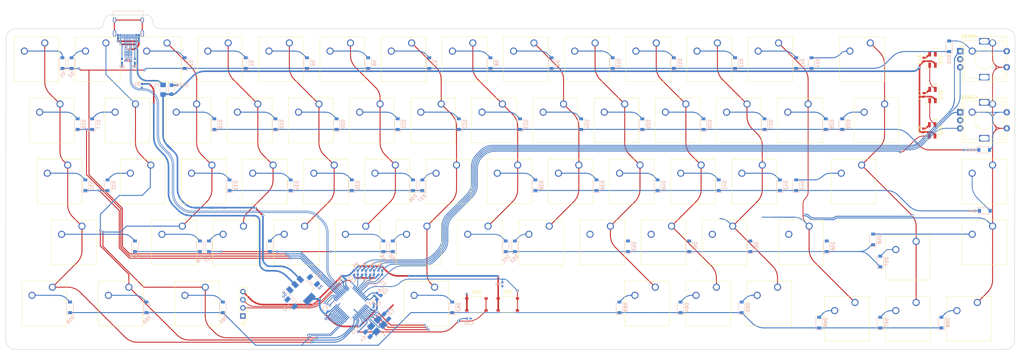
<source format=kicad_pcb>
(kicad_pcb (version 20211014) (generator pcbnew)
  (layers (0 "F.Cu" signal) (31 "B.Cu" power) (34 "B.Paste" user) (35 "F.Paste" user) (36 "B.SilkS" user "B.Silkscreen") (37 "F.SilkS" user "F.Silkscreen") (38 "B.Mask" user) (39 "F.Mask" user) (44 "Edge.Cuts" user))
  (net 0 "")
  (net 1 "+5V")
  (net 2 "GND")
  (net 3 "+3.3V")
  (net 4 "HSE_IN")
  (net 5 "HSE_OUT")
  (net 6 "NRST")
  (net 7 "ROW 0")
  (net 8 "Net-(D1-Pad2)")
  (net 9 "Net-(D2-Pad2)")
  (net 10 "Net-(D3-Pad2)")
  (net 11 "Net-(D4-Pad2)")
  (net 12 "Net-(D5-Pad2)")
  (net 13 "Net-(D6-Pad2)")
  (net 14 "Net-(D7-Pad2)")
  (net 15 "Net-(D8-Pad2)")
  (net 16 "Net-(D9-Pad2)")
  (net 17 "Net-(D10-Pad2)")
  (net 18 "Net-(D11-Pad2)")
  (net 19 "Net-(D12-Pad2)")
  (net 20 "Net-(D13-Pad2)")
  (net 21 "Net-(D14-Pad2)")
  (net 22 "Net-(D15-Pad2)")
  (net 23 "ROW 1")
  (net 24 "Net-(D16-Pad2)")
  (net 25 "Net-(D17-Pad2)")
  (net 26 "Net-(D18-Pad2)")
  (net 27 "Net-(D19-Pad2)")
  (net 28 "Net-(D20-Pad2)")
  (net 29 "Net-(D21-Pad2)")
  (net 30 "Net-(D22-Pad2)")
  (net 31 "Net-(D23-Pad2)")
  (net 32 "Net-(D24-Pad2)")
  (net 33 "Net-(D25-Pad2)")
  (net 34 "Net-(D26-Pad2)")
  (net 35 "Net-(D27-Pad2)")
  (net 36 "Net-(D28-Pad2)")
  (net 37 "Net-(D29-Pad2)")
  (net 38 "Net-(D30-Pad2)")
  (net 39 "ROW 2")
  (net 40 "Net-(D31-Pad2)")
  (net 41 "Net-(D32-Pad2)")
  (net 42 "Net-(D33-Pad2)")
  (net 43 "Net-(D34-Pad2)")
  (net 44 "Net-(D35-Pad2)")
  (net 45 "Net-(D36-Pad2)")
  (net 46 "Net-(D37-Pad2)")
  (net 47 "Net-(D38-Pad2)")
  (net 48 "Net-(D39-Pad2)")
  (net 49 "Net-(D40-Pad2)")
  (net 50 "Net-(D41-Pad2)")
  (net 51 "Net-(D42-Pad2)")
  (net 52 "Net-(D43-Pad2)")
  (net 53 "Net-(D44-Pad2)")
  (net 54 "ROW 3")
  (net 55 "Net-(D45-Pad2)")
  (net 56 "Net-(D46-Pad2)")
  (net 57 "Net-(D47-Pad2)")
  (net 58 "Net-(D48-Pad2)")
  (net 59 "Net-(D49-Pad2)")
  (net 60 "Net-(D50-Pad2)")
  (net 61 "Net-(D51-Pad2)")
  (net 62 "Net-(D52-Pad2)")
  (net 63 "Net-(D53-Pad2)")
  (net 64 "Net-(D54-Pad2)")
  (net 65 "Net-(D55-Pad2)")
  (net 66 "Net-(D56-Pad2)")
  (net 67 "Net-(D57-Pad2)")
  (net 68 "Net-(D58-Pad2)")
  (net 69 "ROW 4")
  (net 70 "Net-(D60-Pad2)")
  (net 71 "Net-(D61-Pad2)")
  (net 72 "Net-(D62-Pad2)")
  (net 73 "Net-(D63-Pad2)")
  (net 74 "Net-(D64-Pad2)")
  (net 75 "Net-(D65-Pad2)")
  (net 76 "Net-(D66-Pad2)")
  (net 77 "Net-(D67-Pad2)")
  (net 78 "Net-(D68-Pad2)")
  (net 79 "VBUS")
  (net 80 "Net-(J1-PadA5)")
  (net 81 "USB_D+")
  (net 83 "Net-(J1-PadB5)")
  (net 84 "USB_D-")
  (net 86 "unconnected-(J1-PadS1)")
  (net 87 "COL 0")
  (net 88 "COL 1")
  (net 89 "COL 2")
  (net 90 "COL 3")
  (net 91 "COL 4")
  (net 92 "COL 5")
  (net 93 "COL 6")
  (net 94 "COL 7")
  (net 95 "COL 8")
  (net 96 "COL 9")
  (net 97 "COL 10")
  (net 98 "COL 11")
  (net 99 "COL 12")
  (net 100 "COL 13")
  (net 101 "COL 14")
  (net 102 "BOOT0")
  (net 103 "unconnected-(U3-Pad2)")
  (net 104 "unconnected-(U3-Pad3)")
  (net 105 "unconnected-(U3-Pad4)")
  (net 106 "unconnected-(U3-Pad14)")
  (net 107 "unconnected-(U3-Pad15)")
  (net 108 "unconnected-(U3-Pad18)")
  (net 109 "unconnected-(U3-Pad19)")
  (net 110 "unconnected-(U3-Pad20)")
  (net 111 "unconnected-(U3-Pad21)")
  (net 112 "unconnected-(U3-Pad22)")
  (net 113 "unconnected-(U3-Pad25)")
  (net 114 "unconnected-(U3-Pad26)")
  (net 115 "unconnected-(U3-Pad27)")
  (net 116 "SWDIO")
  (net 117 "SWCLK")
  (net 120 "Net-(D59-Pad2)")
  (net 121 "ROT1_A")
  (net 122 "ROT1_B")
  (net 123 "ROT2_A")
  (net 124 "ROT2_B")
  (net 125 "Net-(D69-Pad1)")
  (net 126 "NEOPIXEL_DRIVE_H")
  (net 127 "Net-(D70-Pad1)")
  (net 130 "unconnected-(U3-Pad16)")
  (net 131 "unconnected-(U3-Pad17)")
  (footprint "0SCO_LIB:1.00U_MX-MILLMAX_3305" (layer "F.Cu") (at 23.09 -119.38)
    (fp_text reference "KSW4" hide)
    (fp_text value "Keyswitch_&_Diode")
  )
  (footprint "0SCO_LIB:1.00U_MX-MILLMAX_3305" (layer "F.Cu") (at 223.115 -119.38)
    (fp_text reference "KSW14" hide)
    (fp_text value "Keyswitch_&_Diode")
  )
  (footprint "0SCO_LIB:1.00U_MX-MILLMAX_3305" (layer "F.Cu") (at 151.368125 -81.28)
    (fp_text reference "KSW40" hide)
    (fp_text value "Keyswitch_&_Diode")
  )
  (footprint "0SCO_LIB:1.00U_MX-MILLMAX_3305" (layer "F.Cu") (at 237.4025 -57.4675)
    (fp_text reference "KSW57" hide)
    (fp_text value "Keyswitch_&_Diode")
  )
  (footprint "TS-1187A-B-A-B Switch:SW_TS-1187A-B-A-B" (layer "F.Cu") (at 100.430898 -37.8)
    (fp_text reference "SW2")
    (fp_text value "SW_MEC_5E")
  )
  (footprint "0SCO_LIB:1.00U_MX-MILLMAX_3305" (layer "F.Cu") (at 132.318125 -81.28)
    (fp_text reference "KSW39" hide)
    (fp_text value "Keyswitch_&_Diode")
  )
  (footprint "0SCO_LIB:1.00U_MX-MILLMAX_3305" (layer "F.Cu") (at 15.94625 -43.18)
    (fp_text reference "KSW61" hide)
    (fp_text value "Keyswitch_&_Diode")
  )
  (footprint "TS-1187A-B-A-B Switch:SW_TS-1187A-B-A-B" (layer "F.Cu") (at 110.199998 -37.8)
    (fp_text reference "SW1")
    (fp_text value "SW_MEC_5E")
  )
  (footprint "0SCO_LIB:1.00U_MX-MILLMAX_3305" (layer "F.Cu") (at 220.424375 -81.28)
    (fp_text reference "KSW43" hide)
    (fp_text value "Keyswitch_&_Diode")
  )
  (footprint "0SCO_LIB:1.00U_MX-MILLMAX_3305" (layer "F.Cu") (at -29.2975 -100.33)
    (fp_text reference "KSW16" hide)
    (fp_text value "Keyswitch_&_Diode")
  )
  (footprint "0SCO_LIB:1.00U_MX-MILLMAX_3305" (layer "F.Cu") (at 170.418125 -81.28)
    (fp_text reference "KSW41" hide)
    (fp_text value "Keyswitch_&_Diode")
  )
  (footprint "0SCO_LIB:1.00U_MX-MILLMAX_3305" (layer "F.Cu") (at 42.14 -119.38)
    (fp_text reference "KSW5" hide)
    (fp_text value "Keyswitch_&_Diode")
  )
  (footprint "0SCO_LIB:1.00U_MX-MILLMAX_3305" (layer "F.Cu") (at 89.455625 -100.33)
    (fp_text reference "KSW22" hide)
    (fp_text value "Keyswitch_&_Diode")
  )
  (footprint "0SCO_LIB:1.00U_MX-MILLMAX_3305" (layer "F.Cu") (at 184.705625 -100.33)
    (fp_text reference "KSW27" hide)
    (fp_text value "Keyswitch_&_Diode")
  )
  (footprint "0SCO_LIB:1.00U_MX-MILLMAX_3305" (layer "F.Cu") (at -34.06 -119.38)
    (fp_text reference "KSW1" hide)
    (fp_text value "Keyswitch_&_Diode")
  )
  (footprint "0SCO_LIB:1.00U_MX-MILLMAX_3305" (layer "F.Cu") (at 94.218125 -81.28)
    (fp_text reference "KSW37" hide)
    (fp_text value "Keyswitch_&_Diode")
  )
  (footprint "0SCO_LIB:1.00U_MX-MILLMAX_3305" (layer "F.Cu") (at 37.068125 -81.28)
    (fp_text reference "KSW34" hide)
    (fp_text value "Keyswitch_&_Diode")
  )
  (footprint "0SCO_LIB:1.00U_MX-MILLMAX_3305" (layer "F.Cu") (at 261.215 -62.23)
    (fp_text reference "KSW58" hide)
    (fp_text value "Keyswitch_&_Diode")
  )
  (footprint "0SCO_LIB:1.00U_MX-MILLMAX_3305" (layer "F.Cu") (at -31.67875 -43.18)
    (fp_text reference "KSW59" hide)
    (fp_text value "Keyswitch_&_Diode")
  )
  (footprint "Mounting_Keyboard_Stabilizer:Stabilizer_Cherry_MX_2.00u" (layer "F.Cu") (at 217.884375 -76.2)
    (fp_text reference "REF**" hide)
    (fp_text value "Stabilizer_Cherry_MX_2.00u" hide)
  )
  (footprint "0SCO_LIB:1.00U_MX-MILLMAX_3305" (layer "F.Cu") (at 70.405625 -100.33)
    (fp_text reference "KSW21" hide)
    (fp_text value "Keyswitch_&_Diode")
  )
  (footprint "0SCO_LIB:1.00U_MX-MILLMAX_3305" (layer "F.Cu") (at 123.1025 -62.23)
    (fp_text reference "KSW52" hide)
    (fp_text value "Keyswitch_&_Diode")
  )
  (footprint "Capacitor_SMD:C_0402_1005Metric_Pad0.74x0.62mm_HandSolder" (layer "F.Cu") (at 239.705 -103.15 90)
    (fp_text reference "C17")
    (fp_text value "100nF")
  )
  (footprint "0SCO_LIB:1.00U_MX-MILLMAX_3305" (layer "F.Cu") (at 204.065 -62.23)
    (fp_text reference "KSW56" hide)
    (fp_text value "Keyswitch_&_Diode")
  )
  (footprint "0SCO_LIB:1.00U_MX-MILLMAX_3305" (layer "F.Cu") (at -5.794375 -100.33)
    (fp_text reference "KSW17" hide)
    (fp_text value "Keyswitch_&_Diode")
  )
  (footprint "0SCO_LIB:1.00U_MX-MILLMAX_3305" (layer "F.Cu") (at 261.215 -81.28)
    (fp_text reference "KSW44" hide)
    (fp_text value "Keyswitch_&_Diode")
  )
  (footprint "0SCO_LIB:1.00U_MX-MILLMAX_3305" (layer "F.Cu") (at 61.19 -119.38)
    (fp_text reference "KSW6" hide)
    (fp_text value "Keyswitch_&_Diode")
  )
  (footprint "0SCO_LIB:1.00U_MX-MILLMAX_3305" (layer "F.Cu") (at 51.355625 -100.33)
    (fp_text reference "KSW20" hide)
    (fp_text value "Keyswitch_&_Diode")
  )
  (footprint "0SCO_LIB:1.00U_MX-MILLMAX_3305" (layer "F.Cu") (at 261.215 -119.38)
    (fp_text reference "KSW15" hide)
    (fp_text value "Keyswitch_&_Diode")
  )
  (footprint "0SCO_LIB:1.00U_MX-MILLMAX_3305" (layer "F.Cu") (at 256.4525 -38.4175)
    (fp_text reference "KSW68" hide)
    (fp_text value "Keyswitch_&_Diode")
  )
  (footprint "0SCO_LIB:1.00U_MX-MILLMAX_3305" (layer "F.Cu") (at 87.38375 -43.18)
    (fp_text reference "KSW62" hide)
    (fp_text value "Keyswitch_&_Diode")
  )
  (footprint "0SCO_LIB:1.00U_MX-MILLMAX_3305" (layer "F.Cu") (at 118.34 -119.38)
    (fp_text reference "KSW9" hide)
    (fp_text value "Keyswitch_&_Diode")
  )
  (footprint "0SCO_LIB:1.00U_MX-MILLMAX_3305" (layer "F.Cu") (at 75.168125 -81.28)
    (fp_text reference "KSW36" hide)
    (fp_text value "Keyswitch_&_Diode")
  )
  (footprint "0SCO_LIB:1.00U_MX-MILLMAX_3305" (layer "F.Cu") (at 175.180625 -43.18)
    (fp_text reference "KSW64" hide)
    (fp_text value "Keyswitch_&_Diode")
  )
  (footprint "LED_SMD:LED_SK6812MINI_PLCC4_3.5x3.5mm_P1.75mm" (layer "F.Cu") (at 242.500102 -114.2 -90)
    (fp_text reference "D71")
    (fp_text value "SK6812MINI")
  )
  (footprint "0SCO_LIB:1.00U_MX-MILLMAX_3305" (layer "F.Cu") (at 104.0525 -62.23)
    (fp_text reference "KSW51" hide)
    (fp_text value "Keyswitch_&_Diode")
  )
  (footprint "0SCO_LIB:1.00U_MX-MILLMAX_3305" (layer "F.Cu") (at 65.9525 -62.23)
    (fp_text reference "KSW49" hide)
    (fp_text value "Keyswitch_&_Diode")
  )
  (footprint "0SCO_LIB:1.00U_MX-MILLMAX_3305" (layer "F.Cu") (at 18.018125 -81.28)
    (fp_text reference "KSW33" hide)
    (fp_text value "Keyswitch_&_Diode")
  )
  (footprint "0SCO_LIB:1.00U_MX-MILLMAX_3305" (layer "F.Cu") (at 4.04 -119.38)
    (fp_text reference "KSW3" hide)
    (fp_text value "Keyswitch_&_Diode")
  )
  (footprint "0SCO_LIB:1.00U_MX-MILLMAX_3305" (layer "F.Cu") (at 194.230625 -43.18)
    (fp_text reference "KSW65" hide)
    (fp_text value "Keyswitch_&_Diode")
  )
  (footprint "0SCO_LIB:1.00U_MX-MILLMAX_3305" (layer "F.Cu") (at -7.86625 -43.18)
    (fp_text reference "KSW60" hide)
    (fp_text value "Keyswitch_&_Diode")
  )
  (footprint "Mounting_Keyboard_Stabilizer:Stabilizer_Cherry_MX_6.00u" (layer "F.Cu") (at 84.84375 -38.1)
    (fp_text reference "REF**" hide)
    (fp_text value "Stabilizer_Cherry_MX_6.00u" hide)
  )
  (footprint "0SCO_LIB:1.00U_MX-MILLMAX_3305" (layer "F.Cu") (at 108.505625 -100.33)
    (fp_text reference "KSW23" hide)
    (fp_text value "Keyswitch_&_Diode")
  )
  (footprint "0SCO_LIB:1.00U_MX-MILLMAX_3305" (layer "F.Cu") (at 194.54 -119.38)
    (fp_text reference "KSW13" hide)
    (fp_text value "Keyswitch_&_Diode")
  )
  (footprint "0SCO_LIB:1.00U_MX-MILLMAX_3305" (layer "F.Cu") (at 8.8025 -62.23)
    (fp_text reference "KSW46" hide)
    (fp_text value "Keyswitch_&_Diode")
  )
  (footprint "0SCO_LIB:1.00U_MX-MILLMAX_3305" (layer "F.Cu") (at 203.755625 -100.33)
    (fp_text reference "KSW28" hide)
    (fp_text value "Keyswitch_&_Diode")
  )
  (footprint "0SCO_LIB:1.00U_MX-MILLMAX_3305" (layer "F.Cu") (at 237.4025 -38.4175)
    (fp_text reference "KSW67" hide)
    (fp_text value "Keyswitch_&_Diode")
  )
  (footprint "Rotary_Encoder:RotaryEncoder_Alps_EC11E-Switch_Vertical_H20mm" (layer "F.Cu") (at 251.115625 -116.8)
    (fp_text reference "KSWR1")
    (fp_text value "EC11_RotaryEnc")
  )
  (footprint "Connector_PinHeader_2.54mm:PinHeader_1x04_P2.54mm_Vertical" (layer "F.Cu") (at 27.68 -34.19 180)
    (fp_text reference "J2")
    (fp_text value "Conn_01x04")
  )
  (footprint "0SCO_LIB:1.00U_MX-MILLMAX_3305" (layer "F.Cu") (at -22.463125 -62.23)
    (fp_text reference "KSW45" hide)
    (fp_text value "Keyswitch_&_Diode")
  )
  (footprint "0SCO_LIB:1.00U_MX-MILLMAX_3305" (layer "F.Cu") (at -1.031875 -81.28)
    (fp_text reference "KSW32" hide)
    (fp_text value "Keyswitch_&_Diode")
  )
  (footprint "0SCO_LIB:1.00U_MX-MILLMAX_3305" (layer "F.Cu") (at 127.555625 -100.33)
    (fp_text reference "KSW24" hide)
    (fp_text value "Keyswitch_&_Diode")
  )
  (footprint "0SCO_LIB:1.00U_MX-MILLMAX_3305" (layer "F.Cu") (at 165.655625 -100.33)
    (fp_text reference "KSW26" hide)
    (fp_text value "Keyswitch_&_Diode")
  )
  (footprint "0SCO_LIB:1.00U_MX-MILLMAX_3305" (layer "F.Cu") (at 156.130625 -43.18)
    (fp_text reference "KSW63" hide)
    (fp_text value "Keyswitch_&_Diode")
  )
  (footprint "0SCO_LIB:1.00U_MX-MILLMAX_3305" (layer "F.Cu") (at 180.2525 -62.23)
    (fp_text reference "KSW55" hide)
    (fp_text value "Keyswitch_&_Diode")
  )
  (footprint "0SCO_LIB:1.00U_MX-MILLMAX_3305" (layer "F.Cu") (at -26.91625 -81.28)
    (fp_text reference "KSW31" hide)
    (fp_text value "Keyswitch_&_Diode")
  )
  (footprint "0SCO_LIB:1.00U_MX-MILLMAX_3305" (layer "F.Cu") (at 261.215 -100.33)
    (fp_text reference "KSW30" hide)
    (fp_text value "Keyswitch_&_Diode")
  )
  (footprint "0SCO_LIB:1.00U_MX-MILLMAX_3305" (layer "F.Cu") (at 146.605625 -100.33)
    (fp_text reference "KSW25" hide)
    (fp_text value "Keyswitch_&_Diode")
  )
  (footprint "Capacitor_SMD:C_0402_1005Metric_Pad0.74x0.62mm_HandSolder" (layer "F.Cu") (at 239.709898 -114.2 90)
    (fp_text reference "C18")
    (fp_text value "100nF")
  )
  (footprint "0SCO_LIB:1.00U_MX-MILLMAX_3305" (layer "F.Cu") (at 137.39 -119.38)
    (fp_text reference "KSW10" hide)
    (fp_text value "Keyswitch_&_Diode")
  )
  (footprint "LED_SMD:LED_SK6812MINI_PLCC4_3.5x3.5mm_P1.75mm" (layer "F.Cu") (at 242.4 -92.1 -90)
    (fp_text reference "D69")
    (fp_text value "SK6812MINI")
  )
  (footprint "0SCO_LIB:1.00U_MX-MILLMAX_3305" (layer "F.Cu") (at -15.01 -119.38)
    (fp_text reference "KSW2" hide)
    (fp_text value "Keyswitch_&_Diode")
  )
  (footprint "Mounting_Keyboard_Stabilizer:Stabilizer_Cherry_MX_2.00u" (layer "F.Cu") (at -25.003125 -57.15)
    (fp_text reference "REF**" hide)
    (fp_text value "Stabilizer_Cherry_MX_2.00u" hide)
  )
  (footprint "0SCO_LIB:1.00U_MX-MILLMAX_3305" (layer "F.Cu") (at 156.44 -119.38)
    (fp_text reference "KSW11" hide)
    (fp_text value "Keyswitch_&_Diode")
  )
  (footprint "0SCO_LIB:1.00U_MX-MILLMAX_3305" (layer "F.Cu") (at 189.468125 -81.28)
    (fp_text reference "KSW42" hide)
    (fp_text value "Keyswitch_&_Diode")
  )
  (footprint "Mounting_Keyboard_Stabilizer:Stabilizer_Cherry_MX_2.00u" (layer "F.Cu") (at 220.575 -114.3)
    (fp_text reference "REF**" hide)
    (fp_text value "Stabilizer_Cherry_MX_2.00u" hide)
  )
  (footprint "LED_SMD:LED_SK6812MINI_PLCC4_3.5x3.5mm_P1.75mm" (layer "F.Cu") (at 242.505 -103.15 -90)
    (fp_text reference "D70")
    (fp_text value "SK6812MINI")
  )
  (footprint "0SCO_LIB:1.00U_MX-MILLMAX_3305" (layer "F.Cu") (at 142.1525 -62.23)
    (fp_text reference "KSW53" hide)
    (fp_text value "Keyswitch_&_Diode")
  )
  (footprint "0SCO_LIB:1.00U_MX-MILLMAX_3305" (layer "F.Cu") (at 27.8525 -62.23)
    (fp_text reference "KSW47" hide)
    (fp_text value "Keyswitch_&_Diode")
  )
  (footprint "0SCO_LIB:1.00U_MX-MILLMAX_3305" (layer "F.Cu") (at 32.305625 -100.33)
    (fp_text reference "KSW19" hide)
    (fp_text value "Keyswitch_&_Diode")
  )
  (footprint "0SCO_LIB:1.00U_MX-MILLMAX_3305" (layer "F.Cu") (at 13.255625 -100.33)
    (fp_text reference "KSW18" hide)
    (fp_text value "Keyswitch_&_Diode")
  )
  (footprint "0SCO_LIB:1.00U_MX-MILLMAX_3305" (layer "F.Cu") (at 56.118125 -81.28)
    (fp_text reference "KSW35" hide)
    (fp_text value "Keyswitch_&_Diode")
  )
  (footprint "Capacitor_SMD:C_0402_1005Metric_Pad0.74x0.62mm_HandSolder" (layer "F.Cu") (at 239.6 -92.1 90)
    (fp_text reference "C16")
    (fp_text value "100nF")
  )
  (footprint "Rotary_Encoder:RotaryEncoder_Alps_EC11E-Switch_Vertical_H20mm" (layer "F.Cu") (at 251.115625 -97.75)
    (fp_text reference "KSWR2")
    (fp_text value "EC11_RotaryEnc")
  )
  (footprint "0SCO_LIB:1.00U_MX-MILLMAX_3305" (layer "F.Cu") (at 99.29 -119.38)
    (fp_text reference "KSW8" hide)
    (fp_text value "Keyswitch_&_Diode")
  )
  (footprint "0SCO_LIB:1.00U_MX-MILLMAX_3305" (layer "F.Cu") (at 218.3525 -38.4175)
    (fp_text reference "KSW66" hide)
    (fp_text value "Keyswitch_&_Diode")
  )
  (footprint "0SCO_LIB:1.00U_MX-MILLMAX_3305" (layer "F.Cu") (at 85.0025 -62.23)
    (fp_text reference "KSW50" hide)
    (fp_text value "Keyswitch_&_Diode")
  )
  (footprint "0SCO_LIB:1.00U_MX-MILLMAX_3305" (layer "F.Cu") (at 161.2025 -62.23)
    (fp_text reference "KSW54" hide)
    (fp_text value "Keyswitch_&_Diode")
  )
  (footprint "0SCO_LIB:1.00U_MX-MILLMAX_3305" (layer "F.Cu") (at 175.49 -119.38)
    (fp_text reference "KSW12" hide)
    (fp_text value "Keyswitch_&_Diode")
  )
  (footprint "0SCO_LIB:1.00U_MX-MILLMAX_3305" (layer "F.Cu") (at 80.24 -119.38)
    (fp_text reference "KSW7" hide)
    (fp_text value "Keyswitch_&_Diode")
  )
  (footprint "0SCO_LIB:1.00U_MX-MILLMAX_3305" (layer "F.Cu") (at 227.568125 -100.33)
    (fp_text reference "KSW29" hide)
    (fp_text value "Keyswitch_&_Diode")
  )
  (footprint "0SCO_LIB:1.00U_MX-MILLMAX_3305" (layer "F.Cu") (at 113.268125 -81.28)
    (fp_text reference "KSW38" hide)
    (fp_text value "Keyswitch_&_Diode")
  )
  (footprint "0SCO_LIB:1.00U_MX-MILLMAX_3305" (layer "F.Cu") (at 46.9025 -62.23)
    (fp_text reference "KSW48" hide)
    (fp_text value "Keyswitch_&_Diode")
  )
  (footprint "Diode_SMD:D_SOD-123" (layer "B.Cu") (at 258.6 -86)
    (fp_text reference "D30")
    (fp_text value "1N4148W")
  )
  (footprint "Diode_SMD:D_SOD-123" (layer "B.Cu") (at 226.21875 -32.146875 90)
    (fp_text reference "D67")
    (fp_text value "1N4148W")
  )
  (footprint "Capacitor_SMD:C_1206_3216Metric_Pad1.33x1.80mm_HandSolder" (layer "B.Cu") (at 42.658581 -38.251473 135)
    (fp_text reference "C2")
    (fp_text value "22uF")
  )
  (footprint "Diode_SMD:D_SOD-123" (layer "B.Cu") (at 185.7375 -55.959375 90)
    (fp_text reference "D55")
    (fp_text value "1N4148W")
  )
  (footprint "Diode_SMD:D_SOD-123" (layer "B.Cu") (at 214.36 -94.08 90)
    (fp_text reference "D29")
    (fp_text value "1N4148W")
  )
  (footprint "Diode_SMD:D_SOD-123" (layer "B.Cu") (at 163.996875 -36.909375 90)
    (fp_text reference "D64")
    (fp_text value "1N4148W")
  )
  (footprint "Diode_SMD:D_SOD-123" (layer "B.Cu") (at -23.8125 -94.059375 90)
    (fp_text reference "D16")
    (fp_text value "1N4148W")
  )
  (footprint "Resistor_SMD:R_0402_1005Metric_Pad0.72x0.64mm_HandSolder" (layer "B.Cu") (at 65.4025 -48.4 180)
    (fp_text reference "R7")
    (fp_text value "5k1")
  )
  (footprint "Capacitor_SMD:C_0402_1005Metric_Pad0.74x0.62mm_HandSolder" (layer "B.Cu") (at 54.58 -35.219999 -45)
    (fp_text reference "C7")
    (fp_text value "100nF")
  )
  (footprint "Diode_SMD:D_SOD-123" (layer "B.Cu") (at 190.190625 -94.059375 90)
    (fp_text reference "D27")
    (fp_text value "1N4148W")
  )
  (footprint "Diode_SMD:D_SOD-123" (layer "B.Cu") (at 147.6375 -55.959375 90)
    (fp_text reference "D53")
    (fp_text value "1N4148W")
  )
  (footprint "Diode_SMD:D_SOD-123" (layer "B.Cu") (at 258.8 -67)
    (fp_text reference "D44")
    (fp_text value "1N4148W")
  )
  (footprint "Diode_SMD:D_SOD-123" (layer "B.Cu") (at -2.38125 -36.909375 90)
    (fp_text reference "D60")
    (fp_text value "1N4148W")
  )
  (footprint "Diode_SMD:D_SOD-123" (layer "B.Cu") (at -21.43125 -75.009375 90)
    (fp_text reference "D31")
    (fp_text value "1N4148W")
  )
  (footprint "Diode_SMD:D_SOD-123" (layer "B.Cu") (at 28.575 -113.109375 90)
    (fp_text reference "D4")
    (fp_text value "1N4148W")
  )
  (footprint "Diode_SMD:D_SOD-123" (layer "B.Cu") (at 175.903125 -75.009375 90)
    (fp_text reference "D41")
    (fp_text value "1N4148W")
  )
  (footprint "Diode_SMD:D_SOD-123" (layer "B.Cu") (at 133.040625 -94.059375 90)
    (fp_text reference "D24")
    (fp_text value "1N4148W")
  )
  (footprint "Diode_SMD:D_SOD-123" (layer "B.Cu") (at 113.990625 -94.059375 90)
    (fp_text reference "D23")
    (fp_text value "1N4148W")
  )
  (footprint "Diode_SMD:D_SOD-123" (layer "B.Cu") (at 118.753125 -75.009375 90)
    (fp_text reference "D38")
    (fp_text value "1N4148W")
  )
  (footprint "Diode_SMD:D_SOD-123" (layer "B.Cu") (at 37.790625 -94.059375 90)
    (fp_text reference "D19")
    (fp_text value "1N4148W")
  )
  (footprint "Capacitor_SMD:C_0402_1005Metric_Pad0.74x0.62mm_HandSolder" (layer "B.Cu") (at 59.3 -45.2 -135)
    (fp_text reference "C8")
    (fp_text value "100nF")
  )
  (footprint "Diode_SMD:D_SOD-123" (layer "B.Cu") (at 171.140625 -94.059375 90)
    (fp_text reference "D26")
    (fp_text value "1N4148W")
  )
  (footprint "Diode_SMD:D_SOD-123" (layer "B.Cu") (at 36.1 -55.959375 90)
    (fp_text reference "D48")
    (fp_text value "1N4148W")
  )
  (footprint "Diode_SMD:D_SOD-123" (layer "B.Cu") (at 75.890625 -94.059375 90)
    (fp_text reference "D21")
    (fp_text value "1N4148W")
  )
  (footprint "Resistor_SMD:R_0402_1005Metric_Pad0.72x0.64mm_HandSolder" (layer "B.Cu") (at 70.473219 -48.4 180)
    (fp_text reference "R8")
    (fp_text value "5k1")
  )
  (footprint "Diode_SMD:D_SOD-123" (layer "B.Cu") (at 23.503125 -75.009375 90)
    (fp_text reference "D33")
    (fp_text value "1N4148W")
  )
  (footprint "Resistor_SMD:R_0402_1005Metric_Pad0.72x0.64mm_HandSolder" (layer "B.Cu") (at -10 -113.800001 -90)
    (fp_text reference "R2")
    (fp_text value "5k1")
  )
  (footprint "Diode_SMD:D_SOD-123" (layer "B.Cu") (at 224 -58.1 90)
    (fp_text reference "D58")
    (fp_text value "1N4148W")
  )
  (footprint "Capacitor_SMD:C_0805_2012Metric_Pad1.18x1.45mm_HandSolder" (layer "B.Cu") (at 66.550444 -28.459555 -45)
    (fp_text reference "C4")
    (fp_text value "10pF")
  )
  (footprint "Diode_SMD:D_SOD-123" (layer "B.Cu") (at 71.4375 -55.959375 90)
    (fp_text reference "D49")
    (fp_text value "1N4148W")
  )
  (footprint "Resistor_SMD:R_0402_1005Metric_Pad0.72x0.64mm_HandSolder" (layer "B.Cu") (at -6 -113.800001 -90)
    (fp_text reference "R3")
    (fp_text value "5k1")
  )
  (footprint "Diode_SMD:D_SOD-123" (layer "B.Cu") (at 204.7875 -113.109375 90)
    (fp_text reference "D14")
    (fp_text value "1N4148W")
  )
  (footprint "Diode_SMD:D_SOD-123" (layer "B.Cu") (at 74.4 -55.959375 90)
    (fp_text reference "D50")
    (fp_text value "1N4148W")
  )
  (footprint "Package_TO_SOT_SMD:SOT-223-3_TabPin2" (layer "B.Cu") (at 46.15858 -41.751472 -45)
    (fp_text reference "U1")
    (fp_text value "AMS1117-3.3")
  )
  (footprint "Diode_SMD:D_SOD-123" (layer "B.Cu") (at 180.975 -113.109375 90)
    (fp_text reference "D12")
    (fp_text value "1N4148W")
  )
  (footprint "Diode_SMD:D_SOD-123" (layer "B.Cu") (at 17.1 -55.959375 90)
    (fp_text reference "D47")
    (fp_text value "1N4148W")
  )
  (footprint "Diode_SMD:D_SOD-123" (layer "B.Cu") (at 207.16875 -32.146875 90)
    (fp_text reference "D66")
    (fp_text value "1N4148W")
  )
  (footprint "TPD4E05U06DQAR:TI_TPD4E05U06DQAR" (layer "B.Cu") (at -7.999999 -116.066876 90)
    (fp_text reference "U2")
    (fp_text value "TPD4E05U06DQAR")
  )
  (footprint "Diode_SMD:D_SOD-123" (layer "B.Cu") (at -19.3 -94.059375 90)
    (fp_text reference "D17")
    (fp_text value "1N4148W")
  )
  (footprint "Crystal:Crystal_SMD_3225-4Pin_3.2x2.5mm_HandSoldering" (layer "B.Cu") (at 69.48 -31.219998 -135)
    (fp_text reference "Y1")
    (fp_text value "16MHz")
  )
  (footprint "Diode_SMD:D_SOD-123" (layer "B.Cu") (at 85.725 -113.109375 90)
    (fp_text reference "D7")
    (fp_text value "1N4148W")
  )
  (footprint "Diode_SMD:D_SOD-123" (layer "B.Cu") (at 9.525 -113.109375 90)
    (fp_text reference "D3")
    (fp_text value "1N4148W")
  )
  (footprint "Diode_SMD:D_SOD-123" (layer "B.Cu") (at 92.86875 -36.909375 90)
    (fp_text reference "D62")
    (fp_text value "1N4148W")
  )
  (footprint "Diode_SMD:D_SOD-123" (layer "B.Cu") (at 245.26875 -32.146875 90)
    (fp_text reference "D68")
    (fp_text value "1N4148W")
  )
  (footprint "Diode_SMD:D_SOD-123" (layer "B.Cu") (at 194.953125 -75.009375 90)
    (fp_text reference "D42")
    (fp_text value "1N4148W")
  )
  (footprint "Diode_SMD:D_SOD-123" (layer "B.Cu") (at 166.6875 -55.959375 90)
    (fp_text reference "D54")
    (fp_text value "1N4148W")
  )
  (footprint "Diode_SMD:D_SOD-123" (layer "B.Cu") (at 21.43125 -36.909375 90)
    (fp_text reference "D61")
    (fp_text value "1N4148W")
  )
  (footprint "Capacitor_SMD:C_0402_1005Metric_Pad0.74x0.62mm_HandSolder" (layer "B.Cu") (at 65.388578 -47.1 180)
    (fp_text reference "C14")
    (fp_text value "100nF")
  )
  (footprint "Diode_SMD:D_SOD-123" (layer "B.Cu") (at 209.240625 -94.059375 90)
    (fp_text reference "D28")
    (fp_text value "1N4148W")
  )
  (footprint "Diode_SMD:D_SOD-123" (layer "B.Cu") (at 47.625 -113.109375 90)
    (fp_text reference "D5")
    (fp_text value "1N4148W")
  )
  (footprint "Diode_SMD:D_SOD-123" (layer "B.Cu") (at 94.940625 -94.059375 90)
    (fp_text reference "D22")
    (fp_text value "1N4148W")
  )
  (footprint "Resistor_SMD:R_0402_1005Metric_Pad0.72x0.64mm_HandSolder" (layer "B.Cu") (at 67.937859 -48.4 180)
    (fp_text reference "R6")
    (fp_text value "5k1")
  )
  (footprint "Diode_SMD:D_SOD-123" (layer "B.Cu") (at -25.7 -113.109375 90)
    (fp_text reference "D2")
    (fp_text value "1N4148W")
  )
  (footprint "Capacitor_SMD:C_0402_1005Metric_Pad0.74x0.62mm_HandSolder" (layer "B.Cu") (at 65.18 -32.21 45)
    (fp_text reference "C11")
    (fp_text value "100nF")
  )
  (footprint "Capacitor_SMD:C_0402_1005Metric_Pad0.74x0.62mm_HandSolder" (layer "B.Cu") (at 67.923937 -47.1)
    (fp_text reference "C13")
    (fp_text value "100nF")
  )
  (footprint "Diode_SMD:D_SOD-123" (layer "B.Cu") (at 66.675 -113.109375 90)
    (fp_text reference "D6")
    (fp_text value "1N4148W")
  )
  (footprint "Diode_SMD:D_SOD-123" (layer "B.Cu") (at 144.946875 -36.909375 90)
    (fp_text reference "D63")
    (fp_text value "1N4148W")
  )
  (footprint "Package_QFP:LQFP-48_7x7mm_P0.5mm" (layer "B.Cu") (at 61.3 -38.3 135)
    (fp_text reference "U3")
    (fp_text value "STM32F103C8Tx")
  )
  (footprint "Diode_SMD:D_SOD-123" (layer "B.Cu") (at 137.803125 -75.009375 90)
    (fp_text reference "D39")
    (fp_text value "1N4148W")
  )
  (footprint "Diode_SMD:D_SOD-123" (layer "B.Cu") (at 42.553125 -75.009375 90)
    (fp_text reference "D34")
    (fp_text value "1N4148W")
  )
  (footprint "Diode_SMD:D_SOD-123" (layer "B.Cu") (at 156.853125 -75.009375 90)
    (fp_text reference "D40")
    (fp_text value "1N4148W")
  )
  (footprint "Diode_SMD:D_SOD-123" (layer "B.Cu") (at 14.2875 -55.959375 90)
    (fp_text reference "D46")
    (fp_text value "1N4148W")
  )
  (footprint "Diode_SMD:D_SOD-123" (layer "B.Cu") (at 83.575 -75 90)
    (fp_text reference "D37")
    (fp_text value "1N4148W")
  )
  (footprint "Diode_SMD:D_SOD-123" (layer "B.Cu") (at 142.875 -113.109375 90)
    (fp_text reference "D10")
    (fp_text value "1N4148W")
  )
  (footprint "Connector_USB:USB_C_Receptacle_HRO_TYPE-C-31-M-12" (layer "B.Cu") (at -8 -125.46)
    (fp_text reference "J1" hide)
    (fp_text value "USB C")
  )
  (footprint "Diode_SMD:D_SOD-123" (layer "B.Cu") (at 112.4 -55.959375 90)
    (fp_text reference "D52")
    (fp_text value "1N4148W")
  )
  (footprint "Capacitor_SMD:C_0805_2012Metric_Pad1.18x1.45mm_HandSolder" (layer "B.Cu") (at 72.350444 -34.039554 135)
    (fp_text reference "C3")
    (fp_text value "10pF")
  )
  (footprint "Capacitor_SMD:C_0402_1005Metric_Pad0.74x0.62mm_HandSolder" (layer "B.Cu") (at 68.02 -36.55 45)
    (fp_text reference "C9")
    (fp_text value "100nF")
  )
  (footprint "Diode_SMD:D_SOD-123" (layer "B.Cu") (at 56.840625 -94.059375 90)
    (fp_text reference "D20")
    (fp_text value "1N4148W")
  )
  (footprint "Diode_SMD:D_SOD-123" (layer "B.Cu") (at 109.5375 -55.959375 90)
    (fp_text reference "D51")
    (fp_text value "1N4148W")
  )
  (footprint "Diode_SMD:D_SOD-123F" (layer "B.Cu") (at 5.4 -104.8 -90)
    (fp_text reference "D100")
    (fp_text value "D_TVS")
  )
  (footprint "Diode_SMD:D_SOD-123" (layer "B.Cu") (at 18.740625 -94.059375 90)
    (fp_text reference "D18")
    (fp_text value "1N4148W")
  )
  (footprint "Diode_SMD:D_SOD-123" (layer "B.Cu") (at 152.090625 -94.059375 90)
    (fp_text reference "D25")
    (fp_text value "1N4148W")
  )
  (footprint "Diode_SMD:D_SOD-123" (layer "B.Cu") (at -28.575 -113.109375 90)
    (fp_text reference "D1")
    (fp_text value "1N4148W")
  )
  (footprint "Diode_SMD:D_SOD-123" (layer "B.Cu") (at 183.046875 -36.909375 90)
    (fp_text reference "D65")
    (fp_text value "1N4148W")
  )
  (footprint "Resistor_SMD:R_0402_1005Metric_Pad0.72x0.64mm_HandSolder" (layer "B.Cu") (at 62.867141 -48.4 180)
    (fp_text reference "R5")
    (fp_text value "5k1")
  )
  (footprint "Diode_SMD:D_SOD-123" (layer "B.Cu") (at -14.5 -75 90)
    (fp_text reference "D32")
    (fp_text value "1N4148W")
  )
  (footprint "Capacitor_SMD:C_1206_3216Metric_Pad1.33x1.80mm_HandSolder" (layer "B.Cu") (at 49.658581 -45.251473 -45)
    (fp_text reference "C1")
    (fp_text value "22uF")
  )
  (footprint "Resistor_SMD:R_0402_1005Metric_Pad0.72x0.64mm_HandSolder" (layer "B.Cu") (at -3.8 -106 90)
    (fp_text reference "R4")
    (fp_text value "1k5")
  )
  (footprint "Resistor_SMD:R_0402_1005Metric_Pad0.72x0.64mm_HandSolder" (layer "B.Cu") (at 108.5 -44.1 90)
    (fp_text reference "R1")
    (fp_text value "10k")
  )
  (footprint "Diode_SMD:D_SOD-123" (layer "B.Cu") (at 226.21875 -51.196875 90)
    (fp_text reference "D57")
    (fp_text value "1N4148W")
  )
  (footprint "Diode_SMD:D_SOD-123" (layer "B.Cu") (at 161.925 -113.109375 90)
    (fp_text reference "D11")
    (fp_text value "1N4148W")
  )
  (footprint "Diode_SMD:D_SOD-123" (layer "B.Cu") (at -5.953125 -55.959375 90)
    (fp_text reference "D45")
    (fp_text value "1N4148W")
  )
  (footprint "Diode_SMD:D_SOD-123" (layer "B.Cu") (at 247.675 -118.35 90)
    (fp_text reference "D15")
    (fp_text value "1N4148W")
  )
  (footprint "Diode_SMD:D_SOD-123" (layer "B.Cu") (at 104.775 -113.109375 90)
    (fp_text reference "D8")
    (fp_text value "1N4148W")
  )
  (footprint "Fuse:Fuse_1206_3216Metric_Pad1.42x1.75mm_HandSolder" (layer "B.Cu") (at 2.8 -104.8 -90)
    (fp_text reference "F1")
    (fp_text value "Polyfuse")
  )
  (footprint "Diode_SMD:D_SOD-123" (layer "B.Cu") (at 200.025 -113.109375 90)
    (fp_text reference "D13")
    (fp_text value "1N4148W")
  )
  (footprint "Diode_SMD:D_SOD-123" (layer "B.Cu") (at 123.825 -113.109375 90)
    (fp_text reference "D9")
    (fp_text value "1N4148W")
  )
  (footprint "Diode_SMD:D_SOD-123" (layer "B.Cu") (at 200.025 -75.009375 90)
    (fp_text reference "D43")
    (fp_text value "1N4148W")
  )
  (footprint "Capacitor_SMD:C_0402_1005Metric_Pad0.74x0.62mm_HandSolder" (layer "B.Cu") (at 70.459297 -47.1 180)
    (fp_text reference "C15")
    (fp_text value "100nF")
  )
  (footprint "Capacitor_SMD:C_0603_1608Metric_Pad1.08x0.95mm_HandSolder" (layer "B.Cu") (at 70.04 -39.98 45)
    (fp_text reference "C5")
    (fp_text value "10uF")
  )
  (footprint "Diode_SMD:D_SOD-123" (layer "B.Cu") (at 209.55 -55.959375 90)
    (fp_text reference "D56")
    (fp_text value "1N4148W")
  )
  (footprint "Diode_SMD:D_SOD-123" (layer "B.Cu") (at -26.19375 -36.909375 90)
    (fp_text reference "D59")
    (fp_text value "1N4148W")
  )
  (footprint "Capacitor_SMD:C_0402_1005Metric_Pad0.74x0.62mm_HandSolder" (layer "B.Cu") (at 69 -41 45)
    (fp_text reference "C6")
    (fp_text value "100nF")
  )
  (footprint "Diode_SMD:D_SOD-123" (layer "B.Cu") (at 80.653125 -75.009375 90)
    (fp_text reference "D36")
    (fp_text value "1N4148W")
  )
  (footprint "Diode_SMD:D_SOD-123" (layer "B.Cu") (at 61.603125 -75.009375 90)
    (fp_text reference "D35")
    (fp_text value "1N4148W")
  )
  (footprint "Capacitor_SMD:C_0402_1005Metric_Pad0.74x0.62mm_HandSolder" (layer "B.Cu") (at 98.0184 -33.4 180)
    (fp_text reference "C10")
    (fp_text value "100nF")
  )
  (footprint "Capacitor_SMD:C_0402_1005Metric_Pad0.74x0.62mm_HandSolder" (layer "B.Cu") (at 62.853219 -47.1)
    (fp_text reference "C12")
    (fp_text value "100nF")
  )
  (gr_poly (pts (arc (start -0.35 -125.95) (mid -0.97972 -127.47028) (end -2.5 -128.1)) (xy -2.6 -128.1) (arc (start -13.5 -128.1) (mid -15.02028 -127.47028) (end -15.650001 -125.95)) (arc (start -15.650001 -125.95) (mid -16.272423 -124.422423) (end -17.8 -123.8)) (arc (start -43.1 -123.8) (mid -45.22132 -122.92132) (end -46.1 -120.8)) (arc (start -46.2 -26.8) (mid -45.32132 -24.67868) (end -43.2 -23.8)) (arc (start 265.1 -23.8) (mid 267.22132 -24.67868) (end 268.1 -26.8)) (arc (start 268.2 -120.8) (mid 267.32132 -122.92132) (end 265.2 -123.8)) (arc (start 1.799857 -123.8) (mid 0.286973 -124.437074) (end -0.349999 -125.95))) (layer "Edge.Cuts") (width 0.15) (fill none))
  (segment (start 239.681135 -102.5825) (end 238.514016 -102.5825) (width 0.5) (layer "F.Cu") (net 1))
  (segment (start 239.741274 -113.663876) (end 239.740483 -113.663085) (width 0.5) (layer "F.Cu") (net 1))
  (segment (start 239.714114 -113.636716) (end 239.711214 -113.633816) (width 0.5) (layer "F.Cu") (net 1))
  (segment (start 33.91 -65.55) (end 31.614142 -67.845857) (width 0.5) (layer "F.Cu") (net 1))
  (segment (start 239.820229 -102.65) (end 241.71557 -102.65) (width 0.5) (layer "F.Cu") (net 1))
  (segment (start 239.743648 -113.66625) (end 239.743384 -113.665986) (width 0.5) (layer "F.Cu") (net 1))
  (segment (start 239.670873 -113.593475) (end 239.665863 -113.588465) (width 0.5) (layer "F.Cu") (net 1))
  (segment (start 239.694077 -113.616679) (end 239.689859 -113.612461) (width 0.5) (layer "F.Cu") (net 1))
  (segment (start 239.722551 -113.645153) (end 239.725452 -113.648054) (width 0.5) (layer "F.Cu") (net 1))
  (segment (start 239.702513 -113.625115) (end 239.703304 -113.625906) (width 0.5) (layer "F.Cu") (net 1))
  (segment (start 239.68142 -113.604022) (end 239.670873 -113.593475) (width 0.5) (layer "F.Cu") (net 1))
  (segment (start 239.721875 -102.599375) (end 239.73875 -102.61625) (width 0.5) (layer "F.Cu") (net 1))
  (segment (start 239.665863 -113.588465) (end 239.665336 -113.587938) (width 0.5) (layer "F.Cu") (net 1))
  (segment (start 239.730724 -113.653326) (end 239.728088 -113.65069) (width 0.5) (layer "F.Cu") (net 1))
  (segment (start 243.275 -90.5375) (end 243.275 -90.35) (width 0.5) (layer "F.Cu") (net 1))
  (segment (start 239.665336 -113.587938) (end 239.664809 -113.587411) (width 0.5) (layer "F.Cu") (net 1))
  (segment (start 239.70436 -113.626962) (end 239.703832 -113.626434) (width 0.5) (layer "F.Cu") (net 1))
  (segment (start 239.738373 -113.660975) (end 239.736263 -113.658865) (width 0.5) (layer "F.Cu") (net 1))
  (segment (start 239.742328 -113.66493) (end 239.741801 -113.664403) (width 0.5) (layer "F.Cu") (net 1))
  (segment (start 239.698295 -113.620897) (end 239.696186 -113.618788) (width 0.5) (layer "F.Cu") (net 1))
  (segment (start 239.728088 -113.65069) (end 239.725452 -113.648054) (width 0.5) (layer "F.Cu") (net 1))
  (segment (start 238.45 -112.051301) (end 238.45 -111.73) (width 0.5) (layer "F.Cu") (net 1))
  (segment (start 243.38 -101.5375) (end 243.38 -101.4) (width 0.5) (layer "F.Cu") (net 1))
  (segment (start 239.625523 -113.548125) (end 239.591773 -113.514375) (width 0.5) (layer "F.Cu") (net 1))
  (segment (start 239.711214 -113.633816) (end 239.708578 -113.63118) (width 0.5) (layer "F.Cu") (net 1))
  (segment (start 238.45 -102.646516) (end 238.45 -102.593483) (width 0.5) (layer "F.Cu") (net 1))
  (segment (start 238.45 -102.593483) (end 238.45 -92.057435) (width 0.5) (layer "F.Cu") (net 1))
  (segment (start 239.659009 -113.581611) (end 239.647935 -113.570537) (width 0.5) (layer "F.Cu") (net 1))
  (segment (start 239.825127 -113.7) (end 241.881383 -113.7) (width 0.5) (layer "F.Cu") (net 1))
  (segment (start 239.736263 -113.658865) (end 239.734154 -113.656756) (width 0.5) (layer "F.Cu") (net 1))
  (segment (start 239.733364 -113.655966) (end 239.732836 -113.655438) (width 0.5) (layer "F.Cu") (net 1))
  (segment (start 239.722551 -113.645153) (end 239.714114 -113.636716) (width 0.5) (layer "F.Cu") (net 1))
  (segment (start 239.664809 -113.587411) (end 239.659009 -113.581611) (width 0.5) (layer "F.Cu") (net 1))
  (segment (start 241.781281 -91.6) (end 239.715229 -91.6) (width 0.5) (layer "F.Cu") (net 1))
  (segment (start 239.703832 -113.626434) (end 239.703304 -113.625906) (width 0.5) (layer "F.Cu") (net 1))
  (segment (start 239.705942 -113.628544) (end 239.70436 -113.626962) (width 0.5) (layer "F.Cu") (net 1))
  (segment (start 239.700404 -113.623006) (end 239.698295 -113.620897) (width 0.5) (layer "F.Cu") (net 1))
  (segment (start 239.647935 -113.570537) (end 239.636861 -113.559463) (width 0.5) (layer "F.Cu") (net 1))
  (segment (start 238.45 -102.646516) (end 238.45 -111.73) (width 0.5) (layer "F.Cu") (net 1))
  (segment (start 238.677194 -112.599796) (end 239.591773 -113.514375) (width 0.5) (layer "F.Cu") (net 1))
  (segment (start 239.687749 -113.610351) (end 239.685639 -113.608241) (width 0.5) (layer "F.Cu") (net 1))
  (segment (start 239.616875 -91.549375) (end 239.63375 -91.56625) (width 0.5) (layer "F.Cu") (net 1))
  (segment (start 239.734154 -113.656756) (end 239.733364 -113.655966) (width 0.5) (layer "F.Cu") (net 1))
  (segment (start 239.740483 -113.663085) (end 239.738373 -113.660975) (width 0.5) (layer "F.Cu") (net 1))
  (segment (start 239.741801 -113.664403) (end 239.741274 -113.663876) (width 0.5) (layer "F.Cu") (net 1))
  (segment (start 242.837499 -91.162499) (end 243.142417 -90.857582) (width 0.5) (layer "F.Cu") (net 1))
  (segment (start 239.742856 -113.665458) (end 239.742328 -113.66493) (width 0.5) (layer "F.Cu") (net 1))
  (segment (start 242.8925 -102.1625) (end 243.282772 -101.772227) (width 0.5) (layer "F.Cu") (net 1))
  (segment (start 31.6 -67.88) (end 31.6 -67.9) (width 0.5) (layer "F.Cu") (net 1))
  (segment (start 239.732836 -113.655438) (end 239.732308 -113.65491) (width 0.5) (layer "F.Cu") (net 1))
  (segment (start 239.743384 -113.665986) (end 239.742856 -113.665458) (width 0.5) (layer "F.Cu") (net 1))
  (segment (start 242.937602 -113.2625) (end 243.242519 -112.957582) (width 0.5) (layer "F.Cu") (net 1))
  (segment (start 239.732308 -113.65491) (end 239.730724 -113.653326) (width 0.5) (layer "F.Cu") (net 1))
  (segment (start 239.68142 -113.604022) (end 239.685639 -113.608241) (width 0.5) (layer "F.Cu") (net 1))
  (segment (start 238.974935 -91.5325) (end 239.576135 -91.5325) (width 0.5) (layer "F.Cu") (net 1))
  (segment (start 239.708578 -113.63118) (end 239.705942 -113.628544) (width 0.5) (layer "F.Cu") (net 1))
  (segment (start 239.702513 -113.625115) (end 239.700404 -113.623006) (width 0.5) (layer "F.Cu") (net 1))
  (segment (start 239.689859 -113.612461) (end 239.687749 -113.610351) (width 0.5) (layer "F.Cu") (net 1))
  (segment (start 239.696186 -113.618788) (end 239.694077 -113.616679) (width 0.5) (layer "F.Cu") (net 1))
  (segment (start 239.625523 -113.548125) (end 239.636861 -113.559463) (width 0.5) (layer "F.Cu") (net 1))
  (segment (start 243.375102 -112.6375) (end 243.375102 -112.45) (width 0.5) (layer "F.Cu") (net 1))
  (via (at 31.6 -67.9) (size 0.8) (drill 0.4) (layers "F.Cu" "B.Cu") (net 1))
  (via (at 238.45 -111.73) (size 0.7) (drill 0.3) (layers "F.Cu" "B.Cu") (net 1))
  (via (at 33.91 -65.55) (size 0.8) (drill 0.4) (layers "F.Cu" "B.Cu") (net 1))
  (arc (start 243.375102 -112.6375) (mid 243.340644 -112.810727) (end 243.242519 -112.957582) (width 0.5) (layer "F.Cu") (net 1))
  (arc (start 238.45 -102.593483) (mid 238.45678 -102.60363) (end 238.46875 -102.60125) (width 0.5) (layer "F.Cu") (net 1))
  (arc (start 238.677194 -112.599796) (mid 238.509045 -112.348144) (end 238.45 -112.051301) (width 0.5) (layer "F.Cu") (net 1))
  (arc (start 242.8925 -102.1625) (mid 242.35252 -102.523302) (end 241.71557 -102.65) (width 0.5) (layer "F.Cu") (net 1))
  (arc (start 238.514016 -102.5825) (mid 238.489518 -102.587372) (end 238.46875 -102.60125) (width 0.5) (layer "F.Cu") (net 1))
  (arc (start 243.142417 -90.857582) (mid 243.240542 -90.710727) (end 243.275 -90.5375) (width 0.5) (layer "F.Cu") (net 1))
  (arc (start 243.282772 -101.772227) (mid 243.354731 -101.664533) (end 243.38 -101.5375) (width 0.5) (layer "F.Cu") (net 1))
  (arc (start 238.45 -102.646516) (mid 238.454872 -102.622018) (end 238.46875 -102.60125) (width 0.5) (layer "F.Cu") (net 1))
  (arc (start 241.781281 -91.6) (mid 242.352902 -91.486297) (end 242.837499 -91.162499) (width 0.5) (layer "F.Cu") (net 1))
  (arc (start 31.6 -67.88) (mid 31.603675 -67.861522) (end 31.614142 -67.845857) (width 0.5) (layer "F.Cu") (net 1))
  (arc (start 238.974935 -91.5325) (mid 238.774051 -91.572458) (end 238.60375 -91.68625) (width 0.5) (layer "F.Cu") (net 1))
  (arc (start 238.60375 -91.68625) (mid 238.489958 -91.856551) (end 238.45 -92.057435) (width 0.5) (layer "F.Cu") (net 1))
  (arc (start 241.881383 -113.7) (mid 242.453004 -113.586297) (end 242.937602 -113.2625) (width 0.5) (layer "F.Cu") (net 1))
  (arc (start 239.681135 -102.5825) (mid 239.703183 -102.586885) (end 239.721875 -102.599375) (width 0.5) (layer "F.Cu") (net 1))
  (arc (start 239.820229 -102.65) (mid 239.776133 -102.641228) (end 239.73875 -102.61625) (width 0.5) (layer "F.Cu") (net 1))
  (arc (start 239.825127 -113.7) (mid 239.781031 -113.691228) (end 239.743648 -113.66625) (width 0.5) (layer "F.Cu") (net 1))
  (arc (start 239.616875 -91.549375) (mid 239.598183 -91.536885) (end 239.576135 -91.5325) (width 0.5) (layer "F.Cu") (net 1))
  (arc (start 239.715229 -91.6) (mid 239.671133 -91.591228) (end 239.63375 -91.56625) (width 0.5) (layer "F.Cu") (net 1))
  (segment (start 4.53553 -87.064459) (end 4.536385 -87.063605) (width 0.5) (layer "B.Cu") (net 1))
  (segment (start 5.187592 -86.412398) (end 5.189643 -86.410347) (width 0.5) (layer "B.Cu") (net 1))
  (segment (start 17.566441 -68) (end 17.565965 -68) (width 0.5) (layer "B.Cu") (net 1))
  (segment (start 4.820694 -86.779295) (end 4.821763 -86.778225) (width 0.5) (layer "B.Cu") (net 1))
  (segment (start 4.296015 -87.303972) (end 4.296358 -87.303629) (width 0.5) (layer "B.Cu") (net 1))
  (segment (start 20.30625 -68) (end 20.0625 -68) (width 0.5) (layer "B.Cu") (net 1))
  (segment (start 4.72924 -86.870746) (end 4.729198 -86.870789) (width 0.5) (layer "B.Cu") (net 1))
  (segment (start 4.151263 -87.448725) (end 4.151348 -87.44864) (width 0.5) (layer "B.Cu") (net 1))
  (segment (start 12.860443 -68) (end 12.85854 -68) (width 0.5) (layer "B.Cu") (net 1))
  (segment (start 17.394578 -68) (end 17.392674 -68) (width 0.5) (layer "B.Cu") (net 1))
  (segment (start 13.296056 -68) (end 13.30052 -68) (width 0.5) (layer "B.Cu") (net 1))
  (segment (start 4.572186 -87.027802) (end 4.573981 -87.026007) (width 0.5) (layer "B.Cu") (net 1))
  (segment (start 4.51139 -87.088599) (end 4.511519 -87.088471) (width 0.5) (layer "B.Cu") (net 1))
  (segment (start 4.713647 -86.88634) (end 4.713176 -86.886812) (width 0.5) (layer "B.Cu") (net 1))
  (segment (start 17.721164 -68) (end 17.717356 -68) (width 0.5) (layer "B.Cu") (net 1))
  (segment (start 4.115829 -87.484158) (end 4.116972 -87.483016) (width 0.5) (layer "B.Cu") (net 1))
  (segment (start 13.770702 -68) (end 13.768798 -68) (width 0.5) (layer "B.Cu") (net 1))
  (segment (start 17.432666 -68) (end 17.431714 -68) (width 0.5) (layer "B.Cu") (net 1))
  (segment (start 5.144355 -86.455633) (end 5.134868 -86.46512) (width 0.5) (layer "B.Cu") (net 1))
  (segment (start 17.692364 -68) (end 17.691173 -68) (width 0.5) (layer "B.Cu") (net 1))
  (segment (start 4.508346 -87.091644) (end 4.508356 -87.091633) (width 0.5) (layer "B.Cu") (net 1))
  (segment (start 13.550815 -68) (end 13.538318 -68) (width 0.5) (layer "B.Cu") (net 1))
  (segment (start 13.404839 -68) (end 13.383177 -68) (width 0.5) (layer "B.Cu") (net 1))
  (segment (start 4.732574 -86.867415) (end 4.73283 -86.867159) (width 0.5) (layer "B.Cu") (net 1))
  (segment (start 13.677392 -68) (end 13.67644 -68) (width 0.5) (layer "B.Cu") (net 1))
  (segment (start 4.590366 -87.009623) (end 4.58854 -87.01145) (width 0.5) (layer "B.Cu") (net 1))
  (segment (start 17.384342 -68) (end 17.381961 -68) (width 0.5) (layer "B.Cu") (net 1))
  (segment (start 13.050878 -68) (end 13.051354 -68) (width 0.5) (layer "B.Cu") (net 1))
  (segment (start 4.112496 -87.487494) (end 4.112598 -87.487393) (width 0.5) (layer "B.Cu") (net 1))
  (segment (start 4.765772 -86.834217) (end 4.766371 -86.833618) (width 0.5) (layer "B.Cu") (net 1))
  (segment (start 4.396332 -87.20366) (end 4.3977 -87.202292) (width 0.5) (layer "B.Cu") (net 1))
  (segment (start 4.40874 -87.191244) (end 4.409644 -87.190341) (width 0.5) (layer "B.Cu") (net 1))
  (segment (start 4.897983 -86.702005) (end 4.897385 -86.702604) (width 0.5) (layer "B.Cu") (net 1))
  (segment (start 4.119167 -87.480821) (end 4.119551 -87.480437) (width 0.5) (layer "B.Cu") (net 1))
  (segment (start 4.180617 -87.419375) (end 4.180702 -87.419289) (width 0.5) (layer "B.Cu") (net 1))
  (segment (start 4.346581 -87.253408) (end 4.347131 -87.252859) (width 0.5) (layer "B.Cu") (net 1))
  (segment (start 4.186896 -87.413093) (end 4.187324 -87.412666) (width 0.5) (layer "B.Cu") (net 1))
  (segment (start 4.886895 -86.713092) (end 4.888348 -86.711639) (width 0.5) (layer "B.Cu") (net 1))
  (segment (start 4.155966 -87.444025) (end 4.155645 -87.444346) (width 0.5) (layer "B.Cu") (net 1))
  (segment (start 4.841437 -86.758551) (end 4.843658 -86.756329) (width 0.5) (layer "B.Cu") (net 1))
  (segment (start 4.475286 -87.124701) (end 4.4755 -87.124487) (width 0.5) (layer "B.Cu") (net 1))
  (segment (start 4.539567 -87.060422) (end 4.540464 -87.059525) (width 0.5) (layer "B.Cu") (net 1))
  (segment (start 5.037884 -86.562105) (end 5.041303 -86.558687) (width 0.5) (layer "B.Cu") (net 1))
  (segment (start 13.783557 -68) (end 13.780701 -68) (width 0.5) (layer "B.Cu") (net 1))
  (segment (start 4.738728 -86.861261) (end 4.738899 -86.861089) (width 0.5) (layer "B.Cu") (net 1))
  (segment (start 17.754489 -68) (end 17.756393 -68) (width 0.5) (layer "B.Cu") (net 1))
  (segment (start 4.46687 -87.13312) (end 4.466998 -87.132992) (width 0.5) (layer "B.Cu") (net 1))
  (segment (start 4.808561 -86.791428) (end 4.811509 -86.788481) (width 0.5) (layer "B.Cu") (net 1))
  (segment (start 5.181439 -86.418549) (end 5.18114 -86.418849) (width 0.5) (layer "B.Cu") (net 1))
  (segment (start 13.05921 -68) (end 13.058198 -68) (width 0.5) (layer "B.Cu") (net 1))
  (segment (start 5.195794 -86.404195) (end 5.198529 -86.40146) (width 0.5) (layer "B.Cu") (net 1))
  (segment (start 4.163333 -87.436656) (end 4.165598 -87.434389) (width 0.5) (layer "B.Cu") (net 1))
  (segment (start 4.254272 -87.345715) (end 4.254144 -87.345843) (width 0.5) (layer "B.Cu") (net 1))
  (segment (start 18.275078 -68) (end 18.254845 -68) (width 0.5) (layer "B.Cu") (net 1))
  (segment (start 13.053258 -68) (end 13.051354 -68) (width 0.5) (layer "B.Cu") (net 1))
  (segment (start 4.151348 -87.44864) (end 4.151529 -87.44846) (width 0.5) (layer "B.Cu") (net 1))
  (segment (start 13.038262 -68) (end 13.038202 -68) (width 0.5) (layer "B.Cu") (net 1))
  (segment (start 4.931244 -86.668743) (end 4.931586 -86.6684) (width 0.5) (layer "B.Cu") (net 1))
  (segment (start 13.787842 -68) (end 13.788319 -68) (width 0.5) (layer "B.Cu") (net 1))
  (segment (start 4.145193 -87.454794) (end 4.145816 -87.454171) (width 0.5) (layer "B.Cu") (net 1))
  (segment (start 17.438378 -68) (end 17.437426 -68) (width 0.5) (layer "B.Cu") (net 1))
  (segment (start 4.183628 -87.416361) (end 4.183222 -87.416767) (width 0.5) (layer "B.Cu") (net 1))
  (segment (start 4.460036 -87.139953) (end 4.460979 -87.13901) (width 0.5) (layer "B.Cu") (net 1))
  (segment (start 4.540464 -87.059525) (end 4.541361 -87.058628) (width 0.5) (layer "B.Cu") (net 1))
  (segment (start 17.543587 -68) (end 17.538823 -68) (width 0.5) (layer "B.Cu") (net 1))
  (segment (start 4.782221 -86.817768) (end 4.777565 -86.822425) (width 0.5) (layer "B.Cu") (net 1))
  (segment (start 14.023493 -68) (end 14.03474 -68) (width 0.5) (layer "B.Cu") (net 1))
  (segment (start 4.544204 -87.055787) (end 4.54416 -87.055829) (width 0.5) (layer "B.Cu") (net 1))
  (segment (start 4.924323 -86.675666) (end 4.924108 -86.675881) (width 0.5) (layer "B.Cu") (net 1))
  (segment (start 3.004097 -103.4) (end 2.949371 -103.4) (width 0.5) (layer "B.Cu") (net 1))
  (segment (start 4.251368 -87.348621) (end 4.251411 -87.348579) (width 0.5) (layer "B.Cu") (net 1))
  (segment (start 4.759834 -86.840154) (end 4.763593 -86.836395) (width 0.5) (layer "B.Cu") (net 1))
  (segment (start 12.82236 -68) (end 12.821405 -68) (width 0.5) (layer "B.Cu") (net 1))
  (segment (start 13.069921 -68) (end 13.064922 -68) (width 0.5) (layer "B.Cu") (net 1))
  (segment (start 12.994461 -68) (end 12.99208 -68) (width 0.5) (layer "B.Cu") (net 1))
  (segment (start 4.466614 -87.133376) (end 4.466059 -87.133931) (width 0.5) (layer "B.Cu") (net 1))
  (segment (start 4.544843 -87.055146) (end 4.544886 -87.055104) (width 0.5) (layer "B.Cu") (net 1))
  (segment (start 4.38974 -87.210251) (end 4.389762 -87.210229) (width 0.5) (layer "B.Cu") (net 1))
  (segment (start 4.216644 -87.383345) (end 4.216633 -87.383355) (width 0.5) (layer "B.Cu") (net 1))
  (segment (start 4.940386 -86.659601) (end 4.940815 -86.659174) (width 0.5) (layer "B.Cu") (net 1))
  (segment (start 4.411456 -87.188531) (end 4.411606 -87.188381) (width 0.5) (layer "B.Cu") (net 1))
  (segment (start 4.472468 -87.127521) (end 4.47234 -87.127649) (width 0.5) (layer "B.Cu") (net 1))
  (segment (start 13.923046 -68) (end 13.921856 -68) (width 0.5) (layer "B.Cu") (net 1))
  (segment (start 4.132806 -87.467182) (end 4.134174 -87.465814) (width 0.5) (layer "B.Cu") (net 1))
  (segment (start 4.739539 -86.860449) (end 4.739965 -86.860023) (width 0.5) (layer "B.Cu") (net 1))
  (segment (start 13.659478 -68) (end 13.658824 -68) (width 0.5) (layer "B.Cu") (net 1))
  (segment (start 4.553388 -87.046602) (end 4.553901 -87.04609) (width 0.5) (layer "B.Cu") (net 1))
  (segment (start 4.956538 -86.64345) (end 4.957222 -86.642765) (width 0.5) (layer "B.Cu") (net 1))
  (segment (start 4.739028 -86.860959) (end 4.739284 -86.860704) (width 0.5) (layer "B.Cu") (net 1))
  (segment (start 4.355659 -87.244332) (end 4.360102 -87.239889) (width 0.5) (layer "B.Cu") (net 1))
  (segment (start 4.193818 -87.406172) (end 4.193946 -87.406043) (width 0.5) (layer "B.Cu") (net 1))
  (segment (start 4.700873 -86.899115) (end 4.70224 -86.897748) (width 0.5) (layer "B.Cu") (net 1))
  (segment (start 8.893792 -69.906207) (end 9.421141 -69.378857) (width 0.5) (layer "B.Cu") (net 1))
  (segment (start 4.418918 -87.181069) (end 4.419041 -87.180946) (width 0.5) (layer "B.Cu") (net 1))
  (segment (start 4.207662 -87.39233) (end 4.207917 -87.392072) (width 0.5) (layer "B.Cu") (net 1))
  (segment (start 4.886104 -86.713883) (end 4.886147 -86.71384) (width 0.5) (layer "B.Cu") (net 1))
  (segment (start 4.126144 -87.473848) (end 4.126229 -87.473761) (width 0.5) (layer "B.Cu") (net 1))
  (segment (start 17.569297 -68) (end 17.574058 -68) (width 0.5) (layer "B.Cu") (net 1))
  (segment (start 4.125245 -87.474744) (end 4.125331 -87.474659) (width 0.5) (layer "B.Cu") (net 1))
  (segment (start 4.714074 -86.885913) (end 4.714288 -86.885699) (width 0.5) (layer "B.Cu") (net 1))
  (segment (start 4.922871 -86.677118) (end 4.923213 -86.676776) (width 0.5) (layer "B.Cu") (net 1))
  (segment (start 17.437426 -68) (end 17.436474 -68) (width 0.5) (layer "B.Cu") (net 1))
  (segment (start 13.009458 -68) (end 13.008982 -68) (width 0.5) (layer "B.Cu") (net 1))
  (segment (start 4.733341 -86.866646) (end 4.733513 -86.866475) (width 0.5) (layer "B.Cu") (net 1))
  (segment (start 4.417692 -87.182294) (end 4.417951 -87.182038) (width 0.5) (layer "B.Cu") (net 1))
  (segment (start 17.548351 -68) (end 17.543587 -68) (width 0.5) (layer "B.Cu") (net 1))
  (segment (start 4.878607 -86.721379) (end 4.879974 -86.720013) (width 0.5) (layer "B.Cu") (net 1))
  (segment (start 17.440758 -68) (end 17.438854 -68) (width 0.5) (layer "B.Cu") (net 1))
  (segment (start 4.313005 -87.286984) (end 4.313385 -87.286604) (width 0.5) (layer "B.Cu") (net 1))
  (segment (start 13.379368 -68) (end 13.375559 -68) (width 0.5) (layer "B.Cu") (net 1))
  (segment (start 5.052925 -86.547065) (end 5.053608 -86.546382) (width 0.5) (layer "B.Cu") (net 1))
  (segment (start 4.320816 -87.279174) (end 4.319578 -87.280412) (width 0.5) (layer "B.Cu") (net 1))
  (segment (start 13.877344 -68) (end 13.862104 -68) (width 0.5) (layer "B.Cu") (net 1))
  (segment (start 4.673015 -86.926973) (end 4.673356 -86.926631) (width 0.5) (layer "B.Cu") (net 1))
  (segment (start 4.905674 -86.694315) (end 4.905695 -86.694294) (width 0.5) (layer "B.Cu") (net 1))
  (segment (start 13.170847 -68) (end 13.167038 -68) (width 0.5) (layer "B.Cu") (net 1))
  (segment (start 4.252096 -87.347896) (end 4.25201 -87.347981) (width 0.5) (layer "B.Cu") (net 1))
  (segment (start 13.718336 -68) (end 13.708816 -68) (width 0.5) (layer "B.Cu") (net 1))
  (segment (start 5.117095 -86.482893) (end 5.114447 -86.485542) (width 0.5) (layer "B.Cu") (net 1))
  (segment (start 18.193194 -68) (end 18.173139 -68) (width 0.5) (layer "B.Cu") (net 1))
  (segment (start 4.718261 -86.881725) (end 4.719629 -86.880358) (width 0.5) (layer "B.Cu") (net 1))
  (segment (start 4.324555 -87.275435) (end 4.325924 -87.274068) (width 0.5) (layer "B.Cu") (net 1))
  (segment (start 4.388036 -87.211953) (end 4.387464 -87.212525) (width 0.5) (layer "B.Cu") (net 1))
  (segment (start 4.900387 -86.699603) (end 4.90027 -86.699721) (width 0.5) (layer "B.Cu") (net 1))
  (segment (start 4.130072 -87.469916) (end 4.129618 -87.47037) (width 0.5) (layer "B.Cu") (net 1))
  (segment (start 4.383 -87.216989) (end 4.385243 -87.214746) (width 0.5) (layer "B.Cu") (net 1))
  (segment (start 4.195697 -87.404291) (end 4.197064 -87.402924) (width 0.5) (layer "B.Cu") (net 1))
  (segment (start 4.204391 -87.395597) (end 4.204412 -87.395576) (width 0.5) (layer "B.Cu") (net 1))
  (segment (start 12.816648 -68) (end 12.815696 -68) (width 0.5) (layer "B.Cu") (net 1))
  (segment (start 13.038202 -68) (end 13.036892 -68) (width 0.5) (layer "B.Cu") (net 1))
  (segment (start 4.680365 -86.919623) (end 4.679512 -86.920477) (width 0.5) (layer "B.Cu") (net 1))
  (segment (start 13.661977 -68) (end 13.659478 -68) (width 0.5) (layer "B.Cu") (net 1))
  (segment (start 13.623118 -68) (end 13.617643 -68) (width 0.5) (layer "B.Cu") (net 1))
  (segment (start 12.920134 -68) (end 12.913825 -68) (width 0.5) (layer "B.Cu") (net 1))
  (segment (start 4.699677 -86.900311) (end 4.69972 -86.900269) (width 0.5) (layer "B.Cu") (net 1))
  (segment (start 4.501034 -87.098955) (end 4.502866 -87.097123) (width 0.5) (layer "B.Cu") (net 1))
  (segment (start 12.804567 -68) (end 12.802068 -68) (width 0.5) (layer "B.Cu") (net 1))
  (segment (start 13.95732 -68) (end 13.955416 -68) (width 0.5) (layer "B.Cu") (net 1))
  (segment (start 4.21529 -87.384697) (end 4.214282 -87.385706) (width 0.5) (layer "B.Cu") (net 1))
  (segment (start 17.722116 -68) (end 17.721164 -68) (width 0.5) (layer "B.Cu") (net 1))
  (segment (start 17.467598 -68) (end 17.472656 -68) (width 0.5) (layer "B.Cu") (net 1))
  (segment (start 4.267131 -87.332857) (end 4.270548 -87.32944) (width 0.5) (layer "B.Cu") (net 1))
  (segment (start 12.821405 -68) (end 12.820454 -68) (width 0.5) (layer "B.Cu") (net 1))
  (segment (start 4.104781 -87.49521) (end 4.105005 -87.494985) (width 0.5) (layer "B.Cu") (net 1))
  (segment (start 4.150583 -87.449409) (end 4.15054 -87.449451) (width 0.5) (layer "B.Cu") (net 1))
  (segment (start 13.90329 -68) (end 13.903051 -68) (width 0.5) (layer "B.Cu") (net 1))
  (segment (start 4.306359 -87.293631) (end 4.306413 -87.293578) (width 0.5) (layer "B.Cu") (net 1))
  (segment (start 4.683099 -86.916889) (end 4.684125 -86.915864) (width 0.5) (layer "B.Cu") (net 1))
  (segment (start 4.955168 -86.64482) (end 4.955853 -86.644135) (width 0.5) (layer "B.Cu") (net 1))
  (segment (start 12.891867 -68) (end 12.890916 -68) (width 0.5) (layer "B.Cu") (net 1))
  (segment (start 4.650501 -86.949488) (end 4.646826 -86.953162) (width 0.5) (layer "B.Cu") (net 1))
  (segment (start 17.589293 -68) (end 17.584532 -68) (width 0.5) (layer "B.Cu") (net 1))
  (segment (start 4.530915 -87.069074) (end 4.530958 -87.069031) (width 0.5) (layer "B.Cu") (net 1))
  (segment (start 12.837596 -68) (end 12.833786 -68) (width 0.5) (layer "B.Cu") (net 1))
  (segment (start 12.958281 -68) (end 12.959232 -68) (width 0.5) (layer "B.Cu") (net 1))
  (segment (start 14.04944 -68) (end 14.044619 -68) (width 0.5) (layer "B.Cu") (net 1))
  (segment (start 4.210935 -87.389055) (end 4.211037 -87.388954) (width 0.5) (layer "B.Cu") (net 1))
  (segment (start 17.372975 -68) (end 17.370476 -68) (width 0.5) (layer "B.Cu") (net 1))
  (segment (start 4.161068 -87.438921) (end 4.163333 -87.436656) (width 0.5) (layer "B.Cu") (net 1))
  (segment (start 4.1 -87.5) (end 4.100021 -87.499978) (width 0.5) (layer "B.Cu") (net 1))
  (segment (start 13.344852 -68) (end 13.345269 -68) (width 0.5) (layer "B.Cu") (net 1))
  (segment (start 4.896722 -86.703266) (end 4.89646 -86.703527) (width 0.5) (layer "B.Cu") (net 1))
  (segment (start 4.174763 -87.425226) (end 4.175148 -87.424841) (width 0.5) (layer "B.Cu") (net 1))
  (segment (start 4.939447 -86.660541) (end 4.940045 -86.659943) (width 0.5) (layer "B.Cu") (net 1))
  (segment (start 4.567166 -87.032822) (end 4.568063 -87.031924) (width 0.5) (layer "B.Cu") (net 1))
  (segment (start 13.424179 -68) (end 13.430547 -68) (width 0.5) (layer "B.Cu") (net 1))
  (segment (start 4.291741 -87.308245) (end 4.292084 -87.307904) (width 0.5) (layer "B.Cu") (net 1))
  (segment (start 13.191794 -68) (end 13.189889 -68) (width 0.5) (layer "B.Cu") (net 1))
  (segment (start 17.407908 -68) (end 17.404099 -68) (width 0.5) (layer "B.Cu") (net 1))
  (segment (start 12.822658 -68) (end 12.82236 -68) (width 0.5) (layer "B.Cu") (net 1))
  (segment (start 13.902812 -68) (end 13.902573 -68) (width 0.5) (layer "B.Cu") (net 1))
  (segment (start 4.14434 -87.455647) (end 4.145193 -87.454794) (width 0.5) (layer "B.Cu") (net 1))
  (segment (start 4.893604 -86.706383) (end 4.89323 -86.706757) (width 0.5) (layer "B.Cu") (net 1))
  (segment (start 12.750178 -68) (end 12.750238 -68) (width 0.5) (layer "B.Cu") (net 1))
  (segment (start 5.096675 -86.503314) (end 5.098044 -86.501945) (width 0.5) (layer "B.Cu") (net 1))
  (segment (start 4.7383 -86.86169) (end 4.738001 -86.861989) (width 0.5) (layer "B.Cu") (net 1))
  (segment (start 4.244062 -87.355927) (end 4.24325 -87.356739) (width 0.5) (layer "B.Cu") (net 1))
  (segment (start 18.193908 -68) (end 18.214141 -68) (width 0.5) (layer "B.Cu") (net 1))
  (segment (start 13.455779 -68) (end 13.430547 -68) (width 0.5) (layer "B.Cu") (net 1))
  (segment (start 17.42957 -68) (end 17.429331 -68) (width 0.5) (layer "B.Cu") (net 1))
  (segment (start 12.975658 -68) (end 12.974706 -68) (width 0.5) (layer "B.Cu") (net 1))
  (segment (start 13.351577 -68) (end 13.345269 -68) (width 0.5) (layer "B.Cu") (net 1))
  (segment (start 4.120711 -87.479279) (end 4.120508 -87.479482) (width 0.5) (layer "B.Cu") (net 1))
  (segment (start 12.895974 -68) (end 12.897343 -68) (width 0.5) (layer "B.Cu") (net 1))
  (segment (start 12.755236 -68) (end 12.755474 -68) (width 0.5) (layer "B.Cu") (net 1))
  (segment (start 4.922144 -86.677844) (end 4.922358 -86.677631) (width 0.5) (layer "B.Cu") (net 1))
  (segment (start 17.239081 -68) (end 17.218729 -68) (width 0.5) (layer "B.Cu") (net 1))
  (segment (start 4.419425 -87.180561) (end 4.419591 -87.180395) (width 0.5) (layer "B.Cu") (net 1))
  (segment (start 18.43742 -68) (end 18.356249 -68) (width 0.5) (layer "B.Cu") (net 1))
  (segment (start 4.929535 -86.670453) (end 4.929877 -86.670112) (width 0.5) (layer "B.Cu") (net 1))
  (segment (start 17.668083 -68) (end 17.658086 -68) (width 0.5) (layer "B.Cu") (net 1))
  (segment (start 13.701911 -68) (end 13.691913 -68) (width 0.5) (layer "B.Cu") (net 1))
  (segment (start 17.428142 -68) (end 17.426952 -68) (width 0.5) (layer "B.Cu") (net 1))
  (segment (start 12.750178 -68) (end 12.750059 -68) (width 0.5) (layer "B.Cu") (net 1))
  (segment (start 12.82498 -68) (end 12.824742 -68) (width 0.5) (layer "B.Cu") (net 1))
  (segment (start 4.940815 -86.659174) (end 4.94184 -86.658149) (width 0.5) (layer "B.Cu") (net 1))
  (segment (start 13.04707 -68) (end 13.046118 -68) (width 0.5) (layer "B.Cu") (net 1))
  (segment (start 13.790223 -68) (end 13.791651 -68) (width 0.5) (layer "B.Cu") (net 1))
  (segment (start 17.445698 -68) (end 17.443436 -68) (width 0.5) (layer "B.Cu") (net 1))
  (segment (start 4.295759 -87.30423) (end 4.29593 -87.304058) (width 0.5) (layer "B.Cu") (net 1))
  (segment (start 4.29095 -87.309036) (end 4.290136 -87.30985) (width 0.5) (layer "B.Cu") (net 1))
  (segment (start 4.522909 -87.077079) (end 4.523368 -87.07662) (width 0.5) (layer "B.Cu") (net 1))
  (segment (start 4.429402 -87.170587) (end 4.429317 -87.170673) (width 0.5) (layer "B.Cu") (net 1))
  (segment (start 4.727062 -86.872925) (end 4.725439 -86.874548) (width 0.5) (layer "B.Cu") (net 1))
  (segment (start 4.302509 -87.297481) (end 4.302167 -87.297823) (width 0.5) (layer "B.Cu") (net 1))
  (segment (start 13.323727 -68) (end 13.322656 -68) (width 0.5) (layer "B.Cu") (net 1))
  (segment (start 17.970628 -68) (end 17.965391 -68) (width 0.5) (layer "B.Cu") (net 1))
  (segment (start 13.100389 -68) (end 13.085156 -68) (width 0.5) (layer "B.Cu") (net 1))
  (segment (start 12.85854 -68) (end 12.856637 -68) (width 0.5) (layer "B.Cu") (net 1))
  (segment (start 17.335544 -68) (end 17.334116 -68) (width 0.5) (layer "B.Cu") (net 1))
  (segment (start 13.176561 -68) (end 13.174657 -68) (width 0.5) (layer "B.Cu") (net 1))
  (segment (start 4.521516 -87.078473) (end 4.521527 -87.078463) (width 0.5) (layer "B.Cu") (net 1))
  (segment (start 17.641187 -68) (end 17.631665 -68) (width 0.5) (layer "B.Cu") (net 1))
  (segment (start 17.446948 -68) (end 17.44671 -68) (width 0.5) (layer "B.Cu") (net 1))
  (segment (start 4.113252 -87.486737) (end 4.113635 -87.486354) (width 0.5) (layer "B.Cu") (net 1))
  (segment (start 12.814268 -68) (end 12.814744 -68) (width 0.5) (layer "B.Cu") (net 1))
  (segment (start 4.240344 -87.359645) (end 4.242138 -87.357851) (width 0.5) (layer "B.Cu") (net 1))
  (segment (start 4.817341 -86.782649) (end 4.819219 -86.780769) (width 0.5) (layer "B.Cu") (net 1))
  (segment (start 13.07492 -68) (end 13.069921 -68) (width 0.5) (layer "B.Cu") (net 1))
  (segment (start 4.12392 -87.47607) (end 4.124005 -87.475984) (width 0.5) (layer "B.Cu") (net 1))
  (segment (start 13.370084 -68) (end 13.362943 -68) (width 0.5) (layer "B.Cu") (net 1))
  (segment (start 4.225776 -87.374214) (end 4.231245 -87.368745) (width 0.5) (layer "B.Cu") (net 1))
  (segment (start 17.429094 -68) (end 17.42838 -68) (width 0.5) (layer "B.Cu") (net 1))
  (segment (start 12.824742 -68) (end 12.824028 -68) (width 0.5) (layer "B.Cu") (net 1))
  (segment (start 4.964054 -86.635933) (end 4.964737 -86.63525) (width 0.5) (layer "B.Cu") (net 1))
  (segment (start 17.690519 -68) (end 17.691173 -68) (width 0.5) (layer "B.Cu") (net 1))
  (segment (start 13.040642 -68) (end 13.04088 -68) (width 0.5) (layer "B.Cu") (net 1))
  (segment (start 4.128033 -87.471957) (end 4.127798 -87.472192) (width 0.5) (layer "B.Cu") (net 1))
  (segment (start 12.8176 -68) (end 12.816648 -68) (width 0.5) (layer "B.Cu") (net 1))
  (segment (start 4.900738 -86.69925) (end 4.901207 -86.69878) (width 0.5) (layer "B.Cu") (net 1))
  (segment (start 12.78499 -68) (end 12.783978 -68) (width 0.5) (layer "B.Cu") (net 1))
  (segment (start 14.004926 -68) (end 14.000165 -68) (width 0.5) (layer "B.Cu") (net 1))
  (segment (start 4.544054 -87.055935) (end 4.544075 -87.055914) (width 0.5) (layer "B.Cu") (net 1))
  (segment (start 4.534673 -87.065315) (end 4.53553 -87.064459) (width 0.5) (layer "B.Cu") (net 1))
  (segment (start 4.389663 -87.210327) (end 4.389696 -87.210295) (width 0.5) (layer "B.Cu") (net 1))
  (segment (start 4.206719 -87.393269) (end 4.206528 -87.393461) (width 0.5) (layer "B.Cu") (net 1))
  (segment (start 20.0625 -68) (end 19.81875 -68) (width 0.5) (layer "B.Cu") (net 1))
  (segment (start 5.30346 -86.296529) (end 5.312859 -86.28713) (width 0.5) (layer "B.Cu") (net 1))
  (segment (start 18.031565 -68) (end 18.01157 -68) (width 0.5) (layer "B.Cu") (net 1))
  (segment (start 13.048974 -68) (end 13.048022 -68) (width 0.5) (layer "B.Cu") (net 1))
  (segment (start 13.648825 -68) (end 13.645016 -68) (width 0.5) (layer "B.Cu") (net 1))
  (segment (start 12.818552 -68) (end 12.8176 -68) (width 0.5) (layer "B.Cu") (net 1))
  (segment (start 4.112772 -87.48722) (end 4.112884 -87.487107) (width 0.5) (layer "B.Cu") (net 1))
  (segment (start 4.257433 -87.342554) (end 4.257647 -87.342341) (width 0.5) (layer "B.Cu") (net 1))
  (segment (start 4.543649 -87.056341) (end 4.543541 -87.056449) (width 0.5) (layer "B.Cu") (net 1))
  (segment (start 4.210732 -87.389258) (end 4.210935 -87.389055) (width 0.5) (layer "B.Cu") (net 1))
  (segment (start 4.258374 -87.341615) (end 4.258929 -87.34106) (width 0.5) (layer "B.Cu") (net 1))
  (segment (start 5.019258 -86.580731) (end 5.016011 -86.583978) (width 0.5) (layer "B.Cu") (net 1))
  (segment (start 12.972802 -68) (end 12.97185 -68) (width 0.5) (layer "B.Cu") (net 1))
  (segment (start 4.90524 -86.694748) (end 4.905674 -86.694315) (width 0.5) (layer "B.Cu") (net 1))
  (segment (start 4.206038 -87.393952) (end 4.205953 -87.394038) (width 0.5) (layer "B.Cu") (net 1))
  (segment (start 4.119167 -87.480821) (end 4.118975 -87.481013) (width 0.5) (layer "B.Cu") (net 1))
  (segment (start 4.423105 -87.176883) (end 4.422651 -87.177337) (width 0.5) (layer "B.Cu") (net 1))
  (segment (start 4.71134 -86.888647) (end 4.711811 -86.888177) (width 0.5) (layer "B.Cu") (net 1))
  (segment (start 18.173139 -68) (end 18.132791 -68) (width 0.5) (layer "B.Cu") (net 1))
  (segment (start 5.178491 -86.421498) (end 5.174817 -86.425173) (width 0.5) (layer "B.Cu") (net 1))
  (segment (start 17.367977 -68) (end 17.365954 -68) (width 0.5) (layer "B.Cu") (net 1))
  (segment (start 17.451232 -68) (end 17.448614 -68) (width 0.5) (layer "B.Cu") (net 1))
  (segment (start 17.942719 -68) (end 17.946826 -68) (width 0.5) (layer "B.Cu") (net 1))
  (segment (start 3.217614 -103.4) (end 3.11355 -103.4) (width 0.5) (layer "B.Cu") (net 1))
  (segment (start 4.421284 -87.178704) (end 4.422651 -87.177337) (width 0.5) (layer "B.Cu") (net 1))
  (segment (start 4.308318 -87.291671) (end 4.308914 -87.291075) (width 0.5) (layer "B.Cu") (net 1))
  (segment (start 4.466614 -87.133376) (end 4.46687 -87.13312) (width 0.5) (layer "B.Cu") (net 1))
  (segment (start 4.440189 -87.159798) (end 4.440742 -87.159245) (width 0.5) (layer "B.Cu") (net 1))
  (segment (start 17.612621 -68) (end 17.603099 -68) (width 0.5) (layer "B.Cu") (net 1))
  (segment (start 4.717663 -86.882323) (end 4.717621 -86.882366) (width 0.5) (layer "B.Cu") (net 1))
  (segment (start 12.880144 -68) (end 12.873537 -68) (width 0.5) (layer "B.Cu") (net 1))
  (segment (start 4.782221 -86.817768) (end 4.795892 -86.804097) (width 0.5) (layer "B.Cu") (net 1))
  (segment (start 12.752856 -68) (end 12.751904 -68) (width 0.5) (layer "B.Cu") (net 1))
  (segment (start 4.25799 -87.341999) (end 4.258118 -87.341871) (width 0.5) (layer "B.Cu") (net 1))
  (segment (start 4.15183 -87.448158) (end 4.15199 -87.447998) (width 0.5) (layer "B.Cu") (net 1))
  (segment (start 4.595834 -87.004153) (end 4.594018 -87.005969) (width 0.5) (layer "B.Cu") (net 1))
  (segment (start 13.906562 -68) (end 13.90924 -68) (width 0.5) (layer "B.Cu") (net 1))
  (segment (start 4.912959 -86.687032) (end 4.914838 -86.685151) (width 0.5) (layer "B.Cu") (net 1))
  (segment (start 4.101728 -87.498265) (end 4.101834 -87.498158) (width 0.5) (layer "B.Cu") (net 1))
  (segment (start 4.389696 -87.210295) (end 4.389718 -87.210273) (width 0.5) (layer "B.Cu") (net 1))
  (segment (start 4.180945 -87.419043) (end 4.180999 -87.418989) (width 0.5) (layer "B.Cu") (net 1))
  (segment (start 13.225121 -68) (end 13.215599 -68) (width 0.5) (layer "B.Cu") (net 1))
  (segment (start 3.337848 -103.4) (end 3.217614 -103.4) (width 0.5) (layer "B.Cu") (net 1))
  (segment (start 5.092572 -86.507416) (end 5.095306 -86.504682) (width 0.5) (layer "B.Cu") (net 1))
  (segment (start 17.949682 -68) (end 17.94873 -68) (width 0.5) (layer "B.Cu") (net 1))
  (segment (start 4.389091 -87.210898) (end 4.389576 -87.210414) (width 0.5) (layer "B.Cu") (net 1))
  (segment (start 12.871156 -68) (end 12.868775 -68) (width 0.5) (layer "B.Cu") (net 1))
  (segment (start 12.951855 -68) (end 12.951796 -68) (width 0.5) (layer "B.Cu") (net 1))
  (segment (start 4.676263 -86.923724) (end 4.679512 -86.920477) (width 0.5) (layer "B.Cu") (net 1))
  (segment (start 17.834946 -68) (end 17.822568 -68) (width 0.5) (layer "B.Cu") (net 1))
  (segment (start 13.691913 -68) (end 13.681915 -68) (width 0.5) (layer "B.Cu") (net 1))
  (segment (start 13.042309 -68) (end 13.04207 -68) (width 0.5) (layer "B.Cu") (net 1))
  (segment (start 4.473408 -87.126582) (end 4.473536 -87.126453) (width 0.5) (layer "B.Cu") (net 1))
  (segment (start 17.533588 -68) (end 17.518355 -68) (width 0.5) (layer "B.Cu") (net 1))
  (segment (start 5.859374 -103.4) (end 5.793749 -103.4) (width 0.5) (layer "B.Cu") (net 1))
  (segment (start 20.55 -68) (end 20.30625 -68) (width 0.5) (layer "B.Cu") (net 1))
  (segment (start 12.757616 -68) (end 12.756426 -68) (width 0.5) (layer "B.Cu") (net 1))
  (segment (start 4.513912 -87.08608) (end 4.51387 -87.086123) (width 0.5) (layer "B.Cu") (net 1))
  (segment (start 4.902106 -86.697884) (end 4.902533 -86.697455) (width 0.5) (layer "B.Cu") (net 1))
  (segment (start 4.249403 -87.350586) (end 4.249361 -87.350629) (width 0.5) (layer "B.Cu") (net 1))
  (segment (start 13.085156 -68) (end 13.080098 -68) (width 0.5) (layer "B.Cu") (net 1))
  (segment (start 4.192281 -87.407711) (end 4.191682 -87.408309) (width 0.5) (layer "B.Cu") (net 1))
  (segment (start 4.475586 -87.124402) (end 4.475629 -87.12436) (width 0.5) (layer "B.Cu") (net 1))
  (segment (start 5.165416 -86.434572) (end 5.170117 -86.429873) (width 0.5) (layer "B.Cu") (net 1))
  (segment (start 4.566633 -87.033357) (end 4.566591 -87.0334) (width 0.5) (layer "B.Cu") (net 1))
  (segment (start 4.202758 -87.397232) (end 4.202533 -87.397456) (width 0.5) (layer "B.Cu") (net 1))
  (segment (start 4.425653 -87.174337) (end 4.425759 -87.17423) (width 0.5) (layer "B.Cu") (net 1))
  (segment (start 4.41701 -87.182976) (end 4.417351 -87.182635) (width 0.5) (layer "B.Cu") (net 1))
  (segment (start 4.113107 -87.486882) (end 4.113252 -87.486737) (width 0.5) (layer "B.Cu") (net 1))
  (segment (start 13.201793 -68) (end 13.206078 -68) (width 0.5) (layer "B.Cu") (net 1))
  (segment (start 4.181502 -87.418488) (end 4.181614 -87.418375) (width 0.5) (layer "B.Cu") (net 1))
  (segment (start 4.986618 -86.613371) (end 4.986789 -86.6132) (width 0.5) (layer "B.Cu") (net 1))
  (segment (start 13.806408 -68) (end 13.801647 -68) (width 0.5) (layer "B.Cu") (net 1))
  (segment (start 13.339377 -68) (end 13.333902 -68) (width 0.5) (layer "B.Cu") (net 1))
  (segment (start 5.494523 -86.105466) (end 5.609366 -85.990623) (width 0.5) (layer "B.Cu") (net 1))
  (segment (start 4.218492 -87.381498) (end 4.220308 -87.379682) (width 0.5) (layer "B.Cu") (net 1))
  (segment (start 4.42602 -87.173967) (end 4.426122 -87.173866) (width 0.5) (layer "B.Cu") (net 1))
  (segment (start 22.07343 -68) (end 22.012493 -68) (width 0.5) (layer "B.Cu") (net 1))
  (segment (start 5.085737 -86.514253) (end 5.092572 -86.507416) (width 0.5) (layer "B.Cu") (net 1))
  (segment (start 4.204701 -87.395288) (end 4.204669 -87.39532) (width 0.5) (layer "B.Cu") (net 1))
  (segment (start 5.001997 -86.597991) (end 5.005415 -86.594573) (width 0.5) (layer "B.Cu") (net 1))
  (segment (start 13.949702 -68) (end 13.945893 -68) (width 0.5) (layer "B.Cu") (net 1))
  (segment (start 4.548091 -87.051898) (end 4.548433 -87.051557) (width 0.5) (layer "B.Cu") (net 1))
  (segment (start 4.251753 -87.348237) (end 4.251839 -87.348151) (width 0.5) (layer "B.Cu") (net 1))
  (segment (start 12.901866 -68) (end 12.897343 -68) (width 0.5) (layer "B.Cu") (net 1))
  (segment (start 4.862715 -86.737274) (end 4.864616 -86.735373) (width 0.5) (layer "B.Cu") (net 1))
  (segment (start 4.529761 -87.070227) (end 4.530188 -87.0698) (width 0.5) (layer "B.Cu") (net 1))
  (segment (start 4.113635 -87.486354) (end 4.113827 -87.486163) (width 0.5) (layer "B.Cu") (net 1))
  (segment (start 5.048823 -86.551167) (end 5.050874 -86.549116) (width 0.5) (layer "B.Cu") (net 1))
  (segment (start 17.560728 -68) (end 17.559775 -68) (width 0.5) (layer "B.Cu") (net 1))
  (segment (start 17.392197 -68) (end 17.38934 -68) (width 0.5) (layer "B.Cu") (net 1))
  (segment (start 13.321288 -68) (end 13.322656 -68) (width 0.5) (layer "B.Cu") (net 1))
  (segment (start 12.971433 -68) (end 12.969647 -68) (width 0.5) (layer "B.Cu") (net 1))
  (segment (start 13.639839 -68) (end 13.641207 -68) (width 0.5) (layer "B.Cu") (net 1))
  (segment (start 4.965592 -86.634394) (end 4.967985 -86.632001) (width 0.5) (layer "B.Cu") (net 1))
  (segment (start 4.914838 -86.685151) (end 4.915736 -86.684254) (width 0.5) (layer "B.Cu") (net 1))
  (segment (start 12.777134 -68) (end 12.776658 -68) (width 0.5) (layer "B.Cu") (net 1))
  (segment (start 4.265891 -87.334095) (end 4.267131 -87.332857) (width 0.5) (layer "B.Cu") (net 1))
  (segment (start 5.056512 -86.543476) (end 5.055956 -86.544032) (width 0.5) (layer "B.Cu") (net 1))
  (segment (start 4.385265 -87.214724) (end 4.385243 -87.214746) (width 0.5) (layer "B.Cu") (net 1))
  (segment (start 4.562515 -87.037474) (end 4.563402 -87.036587) (width 0.5) (layer "B.Cu") (net 1))
  (segment (start 4.549287 -87.050704) (end 4.54997 -87.050019) (width 0.5) (layer "B.Cu") (net 1))
  (segment (start 4.344296 -87.255695) (end 4.346581 -87.253408) (width 0.5) (layer "B.Cu") (net 1))
  (segment (start 4.16564 -87.434348) (end 4.167905 -87.432083) (width 0.5) (layer "B.Cu") (net 1))
  (segment (start 4.418603 -87.181385) (end 4.418549 -87.181439) (width 0.5) (layer "B.Cu") (net 1))
  (segment (start 4.757272 -86.842715) (end 4.757314 -86.842674) (width 0.5) (layer "B.Cu") (net 1))
  (segment (start 4.445194 -87.154794) (end 4.445662 -87.154326) (width 0.5) (layer "B.Cu") (net 1))
  (segment (start 4.590366 -87.009623) (end 4.594018 -87.005969) (width 0.5) (layer "B.Cu") (net 1))
  (segment (start 4.512843 -87.087146) (end 4.513314 -87.086677) (width 0.5) (layer "B.Cu") (net 1))
  (segment (start 4.116972 -87.483016) (end 4.117537 -87.482451) (width 0.5) (layer "B.Cu") (net 1))
  (segment (start 17.694746 -68) (end 17.693555 -68) (width 0.5) (layer "B.Cu") (net 1))
  (segment (start 4.176205 -87.423784) (end 4.177214 -87.422775) (width 0.5) (layer "B.Cu") (net 1))
  (segment (start 4.342011 -87.25798) (end 4.34199 -87.258001) (width 0.5) (layer "B.Cu") (net 1))
  (segment (start 17.305374 -68) (end 17.300554 -68) (width 0.5) (layer "B.Cu") (net 1))
  (segment (start 4.417351 -87.182635) (end 4.417692 -87.182294) (width 0.5) (layer "B.Cu") (net 1))
  (segment (start 4.935345 -86.664643) (end 4.936713 -86.663275) (width 0.5) (layer "B.Cu") (net 1))
  (segment (start 12.892818 -68) (end 12.891867 -68) (width 0.5) (layer "B.Cu") (net 1))
  (segment (start 4.732231 -86.867757) (end 4.732103 -86.867885) (width 0.5) (layer "B.Cu") (net 1))
  (segment (start 4.926545 -86.673445) (end 4.926631 -86.673359) (width 0.5) (layer "B.Cu") (net 1))
  (segment (start 13.324798 -68) (end 13.325096 -68) (width 0.5) (layer "B.Cu") (net 1))
  (segment (start 13.88752 -68) (end 13.88758 -68) (width 0.5) (layer "B.Cu") (net 1))
  (segment (start 12.753808 -68) (end 12.752856 -68) (width 0.5) (layer "B.Cu") (net 1))
  (segment (start 13.173228 -68) (end 13.172275 -68) (width 0.5) (layer "B.Cu") (net 1))
  (segment (start 4.546722 -87.053266) (end 4.547234 -87.052753) (width 0.5) (layer "B.Cu") (net 1))
  (segment (start 19.81875 -68) (end 19.575 -68) (width 0.5) (layer "B.Cu") (net 1))
  (segment (start 17.584532 -68) (end 17.583104 -68) (width 0.5) (layer "B.Cu") (net 1))
  (segment (start 4.150924 -87.449068) (end 4.150966 -87.449025) (width 0.5) (layer "B.Cu") (net 1))
  (segment (start 4.204349 -87.39564) (end 4.204391 -87.395597) (width 0.5) (layer "B.Cu") (net 1))
  (segment (start 4.899692 -86.700296) (end 4.899783 -86.700206) (width 0.5) (layer "B.Cu") (net 1))
  (segment (start 4.50881 -87.091178) (end 4.509697 -87.090292) (width 0.5) (layer "B.Cu") (net 1))
  (segment (start 17.365954 -68) (end 17.364407 -68) (width 0.5) (layer "B.Cu") (net 1))
  (segment (start 4.210326 -87.389664) (end 4.210529 -87.389461) (width 0.5) (layer "B.Cu") (net 1))
  (segment (start 4.518526 -87.081465) (end 4.518355 -87.081635) (width 0.5) (layer "B.Cu") (net 1))
  (segment (start 4.388036 -87.211953) (end 4.389091 -87.210898) (width 0.5) (layer "B.Cu") (net 1))
  (segment (start 13.035643 -68) (end 13.031835 -68) (width 0.5) (layer "B.Cu") (net 1))
  (segment (start 13.007078 -68) (end 13.005174 -68) (width 0.5) (layer "B.Cu") (net 1))
  (segment (start 12.751606 -68) (end 12.751249 -68) (width 0.5) (layer "B.Cu") (net 1))
  (segment (start 5.053608 -86.546382) (end 5.05395 -86.546041) (width 0.5) (layer "B.Cu") (net 1))
  (segment (start 13.590745 -68) (end 13.592411 -68) (width 0.5) (layer "B.Cu") (net 1))
  (segment (start 4.867479 -86.732511) (end 4.867862 -86.732126) (width 0.5) (layer "B.Cu") (net 1))
  (segment (start 4.425055 -87.174935) (end 4.425173 -87.174818) (width 0.5) (layer "B.Cu") (net 1))
  (segment (start 4.517501 -87.082491) (end 4.5172 -87.082789) (width 0.5) (layer "B.Cu") (net 1))
  (segment (start 5.075484 -86.524508) (end 5.075825 -86.524166) (width 0.5) (layer "B.Cu") (net 1))
  (segment (start 4.127744 -87.472244) (end 4.127445 -87.472544) (width 0.5) (layer "B.Cu") (net 1))
  (segment (start 17.36411 -68) (end 17.364407 -68) (width 0.5) (layer "B.Cu") (net 1))
  (segment (start 12.750952 -68) (end 12.750714 -68) (width 0.5) (layer "B.Cu") (net 1))
  (segment (start 4.901207 -86.69878) (end 4.901249 -86.698739) (width 0.5) (layer "B.Cu") (net 1))
  (segment (start 21.890619 -68) (end 21.829682 -68) (width 0.5) (layer "B.Cu") (net 1))
  (segment (start 17.622143 -68) (end 17.612621 -68) (width 0.5) (layer "B.Cu") (net 1))
  (segment (start 13.877344 -68) (end 13.882402 -68) (width 0.5) (layer "B.Cu") (net 1))
  (segment (start 12.779038 -68) (end 12.777134 -68) (width 0.5) (layer "B.Cu") (net 1))
  (segment (start 4.955853 -86.644135) (end 4.956538 -86.64345) (width 0.5) (layer "B.Cu") (net 1))
  (segment (start 17.07656 -68) (end 17.015622 -68) (width 0.5) (layer "B.Cu") (net 1))
  (segment (start 4.544012 -87.055978) (end 4.544054 -87.055935) (width 0.5) (layer "B.Cu") (net 1))
  (segment (start 17.396958 -68) (end 17.396482 -68) (width 0.5) (layer "B.Cu") (net 1))
  (segment (start 13.994454 -68) (end 13.993026 -68) (width 0.5) (layer "B.Cu") (net 1))
  (segment (start 5.041987 -86.558003) (end 5.041303 -86.558687) (width 0.5) (layer "B.Cu") (net 1))
  (segment (start 4.523822 -87.076166) (end 4.523368 -87.07662) (width 0.5) (layer "B.Cu") (net 1))
  (segment (start 3.458082 -103.4) (end 3.606092 -103.4) (width 0.5) (layer "B.Cu") (net 1))
  (segment (start 4.923213 -86.676776) (end 4.923724 -86.676263) (width 0.5) (layer "B.Cu") (net 1))
  (segment (start 4.280805 -87.319182) (end 4.279803 -87.320185) (width 0.5) (layer "B.Cu") (net 1))
  (segment (start 4.47785 -87.122138) (end 4.477167 -87.122822) (width 0.5) (layer "B.Cu") (net 1))
  (segment (start 4.889352 -86.710635) (end 4.890484 -86.709503) (width 0.5) (layer "B.Cu") (net 1))
  (segment (start 6.35 -85.25) (end 5.724213 -85.875778) (width 0.5) (layer "B.Cu") (net 1))
  (segment (start 13.130857 -68) (end 13.115623 -68) (width 0.5) (layer "B.Cu") (net 1))
  (segment (start 4.899783 -86.700206) (end 4.899965 -86.700024) (width 0.5) (layer "B.Cu") (net 1))
  (segment (start 4.433396 -87.166591) (end 4.433246 -87.166742) (width 0.5) (layer "B.Cu") (net 1))
  (segment (start 5.066937 -86.533051) (end 5.070698 -86.529292) (width 0.5) (layer "B.Cu") (net 1))
  (segment (start 4.66584 -86.934149) (end 4.667549 -86.93244) (width 0.5) (layer "B.Cu") (net 1))
  (segment (start 13.919952 -68) (end 13.919892 -68) (width 0.5) (layer "B.Cu") (net 1))
  (segment (start 17.360302 -68) (end 17.35935 -68) (width 0.5) (layer "B.Cu") (net 1))
  (segment (start 4.696985 -86.903004) (end 4.696728 -86.90326) (width 0.5) (layer "B.Cu") (net 1))
  (segment (start 4.317911 -87.282079) (end 4.319578 -87.280412) (width 0.5) (layer "B.Cu") (net 1))
  (segment (start 13.977018 -68) (end 13.970412 -68) (width 0.5) (layer "B.Cu") (net 1))
  (segment (start 4.898879 -86.701109) (end 4.898899 -86.701089) (width 0.5) (layer "B.Cu") (net 1))
  (segment (start 4.191254 -87.408735) (end 4.191425 -87.408565) (width 0.5) (layer "B.Cu") (net 1))
  (segment (start 4.292169 -87.307819) (end 4.29234 -87.307649) (width 0.5) (layer "B.Cu") (net 1))
  (segment (start 17.923913 -68) (end 17.913796 -68) (width 0.5) (layer "B.Cu") (net 1))
  (segment (start 12.755236 -68) (end 12.754998 -68) (width 0.5) (layer "B.Cu") (net 1))
  (segment (start 4.253033 -87.346956) (end 4.253119 -87.34687) (width 0.5) (layer "B.Cu") (net 1))
  (segment (start 4.962688 -86.637298) (end 4.963371 -86.636616) (width 0.5) (layer "B.Cu") (net 1))
  (segment (start 4.125417 -87.474574) (end 4.12546 -87.474532) (width 0.5) (layer "B.Cu") (net 1))
  (segment (start 13.041831 -68) (end 13.041594 -68) (width 0.5) (layer "B.Cu") (net 1))
  (segment (start 4.30943 -87.290561) (end 4.309258 -87.290732) (width 0.5) (layer "B.Cu") (net 1))
  (segment (start 4.415727 -87.184259) (end 4.416068 -87.183917) (width 0.5) (layer "B.Cu") (net 1))
  (segment (start 4.987814 -86.612175) (end 4.989692 -86.610295) (width 0.5) (layer "B.Cu") (net 1))
  (segment (start 4.698822 -86.901166) (end 4.699677 -86.900311) (width 0.5) (layer "B.Cu") (net 1))
  (segment (start 4.182241 -87.417748) (end 4.181839 -87.41815) (width 0.5) (layer "B.Cu") (net 1))
  (segment (start 4.426474 -87.173513) (end 4.426357 -87.173631) (width 0.5) (layer "B.Cu") (net 1))
  (segment (start 4.688569 -86.911421) (end 4.689936 -86.910053) (width 0.5) (layer "B.Cu") (net 1))
  (segment (start 17.965391 -68) (end 17.95587 -68) (width 0.5) (layer "B.Cu") (net 1))
  (segment (start 3.11355 -103.4) (end 3.004097 -103.4) (width 0.5) (layer "B.Cu") (net 1))
  (segment (start 13.557183 -68) (end 13.556945 -68) (width 0.5) (layer "B.Cu") (net 1))
  (segment (start 4.522456 -87.077533) (end 4.522909 -87.077079) (width 0.5) (layer "B.Cu") (net 1))
  (segment (start 17.950634 -68) (end 17.949682 -68) (width 0.5) (layer "B.Cu") (net 1))
  (segment (start 13.328428 -68) (end 13.326762 -68) (width 0.5) (layer "B.Cu") (net 1))
  (segment (start 17.697364 -68) (end 17.696114 -68) (width 0.5) (layer "B.Cu") (net 1))
  (segment (start 4.905727 -86.694263) (end 4.906186 -86.693804) (width 0.5) (layer "B.Cu") (net 1))
  (segment (start 13.701911 -68) (end 13.708816 -68) (width 0.5) (layer "B.Cu") (net 1))
  (segment (start 4.733513 -86.866475) (end 4.734368 -86.86562) (width 0.5) (layer "B.Cu") (net 1))
  (segment (start 13.811169 -68) (end 13.806408 -68) (width 0.5) (layer "B.Cu") (net 1))
  (segment (start 4.139643 -87.460345) (end 4.139729 -87.46026) (width 0.5) (layer "B.Cu") (net 1))
  (segment (start 4.545098 -87.054891) (end 4.545269 -87.054721) (width 0.5) (layer "B.Cu") (net 1))
  (segment (start 4.312096 -87.287893) (end 4.313005 -87.286984) (width 0.5) (layer "B.Cu") (net 1))
  (segment (start 12.751904 -68) (end 12.751606 -68) (width 0.5) (layer "B.Cu") (net 1))
  (segment (start 12.814268 -68) (end 12.812364 -68) (width 0.5) (layer "B.Cu") (net 1))
  (segment (start 4.243079 -87.356909) (end 4.242138 -87.357851) (width 0.5) (layer "B.Cu") (net 1))
  (segment (start 13.011362 -68) (end 13.01041 -68) (width 0.5) (layer "B.Cu") (net 1))
  (segment (start 17.94873 -68) (end 17.947778 -68) (width 0.5) (layer "B.Cu") (net 1))
  (segment (start 13.638767 -68) (end 13.637695 -68) (width 0.5) (layer "B.Cu") (net 1))
  (segment (start 4.531514 -87.068477) (end 4.531428 -87.068562) (width 0.5) (layer "B.Cu") (net 1))
  (segment (start 4.309773 -87.290218) (end 4.310179 -87.289812) (width 0.5) (layer "B.Cu") (net 1))
  (segment (start 12.895974 -68) (end 12.894187 -68) (width 0.5) (layer "B.Cu") (net 1))
  (segment (start 4.93167 -86.668315) (end 4.931586 -86.6684) (width 0.5) (layer "B.Cu") (net 1))
  (segment (start 4.570391 -87.029595) (end 4.570307 -87.02968) (width 0.5) (layer "B.Cu") (net 1))
  (segment (start 21.585934 -68) (end 21.524997 -68) (width 0.5) (layer "B.Cu") (net 1))
  (segment (start 18.84375 -68) (end 18.6 -68) (width 0.5) (layer "B.Cu") (net 1))
  (segment (start 4.548604 -87.051387) (end 4.548433 -87.051557) (width 0.5) (layer "B.Cu") (net 1))
  (segment (start 4.134174 -87.465814) (end 4.135541 -87.464447) (width 0.5) (layer "B.Cu") (net 1))
  (segment (start 21.951556 -68) (end 21.890619 -68) (width 0.5) (layer "B.Cu") (net 1))
  (segment (start 18.6 -68) (end 18.51877 -68) (width 0.5) (layer "B.Cu") (net 1))
  (segment (start 21.646871 -68) (end 21.585934 -68) (width 0.5) (layer "B.Cu") (net 1))
  (segment (start 5.494523 -86.105466) (end 5.456285 -86.143704) (width 0.5) (layer "B.Cu") (net 1))
  (segment (start 4.514088 -87.085903) (end 4.51427 -87.085721) (width 0.5) (layer "B.Cu") (net 1))
  (segment (start 4.542985 -87.057006) (end 4.542803 -87.057187) (width 0.5) (layer "B.Cu") (net 1))
  (segment (start 4.725012 -86.874976) (end 4.725439 -86.874548) (width 0.5) (layer "B.Cu") (net 1))
  (segment (start 4.533863 -87.066126) (end 4.53429 -87.065699) (width 0.5) (layer "B.Cu") (net 1))
  (segment (start 21.768745 -68) (end 21.707808 -68) (width 0.5) (layer "B.Cu") (net 1))
  (segment (start 13.637695 -68) (end 13.637398 -68) (width 0.5) (layer "B.Cu") (net 1))
  (segment (start 17.942719 -68) (end 17.933554 -68) (width 0.5) (layer "B.Cu") (net 1))
  (segment (start 13.656444 -68) (end 13.655254 -68) (width 0.5) (layer "B.Cu") (net 1))
  (segment (start 4.482849 -87.117142) (end 4.48191 -87.118081) (width 0.5) (layer "B.Cu") (net 1))
  (segment (start 4.878607 -86.721379) (end 4.873822 -86.726166) (width 0.5) (layer "B.Cu") (net 1))
  (segment (start 4.195227 -87.404761) (end 4.195697 -87.404291) (width 0.5) (layer "B.Cu") (net 1))
  (segment (start 4.138146 -87.461841) (end 4.13806 -87.461928) (width 0.5) (layer "B.Cu") (net 1))
  (segment (start 13.321288 -68) (end 13.31748 -68) (width 0.5) (layer "B.Cu") (net 1))
  (segment (start 13.163706 -68) (end 13.160849 -68) (width 0.5) (layer "B.Cu") (net 1))
  (segment (start 4.513997 -87.085994) (end 4.514088 -87.085903) (width 0.5) (layer "B.Cu") (net 1))
  (segment (start 13.028027 -68) (end 13.024219 -68) (width 0.5) (layer "B.Cu") (net 1))
  (segment (start 4.18241 -87.417578) (end 4.183052 -87.416938) (width 0.5) (layer "B.Cu") (net 1))
  (segment (start 4.698522 -86.901466) (end 4.698822 -86.901166) (width 0.5) (layer "B.Cu") (net 1))
  (segment (start 13.668346 -68) (end 13.667393 -68) (width 0.5) (layer "B.Cu") (net 1))
  (segment (start 14.27343 -68) (end 14.212493 -68) (width 0.5) (layer "B.Cu") (net 1))
  (segment (start 17.362206 -68) (end 17.361254 -68) (width 0.5) (layer "B.Cu") (net 1))
  (segment (start 4.206209 -87.393781) (end 4.206251 -87.393738) (width 0.5) (layer "B.Cu") (net 1))
  (segment (start 4.3359 -87.264093) (end 4.336955 -87.263036) (width 0.5) (layer "B.Cu") (net 1))
  (segment (start 13.253687 -68) (end 13.244165 -68) (width 0.5) (layer "B.Cu") (net 1))
  (segment (start 4.262175 -87.337811) (end 4.263713 -87.336273) (width 0.5) (layer "B.Cu") (net 1))
  (segment (start 4.610404 -86.989584) (end 4.617704 -86.982284) (width 0.5) (layer "B.Cu") (net 1))
  (segment (start 4.512373 -87.087617) (end 4.5128 -87.087188) (width 0.5) (layer "B.Cu") (net 1))
  (segment (start 4.322589 -87.277401) (end 4.323186 -87.276804) (width 0.5) (layer "B.Cu") (net 1))
  (segment (start 13.039452 -68) (end 13.038262 -68) (width 0.5) (layer "B.Cu") (net 1))
  (segment (start 12.823016 -68) (end 12.823076 -68) (width 0.5) (layer "B.Cu") (net 1))
  (segment (start 4.103199 -87.49679) (end 4.103414 -87.496577) (width 0.5) (layer "B.Cu") (net 1))
  (segment (start 18.01157 -68) (end 17.991575 -68) (width 0.5) (layer "B.Cu") (net 1))
  (segment (start 4.719714 -86.880273) (end 4.719799 -86.880187) (width 0.5) (layer "B.Cu") (net 1))
  (segment (start 4.114702 -87.485287) (end 4.115266 -87.484723) (width 0.5) (layer "B.Cu") (net 1))
  (segment (start 17.419335 -68) (end 17.415527 -68) (width 0.5) (layer "B.Cu") (net 1))
  (segment (start 4.967985 -86.632001) (end 4.969524 -86.630463) (width 0.5) (layer "B.Cu") (net 1))
  (segment (start 4.867095 -86.732895) (end 4.867479 -86.732511) (width 0.5) (layer "B.Cu") (net 1))
  (segment (start 4.546123 -87.053864) (end 4.546209 -87.053779) (width 0.5) (layer "B.Cu") (net 1))
  (segment (start 4.511519 -87.088471) (end 4.511946 -87.088044) (width 0.5) (layer "B.Cu") (net 1))
  (segment (start 4.137251 -87.462738) (end 4.137165 -87.462824) (width 0.5) (layer "B.Cu") (net 1))
  (segment (start 4.729753 -86.870233) (end 4.730266 -86.86972) (width 0.5) (layer "B.Cu") (net 1))
  (segment (start 12.819503 -68) (end 12.818552 -68) (width 0.5) (layer "B.Cu") (net 1))
  (segment (start 4.153378 -87.44661) (end 4.153416 -87.446573) (width 0.5) (layer "B.Cu") (net 1))
  (segment (start 4.737402 -86.862586) (end 4.737103 -86.862885) (width 0.5) (layer "B.Cu") (net 1))
  (segment (start 5.060273 -86.539714) (end 5.062495 -86.537494) (width 0.5) (layer "B.Cu") (net 1))
  (segment (start 4.10649 -87.493503) (end 4.106448 -87.493545) (width 0.5) (layer "B.Cu") (net 1))
  (segment (start 4.731847 -86.868141) (end 4.732103 -86.867885) (width 0.5) (layer "B.Cu") (net 1))
  (segment (start 4.573981 -87.026007) (end 4.575776 -87.024212) (width 0.5) (layer "B.Cu") (net 1))
  (segment (start 12.766422 -68) (end 12.765232 -68) (width 0.5) (layer "B.Cu") (net 1))
  (segment (start 13.916379 -68) (end 13.915428 -68) (width 0.5) (layer "B.Cu") (net 1))
  (segment (start 4.142634 -87.457353) (end 4.143061 -87.456927) (width 0.5) (layer "B.Cu") (net 1))
  (segment (start 4.563402 -87.036587) (end 4.564289 -87.0357) (width 0.5) (layer "B.Cu") (net 1))
  (segment (start 12.768744 -68) (end 12.769042 -68) (width 0.5) (layer "B.Cu") (net 1))
  (segment (start 4.869721 -86.730268) (end 4.871088 -86.728901) (width 0.5) (layer "B.Cu") (net 1))
  (segment (start 4.399067 -87.200923) (end 4.400434 -87.199554) (width 0.5) (layer "B.Cu") (net 1))
  (segment (start 13.949702 -68) (end 13.95113 -68) (width 0.5) (layer "B.Cu") (net 1))
  (segment (start 4.111082 -87.488906) (end 4.111685 -87.488304) (width 0.5) (layer "B.Cu") (net 1))
  (segment (start 17.435522 -68) (end 17.43457 -68) (width 0.5) (layer "B.Cu") (net 1))
  (segment (start 12.779038 -68) (end 12.781716 -68) (width 0.5) (layer "B.Cu") (net 1))
  (segment (start 18.056797 -68) (end 18.05156 -68) (width 0.5) (layer "B.Cu") (net 1))
  (segment (start 4.804672 -86.795317) (end 4.808561 -86.791428) (width 0.5) (layer "B.Cu") (net 1))
  (segment (start 4.866388 -86.733601) (end 4.866987 -86.733002) (width 0.5) (layer "B.Cu") (net 1))
  (segment (start 13.986838 -68) (end 13.985886 -68) (width 0.5) (layer "B.Cu") (net 1))
  (segment (start 17.430048 -68) (end 17.429809 -68) (width 0.5) (layer "B.Cu") (net 1))
  (segment (start 4.829305 -86.770684) (end 4.83315 -86.766839) (width 0.5) (layer "B.Cu") (net 1))
  (segment (start 5.001997 -86.597991) (end 5.000972 -86.599017) (width 0.5) (layer "B.Cu") (net 1))
  (segment (start 4.735906 -86.864081) (end 4.737103 -86.862885) (width 0.5) (layer "B.Cu") (net 1))
  (segment (start 13.285106 -68) (end 13.280583 -68) (width 0.5) (layer "B.Cu") (net 1))
  (segment (start 4.404171 -87.195815) (end 4.405409 -87.194577) (width 0.5) (layer "B.Cu") (net 1))
  (segment (start 4.246796 -87.353193) (end 4.247137 -87.352851) (width 0.5) (layer "B.Cu") (net 1))
  (segment (start 4.209305 -87.390684) (end 4.209519 -87.39047) (width 0.5) (layer "B.Cu") (net 1))
  (segment (start 4.488275 -87.111714) (end 4.493744 -87.106245) (width 0.5) (layer "B.Cu") (net 1))
  (segment (start 4.541937 -87.058051) (end 4.54244 -87.05755) (width 0.5) (layer "B.Cu") (net 1))
  (segment (start 14.151556 -68) (end 14.131264 -68) (width 0.5) (layer "B.Cu") (net 1))
  (segment (start 13.91733 -68) (end 13.916379 -68) (width 0.5) (layer "B.Cu") (net 1))
  (segment (start 4.261064 -87.338923) (end 4.261747 -87.33824) (width 0.5) (layer "B.Cu") (net 1))
  (segment (start 17.218729 -68) (end 17.198436 -68) (width 0.5) (layer "B.Cu") (net 1))
  (segment (start 13.798791 -68) (end 13.801647 -68) (width 0.5) (layer "B.Cu") (net 1))
  (segment (start 4.143914 -87.456074) (end 4.14434 -87.455647) (width 0.5) (layer "B.Cu") (net 1))
  (segment (start 12.785228 -68) (end 12.78499 -68) (width 0.5) (layer "B.Cu") (net 1))
  (segment (start 4.407075 -87.192911) (end 4.40874 -87.191244) (width 0.5) (layer "B.Cu") (net 1))
  (segment (start 4.924966 -86.675024) (end 4.925051 -86.674939) (width 0.5) (layer "B.Cu") (net 1))
  (segment (start 4.140923 -87.459065) (end 4.14178 -87.458208) (width 0.5) (layer "B.Cu") (net 1))
  (segment (start 12.913767 -68) (end 12.907341 -68) (width 0.5) (layer "B.Cu") (net 1))
  (segment (start 4.247137 -87.352851) (end 4.247822 -87.352166) (width 0.5) (layer "B.Cu") (net 1))
  (segment (start 4.257006 -87.342981) (end 4.257433 -87.342554) (width 0.5) (layer "B.Cu") (net 1))
  (segment (start 4.90266 -86.697327) (end 4.902533 -86.697455) (width 0.5) (layer "B.Cu") (net 1))
  (segment (start 17.415527 -68) (end 17.411719 -68) (width 0.5) (layer "B.Cu") (net 1))
  (segment (start 13.004697 -68) (end 13.005174 -68) (width 0.5) (layer "B.Cu") (net 1))
  (segment (start 4.415727 -87.184259) (end 4.415557 -87.18443) (width 0.5) (layer "B.Cu") (net 1))
  (segment (start 17.55311 -68) (end 17.554538 -68) (width 0.5) (layer "B.Cu") (net 1))
  (segment (start 12.852828 -68) (end 12.849018 -68) (width 0.5) (layer "B.Cu") (net 1))
  (segment (start 4.795892 -86.804097) (end 4.800783 -86.799206) (width 0.5) (layer "B.Cu") (net 1))
  (segment (start 17.913796 -68) (end 17.903679 -68) (width 0.5) (layer "B.Cu") (net 1))
  (segment (start 4.757314 -86.842674) (end 4.758595 -86.841393) (width 0.5) (layer "B.Cu") (net 1))
  (segment (start 13.16561 -68) (end 13.164658 -68) (width 0.5) (layer "B.Cu") (net 1))
  (segment (start 4.740564 -86.859425) (end 4.741163 -86.858826) (width 0.5) (layer "B.Cu") (net 1))
  (segment (start 12.75476 -68) (end 12.754522 -68) (width 0.5) (layer "B.Cu") (net 1))
  (segment (start 12.802068 -68) (end 12.800461 -68) (width 0.5) (layer "B.Cu") (net 1))
  (segment (start 13.307246 -68) (end 13.307305 -68) (width 0.5) (layer "B.Cu") (net 1))
  (segment (start 12.789333 -68) (end 12.790941 -68) (width 0.5) (layer "B.Cu") (net 1))
  (segment (start 13.599552 -68) (end 13.592411 -68) (width 0.5) (layer "B.Cu") (net 1))
  (segment (start 17.381961 -68) (end 17.37958 -68) (width 0.5) (layer "B.Cu") (net 1))
  (segment (start 12.97661 -68) (end 12.975658 -68) (width 0.5) (layer "B.Cu") (net 1))
  (segment (start 4.687202 -86.912788) (end 4.688569 -86.911421) (width 0.5) (layer "B.Cu") (net 1))
  (segment (start 4.211325 -87.388666) (end 4.21156 -87.388429) (width 0.5) (layer "B.Cu") (net 1))
  (segment (start 13.991122 -68) (end 13.990646 -68) (width 0.5) (layer "B.Cu") (net 1))
  (segment (start 4.308914 -87.291075) (end 4.309258 -87.290732) (width 0.5) (layer "B.Cu") (net 1))
  (segment (start 5.073775 -86.526215) (end 5.074459 -86.525532) (width 0.5) (layer "B.Cu") (net 1))
  (segment (start 4.302851 -87.297139) (end 4.303193 -87.296797) (width 0.5) (layer "B.Cu") (net 1))
  (segment (start 4.471015 -87.128975) (end 4.471101 -87.12889) (width 0.5) (layer "B.Cu") (net 1))
  (segment (start 12.805936 -68) (end 12.805697 -68) (width 0.5) (layer "B.Cu") (net 1))
  (segment (start 17.668083 -68) (end 17.672606 -68) (width 0.5) (layer "B.Cu") (net 1))
  (segment (start 4.100852 -87.499145) (end 4.100766 -87.49923) (width 0.5) (layer "B.Cu") (net 1))
  (segment (start 14.044619 -68) (end 14.03474 -68) (width 0.5) (layer "B.Cu") (net 1))
  (segment (start 4.402995 -87.19699) (end 4.403188 -87.196798) (width 0.5) (layer "B.Cu") (net 1))
  (segment (start 4.479218 -87.120772) (end 4.480926 -87.119063) (width 0.5) (layer "B.Cu") (net 1))
  (segment (start 4.123238 -87.476752) (end 4.123152 -87.476838) (width 0.5) (layer "B.Cu") (net 1))
  (segment (start 13.181797 -68) (end 13.178941 -68) (width 0.5) (layer "B.Cu") (net 1))
  (segment (start 4.716852 -86.883137) (end 4.717108 -86.88288) (width 0.5) (layer "B.Cu") (net 1))
  (segment (start 12.783978 -68) (end 12.781716 -68) (width 0.5) (layer "B.Cu") (net 1))
  (segment (start 4.179667 -87.420324) (end 4.179811 -87.420181) (width 0.5) (layer "B.Cu") (net 1))
  (segment (start 4.158761 -87.441227) (end 4.156818 -87.443172) (width 0.5) (layer "B.Cu") (net 1))
  (segment (start 4.100147 -87.499849) (end 4.100094 -87.499902) (width 0.5) (layer "B.Cu") (net 1))
  (segment (start 4.337527 -87.262465) (end 4.339726 -87.260266) (width 0.5) (layer "B.Cu") (net 1))
  (segment (start 12.76785 -68) (end 12.767611 -68) (width 0.5) (layer "B.Cu") (net 1))
  (segment (start 4.197064 -87.402924) (end 4.198432 -87.401556) (width 0.5) (layer "B.Cu") (net 1))
  (segment (start 4.730565 -86.869421) (end 4.730608 -86.869378) (width 0.5) (layer "B.Cu") (net 1))
  (segment (start 4.126358 -87.473634) (end 4.126315 -87.473676) (width 0.5) (layer "B.Cu") (net 1))
  (segment (start 17.370476 -68) (end 17.367977 -68) (width 0.5) (layer "B.Cu") (net 1))
  (segment (start 4.418779 -87.181208) (end 4.41871 -87.181278) (width 0.5) (layer "B.Cu") (net 1))
  (segment (start 14.212493 -68) (end 14.151556 -68) (width 0.5) (layer "B.Cu") (net 1))
  (segment (start 4.565175 -87.034814) (end 4.564289 -87.0357) (width 0.5) (layer "B.Cu") (net 1))
  (segment (start 13.746897 -68) (end 13.737376 -68) (width 0.5) (layer "B.Cu") (net 1))
  (segment (start 4.836995 -86.762993) (end 4.839216 -86.760772) (width 0.5) (layer "B.Cu") (net 1))
  (segment (start 13.041594 -68) (end 13.04088 -68) (width 0.5) (layer "B.Cu") (net 1))
  (segment (start 13.945893 -68) (end 13.942084 -68) (width 0.5) (layer "B.Cu") (net 1))
  (segment (start 4.109226 -87.490764) (end 4.109182 -87.490809) (width 0.5) (layer "B.Cu") (net 1))
  (segment (start 4.459093 -87.140896) (end 4.457855 -87.142135) (width 0.5) (layer "B.Cu") (net 1))
  (segment (start 4.121373 -103.4) (end 4.022346 -103.4) (width 0.5) (layer "B.Cu") (net 1))
  (segment (start 4.944916 -86.655072) (end 4.945258 -86.654731) (width 0.5) (layer "B.Cu") (net 1))
  (segment (start 4.180036 -87.419957) (end 4.180149 -87.419845) (width 0.5) (layer "B.Cu") (net 1))
  (segment (start 5.292906 -86.307082) (end 5.301921 -86.298068) (width 0.5) (layer "B.Cu") (net 1))
  (segment (start 4.100339 -87.499655) (end 4.100297 -87.499699) (width 0.5) (layer "B.Cu") (net 1))
  (segment (start 5.165416 -86.434572) (end 5.153238 -86.446751) (width 0.5) (layer "B.Cu") (net 1))
  (segment (start 4.246455 -87.353534) (end 4.245771 -87.354218) (width 0.5) (layer "B.Cu") (net 1))
  (segment (start 4.900185 -86.699806) (end 4.900142 -86.699848) (width 0.5) (layer "B.Cu") (net 1))
  (segment (start 5.071808 -86.528181) (end 5.073347 -86.526642) (width 0.5) (layer "B.Cu") (net 1))
  (segment (start 5.302947 -86.297042) (end 5.30346 -86.296529) (width 0.5) (layer "B.Cu") (net 1))
  (segment (start 13.639839 -68) (end 13.638767 -68) (width 0.5) (layer "B.Cu") (net 1))
  (segment (start 4.211676 -87.388312) (end 4.212146 -87.387841) (width 0.5) (layer "B.Cu") (net 1))
  (segment (start 4.538093 -87.061896) (end 4.538947 -87.061041) (width 0.5) (layer "B.Cu") (net 1))
  (segment (start 4.285353 -87.314634) (end 4.288174 -87.311813) (width 0.5) (layer "B.Cu") (net 1))
  (segment (start 5.118634 -86.481356) (end 5.120172 -86.479818) (width 0.5) (layer "B.Cu") (net 1))
  (segment (start 17.990623 -68) (end 17.991575 -68) (width 0.5) (layer "B.Cu") (net 1))
  (segment (start 13.985588 -68) (end 13.985886 -68) (width 0.5) (layer "B.Cu") (net 1))
  (segment (start 5.609366 -85.990623) (end 5.724213 -85.875778) (width 0.5) (layer "B.Cu") (net 1))
  (segment (start 4.140113 -87.459875) (end 4.14054 -87.459448) (width 0.5) (layer "B.Cu") (net 1))
  (segment (start 14.110852 -68) (end 14.110912 -68) (width 0.5) (layer "B.Cu") (net 1))
  (segment (start 4.335285 -87.264708) (end 4.335263 -87.26473) (width 0.5) (layer "B.Cu") (net 1))
  (segment (start 17.733542 -68) (end 17.743065 -68) (width 0.5) (layer "B.Cu") (net 1))
  (segment (start 5.580468 -103.4) (end 5.482031 -103.4) (width 0.5) (layer "B.Cu") (net 1))
  (segment (start 12.795701 -68) (end 12.790941 -68) (width 0.5) (layer "B.Cu") (net 1))
  (segment (start 4.10773 -87.492263) (end 4.107688 -87.492306) (width 0.5) (layer "B.Cu") (net 1))
  (segment (start 17.80162 -68) (end 17.794955 -68) (width 0.5) (layer "B.Cu") (net 1))
  (segment (start 4.148102 -87.451886) (end 4.148145 -87.451843) (width 0.5) (layer "B.Cu") (net 1))
  (segment (start 4.208258 -87.39173) (end 4.208386 -87.391602) (width 0.5) (layer "B.Cu") (net 1))
  (segment (start 13.304864 -68) (end 13.303673 -68) (width 0.5) (layer "B.Cu") (net 1))
  (segment (start 4.533479 -87.066511) (end 4.533393 -87.066596) (width 0.5) (layer "B.Cu") (net 1))
  (segment (start 4.94184 -86.658149) (end 4.942865 -86.657124) (width 0.5) (layer "B.Cu") (net 1))
  (segment (start 4.451021 -87.148969) (end 4.454438 -87.145553) (width 0.5) (layer "B.Cu") (net 1))
  (segment (start 4.773207 -86.826783) (end 4.777565 -86.822425) (width 0.5) (layer "B.Cu") (net 1))
  (segment (start 4.249488 -87.3505) (end 4.249702 -87.350287) (width 0.5) (layer "B.Cu") (net 1))
  (segment (start 4.250556 -87.349433) (end 4.251069 -87.34892) (width 0.5) (layer "B.Cu") (net 1))
  (segment (start 13.653884 -68) (end 13.652634 -68) (width 0.5) (layer "B.Cu") (net 1))
  (segment (start 13.655194 -68) (end 13.655254 -68) (width 0.5) (layer "B.Cu") (net 1))
  (segment (start 5.33217 -86.267818) (end 5.34157 -86.258419) (width 0.5) (layer "B.Cu") (net 1))
  (segment (start 4.441706 -87.158281) (end 4.444187 -87.1558) (width 0.5) (layer "B.Cu") (net 1))
  (segment (start 4.899329 -86.700659) (end 4.899307 -86.700681) (width 0.5) (layer "B.Cu") (net 1))
  (segment (start 32.930648 -110.559375) (end 15.863338 -110.559375) (width 0.5) (layer "B.Cu") (net 1))
  (segment (start 4.554158 -87.045834) (end 4.553901 -87.04609) (width 0.5) (layer "B.Cu") (net 1))
  (segment (start 4.756075 -86.843914) (end 4.757272 -86.842715) (width 0.5) (layer "B.Cu") (net 1))
  (segment (start 4.170742 -87.429247) (end 4.171864 -87.428125) (width 0.5) (layer "B.Cu") (net 1))
  (segment (start 4.708992 -86.890997) (end 4.709078 -86.890912) (width 0.5) (layer "B.Cu") (net 1))
  (segment (start 13.481011 -68) (end 13.455779 -68) (width 0.5) (layer "B.Cu") (net 1))
  (segment (start 4.122595 -87.477393) (end 4.122147 -87.477843) (width 0.5) (layer "B.Cu") (net 1))
  (segment (start 4.691303 -86.908685) (end 4.69267 -86.907318) (width 0.5) (layer "B.Cu") (net 1))
  (segment (start 19.575 -68) (end 19.33125 -68) (width 0.5) (layer "B.Cu") (net 1))
  (segment (start 12.754462 -68) (end 12.754105 -68) (width 0.5) (layer "B.Cu") (net 1))
  (segment (start 18.254845 -68) (end 18.214141 -68) (width 0.5) (layer "B.Cu") (net 1))
  (segment (start 4.148913 -87.451075) (end 4.148871 -87.451117) (width 0.5) (layer "B.Cu") (net 1))
  (segment (start 13.050878 -68) (end 13.049926 -68) (width 0.5) (layer "B.Cu") (net 1))
  (segment (start 4.940216 -86.659772) (end 4.940386 -86.659601) (width 0.5) (layer "B.Cu") (net 1))
  (segment (start 13.953512 -68) (end 13.953036 -68) (width 0.5) (layer "B.Cu") (net 1))
  (segment (start 4.296719 -87.303268) (end 4.297616 -87.302371) (width 0.5) (layer "B.Cu") (net 1))
  (segment (start 4.022346 -103.4) (end 3.606092 -103.4) (width 0.5) (layer "B.Cu") (net 1))
  (segment (start 17.710216 -68) (end 17.708788 -68) (width 0.5) (layer "B.Cu") (net 1))
  (segment (start 12.806414 -68) (end 12.806175 -68) (width 0.5) (layer "B.Cu") (net 1))
  (segment (start 13.115623 -68) (end 13.100389 -68) (width 0.5) (layer "B.Cu") (net 1))
  (segment (start 18.132791 -68) (end 18.087266 -68) (width 0.5) (layer "B.Cu") (net 1))
  (segment (start 17.363158 -68) (end 17.362206 -68) (width 0.5) (layer "B.Cu") (net 1))
  (segment (start 13.772606 -68) (end 13.770702 -68) (width 0.5) (layer "B.Cu") (net 1))
  (segment (start 4.529291 -87.070697) (end 4.529761 -87.070227) (width 0.5) (layer "B.Cu") (net 1))
  (segment (start 22.012493 -68) (end 21.951556 -68) (width 0.5) (layer "B.Cu") (net 1))
  (segment (start 4.427371 -87.172615) (end 4.427088 -87.172898) (width 0.5) (layer "B.Cu") (net 1))
  (segment (start 4.888348 -86.711639) (end 4.889352 -86.710635) (width 0.5) (layer "B.Cu") (net 1))
  (segment (start 12.785466 -68) (end 12.785228 -68) (width 0.5) (layer "B.Cu") (net 1))
  (segment (start 4.549287 -87.050704) (end 4.548945 -87.051046) (width 0.5) (layer "B.Cu") (net 1))
  (segment (start 4.419944 -87.180044) (end 4.420382 -87.179606) (width 0.5) (layer "B.Cu") (net 1))
  (segment (start 4.516816 -87.083174) (end 4.516902 -87.083089) (width 0.5) (layer "B.Cu") (net 1))
  (segment (start 4.871088 -86.728901) (end 4.872455 -86.727534) (width 0.5) (layer "B.Cu") (net 1))
  (segment (start 4.463236 -87.136751) (end 4.463921 -87.136066) (width 0.5) (layer "B.Cu") (net 1))
  (segment (start 4.444187 -87.1558) (end 4.445194 -87.154794) (width 0.5) (layer "B.Cu") (net 1))
  (segment (start 13.016599 -68) (end 13.01279 -68) (width 0.5) (layer "B.Cu") (net 1))
  (segment (start 4.501034 -87.098955) (end 4.499213 -87.100776) (width 0.5) (layer "B.Cu") (net 1))
  (segment (start 17.43457 -68) (end 17.433618 -68) (width 0.5) (layer "B.Cu") (net 1))
  (segment (start 4.153416 -87.446573) (end 4.153983 -87.446006) (width 0.5) (layer "B.Cu") (net 1))
  (segment (start 17.35935 -68) (end 17.358873 -68) (width 0.5) (layer "B.Cu") (net 1))
  (segment (start 12.805697 -68) (end 12.804567 -68) (width 0.5) (layer "B.Cu") (net 1))
  (segment (start 4.737402 -86.862586) (end 4.738001 -86.861989) (width 0.5) (layer "B.Cu") (net 1))
  (segment (start 13.930662 -68) (end 13.926854 -68) (width 0.5) (layer "B.Cu") (net 1))
  (segment (start 4.978585 -86.621405) (end 4.980294 -86.619695) (width 0.5) (layer "B.Cu") (net 1))
  (segment (start 4.121721 -87.478269) (end 4.121934 -87.478056) (width 0.5) (layer "B.Cu") (net 1))
  (segment (start 4.710913 -86.889074) (end 4.71134 -86.888647) (width 0.5) (layer "B.Cu") (net 1))
  (segment (start 12.765232 -68) (end 12.764042 -68) (width 0.5) (layer "B.Cu") (net 1))
  (segment (start 5.178491 -86.421498) (end 5.18114 -86.418849) (width 0.5) (layer "B.Cu") (net 1))
  (segment (start 4.930901 -86.669086) (end 4.931244 -86.668743) (width 0.5) (layer "B.Cu") (net 1))
  (segment (start 4.300159 -87.29983) (end 4.300288 -87.299702) (width 0.5) (layer "B.Cu") (net 1))
  (segment (start 17.819235 -68) (end 17.813522 -68) (width 0.5) (layer "B.Cu") (net 1))
  (segment (start 17.334116 -68) (end 17.326499 -68) (width 0.5) (layer "B.Cu") (net 1))
  (segment (start 4.698011 -86.901976) (end 4.697797 -86.902192) (width 0.5) (layer "B.Cu") (net 1))
  (segment (start 12.951796 -68) (end 12.945487 -68) (width 0.5) (layer "B.Cu") (net 1))
  (segment (start 5.144355 -86.455633) (end 5.148797 -86.451192) (width 0.5) (layer "B.Cu") (net 1))
  (segment (start 4.924924 -86.675067) (end 4.924966 -86.675024) (width 0.5) (layer "B.Cu") (net 1))
  (segment (start 17.518355 -68) (end 17.503122 -68) (width 0.5) (layer "B.Cu") (net 1))
  (segment (start 17.603099 -68) (end 17.593578 -68) (width 0.5) (layer "B.Cu") (net 1))
  (segment (start 4.432394 -87.167595) (end 4.432223 -87.167765) (width 0.5) (layer "B.Cu") (net 1))
  (segment (start 4.321992 -87.277998) (end 4.321799 -87.278191) (width 0.5) (layer "B.Cu") (net 1))
  (segment (start 5.236127 -86.363862) (end 5.238861 -86.361128) (width 0.5) (layer "B.Cu") (net 1))
  (segment (start 4.101537 -87.498458) (end 4.101601 -87.498394) (width 0.5) (layer "B.Cu") (net 1))
  (segment (start 4.128482 -87.471508) (end 4.128706 -87.471283) (width 0.5) (layer "B.Cu") (net 1))
  (segment (start 14.065387 -68) (end 14.055152 -68) (width 0.5) (layer "B.Cu") (net 1))
  (segment (start 13.892578 -68) (end 13.88758 -68) (width 0.5) (layer "B.Cu") (net 1))
  (segment (start 19.0875 -68) (end 18.84375 -68) (width 0.5) (layer "B.Cu") (net 1))
  (segment (start 5.071808 -86.528181) (end 5.070698 -86.529292) (width 0.5) (layer "B.Cu") (net 1))
  (segment (start 17.345066 -68) (end 17.340305 -68) (width 0.5) (layer "B.Cu") (net 1))
  (segment (start 17.690519 -68) (end 17.68802 -68) (width 0.5) (layer "B.Cu") (net 1))
  (segment (start 14.334367 -68) (end 17.015622 -68) (width 0.5) (layer "B.Cu") (net 1))
  (segment (start 13.897576 -68) (end 13.892578 -68) (width 0.5) (layer "B.Cu") (net 1))
  (segment (start 12.887168 -68) (end 12.885144 -68) (width 0.5) (layer "B.Cu") (net 1))
  (segment (start 4.858442 -86.741545) (end 4.856647 -86.743341) (width 0.5) (layer "B.Cu") (net 1))
  (segment (start 5.076765 -86.523226) (end 5.077962 -86.52203) (width 0.5) (layer "B.Cu") (net 1))
  (segment (start 13.31748 -68) (end 13.313672 -68) (width 0.5) (layer "B.Cu") (net 1))
  (segment (start 4.177214 -87.422775) (end 4.177695 -87.422295) (width 0.5) (layer "B.Cu") (net 1))
  (segment (start 4.811509 -86.788481) (end 4.813518 -86.786472) (width 0.5) (layer "B.Cu") (net 1))
  (segment (start 4.411155 -87.18883) (end 4.411306 -87.188681) (width 0.5) (layer "B.Cu") (net 1))
  (segment (start 4.111685 -87.488304) (end 4.111888 -87.488101) (width 0.5) (layer "B.Cu") (net 1))
  (segment (start 13.985588 -68) (end 13.98404 -68) (width 0.5) (layer "B.Cu") (net 1))
  (segment (start 4.42827 -87.171718) (end 4.428976 -87.171014) (width 0.5) (layer "B.Cu") (net 1))
  (segment (start 4.447604 -87.152384) (end 4.451021 -87.148969) (width 0.5) (layer "B.Cu") (net 1))
  (segment (start 5.08138 -86.518612) (end 5.083259 -86.516732) (width 0.5) (layer "B.Cu") (net 1))
  (segment (start 12.82617 -68) (end 12.82498 -68) (width 0.5) (layer "B.Cu") (net 1))
  (segment (start 4.283281 -87.316705) (end 4.284242 -87.315744) (width 0.5) (layer "B.Cu") (net 1))
  (segment (start 4.3977 -87.202292) (end 4.399067 -87.200923) (width 0.5) (layer "B.Cu") (net 1))
  (segment (start 17.423143 -68) (end 17.419335 -68) (width 0.5) (layer "B.Cu") (net 1))
  (segment (start 4.707837 -86.892151) (end 4.707709 -86.892279) (width 0.5) (layer "B.Cu") (net 1))
  (segment (start 4.327293 -87.272701) (end 4.328661 -87.271333) (width 0.5) (layer "B.Cu") (net 1))
  (segment (start 13.04707 -68) (end 13.048022 -68) (width 0.5) (layer "B.Cu") (net 1))
  (segment (start 4.932611 -86.667377) (end 4.933978 -86.66601) (width 0.5) (layer "B.Cu") (net 1))
  (segment (start 13.011362 -68) (end 13.01279 -68) (width 0.5) (layer "B.Cu") (net 1))
  (segment (start 17.398862 -68) (end 17.40029 -68) (width 0.5) (layer "B.Cu") (net 1))
  (segment (start 4.279332 -87.320656) (end 4.279803 -87.320185) (width 0.5) (layer "B.Cu") (net 1))
  (segment (start 4.714631 -86.885357) (end 4.714888 -86.885101) (width 0.5) (layer "B.Cu") (net 1))
  (segment (start 17.558347 -68) (end 17.559775 -68) (width 0.5) (layer "B.Cu") (net 1))
  (segment (start 13.059686 -68) (end 13.059448 -68) (width 0.5) (layer "B.Cu") (net 1))
  (segment (start 17.55311 -68) (end 17.552158 -68) (width 0.5) (layer "B.Cu") (net 1))
  (segment (start 4.989692 -86.610295) (end 4.990376 -86.609612) (width 0.5) (layer "B.Cu") (net 1))
  (segment (start 13.058198 -68) (end 13.055936 -68) (width 0.5) (layer "B.Cu") (net 1))
  (segment (start 4.907554 -86.692437) (end 4.90937 -86.690621) (width 0.5) (layer "B.Cu") (net 1))
  (segment (start 4.178224 -87.421766) (end 4.178176 -87.421814) (width 0.5) (layer "B.Cu") (net 1))
  (segment (start 4.461276 -87.138714) (end 4.462811 -87.137177) (width 0.5) (layer "B.Cu") (net 1))
  (segment (start 13.906562 -68) (end 13.904301 -68) (width 0.5) (layer "B.Cu") (net 1))
  (segment (start 13.924236 -68) (end 13.923046 -68) (width 0.5) (layer "B.Cu") (net 1))
  (segment (start 4.127126 -87.472865) (end 4.127232 -87.472758) (width 0.5) (layer "B.Cu") (net 1))
  (segment (start 4.288174 -87.311813) (end 4.289155 -87.310832) (width 0.5) (layer "B.Cu") (net 1))
  (segment (start 4.258118 -87.341871) (end 4.258374 -87.341615) (width 0.5) (layer "B.Cu") (net 1))
  (segment (start 4.149952 -87.450036) (end 4.150197 -87.449791) (width 0.5) (layer "B.Cu") (net 1))
  (segment (start 12.828728 -68) (end 12.829978 -68) (width 0.5) (layer "B.Cu") (net 1))
  (segment (start 4.879974 -86.720013) (end 4.881341 -86.718646) (width 0.5) (layer "B.Cu") (net 1))
  (segment (start 4.568512 -87.031475) (end 4.570307 -87.02968) (width 0.5) (layer "B.Cu") (net 1))
  (segment (start 12.763982 -68) (end 12.762673 -68) (width 0.5) (layer "B.Cu") (net 1))
  (segment (start 13.280583 -68) (end 13.270586 -68) (width 0.5) (layer "B.Cu") (net 1))
  (segment (start 5.051557 -86.548432) (end 5.050874 -86.549116) (width 0.5) (layer "B.Cu") (net 1))
  (segment (start 12.758806 -68) (end 12.757616 -68) (width 0.5) (layer "B.Cu") (net 1))
  (segment (start 12.812364 -68) (end 12.809686 -68) (width 0.5) (layer "B.Cu") (net 1))
  (segment (start 4.920478 -86.679511) (end 4.919793 -86.680195) (width 0.5) (layer "B.Cu") (net 1))
  (segment (start 13.645016 -68) (end 13.641207 -68) (width 0.5) (layer "B.Cu") (net 1))
  (segment (start 4.411985 -87.188002) (end 4.412893 -87.187094) (width 0.5) (layer "B.Cu") (net 1))
  (segment (start 17.429809 -68) (end 17.42957 -68) (width 0.5) (layer "B.Cu") (net 1))
  (segment (start 5.100777 -86.499212) (end 5.107612 -86.492377) (width 0.5) (layer "B.Cu") (net 1))
  (segment (start 13.795459 -68) (end 13.796887 -68) (width 0.5) (layer "B.Cu") (net 1))
  (segment (start 5.198529 -86.40146) (end 5.207414 -86.392573) (width 0.5) (layer "B.Cu") (net 1))
  (segment (start 4.222124 -87.377866) (end 4.223955 -87.376035) (width 0.5) (layer "B.Cu") (net 1))
  (segment (start 5.048823 -86.551167) (end 5.04814 -86.55185) (width 0.5) (layer "B.Cu") (net 1))
  (segment (start 17.583104 -68) (end 17.581199 -68) (width 0.5) (layer "B.Cu") (net 1))
  (segment (start 4.544758 -87.055231) (end 4.544737 -87.055254) (width 0.5) (layer "B.Cu") (net 1))
  (segment (start 4.21529 -87.384697) (end 4.216178 -87.383809) (width 0.5) (layer "B.Cu") (net 1))
  (segment (start 4.562515 -87.037474) (end 4.55986 -87.040129) (width 0.5) (layer "B.Cu") (net 1))
  (segment (start 4.191425 -87.408565) (end 4.191511 -87.40848) (width 0.5) (layer "B.Cu") (net 1))
  (segment (start 5.417918 -86.182071) (end 5.456285 -86.143704) (width 0.5) (layer "B.Cu") (net 1))
  (segment (start 17.425702 -68) (end 17.424392 -68) (width 0.5) (layer "B.Cu") (net 1))
  (segment (start 4.385265 -87.214724) (end 4.387464 -87.212525) (width 0.5) (layer "B.Cu") (net 1))
  (segment (start 5.22724 -86.372749) (end 5.236127 -86.363862) (width 0.5) (layer "B.Cu") (net 1))
  (segment (start 17.46242 -68) (end 17.457421 -68) (width 0.5) (layer "B.Cu") (net 1))
  (segment (start 4.190315 -87.409673) (end 4.190699 -87.40929) (width 0.5) (layer "B.Cu") (net 1))
  (segment (start 4.705429 -103.4) (end 4.628788 -103.4) (width 0.5) (layer "B.Cu") (net 1))
  (segment (start 4.868354 -86.731635) (end 4.869721 -86.730268) (width 0.5) (layer "B.Cu") (net 1))
  (segment (start 4.21347 -87.386517) (end 4.213599 -87.386389) (width 0.5) (layer "B.Cu") (net 1))
  (segment (start 4.88619 -86.713797) (end 4.886895 -86.713092) (width 0.5) (layer "B.Cu") (net 1))
  (segment (start 17.693555 -68) (end 17.692364 -68) (width 0.5) (layer "B.Cu") (net 1))
  (segment (start 13.063732 -68) (end 13.061114 -68) (width 0.5) (layer "B.Cu") (net 1))
  (segment (start 13.040642 -68) (end 13.039452 -68) (width 0.5) (layer "B.Cu") (net 1))
  (segment (start 4.413998 -87.185989) (end 4.41481 -87.185177) (width 0.5) (layer "B.Cu") (net 1))
  (segment (start 4.468452 -87.131538) (end 4.467982 -87.132009) (width 0.5) (layer "B.Cu") (net 1))
  (segment (start 12.873537 -68) (end 12.871156 -68) (width 0.5) (layer "B.Cu") (net 1))
  (segment (start 4.470289 -87.1297) (end 4.46982 -87.13017) (width 0.5) (layer "B.Cu") (net 1))
  (segment (start 17.44671 -68) (end 17.445698 -68) (width 0.5) (layer "B.Cu") (net 1))
  (segment (start 4.541767 -87.058222) (end 4.541361 -87.058628) (width 0.5) (layer "B.Cu") (net 1))
  (segment (start 4.464007 -87.135981) (end 4.46452 -87.135468) (width 0.5) (layer "B.Cu") (net 1))
  (segment (start 12.893769 -68) (end 12.892818 -68) (width 0.5) (layer "B.Cu") (net 1))
  (segment (start 238.45 -111.73) (end 237.864687 -111.144687) (width 0.5) (layer "B.Cu") (net 1))
  (segment (start 4.253888 -87.346101) (end 4.253973 -87.346015) (width 0.5) (layer "B.Cu") (net 1))
  (segment (start 12.855209 -68) (end 12.854256 -68) (width 0.5) (layer "B.Cu") (net 1))
  (segment (start 4.416668 -87.183317) (end 4.41701 -87.182976) (width 0.5) (layer "B.Cu") (net 1))
  (segment (start 4.29823 -87.301757) (end 4.298278 -87.301709) (width 0.5) (layer "B.Cu") (net 1))
  (segment (start 4.389795 -87.210198) (end 4.389784 -87.210208) (width 0.5) (layer "B.Cu") (net 1))
  (segment (start 4.135541 -87.464447) (end 4.136011 -87.463977) (width 0.5) (layer "B.Cu") (net 1))
  (segment (start 13.33295 -68) (end 13.32938 -68) (width 0.5) (layer "B.Cu") (net 1))
  (segment (start 4.213599 -87.386389) (end 4.214282 -87.385706) (width 0.5) (layer "B.Cu") (net 1))
  (segment (start 14.023493 -68) (end 14.015876 -68) (width 0.5) (layer "B.Cu") (net 1))
  (segment (start 4.445662 -87.154326) (end 4.44613 -87.153858) (width 0.5) (layer "B.Cu") (net 1))
  (segment (start 4.203473 -87.396516) (end 4.203463 -87.396527) (width 0.5) (layer "B.Cu") (net 1))
  (segment (start 13.170847 -68) (end 13.172275 -68) (width 0.5) (layer "B.Cu") (net 1))
  (segment (start 4.515899 -87.084091) (end 4.516347 -87.083643) (width 0.5) (layer "B.Cu") (net 1))
  (segment (start 12.758806 -68) (end 12.758865 -68) (width 0.5) (layer "B.Cu") (net 1))
  (segment (start 17.356968 -68) (end 17.35554 -68) (width 0.5) (layer "B.Cu") (net 1))
  (segment (start 13.309864 -68) (end 13.308614 -68) (width 0.5) (layer "B.Cu") (net 1))
  (segment (start 4.896183 -86.703805) (end 4.895868 -86.704121) (width 0.5) (layer "B.Cu") (net 1))
  (segment (start 13.049926 -68) (end 13.048974 -68) (width 0.5) (layer "B.Cu") (net 1))
  (segment (start 13.988742 -68) (end 13.98779 -68) (width 0.5) (layer "B.Cu") (net 1))
  (segment (start 4.296719 -87.303268) (end 4.296358 -87.303629) (width 0.5) (layer "B.Cu") (net 1))
  (segment (start 17.579294 -68) (end 17.577389 -68) (width 0.5) (layer "B.Cu") (net 1))
  (segment (start 4.473536 -87.126453) (end 4.473792 -87.126196) (width 0.5) (layer "B.Cu") (net 1))
  (segment (start 4.684125 -86.915864) (end 4.68481 -86.915181) (width 0.5) (layer "B.Cu") (net 1))
  (segment (start 13.765465 -68) (end 13.760704 -68) (width 0.5) (layer "B.Cu") (net 1))
  (segment (start 4.534673 -87.065315) (end 4.53429 -87.065699) (width 0.5) (layer "B.Cu") (net 1))
  (segment (start 14.014448 -68) (end 14.009687 -68) (width 0.5) (layer "B.Cu") (net 1))
  (segment (start 4.536813 -87.063179) (end 4.536385 -87.063605) (width 0.5) (layer "B.Cu") (net 1))
  (segment (start 4.323292 -87.276698) (end 4.323186 -87.276804) (width 0.5) (layer "B.Cu") (net 1))
  (segment (start 4.694037 -86.905951) (end 4.695404 -86.904584) (width 0.5) (layer "B.Cu") (net 1))
  (segment (start 13.424179 -68) (end 13.411682 -68) (width 0.5) (layer "B.Cu") (net 1))
  (segment (start 4.515685 -87.084305) (end 4.515578 -87.084412) (width 0.5) (layer "B.Cu") (net 1))
  (segment (start 12.885144 -68) (end 12.882644 -68) (width 0.5) (layer "B.Cu") (net 1))
  (segment (start 4.121117 -87.478873) (end 4.121721 -87.478269) (width 0.5) (layer "B.Cu") (net 1))
  (segment (start 4.894544 -86.705445) (end 4.894875 -86.705114) (width 0.5) (layer "B.Cu") (net 1))
  (segment (start 4.669599 -86.93039) (end 4.671308 -86.92868) (width 0.5) (layer "B.Cu") (net 1))
  (segment (start 13.657634 -68) (end 13.656444 -68) (width 0.5) (layer "B.Cu") (net 1))
  (segment (start 13.055936 -68) (end 13.053258 -68) (width 0.5) (layer "B.Cu") (net 1))
  (segment (start 17.300554 -68) (end 17.300316 -68) (width 0.5) (layer "B.Cu") (net 1))
  (segment (start 13.768798 -68) (end 13.766894 -68) (width 0.5) (layer "B.Cu") (net 1))
  (segment (start 4.419698 -87.180289) (end 4.419944 -87.180044) (width 0.5) (layer "B.Cu") (net 1))
  (segment (start 4.117819 -87.482169) (end 4.117537 -87.482451) (width 0.5) (layer "B.Cu") (net 1))
  (segment (start 4.129159 -87.470829) (end 4.129618 -87.47037) (width 0.5) (layer "B.Cu") (net 1))
  (segment (start 5.189643 -86.410347) (end 5.191694 -86.408296) (width 0.5) (layer "B.Cu") (net 1))
  (segment (start 4.872455 -86.727534) (end 4.873822 -86.726166) (width 0.5) (layer "B.Cu") (net 1))
  (segment (start 4.257006 -87.342981) (end 4.256537 -87.343451) (width 0.5) (layer "B.Cu") (net 1))
  (segment (start 17.67451 -68) (end 17.681652 -68) (width 0.5) (layer "B.Cu") (net 1))
  (segment (start 4.3359 -87.264093) (end 4.335372 -87.264621) (width 0.5) (layer "B.Cu") (net 1))
  (segment (start 4.183628 -87.416361) (end 4.184525 -87.415464) (width 0.5) (layer "B.Cu") (net 1))
  (segment (start 4.544695 -87.055297) (end 4.544737 -87.055254) (width 0.5) (layer "B.Cu") (net 1))
  (segment (start 4.362236 -87.237754) (end 4.360102 -87.239889) (width 0.5) (layer "B.Cu") (net 1))
  (segment (start 4.925989 -86.673999) (end 4.925563 -86.674426) (width 0.5) (layer "B.Cu") (net 1))
  (segment (start 4.423564 -87.176424) (end 4.423794 -87.176195) (width 0.5) (layer "B.Cu") (net 1))
  (segment (start 12.945487 -68) (end 12.939178 -68) (width 0.5) (layer "B.Cu") (net 1))
  (segment (start 13.914476 -68) (end 13.915428 -68) (width 0.5) (layer "B.Cu") (net 1))
  (segment (start 5.908593 -103.4) (end 5.87578 -103.4) (width 0.5) (layer "B.Cu") (net 1))
  (segment (start 5.074801 -86.525191) (end 5.074459 -86.525532) (width 0.5) (layer "B.Cu") (net 1))
  (segment (start 12.854256 -68) (end 12.852828 -68) (width 0.5) (layer "B.Cu") (net 1))
  (segment (start 4.717108 -86.88288) (end 4.717621 -86.882366) (width 0.5) (layer "B.Cu") (net 1))
  (segment (start 4.689936 -86.910053) (end 4.691303 -86.908685) (width 0.5) (layer "B.Cu") (net 1))
  (segment (start 4.706342 -86.893645) (end 4.706128 -86.893859) (width 0.5) (layer "B.Cu") (net 1))
  (segment (start 4.130072 -87.469916) (end 4.131439 -87.468549) (width 0.5) (layer "B.Cu") (net 1))
  (segment (start 17.682604 -68) (end 17.681652 -68) (width 0.5) (layer "B.Cu") (net 1))
  (segment (start 17.673558 -68) (end 17.672606 -68) (width 0.5) (layer "B.Cu") (net 1))
  (segment (start 13.164658 -68) (end 13.163706 -68) (width 0.5) (layer "B.Cu") (net 1))
  (segment (start 17.392674 -68) (end 17.392197 -68) (width 0.5) (layer "B.Cu") (net 1))
  (segment (start 5.34157 -86.258419) (end 5.37968 -86.220309) (width 0.5) (layer "B.Cu") (net 1))
  (segment (start 13.75642 -68) (end 13.760704 -68) (width 0.5) (layer "B.Cu") (net 1))
  (segment (start 4.109055 -87.490938) (end 4.109097 -87.490895) (width 0.5) (layer "B.Cu") (net 1))
  (segment (start 13.215599 -68) (end 13.206078 -68) (width 0.5) (layer "B.Cu") (net 1))
  (segment (start 13.93447 -68) (end 13.930662 -68) (width 0.5) (layer "B.Cu") (net 1))
  (segment (start 4.507865 -87.092124) (end 4.508325 -87.091665) (width 0.5) (layer "B.Cu") (net 1))
  (segment (start 4.758595 -86.841393) (end 4.759834 -86.840154) (width 0.5) (layer "B.Cu") (net 1))
  (segment (start 4.181614 -87.418375) (end 4.181839 -87.41815) (width 0.5) (layer "B.Cu") (net 1))
  (segment (start 4.719799 -86.880187) (end 4.721424 -86.878564) (width 0.5) (layer "B.Cu") (net 1))
  (segment (start 12.863777 -68) (end 12.86092 -68) (width 0.5) (layer "B.Cu") (net 1))
  (segment (start 17.443436 -68) (end 17.440758 -68) (width 0.5) (layer "B.Cu") (net 1))
  (segment (start 13.00184 -68) (end 12.996842 -68) (width 0.5) (layer "B.Cu") (net 1))
  (segment (start 4.716211 -86.883777) (end 4.715571 -86.884418) (width 0.5) (layer "B.Cu") (net 1))
  (segment (start 4.695404 -86.904584) (end 4.695874 -86.904114) (width 0.5) (layer "B.Cu") (net 1))
  (segment (start 13.370084 -68) (end 13.37175 -68) (width 0.5) (layer "B.Cu") (net 1))
  (segment (start 4.862373 -86.737616) (end 4.862715 -86.737274) (width 0.5) (layer "B.Cu") (net 1))
  (segment (start 4.314286 -87.285704) (end 4.315343 -87.284647) (width 0.5) (layer "B.Cu") (net 1))
  (segment (start 4.472083 -87.127906) (end 4.47234 -87.127649) (width 0.5) (layer "B.Cu") (net 1))
  (segment (start 4.148017 -87.451971) (end 4.147611 -87.452377) (width 0.5) (layer "B.Cu") (net 1))
  (segment (start 13.160849 -68) (end 13.156088 -68) (width 0.5) (layer "B.Cu") (net 1))
  (segment (start 4.484644 -87.115347) (end 4.486438 -87.113552) (width 0.5) (layer "B.Cu") (net 1))
  (segment (start 4.109097 -87.490895) (end 4.109182 -87.490809) (width 0.5) (layer "B.Cu") (net 1))
  (segment (start 12.889965 -68) (end 12.889014 -68) (width 0.5) (layer "B.Cu") (net 1))
  (segment (start 4.488275 -87.111714) (end 4.486438 -87.113552) (width 0.5) (layer "B.Cu") (net 1))
  (segment (start 4.546209 -87.053779) (end 4.546722 -87.053266) (width 0.5) (layer "B.Cu") (net 1))
  (segment (start 4.297899 -87.302088) (end 4.297616 -87.302371) (width 0.5) (layer "B.Cu") (net 1))
  (segment (start 12.823016 -68) (end 12.822658 -68) (width 0.5) (layer "B.Cu") (net 1))
  (segment (start 4.136011 -87.463977) (end 4.136438 -87.46355) (width 0.5) (layer "B.Cu") (net 1))
  (segment (start 17.447424 -68) (end 17.447186 -68) (width 0.5) (layer "B.Cu") (net 1))
  (segment (start 17.37958 -68) (end 17.372975 -68) (width 0.5) (layer "B.Cu") (net 1))
  (segment (start 4.380694 -87.219296) (end 4.382979 -87.217011) (width 0.5) (layer "B.Cu") (net 1))
  (segment (start 4.6125 -103.4) (end 4.503282 -103.4) (width 0.5) (layer "B.Cu") (net 1))
  (segment (start 4.139472 -87.460515) (end 4.13896 -87.46103) (width 0.5) (layer "B.Cu") (net 1))
  (segment (start 4.66413 -86.935858) (end 4.661396 -86.938593) (width 0.5) (layer "B.Cu") (net 1))
  (segment (start 4.305756 -87.294234) (end 4.305397 -87.294591) (width 0.5) (layer "B.Cu") (net 1))
  (segment (start 4.211208 -87.388784) (end 4.211325 -87.388666) (width 0.5) (layer "B.Cu") (net 1))
  (segment (start 17.423143 -68) (end 17.424392 -68) (width 0.5) (layer "B.Cu") (net 1))
  (segment (start 13.307246 -68) (end 13.306055 -68) (width 0.5) (layer "B.Cu") (net 1))
  (segment (start 4.900056 -86.699933) (end 4.899965 -86.700024) (width 0.5) (layer "B.Cu") (net 1))
  (segment (start 17.404099 -68) (end 17.40029 -68) (width 0.5) (layer "B.Cu") (net 1))
  (segment (start 4.510705 -87.089284) (end 4.51139 -87.088599) (width 0.5) (layer "B.Cu") (net 1))
  (segment (start 5.052242 -86.547748) (end 5.052925 -86.547065) (width 0.5) (layer "B.Cu") (net 1))
  (segment (start 4.263713 -87.336273) (end 4.264013 -87.335973) (width 0.5) (layer "B.Cu") (net 1))
  (segment (start 4.204766 -87.395225) (end 4.204799 -87.395193) (width 0.5) (layer "B.Cu") (net 1))
  (segment (start 4.188605 -87.411385) (end 4.189459 -87.41053) (width 0.5) (layer "B.Cu") (net 1))
  (segment (start 4.6125 -103.4) (end 4.628788 -103.4) (width 0.5) (layer "B.Cu") (net 1))
  (segment (start 4.705318 -86.894673) (end 4.705103 -86.894886) (width 0.5) (layer "B.Cu") (net 1))
  (segment (start 13.993026 -68) (end 13.991122 -68) (width 0.5) (layer "B.Cu") (net 1))
  (segment (start 4.20162 -87.398368) (end 4.201166 -87.398822) (width 0.5) (layer "B.Cu") (net 1))
  (segment (start 4.476314 -87.123677) (end 4.476484 -87.123505) (width 0.5) (layer "B.Cu") (net 1))
  (segment (start 4.930644 -86.669343) (end 4.930559 -86.669428) (width 0.5) (layer "B.Cu") (net 1))
  (segment (start 4.447604 -87.152384) (end 4.44613 -87.153858) (width 0.5) (layer "B.Cu") (net 1))
  (segment (start 17.951586 -68) (end 17.950634 -68) (width 0.5) (layer "B.Cu") (net 1))
  (segment (start 4.470289 -87.1297) (end 4.470716 -87.129273) (width 0.5) (layer "B.Cu") (net 1))
  (segment (start 12.868775 -68) (end 12.863777 -68) (width 0.5) (layer "B.Cu") (net 1))
  (segment (start 17.631665 -68) (end 17.622143 -68) (width 0.5) (layer "B.Cu") (net 1))
  (segment (start 13.897576 -68) (end 13.898766 -68) (width 0.5) (layer "B.Cu") (net 1))
  (segment (start 4.78207 -103.4) (end 4.705429 -103.4) (width 0.5) (layer "B.Cu") (net 1))
  (segment (start 4.204497 -87.395491) (end 4.20454 -87.395448) (width 0.5) (layer "B.Cu") (net 1))
  (segment (start 4.6323 -86.967688) (end 4.639563 -86.960425) (width 0.5) (layer "B.Cu") (net 1))
  (segment (start 4.40131 -87.198677) (end 4.401695 -87.198291) (width 0.5) (layer "B.Cu") (net 1))
  (segment (start 13.531951 -68) (end 13.506719 -68) (width 0.5) (layer "B.Cu") (net 1))
  (segment (start 13.344852 -68) (end 13.339377 -68) (width 0.5) (layer "B.Cu") (net 1))
  (segment (start 4.105358 -87.494633) (end 4.105048 -87.494943) (width 0.5) (layer "B.Cu") (net 1))
  (segment (start 4.503282 -103.4) (end 4.394064 -103.4) (width 0.5) (layer "B.Cu") (net 1))
  (segment (start 4.204349 -87.39564) (end 4.204328 -87.395662) (width 0.5) (layer "B.Cu") (net 1))
  (segment (start 4.750436 -86.849553) (end 4.753681 -86.846308) (width 0.5) (layer "B.Cu") (net 1))
  (segment (start 4.1079 -87.492091) (end 4.107815 -87.492177) (width 0.5) (layer "B.Cu") (net 1))
  (segment (start 4.897983 -86.702005) (end 4.898432 -86.701558) (width 0.5) (layer "B.Cu") (net 1))
  (segment (start 4.864616 -86.735373) (end 4.865598 -86.734391) (width 0.5) (layer "B.Cu") (net 1))
  (segment (start 4.29095 -87.309036) (end 4.291592 -87.308395) (width 0.5) (layer "B.Cu") (net 1))
  (segment (start 4.839216 -86.760772) (end 4.841437 -86.758551) (width 0.5) (layer "B.Cu") (net 1))
  (segment (start 12.968278 -68) (end 12.963755 -68) (width 0.5) (layer "B.Cu") (net 1))
  (segment (start 5.020967 -86.579022) (end 5.022675 -86.577313) (width 0.5) (layer "B.Cu") (net 1))
  (segment (start 13.90329 -68) (end 13.904301 -68) (width 0.5) (layer "B.Cu") (net 1))
  (segment (start 12.82379 -68) (end 12.823552 -68) (width 0.5) (layer "B.Cu") (net 1))
  (segment (start 4.710913 -86.889074) (end 4.7107 -86.889288) (width 0.5) (layer "B.Cu") (net 1))
  (segment (start 4.506498 -87.093491) (end 4.506947 -87.093042) (width 0.5) (layer "B.Cu") (net 1))
  (segment (start 13.919236 -68) (end 13.918283 -68) (width 0.5) (layer "B.Cu") (net 1))
  (segment (start 4.254699 -87.345288) (end 4.255169 -87.344819) (width 0.5) (layer "B.Cu") (net 1))
  (segment (start 4.506947 -87.093042) (end 4.507865 -87.092124) (width 0.5) (layer "B.Cu") (net 1))
  (segment (start 17.951586 -68) (end 17.95587 -68) (width 0.5) (layer "B.Cu") (net 1))
  (segment (start 17.769723 -68) (end 17.76401 -68) (width 0.5) (layer "B.Cu") (net 1))
  (segment (start 5.055102 -86.544887) (end 5.055529 -86.54446) (width 0.5) (layer "B.Cu") (net 1))
  (segment (start 4.424691 -87.175298) (end 4.42482 -87.17517) (width 0.5) (layer "B.Cu") (net 1))
  (segment (start 12.841402 -68) (end 12.837596 -68) (width 0.5) (layer "B.Cu") (net 1))
  (segment (start 13.780701 -68) (end 13.775939 -68) (width 0.5) (layer "B.Cu") (net 1))
  (segment (start 5.728124 -103.4) (end 5.662499 -103.4) (width 0.5) (layer "B.Cu") (net 1))
  (segment (start 4.14178 -87.458208) (end 4.142634 -87.457353) (width 0.5) (layer "B.Cu") (net 1))
  (segment (start 13.658824 -68) (end 13.657634 -68) (width 0.5) (layer "B.Cu") (net 1))
  (segment (start 4.402398 -87.197588) (end 4.402995 -87.19699) (width 0.5) (layer "B.Cu") (net 1))
  (segment (start 4.473067 -87.126923) (end 4.47281 -87.127178) (width 0.5) (layer "B.Cu") (net 1))
  (segment (start 4.126443 -87.473549) (end 4.126699 -87.473292) (width 0.5) (layer "B.Cu") (net 1))
  (segment (start 17.658086 -68) (end 17.648089 -68) (width 0.5) (layer "B.Cu") (net 1))
  (segment (start 13.798791 -68) (end 13.797839 -68) (width 0.5) (layer "B.Cu") (net 1))
  (segment (start 4.248335 -87.351655) (end 4.248164 -87.351825) (width 0.5) (layer "B.Cu") (net 1))
  (segment (start 4.570391 -87.029595) (end 4.572186 -87.027802) (width 0.5) (layer "B.Cu") (net 1))
  (segment (start 4.47785 -87.122138) (end 4.478193 -87.121797) (width 0.5) (layer "B.Cu") (net 1))
  (segment (start 4.350516 -87.249473) (end 4.355659 -87.244332) (width 0.5) (layer "B.Cu") (net 1))
  (segment (start 4.470716 -87.129273) (end 4.470844 -87.129145) (width 0.5) (layer "B.Cu") (net 1))
  (segment (start 4.916718 -86.683271) (end 4.915906 -86.684083) (width 0.5) (layer "B.Cu") (net 1))
  (segment (start 4.848786 -86.751203) (end 4.852717 -86.747272) (width 0.5) (layer "B.Cu") (net 1))
  (segment (start 4.178801 -87.421189) (end 4.178897 -87.421093) (width 0.5) (layer "B.Cu") (net 1))
  (segment (start 13.07492 -68) (end 13.07498 -68) (width 0.5) (layer "B.Cu") (net 1))
  (segment (start 35.06745 -49.98461) (end 34.488725 -50.563335) (width 0.5) (layer "B.Cu") (net 1))
  (segment (start 13.901384 -68) (end 13.898766 -68) (width 0.5) (layer "B.Cu") (net 1))
  (segment (start 4.119695 -87.480293) (end 4.11992 -87.480069) (width 0.5) (layer "B.Cu") (net 1))
  (segment (start 4.527924 -87.072064) (end 4.529291 -87.070697) (width 0.5) (layer "B.Cu") (net 1))
  (segment (start 4.33522 -87.264774) (end 4.335199 -87.264796) (width 0.5) (layer "B.Cu") (net 1))
  (segment (start 4.244062 -87.355927) (end 4.245771 -87.354218) (width 0.5) (layer "B.Cu") (net 1))
  (segment (start 4.68481 -86.915181) (end 4.685493 -86.914496) (width 0.5) (layer "B.Cu") (net 1))
  (segment (start 4.555226 -87.044765) (end 4.556336 -87.043654) (width 0.5) (layer "B.Cu") (net 1))
  (segment (start 5.1375 -103.4) (end 4.875 -103.4) (width 0.5) (layer "B.Cu") (net 1))
  (segment (start 13.979517 -68) (end 13.977018 -68) (width 0.5) (layer "B.Cu") (net 1))
  (segment (start 13.960652 -68) (end 13.96565 -68) (width 0.5) (layer "B.Cu") (net 1))
  (segment (start 4.273968 -87.32602) (end 4.277387 -87.322601) (width 0.5) (layer "B.Cu") (net 1))
  (segment (start 4.819219 -86.780769) (end 4.819625 -86.780364) (width 0.5) (layer "B.Cu") (net 1))
  (segment (start 4.706001 -86.893988) (end 4.706043 -86.893945) (width 0.5) (layer "B.Cu") (net 1))
  (segment (start 4.210732 -87.389258) (end 4.210529 -87.389461) (width 0.5) (layer "B.Cu") (net 1))
  (segment (start 4.576246 -87.023743) (end 4.57898 -87.021009) (width 0.5) (layer "B.Cu") (net 1))
  (segment (start 4.206336 -87.393653) (end 4.2064 -87.393589) (width 0.5) (layer "B.Cu") (net 1))
  (segment (start 4.531855 -87.068136) (end 4.53194 -87.06805) (width 0.5) (layer "B.Cu") (net 1))
  (segment (start 4.90937 -86.690621) (end 4.911186 -86.688805) (width 0.5) (layer "B.Cu") (net 1))
  (segment (start 4.310179 -87.289812) (end 4.31099 -87.288999) (width 0.5) (layer "B.Cu") (net 1))
  (segment (start 5.058222 -86.541766) (end 5.060103 -86.539885) (width 0.5) (layer "B.Cu") (net 1))
  (segment (start 13.737376 -68) (end 13.727856 -68) (width 0.5) (layer "B.Cu") (net 1))
  (segment (start 5.055529 -86.54446) (end 5.055956 -86.544032) (width 0.5) (layer "B.Cu") (net 1))
  (segment (start 13.66644 -68) (end 13.661977 -68) (width 0.5) (layer "B.Cu") (net 1))
  (segment (start 13.234643 -68) (end 13.225121 -68) (width 0.5) (layer "B.Cu") (net 1))
  (segment (start 17.874221 -68) (end 17.903679 -68) (width 0.5) (layer "B.Cu") (net 1))
  (segment (start 4.109951 -87.490039) (end 4.109823 -87.490167) (width 0.5) (layer "B.Cu") (net 1))
  (segment (start 5.117095 -86.482893) (end 5.118634 -86.481356) (width 0.5) (layer "B.Cu") (net 1))
  (segment (start 4.191254 -87.408735) (end 4.191126 -87.408863) (width 0.5) (layer "B.Cu") (net 1))
  (segment (start 12.767374 -68) (end 12.76666 -68) (width 0.5) (layer "B.Cu") (net 1))
  (segment (start 4.552748 -87.047243) (end 4.553345 -87.046644) (width 0.5) (layer "B.Cu") (net 1))
  (segment (start 12.776658 -68) (end 12.775706 -68) (width 0.5) (layer "B.Cu") (net 1))
  (segment (start 4.149625 -87.450363) (end 4.149738 -87.450251) (width 0.5) (layer "B.Cu") (net 1))
  (segment (start 17.300078 -68) (end 17.29984 -68) (width 0.5) (layer "B.Cu") (net 1))
  (segment (start 13.919236 -68) (end 13.919534 -68) (width 0.5) (layer "B.Cu") (net 1))
  (segment (start 5.793749 -103.4) (end 5.728124 -103.4) (width 0.5) (layer "B.Cu") (net 1))
  (segment (start 4.538947 -87.061041) (end 4.539567 -87.060422) (width 0.5) (layer "B.Cu") (net 1))
  (segment (start 4.429402 -87.170587) (end 4.429572 -87.170416) (width 0.5) (layer "B.Cu") (net 1))
  (segment (start 4.236713 -87.363276) (end 4.23855 -87.361439) (width 0.5) (layer "B.Cu") (net 1))
  (segment (start 17.457421 -68) (end 17.452422 -68) (width 0.5) (layer "B.Cu") (net 1))
  (segment (start 5.185541 -86.414449) (end 5.187592 -86.412398) (width 0.5) (layer "B.Cu") (net 1))
  (segment (start 17.279606 -68) (end 17.284605 -68) (width 0.5) (layer "B.Cu") (net 1))
  (segment (start 13.270586 -68) (end 13.260589 -68) (width 0.5) (layer "B.Cu") (net 1))
  (segment (start 13.629546 -68) (end 13.628593 -68) (width 0.5) (layer "B.Cu") (net 1))
  (segment (start 13.28701 -68) (end 13.294152 -68) (width 0.5) (layer "B.Cu") (net 1))
  (segment (start 4.124175 -87.475813) (end 4.124431 -87.475557) (width 0.5) (layer "B.Cu") (net 1))
  (segment (start 4.823237 -86.776751) (end 4.827254 -86.772734) (width 0.5) (layer "B.Cu") (net 1))
  (segment (start 5.076765 -86.523226) (end 5.076508 -86.523483) (width 0.5) (layer "B.Cu") (net 1))
  (segment (start 13.306055 -68) (end 13.304864 -68) (width 0.5) (layer "B.Cu") (net 1))
  (segment (start 4.990376 -86.609612) (end 4.991059 -86.608929) (width 0.5) (layer "B.Cu") (net 1))
  (segment (start 17.581199 -68) (end 17.579294 -68) (width 0.5) (layer "B.Cu") (net 1))
  (segment (start 4.193135 -87.406854) (end 4.192963 -87.407026) (width 0.5) (layer "B.Cu") (net 1))
  (segment (start 4.159375 -87.440615) (end 4.160496 -87.439492) (width 0.5) (layer "B.Cu") (net 1))
  (segment (start 4.706855 -86.893133) (end 4.707197 -86.892791) (width 0.5) (layer "B.Cu") (net 1))
  (segment (start 4.292169 -87.307819) (end 4.292084 -87.307904) (width 0.5) (layer "B.Cu") (net 1))
  (segment (start 4.552192 -87.047798) (end 4.552748 -87.047243) (width 0.5) (layer "B.Cu") (net 1))
  (segment (start 17.384342 -68) (end 17.38934 -68) (width 0.5) (layer "B.Cu") (net 1))
  (segment (start 4.347131 -87.252859) (end 4.350516 -87.249473) (width 0.5) (layer "B.Cu") (net 1))
  (segment (start 4.516602 -87.083386) (end 4.516645 -87.083344) (width 0.5) (layer "B.Cu") (net 1))
  (segment (start 14.049678 -68) (end 14.04944 -68) (width 0.5) (layer "B.Cu") (net 1))
  (segment (start 4.105679 -87.494314) (end 4.105572 -87.49442) (width 0.5) (layer "B.Cu") (net 1))
  (segment (start 4.280805 -87.319182) (end 4.283281 -87.316705) (width 0.5) (layer "B.Cu") (net 1))
  (segment (start 4.253717 -87.346272) (end 4.253461 -87.346527) (width 0.5) (layer "B.Cu") (net 1))
  (segment (start 12.77285 -68) (end 12.771898 -68) (width 0.5) (layer "B.Cu") (net 1))
  (segment (start 5.191694 -86.408296) (end 5.192377 -86.407613) (width 0.5) (layer "B.Cu") (net 1))
  (segment (start 4.190699 -87.40929) (end 4.191126 -87.408863) (width 0.5) (layer "B.Cu") (net 1))
  (segment (start 4.125075 -87.474914) (end 4.124776 -87.475213) (width 0.5) (layer "B.Cu") (net 1))
  (segment (start 5.4 -103.4) (end 5.1375 -103.4) (width 0.5) (layer "B.Cu") (net 1))
  (segment (start 4.717663 -86.882323) (end 4.718261 -86.881725) (width 0.5) (layer "B.Cu") (net 1))
  (segment (start 17.564061 -68) (end 17.562157 -68) (width 0.5) (layer "B.Cu") (net 1))
  (segment (start 4.514429 -87.085561) (end 4.51427 -87.085721) (width 0.5) (layer "B.Cu") (net 1))
  (segment (start 13.043262 -68) (end 13.042964 -68) (width 0.5) (layer "B.Cu") (net 1))
  (segment (start 4.73283 -86.867159) (end 4.733341 -86.866646) (width 0.5) (layer "B.Cu") (net 1))
  (segment (start 4.403188 -87.196798) (end 4.404171 -87.195815) (width 0.5) (layer "B.Cu") (net 1))
  (segment (start 4.249702 -87.350287) (end 4.250215 -87.349774) (width 0.5) (layer "B.Cu") (net 1))
  (segment (start 12.980477 -68) (end 12.978454 -68) (width 0.5) (layer "B.Cu") (net 1))
  (segment (start 4.858442 -86.741545) (end 4.858784 -86.741204) (width 0.5) (layer "B.Cu") (net 1))
  (segment (start 4.429657 -87.17033) (end 4.429572 -87.170416) (width 0.5) (layer "B.Cu") (net 1))
  (segment (start 13.599552 -68) (end 13.610919 -68) (width 0.5) (layer "B.Cu") (net 1))
  (segment (start 4.54244 -87.05755) (end 4.542803 -87.057187) (width 0.5) (layer "B.Cu") (net 1))
  (segment (start 12.926443 -68) (end 12.939178 -68) (width 0.5) (layer "B.Cu") (net 1))
  (segment (start 4.124005 -87.475984) (end 4.124175 -87.475813) (width 0.5) (layer "B.Cu") (net 1))
  (segment (start 4.945258 -86.654731) (end 4.94765 -86.652338) (width 0.5) (layer "B.Cu") (net 1))
  (segment (start 4.680365 -86.919623) (end 4.683099 -86.916889) (width 0.5) (layer "B.Cu") (net 1))
  (segment (start 13.405553 -68) (end 13.411682 -68) (width 0.5) (layer "B.Cu") (net 1))
  (segment (start 13.88752 -68) (end 13.882402 -68) (width 0.5) (layer "B.Cu") (net 1))
  (segment (start 17.864224 -68) (end 17.854227 -68) (width 0.5) (layer "B.Cu") (net 1))
  (segment (start 5.066937 -86.533051) (end 5.064716 -86.535273) (width 0.5) (layer "B.Cu") (net 1))
  (segment (start 4.306141 -87.293851) (end 4.306225 -87.293765) (width 0.5) (layer "B.Cu") (net 1))
  (segment (start 4.179811 -87.420181) (end 4.180036 -87.419957) (width 0.5) (layer "B.Cu") (net 1))
  (segment (start 17.436474 -68) (end 17.435522 -68) (width 0.5) (layer "B.Cu") (net 1))
  (segment (start 17.430464 -68) (end 17.430107 -68) (width 0.5) (layer "B.Cu") (net 1))
  (segment (start 4.339573 -103.4) (end 4.121373 -103.4) (width 0.5) (layer "B.Cu") (net 1))
  (segment (start 4.575776 -87.024212) (end 4.576246 -87.023743) (width 0.5) (layer "B.Cu") (net 1))
  (segment (start 5.037884 -86.562105) (end 5.03515 -86.564839) (width 0.5) (layer "B.Cu") (net 1))
  (segment (start 12.754462 -68) (end 12.754522 -68) (width 0.5) (layer "B.Cu") (net 1))
  (segment (start 4.739965 -86.860023) (end 4.740564 -86.859425) (width 0.5) (layer "B.Cu") (net 1))
  (segment (start 12.789333 -68) (end 12.786834 -68) (width 0.5) (layer "B.Cu") (net 1))
  (segment (start 12.769994 -68) (end 12.769042 -68) (width 0.5) (layer "B.Cu") (net 1))
  (segment (start 12.751249 -68) (end 12.75119 -68) (width 0.5) (layer "B.Cu") (net 1))
  (segment (start 4.904353 -86.695635) (end 4.90524 -86.694748) (width 0.5) (layer "B.Cu") (net 1))
  (segment (start 4.813583 -86.786407) (end 4.813518 -86.786472) (width 0.5) (layer "B.Cu") (net 1))
  (segment (start 4.313609 -87.286382) (end 4.313534 -87.286456) (width 0.5) (layer "B.Cu") (net 1))
  (segment (start 17.794955 -68) (end 17.788766 -68) (width 0.5) (layer "B.Cu") (net 1))
  (segment (start 4.676263 -86.923724) (end 4.675365 -86.924621) (width 0.5) (layer "B.Cu") (net 1))
  (segment (start 17.279606 -68) (end 17.259373 -68) (width 0.5) (layer "B.Cu") (net 1))
  (segment (start 5.482031 -103.4) (end 5.4 -103.4) (width 0.5) (layer "B.Cu") (net 1))
  (segment (start 4.985935 -86.614054) (end 4.986618 -86.613371) (width 0.5) (layer "B.Cu") (net 1))
  (segment (start 4.415216 -87.184771) (end 4.41481 -87.185177) (width 0.5) (layer "B.Cu") (net 1))
  (segment (start 12.833786 -68) (end 12.829978 -68) (width 0.5) (layer "B.Cu") (net 1))
  (segment (start 17.807809 -68) (end 17.802096 -68) (width 0.5) (layer "B.Cu") (net 1))
  (segment (start 13.244165 -68) (end 13.234643 -68) (width 0.5) (layer "B.Cu") (net 1))
  (segment (start 18.51877 -68) (end 18.43748 -68) (width 0.5) (layer "B.Cu") (net 1))
  (segment (start 4.984568 -86.615421) (end 4.984739 -86.615249) (width 0.5) (layer "B.Cu") (net 1))
  (segment (start 4.211676 -87.388312) (end 4.21156 -87.388429) (width 0.5) (layer "B.Cu") (net 1))
  (segment (start 13.727856 -68) (end 13.718336 -68) (width 0.5) (layer "B.Cu") (net 1))
  (segment (start 4.251282 -87.348706) (end 4.251069 -87.34892) (width 0.5) (layer "B.Cu") (net 1))
  (segment (start 12.888716 -68) (end 12.889014 -68) (width 0.5) (layer "B.Cu") (net 1))
  (segment (start 17.683556 -68) (end 17.682604 -68) (width 0.5) (layer "B.Cu") (net 1))
  (segment (start 12.99208 -68) (end 12.985475 -68) (width 0.5) (layer "B.Cu") (net 1))
  (segment (start 18.356249 -68) (end 18.275078 -68) (width 0.5) (layer "B.Cu") (net 1))
  (segment (start 4.320816 -87.279174) (end 4.321799 -87.278191) (width 0.5) (layer "B.Cu") (net 1))
  (segment (start 4.307039 -87.292953) (end 4.307467 -87.292524) (width 0.5) (layer "B.Cu") (net 1))
  (segment (start 4.254272 -87.345715) (end 4.254699 -87.345288) (width 0.5) (layer "B.Cu") (net 1))
  (segment (start 13.982016 -68) (end 13.979517 -68) (width 0.5) (layer "B.Cu") (net 1))
  (segment (start 13.333902 -68) (end 13.33295 -68) (width 0.5) (layer "B.Cu") (net 1))
  (segment (start 13.046118 -68) (end 13.045166 -68) (width 0.5) (layer "B.Cu") (net 1))
  (segment (start 13.920666 -68) (end 13.920904 -68) (width 0.5) (layer "B.Cu") (net 1))
  (segment (start 4.454438 -87.145553) (end 4.457855 -87.142135) (width 0.5) (layer "B.Cu") (net 1))
  (segment (start 4.43485 -87.165138) (end 4.435833 -87.164156) (width 0.5) (layer "B.Cu") (net 1))
  (segment (start 17.300316 -68) (end 17.300078 -68) (width 0.5) (layer "B.Cu") (net 1))
  (segment (start 4.186041 -87.413947) (end 4.185422 -87.414567) (width 0.5) (layer "B.Cu") (net 1))
  (segment (start 4.426709 -87.173278) (end 4.426757 -87.17323) (width 0.5) (layer "B.Cu") (net 1))
  (segment (start 4.93808 -86.661908) (end 4.939447 -86.660541) (width 0.5) (layer "B.Cu") (net 1))
  (segment (start 17.641187 -68) (end 17.648089 -68) (width 0.5) (layer "B.Cu") (net 1))
  (segment (start 18.19367 -68) (end 18.193432 -68) (width 0.5) (layer "B.Cu") (net 1))
  (segment (start 4.603119 -86.996869) (end 4.610404 -86.989584) (width 0.5) (layer "B.Cu") (net 1))
  (segment (start 17.396482 -68) (end 17.394578 -68) (width 0.5) (layer "B.Cu") (net 1))
  (segment (start 13.925604 -68) (end 13.924295 -68) (width 0.5) (layer "B.Cu") (net 1))
  (segment (start 4.722278 -86.87771) (end 4.724585 -86.875403) (width 0.5) (layer "B.Cu") (net 1))
  (segment (start 4.167905 -87.432083) (end 4.17017 -87.429818) (width 0.5) (layer "B.Cu") (net 1))
  (segment (start 4.203207 -87.396783) (end 4.203442 -87.396548) (width 0.5) (layer "B.Cu") (net 1))
  (segment (start 13.667393 -68) (end 13.66644 -68) (width 0.5) (layer "B.Cu") (net 1))
  (segment (start 17.503122 -68) (end 17.487889 -68) (width 0.5) (layer "B.Cu") (net 1))
  (segment (start 5.181439 -86.418549) (end 5.18349 -86.4165) (width 0.5) (layer "B.Cu") (net 1))
  (segment (start 13.063732 -68) (end 13.064922 -68) (width 0.5) (layer "B.Cu") (net 1))
  (segment (start 4.83629 -86.763697) (end 4.836995 -86.762993) (width 0.5) (layer "B.Cu") (net 1))
  (segment (start 4.1494 -87.450588) (end 4.148998 -87.45099) (width 0.5) (layer "B.Cu") (net 1))
  (segment (start 4.303193 -87.296797) (end 4.30417 -87.29582) (width 0.5) (layer "B.Cu") (net 1))
  (segment (start 14.049916 -68) (end 14.049678 -68) (width 0.5) (layer "B.Cu") (net 1))
  (segment (start 13.080098 -68) (end 13.07498 -68) (width 0.5) (layer "B.Cu") (net 1))
  (segment (start 14.050154 -68) (end 14.055152 -68) (width 0.5) (layer "B.Cu") (net 1))
  (segment (start 4.904353 -86.695635) (end 4.903344 -86.696644) (width 0.5) (layer "B.Cu") (net 1))
  (segment (start 13.952083 -68) (end 13.95113 -68) (width 0.5) (layer "B.Cu") (net 1))
  (segment (start 17.70498 -68) (end 17.701172 -68) (width 0.5) (layer "B.Cu") (net 1))
  (segment (start 13.957796 -68) (end 13.95732 -68) (width 0.5) (layer "B.Cu") (net 1))
  (segment (start 4.54997 -87.050019) (end 4.550483 -87.049507) (width 0.5) (layer "B.Cu") (net 1))
  (segment (start 14.131264 -68) (end 14.110912 -68) (width 0.5) (layer "B.Cu") (net 1))
  (segment (start 12.849018 -68) (end 12.845208 -68) (width 0.5) (layer "B.Cu") (net 1))
  (segment (start 4.231245 -87.368745) (end 4.236713 -87.363276) (width 0.5) (layer "B.Cu") (net 1))
  (segment (start 12.770946 -68) (end 12.769994 -68) (width 0.5) (layer "B.Cu") (net 1))
  (segment (start 4.284242 -87.315744) (end 4.284798 -87.315189) (width 0.5) (layer "B.Cu") (net 1))
  (segment (start 4.259739 -87.340248) (end 4.26021 -87.339778) (width 0.5) (layer "B.Cu") (net 1))
  (segment (start 4.131439 -87.468549) (end 4.132806 -87.467182) (width 0.5) (layer "B.Cu") (net 1))
  (segment (start 4.943207 -86.656781) (end 4.942865 -86.657124) (width 0.5) (layer "B.Cu") (net 1))
  (segment (start 4.213044 -87.386944) (end 4.21347 -87.386517) (width 0.5) (layer "B.Cu") (net 1))
  (segment (start 4.544012 -87.055978) (end 4.543991 -87.056) (width 0.5) (layer "B.Cu") (net 1))
  (segment (start 4.416668 -87.183317) (end 4.416068 -87.183917) (width 0.5) (layer "B.Cu") (net 1))
  (segment (start 4.742487 -86.857502) (end 4.741163 -86.858826) (width 0.5) (layer "B.Cu") (net 1))
  (segment (start 4.892845 -86.707143) (end 4.892514 -86.707474) (width 0.5) (layer "B.Cu") (net 1))
  (segment (start 4.697456 -86.902535) (end 4.697155 -86.902833) (width 0.5) (layer "B.Cu") (net 1))
  (segment (start 5.596874 -103.4) (end 5.580468 -103.4) (width 0.5) (layer "B.Cu") (net 1))
  (segment (start 4.217124 -87.382865) (end 4.218043 -87.381946) (width 0.5) (layer "B.Cu") (net 1))
  (segment (start 13.059924 -68) (end 13.059686 -68) (width 0.5) (layer "B.Cu") (net 1))
  (segment (start 13.783557 -68) (end 13.784032 -68) (width 0.5) (layer "B.Cu") (net 1))
  (segment (start 4.389718 -87.210273) (end 4.38974 -87.210251) (width 0.5) (layer "B.Cu") (net 1))
  (segment (start 13.795459 -68) (end 13.791651 -68) (width 0.5) (layer "B.Cu") (net 1))
  (segment (start 17.35554 -68) (end 17.350779 -68) (width 0.5) (layer "B.Cu") (net 1))
  (segment (start 4.158793 -87.441197) (end 4.158782 -87.441207) (width 0.5) (layer "B.Cu") (net 1))
  (segment (start 4.137592 -87.462397) (end 4.13789 -87.462098) (width 0.5) (layer "B.Cu") (net 1))
  (segment (start 5.005415 -86.594573) (end 5.007808 -86.592181) (width 0.5) (layer "B.Cu") (net 1))
  (segment (start 4.102303 -87.497687) (end 4.102175 -87.497816) (width 0.5) (layer "B.Cu") (net 1))
  (segment (start 4.991401 -86.608586) (end 4.991059 -86.608929) (width 0.5) (layer "B.Cu") (net 1))
  (segment (start 13.668346 -68) (end 13.675488 -68) (width 0.5) (layer "B.Cu") (net 1))
  (segment (start 4.429998 -87.169989) (end 4.431881 -87.168106) (width 0.5) (layer "B.Cu") (net 1))
  (segment (start 13.98404 -68) (end 13.982016 -68) (width 0.5) (layer "B.Cu") (net 1))
  (segment (start 4.306359 -87.293631) (end 4.306332 -87.293658) (width 0.5) (layer "B.Cu") (net 1))
  (segment (start 4.377858 -87.222131) (end 4.378409 -87.221581) (width 0.5) (layer "B.Cu") (net 1))
  (segment (start 12.926443 -68) (end 12.920134 -68) (width 0.5) (layer "B.Cu") (net 1))
  (segment (start 13.197032 -68) (end 13.195604 -68) (width 0.5) (layer "B.Cu") (net 1))
  (segment (start 5.238861 -86.361128) (end 5.253216 -86.346773) (width 0.5) (layer "B.Cu") (net 1))
  (segment (start 12.82736 -68) (end 12.827419 -68) (width 0.5) (layer "B.Cu") (net 1))
  (segment (start 4.834667 -86.765322) (end 4.835479 -86.76451) (width 0.5) (layer "B.Cu") (net 1))
  (segment (start 4.198432 -87.401556) (end 4.199799 -87.400189) (width 0.5) (layer "B.Cu") (net 1))
  (segment (start 4.204969 -87.395022) (end 4.20527 -87.394724) (width 0.5) (layer "B.Cu") (net 1))
  (segment (start 4.103168 -87.496823) (end 4.103178 -87.496812) (width 0.5) (layer "B.Cu") (net 1))
  (segment (start 17.716404 -68) (end 17.7145 -68) (width 0.5) (layer "B.Cu") (net 1))
  (segment (start 5.18349 -86.4165) (end 5.185541 -86.414449) (width 0.5) (layer "B.Cu") (net 1))
  (segment (start 4.20909 -87.390897) (end 4.209305 -87.390684) (width 0.5) (layer "B.Cu") (net 1))
  (segment (start 12.785704 -68) (end 12.786834 -68) (width 0.5) (layer "B.Cu") (net 1))
  (segment (start 4.520982 -87.079008) (end 4.520876 -87.079115) (width 0.5) (layer "B.Cu") (net 1))
  (segment (start 12.750476 -68) (end 12.750238 -68) (width 0.5) (layer "B.Cu") (net 1))
  (segment (start 4.712494 -86.887495) (end 4.713176 -86.886812) (width 0.5) (layer "B.Cu") (net 1))
  (segment (start 12.768089 -68) (end 12.76785 -68) (width 0.5) (layer "B.Cu") (net 1))
  (segment (start 4.255169 -87.344819) (end 4.255853 -87.344135) (width 0.5) (layer "B.Cu") (net 1))
  (segment (start 12.756426 -68) (end 12.756188 -68) (width 0.5) (layer "B.Cu") (net 1))
  (segment (start 4.432735 -87.167254) (end 4.432905 -87.167083) (width 0.5) (layer "B.Cu") (net 1))
  (segment (start 14.000165 -68) (end 13.999214 -68) (width 0.5) (layer "B.Cu") (net 1))
  (segment (start 13.914476 -68) (end 13.913524 -68) (width 0.5) (layer "B.Cu") (net 1))
  (segment (start 17.350779 -68) (end 17.349827 -68) (width 0.5) (layer "B.Cu") (net 1))
  (segment (start 17.990623 -68) (end 17.970628 -68) (width 0.5) (layer "B.Cu") (net 1))
  (segment (start 4.202084 -87.397904) (end 4.202533 -87.397456) (width 0.5) (layer "B.Cu") (net 1))
  (segment (start 4.120204 -87.479787) (end 4.120305 -87.479685) (width 0.5) (layer "B.Cu") (net 1))
  (segment (start 13.789271 -68) (end 13.788319 -68) (width 0.5) (layer "B.Cu") (net 1))
  (segment (start 13.816405 -68) (end 13.811169 -68) (width 0.5) (layer "B.Cu") (net 1))
  (segment (start 12.893769 -68) (end 12.894187 -68) (width 0.5) (layer "B.Cu") (net 1))
  (segment (start 4.193946 -87.406043) (end 4.194202 -87.405786) (width 0.5) (layer "B.Cu") (net 1))
  (segment (start 4.260723 -87.339265) (end 4.261064 -87.338923) (width 0.5) (layer "B.Cu") (net 1))
  (segment (start 5.274364 -86.325624) (end 5.253216 -86.346773) (width 0.5) (layer "B.Cu") (net 1))
  (segment (start 13.938277 -68) (end 13.93447 -68) (width 0.5) (layer "B.Cu") (net 1))
  (segment (start 4.138233 -87.461756) (end 4.138276 -87.461713) (width 0.5) (layer "B.Cu") (net 1))
  (segment (start 4.765173 -86.834815) (end 4.765772 -86.834217) (width 0.5) (layer "B.Cu") (net 1))
  (segment (start 4.339748 -87.260244) (end 4.34199 -87.258001) (width 0.5) (layer "B.Cu") (net 1))
  (segment (start 4.866987 -86.733002) (end 4.867095 -86.732895) (width 0.5) (layer "B.Cu") (net 1))
  (segment (start 4.411306 -87.188681) (end 4.411456 -87.188531) (width 0.5) (layer "B.Cu") (net 1))
  (segment (start 18.087266 -68) (end 18.056797 -68) (width 0.5) (layer "B.Cu") (net 1))
  (segment (start 17.67451 -68) (end 17.673558 -68) (width 0.5) (layer "B.Cu") (net 1))
  (segment (start 12.985475 -68) (end 12.982976 -68) (width 0.5) (layer "B.Cu") (net 1))
  (segment (start 4.250215 -87.349774) (end 4.250556 -87.349433) (width 0.5) (layer "B.Cu") (net 1))
  (segment (start 4.36489 -87.235101) (end 4.362669 -87.237322) (width 0.5) (layer "B.Cu") (net 1))
  (segment (start 4.284798 -87.315189) (end 4.285353 -87.314634) (width 0.5) (layer "B.Cu") (net 1))
  (segment (start 13.797839 -68) (end 13.796887 -68) (width 0.5) (layer "B.Cu") (net 1))
  (segment (start 17.426952 -68) (end 17.425762 -68) (width 0.5) (layer "B.Cu") (net 1))
  (segment (start 4.2064 -87.393589) (end 4.206528 -87.393461) (width 0.5) (layer "B.Cu") (net 1))
  (segment (start 4.695874 -86.904114) (end 4.696301 -86.903687) (width 0.5) (layer "B.Cu") (net 1))
  (segment (start 13.912572 -68) (end 13.91162 -68) (width 0.5) (layer "B.Cu") (net 1))
  (segment (start 17.716404 -68) (end 17.717356 -68) (width 0.5) (layer "B.Cu") (net 1))
  (segment (start 4.15199 -87.447998) (end 4.15231 -87.447678) (width 0.5) (layer "B.Cu") (net 1))
  (segment (start 5.148797 -86.451192) (end 5.153238 -86.446751) (width 0.5) (layer "B.Cu") (net 1))
  (segment (start 4.400434 -87.199554) (end 4.400925 -87.199062) (width 0.5) (layer "B.Cu") (net 1))
  (segment (start 17.315252 -68) (end 17.326499 -68) (width 0.5) (layer "B.Cu") (net 1))
  (segment (start 4.463236 -87.136751) (end 4.462811 -87.137177) (width 0.5) (layer "B.Cu") (net 1))
  (segment (start 4.550483 -87.049507) (end 4.552192 -87.047798) (width 0.5) (layer "B.Cu") (net 1))
  (segment (start 13.67644 -68) (end 13.675488 -68) (width 0.5) (layer "B.Cu") (net 1))
  (segment (start 4.30644 -87.293552) (end 4.306413 -87.293578) (width 0.5) (layer "B.Cu") (net 1))
  (segment (start 4.66413 -86.935858) (end 4.66584 -86.934149) (width 0.5) (layer "B.Cu") (net 1))
  (segment (start 4.109226 -87.490764) (end 4.109396 -87.490593) (width 0.5) (layer "B.Cu") (net 1))
  (segment (start 4.467555 -87.132436) (end 4.467341 -87.13265) (width 0.5) (layer "B.Cu") (net 1))
  (segment (start 4.865789 -86.734199) (end 4.866388 -86.733601) (width 0.5) (layer "B.Cu") (net 1))
  (segment (start 13.955416 -68) (end 13.953512 -68) (width 0.5) (layer "B.Cu") (net 1))
  (segment (start 4.922059 -86.67793) (end 4.922144 -86.677844) (width 0.5) (layer "B.Cu") (net 1))
  (segment (start 4.313758 -87.286233) (end 4.314286 -87.285704) (width 0.5) (layer "B.Cu") (net 1))
  (segment (start 4.194373 -87.405615) (end 4.194202 -87.405786) (width 0.5) (layer "B.Cu") (net 1))
  (segment (start 17.198436 -68) (end 17.137498 -68) (width 0.5) (layer "B.Cu") (net 1))
  (segment (start 17.447186 -68) (end 17.446948 -68) (width 0.5) (layer "B.Cu") (net 1))
  (segment (start 5.098044 -86.501945) (end 5.100777 -86.499212) (width 0.5) (layer "B.Cu") (net 1))
  (segment (start 4.465033 -87.134955) (end 4.465247 -87.134741) (width 0.5) (layer "B.Cu") (net 1))
  (segment (start 4.926246 -86.673744) (end 4.926374 -86.673616) (width 0.5) (layer "B.Cu") (net 1))
  (segment (start 12.888716 -68) (end 12.887168 -68) (width 0.5) (layer "B.Cu") (net 1))
  (segment (start 4.834667 -86.765322) (end 4.83315 -86.766839) (width 0.5) (layer "B.Cu") (net 1))
  (segment (start 4.181128 -87.41886) (end 4.181233 -87.418755) (width 0.5) (layer "B.Cu") (net 1))
  (segment (start 4.482849 -87.117142) (end 4.484644 -87.115347) (width 0.5) (layer "B.Cu") (net 1))
  (segment (start 13.862104 -68) (end 13.846871 -68) (width 0.5) (layer "B.Cu") (net 1))
  (segment (start 4.895482 -86.704505) (end 4.895429 -86.704559) (width 0.5) (layer "B.Cu") (net 1))
  (segment (start 12.800461 -68) (end 12.795701 -68) (width 0.5) (layer "B.Cu") (net 1))
  (segment (start 17.433618 -68) (end 17.432666 -68) (width 0.5) (layer "B.Cu") (net 1))
  (segment (start 4.882708 -86.717279) (end 4.884075 -86.715912) (width 0.5) (layer "B.Cu") (net 1))
  (segment (start 17.447424 -68) (end 17.448614 -68) (width 0.5) (layer "B.Cu") (net 1))
  (segment (start 4.73048 -86.869506) (end 4.730266 -86.86972) (width 0.5) (layer "B.Cu") (net 1))
  (segment (start 4.362496 -87.237495) (end 4.362409 -87.237581) (width 0.5) (layer "B.Cu") (net 1))
  (segment (start 4.180532 -87.419461) (end 4.18049 -87.419504) (width 0.5) (layer "B.Cu") (net 1))
  (segment (start 4.976875 -86.623114) (end 4.974995 -86.624994) (width 0.5) (layer "B.Cu") (net 1))
  (segment (start 4.558963 -87.041026) (end 4.55986 -87.040129) (width 0.5) (layer "B.Cu") (net 1))
  (segment (start 4.819625 -86.780364) (end 4.820694 -86.779295) (width 0.5) (layer "B.Cu") (net 1))
  (segment (start 12.750059 -68) (end 12.75 -68) (width 0.5) (layer "B.Cu") (net 1))
  (segment (start 14.110852 -68) (end 14.090619 -68) (width 0.5) (layer "B.Cu") (net 1))
  (segment (start 4.704291 -86.895697) (end 4.70459 -86.895399) (width 0.5) (layer "B.Cu") (net 1))
  (segment (start 4.907105 -86.692885) (end 4.907554 -86.692437) (width 0.5) (layer "B.Cu") (net 1))
  (segment (start 4.999605 -86.600384) (end 5.000972 -86.599017) (width 0.5) (layer "B.Cu") (net 1))
  (segment (start 4.110207 -87.489783) (end 4.110655 -87.489335) (width 0.5) (layer "B.Cu") (net 1))
  (segment (start 5.128802 -86.471186) (end 5.129571 -86.470418) (width 0.5) (layer "B.Cu") (net 1))
  (segment (start 4.541852 -87.058137) (end 4.541937 -87.058051) (width 0.5) (layer "B.Cu") (net 1))
  (segment (start 4.152396 -87.447592) (end 4.152887 -87.447101) (width 0.5) (layer "B.Cu") (net 1))
  (segment (start 4.923724 -86.676263) (end 4.923938 -86.67605) (width 0.5) (layer "B.Cu") (net 1))
  (segment (start 4.702453 -86.897534) (end 4.70224 -86.897748) (width 0.5) (layer "B.Cu") (net 1))
  (segment (start 13.98779 -68) (end 13.986838 -68) (width 0.5) (layer "B.Cu") (net 1))
  (segment (start 4.547234 -87.052753) (end 4.548091 -87.051898) (width 0.5) (layer "B.Cu") (net 1))
  (segment (start 4.518013 -87.081976) (end 4.518355 -87.081635) (width 0.5) (layer "B.Cu") (net 1))
  (segment (start 4.151221 -87.448768) (end 4.151263 -87.448725) (width 0.5) (layer "B.Cu") (net 1))
  (segment (start 4.519978 -87.080011) (end 4.519893 -87.080098) (width 0.5) (layer "B.Cu") (net 1))
  (segment (start 13.989694 -68) (end 13.988742 -68) (width 0.5) (layer "B.Cu") (net 1))
  (segment (start 4.745305 -86.854683) (end 4.744622 -86.855366) (width 0.5) (layer "B.Cu") (net 1))
  (segment (start 14.050154 -68) (end 14.049916 -68) (width 0.5) (layer "B.Cu") (net 1))
  (segment (start 13.035643 -68) (end 13.036892 -68) (width 0.5) (layer "B.Cu") (net 1))
  (segment (start 4.700659 -86.899328) (end 4.700873 -86.899115) (width 0.5) (layer "B.Cu") (net 1))
  (segment (start 4.436815 -87.163173) (end 4.439635 -87.160351) (width 0.5) (layer "B.Cu") (net 1))
  (segment (start 13.925604 -68) (end 13.926854 -68) (width 0.5) (layer "B.Cu") (net 1))
  (segment (start 4.165598 -87.434389) (end 4.16564 -87.434348) (width 0.5) (layer "B.Cu") (net 1))
  (segment (start 17.711168 -68) (end 17.710216 -68) (width 0.5) (layer "B.Cu") (net 1))
  (segment (start 4.295331 -87.304659) (end 4.292767 -87.307223) (width 0.5) (layer "B.Cu") (net 1))
  (segment (start 5.046089 -86.553901) (end 5.04814 -86.55185) (width 0.5) (layer "B.Cu") (net 1))
  (segment (start 12.996842 -68) (end 12.994461 -68) (width 0.5) (layer "B.Cu") (net 1))
  (segment (start 4.852717 -86.747272) (end 4.856647 -86.743341) (width 0.5) (layer "B.Cu") (net 1))
  (segment (start 4.188605 -87.411385) (end 4.188179 -87.411813) (width 0.5) (layer "B.Cu") (net 1))
  (segment (start 12.775706 -68) (end 12.774754 -68) (width 0.5) (layer "B.Cu") (net 1))
  (segment (start 4.532368 -87.067622) (end 4.532111 -87.067878) (width 0.5) (layer "B.Cu") (net 1))
  (segment (start 12.809686 -68) (end 12.807425 -68) (width 0.5) (layer "B.Cu") (net 1))
  (segment (start 12.015582 -108.965582) (end 6.821231 -103.771231) (width 0.5) (layer "B.Cu") (net 1))
  (segment (start 4.472083 -87.127906) (end 4.471657 -87.128334) (width 0.5) (layer "B.Cu") (net 1))
  (segment (start 4.324064 -87.275926) (end 4.324555 -87.275435) (width 0.5) (layer "B.Cu") (net 1))
  (segment (start 12.771898 -68) (end 12.770946 -68) (width 0.5) (layer "B.Cu") (net 1))
  (segment (start 12.856637 -68) (end 12.856162 -68) (width 0.5) (layer "B.Cu") (net 1))
  (segment (start 12.75119 -68) (end 12.750952 -68) (width 0.5) (layer "B.Cu") (net 1))
  (segment (start 13.919892 -68) (end 13.919534 -68) (width 0.5) (layer "B.Cu") (net 1))
  (segment (start 4.90266 -86.697327) (end 4.903344 -86.696644) (width 0.5) (layer "B.Cu") (net 1))
  (segment (start 17.438378 -68) (end 17.438854 -68) (width 0.5) (layer "B.Cu") (net 1))
  (segment (start 5.058051 -86.541937) (end 5.058222 -86.541766) (width 0.5) (layer "B.Cu") (net 1))
  (segment (start 12.906389 -68) (end 12.901866 -68) (width 0.5) (layer "B.Cu") (net 1))
  (segment (start 4.259654 -87.340333) (end 4.259611 -87.340376) (width 0.5) (layer "B.Cu") (net 1))
  (segment (start 17.750681 -68) (end 17.746873 -68) (width 0.5) (layer "B.Cu") (net 1))
  (segment (start 4.533052 -87.066938) (end 4.533222 -87.066766) (width 0.5) (layer "B.Cu") (net 1))
  (segment (start 17.558347 -68) (end 17.554538 -68) (width 0.5) (layer "B.Cu") (net 1))
  (segment (start 4.339726 -87.260266) (end 4.339748 -87.260244) (width 0.5) (layer "B.Cu") (net 1))
  (segment (start 13.920428 -68) (end 13.92019 -68) (width 0.5) (layer "B.Cu") (net 1))
  (segment (start 4.316244 -87.283746) (end 4.315343 -87.284647) (width 0.5) (layer "B.Cu") (net 1))
  (segment (start 5.125043 -86.474947) (end 5.128802 -86.471186) (width 0.5) (layer "B.Cu") (net 1))
  (segment (start 4.545782 -87.054207) (end 4.545612 -87.054379) (width 0.5) (layer "B.Cu") (net 1))
  (segment (start 4.921974 -86.678015) (end 4.921846 -86.678144) (width 0.5) (layer "B.Cu") (net 1))
  (segment (start 17.411719 -68) (end 17.407908 -68) (width 0.5) (layer "B.Cu") (net 1))
  (segment (start 12.86092 -68) (end 12.860443 -68) (width 0.5) (layer "B.Cu") (net 1))
  (segment (start 4.932184 -86.667803) (end 4.932611 -86.667377) (width 0.5) (layer "B.Cu") (net 1))
  (segment (start 13.775939 -68) (end 13.773082 -68) (width 0.5) (layer "B.Cu") (net 1))
  (segment (start 4.50881 -87.091178) (end 4.508377 -87.091611) (width 0.5) (layer "B.Cu") (net 1))
  (segment (start 17.36411 -68) (end 17.363158 -68) (width 0.5) (layer "B.Cu") (net 1))
  (segment (start 13.186558 -68) (end 13.181797 -68) (width 0.5) (layer "B.Cu") (net 1))
  (segment (start 13.326762 -68) (end 13.325096 -68) (width 0.5) (layer "B.Cu") (net 1))
  (segment (start 13.178465 -68) (end 13.176561 -68) (width 0.5) (layer "B.Cu") (net 1))
  (segment (start 17.727829 -68) (end 17.722116 -68) (width 0.5) (layer "B.Cu") (net 1))
  (segment (start 12.750714 -68) (end 12.750476 -68) (width 0.5) (layer "B.Cu") (net 1))
  (segment (start 4.145816 -87.454171) (end 4.146714 -87.453274) (width 0.5) (layer "B.Cu") (net 1))
  (segment (start 4.525189 -87.074799) (end 4.526556 -87.073432) (width 0.5) (layer "B.Cu") (net 1))
  (segment (start 13.260589 -68) (end 13.253687 -68) (width 0.5) (layer "B.Cu") (net 1))
  (segment (start 17.874221 -68) (end 17.864224 -68) (width 0.5) (layer "B.Cu") (net 1))
  (segment (start 5.079501 -86.520491) (end 5.08138 -86.518612) (width 0.5) (layer "B.Cu") (net 1))
  (segment (start 13.189414 -68) (end 13.189889 -68) (width 0.5) (layer "B.Cu") (net 1))
  (segment (start 12.766422 -68) (end 12.76666 -68) (width 0.5) (layer "B.Cu") (net 1))
  (segment (start 12.882644 -68) (end 12.880144 -68) (width 0.5) (layer "B.Cu") (net 1))
  (segment (start 4.703393 -86.896594) (end 4.703436 -86.896552) (width 0.5) (layer "B.Cu") (net 1))
  (segment (start 4.696301 -86.903687) (end 4.696728 -86.90326) (width 0.5) (layer "B.Cu") (net 1))
  (segment (start 4.374474 -87.225517) (end 4.377858 -87.222131) (width 0.5) (layer "B.Cu") (net 1))
  (segment (start 13.303673 -68) (end 13.303019 -68) (width 0.5) (layer "B.Cu") (net 1))
  (segment (start 5.207414 -86.392573) (end 5.209465 -86.390523) (width 0.5) (layer "B.Cu") (net 1))
  (segment (start 5.007808 -86.592181) (end 5.016011 -86.583978) (width 0.5) (layer "B.Cu") (net 1))
  (segment (start 4.264952 -87.335034) (end 4.265891 -87.334095) (width 0.5) (layer "B.Cu") (net 1))
  (segment (start 13.042607 -68) (end 13.042548 -68) (width 0.5) (layer "B.Cu") (net 1))
  (segment (start 236.451618 -110.559375) (end 33.069351 -110.559375) (width 0.5) (layer "B.Cu") (net 1))
  (segment (start 4.12516 -87.474829) (end 4.125245 -87.474744) (width 0.5) (layer "B.Cu") (net 1))
  (segment (start 4.72924 -86.870746) (end 4.729753 -86.870233) (width 0.5) (layer "B.Cu") (net 1))
  (segment (start 4.100212 -87.499786) (end 4.10019 -87.499807) (width 0.5) (layer "B.Cu") (net 1))
  (segment (start 12.890916 -68) (end 12.889965 -68) (width 0.5) (layer "B.Cu") (net 1))
  (segment (start 4.128706 -87.471283) (end 4.129159 -87.470829) (width 0.5) (layer "B.Cu") (net 1))
  (segment (start 4.743342 -86.856647) (end 4.743599 -86.85639) (width 0.5) (layer "B.Cu") (net 1))
  (segment (start 4.110655 -87.489335) (end 4.110869 -87.489121) (width 0.5) (layer "B.Cu") (net 1))
  (segment (start 13.178941 -68) (end 13.178465 -68) (width 0.5) (layer "B.Cu") (net 1))
  (segment (start 13.061114 -68) (end 13.059924 -68) (width 0.5) (layer "B.Cu") (net 1))
  (segment (start 5.908593 -103.4) (end 5.925 -103.4) (width 0.5) (layer "B.Cu") (net 1))
  (segment (start 4.23855 -87.361439) (end 4.240344 -87.359645) (width 0.5) (layer "B.Cu") (net 1))
  (segment (start 12.982976 -68) (end 12.980477 -68) (width 0.5) (layer "B.Cu") (net 1))
  (segment (start 17.429094 -68) (end 17.429331 -68) (width 0.5) (layer "B.Cu") (net 1))
  (segment (start 13.590745 -68) (end 13.586937 -68) (width 0.5) (layer "B.Cu") (net 1))
  (segment (start 4.513432 -87.086559) (end 4.513314 -87.086677) (width 0.5) (layer "B.Cu") (net 1))
  (segment (start 4.544674 -87.055319) (end 4.544695 -87.055297) (width 0.5) (layer "B.Cu") (net 1))
  (segment (start 13.042964 -68) (end 13.042607 -68) (width 0.5) (layer "B.Cu") (net 1))
  (segment (start 13.151327 -68) (end 13.146091 -68) (width 0.5) (layer "B.Cu") (net 1))
  (segment (start 4.502866 -87.097123) (end 4.504683 -87.095308) (width 0.5) (layer "B.Cu") (net 1))
  (segment (start 17.562157 -68) (end 17.561681 -68) (width 0.5) (layer "B.Cu") (net 1))
  (segment (start 13.901384 -68) (end 13.902573 -68) (width 0.5) (layer "B.Cu") (net 1))
  (segment (start 18.193432 -68) (end 18.193194 -68) (width 0.5) (layer "B.Cu") (net 1))
  (segment (start 13.538318 -68) (end 13.531951 -68) (width 0.5) (layer "B.Cu") (net 1))
  (segment (start 17.425762 -68) (end 17.425702 -68) (width 0.5) (layer "B.Cu") (net 1))
  (segment (start 4.867862 -86.732126) (end 4.868354 -86.731635) (width 0.5) (layer "B.Cu") (net 1))
  (segment (start 4.218043 -87.381946) (end 4.218492 -87.381498) (width 0.5) (layer "B.Cu") (net 1))
  (segment (start 4.264013 -87.335973) (end 4.264952 -87.335034) (width 0.5) (layer "B.Cu") (net 1))
  (segment (start 14.334367 -68) (end 14.27343 -68) (width 0.5) (layer "B.Cu") (net 1))
  (segment (start 4.262175 -87.337811) (end 4.261747 -87.33824) (width 0.5) (layer "B.Cu") (net 1))
  (segment (start 12.773802 -68) (end 12.77285 -68) (width 0.5) (layer "B.Cu") (net 1))
  (segment (start 4.835479 -86.76451) (end 4.83629 -86.763697) (width 0.5) (layer "B.Cu") (net 1))
  (segment (start 12.913767 -68) (end 12.913825 -68) (width 0.5) (layer "B.Cu") (net 1))
  (segment (start 13.189414 -68) (end 13.186558 -68) (width 0.5) (layer "B.Cu") (net 1))
  (segment (start 4.531257 -87.068732) (end 4.531428 -87.068562) (width 0.5) (layer "B.Cu") (net 1))
  (segment (start 13.557421 -68) (end 13.557183 -68) (width 0.5) (layer "B.Cu") (net 1))
  (segment (start 4.900387 -86.699603) (end 4.900621 -86.699368) (width 0.5) (layer "B.Cu") (net 1))
  (segment (start 13.633116 -68) (end 13.629546 -68) (width 0.5) (layer "B.Cu") (net 1))
  (segment (start 13.633116 -68) (end 13.634068 -68) (width 0.5) (layer "B.Cu") (net 1))
  (segment (start 5.107612 -86.492377) (end 5.114447 -86.485542) (width 0.5) (layer "B.Cu") (net 1))
  (segment (start 4.429657 -87.17033) (end 4.429998 -87.169989) (width 0.5) (layer "B.Cu") (net 1))
  (segment (start 17.854227 -68) (end 17.834946 -68) (width 0.5) (layer "B.Cu") (net 1))
  (segment (start 13.846871 -68) (end 13.831638 -68) (width 0.5) (layer "B.Cu") (net 1))
  (segment (start 13.918283 -68) (end 13.91733 -68) (width 0.5) (layer "B.Cu") (net 1))
  (segment (start 13.174657 -68) (end 13.174181 -68) (width 0.5) (layer "B.Cu") (net 1))
  (segment (start 4.924323 -86.675666) (end 4.924495 -86.675495) (width 0.5) (layer "B.Cu") (net 1))
  (segment (start 4.565175 -87.034814) (end 4.566062 -87.033928) (width 0.5) (layer "B.Cu") (net 1))
  (segment (start 4.672504 -86.927485) (end 4.672333 -86.927655) (width 0.5) (layer "B.Cu") (net 1))
  (segment (start 4.583065 -87.016923) (end 4.586686 -87.013302) (width 0.5) (layer "B.Cu") (net 1))
  (segment (start 4.654218 -86.945771) (end 4.661396 -86.938593) (width 0.5) (layer "B.Cu") (net 1))
  (segment (start 4.567166 -87.032822) (end 4.566718 -87.033271) (width 0.5) (layer "B.Cu") (net 1))
  (segment (start 4.217124 -87.382865) (end 4.216665 -87.383324) (width 0.5) (layer "B.Cu") (net 1))
  (segment (start 4.1948 -87.405188) (end 4.195227 -87.404761) (width 0.5) (layer "B.Cu") (net 1))
  (segment (start 13.324798 -68) (end 13.323727 -68) (width 0.5) (layer "B.Cu") (net 1))
  (segment (start 4.520192 -87.079799) (end 4.520449 -87.079542) (width 0.5) (layer "B.Cu") (net 1))
  (segment (start 13.481487 -68) (end 13.481011 -68) (width 0.5) (layer "B.Cu") (net 1))
  (segment (start 13.28701 -68) (end 13.286058 -68) (width 0.5) (layer "B.Cu") (net 1))
  (segment (start 12.774754 -68) (end 12.773802 -68) (width 0.5) (layer "B.Cu") (net 1))
  (segment (start 4.890484 -86.709503) (end 4.891617 -86.708372) (width 0.5) (layer "B.Cu") (net 1))
  (segment (start 4.203494 -87.396494) (end 4.203901 -87.396089) (width 0.5) (layer "B.Cu") (net 1))
  (segment (start 5.312859 -86.28713) (end 5.33217 -86.267818) (width 0.5) (layer "B.Cu") (net 1))
  (segment (start 4.362236 -87.237754) (end 4.362409 -87.237581) (width 0.5) (layer "B.Cu") (net 1))
  (segment (start 4.155004 -87.444987) (end 4.155645 -87.444346) (width 0.5) (layer "B.Cu") (net 1))
  (segment (start 13.550815 -68) (end 13.556945 -68) (width 0.5) (layer "B.Cu") (net 1))
  (segment (start 4.538093 -87.061896) (end 4.537666 -87.062324) (width 0.5) (layer "B.Cu") (net 1))
  (segment (start 13.024219 -68) (end 13.020411 -68) (width 0.5) (layer "B.Cu") (net 1))
  (segment (start 4.731292 -86.868696) (end 4.731847 -86.868141) (width 0.5) (layer "B.Cu") (net 1))
  (segment (start 5.170117 -86.429873) (end 5.174817 -86.425173) (width 0.5) (layer "B.Cu") (net 1))
  (segment (start 4.721424 -86.878564) (end 4.721851 -86.878137) (width 0.5) (layer "B.Cu") (net 1))
  (segment (start 12.823314 -68) (end 12.823076 -68) (width 0.5) (layer "B.Cu") (net 1))
  (segment (start 13.32938 -68) (end 13.328428 -68) (width 0.5) (layer "B.Cu") (net 1))
  (segment (start 13.405077 -68) (end 13.404839 -68) (width 0.5) (layer "B.Cu") (net 1))
  (segment (start 4.545782 -87.054207) (end 4.546123 -87.053864) (width 0.5) (layer "B.Cu") (net 1))
  (segment (start 12.756188 -68) (end 12.755474 -68) (width 0.5) (layer "B.Cu") (net 1))
  (segment (start 4.94765 -86.652338) (end 4.950043 -86.649945) (width 0.5) (layer "B.Cu") (net 1))
  (segment (start 4.991401 -86.608586) (end 4.992769 -86.60722) (width 0.5) (layer "B.Cu") (net 1))
  (segment (start 13.044214 -68) (end 13.043262 -68) (width 0.5) (layer "B.Cu") (net 1))
  (segment (start 4.716296 -86.883692) (end 4.716338 -86.88365) (width 0.5) (layer "B.Cu") (net 1))
  (segment (start 4.11992 -87.480069) (end 4.120033 -87.479957) (width 0.5) (layer "B.Cu") (net 1))
  (segment (start 13.921618 -68) (end 13.920904 -68) (width 0.5) (layer "B.Cu") (net 1))
  (segment (start 5.044038 -86.555952) (end 5.046089 -86.553901) (width 0.5) (layer "B.Cu") (net 1))
  (segment (start 12.785704 -68) (end 12.785466 -68) (width 0.5) (layer "B.Cu") (net 1))
  (segment (start 13.924295 -68) (end 13.924236 -68) (width 0.5) (layer "B.Cu") (net 1))
  (segment (start 3.458082 -103.4) (end 3.337848 -103.4) (width 0.5) (layer "B.Cu") (net 1))
  (segment (start 4.103885 -87.496107) (end 4.104311 -87.49568) (width 0.5) (layer "B.Cu") (net 1))
  (segment (start 4.734368 -86.86562) (end 4.735223 -86.864765) (width 0.5) (layer "B.Cu") (net 1))
  (segment (start 4.1399 -87.460089) (end 4.140113 -87.459875) (width 0.5) (layer "B.Cu") (net 1))
  (segment (start 17.712596 -68) (end 17.71212 -68) (width 0.5) (layer "B.Cu") (net 1))
  (segment (start 4.98132 -86.618669) (end 4.980294 -86.619695) (width 0.5) (layer "B.Cu") (net 1))
  (segment (start 4.478535 -87.121455) (end 4.479218 -87.120772) (width 0.5) (layer "B.Cu") (net 1))
  (segment (start 17.754489 -68) (end 17.750681 -68) (width 0.5) (layer "B.Cu") (net 1))
  (segment (start 18.43748 -68) (end 18.43742 -68) (width 0.5) (layer "B.Cu") (net 1))
  (segment (start 5.079501 -86.520491) (end 5.077962 -86.52203) (width 0.5) (layer "B.Cu") (net 1))
  (segment (start 13.008982 -68) (end 13.007078 -68) (width 0.5) (layer "B.Cu") (net 1))
  (segment (start 4.420382 -87.179606) (end 4.42082 -87.179168) (width 0.5) (layer "B.Cu") (net 1))
  (segment (start 4.976875 -86.623114) (end 4.978585 -86.621405) (width 0.5) (layer "B.Cu") (net 1))
  (segment (start 17.451232 -68) (end 17.452422 -68) (width 0.5) (layer "B.Cu") (net 1))
  (segment (start 4.545013 -87.054976) (end 4.545098 -87.054891) (width 0.5) (layer "B.Cu") (net 1))
  (segment (start 13.773082 -68) (end 13.772606 -68) (width 0.5) (layer "B.Cu") (net 1))
  (segment (start 17.947778 -68) (end 17.946826 -68) (width 0.5) (layer "B.Cu") (net 1))
  (segment (start 17.577389 -68) (end 17.576914 -68) (width 0.5) (layer "B.Cu") (net 1))
  (segment (start 4.523822 -87.076166) (end 4.525189 -87.074799) (width 0.5) (layer "B.Cu") (net 1))
  (segment (start 4.685493 -86.914496) (end 4.685835 -86.914155) (width 0.5) (layer "B.Cu") (net 1))
  (segment (start 17.71212 -68) (end 17.711168 -68) (width 0.5) (layer "B.Cu") (net 1))
  (segment (start 5.055102 -86.544887) (end 5.054633 -86.545358) (width 0.5) (layer "B.Cu") (net 1))
  (segment (start 4.928852 -86.671136) (end 4.927657 -86.672334) (width 0.5) (layer "B.Cu") (net 1))
  (segment (start 4.120914 -87.479076) (end 4.121117 -87.478873) (width 0.5) (layer "B.Cu") (net 1))
  (segment (start 4.86203 -86.737957) (end 4.859125 -86.740863) (width 0.5) (layer "B.Cu") (net 1))
  (segment (start 4.17017 -87.429818) (end 4.170742 -87.429247) (width 0.5) (layer "B.Cu") (net 1))
  (segment (start 13.968031 -68) (end 13.96565 -68) (width 0.5) (layer "B.Cu") (net 1))
  (segment (start 4.986789 -86.6132) (end 4.987814 -86.612175) (width 0.5) (layer "B.Cu") (net 1))
  (segment (start 4.223955 -87.376035) (end 4.225776 -87.374214) (width 0.5) (layer "B.Cu") (net 1))
  (segment (start 4.178897 -87.421093) (end 4.179282 -87.420709) (width 0.5) (layer "B.Cu") (net 1))
  (segment (start 12.978454 -68) (end 12.976907 -68) (width 0.5) (layer "B.Cu") (net 1))
  (segment (start 39.208779 -49.7) (end 35.844974 -49.7) (width 0.5) (layer "B.Cu") (net 1))
  (segment (start 4.671308 -86.92868) (end 4.671992 -86.927996) (width 0.5) (layer "B.Cu") (net 1))
  (segment (start 4.478193 -87.121797) (end 4.478535 -87.121455) (width 0.5) (layer "B.Cu") (net 1))
  (segment (start 13.586937 -68) (end 13.583129 -68) (width 0.5) (layer "B.Cu") (net 1))
  (segment (start 4.891851 -86.708137) (end 4.892514 -86.707474) (width 0.5) (layer "B.Cu") (net 1))
  (segment (start 4.671992 -86.927996) (end 4.672333 -86.927655) (width 0.5) (layer "B.Cu") (net 1))
  (segment (start 13.921856 -68) (end 13.921618 -68) (width 0.5) (layer "B.Cu") (net 1))
  (segment (start 33.91 -65.55) (end 33.91 -51.9605) (width 0.5) (layer "B.Cu") (net 1))
  (segment (start 4.441706 -87.158281) (end 4.440742 -87.159245) (width 0.5) (layer "B.Cu") (net 1))
  (segment (start 13.617643 -68) (end 13.617227 -68) (width 0.5) (layer "B.Cu") (net 1))
  (segment (start 4.517073 -87.082918) (end 4.517115 -87.082875) (width 0.5) (layer "B.Cu") (net 1))
  (segment (start 18.05156 -68) (end 18.031565 -68) (width 0.5) (layer "B.Cu") (net 1))
  (segment (start 4.710358 -86.889631) (end 4.709761 -86.890229) (width 0.5) (layer "B.Cu") (net 1))
  (segment (start 13.92019 -68) (end 13.919952 -68) (width 0.5) (layer "B.Cu") (net 1))
  (segment (start 13.405553 -68) (end 13.405315 -68) (width 0.5) (layer "B.Cu") (net 1))
  (segment (start 4.432905 -87.167083) (end 4.433246 -87.166742) (width 0.5) (layer "B.Cu") (net 1))
  (segment (start 17.431714 -68) (end 17.430762 -68) (width 0.5) (layer "B.Cu") (net 1))
  (segment (start 13.557659 -68) (end 13.557421 -68) (width 0.5) (layer "B.Cu") (net 1))
  (segment (start 13.059448 -68) (end 13.05921 -68) (width 0.5) (layer "B.Cu") (net 1))
  (segment (start 4.739028 -86.860959) (end 4.738899 -86.861089) (width 0.5) (layer "B.Cu") (net 1))
  (segment (start 4.708094 -86.891896) (end 4.708222 -86.891768) (width 0.5) (layer "B.Cu") (net 1))
  (segment (start 4.13789 -87.462098) (end 4.137975 -87.462013) (width 0.5) (layer "B.Cu") (net 1))
  (segment (start 5.056512 -86.543476) (end 5.058051 -86.541937) (width 0.5) (layer "B.Cu") (net 1))
  (segment (start 4.530188 -87.0698) (end 4.530402 -87.069587) (width 0.5) (layer "B.Cu") (net 1))
  (segment (start 12.845208 -68) (end 12.841402 -68) (width 0.5) (layer "B.Cu") (net 1))
  (segment (start 13.04207 -68) (end 13.041831 -68) (width 0.5) (layer "B.Cu") (net 1))
  (segment (start 18.193908 -68) (end 18.19367 -68) (width 0.5) (layer "B.Cu") (net 1))
  (segment (start 13.156088 -68) (end 13.151327 -68) (width 0.5) (layer "B.Cu") (net 1))
  (segment (start 12.958281 -68) (end 12.951855 -68) (width 0.5) (layer "B.Cu") (net 1))
  (segment (start 4.112884 -87.487107) (end 4.113107 -87.486882) (width 0.5) (layer "B.Cu") (net 1))
  (segment (start 17.137498 -68) (end 17.07656 -68) (width 0.5) (layer "B.Cu") (net 1))
  (segment (start 4.521783 -87.078207) (end 4.521548 -87.078442) (width 0.5) (layer "B.Cu") (net 1))
  (segment (start 17.552158 -68) (end 17.551206 -68) (width 0.5) (layer "B.Cu") (net 1))
  (segment (start 4.928852 -86.671136) (end 4.929535 -86.670453) (width 0.5) (layer "B.Cu") (net 1))
  (segment (start 17.239081 -68) (end 17.23914 -68) (width 0.5) (layer "B.Cu") (net 1))
  (segment (start 12.806414 -68) (end 12.807425 -68) (width 0.5) (layer "B.Cu") (net 1))
  (segment (start 4.906186 -86.693804) (end 4.907105 -86.692885) (width 0.5) (layer "B.Cu") (net 1))
  (segment (start 4.53365 -87.06634) (end 4.533863 -87.066126) (width 0.5) (layer "B.Cu") (net 1))
  (segment (start 5.051557 -86.548432) (end 5.052242 -86.547748) (width 0.5) (layer "B.Cu") (net 1))
  (segment (start 4.184525 -87.415464) (end 4.185422 -87.414567) (width 0.5) (layer "B.Cu") (net 1))
  (segment (start 19.33125 -68) (end 19.0875 -68) (width 0.5) (layer "B.Cu") (net 1))
  (segment (start 4.112293 -87.487696) (end 4.112496 -87.487494) (width 0.5) (layer "B.Cu") (net 1))
  (segment (start 4.943207 -86.656781) (end 4.944916 -86.655072) (width 0.5) (layer "B.Cu") (net 1))
  (segment (start 4.727147 -86.87284) (end 4.727232 -86.872754) (width 0.5) (layer "B.Cu") (net 1))
  (segment (start 12.823552 -68) (end 12.823314 -68) (width 0.5) (layer "B.Cu") (net 1))
  (segment (start 4.99687 -86.603118) (end 4.998238 -86.601751) (width 0.5) (layer "B.Cu") (net 1))
  (segment (start 4.86203 -86.737957) (end 4.862373 -86.737616) (width 0.5) (layer "B.Cu") (net 1))
  (segment (start 4.36489 -87.235101) (end 4.369331 -87.23066) (width 0.5) (layer "B.Cu") (net 1))
  (segment (start 4.702453 -86.897534) (end 4.703393 -86.896594) (width 0.5) (layer "B.Cu") (net 1))
  (segment (start 4.821763 -86.778225) (end 4.823237 -86.776751) (width 0.5) (layer "B.Cu") (net 1))
  (segment (start 4.210123 -87.389867) (end 4.209519 -87.39047) (width 0.5) (layer "B.Cu") (net 1))
  (segment (start 4.307978 -87.292012) (end 4.308318 -87.291671) (width 0.5) (layer "B.Cu") (net 1))
  (segment (start 13.146091 -68) (end 13.130857 -68) (width 0.5) (layer "B.Cu") (net 1))
  (segment (start 4.435833 -87.164156) (end 4.436815 -87.163173) (width 0.5) (layer "B.Cu") (net 1))
  (segment (start 5.062495 -86.537494) (end 5.064716 -86.535273) (width 0.5) (layer "B.Cu") (net 1))
  (segment (start 4.7286 -86.871387) (end 4.729198 -86.870789) (width 0.5) (layer "B.Cu") (net 1))
  (segment (start 4.189459 -87.41053) (end 4.190315 -87.409673) (width 0.5) (layer "B.Cu") (net 1))
  (segment (start 4.813583 -86.786407) (end 4.815462 -86.784528) (width 0.5) (layer "B.Cu") (net 1))
  (segment (start 13.990646 -68) (end 13.989694 -68) (width 0.5) (layer "B.Cu") (net 1))
  (segment (start 4.216178 -87.383809) (end 4.216612 -87.383376) (width 0.5) (layer "B.Cu") (net 1))
  (segment (start 4.744281 -86.855708) (end 4.744622 -86.855366) (width 0.5) (layer "B.Cu") (net 1))
  (segment (start 13.617227 -68) (end 13.610919 -68) (width 0.5) (layer "B.Cu") (net 1))
  (segment (start 13.01041 -68) (end 13.009458 -68) (width 0.5) (layer "B.Cu") (net 1))
  (segment (start 5.121283 -86.478707) (end 5.120172 -86.479818) (width 0.5) (layer "B.Cu") (net 1))
  (segment (start 4.29234 -87.307649) (end 4.292426 -87.307564) (width 0.5) (layer "B.Cu") (net 1))
  (segment (start 4.881341 -86.718646) (end 4.882708 -86.717279) (width 0.5) (layer "B.Cu") (net 1))
  (segment (start 12.973754 -68) (end 12.972802 -68) (width 0.5) (layer "B.Cu") (net 1))
  (segment (start 4.827254 -86.772734) (end 4.829305 -86.770684) (width 0.5) (layer "B.Cu") (net 1))
  (segment (start 12.906389 -68) (end 12.907341 -68) (width 0.5) (layer "B.Cu") (net 1))
  (segment (start 4.383 -87.216989) (end 4.382979 -87.217011) (width 0.5) (layer "B.Cu") (net 1))
  (segment (start 4.518013 -87.081976) (end 4.517842 -87.082148) (width 0.5) (layer "B.Cu") (net 1))
  (segment (start 17.708788 -68) (end 17.70498 -68) (width 0.5) (layer "B.Cu") (net 1))
  (segment (start 14.090619 -68) (end 14.070386 -68) (width 0.5) (layer "B.Cu") (net 1))
  (segment (start 13.579321 -68) (end 13.557659 -68) (width 0.5) (layer "B.Cu") (net 1))
  (segment (start 17.80162 -68) (end 17.802096 -68) (width 0.5) (layer "B.Cu") (net 1))
  (segment (start 4.427371 -87.172615) (end 4.42827 -87.171718) (width 0.5) (layer "B.Cu") (net 1))
  (segment (start 4.47392 -87.126068) (end 4.473792 -87.126196) (width 0.5) (layer "B.Cu") (net 1))
  (segment (start 4.766371 -86.833618) (end 4.768849 -86.831141) (width 0.5) (layer "B.Cu") (net 1))
  (segment (start 4.434037 -87.16595) (end 4.43485 -87.165138) (width 0.5) (layer "B.Cu") (net 1))
  (segment (start 5.019258 -86.580731) (end 5.020967 -86.579022) (width 0.5) (layer "B.Cu") (net 1))
  (segment (start 4.186041 -87.413947) (end 4.186896 -87.413093) (width 0.5) (layer "B.Cu") (net 1))
  (segment (start 13.405315 -68) (end 13.405077 -68) (width 0.5) (layer "B.Cu") (net 1))
  (segment (start 4.925989 -86.673999) (end 4.926246 -86.673744) (width 0.5) (layer "B.Cu") (net 1))
  (segment (start 4.401801 -87.198185) (end 4.401695 -87.198291) (width 0.5) (layer "B.Cu") (net 1))
  (segment (start 4.639563 -86.960425) (end 4.646826 -86.953162) (width 0.5) (layer "B.Cu") (net 1))
  (segment (start 4.136652 -87.463337) (end 4.136438 -87.46355) (width 0.5) (layer "B.Cu") (net 1))
  (segment (start 13.652634 -68) (end 13.648825 -68) (width 0.5) (layer "B.Cu") (net 1))
  (segment (start 4.965592 -86.634394) (end 4.964737 -86.63525) (width 0.5) (layer "B.Cu") (net 1))
  (segment (start 4.713647 -86.88634) (end 4.714074 -86.885913) (width 0.5) (layer "B.Cu") (net 1))
  (segment (start 13.020411 -68) (end 13.016599 -68) (width 0.5) (layer "B.Cu") (net 1))
  (segment (start 4.459093 -87.140896) (end 4.460036 -87.139953) (width 0.5) (layer "B.Cu") (net 1))
  (segment (start 13.303019 -68) (end 13.30052 -68) (width 0.5) (layer "B.Cu") (net 1))
  (segment (start 17.349827 -68) (end 17.345066 -68) (width 0.5) (layer "B.Cu") (net 1))
  (segment (start 4.925263 -86.674726) (end 4.925307 -86.674683) (width 0.5) (layer "B.Cu") (net 1))
  (segment (start 13.201793 -68) (end 13.197032 -68) (width 0.5) (layer "B.Cu") (net 1))
  (segment (start 4.685835 -86.914155) (end 4.687202 -86.912788) (width 0.5) (layer "B.Cu") (net 1))
  (segment (start 5.085737 -86.514253) (end 5.083259 -86.516732) (width 0.5) (layer "B.Cu") (net 1))
  (segment (start 7.3 -82.956497) (end 7.3 -73.753963) (width 0.5) (layer "B.Cu") (net 1))
  (segment (start 13.045166 -68) (end 13.044214 -68) (width 0.5) (layer "B.Cu") (net 1))
  (segment (start 12.974706 -68) (end 12.973754 -68) (width 0.5) (layer "B.Cu") (net 1))
  (segment (start 4.10807 -87.491921) (end 4.108198 -87.491793) (width 0.5) (layer "B.Cu") (net 1))
  (segment (start 13.313672 -68) (end 13.309864 -68) (width 0.5) (layer "B.Cu") (net 1))
  (segment (start 17.361254 -68) (end 17.360302 -68) (width 0.5) (layer "B.Cu") (net 1))
  (segment (start 4.100425 -87.499569) (end 4.100595 -87.4994) (width 0.5) (layer "B.Cu") (net 1))
  (segment (start 14.015876 -68) (end 14.014448 -68) (width 0.5) (layer "B.Cu") (net 1))
  (segment (start 4.109652 -87.490338) (end 4.109566 -87.490423) (width 0.5) (layer "B.Cu") (net 1))
  (segment (start 4.425817 -87.17417) (end 4.425759 -87.17423) (width 0.5) (layer "B.Cu") (net 1))
  (segment (start 4.558066 -87.041923) (end 4.558963 -87.041026) (width 0.5) (layer "B.Cu") (net 1))
  (segment (start 13.295104 -68) (end 13.294152 -68) (width 0.5) (layer "B.Cu") (net 1))
  (segment (start 4.754878 -86.845111) (end 4.756075 -86.843914) (width 0.5) (layer "B.Cu") (net 1))
  (segment (start 4.206977 -87.393013) (end 4.206891 -87.393098) (width 0.5) (layer "B.Cu") (net 1))
  (segment (start 4.875 -103.4) (end 4.78207 -103.4) (width 0.5) (layer "B.Cu") (net 1))
  (segment (start 5.87578 -103.4) (end 5.859374 -103.4) (width 0.5) (layer "B.Cu") (net 1))
  (segment (start 13.375559 -68) (end 13.37175 -68) (width 0.5) (layer "B.Cu") (net 1))
  (segment (start 17.565965 -68) (end 17.564061 -68) (width 0.5) (layer "B.Cu") (net 1))
  (segment (start 17.538823 -68) (end 17.533588 -68) (width 0.5) (layer "B.Cu") (net 1))
  (segment (start 4.304608 -87.295382) (end 4.305045 -87.294943) (width 0.5) (layer "B.Cu") (net 1))
  (segment (start 4.47392 -87.126068) (end 4.474433 -87.125555) (width 0.5) (layer "B.Cu") (net 1))
  (segment (start 4.325924 -87.274068) (end 4.327293 -87.272701) (width 0.5) (layer "B.Cu") (net 1))
  (segment (start 4.673912 -86.926075) (end 4.675365 -86.924621) (width 0.5) (layer "B.Cu") (net 1))
  (segment (start 17.315252 -68) (end 17.305374 -68) (width 0.5) (layer "B.Cu") (net 1))
  (segment (start 4.106363 -87.49363) (end 4.106106 -87.493887) (width 0.5) (layer "B.Cu") (net 1))
  (segment (start 4.957222 -86.642765) (end 4.962688 -86.637298) (width 0.5) (layer "B.Cu") (net 1))
  (segment (start 17.7145 -68) (end 17.712596 -68) (width 0.5) (layer "B.Cu") (net 1))
  (segment (start 13.831638 -68) (end 13.816405 -68) (width 0.5) (layer "B.Cu") (net 1))
  (segment (start 4.480926 -87.119063) (end 4.481739 -87.118251) (width 0.5) (layer "B.Cu") (net 1))
  (segment (start 17.487889 -68) (end 17.472656 -68) (width 0.5) (layer "B.Cu") (net 1))
  (segment (start 4.159375 -87.440615) (end 4.158814 -87.441176) (width 0.5) (layer "B.Cu") (net 1))
  (segment (start 4.595834 -87.004153) (end 4.603119 -86.996869) (width 0.5) (layer "B.Cu") (net 1))
  (segment (start 12.815696 -68) (end 12.814744 -68) (width 0.5) (layer "B.Cu") (net 1))
  (segment (start 4.708565 -86.891425) (end 4.708821 -86.891167) (width 0.5) (layer "B.Cu") (net 1))
  (segment (start 17.398862 -68) (end 17.39791 -68) (width 0.5) (layer "B.Cu") (net 1))
  (segment (start 12.856162 -68) (end 12.855209 -68) (width 0.5) (layer "B.Cu") (net 1))
  (segment (start 17.746873 -68) (end 17.743065 -68) (width 0.5) (layer "B.Cu") (net 1))
  (segment (start 4.465332 -87.134656) (end 4.465375 -87.134613) (width 0.5) (layer "B.Cu") (net 1))
  (segment (start 4.925307 -86.674683) (end 4.925563 -86.674426) (width 0.5) (layer "B.Cu") (net 1))
  (segment (start 13.785937 -68) (end 13.784032 -68) (width 0.5) (layer "B.Cu") (net 1))
  (segment (start 4.886104 -86.713883) (end 4.885442 -86.714545) (width 0.5) (layer "B.Cu") (net 1))
  (segment (start 4.180914 -87.419076) (end 4.180924 -87.419065) (width 0.5) (layer "B.Cu") (net 1))
  (segment (start 22.134367 -68) (end 22.07343 -68) (width 0.5) (layer "B.Cu") (net 1))
  (segment (start 12.828728 -68) (end 12.827419 -68) (width 0.5) (layer "B.Cu") (net 1))
  (segment (start 4.900738 -86.69925) (end 4.900621 -86.699368) (width 0.5) (layer "B.Cu") (net 1))
  (segment (start 4.156477 -87.443513) (end 4.156818 -87.443172) (width 0.5) (layer "B.Cu") (net 1))
  (segment (start 4.208386 -87.391602) (end 4.208643 -87.391345) (width 0.5) (layer "B.Cu") (net 1))
  (segment (start 4.100063 -87.499935) (end 4.100073 -87.499924) (width 0.5) (layer "B.Cu") (net 1))
  (segment (start 4.255853 -87.344135) (end 4.256537 -87.343451) (width 0.5) (layer "B.Cu") (net 1))
  (segment (start 5.041987 -86.558003) (end 5.044038 -86.555952) (width 0.5) (layer "B.Cu") (net 1))
  (segment (start 5.073347 -86.526642) (end 5.073775 -86.526215) (width 0.5) (layer "B.Cu") (net 1))
  (segment (start 4.901249 -86.698739) (end 4.901678 -86.698312) (width 0.5) (layer "B.Cu") (net 1))
  (segment (start 5.060273 -86.539714) (end 5.060103 -86.539885) (width 0.5) (layer "B.Cu") (net 1))
  (segment (start 4.650671 -86.949317) (end 4.654218 -86.945771) (width 0.5) (layer "B.Cu") (net 1))
  (segment (start 4.400925 -87.199062) (end 4.40131 -87.198677) (width 0.5) (layer "B.Cu") (net 1))
  (segment (start 4.108198 -87.491793) (end 4.108539 -87.491452) (width 0.5) (layer "B.Cu") (net 1))
  (segment (start 4.305045 -87.294943) (end 4.305291 -87.294698) (width 0.5) (layer "B.Cu") (net 1))
  (segment (start 4.172425 -87.427564) (end 4.171864 -87.428125) (width 0.5) (layer "B.Cu") (net 1))
  (segment (start 4.152396 -87.447592) (end 4.15231 -87.447678) (width 0.5) (layer "B.Cu") (net 1))
  (segment (start 4.735906 -86.864081) (end 4.735223 -86.864765) (width 0.5) (layer "B.Cu") (net 1))
  (segment (start 4.316244 -87.283746) (end 4.317911 -87.282079) (width 0.5) (layer "B.Cu") (net 1))
  (segment (start 4.411985 -87.188002) (end 4.411606 -87.188381) (width 0.5) (layer "B.Cu") (net 1))
  (segment (start 4.1494 -87.450588) (end 4.149625 -87.450363) (width 0.5) (layer "B.Cu") (net 1))
  (segment (start 4.243079 -87.356909) (end 4.243165 -87.356824) (width 0.5) (layer "B.Cu") (net 1))
  (segment (start 4.933978 -86.66601) (end 4.935345 -86.664643) (width 0.5) (layer "B.Cu") (net 1))
  (segment (start 4.114406 -87.485584) (end 4.114702 -87.485287) (width 0.5) (layer "B.Cu") (net 1))
  (segment (start 4.905706 -86.694284) (end 4.905695 -86.694294) (width 0.5) (layer "B.Cu") (net 1))
  (segment (start 5.075825 -86.524166) (end 5.076508 -86.523483) (width 0.5) (layer "B.Cu") (net 1))
  (segment (start 4.747014 -86.852975) (end 4.748725 -86.851264) (width 0.5) (layer "B.Cu") (net 1))
  (segment (start 13.042548 -68) (end 13.042309 -68) (width 0.5) (layer "B.Cu") (net 1))
  (segment (start 4.69267 -86.907318) (end 4.694037 -86.905951) (width 0.5) (layer "B.Cu") (net 1))
  (segment (start 4.992769 -86.60722) (end 4.994136 -86.605853) (width 0.5) (layer "B.Cu") (net 1))
  (segment (start 4.150368 -87.449621) (end 4.150454 -87.449536) (width 0.5) (layer "B.Cu") (net 1))
  (segment (start 4.378409 -87.221581) (end 4.380694 -87.219296) (width 0.5) (layer "B.Cu") (net 1))
  (segment (start 4.30417 -87.29582) (end 4.304608 -87.295382) (width 0.5) (layer "B.Cu") (net 1))
  (segment (start 4.247822 -87.352166) (end 4.248164 -87.351825) (width 0.5) (layer "B.Cu") (net 1))
  (segment (start 12.971433 -68) (end 12.97185 -68) (width 0.5) (layer "B.Cu") (net 1))
  (segment (start 4.174378 -87.425611) (end 4.172466 -87.427522) (width 0.5) (layer "B.Cu") (net 1))
  (segment (start 4.763593 -86.836395) (end 4.765173 -86.834815) (width 0.5) (layer "B.Cu") (net 1))
  (segment (start 5.095306 -86.504682) (end 5.096675 -86.503314) (width 0.5) (layer "B.Cu") (net 1))
  (segment (start 4.6323 -86.967688) (end 4.617704 -86.982284) (width 0.5) (layer "B.Cu") (net 1))
  (segment (start 4.339573 -103.4) (end 4.394064 -103.4) (width 0.5) (layer "B.Cu") (net 1))
  (segment (start 4.583065 -87.016923) (end 4.57898 -87.021009) (width 0.5) (layer "B.Cu") (net 1))
  (segment (start 4.738643 -86.861347) (end 4.738728 -86.861261) (width 0.5) (layer "B.Cu") (net 1))
  (segment (start 4.916718 -86.683271) (end 4.918427 -86.681562) (width 0.5) (layer "B.Cu") (net 1))
  (segment (start 4.753681 -86.846308) (end 4.754878 -86.845111) (width 0.5) (layer "B.Cu") (net 1))
  (segment (start 21.829682 -68) (end 21.768745 -68) (width 0.5) (layer "B.Cu") (net 1))
  (segment (start 17.29984 -68) (end 17.294841 -68) (width 0.5) (layer "B.Cu") (net 1))
  (segment (start 13.75642 -68) (end 13.746897 -68) (width 0.5) (layer "B.Cu") (net 1))
  (segment (start 4.727232 -86.872754) (end 4.7286 -86.871387) (width 0.5) (layer "B.Cu") (net 1))
  (segment (start 4.153983 -87.446006) (end 4.155004 -87.444987) (width 0.5) (layer "B.Cu") (net 1))
  (segment (start 13.167038 -68) (end 13.16561 -68) (width 0.5) (layer "B.Cu") (net 1))
  (segment (start 12.806175 -68) (end 12.805936 -68) (width 0.5) (layer "B.Cu") (net 1))
  (segment (start 13.655194 -68) (end 13.653884 -68) (width 0.5) (layer "B.Cu") (net 1))
  (segment (start 4.289155 -87.310832) (end 4.290136 -87.30985) (width 0.5) (layer "B.Cu") (net 1))
  (segment (start 4.146714 -87.453274) (end 4.147611 -87.452377) (width 0.5) (layer "B.Cu") (net 1))
  (segment (start 4.199799 -87.400189) (end 4.201166 -87.398822) (width 0.5) (layer "B.Cu") (net 1))
  (segment (start 13.913524 -68) (end 13.912572 -68) (width 0.5) (layer "B.Cu") (net 1))
  (segment (start 4.513667 -87.086325) (end 4.513785 -87.086208) (width 0.5) (layer "B.Cu") (net 1))
  (segment (start 4.99687 -86.603118) (end 4.994136 -86.605853) (width 0.5) (layer "B.Cu") (net 1))
  (segment (start 13.193699 -68) (end 13.191794 -68) (width 0.5) (layer "B.Cu") (net 1))
  (segment (start 13.637398 -68) (end 13.635733 -68) (width 0.5) (layer "B.Cu") (net 1))
  (segment (start 5.274364 -86.325624) (end 5.292906 -86.307082) (width 0.5) (layer "B.Cu") (net 1))
  (segment (start 4.768849 -86.831141) (end 4.773207 -86.826783) (width 0.5) (layer "B.Cu") (net 1))
  (segment (start 17.933554 -68) (end 17.923913 -68) (width 0.5) (layer "B.Cu") (net 1))
  (segment (start 4.323292 -87.276698) (end 4.323678 -87.276312) (width 0.5) (layer "B.Cu") (net 1))
  (segment (start 4.212146 -87.387841) (end 4.21219 -87.387798) (width 0.5) (layer "B.Cu") (net 1))
  (segment (start 13.506719 -68) (end 13.481487 -68) (width 0.5) (layer "B.Cu") (net 1))
  (segment (start 13.766894 -68) (end 13.765465 -68) (width 0.5) (layer "B.Cu") (net 1))
  (segment (start 4.107346 -87.492648) (end 4.107176 -87.49282) (width 0.5) (layer "B.Cu") (net 1))
  (segment (start 13.583129 -68) (end 13.579321 -68) (width 0.5) (layer "B.Cu") (net 1))
  (segment (start 4.4256 -87.174391) (end 4.425653 -87.174337) (width 0.5) (layer "B.Cu") (net 1))
  (segment (start 4.431881 -87.168106) (end 4.432223 -87.167765) (width 0.5) (layer "B.Cu") (net 1))
  (segment (start 4.307978 -87.292012) (end 4.307808 -87.292183) (width 0.5) (layer "B.Cu") (net 1))
  (segment (start 4.156307 -87.443684) (end 4.156477 -87.443513) (width 0.5) (layer "B.Cu") (net 1))
  (segment (start 12.820454 -68) (end 12.819503 -68) (width 0.5) (layer "B.Cu") (net 1))
  (segment (start 4.301826 -87.298165) (end 4.302167 -87.297823) (width 0.5) (layer "B.Cu") (net 1))
  (segment (start 5.192377 -86.407613) (end 5.195794 -86.404195) (width 0.5) (layer "B.Cu") (net 1))
  (segment (start 4.335112 -87.264883) (end 4.328661 -87.271333) (width 0.5) (layer "B.Cu") (net 1))
  (segment (start 4.1079 -87.492091) (end 4.107985 -87.492006) (width 0.5) (layer "B.Cu") (net 1))
  (segment (start 43.056535 -48.106207) (end 45.557539 -45.605204) (width 0.5) (layer "B.Cu") (net 1))
  (segment (start 4.216612 -87.383376) (end 4.216633 -87.383355) (width 0.5) (layer "B.Cu") (net 1))
  (segment (start 4.460979 -87.13901) (end 4.461276 -87.138714) (width 0.5) (layer "B.Cu") (net 1))
  (segment (start 4.520107 -87.079884) (end 4.520064 -87.079926) (width 0.5) (layer "B.Cu") (net 1))
  (segment (start 17.358873 -68) (end 17.356968 -68) (width 0.5) (layer "B.Cu") (net 1))
  (segment (start 12.82379 -68) (end 12.824028 -68) (width 0.5) (layer "B.Cu") (net 1))
  (segment (start 4.175148 -87.424841) (end 4.175532 -87.424456) (width 0.5) (layer "B.Cu") (net 1))
  (segment (start 5.022675 -86.577313) (end 5.026264 -86.573725) (width 0.5) (layer "B.Cu") (net 1))
  (segment (start 17.694746 -68) (end 17.694805 -68) (width 0.5) (layer "B.Cu") (net 1))
  (segment (start 12.82736 -68) (end 12.82617 -68) (width 0.5) (layer "B.Cu") (net 1))
  (segment (start 4.110869 -87.489121) (end 4.111082 -87.488906) (width 0.5) (layer "B.Cu") (net 1))
  (segment (start 4.323678 -87.276312) (end 4.324064 -87.275926) (width 0.5) (layer "B.Cu") (net 1))
  (segment (start 5.218353 -86.381636) (end 5.22724 -86.372749) (width 0.5) (layer "B.Cu") (net 1))
  (segment (start 4.985252 -86.614736) (end 4.985082 -86.614906) (width 0.5) (layer "B.Cu") (net 1))
  (segment (start 12.976907 -68) (end 12.97661 -68) (width 0.5) (layer "B.Cu") (net 1))
  (segment (start 4.468452 -87.131538) (end 4.469136 -87.130854) (width 0.5) (layer "B.Cu") (net 1))
  (segment (start 20.55 -68) (end 21.46406 -68) (width 0.5) (layer "B.Cu") (net 1))
  (segment (start 17.576914 -68) (end 17.574058 -68) (width 0.5) (layer "B.Cu") (net 1))
  (segment (start 4.463921 -87.136066) (end 4.464007 -87.135981) (width 0.5) (layer "B.Cu") (net 1))
  (segment (start 21.524997 -68) (end 21.46406 -68) (width 0.5) (layer "B.Cu") (net 1))
  (segment (start 4.151051 -87.448939) (end 4.151136 -87.448853) (width 0.5) (layer "B.Cu") (net 1))
  (segment (start 17.46248 -68) (end 17.46242 -68) (width 0.5) (layer "B.Cu") (net 1))
  (segment (start 12.768744 -68) (end 12.768387 -68) (width 0.5) (layer "B.Cu") (net 1))
  (segment (start 4.936713 -86.663275) (end 4.93808 -86.661908) (width 0.5) (layer "B.Cu") (net 1))
  (segment (start 4.295674 -87.304316) (end 4.295759 -87.30423) (width 0.5) (layer "B.Cu") (net 1))
  (segment (start 4.336955 -87.263036) (end 4.337527 -87.262465) (width 0.5) (layer "B.Cu") (net 1))
  (segment (start 4.160496 -87.439492) (end 4.161068 -87.438921) (width 0.5) (layer "B.Cu") (net 1))
  (segment (start 4.298632 -87.301357) (end 4.298514 -87.301474) (width 0.5) (layer "B.Cu") (net 1))
  (segment (start 4.669599 -86.93039) (end 4.667549 -86.93244) (width 0.5) (layer "B.Cu") (net 1))
  (segment (start 13.681915 -68) (end 13.677392 -68) (width 0.5) (layer "B.Cu") (net 1))
  (segment (start 13.635733 -68) (end 13.634068 -68) (width 0.5) (layer "B.Cu") (net 1))
  (segment (start 4.568512 -87.031475) (end 4.568063 -87.031924) (width 0.5) (layer "B.Cu") (net 1))
  (segment (start 4.433396 -87.166591) (end 4.434037 -87.16595) (width 0.5) (layer "B.Cu") (net 1))
  (segment (start 17.813522 -68) (end 17.807809 -68) (width 0.5) (layer "B.Cu") (net 1))
  (segment (start 4.743599 -86.85639) (end 4.74394 -86.856049) (width 0.5) (layer "B.Cu") (net 1))
  (segment (start 17.701172 -68) (end 17.697364 -68) (width 0.5) (layer "B.Cu") (net 1))
  (segment (start 4.115266 -87.484723) (end 4.115829 -87.484158) (width 0.5) (layer "B.Cu") (net 1))
  (segment (start 4.299901 -87.300087) (end 4.299604 -87.300386) (width 0.5) (layer "B.Cu") (net 1))
  (segment (start 5.37968 -86.220309) (end 5.41779 -86.182198) (width 0.5) (layer "B.Cu") (net 1))
  (segment (start 4.815462 -86.784528) (end 4.817341 -86.782649) (width 0.5) (layer "B.Cu") (net 1))
  (segment (start 5.026264 -86.573725) (end 5.03515 -86.564839) (width 0.5) (layer "B.Cu") (net 1))
  (segment (start 4.103147 -87.496844) (end 4.102731 -87.497261) (width 0.5) (layer "B.Cu") (net 1))
  (segment (start 13.911144 -68) (end 13.90924 -68) (width 0.5) (layer "B.Cu") (net 1))
  (segment (start 12.963755 -68) (end 12.959232 -68) (width 0.5) (layer "B.Cu") (net 1))
  (segment (start 4.301826 -87.298165) (end 4.301656 -87.298336) (width 0.5) (layer "B.Cu") (net 1))
  (segment (start 5.209465 -86.390523) (end 5.218353 -86.381636) (width 0.5) (layer "B.Cu") (net 1))
  (segment (start 12.768328 -68) (end 12.768089 -68) (width 0.5) (layer "B.Cu") (net 1))
  (segment (start 13.942084 -68) (end 13.938277 -68) (width 0.5) (layer "B.Cu") (net 1))
  (segment (start 21.707808 -68) (end 21.646871 -68) (width 0.5) (layer "B.Cu") (net 1))
  (segment (start 17.467598 -68) (end 17.46248 -68) (width 0.5) (layer "B.Cu") (net 1))
  (segment (start 4.748725 -86.851264) (end 4.750436 -86.849553) (width 0.5) (layer "B.Cu") (net 1))
  (segment (start 2.8 -90.638477) (end 2.8 -103.250628) (width 0.5) (layer "B.Cu") (net 1))
  (segment (start 4.521494 -87.078494) (end 4.521195 -87.078794) (width 0.5) (layer "B.Cu") (net 1))
  (segment (start 13.286058 -68) (end 13.285106 -68) (width 0.5) (layer "B.Cu") (net 1))
  (segment (start 4.924495 -86.675495) (end 4.924581 -86.67541) (width 0.5) (layer "B.Cu") (net 1))
  (segment (start 12.760174 -68) (end 12.758865 -68) (width 0.5) (layer "B.Cu") (net 1))
  (segment (start 4.673356 -86.926631) (end 4.673912 -86.926075) (width 0.5) (layer "B.Cu") (net 1))
  (segment (start 4.509697 -87.090292) (end 4.510705 -87.089284) (width 0.5) (layer "B.Cu") (net 1))
  (segment (start 4.20909 -87.390897) (end 4.208643 -87.391345) (width 0.5) (layer "B.Cu") (net 1))
  (segment (start 12.968278 -68) (end 12.969647 -68) (width 0.5) (layer "B.Cu") (net 1))
  (segment (start 13.999214 -68) (end 13.994454 -68) (width 0.5) (layer "B.Cu") (net 1))
  (segment (start 4.553345 -87.046644) (end 4.553388 -87.046602) (width 0.5) (layer "B.Cu") (net 1))
  (segment (start 4.955168 -86.64482) (end 4.950043 -86.649945) (width 0.5) (layer "B.Cu") (net 1))
  (segment (start 4.374474 -87.225517) (end 4.369331 -87.23066) (width 0.5) (layer "B.Cu") (net 1))
  (segment (start 4.566506 -87.033485) (end 4.566062 -87.033928) (width 0.5) (layer "B.Cu") (net 1))
  (segment (start 4.493744 -87.106245) (end 4.499213 -87.100776) (width 0.5) (layer "B.Cu") (net 1))
  (segment (start 4.969524 -86.630463) (end 4.974995 -86.624994) (width 0.5) (layer "B.Cu") (net 1))
  (segment (start 5.41779 -86.182198) (end 5.417918 -86.182071) (width 0.5) (layer "B.Cu") (net 1))
  (segment (start 4.299177 -87.300813) (end 4.298867 -87.301122) (width 0.5) (layer "B.Cu") (net 1))
  (segment (start 4.930815 -86.669172) (end 4.930901 -86.669086) (width 0.5) (layer "B.Cu") (net 1))
  (segment (start 13.903051 -68) (end 13.902812 -68) (width 0.5) (layer "B.Cu") (net 1))
  (segment (start 17.430107 -68) (end 17.430048 -68) (width 0.5) (layer "B.Cu") (net 1))
  (segment (start 4.865789 -86.734199) (end 4.865598 -86.734391) (width 0.5) (layer "B.Cu") (net 1))
  (segment (start 12.767611 -68) (end 12.767374 -68) (width 0.5) (layer "B.Cu") (net 1))
  (segment (start 4.175628 -87.424361) (end 4.176205 -87.423784) (width 0.5) (layer "B.Cu") (net 1))
  (segment (start 4.982002 -86.617988) (end 4.983201 -86.61679) (width 0.5) (layer "B.Cu") (net 1))
  (segment (start 17.76401 -68) (end 17.756393 -68) (width 0.5) (layer "B.Cu") (net 1))
  (segment (start 4.278861 -87.321127) (end 4.277387 -87.322601) (width 0.5) (layer "B.Cu") (net 1))
  (segment (start 4.342011 -87.25798) (end 4.344296 -87.255695) (width 0.5) (layer "B.Cu") (net 1))
  (segment (start 4.112293 -87.487696) (end 4.112091 -87.487898) (width 0.5) (layer "B.Cu") (net 1))
  (segment (start 17.39791 -68) (end 17.396958 -68) (width 0.5) (layer "B.Cu") (net 1))
  (segment (start 4.409644 -87.190341) (end 4.410701 -87.189283) (width 0.5) (layer "B.Cu") (net 1))
  (segment (start 4.14054 -87.459448) (end 4.140923 -87.459065) (width 0.5) (layer "B.Cu") (net 1))
  (segment (start 4.469136 -87.130854) (end 4.46982 -87.13017) (width 0.5) (layer "B.Cu") (net 1))
  (segment (start 4.270548 -87.32944) (end 4.273968 -87.32602) (width 0.5) (layer "B.Cu") (net 1))
  (segment (start 4.922358 -86.677631) (end 4.922871 -86.677118) (width 0.5) (layer "B.Cu") (net 1))
  (segment (start 13.195604 -68) (end 13.193699 -68) (width 0.5) (layer "B.Cu") (net 1))
  (segment (start 4.405409 -87.194577) (end 4.407075 -87.192911) (width 0.5) (layer "B.Cu") (net 1))
  (segment (start 13.787842 -68) (end 13.785937 -68) (width 0.5) (layer "B.Cu") (net 1))
  (segment (start 4.558066 -87.041923) (end 4.556336 -87.043654) (width 0.5) (layer "B.Cu") (net 1))
  (segment (start 13.004697 -68) (end 13.00184 -68) (width 0.5) (layer "B.Cu") (net 1))
  (segment (start 4.120305 -87.479685) (end 4.120508 -87.479482) (width 0.5) (layer "B.Cu") (net 1))
  (segment (start 13.628593 -68) (end 13.623118 -68) (width 0.5) (layer "B.Cu") (net 1))
  (segment (start 4.588497 -87.011492) (end 4.586686 -87.013302) (width 0.5) (layer "B.Cu") (net 1))
  (segment (start 13.031835 -68) (end 13.028027 -68) (width 0.5) (layer "B.Cu") (net 1))
  (segment (start 12.754998 -68) (end 12.75476 -68) (width 0.5) (layer "B.Cu") (net 1))
  (segment (start 5.301921 -86.298068) (end 5.302434 -86.297555) (width 0.5) (layer "B.Cu") (net 1))
  (segment (start 4.220308 -87.379682) (end 4.222124 -87.377866) (width 0.5) (layer "B.Cu") (net 1))
  (segment (start 5.121283 -86.478707) (end 5.125043 -86.474947) (width 0.5) (layer "B.Cu") (net 1))
  (segment (start 4.544333 -87.05566) (end 4.54429 -87.055702) (width 0.5) (layer "B.Cu") (net 1))
  (segment (start 17.593578 -68) (end 17.589293 -68) (width 0.5) (layer "B.Cu") (net 1))
  (segment (start 4.884075 -86.715912) (end 4.885442 -86.714545) (width 0.5) (layer "B.Cu") (net 1))
  (segment (start 4.514654 -87.085336) (end 4.514766 -87.085224) (width 0.5) (layer "B.Cu") (net 1))
  (segment (start 4.471272 -87.128719) (end 4.4714 -87.128591) (width 0.5) (layer "B.Cu") (net 1))
  (segment (start 4.181395 -87.418595) (end 4.181341 -87.418648) (width 0.5) (layer "B.Cu") (net 1))
  (segment (start 4.291741 -87.308245) (end 4.291592 -87.308395) (width 0.5) (layer "B.Cu") (net 1))
  (segment (start 13.970412 -68) (end 13.968031 -68) (width 0.5) (layer "B.Cu") (net 1))
  (segment (start 14.070386 -68) (end 14.065387 -68) (width 0.5) (layer "B.Cu") (net 1))
  (segment (start 13.383177 -68) (end 13.379368 -68) (width 0.5) (layer "B.Cu") (net 1))
  (segment (start 4.5128 -87.087188) (end 4.512843 -87.087146) (width 0.5) (layer "B.Cu") (net 1))
  (segment (start 4.848786 -86.751203) (end 4.843658 -86.756329) (width 0.5) (layer "B.Cu") (net 1))
  (segment (start 4.901678 -86.698312) (end 4.902106 -86.697884) (width 0.5) (layer "B.Cu") (net 1))
  (segment (start 4.530958 -87.069031) (end 4.531044 -87.068945) (width 0.5) (layer "B.Cu") (net 1))
  (segment (start 5.129571 -86.470418) (end 5.134868 -86.46512) (width 0.5) (layer "B.Cu") (net 1))
  (segment (start 22.134367 -68) (end 31.429289 -68) (width 0.5) (layer "B.Cu") (net 1))
  (segment (start 4.252864 -87.347127) (end 4.252779 -87.347213) (width 0.5) (layer "B.Cu") (net 1))
  (segment (start 4.545013 -87.054976) (end 4.544971 -87.055019) (width 0.5) (layer "B.Cu") (net 1))
  (segment (start 13.920666 -68) (end 13.920428 -68) (width 0.5) (layer "B.Cu") (net 1))
  (segment (start 4.554671 -87.045321) (end 4.555226 -87.044765) (width 0.5) (layer "B.Cu") (net 1))
  (segment (start 4.122852 -87.477137) (end 4.122981 -87.477009) (width 0.5) (layer "B.Cu") (net 1))
  (segment (start 13.296056 -68) (end 13.295104 -68) (width 0.5) (layer "B.Cu") (net 1))
  (segment (start 4.919111 -86.680878) (end 4.918427 -86.681562) (width 0.5) (layer "B.Cu") (net 1))
  (segment (start 4.998238 -86.601751) (end 4.999605 -86.600384) (width 0.5) (layer "B.Cu") (net 1))
  (segment (start 17.733542 -68) (end 17.727829 -68) (width 0.5) (layer "B.Cu") (net 1))
  (segment (start 13.91162 -68) (end 13.911144 -68) (width 0.5) (layer "B.Cu") (net 1))
  (segment (start 4.672845 -86.927144) (end 4.673015 -86.926973) (width 0.5) (layer "B.Cu") (net 1))
  (segment (start 4.389576 -87.210414) (end 4.389663 -87.210327) (width 0.5) (layer "B.Cu") (net 1))
  (segment (start 17.430762 -68) (end 17.430464 -68) (width 0.5) (layer "B.Cu") (net 1))
  (segment (start 12.764042 -68) (end 12.763982 -68) (width 0.5) (layer "B.Cu") (net 1))
  (segment (start 4.21219 -87.387798) (end 4.212617 -87.387371) (width 0.5) (layer "B.Cu") (net 1))
  (segment (start 12.768387 -68) (end 12.768328 -68) (width 0.5) (layer "B.Cu") (net 1))
  (segment (start 17.788766 -68) (end 17.769723 -68) (width 0.5) (layer "B.Cu") (net 1))
  (segment (start 4.119551 -87.480437) (end 4.119695 -87.480293) (width 0.5) (layer "B.Cu") (net 1))
  (segment (start 4.302509 -87.297481) (end 4.302851 -87.297139) (width 0.5) (layer "B.Cu") (net 1))
  (segment (start 17.294841 -68) (end 17.284605 -68) (width 0.5) (layer "B.Cu") (net 1))
  (segment (start 13.362943 -68) (end 13.351577 -68) (width 0.5) (layer "B.Cu") (net 1))
  (segment (start 4.912959 -86.687032) (end 4.911186 -86.688805) (width 0.5) (layer "B.Cu") (net 1))
  (segment (start 17.561681 -68) (end 17.560728 -68) (width 0.5) (layer "B.Cu") (net 1))
  (segment (start 4.108712 -87.491281) (end 4.108539 -87.491452) (width 0.5) (layer "B.Cu") (net 1))
  (segment (start 4.703436 -86.896552) (end 4.704291 -86.895697) (width 0.5) (layer "B.Cu") (net 1))
  (segment (start 4.296015 -87.303972) (end 4.29593 -87.304058) (width 0.5) (layer "B.Cu") (net 1))
  (segment (start 17.340305 -68) (end 17.335544 -68) (width 0.5) (layer "B.Cu") (net 1))
  (segment (start 4.800783 -86.799206) (end 4.804672 -86.795317) (width 0.5) (layer "B.Cu") (net 1))
  (segment (start 17.548351 -68) (end 17.551206 -68) (width 0.5) (layer "B.Cu") (net 1))
  (segment (start 17.259373 -68) (end 17.23914 -68) (width 0.5) (layer "B.Cu") (net 1))
  (segment (start 4.69972 -86.900269) (end 4.700659 -86.899328) (width 0.5) (layer "B.Cu") (net 1))
  (segment (start 4.127766 -87.472223) (end 4.127777 -87.472213) (width 0.5) (layer "B.Cu") (net 1))
  (segment (start 4.175532 -87.424456) (end 4.175628 -87.424361) (width 0.5) (layer "B.Cu") (net 1))
  (segment (start 4.410701 -87.189283) (end 4.411155 -87.18883) (width 0.5) (layer "B.Cu") (net 1))
  (segment (start 17.569297 -68) (end 17.566441 -68) (width 0.5) (layer "B.Cu") (net 1))
  (segment (start 4.891851 -86.708137) (end 4.891617 -86.708372) (width 0.5) (layer "B.Cu") (net 1))
  (segment (start 12.760174 -68) (end 12.762673 -68) (width 0.5) (layer "B.Cu") (net 1))
  (segment (start 31.55 -67.95) (end 31.6 -67.9) (width 0.5) (layer "B.Cu") (net 1))
  (segment (start 13.174181 -68) (end 13.173228 -68) (width 0.5) (layer "B.Cu") (net 1))
  (segment (start 4.180787 -87.419204) (end 4.180829 -87.419161) (width 0.5) (layer "B.Cu") (net 1))
  (segment (start 4.984739 -86.615249) (end 4.985082 -86.614906) (width 0.5) (layer "B.Cu") (net 1))
  (segment (start 4.312096 -87.287893) (end 4.31099 -87.288999) (width 0.5) (layer "B.Cu") (net 1))
  (segment (start 4.423105 -87.176883) (end 4.423564 -87.176424) (width 0.5) (layer "B.Cu") (net 1))
  (segment (start 13.960652 -68) (end 13.957796 -68) (width 0.5) (layer "B.Cu") (net 1))
  (segment (start 4.745305 -86.854683) (end 4.747014 -86.852975) (width 0.5) (layer "B.Cu") (net 1))
  (segment (start 4.522232 -87.077758) (end 4.522456 -87.077533) (width 0.5) (layer "B.Cu") (net 1))
  (segment (start 5.662499 -103.4) (end 5.596874 -103.4) (width 0.5) (layer "B.Cu") (net 1))
  (segment (start 13.790223 -68) (end 13.789271 -68) (width 0.5) (layer "B.Cu") (net 1))
  (segment (start 4.109951 -87.490039) (end 4.110207 -87.489783) (width 0.5) (layer "B.Cu") (net 1))
  (segment (start 4.526556 -87.073432) (end 4.527924 -87.072064) (width 0.5) (layer "B.Cu") (net 1))
  (segment (start 4.925051 -86.674939) (end 4.925094 -86.674897) (width 0.5) (layer "B.Cu") (net 1))
  (segment (start 4.742487 -86.857502) (end 4.743342 -86.856647) (width 0.5) (layer "B.Cu") (net 1))
  (segment (start 13.953036 -68) (end 13.952083 -68) (width 0.5) (layer "B.Cu") (net 1))
  (segment (start 4.389882 -87.210111) (end 4.396332 -87.20366) (width 0.5) (layer "B.Cu") (net 1))
  (segment (start 4.98132 -86.618669) (end 4.981661 -86.618329) (width 0.5) (layer "B.Cu") (net 1))
  (segment (start 4.515685 -87.084305) (end 4.515899 -87.084091) (width 0.5) (layer "B.Cu") (net 1))
  (segment (start 4.412893 -87.187094) (end 4.413998 -87.185989) (width 0.5) (layer "B.Cu") (net 1))
  (segment (start 4.474774 -87.125214) (end 4.474433 -87.125555) (width 0.5) (layer "B.Cu") (net 1))
  (segment (start 4.42082 -87.179168) (end 4.421284 -87.178704) (width 0.5) (layer "B.Cu") (net 1))
  (segment (start 4.504683 -87.095308) (end 4.506498 -87.093491) (width 0.5) (layer "B.Cu") (net 1))
  (segment (start 17.683556 -68) (end 17.68802 -68) (width 0.5) (layer "B.Cu") (net 1))
  (segment (start 4.531044 -87.068945) (end 4.531257 -87.068732) (width 0.5) (layer "B.Cu") (net 1))
  (segment (start 13.308614 -68) (end 13.307305 -68) (width 0.5) (layer "B.Cu") (net 1))
  (segment (start 12.754105 -68) (end 12.753808 -68) (width 0.5) (layer "B.Cu") (net 1))
  (segment (start 17.696114 -68) (end 17.694805 -68) (width 0.5) (layer "B.Cu") (net 1))
  (segment (start 4.439635 -87.160351) (end 4.440189 -87.159798) (width 0.5) (layer "B.Cu") (net 1))
  (segment (start 17.428142 -68) (end 17.42838 -68) (width 0.5) (layer "B.Cu") (net 1))
  (segment (start 17.819235 -68) (end 17.822568 -68) (width 0.5) (layer "B.Cu") (net 1))
  (segment (start 14.009687 -68) (end 14.004926 -68) (width 0.5) (layer "B.Cu") (net 1))
  (arc (start 4.588497 -87.011492) (mid 4.588508 -87.011481) (end 4.588519 -87.011471) (width 0.5) (layer "B.Cu") (net 1))
  (arc (start 4.73048 -86.869506) (mid 4.730522 -86.869463) (end 4.730565 -86.869421) (width 0.5) (layer "B.Cu") (net 1))
  (arc (start 4.109652 -87.490338) (mid 4.109737 -87.490252) (end 4.109823 -87.490167) (width 0.5) (layer "B.Cu") (net 1))
  (arc (start 4.30644 -87.293552) (mid 4.306739 -87.293252) (end 4.307039 -87.292953) (width 0.5) (layer "B.Cu") (net 1))
  (arc (start 4.120119 -87.479872) (mid 4.120161 -87.479829) (end 4.120204 -87.479787) (width 0.5) (layer "B.Cu") (net 1))
  (arc (start 4.260723 -87.339265) (mid 4.260466 -87.339521) (end 4.26021 -87.339778) (width 0.5) (layer "B.Cu") (net 1))
  (arc (start 4.15168 -87.448309) (mid 4.151604 -87.448384) (end 4.151529 -87.44846) (width 0.5) (layer "B.Cu") (net 1))
  (arc (start 4.105679 -87.494314) (mid 4.105892 -87.4941) (end 4.106106 -87.493887) (width 0.5) (layer "B.Cu") (net 1))
  (arc (start 4.708565 -86.891425) (mid 4.708393 -86.891596) (end 4.708222 -86.891768) (width 0.5) (layer "B.Cu") (net 1))
  (arc (start 4.118397 -87.481591) (mid 4.118108 -87.48188) (end 4.117819 -87.482169) (width 0.5) (layer "B.Cu") (net 1))
  (arc (start 15.863338 -110.559375) (mid 13.780947 -110.145161) (end 12.015582 -108.965582) (width 0.5) (layer "B.Cu") (net 1))
  (arc (start 4.257819 -87.34217) (mid 4.257733 -87.342255) (end 4.257647 -87.342341) (width 0.5) (layer "B.Cu") (net 1))
  (arc (start 32.979687 -110.579687) (mid 32.957188 -110.564653) (end 32.930648 -110.559375) (width 0.5) (layer "B.Cu") (net 1))
  (arc (start 4.148913 -87.451075) (mid 4.148955 -87.451032) (end 4.148998 -87.45099) (width 0.5) (layer "B.Cu") (net 1))
  (arc (start 4.100339 -87.499655) (mid 4.100382 -87.499612) (end 4.100425 -87.499569) (width 0.5) (layer "B.Cu") (net 1))
  (arc (start 4.362496 -87.237495) (mid 4.362582 -87.237408) (end 4.362669 -87.237322) (width 0.5) (layer "B.Cu") (net 1))
  (arc (start 4.194373 -87.405615) (mid 4.194586 -87.405401) (end 4.1948 -87.405188) (width 0.5) (layer "B.Cu") (net 1))
  (arc (start 4.112772 -87.48722) (mid 4.112728 -87.487263) (end 4.112685 -87.487307) (width 0.5) (layer "B.Cu") (net 1))
  (arc (start 4.417951 -87.182038) (mid 4.41825 -87.181738) (end 4.418549 -87.181439) (width 0.5) (layer "B.Cu") (net 1))
  (arc (start 4.544075 -87.055914) (mid 4.544117 -87.055871) (end 4.54416 -87.055829) (width 0.5) (layer "B.Cu") (net 1))
  (arc (start 4.532111 -87.067878) (mid 4.532025 -87.067964) (end 4.53194 -87.06805) (width 0.5) (layer "B.Cu") (net 1))
  (arc (start 4.181233 -87.418755) (mid 4.181287 -87.418701) (end 4.181341 -87.418648) (width 0.5) (layer "B.Cu") (net 1))
  (arc (start 4.517501 -87.082491) (mid 4.517671 -87.082319) (end 4.517842 -87.082148) (width 0.5) (layer "B.Cu") (net 1))
  (arc (start 4.544758 -87.055231) (mid 4.5448 -87.055188) (end 4.544843 -87.055146) (width 0.5) (layer "B.Cu") (net 1))
  (arc (start 4.156307 -87.443684) (mid 4.156136 -87.443854) (end 4.155966 -87.444025) (width 0.5) (layer "B.Cu") (net 1))
  (arc (start 4.530915 -87.069074) (mid 4.530658 -87.06933) (end 4.530402 -87.069587) (width 0.5) (layer "B.Cu") (net 1))
  (arc (start 4.299901 -87.300087) (mid 4.30003 -87.299958) (end 4.300159 -87.29983) (width 0.5) (layer "B.Cu") (net 1))
  (arc (start 4.898432 -86.701558) (mid 4.898655 -86.701333) (end 4.898879 -86.701109) (width 0.5) (layer "B.Cu") (net 1))
  (arc (start 4.139472 -87.460515) (mid 4.139557 -87.46043) (end 4.139643 -87.460345) (width 0.5) (layer "B.Cu") (net 1))
  (arc (start 4.919111 -86.680878) (mid 4.919281 -86.680707) (end 4.919452 -86.680537) (width 0.5) (layer "B.Cu") (net 1))
  (arc (start 4.100212 -87.499786) (mid 4.100254 -87.499742) (end 4.100297 -87.499699) (width 0.5) (layer "B.Cu") (net 1))
  (arc (start 4.895482 -86.704505) (mid 4.895675 -86.704313) (end 4.895868 -86.704121) (width 0.5) (layer "B.Cu") (net 1))
  (arc (start 4.516347 -87.083643) (mid 4.516474 -87.083514) (end 4.516602 -87.083386) (width 0.5) (layer "B.Cu") (net 1))
  (arc (start 4.424243 -87.175746) (mid 4.424018 -87.17597) (end 4.423794 -87.176195) (width 0.5) (layer "B.Cu") (net 1))
  (arc (start 4.183137 -87.416853) (mid 4.183179 -87.41681) (end 4.183222 -87.416767) (width 0.5) (layer "B.Cu") (net 1))
  (arc (start 4.71446 -86.885528) (mid 4.714374 -86.885613) (end 4.714288 -86.885699) (width 0.5) (layer "B.Cu") (net 1))
  (arc (start 4.520982 -87.079008) (mid 4.521088 -87.078901) (end 4.521195 -87.078794) (width 0.5) (layer "B.Cu") (net 1))
  (arc (start 4.470844 -87.129145) (mid 4.470929 -87.12906) (end 4.471015 -87.128975) (width 0.5) (layer "B.Cu") (net 1))
  (arc (start 4.306225 -87.293765) (mid 4.306278 -87.293711) (end 4.306332 -87.293658) (width 0.5) (layer "B.Cu") (net 1))
  (arc (start 4.101195 -87.498802) (mid 4.101366 -87.49863) (end 4.101537 -87.498458) (width 0.5) (layer "B.Cu") (net 1))
  (arc (start 4.181502 -87.418488) (mid 4.181448 -87.418541) (end 4.181395 -87.418595) (width 0.5) (layer "B.Cu") (net 1))
  (arc (start 4.305291 -87.294698) (mid 4.305317 -87.294671) (end 4.305344 -87.294645) (width 0.5) (layer "B.Cu") (net 1))
  (arc (start 4.107985 -87.492006) (mid 4.108027 -87.491963) (end 4.10807 -87.491921) (width 0.5) (layer "B.Cu") (net 1))
  (arc (start 4.923938 -86.67605) (mid 4.92398 -86.676008) (end 4.924023 -86.675966) (width 0.5) (layer "B.Cu") (net 1))
  (arc (start 4.248677 -87.351313) (mid 4.248848 -87.351142) (end 4.249019 -87.350971) (width 0.5) (layer "B.Cu") (net 1))
  (arc (start 4.206977 -87.393013) (mid 4.207148 -87.392842) (end 4.207319 -87.392671) (width 0.5) (layer "B.Cu") (net 1))
  (arc (start 4.466059 -87.133931) (mid 4.465717 -87.134272) (end 4.465375 -87.134613) (width 0.5) (layer "B.Cu") (net 1))
  (arc (start 4.732403 -86.867586) (mid 4.732317 -86.867671) (end 4.732231 -86.867757) (width 0.5) (layer "B.Cu") (net 1))
  (arc (start 4.474774 -87.125214) (mid 4.47503 -87.124957) (end 4.475286 -87.124701) (width 0.5) (layer "B.Cu") (net 1))
  (arc (start 4.921974 -86.678015) (mid 4.922016 -86.677972) (end 4.922059 -86.67793) (width 0.5) (layer "B.Cu") (net 1))
  (arc (start 34.488725 -50.563335) (mid 34.060405 -51.204359) (end 33.91 -51.9605) (width 0.5) (layer "B.Cu") (net 1))
  (arc (start 4.307808 -87.292183) (mid 4.307637 -87.292353) (end 4.307467 -87.292524) (width 0.5) (layer "B.Cu") (net 1))
  (arc (start 4.919452 -86.680537) (mid 4.919622 -86.680366) (end 4.919793 -86.680195) (width 0.5) (layer "B.Cu") (net 1))
  (arc (start 4.727062 -86.872925) (mid 4.727104 -86.872882) (end 4.727147 -86.87284) (width 0.5) (layer "B.Cu") (net 1))
  (arc (start 4.137251 -87.462738) (mid 4.137421 -87.462567) (end 4.137592 -87.462397) (width 0.5) (layer "B.Cu") (net 1))
  (arc (start 4.298278 -87.301709) (mid 4.298396 -87.301591) (end 4.298514 -87.301474) (width 0.5) (layer "B.Cu") (net 1))
  (arc (start 4.138146 -87.461841) (mid 4.138189 -87.461798) (end 4.138233 -87.461756) (width 0.5) (layer "B.Cu") (net 1))
  (arc (start 31.429289 -68) (mid 31.494617 -67.987005) (end 31.55 -67.95) (width 0.5) (layer "B.Cu") (net 1))
  (arc (start 4.886147 -86.71384) (mid 4.886168 -86.713818) (end 4.88619 -86.713797) (width 0.5) (layer "B.Cu") (net 1))
  (arc (start 4.481739 -87.118251) (mid 4.481782 -87.118208) (end 4.481825 -87.118166) (width 0.5) (layer "B.Cu") (net 1))
  (arc (start 4.100021 -87.499978) (mid 4.100042 -87.499956) (end 4.100063 -87.499935) (width 0.5) (layer "B.Cu") (net 1))
  (arc (start 4.892845 -86.707143) (mid 4.892941 -86.707046) (end 4.893038 -86.70695) (width 0.5) (layer "B.Cu") (net 1))
  (arc (start 4.178224 -87.421766) (mid 4.178512 -87.421477) (end 4.178801 -87.421189) (width 0.5) (layer "B.Cu") (net 1))
  (arc (start 4.126229 -87.473761) (mid 4.126272 -87.473718) (end 4.126315 -87.473676) (width 0.5) (layer "B.Cu") (net 1))
  (arc (start 4.426122 -87.173866) (mid 4.426239 -87.173748) (end 4.426357 -87.173631) (width 0.5) (layer "B.Cu") (net 1))
  (arc (start 4.120711 -87.479279) (mid 4.120812 -87.479177) (end 4.120914 -87.479076) (width 0.5) (layer "B.Cu") (net 1))
  (arc (start 4.105027 -87.494964) (mid 4.105016 -87.494974) (end 4.105005 -87.494985) (width 0.5) (layer "B.Cu") (net 1))
  (arc (start 4.51387 -87.086123) (mid 4.513827 -87.086165) (end 4.513785 -87.086208) (width 0.5) (layer "B.Cu") (net 1))
  (arc (start 4.177695 -87.422295) (mid 4.177935 -87.422054) (end 4.178176 -87.421814) (width 0.5) (layer "B.Cu") (net 1))
  (arc (start 4.246455 -87.353534) (mid 4.246625 -87.353363) (end 4.246796 -87.353193) (width 0.5) (layer "B.Cu") (net 1))
  (arc (start 4.475971 -87.124018) (mid 4.4758 -87.124189) (end 4.475629 -87.12436) (width 0.5) (layer "B.Cu") (net 1))
  (arc (start 4.896722 -86.703266) (mid 4.897053 -86.702935) (end 4.897385 -86.702604) (width 0.5) (layer "B.Cu") (net 1))
  (arc (start 4.208088 -87.391901) (mid 4.208002 -87.391986) (end 4.207917 -87.392072) (width 0.5) (layer "B.Cu") (net 1))
  (arc (start 4.710529 -86.88946) (mid 4.710443 -86.889545) (end 4.710358 -86.889631) (width 0.5) (layer "B.Cu") (net 1))
  (arc (start 4.927657 -86.672334) (mid 4.927144 -86.672847) (end 4.926631 -86.673359) (width 0.5) (layer "B.Cu") (net 1))
  (arc (start 4.716211 -86.883777) (mid 4.716253 -86.883734) (end 4.716296 -86.883692) (width 0.5) (layer "B.Cu") (net 1))
  (arc (start 4.180532 -87.419461) (mid 4.180574 -87.419418) (end 4.180617 -87.419375) (width 0.5) (layer "B.Cu") (net 1))
  (arc (start 4.858784 -86.741204) (mid 4.858954 -86.741033) (end 4.859125 -86.740863) (width 0.5) (layer "B.Cu") (net 1))
  (arc (start 4.58854 -87.01145) (mid 4.588529 -87.01146) (end 4.588519 -87.011471) (width 0.5) (layer "B.Cu") (net 1))
  (arc (start 4.251411 -87.348579) (mid 4.251582 -87.348408) (end 4.251753 -87.348237) (width 0.5) (layer "B.Cu") (net 1))
  (arc (start 4.158761 -87.441227) (mid 4.158771 -87.441217) (end 4.158782 -87.441207) (width 0.5) (layer "B.Cu") (net 1))
  (arc (start 4.193818 -87.406172) (mid 4.193647 -87.406342) (end 4.193477 -87.406513) (width 0.5) (layer "B.Cu") (net 1))
  (arc (start 4.251282 -87.348706) (mid 4.251325 -87.348663) (end 4.251368 -87.348621) (width 0.5) (layer "B.Cu") (net 1))
  (arc (start 4.118397 -87.481591) (mid 4.118686 -87.481302) (end 4.118975 -87.481013) (width 0.5) (layer "B.Cu") (net 1))
  (arc (start 4.105572 -87.49442) (mid 4.105465 -87.494526) (end 4.105358 -87.494633) (width 0.5) (layer "B.Cu") (net 1))
  (arc (start 236.451618 -110.559375) (mid 237.216365 -110.711492) (end 237.864687 -111.144687) (width 0.5) (layer "B.Cu") (net 1))
  (arc (start 32.979687 -110.579687) (mid 32.999999 -110.5881) (end 33.020312 -110.579687) (width 0.5) (layer "B.Cu") (net 1))
  (arc (start 4.313609 -87.286382) (mid 4.313683 -87.286307) (end 4.313758 -87.286233) (width 0.5) (layer "B.Cu") (net 1))
  (arc (start 4.101195 -87.498802) (mid 4.101023 -87.498973) (end 4.100852 -87.499145) (width 0.5) (layer "B.Cu") (net 1))
  (arc (start 4.544674 -87.055319) (mid 4.544503 -87.055489) (end 4.544333 -87.05566) (width 0.5) (layer "B.Cu") (net 1))
  (arc (start 4.921505 -86.678487) (mid 4.921675 -86.678315) (end 4.921846 -86.678144) (width 0.5) (layer "B.Cu") (net 1))
  (arc (start 4.896183 -86.703805) (mid 4.896252 -86.703735) (end 4.896322 -86.703666) (width 0.5) (layer "B.Cu") (net 1))
  (arc (start 4.128482 -87.471508) (mid 4.128257 -87.471732) (end 4.128033 -87.471957) (width 0.5) (layer "B.Cu") (net 1))
  (arc (start 4.182241 -87.417748) (mid 4.182283 -87.417705) (end 4.182326 -87.417663) (width 0.5) (layer "B.Cu") (net 1))
  (arc (start 4.12392 -87.47607) (mid 4.123749 -87.47624) (end 4.123579 -87.476411) (width 0.5) (layer "B.Cu") (net 1))
  (arc (start 4.521494 -87.078494) (mid 4.521505 -87.078483) (end 4.521516 -87.078473) (width 0.5) (layer "B.Cu") (net 1))
  (arc (start 4.102303 -87.497687) (mid 4.102517 -87.497474) (end 4.102731 -87.497261) (width 0.5) (layer "B.Cu") (net 1))
  (arc (start 4.707837 -86.892151) (mid 4.707965 -86.892023) (end 4.708094 -86.891896) (width 0.5) (layer "B.Cu") (net 1))
  (arc (start 4.419041 -87.180946) (mid 4.419233 -87.180753) (end 4.419425 -87.180561) (width 0.5) (layer "B.Cu") (net 1))
  (arc (start 4.208258 -87.39173) (mid 4.208173 -87.391815) (end 4.208088 -87.391901) (width 0.5) (layer "B.Cu") (net 1))
  (arc (start 4.182326 -87.417663) (mid 4.182368 -87.41762) (end 4.18241 -87.417578) (width 0.5) (layer "B.Cu") (net 1))
  (arc (start 4.114406 -87.485584) (mid 4.114116 -87.485873) (end 4.113827 -87.486163) (width 0.5) (layer "B.Cu") (net 1))
  (arc (start 4.984568 -86.615421) (mid 4.983885 -86.616105) (end 4.983201 -86.61679) (width 0.5) (layer "B.Cu") (net 1))
  (arc (start 4.102005 -87.497987) (mid 4.101919 -87.498072) (end 4.101834 -87.498158) (width 0.5) (layer "B.Cu") (net 1))
  (arc (start 6.821231 -103.771231) (mid 6.410036 -103.496479) (end 5.925 -103.4) (width 0.5) (layer "B.Cu") (net 1))
  (arc (start 4.473067 -87.126923) (mid 4.473237 -87.126752) (end 4.473408 -87.126582) (width 0.5) (layer "B.Cu") (net 1))
  (arc (start 4.313385 -87.286604) (mid 4.313459 -87.28653) (end 4.313534 -87.286456) (width 0.5) (layer "B.Cu") (net 1))
  (arc (start 4.705659 -86.89433) (mid 4.705488 -86.894501) (end 4.705318 -86.894673) (width 0.5) (layer "B.Cu") (net 1))
  (arc (start 4.18049 -87.419504) (mid 4.180319 -87.419674) (end 4.180149 -87.419845) (width 0.5) (layer "B.Cu") (net 1))
  (arc (start 4.432735 -87.167254) (mid 4.432564 -87.167424) (end 4.432394 -87.167595) (width 0.5) (layer "B.Cu") (net 1))
  (arc (start 4.893604 -86.706383) (mid 4.894074 -86.705914) (end 4.894544 -86.705445) (width 0.5) (layer "B.Cu") (net 1))
  (arc (start 4.203901 -87.396089) (mid 4.204114 -87.395875) (end 4.204328 -87.395662) (width 0.5) (layer "B.Cu") (net 1))
  (arc (start 4.150283 -87.449706) (mid 4.15024 -87.449748) (end 4.150197 -87.449791) (width 0.5) (layer "B.Cu") (net 1))
  (arc (start 4.532368 -87.067622) (mid 4.53271 -87.06728) (end 4.533052 -87.066938) (width 0.5) (layer "B.Cu") (net 1))
  (arc (start 4.545612 -87.054379) (mid 4.545526 -87.054464) (end 4.545441 -87.05455) (width 0.5) (layer "B.Cu") (net 1))
  (arc (start 4.105027 -87.494964) (mid 4.105037 -87.494953) (end 4.105048 -87.494943) (width 0.5) (layer "B.Cu") (net 1))
  (arc (start 4.151051 -87.448939) (mid 4.151008 -87.448982) (end 4.150966 -87.449025) (width 0.5) (layer "B.Cu") (net 1))
  (arc (start 4.418779 -87.181208) (mid 4.418848 -87.181138) (end 4.418918 -87.181069) (width 0.5) (layer "B.Cu") (net 1))
  (arc (start 35.06745 -49.98461) (mid 35.431377 -49.773866) (end 35.844974 -49.7) (width 0.5) (layer "B.Cu") (net 1))
  (arc (start 4.899329 -86.700659) (mid 4.89951 -86.700477) (end 4.899692 -86.700296) (width 0.5) (layer "B.Cu") (net 1))
  (arc (start 5.054633 -86.545358) (mid 5.054291 -86.545699) (end 5.05395 -86.546041) (width 0.5) (layer "B.Cu") (net 1))
  (arc (start 4.126699 -87.473292) (mid 4.126912 -87.473078) (end 4.127126 -87.472865) (width 0.5) (layer "B.Cu") (net 1))
  (arc (start 4.429317 -87.170673) (mid 4.429146 -87.170843) (end 4.428976 -87.171014) (width 0.5) (layer "B.Cu") (net 1))
  (arc (start 4.203442 -87.396548) (mid 4.203452 -87.396537) (end 4.203463 -87.396527) (width 0.5) (layer "B.Cu") (net 1))
  (arc (start 4.544204 -87.055787) (mid 4.544247 -87.055744) (end 4.54429 -87.055702) (width 0.5) (layer "B.Cu") (net 1))
  (arc (start 4.930644 -86.669343) (mid 4.930729 -86.669257) (end 4.930815 -86.669172) (width 0.5) (layer "B.Cu") (net 1))
  (arc (start 4.309773 -87.290218) (mid 4.309601 -87.290389) (end 4.30943 -87.290561) (width 0.5) (layer "B.Cu") (net 1))
  (arc (start 4.548604 -87.051387) (mid 4.548774 -87.051216) (end 4.548945 -87.051046) (width 0.5) (layer "B.Cu") (net 1))
  (arc (start 4.127445 -87.472544) (mid 4.127338 -87.472651) (end 4.127232 -87.472758) (width 0.5) (layer "B.Cu") (net 1))
  (arc (start 4.519209 -87.080782) (mid 4.51938 -87.080611) (end 4.519552 -87.080441) (width 0.5) (layer "B.Cu") (net 1))
  (arc (start 4.107346 -87.492648) (mid 4.107517 -87.492477) (end 4.107688 -87.492306) (width 0.5) (layer "B.Cu") (net 1))
  (arc (start 4.1 -87.5) (mid 3.137858 -88.939945) (end 2.8 -90.638477) (width 0.5) (layer "B.Cu") (net 1))
  (arc (start 4.100595 -87.4994) (mid 4.10068 -87.499315) (end 4.100766 -87.49923) (width 0.5) (layer "B.Cu") (net 1))
  (arc (start 4.566591 -87.0334) (mid 4.566548 -87.033442) (end 4.566506 -87.033485) (width 0.5) (layer "B.Cu") (net 1))
  (arc (start 4.915736 -86.684254) (mid 4.915778 -86.684211) (end 4.915821 -86.684169) (width 0.5) (layer "B.Cu") (net 1))
  (arc (start 4.125803 -87.474191) (mid 4.125631 -87.474361) (end 4.12546 -87.474532) (width 0.5) (layer "B.Cu") (net 1))
  (arc (start 4.425055 -87.174935) (mid 4.424937 -87.175052) (end 4.42482 -87.17517) (width 0.5) (layer "B.Cu") (net 1))
  (arc (start 4.210123 -87.389867) (mid 4.210224 -87.389765) (end 4.210326 -87.389664) (width 0.5) (layer "B.Cu") (net 1))
  (arc (start 4.71446 -86.885528) (mid 4.714545 -86.885442) (end 4.714631 -86.885357) (width 0.5) (layer "B.Cu") (net 1))
  (arc (start 4.921162 -86.678828) (mid 4.921333 -86.678657) (end 4.921505 -86.678487) (width 0.5) (layer "B.Cu") (net 1))
  (arc (start 4.126144 -87.473848) (mid 4.125973 -87.474019) (end 4.125803 -87.474191) (width 0.5) (layer "B.Cu") (net 1))
  (arc (start 4.248677 -87.351313) (mid 4.248506 -87.351484) (end 4.248335 -87.351655) (width 0.5) (layer "B.Cu") (net 1))
  (arc (start 4.148871 -87.451117) (mid 4.148508 -87.45148) (end 4.148145 -87.451843) (width 0.5) (layer "B.Cu") (net 1))
  (arc (start 4.306141 -87.293851) (mid 4.305948 -87.294042) (end 4.305756 -87.294234) (width 0.5) (layer "B.Cu") (net 1))
  (arc (start 4.111888 -87.488101) (mid 4.111989 -87.487999) (end 4.112091 -87.487898) (width 0.5) (layer "B.Cu") (net 1))
  (arc (start 4.520192 -87.079799) (mid 4.520149 -87.079841) (end 4.520107 -87.079884) (width 0.5) (layer "B.Cu") (net 1))
  (arc (start 4.471272 -87.128719) (mid 4.471186 -87.128804) (end 4.471101 -87.12889) (width 0.5) (layer "B.Cu") (net 1))
  (arc (start 4.544971 -87.055019) (mid 4.544928 -87.055061) (end 4.544886 -87.055104) (width 0.5) (layer "B.Cu") (net 1))
  (arc (start 4.69707 -86.902919) (mid 4.697112 -86.902876) (end 4.697155 -86.902833) (width 0.5) (layer "B.Cu") (net 1))
  (arc (start 4.127798 -87.472192) (mid 4.127787 -87.472202) (end 4.127777 -87.472213) (width 0.5) (layer "B.Cu") (net 1))
  (arc (start 4.46717 -87.132821) (mid 4.467084 -87.132906) (end 4.466998 -87.132992) (width 0.5) (layer "B.Cu") (net 1))
  (arc (start 4.47281 -87.127178) (mid 4.472724 -87.127264) (end 4.472639 -87.12735) (width 0.5) (layer "B.Cu") (net 1))
  (arc (start 4.335112 -87.264883) (mid 4.335155 -87.264839) (end 4.335199 -87.264796) (width 0.5) (layer "B.Cu") (net 1))
  (arc (start 4.896322 -86.703666) (mid 4.896391 -86.703596) (end 4.89646 -86.703527) (width 0.5) (layer "B.Cu") (net 1))
  (arc (start 4.519209 -87.080782) (mid 4.519038 -87.080953) (end 4.518867 -87.081124) (width 0.5) (layer "B.Cu") (net 1))
  (arc (start 4.203207 -87.396783) (mid 4.202982 -87.397007) (end 4.202758 -87.397232) (width 0.5) (layer "B.Cu") (net 1))
  (arc (start 4.292426 -87.307564) (mid 4.292596 -87.307393) (end 4.292767 -87.307223) (width 0.5) (layer "B.Cu") (net 1))
  (arc (start 4.426474 -87.173513) (mid 4.426591 -87.173395) (end 4.426709 -87.173278) (width 0.5) (layer "B.Cu") (net 1))
  (arc (start 4.103147 -87.496844) (mid 4.103157 -87.496833) (end 4.103168 -87.496823) (width 0.5) (layer "B.Cu") (net 1))
  (arc (start 4.739284 -86.860704) (mid 4.739411 -86.860576) (end 4.739539 -86.860449) (width 0.5) (layer "B.Cu") (net 1))
  (arc (start 4.211123 -87.388869) (mid 4.21108 -87.388911) (end 4.211037 -87.388954) (width 0.5) (layer "B.Cu") (net 1))
  (arc (start 4.389882 -87.210111) (mid 4.389838 -87.210154) (end 4.389795 -87.210198) (width 0.5) (layer "B.Cu") (net 1))
  (arc (start 4.136652 -87.463337) (mid 4.136908 -87.46308) (end 4.137165 -87.462824) (width 0.5) (layer "B.Cu") (net 1))
  (arc (start 4.297899 -87.302088) (mid 4.298064 -87.301922) (end 4.29823 -87.301757) (width 0.5) (layer "B.Cu") (net 1))
  (arc (start 4.424243 -87.175746) (mid 4.424467 -87.175522) (end 4.424691 -87.175298) (width 0.5) (layer "B.Cu") (net 1))
  (arc (start 4.4714 -87.128591) (mid 4.471528 -87.128462) (end 4.471657 -87.128334) (width 0.5) (layer "B.Cu") (net 1))
  (arc (start 4.172466 -87.427522) (mid 4.172456 -87.427532) (end 4.172446 -87.427543) (width 0.5) (layer "B.Cu") (net 1))
  (arc (start 4.121934 -87.478056) (mid 4.12204 -87.477949) (end 4.122147 -87.477843) (width 0.5) (layer "B.Cu") (net 1))
  (arc (start 4.925094 -86.674897) (mid 4.925178 -86.674811) (end 4.925263 -86.674726) (width 0.5) (layer "B.Cu") (net 1))
  (arc (start 4.100094 -87.499902) (mid 4.100083 -87.499913) (end 4.100073 -87.499924) (width 0.5) (layer "B.Cu") (net 1))
  (arc (start 8.893792 -69.906207) (mid 7.714213 -71.671572) (end 7.3 -73.753963) (width 0.5) (layer "B.Cu") (net 1))
  (arc (start 4.13896 -87.46103) (mid 4.138618 -87.461372) (end 4.138276 -87.461713) (width 0.5) (layer "B.Cu") (net 1))
  (arc (start 4.533222 -87.066766) (mid 4.533307 -87.066681) (end 4.533393 -87.066596) (width 0.5) (layer "B.Cu") (net 1))
  (arc (start 4.243165 -87.356824) (mid 4.243207 -87.356781) (end 4.24325 -87.356739) (width 0.5) (layer "B.Cu") (net 1))
  (arc (start 4.299177 -87.300813) (mid 4.29939 -87.300599) (end 4.299604 -87.300386) (width 0.5) (layer "B.Cu") (net 1))
  (arc (start 4.298632 -87.301357) (mid 4.298749 -87.301239) (end 4.298867 -87.301122) (width 0.5) (layer "B.Cu") (net 1))
  (arc (start 4.278861 -87.321127) (mid 4.279096 -87.320891) (end 4.279332 -87.320656) (width 0.5) (layer "B.Cu") (net 1))
  (arc (start 4.109396 -87.490593) (mid 4.109481 -87.490508) (end 4.109566 -87.490423) (width 0.5) (layer "B.Cu") (net 1))
  (arc (start 4.206336 -87.393653) (mid 4.206293 -87.393695) (end 4.206251 -87.393738) (width 0.5) (layer "B.Cu") (net 1))
  (arc (start 4.10773 -87.492263) (mid 4.107772 -87.49222) (end 4.107815 -87.492177) (width 0.5) (layer "B.Cu") (net 1))
  (arc (start 4.419645 -87.180342) (mid 4.419671 -87.180315) (end 4.419698 -87.180289) (width 0.5) (layer "B.Cu") (net 1))
  (arc (start 4.924924 -86.675067) (mid 4.924752 -86.675238) (end 4.924581 -86.67541) (width 0.5) (layer "B.Cu") (net 1))
  (arc (start 4.476826 -87.123163) (mid 4.476996 -87.122992) (end 4.477167 -87.122822) (width 0.5) (layer "B.Cu") (net 1))
  (arc (start 4.251839 -87.348151) (mid 4.251924 -87.348066) (end 4.25201 -87.347981) (width 0.5) (layer "B.Cu") (net 1))
  (arc (start 4.107176 -87.49282) (mid 4.107004 -87.49299) (end 4.106833 -87.493161) (width 0.5) (layer "B.Cu") (net 1))
  (arc (start 4.321992 -87.277998) (mid 4.32229 -87.277699) (end 4.322589 -87.277401) (width 0.5) (layer "B.Cu") (net 1))
  (arc (start 43.056535 -48.106207) (mid 41.291165 -49.285769) (end 39.208779 -49.7) (width 0.5) (layer "B.Cu") (net 1))
  (arc (start 5.302434 -86.297555) (mid 5.30269 -86.297298) (end 5.302947 -86.297042) (width 0.5) (layer "B.Cu") (net 1))
  (arc (start 4.708992 -86.890997) (mid 4.708906 -86.891082) (end 4.708821 -86.891167) (width 0.5) (layer "B.Cu") (net 1))
  (arc (start 4.697456 -86.902535) (mid 4.697626 -86.902363) (end 4.697797 -86.902192) (width 0.5) (layer "B.Cu") (net 1))
  (arc (start 4.519552 -87.080441) (mid 4.519722 -87.080269) (end 4.519893 -87.080098) (width 0.5) (layer "B.Cu") (net 1))
  (arc (start 33.020312 -110.579687) (mid 33.042811 -110.564653) (end 33.069351 -110.559375) (width 0.5) (layer "B.Cu") (net 1))
  (arc (start 4.158793 -87.441197) (mid 4.158803 -87.441186) (end 4.158814 -87.441176) (width 0.5) (layer "B.Cu") (net 1))
  (arc (start 4.149845 -87.450144) (mid 4.149791 -87.450197) (end 4.149738 -87.450251) (width 0.5) (layer "B.Cu") (net 1))
  (arc (start 4.4256 -87.174391) (mid 4.425386 -87.174604) (end 4.425173 -87.174818) (width 0.5) (layer "B.Cu") (net 1))
  (arc (start 4.149952 -87.450036) (mid 4.149898 -87.45009) (end 4.149845 -87.450144) (width 0.5) (layer "B.Cu") (net 1))
  (arc (start 4.112598 -87.487393) (mid 4.112641 -87.48735) (end 4.112685 -87.487307) (width 0.5) (layer "B.Cu") (net 1))
  (arc (start 4.212617 -87.387371) (mid 4.21283 -87.387157) (end 4.213044 -87.386944) (width 0.5) (layer "B.Cu") (net 1))
  (arc (start 4.205953 -87.394038) (mid 4.205782 -87.394209) (end 4.205611 -87.394381) (width 0.5) (layer "B.Cu") (net 1))
  (arc (start 4.929877 -86.670112) (mid 4.930218 -86.66977) (end 4.930559 -86.669428) (width 0.5) (layer "B.Cu") (net 1))
  (arc (start 4.259654 -87.340333) (mid 4.259696 -87.34029) (end 4.259739 -87.340248) (width 0.5) (layer "B.Cu") (net 1))
  (arc (start 4.522232 -87.077758) (mid 4.522007 -87.077982) (end 4.521783 -87.078207) (width 0.5) (layer "B.Cu") (net 1))
  (arc (start 4.70459 -86.895399) (mid 4.704718 -86.89527) (end 4.704847 -86.895142) (width 0.5) (layer "B.Cu") (net 1))
  (arc (start 4.258929 -87.34106) (mid 4.25927 -87.340718) (end 4.259611 -87.340376) (width 0.5) (layer "B.Cu") (net 1))
  (arc (start 4.125331 -87.474659) (mid 4.125374 -87.474616) (end 4.125417 -87.474574) (width 0.5) (layer "B.Cu") (net 1))
  (arc (start 4.672845 -86.927144) (mid 4.672674 -86.927314) (end 4.672504 -86.927485) (width 0.5) (layer "B.Cu") (net 1))
  (arc (start 4.124776 -87.475213) (mid 4.124604 -87.475384) (end 4.124431 -87.475557) (width 0.5) (layer "B.Cu") (net 1))
  (arc (start 4.25799 -87.341999) (mid 4.257904 -87.342084) (end 4.257819 -87.34217) (width 0.5) (layer "B.Cu") (net 1))
  (arc (start 4.650501 -86.949488) (mid 4.650543 -86.949445) (end 4.650586 -86.949403) (width 0.5) (layer "B.Cu") (net 1))
  (arc (start 4.545269 -87.054721) (mid 4.545355 -87.054635) (end 4.545441 -87.05455) (width 0.5) (layer "B.Cu") (net 1))
  (arc (start 4.513432 -87.086559) (mid 4.513549 -87.086442) (end 4.513667 -87.086325) (width 0.5) (layer "B.Cu") (net 1))
  (arc (start 4.143914 -87.456074) (mid 4.143487 -87.4565) (end 4.143061 -87.456927) (width 0.5) (layer "B.Cu") (net 1))
  (arc (start 4.893038 -86.70695) (mid 4.893134 -86.706853) (end 4.89323 -86.706757) (width 0.5) (layer "B.Cu") (net 1))
  (arc (start 4.253973 -87.346015) (mid 4.254058 -87.345929) (end 4.254144 -87.345843) (width 0.5) (layer "B.Cu") (net 1))
  (arc (start 4.191511 -87.40848) (mid 4.191596 -87.408394) (end 4.191682 -87.408309) (width 0.5) (layer "B.Cu") (net 1))
  (arc (start 4.476484 -87.123505) (mid 4.476655 -87.123334) (end 4.476826 -87.123163) (width 0.5) (layer "B.Cu") (net 1))
  (arc (start 4.467341 -87.13265) (mid 4.467255 -87.132735) (end 4.46717 -87.132821) (width 0.5) (layer "B.Cu") (net 1))
  (arc (start 4.514766 -87.085224) (mid 4.515172 -87.084818) (end 4.515578 -87.084412) (width 0.5) (layer "B.Cu") (net 1))
  (arc (start 4.109055 -87.490938) (mid 4.108883 -87.491109) (end 4.108712 -87.491281) (width 0.5) (layer "B.Cu") (net 1))
  (arc (start 4.15168 -87.448309) (mid 4.151755 -87.448233) (end 4.15183 -87.448158) (width 0.5) (layer "B.Cu") (net 1))
  (arc (start 4.123152 -87.476838) (mid 4.123066 -87.476923) (end 4.122981 -87.477009) (width 0.5) (layer "B.Cu") (net 1))
  (arc (start 4.180787 -87.419204) (mid 4.180744 -87.419246) (end 4.180702 -87.419289) (width 0.5) (layer "B.Cu") (net 1))
  (arc (start 4.103885 -87.496107) (mid 4.103649 -87.496342) (end 4.103414 -87.496577) (width 0.5) (layer "B.Cu") (net 1))
  (arc (start 4.514429 -87.085561) (mid 4.514541 -87.085448) (end 4.514654 -87.085336) (width 0.5) (layer "B.Cu") (net 1))
  (arc (start 4.120119 -87.479872) (mid 4.120076 -87.479914) (end 4.120033 -87.479957) (width 0.5) (layer "B.Cu") (net 1))
  (arc (start 4.543649 -87.056341) (mid 4.54382 -87.05617) (end 4.543991 -87.056) (width 0.5) (layer "B.Cu") (net 1))
  (arc (start 4.426757 -87.17323) (mid 4.426922 -87.173064) (end 4.427088 -87.172898) (width 0.5) (layer "B.Cu") (net 1))
  (arc (start 5.074801 -86.525191) (mid 5.075142 -86.524849) (end 5.075484 -86.524508) (width 0.5) (layer "B.Cu") (net 1))
  (arc (start 4.516645 -87.083344) (mid 4.51673 -87.083259) (end 4.516816 -87.083174) (width 0.5) (layer "B.Cu") (net 1))
  (arc (start 4.1399 -87.460089) (mid 4.139814 -87.460174) (end 4.139729 -87.46026) (width 0.5) (layer "B.Cu") (net 1))
  (arc (start 4.519978 -87.080011) (mid 4.520021 -87.079968) (end 4.520064 -87.079926) (width 0.5) (layer "B.Cu") (net 1))
  (arc (start 4.517073 -87.082918) (mid 4.516987 -87.083003) (end 4.516902 -87.083089) (width 0.5) (layer "B.Cu") (net 1))
  (arc (start 4.252864 -87.347127) (mid 4.252948 -87.347041) (end 4.253033 -87.346956) (width 0.5) (layer "B.Cu") (net 1))
  (arc (start 4.472639 -87.12735) (mid 4.472553 -87.127435) (end 4.472468 -87.127521) (width 0.5) (layer "B.Cu") (net 1))
  (arc (start 4.46452 -87.135468) (mid 4.464776 -87.135211) (end 4.465033 -87.134955) (width 0.5) (layer "B.Cu") (net 1))
  (arc (start 4.174378 -87.425611) (mid 4.17457 -87.425418) (end 4.174763 -87.425226) (width 0.5) (layer "B.Cu") (net 1))
  (arc (start 4.705659 -86.89433) (mid 4.70583 -86.894159) (end 4.706001 -86.893988) (width 0.5) (layer "B.Cu") (net 1))
  (arc (start 4.211123 -87.388869) (mid 4.211165 -87.388826) (end 4.211208 -87.388784) (width 0.5) (layer "B.Cu") (net 1))
  (arc (start 4.137975 -87.462013) (mid 4.138017 -87.46197) (end 4.13806 -87.461928) (width 0.5) (layer "B.Cu") (net 1))
  (arc (start 4.465247 -87.134741) (mid 4.465289 -87.134698) (end 4.465332 -87.134656) (width 0.5) (layer "B.Cu") (net 1))
  (arc (start 4.207319 -87.392671) (mid 4.20749 -87.3925) (end 4.207662 -87.39233) (width 0.5) (layer "B.Cu") (net 1))
  (arc (start 4.476314 -87.123677) (mid 4.476142 -87.123847) (end 4.475971 -87.124018) (width 0.5) (layer "B.Cu") (net 1))
  (arc (start 4.335285 -87.264708) (mid 4.335328 -87.264664) (end 4.335372 -87.264621) (width 0.5) (layer "B.Cu") (net 1))
  (arc (start 4.520449 -87.079542) (mid 4.520662 -87.079328) (end 4.520876 -87.079115) (width 0.5) (layer "B.Cu") (net 1))
  (arc (start 4.216644 -87.383345) (mid 4.216654 -87.383334) (end 4.216665 -87.383324) (width 0.5) (layer "B.Cu") (net 1))
  (arc (start 4.206719 -87.393269) (mid 4.206805 -87.393183) (end 4.206891 -87.393098) (width 0.5) (layer "B.Cu") (net 1))
  (arc (start 4.204701 -87.395288) (mid 4.204733 -87.395256) (end 4.204766 -87.395225) (width 0.5) (layer "B.Cu") (net 1))
  (arc (start 4.204412 -87.395576) (mid 4.204454 -87.395533) (end 4.204497 -87.395491) (width 0.5) (layer "B.Cu") (net 1))
  (arc (start 4.401801 -87.198185) (mid 4.402099 -87.197886) (end 4.402398 -87.197588) (width 0.5) (layer "B.Cu") (net 1))
  (arc (start 4.126443 -87.473549) (mid 4.1264 -87.473591) (end 4.126358 -87.473634) (width 0.5) (layer "B.Cu") (net 1))
  (arc (start 4.963371 -86.636616) (mid 4.963712 -86.636274) (end 4.964054 -86.635933) (width 0.5) (layer "B.Cu") (net 1))
  (arc (start 4.4755 -87.124487) (mid 4.475543 -87.124444) (end 4.475586 -87.124402) (width 0.5) (layer "B.Cu") (net 1))
  (arc (start 4.721851 -86.878137) (mid 4.722064 -86.877923) (end 4.722278 -86.87771) (width 0.5) (layer "B.Cu") (net 1))
  (arc (start 4.204969 -87.395022) (mid 4.204926 -87.395065) (end 4.204884 -87.395108) (width 0.5) (layer "B.Cu") (net 1))
  (arc (start 4.103178 -87.496812) (mid 4.103188 -87.496801) (end 4.103199 -87.49679) (width 0.5) (layer "B.Cu") (net 1))
  (arc (start 4.10019 -87.499807) (mid 4.100168 -87.499828) (end 4.100147 -87.499849) (width 0.5) (layer "B.Cu") (net 1))
  (arc (start 4.253888 -87.346101) (mid 4.253802 -87.346186) (end 4.253717 -87.346272) (width 0.5) (layer "B.Cu") (net 1))
  (arc (start 4.518526 -87.081465) (mid 4.518696 -87.081294) (end 4.518867 -87.081124) (width 0.5) (layer "B.Cu") (net 1))
  (arc (start 4.554158 -87.045834) (mid 4.554414 -87.045577) (end 4.554671 -87.045321) (width 0.5) (layer "B.Cu") (net 1))
  (arc (start 4.125075 -87.474914) (mid 4.125117 -87.474871) (end 4.12516 -87.474829) (width 0.5) (layer "B.Cu") (net 1))
  (arc (start 4.985252 -86.614736) (mid 4.985593 -86.614395) (end 4.985935 -86.614054) (width 0.5) (layer "B.Cu") (net 1))
  (arc (start 4.180924 -87.419065) (mid 4.180934 -87.419054) (end 4.180945 -87.419043) (width 0.5) (layer "B.Cu") (net 1))
  (arc (start 4.698011 -86.901976) (mid 4.698139 -86.901848) (end 4.698267 -86.901721) (width 0.5) (layer "B.Cu") (net 1))
  (arc (start 4.122595 -87.477393) (mid 4.122723 -87.477265) (end 4.122852 -87.477137) (width 0.5) (layer "B.Cu") (net 1))
  (arc (start 4.151221 -87.448768) (mid 4.151178 -87.44881) (end 4.151136 -87.448853) (width 0.5) (layer "B.Cu") (net 1))
  (arc (start 4.706043 -86.893945) (mid 4.706085 -86.893902) (end 4.706128 -86.893859) (width 0.5) (layer "B.Cu") (net 1))
  (arc (start 4.33522 -87.264774) (mid 4.335241 -87.264752) (end 4.335263 -87.26473) (width 0.5) (layer "B.Cu") (net 1))
  (arc (start 4.150368 -87.449621) (mid 4.150325 -87.449663) (end 4.150283 -87.449706) (width 0.5) (layer "B.Cu") (net 1))
  (arc (start 4.541767 -87.058222) (mid 4.541809 -87.058179) (end 4.541852 -87.058137) (width 0.5) (layer "B.Cu") (net 1))
  (arc (start 4.301656 -87.298336) (mid 4.300972 -87.299019) (end 4.300288 -87.299702) (width 0.5) (layer "B.Cu") (net 1))
  (arc (start 4.714888 -86.885101) (mid 4.715229 -86.884759) (end 4.715571 -86.884418) (width 0.5) (layer "B.Cu") (net 1))
  (arc (start 4.206038 -87.393952) (mid 4.206123 -87.393866) (end 4.206209 -87.393781) (width 0.5) (layer "B.Cu") (net 1))
  (arc (start 4.467555 -87.132436) (mid 4.467768 -87.132222) (end 4.467982 -87.132009) (width 0.5) (layer "B.Cu") (net 1))
  (arc (start 4.920478 -86.679511) (mid 4.920649 -86.67934) (end 4.92082 -86.67917) (width 0.5) (layer "B.Cu") (net 1))
  (arc (start 4.20162 -87.398368) (mid 4.201851 -87.398137) (end 4.202084 -87.397904) (width 0.5) (layer "B.Cu") (net 1))
  (arc (start 4.895152 -86.704837) (mid 4.89529 -86.704698) (end 4.895429 -86.704559) (width 0.5) (layer "B.Cu") (net 1))
  (arc (start 4.193135 -87.406854) (mid 4.193306 -87.406683) (end 4.193477 -87.406513) (width 0.5) (layer "B.Cu") (net 1))
  (arc (start 4.905706 -86.694284) (mid 4.905716 -86.694273) (end 4.905727 -86.694263) (width 0.5) (layer "B.Cu") (net 1))
  (arc (start 4.696985 -86.903004) (mid 4.697027 -86.902961) (end 4.69707 -86.902919) (width 0.5) (layer "B.Cu") (net 1))
  (arc (start 4.419591 -87.180395) (mid 4.419618 -87.180368) (end 4.419645 -87.180342) (width 0.5) (layer "B.Cu") (net 1))
  (arc (start 4.305344 -87.294645) (mid 4.30537 -87.294618) (end 4.305397 -87.294591) (width 0.5) (layer "B.Cu") (net 1))
  (arc (start 4.102005 -87.497987) (mid 4.10209 -87.497901) (end 4.102175 -87.497816) (width 0.5) (layer "B.Cu") (net 1))
  (arc (start 4.148017 -87.451971) (mid 4.148059 -87.451928) (end 4.148102 -87.451886) (width 0.5) (layer "B.Cu") (net 1))
  (arc (start 4.20527 -87.394724) (mid 4.20544 -87.394552) (end 4.205611 -87.394381) (width 0.5) (layer "B.Cu") (net 1))
  (arc (start 4.732403 -86.867586) (mid 4.732488 -86.8675) (end 4.732574 -86.867415) (width 0.5) (layer "B.Cu") (net 1))
  (arc (start 4.104781 -87.49521) (mid 4.104546 -87.495445) (end 4.104311 -87.49568) (width 0.5) (layer "B.Cu") (net 1))
  (arc (start 4.508346 -87.091644) (mid 4.508335 -87.091654) (end 4.508325 -87.091665) (width 0.5) (layer "B.Cu") (net 1))
  (arc (start 4.7107 -86.889288) (mid 4.710614 -86.889374) (end 4.710529 -86.88946) (width 0.5) (layer "B.Cu") (net 1))
  (arc (start 4.533479 -87.066511) (mid 4.533564 -87.066425) (end 4.53365 -87.06634) (width 0.5) (layer "B.Cu") (net 1))
  (arc (start 4.249019 -87.350971) (mid 4.24919 -87.3508) (end 4.249361 -87.350629) (width 0.5) (layer "B.Cu") (net 1))
  (arc (start 4.900056 -86.699933) (mid 4.900099 -86.69989) (end 4.900142 -86.699848) (width 0.5) (layer "B.Cu") (net 1))
  (arc (start 4.706342 -86.893645) (mid 4.706598 -86.893389) (end 4.706855 -86.893133) (width 0.5) (layer "B.Cu") (net 1))
  (arc (start 4.152887 -87.447101) (mid 4.153132 -87.446855) (end 4.153378 -87.44661) (width 0.5) (layer "B.Cu") (net 1))
  (arc (start 4.20454 -87.395448) (mid 4.204604 -87.395384) (end 4.204669 -87.39532) (width 0.5) (layer "B.Cu") (net 1))
  (arc (start 4.179282 -87.420709) (mid 4.179474 -87.420516) (end 4.179667 -87.420324) (width 0.5) (layer "B.Cu") (net 1))
  (arc (start 4.513912 -87.08608) (mid 4.513954 -87.086037) (end 4.513997 -87.085994) (width 0.5) (layer "B.Cu") (net 1))
  (arc (start 4.650586 -86.949403) (mid 4.650628 -86.94936) (end 4.650671 -86.949317) (width 0.5) (layer "B.Cu") (net 1))
  (arc (start 4.74394 -86.856049) (mid 4.74411 -86.855878) (end 4.744281 -86.855708) (width 0.5) (layer "B.Cu") (net 1))
  (arc (start 4.981661 -86.618329) (mid 4.981831 -86.618158) (end 4.982002 -86.617988) (width 0.5) (layer "B.Cu") (net 1))
  (arc (start 4.924023 -86.675966) (mid 4.924065 -86.675923) (end 4.924108 -86.675881) (width 0.5) (layer "B.Cu") (net 1))
  (arc (start 4.252096 -87.347896) (mid 4.252437 -87.347554) (end 4.252779 -87.347213) (width 0.5) (layer "B.Cu") (net 1))
  (arc (start 4.940045 -86.659943) (mid 4.94013 -86.659857) (end 4.940216 -86.659772) (width 0.5) (layer "B.Cu") (net 1))
  (arc (start 4.926545 -86.673445) (mid 4.926459 -86.67353) (end 4.926374 -86.673616) (width 0.5) (layer "B.Cu") (net 1))
  (arc (start 7.3 -82.956497) (mid 7.053103 -84.197731) (end 6.35 -85.25) (width 0.5) (layer "B.Cu") (net 1))
  (arc (start 4.389762 -87.210229) (mid 4.389773 -87.210218) (end 4.389784 -87.210208) (width 0.5) (layer "B.Cu") (net 1))
  (arc (start 4.481825 -87.118166) (mid 4.481867 -87.118123) (end 4.48191 -87.118081) (width 0.5) (layer "B.Cu") (net 1))
  (arc (start 4.253119 -87.34687) (mid 4.25329 -87.346698) (end 4.253461 -87.346527) (width 0.5) (layer "B.Cu") (net 1))
  (arc (start 4.425817 -87.17417) (mid 4.425918 -87.174068) (end 4.42602 -87.173967) (width 0.5) (layer "B.Cu") (net 1))
  (arc (start 4.92082 -86.67917) (mid 4.920991 -86.678999) (end 4.921162 -86.678828) (width 0.5) (layer "B.Cu") (net 1))
  (arc (start 4.415557 -87.18443) (mid 4.415386 -87.1846) (end 4.415216 -87.184771) (width 0.5) (layer "B.Cu") (net 1))
  (arc (start 4.150454 -87.449536) (mid 4.150497 -87.449493) (end 4.15054 -87.449451) (width 0.5) (layer "B.Cu") (net 1))
  (arc (start 4.150924 -87.449068) (mid 4.150753 -87.449238) (end 4.150583 -87.449409) (width 0.5) (layer "B.Cu") (net 1))
  (arc (start 4.521527 -87.078463) (mid 4.521537 -87.078452) (end 4.521548 -87.078442) (width 0.5) (layer "B.Cu") (net 1))
  (arc (start 4.724585 -86.875403) (mid 4.724798 -86.875189) (end 4.725012 -86.874976) (width 0.5) (layer "B.Cu") (net 1))
  (arc (start 4.716852 -86.883137) (mid 4.716595 -86.883393) (end 4.716338 -86.88365) (width 0.5) (layer "B.Cu") (net 1))
  (arc (start 4.249403 -87.350586) (mid 4.249445 -87.350543) (end 4.249488 -87.3505) (width 0.5) (layer "B.Cu") (net 1))
  (arc (start 4.536813 -87.063179) (mid 4.537239 -87.062751) (end 4.537666 -87.062324) (width 0.5) (layer "B.Cu") (net 1))
  (arc (start 4.204884 -87.395108) (mid 4.204841 -87.39515) (end 4.204799 -87.395193) (width 0.5) (layer "B.Cu") (net 1))
  (arc (start 4.418603 -87.181385) (mid 4.418656 -87.181331) (end 4.41871 -87.181278) (width 0.5) (layer "B.Cu") (net 1))
  (arc (start 4.895152 -86.704837) (mid 4.895013 -86.704975) (end 4.894875 -86.705114) (width 0.5) (layer "B.Cu") (net 1))
  (arc (start 4.93167 -86.668315) (mid 4.931927 -86.668059) (end 4.932184 -86.667803) (width 0.5) (layer "B.Cu") (net 1))
  (arc (start 4.187324 -87.412666) (mid 4.187751 -87.412239) (end 4.188179 -87.411813) (width 0.5) (layer "B.Cu") (net 1))
  (arc (start 9.421141 -69.378857) (mid 10.948434 -68.358353) (end 12.75 -68) (width 0.5) (layer "B.Cu") (net 1))
  (arc (start 4.101728 -87.498265) (mid 4.101664 -87.498329) (end 4.101601 -87.498394) (width 0.5) (layer "B.Cu") (net 1))
  (arc (start 4.517115 -87.082875) (mid 4.517157 -87.082832) (end 4.5172 -87.082789) (width 0.5) (layer "B.Cu") (net 1))
  (arc (start 4.531855 -87.068136) (mid 4.531684 -87.068306) (end 4.531514 -87.068477) (width 0.5) (layer "B.Cu") (net 1))
  (arc (start 4.698267 -86.901721) (mid 4.698394 -86.901593) (end 4.698522 -86.901466) (width 0.5) (layer "B.Cu") (net 1))
  (arc (start 4.711811 -86.888177) (mid 4.712152 -86.887836) (end 4.712494 -86.887495) (width 0.5) (layer "B.Cu") (net 1))
  (arc (start 4.106363 -87.49363) (mid 4.106405 -87.493587) (end 4.106448 -87.493545) (width 0.5) (layer "B.Cu") (net 1))
  (arc (start 4.10649 -87.493503) (mid 4.106661 -87.493332) (end 4.106833 -87.493161) (width 0.5) (layer "B.Cu") (net 1))
  (arc (start 4.203473 -87.396516) (mid 4.203483 -87.396505) (end 4.203494 -87.396494) (width 0.5) (layer "B.Cu") (net 1))
  (arc (start 4.295331 -87.304659) (mid 4.295502 -87.304487) (end 4.295674 -87.304316) (width 0.5) (layer "B.Cu") (net 1))
  (arc (start 4.898899 -86.701089) (mid 4.899103 -86.700885) (end 4.899307 -86.700681) (width 0.5) (layer "B.Cu") (net 1))
  (arc (start 4.566633 -87.033357) (mid 4.566675 -87.033314) (end 4.566718 -87.033271) (width 0.5) (layer "B.Cu") (net 1))
  (arc (start 4.731292 -86.868696) (mid 4.73095 -86.869037) (end 4.730608 -86.869378) (width 0.5) (layer "B.Cu") (net 1))
  (arc (start 4.508356 -87.091633) (mid 4.508366 -87.091622) (end 4.508377 -87.091611) (width 0.5) (layer "B.Cu") (net 1))
  (arc (start 4.183052 -87.416938) (mid 4.183094 -87.416895) (end 4.183137 -87.416853) (width 0.5) (layer "B.Cu") (net 1))
  (arc (start 4.719629 -86.880358) (mid 4.719671 -86.880315) (end 4.719714 -86.880273) (width 0.5) (layer "B.Cu") (net 1))
  (arc (start 4.180914 -87.419076) (mid 4.180871 -87.419118) (end 4.180829 -87.419161) (width 0.5) (layer "B.Cu") (net 1))
  (arc (start 4.900185 -86.699806) (mid 4.900227 -86.699763) (end 4.90027 -86.699721) (width 0.5) (layer "B.Cu") (net 1))
  (arc (start 4.180999 -87.418989) (mid 4.181063 -87.418924) (end 4.181128 -87.41886) (width 0.5) (layer "B.Cu") (net 1))
  (arc (start 4.192281 -87.407711) (mid 4.192622 -87.407368) (end 4.192963 -87.407026) (width 0.5) (layer "B.Cu") (net 1))
  (arc (start 4.709078 -86.890912) (mid 4.709419 -86.89057) (end 4.709761 -86.890229) (width 0.5) (layer "B.Cu") (net 1))
  (arc (start 4.511946 -87.088044) (mid 4.512159 -87.08783) (end 4.512373 -87.087617) (width 0.5) (layer "B.Cu") (net 1))
  (arc (start 4.704847 -86.895142) (mid 4.704975 -86.895014) (end 4.705103 -86.894886) (width 0.5) (layer "B.Cu") (net 1))
  (arc (start 4.915821 -86.684169) (mid 4.915863 -86.684126) (end 4.915906 -86.684083) (width 0.5) (layer "B.Cu") (net 1))
  (arc (start 4.172425 -87.427564) (mid 4.172435 -87.427553) (end 4.172446 -87.427543) (width 0.5) (layer "B.Cu") (net 1))
  (arc (start 4.542985 -87.057006) (mid 4.543263 -87.056727) (end 4.543541 -87.056449) (width 0.5) (layer "B.Cu") (net 1))
  (arc (start 4.127744 -87.472244) (mid 4.127755 -87.472233) (end 4.127766 -87.472223) (width 0.5) (layer "B.Cu") (net 1))
  (arc (start 4.7383 -86.86169) (mid 4.738471 -86.861518) (end 4.738643 -86.861347) (width 0.5) (layer "B.Cu") (net 1))
  (arc (start 4.707197 -86.892791) (mid 4.707453 -86.892535) (end 4.707709 -86.892279) (width 0.5) (layer "B.Cu") (net 1))
  (arc (start 4.123238 -87.476752) (mid 4.123408 -87.476581) (end 4.123579 -87.476411) (width 0.5) (layer "B.Cu") (net 1))
  (segment (start 97.430898 -39.675) (end 97.430898 -35.925) (width 0.5) (layer "F.Cu") (net 2))
  (segment (start 62.788141 -46.07) (end 66.71 -46.07) (width 0.5) (layer "F.Cu") (net 2))
  (segment (start 240.710013 -103.980013) (end 241.63 -104.9) (width 0.5) (layer "F.Cu") (net 2))
  (segment (start -5.371813 -117.98119) (end -5.204111 -118.148891) (width 0.5) (layer "F.Cu") (net 2))
  (segment (start 240.605013 -92.930013) (end 241.525 -93.85) (width 0.5) (layer "F.Cu") (net 2))
  (segment (start 97.4 -41.1) (end 97.415449 -41.084551) (width 0.5) (layer "F.Cu") (net 2))
  (segment (start 71.615 -34.78) (end 71.61 -34.78) (width 0.5) (layer "F.Cu") (net 2))
  (segment (start 240.701651 -115.026549) (end 241.625102 -115.95) (width 0.5) (layer "F.Cu") (net 2))
  (segment (start 68.87 -46.07) (end 66.71 -46.07) (width 0.5) (layer "F.Cu") (net 2))
  (segment (start -4.750499 -119.9) (end -4.748999 -119.8985) (width 0.5) (layer "F.Cu") (net 2))
  (segment (start -6.87904 -117.356876) (end -7.997499 -117.356876) (width 0.5) (layer "F.Cu") (net 2))
  (segment (start 240.07625 -103.7175) (end 239.705 -103.7175) (width 0.5) (layer "F.Cu") (net 2))
  (segment (start -11.249498 -119.9) (end -4.750499 -119.9) (width 0.5) (layer "F.Cu") (net 2))
  (segment (start 71.623535 -34.783535) (end 74.45 -37.61) (width 0.5) (layer "F.Cu") (net 2))
  (segment (start 239.97125 -92.6675) (end 239.6 -92.6675) (width 0.5) (layer "F.Cu") (net 2))
  (segment (start 240.07625 -114.7675) (end 239.709898 -114.7675) (width 0.5) (layer "F.Cu") (net 2))
  (segment (start -4.747499 -119.251252) (end -4.747499 -119.894878) (width 0.5) (layer "F.Cu") (net 2))
  (segment (start 97.430898 -39.675) (end 97.430898 -41.047253) (width 0.5) (layer "F.Cu") (net 2))
  (via (at -10 -112.1) (size 0.7) (drill 0.3) (layers "F.Cu" "B.Cu") (net 2))
  (via (at 64.141141 -46.07) (size 0.7) (drill 0.3) (layers "F.Cu" "B.Cu") (net 2))
  (via (at 72.98 -36.15) (size 0.7) (drill 0.3) (layers "F.Cu" "B.Cu") (net 2))
  (via (at -7.9975 -114.736876) (size 0.4) (drill 0.2) (layers "F.Cu" "B.Cu") (net 2))
  (via (at 53.514668 -33.354668) (size 0.7) (drill 0.3) (layers "F.Cu" "B.Cu") (net 2))
  (via (at -11.249498 -119.9) (size 0.7) (drill 0.3) (layers "F.Cu" "B.Cu") (net 2))
  (via (at -4.750499 -119.9) (size 0.7) (drill 0.3) (layers "F.Cu" "B.Cu") (net 2))
  (via (at 40.943718 -40.868719) (size 0.7) (drill 0.3) (layers "F.Cu" "B.Cu") (net 2))
  (via (at 51.469823 -42.880178) (size 0.7) (drill 0.3) (layers "F.Cu" "B.Cu") (net 2))
  (via (at 66.71 -46.07) (size 0.7) (drill 0.3) (layers "F.Cu" "B.Cu") (net 2))
  (via (at 68.42 -38.01) (size 0.7) (drill 0.3) (layers "F.Cu" "B.Cu") (net 2))
  (via (at -7.997499 -117.356876) (size 0.4) (drill 0.2) (layers "F.Cu" "B.Cu") (net 2))
  (via (at 68.87 -46.07) (size 0.7) (drill 0.3) (layers "F.Cu" "B.Cu") (net 2))
  (via (at 40.378032 -41.469759) (size 0.7) (drill 0.3) (layers "F.Cu" "B.Cu") (net 2))
  (via (at 52.107323 -43.517678) (size 0.7) (drill 0.3) (layers "F.Cu" "B.Cu") (net 2))
  (via (at 97.4 -41.1) (size 0.7) (drill 0.3) (layers "F.Cu" "B.Cu") (net 2))
  (via (at -6 -112.1) (size 0.7) (drill 0.3) (layers "F.Cu" "B.Cu") (net 2))
  (via (at 40.325 -40.25) (size 0.7) (drill 0.3) (layers "F.Cu" "B.Cu") (net 2))
  (via (at 62.788141 -46.07) (size 0.7) (drill 0.3) (layers "F.Cu" "B.Cu") (net 2))
  (arc (start 71.623535 -34.783535) (mid 71.619619 -34.780918) (end 71.615 -34.78) (width 0.5) (layer "F.Cu") (net 2))
  (arc (start 97.415449 -41.084551) (mid 97.426882 -41.067438) (end 97.430898 -41.047253) (width 0.5) (layer "F.Cu") (net 2))
  (arc (start -4.747499 -119.894878) (mid -4.747888 -119.896838) (end -4.748999 -119.8985) (width 0.5) (layer "F.Cu") (net 2))
  (arc (start 240.710013 -103.980013) (mid 240.41924 -103.785724) (end 240.07625 -103.7175) (width 0.5) (layer "F.Cu") (net 2))
  (arc (start -4.747499 -119.251252) (mid -4.866168 -118.654658) (end -5.204111 -118.148891) (width 0.5) (layer "F.Cu") (net 2))
  (arc (start -5.371813 -117.98119) (mid -6.063334 -117.519129) (end -6.87904 -117.356876) (width 0.5) (layer "F.Cu") (net 2))
  (arc (start 239.97125 -92.6675) (mid 240.31424 -92.735724) (end 240.605013 -92.930013) (width 0.5) (layer "F.Cu") (net 2))
  (arc (start 240.07625 -114.7675) (mid 240.414714 -114.834824) (end 240.701651 -115.026549) (width 0.5) (layer "F.Cu") (net 2))
  (segment (start 60.400848 -42.381124) (end 60.404781 -42.377191) (width 0.3) (layer "B.Cu") (net 2))
  (segment (start 59.445882 -43.336084) (end 59.449465 -43.332502) (width 0.3) (layer "B.Cu") (net 2))
  (segment (start 60.340883 -42.441091) (end 60.351464 -42.43051) (width 0.3) (layer "B.Cu") (net 2))
  (segment (start 71.332588 -34.698933) (end 69.692132 -33.058477) (width 0.5) (layer "B.Cu") (net 2))
  (segment (start 60.039508 -42.742461) (end 60.041139 -42.74083) (width 0.3) (layer "B.Cu") (net 2))
  (segment (start 58.897809 -44.80219) (end 58.1 -45.6) (width 0.3) (layer "B.Cu") (net 2))
  (segment (start 59.387606 -43.394362) (end 59.39015 -43.39182) (width 0.3) (layer "B.Cu") (net 2))
  (segment (start 59.499888 -43.28208) (end 59.500755 -43.281213) (width 0.3) (layer "B.Cu") (net 2))
  (segment (start 59.428768 -43.353198) (end 59.429925 -43.352041) (width 0.3) (layer "B.Cu") (net 2))
  (segment (start 59.427381 -43.354587) (end 59.426804 -43.355165) (width 0.3) (layer "B.Cu") (net 2))
  (segment (start 62.908479 -35.631518) (end 63.208366 -35.331631) (width 0.3) (layer "B.Cu") (net 2))
  (segment (start 60.041501 -42.740468) (end 60.042408 -42.739561) (width 0.3) (layer "B.Cu") (net 2))
  (segment (start 67.356437 -46.908218) (end 67.356437 -47.1) (width 0.5) (layer "B.Cu") (net 2))
  (segment (start 59.348057 -43.433909) (end 59.350603 -43.431363) (width 0.3) (layer "B.Cu") (net 2))
  (segment (start 59.602744 -43.179224) (end 59.608217 -43.173751) (width 0.3) (layer "B.Cu") (net 2))
  (segment (start 59.425416 -43.356552) (end 59.425879 -43.35609) (width 0.3) (layer "B.Cu") (net 2))
  (segment (start 60.100359 -42.681611) (end 60.104292 -42.677678) (width 0.3) (layer "B.Cu") (net 2))
  (segment (start 60.243253 -42.538717) (end 60.250906 -42.531064) (width 0.3) (layer "B.Cu") (net 2))
  (segment (start 59.515661 -43.266307) (end 59.517392 -43.264574) (width 0.3) (layer "B.Cu") (net 2))
  (segment (start 60.276721 -42.50525) (end 60.27697 -42.505002) (width 0.3) (layer "B.Cu") (net 2))
  (segment (start 59.599919 -43.18205) (end 59.599875 -43.182095) (width 0.3) (layer "B.Cu") (net 2))
  (segment (start 60.302556 -42.479415) (end 60.303129 -42.478842) (width 0.3) (layer "B.Cu") (net 2))
  (segment (start 60.140117 -42.641853) (end 60.155846 -42.626124) (width 0.3) (layer "B.Cu") (net 2))
  (segment (start 63.208366 -35.331631) (end 63.544634 -34.995364) (width 0.3) (layer "B.Cu") (net 2))
  (segment (start 59.22827 -43.553699) (end 59.227866 -43.554105) (width 0.3) (layer "B.Cu") (net 2))
  (segment (start 60.281256 -42.500716) (end 60.282079 -42.499893) (width 0.3) (layer "B.Cu") (net 2))
  (segment (start 59.376506 -43.405462) (end 59.377199 -43.404769) (width 0.3) (layer "B.Cu") (net 2))
  (segment (start 60.292408 -42.489564) (end 60.285868 -42.496104) (width 0.3) (layer "B.Cu") (net 2))
  (segment (start 60.219633 -42.562335) (end 60.224071 -42.557898) (width 0.3) (layer "B.Cu") (net 2))
  (segment (start 59.227116 -43.554857) (end 59.227058 -43.554914) (width 0.3) (layer "B.Cu") (net 2))
  (segment (start 59.649083 -43.132885) (end 59.648213 -43.133756) (width 0.3) (layer "B.Cu") (net 2))
  (segment (start 60.275075 -42.506897) (end 60.276721 -42.50525) (width 0.3) (layer "B.Cu") (net 2))
  (segment (start 60.434029 -42.347944) (end 60.431325 -42.350648) (width 0.3) (layer "B.Cu") (net 2))
  (segment (start 59.866102 -42.915867) (end 59.869699 -42.91227) (width 0.3) (layer "B.Cu") (net 2))
  (segment (start 68.823618 -29.265481) (end 67.284068 -27.725931) (width 0.5) (layer "B.Cu") (net 2))
  (segment (start 59.318574 -43.463394) (end 59.333372 -43.448594) (width 0.3) (layer "B.Cu") (net 2))
  (segment (start 60.262847 -42.519124) (end 60.263918 -42.518053) (width 0.3) (layer "B.Cu") (net 2))
  (segment (start 60.093041 -42.688928) (end 60.094572 -42.687397) (width 0.3) (layer "B.Cu") (net 2))
  (segment (start 60.10866 -42.673311) (end 60.110517 -42.671454) (width 0.3) (layer "B.Cu") (net 2))
  (segment (start 59.525523 -43.256445) (end 59.525687 -43.256282) (width 0.3) (layer "B.Cu") (net 2))
  (segment (start 60.000283 -42.781686) (end 60.007691 -42.774279) (width 0.3) (layer "B.Cu") (net 2))
  (segment (start 59.524156 -43.257814) (end 59.52484 -43.25713) (width 0.3) (layer "B.Cu") (net 2))
  (segment (start 59.243187 -43.538783) (end 59.244111 -43.537858) (width 0.3) (layer "B.Cu") (net 2))
  (segment (start 59.59702 -43.18495) (end 59.599786 -43.182184) (width 0.3) (layer "B.Cu") (net 2))
  (segment (start 59.428075 -43.353893) (end 59.428768 -43.353198) (width 0.3) (layer "B.Cu") (net 2))
  (segment (start 60.045129 -42.736838) (end 60.045264 -42.736704) (width 0.3) (layer "B.Cu") (net 2))
  (segment (start 59.530399 -43.251567) (end 59.532481 -43.249486) (width 0.3) (layer "B.Cu") (net 2))
  (segment (start 59.551925 -43.230043) (end 59.55887 -43.223099) (width 0.3) (layer "B.Cu") (net 2))
  (segment (start 60.311215 -42.470757) (end 60.313644 -42.468328) (width 0.3) (layer "B.Cu") (net 2))
  (segment (start 59.367138 -43.414829) (end 59.367485 -43.414482) (width 0.3) (layer "B.Cu") (net 2))
  (segment (start 60.450251 -42.331726) (end 60.449758 -42.332218) (width 0.3) (layer "B.Cu") (net 2))
  (segment (start 60.383154 -42.398819) (end 60.392985 -42.388988) (width 0.3) (layer "B.Cu") (net 2))
  (segment (start 59.40738 -43.374591) (end 59.414779 -43.36719) (width 0.3) (layer "B.Cu") (net 2))
  (segment (start 59.363439 -43.418528) (end 59.36159 -43.420376) (width 0.3) (layer "B.Cu") (net 2))
  (segment (start 59.231625 -43.550345) (end 59.232897 -43.549073) (width 0.3) (layer "B.Cu") (net 2))
  (segment (start 60.124388 -42.657583) (end 60.126245 -42.655725) (width 0.3) (layer "B.Cu") (net 2))
  (segment (start 59.471954 -43.310013) (end 59.472297 -43.309671) (width 0.3) (layer "B.Cu") (net 2))
  (segment (start 59.640248 -43.141721) (end 59.648213 -43.133756) (width 0.3) (layer "B.Cu") (net 2))
  (segment (start 59.39258 -43.389391) (end 59.399981 -43.381992) (width 0.3) (layer "B.Cu") (net 2))
  (segment (start 60.044222 -42.737747) (end 60.045129 -42.736838) (width 0.3) (layer "B.Cu") (net 2))
  (segment (start 59.817998 -42.963969) (end 59.838453 -42.943514) (width 0.3) (layer "B.Cu") (net 2))
  (segment (start 59.431544 -43.350423) (end 59.433163 -43.348804) (width 0.3) (layer "B.Cu") (net 2))
  (segment (start 59.533872 -43.248095) (end 59.535961 -43.246006) (width 0.3) (layer "B.Cu") (net 2))
  (segment (start 59.520174 -43.261795) (end 59.521207 -43.260762) (width 0.3) (layer "B.Cu") (net 2))
  (segment (start 60.010466 -42.771503) (end 60.012323 -42.769646) (width 0.3) (layer "B.Cu") (net 2))
  (segment (start 68.421283 -38.008717) (end 68.42 -38.01) (width 0.5) (layer "B.Cu") (net 2))
  (segment (start 59.721194 -43.060773) (end 59.722565 -43.059402) (width 0.3) (layer "B.Cu") (net 2))
  (segment (start 60.308209 -42.473762) (end 60.311215 -42.470757) (width 0.3) (layer "B.Cu") (net 2))
  (segment (start 60.442141 -42.339833) (end 60.444106 -42.337868) (width 0.3) (layer "B.Cu") (net 2))
  (segment (start 59.687855 -43.094114) (end 59.68717 -43.094799) (width 0.3) (layer "B.Cu") (net 2))
  (segment (start 59.719823 -43.062144) (end 59.721194 -43.060773) (width 0.3) (layer "B.Cu") (net 2))
  (segment (start 59.417438 -43.36453) (end 59.414779 -43.36719) (width 0.3) (layer "B.Cu") (net 2))
  (segment (start 60.299841 -42.48213) (end 60.301842 -42.480129) (width 0.3) (layer "B.Cu") (net 2))
  (segment (start 59.436632 -43.345334) (end 59.433163 -43.348804) (width 0.3) (layer "B.Cu") (net 2))
  (segment (start 60.110517 -42.671454) (end 60.112374 -42.669597) (width 0.3) (layer "B.Cu") (net 2))
  (segment (start 60.408715 -42.373258) (end 60.41068 -42.371293) (width 0.3) (layer "B.Cu") (net 2))
  (segment (start 62.293535 -36.246464) (end 62.498516 -36.041482) (width 0.3) (layer "B.Cu") (net 2))
  (segment (start 59.602744 -43.179224) (end 59.600008 -43.18196) (width 0.3) (layer "B.Cu") (net 2))
  (segment (start 59.429925 -43.352041) (end 59.431544 -43.350423) (width 0.3) (layer "B.Cu") (net 2))
  (segment (start 59.502669 -43.279299) (end 59.503356 -43.278612) (width 0.3) (layer "B.Cu") (net 2))
  (segment (start 59.794975 -42.986993) (end 59.783382 -42.998586) (width 0.3) (layer "B.Cu") (net 2))
  (segment (start 60.054913 -42.727055) (end 60.062342 -42.719627) (width 0.3) (layer "B.Cu") (net 2))
  (segment (start 60.207619 -42.574351) (end 60.219633 -42.562335) (width 0.3) (layer "B.Cu") (net 2))
  (segment (start 59.613734 -43.168234) (end 59.619295 -43.162674) (width 0.3) (layer "B.Cu") (net 2))
  (segment (start -7.999999 -116.451876) (end -7.999999 -115.681876) (width 0.254) (layer "B.Cu") (net 2))
  (segment (start 66.71 -46.07) (end 67.220827 -46.580827) (width 0.5) (layer "B.Cu") (net 2))
  (segment (start 60.316073 -42.465899) (end 60.320006 -42.461967) (width 0.3) (layer "B.Cu") (net 2))
  (segment (start 71.621644 -34.791644) (end 72.98 -36.15) (width 0.5) (layer "B.Cu") (net 2))
  (segment (start 60.449267 -42.332709) (end 60.449758 -42.332218) (width 0.3) (layer "B.Cu") (net 2))
  (segment (start 59.547757 -43.234211) (end 59.549148 -43.23282) (width 0.3) (layer "B.Cu") (net 2))
  (segment (start 60.08736 -42.694608) (end 60.089327 -42.692643) (width 0.3) (layer "B.Cu") (net 2))
  (segment (start 59.235991 -43.545979) (end 59.23605 -43.54592) (width 0.3) (layer "B.Cu") (net 2))
  (segment (start 59.357888 -43.424079) (end 59.359737 -43.42223) (width 0.3) (layer "B.Cu") (net 2))
  (segment (start 59.249661 -43.532308) (end 59.251511 -43.530458) (width 0.3) (layer "B.Cu") (net 2))
  (segment (start 59.566505 -43.215463) (end 59.56286 -43.219109) (width 0.3) (layer "B.Cu") (net 2))
  (segment (start 60.122531 -42.65944) (end 60.124388 -42.657583) (width 0.3) (layer "B.Cu") (net 2))
  (segment (start 59.974357 -42.807612) (end 59.976668 -42.805301) (width 0.3) (layer "B.Cu") (net 2))
  (segment (start 59.373037 -43.408931) (end 59.373268 -43.4087) (width 0.3) (layer "B.Cu") (net 2))
  (segment (start 59.223303 -43.558672) (end 59.223187 -43.558789) (width 0.3) (layer "B.Cu") (net 2))
  (segment (start 59.844466 -42.937502) (end 59.852895 -42.929073) (width 0.3) (layer "B.Cu") (net 2))
  (segment (start 60.450744 -42.331235) (end 60.45099 -42.33099) (width 0.3) (layer "B.Cu") (net 2))
  (segment (start 62.285 -36.25) (end 62.28 -36.25) (width 0.3) (layer "B.Cu") (net 2))
  (segment (start 60.106803 -42.675167) (end 60.10866 -42.673311) (width 0.3) (layer "B.Cu") (net 2))
  (segment (start 59.682949 -43.09902) (end 59.68506 -43.09691) (width 0.3) (layer "B.Cu") (net 2))
  (segment (start 53.518142 -33.355575) (end 54.981283 -34.818716) (width 0.5) (layer "B.Cu") (net 2))
  (segment (start 59.238446 -43.543524) (end 59.238676 -43.543293) (width 0.3) (layer "B.Cu") (net 2))
  (segment (start 59.239082 -43.542888) (end 59.23943 -43.542541) (width 0.3) (layer "B.Cu") (net 2))
  (segment (start 59.566505 -43.215463) (end 59.57414 -43.207828) (width 0.3) (layer "B.Cu") (net 2))
  (segment (start 59.378356 -43.403612) (end 59.37905 -43.402919) (width 0.3) (layer "B.Cu") (net 2))
  (segment (start 60.414366 -42.367606) (end 60.415841 -42.366132) (width 0.3) (layer "B.Cu") (net 2))
  (segment (start 59.667758 -43.114212) (end 59.667072 -43.114898) (width 0.3) (layer "B.Cu") (net 2))
  (segment (start 59.333372 -43.448594) (end 59.338347 -43.44362) (width 0.3) (layer "B.Cu") (net 2))
  (segment (start 59.506301 -43.275666) (end 59.508203 -43.273765) (width 0.3) (layer "B.Cu") (net 2))
  (segment (start 59.529188 -43.252779) (end 59.529529 -43.252437) (width 0.3) (layer "B.Cu") (net 2))
  (segment (start 60.413874 -42.368099) (end 60.414366 -42.367606) (width 0.3) (layer "B.Cu") (net 2))
  (segment (start 59.862505 -42.919464) (end 59.866102 -42.915867) (width 0.3) (layer "B.Cu") (net 2))
  (segment (start 59.232897 -43.549073) (end 59.234052 -43.547918) (width 0.3) (layer "B.Cu") (net 2))
  (segment (start 59.673164 -43.108806) (end 59.673533 -43.108436) (width 0.3) (layer "B.Cu") (net 2))
  (segment (start 59.522936 -43.259033) (end 59.523977 -43.257992) (width 0.3) (layer "B.Cu") (net 2))
  (segment (start 60.303129 -42.478842) (end 60.303702 -42.478269) (width 0.3) (layer "B.Cu") (net 2))
  (segment (start 60.000283 -42.781686) (end 59.990905 -42.791063) (width 0.3) (layer "B.Cu") (net 2))
  (segment (start 59.726706 -43.055261) (end 59.730873 -43.051094) (width 0.3) (layer "B.Cu") (net 2))
  (segment (start 71.616821 -34.779999) (end 71.616821 -34.773177) (width 0.5) (layer "B.Cu") (net 2))
  (segment (start 59.385178 -43.396791) (end 59.387491 -43.394478) (width 0.3) (layer "B.Cu") (net 2))
  (segment (start 59.235932 -43.546038) (end 59.235325 -43.546645) (width 0.3) (layer "B.Cu") (net 2))
  (segment (start 59.7158 -43.066168) (end 59.718939 -43.063028) (width 0.3) (layer "B.Cu") (net 2))
  (segment (start 59.256657 -43.525313) (end 59.256715 -43.525256) (width 0.3) (layer "B.Cu") (net 2))
  (segment (start 59.718939 -43.063028) (end 59.719823 -43.062144) (width 0.3) (layer "B.Cu") (net 2))
  (segment (start 59.264345 -43.517624) (end 59.269201 -43.512766) (width 0.3) (layer "B.Cu") (net 2))
  (segment (start 60.303702 -42.478269) (end 60.304275 -42.477696) (width 0.3) (layer "B.Cu") (net 2))
  (segment (start 59.288976 -43.492992) (end 59.303775 -43.478193) (width 0.3) (layer "B.Cu") (net 2))
  (segment (start 53.515951 -33.354668) (end 53.514668 -33.354668) (width 0.5) (layer "B.Cu") (net 2))
  (segment (start 59.562515 -43.219454) (end 59.56286 -43.219109) (width 0.3) (layer "B.Cu") (net 2))
  (segment (start 56.765678 -36.947658) (end 57.87802 -38.06) (width 0.3) (layer "B.Cu") (net 2))
  (segment (start -7.99875 -114.738125) (end -7.9975 -114.736876) (width 0.254) (layer "B.Cu") (net 2))
  (segment (start 59.256483 -43.525486) (end 59.256541 -43.525428) (width 0.3) (layer "B.Cu") (net 2))
  (segment (start 60.436487 -42.345487) (end 60.438944 -42.34303) (width 0.3) (layer "B.Cu") (net 2))
  (segment (start 59.49519 -43.286779) (end 59.495541 -43.286428) (width 0.3) (layer "B.Cu") (net 2))
  (segment (start 59.523977 -43.257992) (end 59.524156 -43.257814) (width 0.3) (layer "B.Cu") (net 2))
  (segment (start 60.294981 -42.486991) (end 60.297554 -42.484418) (width 0.3) (layer "B.Cu") (net 2))
  (segment (start 60.09741 -42.684561) (end 60.096427 -42.685545) (width 0.3) (layer "B.Cu") (net 2))
  (segment (start 59.692023 -43.089947) (end 59.696876 -43.085094) (width 0.3) (layer "B.Cu") (net 2))
  (segment (start 59.504043 -43.277925) (end 59.504567 -43.277401) (width 0.3) (layer "B.Cu") (net 2))
  (segment (start 59.424491 -43.357477) (end 59.425416 -43.356552) (width 0.3) (layer "B.Cu") (net 2))
  (segment (start 59.372806 -43.409162) (end 59.372228 -43.40974) (width 0.3) (layer "B.Cu") (net 2))
  (segment (start 59.419519 -43.362449) (end 59.4216 -43.360367) (width 0.3) (layer "B.Cu") (net 2))
  (segment (start 59.677463 -43.104507) (end 59.680206 -43.101764) (width 0.3) (layer "B.Cu") (net 2))
  (segment (start 60.279113 -42.502859) (end 60.281256 -42.500716) (width 0.3) (layer "B.Cu") (net 2))
  (segment (start 59.501981 -43.279986) (end 59.501802 -43.280166) (width 0.3) (layer "B.Cu") (net 2))
  (segment (start 59.248042 -43.533927) (end 59.247349 -43.534621) (width 0.3) (layer "B.Cu") (net 2))
  (segment (start 59.449465 -43.332502) (end 59.452243 -43.329724) (width 0.3) (layer "B.Cu") (net 2))
  (segment (start 60.440912 -42.341062) (end 60.441404 -42.340569) (width 0.3) (layer "B.Cu") (net 2))
  (segment (start 60.340883 -42.441091) (end 60.335664 -42.44631) (width 0.3) (layer "B.Cu") (net 2))
  (segment (start 60.444106 -42.337868) (end 60.446071 -42.335903) (width 0.3) (layer "B.Cu") (net 2))
  (segment (start 60.069771 -42.712198) (end 60.0772 -42.704769) (width 0.3) (layer "B.Cu") (net 2))
  (segment (start 60.038239 -42.743729) (end 60.039508 -42.742461) (width 0.3) (layer "B.Cu") (net 2))
  (segment (start 60.095883 -42.686088) (end 60.095992 -42.68598) (width 0.3) (layer "B.Cu") (net 2))
  (segment (start 60.406749 -42.375223) (end 60.408715 -42.373258) (width 0.3) (layer "B.Cu") (net 2))
  (segment (start 59.751684 -43.030283) (end 59.744747 -43.03722) (width 0.3) (layer "B.Cu") (net 2))
  (segment (start 59.375234 -43.406735) (end 59.375118 -43.40685) (width 0.3) (layer "B.Cu") (net 2))
  (segment (start 60.299841 -42.48213) (end 60.297554 -42.484418) (width 0.3) (layer "B.Cu") (net 2))
  (segment (start 59.258852 -43.523117) (end 59.260181 -43.521788) (width 0.3) (layer "B.Cu") (net 2))
  (segment (start 59.24157 -43.540402) (end 59.241339 -43.540633) (width 0.3) (layer "B.Cu") (net 2))
  (segment (start -8 -114.741142) (end -8 -115.681875) (width 0.254) (layer "B.Cu") (net 2))
  (segment (start 59.751684 -43.030283) (end 59.769725 -43.012242) (width 0.3) (layer "B.Cu") (net 2))
  (segment (start 60.09512 -42.686849) (end 60.094572 -42.687397) (width 0.3) (layer "B.Cu") (net 2))
  (segment (start 59.8813 -42.900668) (end 59.88049 -42.901479) (width 0.3) (layer "B.Cu") (net 2))
  (segment (start 70.058114 -40.744451) (end 69.401283 -41.401283) (width 0.5) (layer "B.Cu") (net 2))
  (segment (start 59.379397 -43.402573) (end 59.37905 -43.402919) (width 0.3) (layer "B.Cu") (net 2))
  (segment (start 60.415841 -42.366132) (end 60.418299 -42.363675) (width 0.3) (layer "B.Cu") (net 2))
  (segment (start 60.224071 -42.557898) (end 60.227212 -42.554758) (width 0.3) (layer "B.Cu") (net 2))
  (segment (start 59.236598 -43.545372) (end 59.23605 -43.54592) (width 0.3) (layer "B.Cu") (net 2))
  (segment (start 59.239837 -43.542135) (end 59.239953 -43.542018) (width 0.3) (layer "B.Cu") (net 2))
  (segment (start 60.230353 -42.551617) (end 60.243253 -42.538717) (width 0.3) (layer "B.Cu") (net 2))
  (segment (start 59.577657 -43.204311) (end 59.588722 -43.193248) (width 0.3) (layer "B.Cu") (net 2))
  (segment (start 65.458679 -33.08066) (end 63.713235 -34.826104) (width 0.3) (layer "B.Cu") (net 2))
  (segment (start 59.375928 -43.40604) (end 59.37639 -43.405577) (width 0.3) (layer "B.Cu") (net 2))
  (segment (start 59.417438 -43.36453) (end 59.419519 -43.362449) (width 0.3) (layer "B.Cu") (net 2))
  (segment (start 59.288976 -43.492992) (end 59.284033 -43.497935) (width 0.3) (layer "B.Cu") (net 2))
  (segment (start 60.195604 -42.586366) (end 60.207619 -42.574351) (width 0.3) (layer "B.Cu") (net 2))
  (segment (start 60.438944 -42.34303) (end 60.440419 -42.341555) (width 0.3) (layer "B.Cu") (net 2))
  (segment (start 60.42346 -42.358513) (end 60.431325 -42.350648) (width 0.3) (layer "B.Cu") (net 2))
  (segment (start 59.528847 -43.25312) (end 59.528319 -43.253649) (width 0.3) (layer "B.Cu") (net 2))
  (segment (start 59.375928 -43.40604) (end 59.375697 -43.406272) (width 0.3) (layer "B.Cu") (net 2))
  (segment (start 59.230353 -43.551617) (end 59.230903 -43.551067) (width 0.3) (layer "B.Cu") (net 2))
  (segment (start 59.222435 -43.559543) (end 59.222378 -43.559601) (width 0.3) (layer "B.Cu") (net 2))
  (segment (start 59.667758 -43.114212) (end 59.671239 -43.110731) (width 0.3) (layer "B.Cu") (net 2))
  (segment (start 59.240415 -43.541557) (end 59.240185 -43.541785) (width 0.3) (layer "B.Cu") (net 2))
  (segment (start 59.257581 -43.524389) (end 59.258852 -43.523117) (width 0.3) (layer "B.Cu") (net 2))
  (segment (start 60.396918 -42.385055) (end 60.398883 -42.38309) (width 0.3) (layer "B.Cu") (net 2))
  (segment (start 60.398883 -42.38309) (end 60.400848 -42.381124) (width 0.3) (layer "B.Cu") (net 2))
  (segment (start 59.591488 -43.190482) (end 59.59702 -43.18495) (width 0.3) (layer "B.Cu") (net 2))
  (segment (start 59.736413 -43.045554) (end 59.730873 -43.051094) (width 0.3) (layer "B.Cu") (net 2))
  (segment (start 60.446071 -42.335903) (end 60.448036 -42.333938) (width 0.3) (layer "B.Cu") (net 2))
  (segment (start 59.262495 -43.519474) (end 59.264345 -43.517624) (width 0.3) (layer "B.Cu") (net 2))
  (segment (start 59.4216 -43.360367) (end 59.423219 -43.358748) (width 0.3) (layer "B.Cu") (net 2))
  (segment (start 59.869699 -42.91227) (end 59.873296 -42.908673) (width 0.3) (layer "B.Cu") (net 2))
  (segment (start 59.500755 -43.281213) (end 59.501802 -43.280166) (width 0.3) (layer "B.Cu") (net 2))
  (segment (start 60.03407 -42.747898) (end 60.030852 -42.751116) (width 0.3) (layer "B.Cu") (net 2))
  (segment (start 59.681419 -43.100551) (end 59.681736 -43.100234) (width 0.3) (layer "B.Cu") (net 2))
  (segment (start 59.577657 -43.204311) (end 59.57414 -43.207828) (width 0.3) (layer "B.Cu") (net 2))
  (segment (start 60.095665 -42.686305) (end 60.095883 -42.686088) (width 0.3) (layer "B.Cu") (net 2))
  (segment (start 59.517392 -43.264574) (end 59.517909 -43.264058) (width 0.3) (layer "B.Cu") (net 2))
  (segment (start 59.303775 -43.478193) (end 59.318574 -43.463394) (width 0.3) (layer "B.Cu") (net 2))
  (segment (start 69.891797 -47.095898) (end 69.891797 -47.1) (width 0.5) (layer "B.Cu") (net 2))
  (segment (start 59.649083 -43.132885) (end 59.655308 -43.126662) (width 0.3) (layer "B.Cu") (net 2))
  (segment (start 59.673533 -43.108436) (end 59.67472 -43.10725) (width 0.3) (layer "B.Cu") (net 2))
  (segment (start 59.722565 -43.059402) (end 59.723936 -43.058031) (width 0.3) (layer "B.Cu") (net 2))
  (segment (start 59.941575 -42.840394) (end 59.947876 -42.834093) (width 0.3) (layer "B.Cu") (net 2))
  (segment (start 60.250943 -42.531026) (end 60.258521 -42.523448) (width 0.3) (layer "B.Cu") (net 2))
  (segment (start 59.269201 -43.512766) (end 59.271602 -43.510366) (width 0.3) (layer "B.Cu") (net 2))
  (segment (start 60.041501 -42.740468) (end 60.041139 -42.74083) (width 0.3) (layer "B.Cu") (net 2))
  (segment (start 59.947876 -42.834093) (end 59.961275 -42.820695) (width 0.3) (layer "B.Cu") (net 2))
  (segment (start 68.87 -46.07) (end 69.888896 -47.088896) (width 0.5) (layer "B.Cu") (net 2))
  (segment (start 59.274204 -43.507765) (end 59.279119 -43.50285) (width 0.3) (layer "B.Cu") (net 2))
  (segment (start 59.244111 -43.537858) (end 59.245036 -43.536933) (width 0.3) (layer "B.Cu") (net 2))
  (segment (start 59.855311 -42.926657) (end 59.858908 -42.923061) (width 0.3) (layer "B.Cu") (net 2))
  (segment (start 59.68506 -43.09691) (end 59.68717 -43.094799) (width 0.3) (layer "B.Cu") (net 2))
  (segment (start 63.712768 -34.827231) (end 63.544634 -34.995364) (width 0.3) (layer "B.Cu") (net 2))
  (segment (start 60.377993 -42.403981) (end 60.378484 -42.403489) (width 0.3) (layer "B.Cu") (net 2))
  (segment (start 59.983724 -42.798244) (end 59.990905 -42.791063) (width 0.3) (layer "B.Cu") (net 2))
  (segment (start 55.103098 -35.285077) (end 56.765677 -36.947657) (width 0.3) (layer "B.Cu") (net 2))
  (segment (start 59.662219 -43.119751) (end 59.667072 -43.114898) (width 0.3) (layer "B.Cu") (net 2))
  (segment (start 59.382865 -43.399104) (end 59.385178 -43.396791) (width 0.3) (layer "B.Cu") (net 2))
  (segment (start 59.873296 -42.908673) (end 59.876893 -42.905076) (width 0.3) (layer "B.Cu") (net 2))
  (segment (start 60.100359 -42.681611) (end 60.099376 -42.682594) (width 0.3) (layer "B.Cu") (net 2))
  (segment (start 59.24157 -43.540402) (end 59.242031 -43.539939) (width 0.3) (layer "B.Cu") (net 2))
  (segment (start 60.028995 -42.752973) (end 60.030852 -42.751116) (width 0.3) (layer "B.Cu") (net 2))
  (segment (start 59.487564 -43.294402) (end 59.482249 -43.299718) (width 0.3) (layer "B.Cu") (net 2))
  (segment (start 59.442875 -43.33909) (end 59.445882 -43.336084) (width 0.3) (layer "B.Cu") (net 2))
  (segment (start 59.248042 -43.533927) (end 59.248505 -43.533465) (width 0.3) (layer "B.Cu") (net 2))
  (segment (start 59.256252 -43.525717) (end 59.255876 -43.526093) (width 0.3) (layer "B.Cu") (net 2))
  (segment (start 60.292408 -42.489564) (end 60.294981 -42.486991) (width 0.3) (layer "B.Cu") (net 2))
  (segment (start 60.434029 -42.347944) (end 60.436487 -42.345487) (width 0.3) (layer "B.Cu") (net 2))
  (segment (start 59.723936 -43.058031) (end 59.725307 -43.056659) (width 0.3) (layer "B.Cu") (net 2))
  (segment (start 60.305777 -42.476193) (end 60.304848 -42.477122) (width 0.3) (layer "B.Cu") (net 2))
  (segment (start 59.536829 -43.245138) (end 59.535961 -43.246006) (width 0.3) (layer "B.Cu") (net 2))
  (segment (start 59.22752 -43.554452) (end 59.227347 -43.554626) (width 0.3) (layer "B.Cu") (net 2))
  (segment (start 59.256946 -43.525025) (end 59.257581 -43.524389) (width 0.3) (layer "B.Cu") (net 2))
  (segment (start 70.431283 -40.58988) (end 70.64988 -40.58988) (width 0.5) (layer "B.Cu") (net 2))
  (segment (start 59.274204 -43.507765) (end 59.271717 -43.510252) (width 0.3) (layer "B.Cu") (net 2))
  (segment (start 59.876893 -42.905076) (end 59.88049 -42.901479) (width 0.3) (layer "B.Cu") (net 2))
  (segment (start 59.49519 -43.286779) (end 59.494327 -43.287643) (width 0.3) (layer "B.Cu") (net 2))
  (segment (start 59.67472 -43.10725) (end 59.677463 -43.104507) (width 0.3) (layer "B.Cu") (net 2))
  (segment (start 60.377502 -42.404472) (end 60.377993 -42.403981) (width 0.3) (layer "B.Cu") (net 2))
  (segment (start 60.095665 -42.686305) (end 60.095556 -42.686414) (width 0.3) (layer "B.Cu") (net 2))
  (segment (start 59.37986 -43.40211) (end 59.380091 -43.401878) (width 0.3) (layer "B.Cu") (net 2))
  (segment (start -4.75 -119.900851) (end -4.75 -121.415) (width 0.5) (layer "B.Cu") (net 2))
  (segment (start 59.260181 -43.521788) (end 59.261338 -43.520631) (width 0.3) (layer "B.Cu") (net 2))
  (segment (start 60.156775 -42.625195) (end 60.170646 -42.611324) (width 0.3) (layer "B.Cu") (net 2))
  (segment (start 60.441404 -42.340569) (end 60.442141 -42.339833) (width 0.3) (layer "B.Cu") (net 2))
  (segment (start 60.13572 -42.646249) (end 60.140117 -42.641853) (width 0.3) (layer "B.Cu") (net 2))
  (segment (start 60.012323 -42.769646) (end 60.01418 -42.767789) (width 0.3) (layer "B.Cu") (net 2))
  (segment (start 59.52484 -43.25713) (end 59.525523 -43.256445) (width 0.3) (layer "B.Cu") (net 2))
  (segment (start 59.481437 -43.300531) (end 59.482249 -43.299718) (width 0.3) (layer "B.Cu") (net 2))
  (segment (start 62.498516 -36.041482) (end 62.908479 -35.631518) (width 0.3) (layer "B.Cu") (net 2))
  (segment (start 59.373615 -43.408353) (end 59.373268 -43.4087) (width 0.3) (layer "B.Cu") (net 2))
  (segment (start 60.396918 -42.385055) (end 60.392985 -42.388988) (width 0.3) (layer "B.Cu") (net 2))
  (segment (start 59.238676 -43.543293) (end 59.239082 -43.542888) (width 0.3) (layer "B.Cu") (net 2))
  (segment (start 60.045264 -42.736704) (end 60.046441 -42.735527) (width 0.3) (layer "B.Cu") (net 2))
  (segment (start 59.519307 -43.262661) (end 59.520006 -43.261962) (width 0.3) (layer "B.Cu") (net 2))
  (segment (start 59.363439 -43.418528) (end 59.364364 -43.417604) (width 0.3) (layer "B.Cu") (net 2))
  (segment (start -7.999999 -116.451876) (end -7.999999 -117.352608) (width 0.254) (layer "B.Cu") (net 2))
  (segment (start 60.010466 -42.771503) (end 60.007691 -42.774279) (width 0.3) (layer "B.Cu") (net 2))
  (segment (start 64.697312 -46.626171) (end 64.141141 -46.07) (width 0.5) (layer "B.Cu") (net 2))
  (segment (start -11.25 -119.900856) (end -11.25 -121.415) (width 0.5) (layer "B.Cu") (net 2))
  (segment (start 59.254893 -43.527076) (end 59.254286 -43.527683) (width 0.3) (layer "B.Cu") (net 2))
  (segment (start 59.508203 -43.273765) (end 59.510977 -43.270991) (width 0.3) (layer "B.Cu") (net 2))
  (segment (start 60.05224 -42.729728) (end 60.054913 -42.727055) (width 0.3) (layer "B.Cu") (net 2))
  (segment (start 59.691336 -43.090633) (end 59.692023 -43.089947) (width 0.3) (layer "B.Cu") (net 2))
  (segment (start 60.0772 -42.704769) (end 60.084629 -42.69734) (width 0.3) (layer "B.Cu") (net 2))
  (segment (start 60.261775 -42.520195) (end 60.262847 -42.519124) (width 0.3) (layer "B.Cu") (net 2))
  (segment (start 59.540816 -43.241151) (end 59.542203 -43.239764) (width 0.3) (layer "B.Cu") (net 2))
  (segment (start 59.961275 -42.820695) (end 59.970767 -42.811203) (width 0.3) (layer "B.Cu") (net 2))
  (segment (start 59.458255 -43.323712) (end 59.467502 -43.314465) (width 0.3) (layer "B.Cu") (net 2))
  (segment (start 59.518608 -43.26336) (end 59.519307 -43.262661) (width 0.3) (layer "B.Cu") (net 2))
  (segment (start 59.440218 -43.34175) (end 59.44068 -43.341288) (width 0.3) (layer "B.Cu") (net 2))
  (segment (start 60.156775 -42.625195) (end 60.155846 -42.626124) (width 0.3) (layer "B.Cu") (net 2))
  (segment (start 59.495892 -43.286076) (end 59.497107 -43.284861) (width 0.3) (layer "B.Cu") (net 2))
  (segment (start 68.421283 -36.951283) (end 68.421283 -38.008717) (width 0.5) (layer "B.Cu") (net 2))
  (segment (start 60.09741 -42.684561) (end 60.099376 -42.682594) (width 0.3) (layer "B.Cu") (net 2))
  (segment (start 59.705896 -43.076072) (end 59.713545 -43.068423) (width 0.3) (layer "B.Cu") (net 2))
  (segment (start -11.249498 -119.9) (end -11.249749 -119.900251) (width 0.5) (layer "B.Cu") (net 2))
  (segment (start 59.374887 -43.407081) (end 59.37454 -43.407428) (width 0.3) (layer "B.Cu") (net 2))
  (segment (start 60.02528 -42.756687) (end 60.027138 -42.75483) (width 0.3) (layer "B.Cu") (net 2))
  (segment (start 59.254893 -43.527076) (end 59.255876 -43.526093) (width 0.3) (layer "B.Cu") (net 2))
  (segment (start 60.361528 -42.420446) (end 60.372341 -42.409633) (width 0.3) (layer "B.Cu") (net 2))
  (segment (start 60.351464 -42.43051) (end 60.361528 -42.420446) (width 0.3) (layer "B.Cu") (net 2))
  (segment (start 62.285719 -46.836211) (end 62.285719 -47.1) (width 0.5) (layer "B.Cu") (net 2))
  (segment (start 59.501981 -43.279986) (end 59.502669 -43.279299) (width 0.3) (layer "B.Cu") (net 2))
  (segment (start 60.128784 -42.653185) (end 60.126245 -42.655725) (width 0.3) (layer "B.Cu") (net 2))
  (segment (start 60.171574 -42.610396) (end 60.183589 -42.598381) (width 0.3) (layer "B.Cu") (net 2))
  (segment (start 59.248505 -43.533465) (end 59.248968 -43.533002) (width 0.3) (layer "B.Cu") (net 2))
  (segment (start 59.252089 -43.52988) (end 59.251511 -43.530458) (width 0.3) (layer "B.Cu") (net 2))
  (segment (start 60.048072 -42.733896) (end 60.046441 -42.735527) (width 0.3) (layer "B.Cu") (net 2))
  (segment (start 59.487564 -43.294402) (end 59.489993 -43.291972) (width 0.3) (layer "B.Cu") (net 2))
  (segment (start 60.271534 -42.510437) (end 60.273428 -42.508543) (width 0.3) (layer "B.Cu") (net 2))
  (segment (start 59.53805 -43.243917) (end 59.539433 -43.242534) (width 0.3) (layer "B.Cu") (net 2))
  (segment (start 59.472297 -43.309671) (end 59.47264 -43.309328) (width 0.3) (layer "B.Cu") (net 2))
  (segment (start 59.39015 -43.39182) (end 59.39258 -43.389391) (width 0.3) (layer "B.Cu") (net 2))
  (segment (start 59.8813 -42.900668) (end 59.886519 -42.895449) (width 0.3) (layer "B.Cu") (net 2))
  (segment (start 59.387606 -43.394362) (end 59.387491 -43.394478) (width 0.3) (layer "B.Cu") (net 2))
  (segment (start 59.234052 -43.547918) (end 59.235325 -43.546645) (width 0.3) (layer "B.Cu") (net 2))
  (segment (start 59.490169 -43.291797) (end 59.492248 -43.28972) (width 0.3) (layer "B.Cu") (net 2))
  (segment (start 59.369914 -43.412053) (end 59.37084 -43.411127) (width 0.3) (layer "B.Cu") (net 2))
  (segment (start 59.23943 -43.542541) (end 59.239604 -43.542368) (width 0.3) (layer "B.Cu") (net 2))
  (segment (start 59.7772 -43.004767) (end 59.780291 -43.001677) (width 0.3) (layer "B.Cu") (net 2))
  (segment (start 59.22752 -43.554452) (end 59.227866 -43.554105) (width 0.3) (layer "B.Cu") (net 2))
  (segment (start 60.42346 -42.358513) (end 60.420756 -42.361217) (width 0.3) (layer "B.Cu") (net 2))
  (segment (start 60.305777 -42.476193) (end 60.308209 -42.473762) (width 0.3) (layer "B.Cu") (net 2))
  (segment (start 59.367948 -43.41402) (end 59.368527 -43.413442) (width 0.3) (layer "B.Cu") (net 2))
  (segment (start 60.091292 -42.690676) (end 60.093041 -42.688928) (width 0.3) (layer "B.Cu") (net 2))
  (segment (start 60.042408 -42.739561) (end 60.043315 -42.738654) (width 0.3) (layer "B.Cu") (net 2))
  (segment (start 59.886519 -42.895449) (end 59.893536 -42.888432) (width 0.3) (layer "B.Cu") (net 2))
  (segment (start -10 -112.1) (end -10 -113.202501) (width 0.5) (layer "B.Cu") (net 2))
  (segment (start 59.380091 -43.401878) (end 59.380553 -43.401415) (width 0.3) (layer "B.Cu") (net 2))
  (segment (start 59.661532 -43.120437) (end 59.662219 -43.119751) (width 0.3) (layer "B.Cu") (net 2))
  (segment (start 59.655308 -43.126662) (end 59.661532 -43.120437) (width 0.3) (layer "B.Cu") (net 2))
  (segment (start 60.02528 -42.756687) (end 60.016036 -42.765932) (width 0.3) (layer "B.Cu") (net 2))
  (segment (start 60.372341 -42.409633) (end 60.377502 -42.404472) (width 0.3) (layer "B.Cu") (net 2))
  (segment (start 59.492248 -43.28972) (end 59.494327 -43.287643) (width 0.3) (layer "B.Cu") (net 2))
  (segment (start 59.504567 -43.277401) (end 59.506301 -43.275666) (width 0.3) (layer "B.Cu") (net 2))
  (segment (start 60.062342 -42.719627) (end 60.069771 -42.712198) (width 0.3) (layer "B.Cu") (net 2))
  (segment (start 59.226884 -43.555087) (end 59.226942 -43.555029) (width 0.3) (layer "B.Cu") (net 2))
  (segment (start 59.701729 -43.080239) (end 59.705896 -43.076072) (width 0.3) (layer "B.Cu") (net 2))
  (segment (start 59.380553 -43.401415) (end 59.381015 -43.400953) (width 0.3) (layer "B.Cu") (net 2))
  (segment (start 59.976668 -42.805301) (end 59.978979 -42.80299) (width 0.3) (layer "B.Cu") (net 2))
  (segment (start 59.261338 -43.520631) (end 59.262495 -43.519474) (width 0.3) (layer "B.Cu") (net 2))
  (segment (start 59.455021 -43.326946) (end 59.458255 -43.323712) (width 0.3) (layer "B.Cu") (net 2))
  (segment (start 59.725307 -43.056659) (end 59.726706 -43.055261) (width 0.3) (layer "B.Cu") (net 2))
  (segment (start 59.687855 -43.094114) (end 59.691336 -43.090633) (width 0.3) (layer "B.Cu") (net 2))
  (segment (start 59.223535 -43.558439) (end 59.223591 -43.558382) (width 0.3) (layer "B.Cu") (net 2))
  (segment (start 59.23096 -43.55101) (end 59.231017 -43.550952) (width 0.3) (layer "B.Cu") (net 2))
  (segment (start 59.681736 -43.100234) (end 59.682052 -43.099917) (width 0.3) (layer "B.Cu") (net 2))
  (segment (start 59.343202 -43.438765) (end 59.348057 -43.433909) (width 0.3) (layer "B.Cu") (net 2))
  (segment (start 59.978979 -42.80299) (end 59.981289 -42.800679) (width 0.3) (layer "B.Cu") (net 2))
  (segment (start 60.304275 -42.477696) (end 60.304848 -42.477122) (width 0.3) (layer "B.Cu") (net 2))
  (segment (start 59.526921 -43.255047) (end 59.526401 -43.255568) (width 0.3) (layer "B.Cu") (net 2))
  (segment (start 60.227212 -42.554758) (end 60.230353 -42.551617) (width 0.3) (layer "B.Cu") (net 2))
  (segment (start 60.2661 -42.515871) (end 60.263918 -42.518053) (width 0.3) (layer "B.Cu") (net 2))
  (segment (start -7.997499 -117.356876) (end -7.998749 -117.355626) (width 0.254) (layer "B.Cu") (net 2))
  (segment (start 59.353263 -43.428704) (end 59.357888 -43.424079) (width 0.3) (layer "B.Cu") (net 2))
  (segment (start 59.427381 -43.354587) (end 59.428075 -43.353893) (width 0.3) (layer "B.Cu") (net 2))
  (segment (start 59.525687 -43.256282) (end 59.526044 -43.255925) (width 0.3) (layer "B.Cu") (net 2))
  (segment (start 59.736413 -43.045554) (end 59.74058 -43.041387) (width 0.3) (layer "B.Cu") (net 2))
  (segment (start 59.681419 -43.100551) (end 59.680206 -43.101764) (width 0.3) (layer "B.Cu") (net 2))
  (segment (start 59.515661 -43.266307) (end 59.513751 -43.268217) (width 0.3) (layer "B.Cu") (net 2))
  (segment (start 59.231017 -43.550952) (end 59.231625 -43.550345) (width 0.3) (layer "B.Cu") (net 2))
  (segment (start 59.338347 -43.44362) (end 59.343202 -43.438765) (width 0.3) (layer "B.Cu") (net 2))
  (segment (start 59.480624 -43.301344) (end 59.481437 -43.300531) (width 0.3) (layer "B.Cu") (net 2))
  (segment (start 59.353263 -43.428704) (end 59.351066 -43.430901) (width 0.3) (layer "B.Cu") (net 2))
  (segment (start 59.222608 -43.559368) (end 59.22255 -43.559427) (width 0.3) (layer "B.Cu") (net 2))
  (segment (start 59.229196 -43.552774) (end 59.230353 -43.551617) (width 0.3) (layer "B.Cu") (net 2))
  (segment (start 59.242263 -43.539708) (end 59.243187 -43.538783) (width 0.3) (layer "B.Cu") (net 2))
  (segment (start 59.7158 -43.066168) (end 59.713545 -43.068423) (width 0.3) (layer "B.Cu") (net 2))
  (segment (start 60.01418 -42.767789) (end 60.016036 -42.765932) (width 0.3) (layer "B.Cu") (net 2))
  (segment (start 59.817998 -42.963969) (end 59.817142 -42.964826) (width 0.3) (layer "B.Cu") (net 2))
  (segment (start 59.539433 -43.242534) (end 59.540816 -43.241151) (width 0.3) (layer "B.Cu") (net 2))
  (segment (start 60.120674 -42.661297) (end 60.112374 -42.669597) (width 0.3) (layer "B.Cu") (net 2))
  (segment (start -4.750499 -119.9) (end -4.750249 -119.900249) (width 0.5) (layer "B.Cu") (net 2))
  (segment (start 59.640248 -43.141721) (end 59.624856 -43.157113) (width 0.3) (layer "B.Cu") (net 2))
  (segment (start 59.382402 -43.399566) (end 59.382865 -43.399104) (width 0.3) (layer "B.Cu") (net 2))
  (segment (start 59.37084 -43.411127) (end 59.372228 -43.40974) (width 0.3) (layer "B.Cu") (net 2))
  (segment (start 59.246424 -43.535546) (end 59.24596 -43.536009) (width 0.3) (layer "B.Cu") (net 2))
  (segment (start 59.838453 -42.943514) (end 59.844466 -42.937502) (width 0.3) (layer "B.Cu") (net 2))
  (segment (start 59.226653 -43.555318) (end 59.226076 -43.555898) (width 0.3) (layer "B.Cu") (net 2))
  (segment (start 60.027138 -42.75483) (end 60.028995 -42.752973) (width 0.3) (layer "B.Cu") (net 2))
  (segment (start 59.56217 -43.219799) (end 59.55887 -43.223099) (width 0.3) (layer "B.Cu") (net 2))
  (segment (start 59.510977 -43.270991) (end 59.513751 -43.268217) (width 0.3) (layer "B.Cu") (net 2))
  (segment (start 59.532481 -43.249486) (end 59.533872 -43.248095) (width 0.3) (layer "B.Cu") (net 2))
  (segment (start 59.546366 -43.235601) (end 59.543593 -43.238374) (width 0.3) (layer "B.Cu") (net 2))
  (segment (start 60.258521 -42.523448) (end 60.261775 -42.520195) (width 0.3) (layer "B.Cu") (net 2))
  (segment (start 59.893536 -42.888432) (end 59.902352 -42.879617) (width 0.3) (layer "B.Cu") (net 2))
  (segment (start 59.360664 -43.421303) (end 59.36159 -43.420376) (width 0.3) (layer "B.Cu") (net 2))
  (segment (start 60.050156 -42.731812) (end 60.05224 -42.729728) (width 0.3) (layer "B.Cu") (net 2))
  (segment (start 64.821078 -46.924968) (end 64.821078 -47.1) (width 0.5) (layer "B.Cu") (net 2))
  (segment (start 59.423219 -43.358748) (end 59.424376 -43.357593) (width 0.3) (layer "B.Cu") (net 2))
  (segment (start 66.940498 -40.758516) (end 65.834322 -39.652342) (width 0.3) (layer "B.Cu") (net 2))
  (segment (start 59.497107 -43.284861) (end 59.499888 -43.28208) (width 0.3) (layer "B.Cu") (net 2))
  (segment (start 59.794975 -42.986993) (end 59.817142 -42.964826) (width 0.3) (layer "B.Cu") (net 2))
  (segment (start 59.377199 -43.404769) (end 59.378356 -43.403612) (width 0.3) (layer "B.Cu") (net 2))
  (segment (start 59.452243 -43.329724) (end 59.455021 -43.326946) (width 0.3) (layer "B.Cu") (net 2))
  (segment (start 60.450251 -42.331726) (end 60.450744 -42.331235) (width 0.3) (layer "B.Cu") (net 2))
  (segment (start 59.902352 -42.879617) (end 59.911167 -42.870802) (width 0.3) (layer "B.Cu") (net 2))
  (segment (start 60.128784 -42.653185) (end 60.13572 -42.646249) (width 0.3) (layer "B.Cu") (net 2))
  (segment (start 60.048072 -42.733896) (end 60.050156 -42.731812) (width 0.3) (layer "B.Cu") (net 2))
  (segment (start 59.520006 -43.261962) (end 59.520174 -43.261795) (width 0.3) (layer "B.Cu") (net 2))
  (segment (start 59.672795 -43.109175) (end 59.671239 -43.110731) (width 0.3) (layer "B.Cu") (net 2))
  (segment (start 59.780291 -43.001677) (end 59.783382 -42.998586) (width 0.3) (layer "B.Cu") (net 2))
  (segment (start 59.471954 -43.310013) (end 59.467502 -43.314465) (width 0.3) (layer "B.Cu") (net 2))
  (segment (start 60.320006 -42.461967) (end 60.3303 -42.451672) (width 0.3) (layer "B.Cu") (net 2))
  (segment (start 59.608217 -43.173751) (end 59.613734 -43.168234) (width 0.3) (layer "B.Cu") (net 2))
  (segment (start 60.440419 -42.341555) (end 60.440912 -42.341062) (width 0.3) (layer "B.Cu") (net 2))
  (segment (start 59.619295 -43.162674) (end 59.624856 -43.157113) (width 0.3) (layer "B.Cu") (net 2))
  (segment (start 59.359737 -43.42223) (end 59.360664 -43.421303) (width 0.3) (layer "B.Cu") (net 2))
  (segment (start 60.250943 -42.531026) (end 60.250906 -42.531064) (width 0.3) (layer "B.Cu") (net 2))
  (segment (start 60.09512 -42.686849) (end 60.095556 -42.686414) (width 0.3) (layer "B.Cu") (net 2))
  (segment (start 60.183589 -42.598381) (end 60.195604 -42.586366) (width 0.3) (layer "B.Cu") (net 2))
  (segment (start 59.542203 -43.239764) (end 59.543593 -43.238374) (width 0.3) (layer "B.Cu") (net 2))
  (segment (start 60.413381 -42.368592) (end 60.412645 -42.369328) (width 0.3) (layer "B.Cu") (net 2))
  (segment (start 59.225035 -43.556938) (end 59.225151 -43.556823) (width 0.3) (layer "B.Cu") (net 2))
  (segment (start 60.03407 -42.747898) (end 60.038239 -42.743729) (width 0.3) (layer "B.Cu") (net 2))
  (segment (start 59.373615 -43.408353) (end 59.37454 -43.407428) (width 0.3) (layer "B.Cu") (net 2))
  (segment (start 60.301842 -42.480129) (end 60.302556 -42.479415) (width 0.3) (layer "B.Cu") (net 2))
  (segment (start 59.22827 -43.553699) (end 59.228502 -43.553468) (width 0.3) (layer "B.Cu") (net 2))
  (segment (start 60.378484 -42.403489) (end 60.383154 -42.398819) (width 0.3) (layer "B.Cu") (net 2))
  (segment (start 59.374887 -43.407081) (end 59.375118 -43.40685) (width 0.3) (layer "B.Cu") (net 2))
  (segment (start 59.245036 -43.536933) (end 59.24596 -43.536009) (width 0.3) (layer "B.Cu") (net 2))
  (segment (start 60.41068 -42.371293) (end 60.412645 -42.369328) (width 0.3) (layer "B.Cu") (net 2))
  (segment (start 59.37639 -43.405577) (end 59.376506 -43.405462) (width 0.3) (layer "B.Cu") (net 2))
  (segment (start 59.588722 -43.193248) (end 59.591488 -43.190482) (width 0.3) (layer "B.Cu") (net 2))
  (segment (start 59.368527 -43.413442) (end 59.369914 -43.412053) (width 0.3) (layer "B.Cu") (net 2))
  (segment (start 62.472245 -46.385895) (end 62.788141 -46.07) (width 0.5) (layer "B.Cu") (net 2))
  (segment (start 59.526921 -43.255047) (end 59.528319 -43.253649) (width 0.3) (layer "B.Cu") (net 2))
  (segment (start 59.7772 -43.004767) (end 59.769725 -43.012242) (width 0.3) (layer "B.Cu") (net 2))
  (segment (start 59.530399 -43.251567) (end 59.529529 -43.252437) (width 0.3) (layer "B.Cu") (net 2))
  (segment (start 60.313644 -42.468328) (end 60.316073 -42.465899) (width 0.3) (layer "B.Cu") (net 2))
  (segment (start 59.858908 -42.923061) (end 59.862505 -42.919464) (width 0.3) (layer "B.Cu") (net 2))
  (segment (start 59.517909 -43.264058) (end 59.518608 -43.26336) (width 0.3) (layer "B.Cu") (net 2))
  (segment (start 59.974357 -42.807612) (end 59.970767 -42.811203) (width 0.3) (layer "B.Cu") (net 2))
  (segment (start 59.696876 -43.085094) (end 59.701729 -43.080239) (width 0.3) (layer "B.Cu") (net 2))
  (segment (start 60.448036 -42.333938) (end 60.448776 -42.3332) (width 0.3) (layer "B.Cu") (net 2))
  (segment (start 59.223937 -43.558036) (end 59.224226 -43.557746) (width 0.3) (layer "B.Cu") (net 2))
  (segment (start 59.229196 -43.552774) (end 59.228733 -43.553237) (width 0.3) (layer "B.Cu") (net 2))
  (segment (start 59.935274 -42.846695) (end 59.941575 -42.840394) (width 0.3) (layer "B.Cu") (net 2))
  (segment (start 59.424491 -43.357477) (end 59.424376 -43.357593) (width 0.3) (layer "B.Cu") (net 2))
  (segment (start 59.237753 -43.544217) (end 59.238215 -43.543755) (width 0.3) (layer "B.Cu") (net 2))
  (segment (start 59.551925 -43.230043) (end 59.549148 -43.23282) (width 0.3) (layer "B.Cu") (net 2))
  (segment (start 59.236598 -43.545372) (end 59.237753 -43.544217) (width 0.3) (layer "B.Cu") (net 2))
  (segment (start 59.436632 -43.345334) (end 59.439177 -43.342791) (width 0.3) (layer "B.Cu") (net 2))
  (segment (start 60.27697 -42.505002) (end 60.279113 -42.502859) (width 0.3) (layer "B.Cu") (net 2))
  (segment (start 60.104292 -42.677678) (end 60.106803 -42.675167) (width 0.3) (layer "B.Cu") (net 2))
  (segment (start 58.898717 -44.34099) (end 58.898717 -44.797434) (width 0.3) (layer "B.Cu") (net 2))
  (segment (start 60.08736 -42.694608) (end 60.084629 -42.69734) (width 0.3) (layer "B.Cu") (net 2))
  (segment (start 59.537535 -43.244432) (end 59.53805 -43.243917) (width 0.3) (layer "B.Cu") (net 2))
  (segment (start 59.224804 -43.557168) (end 59.224688 -43.557284) (width 0.3) (layer "B.Cu") (net 2))
  (segment (start -6 -112.1) (end -6 -113.202501) (width 0.5) (layer "B.Cu") (net 2))
  (segment (start 59.365289 -43.416679) (end 59.366214 -43.415754) (width 0.3) (layer "B.Cu") (net 2))
  (segment (start 59.439177 -43.342791) (end 59.440218 -43.34175) (width 0.3) (layer "B.Cu") (net 2))
  (segment (start 59.852895 -42.929073) (end 59.855311 -42.926657) (width 0.3) (layer "B.Cu") (net 2))
  (segment (start 59.350603 -43.431363) (end 59.350835 -43.431132) (width 0.3) (layer "B.Cu") (net 2))
  (segment (start 60.282079 -42.499893) (end 60.285868 -42.496104) (width 0.3) (layer "B.Cu") (net 2))
  (segment (start 59.442875 -43.33909) (end 59.441603 -43.340363) (width 0.3) (layer "B.Cu") (net 2))
  (segment (start 60.170646 -42.611324) (end 60.171574 -42.610396) (width 0.3) (layer "B.Cu") (net 2))
  (segment (start 69.401283 -41.401283) (end 68.492274 -41.401283) (width 0.3) (layer "B.Cu") (net 2))
  (segment (start 59.242031 -43.539939) (end 59.242263 -43.539708) (width 0.3) (layer "B.Cu") (net 2))
  (segment (start 59.981289 -42.800679) (end 59.983724 -42.798244) (width 0.3) (layer "B.Cu") (net 2))
  (segment (start 60.089327 -42.692643) (end 60.091292 -42.690676) (width 0.3) (layer "B.Cu") (net 2))
  (segment (start 59.74058 -43.041387) (end 59.744747 -43.03722) (width 0.3) (layer "B.Cu") (net 2))
  (segment (start 59.536829 -43.245138) (end 59.537182 -43.244785) (width 0.3) (layer "B.Cu") (net 2))
  (segment (start 59.480624 -43.301344) (end 59.47264 -43.309328) (width 0.3) (layer "B.Cu") (net 2))
  (segment (start 59.521207 -43.260762) (end 59.522936 -43.259033) (width 0.3) (layer "B.Cu") (net 2))
  (segment (start 59.911167 -42.870802) (end 59.935274 -42.846695) (width 0.3) (layer "B.Cu") (net 2))
  (segment (start 59.252089 -43.52988) (end 59.254286 -43.527683) (width 0.3) (layer "B.Cu") (net 2))
  (segment (start 7.3 -106.2) (end 5.4 -106.2) (width 0.5) (layer "B.Cu") (net 2))
  (segment (start 59.399981 -43.381992) (end 59.40738 -43.374591) (width 0.3) (layer "B.Cu") (net 2))
  (segment (start 59.249661 -43.532308) (end 59.248968 -43.533002) (width 0.3) (layer "B.Cu") (net 2))
  (segment (start 59.222839 -43.559137) (end 59.222954 -43.559022) (width 0.3) (layer "B.Cu") (net 2))
  (segment (start 60.2661 -42.515871) (end 60.271534 -42.510437) (width 0.3) (layer "B.Cu") (net 2))
  (segment (start 60.418299 -42.363675) (end 60.420756 -42.361217) (width 0.3) (layer "B.Cu") (net 2))
  (segment (start 60.3303 -42.451672) (end 60.335377 -42.446596) (width 0.3) (layer "B.Cu") (net 2))
  (segment (start 59.489993 -43.291972) (end 59.490169 -43.291797) (width 0.3) (layer "B.Cu") (net 2))
  (segment (start 59.279119 -43.50285) (end 59.284033 -43.497935) (width 0.3) (layer "B.Cu") (net 2))
  (segment (start 59.381015 -43.400953) (end 59.382402 -43.399566) (width 0.3) (layer "B.Cu") (net 2))
  (segment (start 59.682949 -43.09902) (end 59.682052 -43.099917) (width 0.3) (layer "B.Cu") (net 2))
  (segment (start 59.226653 -43.555318) (end 59.226884 -43.555087) (width 0.3) (layer "B.Cu") (net 2))
  (segment (start 60.273428 -42.508543) (end 60.275075 -42.506897) (width 0.3) (layer "B.Cu") (net 2))
  (segment (start 60.404781 -42.377191) (end 60.406749 -42.375223) (width 0.3) (layer "B.Cu") (net 2))
  (segment (start 59.546366 -43.235601) (end 59.547757 -43.234211) (width 0.3) (layer "B.Cu") (net 2))
  (segment (start 59.495541 -43.286428) (end 59.495892 -43.286076) (width 0.3) (layer "B.Cu") (net 2))
  (segment (start 60.120674 -42.661297) (end 60.122531 -42.65944) (width 0.3) (layer "B.Cu") (net 2))
  (arc (start 59.528847 -43.25312) (mid 59.529017 -43.252949) (end 59.529188 -43.252779) (width 0.3) (layer "B.Cu") (net 2))
  (arc (start 59.367485 -43.414482) (mid 59.367601 -43.414366) (end 59.367717 -43.414251) (width 0.3) (layer "B.Cu") (net 2))
  (arc (start 59.372806 -43.409162) (mid 59.372921 -43.409046) (end 59.373037 -43.408931) (width 0.3) (layer "B.Cu") (net 2))
  (arc (start 59.44068 -43.341288) (mid 59.44091 -43.341056) (end 59.441141 -43.340825) (width 0.3) (layer "B.Cu") (net 2))
  (arc (start 59.426804 -43.355165) (mid 59.426341 -43.355627) (end 59.425879 -43.35609) (width 0.3) (layer "B.Cu") (net 2))
  (arc (start 66.940498 -40.758516) (mid 67.652459 -41.234233) (end 68.492274 -41.401283) (width 0.3) (layer "B.Cu") (net 2))
  (arc (start 63.713002 -34.826668) (mid 63.713062 -34.826362) (end 63.713235 -34.826104) (width 0.3) (layer "B.Cu") (net 2))
  (arc (start 59.364364 -43.417604) (mid 59.364826 -43.417141) (end 59.365289 -43.416679) (width 0.3) (layer "B.Cu") (net 2))
  (arc (start 59.230903 -43.551067) (mid 59.230931 -43.551038) (end 59.23096 -43.55101) (width 0.3) (layer "B.Cu") (net 2))
  (arc (start 60.043315 -42.738654) (mid 60.043768 -42.7382) (end 60.044222 -42.737747) (width 0.3) (layer "B.Cu") (net 2))
  (arc (start 59.256252 -43.525717) (mid 59.256367 -43.525601) (end 59.256483 -43.525486) (width 0.3) (layer "B.Cu") (net 2))
  (arc (start 59.350835 -43.431132) (mid 59.35095 -43.431016) (end 59.351066 -43.430901) (width 0.3) (layer "B.Cu") (net 2))
  (arc (start 59.224226 -43.557746) (mid 59.224457 -43.557515) (end 59.224688 -43.557284) (width 0.3) (layer "B.Cu") (net 2))
  (arc (start 59.441141 -43.340825) (mid 59.441372 -43.340594) (end 59.441603 -43.340363) (width 0.3) (layer "B.Cu") (net 2))
  (arc (start 69.888896 -47.088896) (mid 69.891043 -47.092108) (end 69.891797 -47.095898) (width 0.5) (layer "B.Cu") (net 2))
  (arc (start 59.526044 -43.255925) (mid 59.526222 -43.255746) (end 59.526401 -43.255568) (width 0.3) (layer "B.Cu") (net 2))
  (arc (start -7.99875 -114.738125) (mid -7.999675 -114.739509) (end -8 -114.741142) (width 0.254) (layer "B.Cu") (net 2))
  (arc (start 59.56217 -43.219799) (mid 59.562342 -43.219626) (end 59.562515 -43.219454) (width 0.3) (layer "B.Cu") (net 2))
  (arc (start 59.537182 -43.244785) (mid 59.537358 -43.244608) (end 59.537535 -43.244432) (width 0.3) (layer "B.Cu") (net 2))
  (arc (start 65.458679 -33.08066) (mid 65.549419 -32.944858) (end 65.581283 -32.78467) (width 0.3) (layer "B.Cu") (net 2))
  (arc (start -4.75 -119.900851) (mid -4.750064 -119.900525) (end -4.750249 -119.900249) (width 0.5) (layer "B.Cu") (net 2))
  (arc (start 59.235932 -43.546038) (mid 59.235961 -43.546008) (end 59.235991 -43.545979) (width 0.3) (layer "B.Cu") (net 2))
  (arc (start 59.228502 -43.553468) (mid 59.228617 -43.553352) (end 59.228733 -43.553237) (width 0.3) (layer "B.Cu") (net 2))
  (arc (start 59.672795 -43.109175) (mid 59.672979 -43.10899) (end 59.673164 -43.108806) (width 0.3) (layer "B.Cu") (net 2))
  (arc (start 60.413381 -42.368592) (mid 60.413627 -42.368345) (end 60.413874 -42.368099) (width 0.3) (layer "B.Cu") (net 2))
  (arc (start 59.238215 -43.543755) (mid 59.23833 -43.543639) (end 59.238446 -43.543524) (width 0.3) (layer "B.Cu") (net 2))
  (arc (start 59.223535 -43.558439) (mid 59.223419 -43.558555) (end 59.223303 -43.558672) (width 0.3) (layer "B.Cu") (net 2))
  (arc (start 64.697312 -46.626171) (mid 64.788912 -46.76326) (end 64.821078 -46.924968) (width 0.5) (layer "B.Cu") (net 2))
  (arc (start 59.239837 -43.542135) (mid 59.23972 -43.542251) (end 59.239604 -43.542368) (width 0.3) (layer "B.Cu") (net 2))
  (arc (start 60.335521 -42.446453) (mid 60.335592 -42.446381) (end 60.335664 -42.44631) (width 0.3) (layer "B.Cu") (net 2))
  (arc (start 59.503356 -43.278612) (mid 59.503699 -43.278268) (end 59.504043 -43.277925) (width 0.3) (layer "B.Cu") (net 2))
  (arc (start 59.240185 -43.541785) (mid 59.240069 -43.541901) (end 59.239953 -43.542018) (width 0.3) (layer "B.Cu") (net 2))
  (arc (start 59.271602 -43.510366) (mid 59.271631 -43.510337) (end 59.27166 -43.510309) (width 0.3) (layer "B.Cu") (net 2))
  (arc (start 59.226942 -43.555029) (mid 59.227 -43.554971) (end 59.227058 -43.554914) (width 0.3) (layer "B.Cu") (net 2))
  (arc (start 59.223591 -43.558382) (mid 59.223764 -43.558209) (end 59.223937 -43.558036) (width 0.3) (layer "B.Cu") (net 2))
  (arc (start 59.366214 -43.415754) (mid 59.366676 -43.415291) (end 59.367138 -43.414829) (width 0.3) (layer "B.Cu") (net 2))
  (arc (start 59.227116 -43.554857) (mid 59.227231 -43.554741) (end 59.227347 -43.554626) (width 0.3) (layer "B.Cu") (net 2))
  (arc (start 59.599919 -43.18205) (mid 59.599963 -43.182005) (end 59.600008 -43.18196) (width 0.3) (layer "B.Cu") (net 2))
  (arc (start 63.712768 -34.827231) (mid 63.712941 -34.826972) (end 63.713002 -34.826668) (width 0.3) (layer "B.Cu") (net 2))
  (arc (start 62.285719 -46.836211) (mid 62.334195 -46.592501) (end 62.472245 -46.385895) (width 0.5) (layer "B.Cu") (net 2))
  (arc (start 55.103098 -35.285077) (mid 55.012941 -35.150148) (end 54.981283 -34.990989) (width 0.3) (layer "B.Cu") (net 2))
  (arc (start 71.621644 -34.791644) (mid 71.618074 -34.786301) (end 71.616821 -34.779999) (width 0.5) (layer "B.Cu") (net 2))
  (arc (start 59.375234 -43.406735) (mid 59.375465 -43.406503) (end 59.375697 -43.406272) (width 0.3) (layer "B.Cu") (net 2))
  (arc (start 59.246424 -43.535546) (mid 59.246886 -43.535083) (end 59.247349 -43.534621) (width 0.3) (layer "B.Cu") (net 2))
  (arc (start 59.226076 -43.555898) (mid 59.225613 -43.55636) (end 59.225151 -43.556823) (width 0.3) (layer "B.Cu") (net 2))
  (arc (start 70.058114 -40.744451) (mid 70.229325 -40.630051) (end 70.431283 -40.58988) (width 0.5) (layer "B.Cu") (net 2))
  (arc (start 59.256946 -43.525025) (mid 59.25683 -43.52514) (end 59.256715 -43.525256) (width 0.3) (layer "B.Cu") (net 2))
  (arc (start 59.27166 -43.510309) (mid 59.271688 -43.51028) (end 59.271717 -43.510252) (width 0.3) (layer "B.Cu") (net 2))
  (arc (start 60.335377 -42.446596) (mid 60.335449 -42.446524) (end 60.335521 -42.446453) (width 0.3) (layer "B.Cu") (net 2))
  (arc (start 59.37986 -43.40211) (mid 59.379628 -43.402341) (end 59.379397 -43.402573) (width 0.3) (layer "B.Cu") (net 2))
  (arc (start 59.240415 -43.541557) (mid 59.240877 -43.541095) (end 59.241339 -43.540633) (width 0.3) (layer "B.Cu") (net 2))
  (arc (start 58.898717 -44.34099) (mid 58.982833 -43.918105) (end 59.222378 -43.559601) (width 0.3) (layer "B.Cu") (net 2))
  (arc (start 59.367717 -43.414251) (mid 59.367832 -43.414135) (end 59.367948 -43.41402) (width 0.3) (layer "B.Cu") (net 2))
  (arc (start 60.096427 -42.685545) (mid 60.096209 -42.685762) (end 60.095992 -42.68598) (width 0.3) (layer "B.Cu") (net 2))
  (arc (start -11.249749 -119.900251) (mid -11.249934 -119.900528) (end -11.25 -119.900856) (width 0.5) (layer "B.Cu") (net 2))
  (arc (start 59.223187 -43.558789) (mid 59.22307 -43.558905) (end 59.222954 -43.559022) (width 0.3) (layer "B.Cu") (net 2))
  (arc (start 59.222839 -43.559137) (mid 59.222723 -43.559252) (end 59.222608 -43.559368) (width 0.3) (layer "B.Cu") (net 2))
  (arc (start 59.224804 -43.557168) (mid 59.224919 -43.557053) (end 59.225035 -43.556938) (width 0.3) (layer "B.Cu") (net 2))
  (arc (start 67.356437 -46.908218) (mid 67.321193 -46.731035) (end 67.220827 -46.580827) (width 0.5) (layer "B.Cu") (net 2))
  (arc (start 59.222435 -43.559543) (mid 59.222492 -43.559485) (end 59.22255 -43.559427) (width 0.3) (layer "B.Cu") (net 2))
  (arc (start 59.256541 -43.525428) (mid 59.256599 -43.52537) (end 59.256657 -43.525313) (width 0.3) (layer "B.Cu") (net 2))
  (arc (start 62.293535 -36.246464) (mid 62.289619 -36.249081) (end 62.285 -36.25) (width 0.3) (layer "B.Cu") (net 2))
  (arc (start 60.448776 -42.3332) (mid 60.449021 -42.332954) (end 60.449267 -42.332709) (width 0.3) (layer "B.Cu") (net 2))
  (arc (start 53.518142 -33.355575) (mid 53.517137 -33.354903) (end 53.515951 -33.354668) (width 0.5) (layer "B.Cu") (net 2))
  (arc (start 59.599875 -43.182095) (mid 59.59983 -43.182139) (end 59.599786 -43.182184) (width 0.3) (layer "B.Cu") (net 2))
  (segment (start 50.7305 -38.6305) (end 51.6 -39.5) (width 0.5) (layer "F.Cu") (net 3))
  (segment (start 107.199998 -46.599998) (end 107.199998 -39.675) (width 0.5) (layer "F.Cu") (net 3))
  (segment (start 51.6 -39.65) (end 51.6 -39.5) (width 0.5) (layer "F.Cu") (net 3))
  (segment (start 70.94 -49.7) (end 68.73 -49.7) (width 0.5) (layer "F.Cu") (net 3))
  (segment (start -0.099999 -104.21005) (end -0.1 -100.3) (width 0.5) (layer "F.Cu") (net 3))
  (segment (start 30.135207 -39.354792) (end 27.68 -41.81) (width 0.5) (layer "F.Cu") (net 3))
  (segment (start 51.706066 -39.906066) (end 58.5 -46.7) (width 0.5) (layer "F.Cu") (net 3))
  (segment (start 79.3 -46.7) (end 76.06132 -46.7) (width 0.5) (layer "F.Cu") (net 3))
  (segment (start 68.73 -49.7) (end 66.2 -49.7) (width 0.5) (layer "F.Cu") (net 3))
  (segment (start 63.805943 -49.698019) (end 63.803962 -49.696038) (width 0.5) (layer "F.Cu") (net 3))
  (segment (start 107.2 -46.6) (end 107.199998 -46.599998) (width 0.5) (layer "F.Cu") (net 3))
  (segment (start 64.03 -30.94) (end 63.9 -30.94) (width 0.5) (layer "F.Cu") (net 3))
  (segment (start 59.313963 -30.94) (end 63.9 -30.94) (width 0.5) (layer "F.Cu") (net 3))
  (segment (start 69.04 -35.95) (end 64.03 -30.94) (width 0.5) (layer "F.Cu") (net 3))
  (segment (start 33.982963 -37.761) (end 48.631341 -37.761) (width 0.5) (layer "F.Cu") (net 3))
  (segment (start 107.199998 -39.675) (end 107.199998 -35.925) (width 0.5) (layer "F.Cu") (net 3))
  (segment (start 55.466207 -32.533792) (end 53.3 -34.7) (width 0.5) (layer "F.Cu") (net 3))
  (segment (start -1.5 -106.6) (end -0.799999 -105.9) (width 0.5) (layer "F.Cu") (net 3))
  (segment (start 63.810725 -49.7) (end 66.2 -49.7) (width 0.5) (layer "F.Cu") (net 3))
  (segment (start 72.44 -48.2) (end 70.94 -49.7) (width 0.5) (layer "F.Cu") (net 3))
  (via (at 66.2 -49.7) (size 0.7) (drill 0.3) (layers "F.Cu" "B.Cu") (net 3))
  (via (at 63.803962 -49.696038) (size 0.7) (drill 0.3) (layers "F.Cu" "B.Cu") (net 3))
  (via (at 79.3 -46.7) (size 0.7) (drill 0.3) (layers "F.Cu" "B.Cu") (net 3))
  (via (at 58.5 -46.7) (size 0.7) (drill 0.3) (layers "F.Cu" "B.Cu") (net 3))
  (via (at -0.1 -100.3) (size 0.7) (drill 0.3) (layers "F.Cu" "B.Cu") (net 3))
  (via (at 69.04 -35.95) (size 0.7) (drill 0.3) (layers "F.Cu" "B.Cu") (net 3))
  (via (at 63.9 -30.94) (size 0.7) (drill 0.3) (layers "F.Cu" "B.Cu") (net 3))
  (via (at 53.3 -34.7) (size 0.7) (drill 0.3) (layers "F.Cu" "B.Cu") (net 3))
  (via (at 68.73 -49.7) (size 0.7) (drill 0.3) (layers "F.Cu" "B.Cu") (net 3))
  (via (at 51.6 -39.5) (size 0.7) (drill 0.3) (layers "F.Cu" "B.Cu") (net 3))
  (via (at 70.94 -49.7) (size 0.7) (drill 0.3) (layers "F.Cu" "B.Cu") (net 3))
  (via (at -1.5 -106.6) (size 0.7) (drill 0.3) (layers "F.Cu" "B.Cu") (net 3))
  (via (at 107.2 -46.6) (size 0.7) (drill 0.3) (layers "F.Cu" "B.Cu") (net 3))
  (arc (start 50.7305 -38.6305) (mid 49.767397 -37.986975) (end 48.631341 -37.761) (width 0.5) (layer "F.Cu") (net 3))
  (arc (start 55.466207 -32.533792) (mid 57.231572 -31.354213) (end 59.313963 -30.94) (width 0.5) (layer "F.Cu") (net 3))
  (arc (start 51.6 -39.65) (mid 51.627565 -39.788581) (end 51.706066 -39.906066) (width 0.5) (layer "F.Cu") (net 3))
  (arc (start 63.810725 -49.7) (mid 63.808137 -49.699485) (end 63.805943 -49.698019) (width 0.5) (layer "F.Cu") (net 3))
  (arc (start -0.099999 -104.21005) (mid -0.281923 -105.124644) (end -0.799999 -105.9) (width 0.5) (layer "F.Cu") (net 3))
  (arc (start 72.44 -48.2) (mid 74.101475 -47.089837) (end 76.06132 -46.7) (width 0.5) (layer "F.Cu") (net 3))
  (arc (start 30.135207 -39.354792) (mid 31.900572 -38.175213) (end 33.982963 -37.761) (width 0.5) (layer "F.Cu") (net 3))
  (segment (start 53.932809 -35.621282) (end 53.932974 -35.621282) (width 0.3) (layer "B.Cu") (net 3))
  (segment (start 54.445633 -35.621281) (end 54.445524 -35.621281) (width 0.3) (layer "B.Cu") (net 3))
  (segment (start 53.93014 -35.621282) (end 53.930062 -35.621282) (width 0.3) (layer "B.Cu") (net 3))
  (segment (start 54.438001 -35.621281) (end 54.43803 -35.621281) (width 0.3) (layer "B.Cu") (net 3))
  (segment (start 54.436922 -35.621281) (end 54.436904 -35.621281) (width 0.3) (layer "B.Cu") (net 3))
  (segment (start 54.412263 -35.621281) (end 54.412294 -35.621281) (width 0.3) (layer "B.Cu") (net 3))
  (segment (start 54.411837 -35.621281) (end 54.411775 -35.621281) (width 0.3) (layer "B.Cu") (net 3))
  (segment (start 53.937308 -35.621282) (end 53.937326 -35.621282) (width 0.3) (layer "B.Cu") (net 3))
  (segment (start 53.932671 -35.621282) (end 53.932625 -35.621282) (width 0.3) (layer "B.Cu") (net 3))
  (segment (start 54.438463 -35.621281) (end 54.43844 -35.621281) (width 0.3) (layer "B.Cu") (net 3))
  (segment (start 54.433307 -35.621281) (end 54.43324 -35.621281) (width 0.3) (layer "B.Cu") (net 3))
  (segment (start 54.41208 -35.621281) (end 54.412019 -35.621281) (width 0.3) (layer "B.Cu") (net 3))
  (segment (start 53.929047 -35.621282) (end 53.929012 -35.621282) (width 0.3) (layer "B.Cu") (net 3))
  (segment (start 54.429711 -35.621281) (end 54.429663 -35.621281) (width 0.3) (layer "B.Cu") (net 3))
  (segment (start 53.931491 -35.621282) (end 53.931385 -35.621282) (width 0.3) (layer "B.Cu") (net 3))
  (segment (start 54.432347 -35.621281) (end 54.43239 -35.621281) (width 0.3) (layer "B.Cu") (net 3))
  (segment (start 54.447814 -35.621281) (end 54.447659 -35.621281) (width 0.3) (layer "B.Cu") (net 3))
  (segment (start 54.447237 -35.621281) (end 54.447263 -35.621281) (width 0.3) (layer "B.Cu") (net 3))
  (segment (start 54.433644 -35.621281) (end 54.433577 -35.621281) (width 0.3) (layer "B.Cu") (net 3))
  (segment (start 53.929085 -35.621282) (end 53.929057 -35.621282) (width 0.3) (layer "B.Cu") (net 3))
  (segment (start 53.3 -34.7) (end 52.45 -35.55) (width 0.5) (layer "B.Cu") (net 3))
  (segment (start 59.701283 -45.601283) (end 59.701283 -44.212018) (width 0.3) (layer "B.Cu") (net 3))
  (segment (start 54.432275 -35.621281) (end 54.432249 -35.621281) (width 0.3) (layer "B.Cu") (net 3))
  (segment (start 54.442442 -35.621281) (end 54.442384 -35.621281) (width 0.3) (layer "B.Cu") (net 3))
  (segment (start 53.94323 -35.621282) (end 53.943024 -35.621282) (width 0.3) (layer "B.Cu") (net 3))
  (segment (start 54.452891 -35.621281) (end 54.452974 -35.621281) (width 0.3) (layer "B.Cu") (net 3))
  (segment (start 54.416031 -35.621281) (end 54.416305 -35.621281) (width 0.3) (layer "B.Cu") (net 3))
  (segment (start 58.551283 -46.7) (end 58.5 -46.7) (width 0.5) (layer "B.Cu") (net 3))
  (segment (start 54.429944 -35.621281) (end 54.429923 -35.621281) (width 0.3) (layer "B.Cu") (net 3))
  (segment (start 54.442242 -35.621281) (end 54.442214 -35.621281) (width 0.3) (layer "B.Cu") (net 3))
  (segment (start 54.413073 -35.621281) (end 54.412913 -35.621281) (width 0.3) (layer "B.Cu") (net 3))
  (segment (start 53.929196 -35.621282) (end 53.929211 -35.621282) (width 0.3) (layer "B.Cu") (net 3))
  (segment (start 54.454884 -35.621281) (end 54.454897 -35.621281) (width 0.3) (layer "B.Cu") (net 3))
  (segment (start 53.930849 -35.621282) (end 53.930798 -35.621282) (width 0.3) (layer "B.Cu") (net 3))
  (segment (start 54.437468 -35.621281) (end 54.437342 -35.621281) (width 0.3) (layer "B.Cu") (net 3))
  (segment (start 54.450855 -35.621281) (end 54.45083 -35.621281) (width 0.3) (layer "B.Cu") (net 3))
  (segment (start 54.42094 -35.621281) (end 54.42088 -35.621281) (width 0.3) (layer "B.Cu") (net 3))
  (segment (start 48.773448 -39.524086) (end 48.618455 -39.524086) (width 0.5) (layer "B.Cu") (net 3))
  (segment (start 54.43472 -35.621281) (end 54.43467 -35.621281) (width 0.3) (layer "B.Cu") (net 3))
  (segment (start 54.449146 -35.621281) (end 54.449108 -35.621281) (width 0.3) (layer "B.Cu") (net 3))
  (segment (start 64.805 -48.412585) (end 64.805 -48.4) (width 0.5) (layer "B.Cu") (net 3))
  (segment (start 68.598717 -40.598717) (end 67.691554 -39.691554) (width 0.3) (layer "B.Cu") (net 3))
  (segment (start 54.414725 -35.621281) (end 54.414712 -35.621281) (width 0.3) (layer "B.Cu") (net 3))
  (segment (start 54.442338 -35.621281) (end 54.442304 -35.621281) (width 0.3) (layer "B.Cu") (net 3))
  (segment (start 53.934213 -35.621282) (end 53.934207 -35.621282) (width 0.3) (layer "B.Cu") (net 3))
  (segment (start 69.28969 -39.907743) (end 68.598717 -40.598717) (width 0.5) (layer "B.Cu") (net 3))
  (segment (start 66.466222 -37.301212) (end 67.618717 -36.148717) (width 0.3) (layer "B.Cu") (net 3))
  (segment (start 53.938703 -35.621282) (end 53.938681 -35.621282) (width 0.3) (layer "B.Cu") (net 3))
  (segment (start 53.933983 -35.621282) (end 53.93392 -35.621282) (width 0.3) (layer "B.Cu") (net 3))
  (segment (start 53.931824 -35.621282) (end 53.931836 -35.621282) (width 0.3) (layer "B.Cu") (net 3))
  (segment (start 67.349257 -48.434068) (end 68.574597 -49.659408) (width 0.5) (layer "B.Cu") (net 3))
  (segment (start 54.410843 -35.621281) (end 54.41082 -35.621281) (width 0.3) (layer "B.Cu") (net 3))
  (segment (start 62.269641 -48.4) (end 61.301369 -47.431728) (width 0.5) (layer "B.Cu") (net 3))
  (segment (start 53.938671 -35.621282) (end 53.938663 -35.621282) (width 0.3) (layer "B.Cu") (net 3))
  (segment (start 54.446701 -35.621281) (end 54.446827 -35.621281) (width 0.3) (layer "B.Cu") (net 3))
  (segment (start 53.934726 -35.621282) (end 53.934616 -35.621282) (width 0.3) (layer "B.Cu") (net 3))
  (segment (start 54.428945 -35.621281) (end 54.428994 -35.621281) (width 0.3) (layer "B.Cu") (net 3))
  (segment (start 54.429438 -35.621281) (end 54.429397 -35.621281) (width 0.3) (layer "B.Cu") (net 3))
  (segment (start 54.447659 -35.621281) (end 54.447627 -35.621281) (width 0.3) (layer "B.Cu") (net 3))
  (segment (start 54.454567 -35.621281) (end 54.454461 -35.621281) (width 0.3) (layer "B.Cu") (net 3))
  (segment (start 53.942388 -35.621282) (end 53.942354 -35.621282) (width 0.3) (layer "B.Cu") (net 3))
  (segment (start 54.423056 -35.621281) (end 54.422937 -35.621281) (width 0.3) (layer "B.Cu") (net 3))
  (segment (start 53.929109 -35.621282) (end 53.929131 -35.621282) (width 0.3) (layer "B.Cu") (net 3))
  (segment (start 54.429203 -35.621281) (end 54.42919 -35.621281) (width 0.3) (layer "B.Cu") (net 3))
  (segment (start 54.454832 -35.621281) (end 54.454805 -35.621281) (width 0.3) (layer "B.Cu") (net 3))
  (segment (start 53.937171 -35.621282) (end 53.937135 -35.621282) (width 0.3) (layer "B.Cu") (net 3))
  (segment (start 53.946949 -35.621282) (end 53.946796 -35.621282) (width 0.3) (layer "B.Cu") (net 3))
  (segment (start 54.453409 -35.621281) (end 54.453387 -35.621281) (width 0.3) (layer "B.Cu") (net 3))
  (segment (start 54.429885 -35.621281) (end 54.429868 -35.621281) (width 0.3) (layer "B.Cu") (net 3))
  (segment (start 54.449473 -35.621281) (end 54.449485 -35.621281) (width 0.3) (layer "B.Cu") (net 3))
  (segment (start 54.422025 -35.621281) (end 54.421973 -35.621281) (width 0.3) (layer "B.Cu") (net 3))
  (segment (start 53.937581 -35.621282) (end 53.937537 -35.621282) (width 0.3) (layer "B.Cu") (net 3))
  (segment (start 54.454129 -35.621281) (end 54.454095 -35.621281) (width 0.3) (layer "B.Cu") (net 3))
  (segment (start 54.41475 -35.621281) (end 54.414725 -35.621281) (width 0.3) (layer "B.Cu") (net 3))
  (segment (start 54.438581 -35.621281) (end 54.43851 -35.621281) (width 0.3) (layer "B.Cu") (net 3))
  (segment (start 53.942818 -35.621282) (end 53.942629 -35.621282) (width 0.3) (layer "B.Cu") (net 3))
  (segment (start 54.446701 -35.621281) (end 54.446601 -35.621281) (width 0.3) (layer "B.Cu") (net 3))
  (segment (start 54.42088 -35.621281) (end 54.42082 -35.621281) (width 0.3) (layer "B.Cu") (net 3))
  (segment (start 54.438147 -35.621281) (end 54.438137 -35.621281) (width 0.3) (layer "B.Cu") (net 3))
  (segment (start 53.941508 -35.621282) (end 53.94122 -35.621282) (width 0.3) (layer "B.Cu") (net 3))
  (segment (start 54.411667 -35.621281) (end 54.411678 -35.621281) (width 0.3) (layer "B.Cu") (net 3))
  (segment (start 54.450235 -35.621281) (end 54.450183 -35.621281) (width 0.3) (layer "B.Cu") (net 3))
  (segment (start 53.930798 -35.621282) (end 53.930747 -35.621282) (width 0.3) (layer "B.Cu") (net 3))
  (segment (start 54.410575 -35.621281) (end 54.410561 -35.621281) (width 0.3) (layer "B.Cu") (net 3))
  (segment (start 1.493792 -86.106207) (end 2.906206 -84.693792) (width 0.5) (layer "B.Cu") (net 3))
  (segment (start 54.412416 -35.621281) (end 54.412294 -35.621281) (width 0.3) (layer "B.Cu") (net 3))
  (segment (start 54.432966 -35.621281) (end 54.432916 -35.621281) (width 0.3) (layer "B.Cu") (net 3))
  (segment (start 53.928898 -35.621282) (end 53.92892 -35.621282) (width 0.3) (layer "B.Cu") (net 3))
  (segment (start 54.421 -35.621281) (end 54.421061 -35.621281) (width 0.3) (layer "B.Cu") (net 3))
  (segment (start 53.936791 -35.621282) (end 53.935978 -35.621282) (width 0.3) (layer "B.Cu") (net 3))
  (segment (start 53.934513 -35.621282) (end 53.934417 -35.621282) (width 0.3) (layer "B.Cu") (net 3))
  (segment (start 54.429905 -35.621281) (end 54.42989 -35.621281) (width 0.3) (layer "B.Cu") (net 3))
  (segment (start 54.452488 -35.621281) (end 54.452461 -35.621281) (width 0.3) (layer "B.Cu") (net 3))
  (segment (start 54.414608 -35.621281) (end 54.41455 -35.621281) (width 0.3) (layer "B.Cu") (net 3))
  (segment (start 54.441239 -35.621281) (end 54.441176 -35.621281) (width 0.3) (layer "B.Cu") (net 3))
  (segment (start 54.450956 -35.621281) (end 54.450925 -35.621281) (width 0.3) (layer "B.Cu") (net 3))
  (segment (start 54.436904 -35.621281) (end 54.436898 -35.621281) (width 0.3) (layer "B.Cu") (net 3))
  (segment (start 54.449612 -35.621281) (end 54.449635 -35.621281) (width 0.3) (layer "B.Cu") (net 3))
  (segment (start 54.442961 -35.621281) (end 54.442873 -35.621281) (width 0.3) (layer "B.Cu") (net 3))
  (segment (start 53.937959 -35.621282) (end 53.938029 -35.621282) (width 0.3) (layer "B.Cu") (net 3))
  (segment (start 54.429127 -35.621281) (end 54.429064 -35.621281) (width 0.3) (layer "B.Cu") (net 3))
  (segment (start 54.432124 -35.621281) (end 54.432103 -35.621281) (width 0.3) (layer "B.Cu") (net 3))
  (segment (start 54.438001 -35.621281) (end 54.437871 -35.621281) (width 0.3) (layer "B.Cu") (net 3))
  (segment (start 53.939746 -35.621282) (end 53.939702 -35.621282) (width 0.3) (layer "B.Cu") (net 3))
  (segment (start 54.419223 -35.621281) (end 54.419147 -35.621281) (width 0.3) (layer "B.Cu") (net 3))
  (segment (start 54.432587 -35.621281) (end 54.432601 -35.621281) (width 0.3) (layer "B.Cu") (net 3))
  (segment (start 53.941111 -35.621282) (end 53.94104 -35.621282) (width 0.3) (layer "B.Cu") (net 3))
  (segment (start 54.440823 -35.621281) (end 54.440872 -35.621281) (width 0.3) (layer "B.Cu") (net 3))
  (segment (start 54.452356 -35.621281) (end 54.45235 -35.621281) (width 0.3) (layer "B.Cu") (net 3))
  (segment (start 54.452439 -35.621281) (end 54.452417 -35.621281) (width 0.3) (layer "B.Cu") (net 3))
  (segment (start 54.438172 -35.621281) (end 54.438189 -35.621281) (width 0.3) (layer "B.Cu") (net 3))
  (segment (start 54.450251 -35.621281) (end 54.450235 -35.621281) (width 0.3) (layer "B.Cu") (net 3))
  (segment (start 54.449658 -35.621281) (end 54.449635 -35.621281) (width 0.3) (layer "B.Cu") (net 3))
  (segment (start 54.450786 -35.621281) (end 54.450723 -35.621281) (width 0.3) (layer "B.Cu") (net 3))
  (segment (start 54.452025 -35.621281) (end 54.452003 -35.621281) (width 0.3) (layer "B.Cu") (net 3))
  (segment (start 54.443647 -35.621281) (end 54.443613 -35.621281) (width 0.3) (layer "B.Cu") (net 3))
  (segment (start 54.435122 -35.621281) (end 54.435025 -35.621281) (width 0.3) (layer "B.Cu") (net 3))
  (segment (start 54.454845 -35.621281) (end 54.454851 -35.621281) (width 0.3) (layer "B.Cu") (net 3))
  (segment (start 54.435678 -35.621281) (end 54.435571 -35.621281) (width 0.3) (layer "B.Cu") (net 3))
  (segment (start 54.434645 -35.621281) (end 54.434622 -35.621281) (width 0.3) (layer "B.Cu") (net 3))
  (segment (start 54.44094 -35.621281) (end 54.440872 -35.621281) (width 0.3) (layer "B.Cu") (net 3))
  (segment (start 54.448742 -35.621281) (end 54.448759 -35.621281) (width 0.3) (layer "B.Cu") (net 3))
  (segment (start 54.411045 -35.621281) (end 54.410969 -35.621281) (width 0.3) (layer "B.Cu") (net 3))
  (segment (start 54.452891 -35.621281) (end 54.452811 -35.621281) (width 0.3) (layer "B.Cu") (net 3))
  (segment (start 53.933199 -35.621282) (end 53.933182 -35.621282) (width 0.3) (layer "B.Cu") (net 3))
  (segment (start 54.450658 -35.621281) (end 54.450549 -35.621281) (width 0.3) (layer "B.Cu") (net 3))
  (segment (start 54.429169 -35.621281) (end 54.429127 -35.621281) (width 0.3) (layer "B.Cu") (net 3))
  (segment (start 54.449108 -35.621281) (end 54.449064 -35.621281) (width 0.3) (layer "B.Cu") (net 3))
  (segment (start 54.441302 -35.621281) (end 54.441444 -35.621281) (width 0.3) (layer "B.Cu") (net 3))
  (segment (start 54.445524 -35.621281) (end 54.445413 -35.621281) (width 0.3) (layer "B.Cu") (net 3))
  (segment (start 54.433173 -35.621281) (end 54.433106 -35.621281) (width 0.3) (layer "B.Cu") (net 3))
  (segment (start 54.454857 -35.621281) (end 54.454851 -35.621281) (width 0.3) (layer "B.Cu") (net 3))
  (segment (start 54.435407 -35.621281) (end 54.435185 -35.621281) (width 0.3) (layer "B.Cu") (net 3))
  (segment (start 54.431177 -35.621281) (end 54.431263 -35.621281) (width 0.3) (layer "B.Cu") (net 3))
  (segment (start 54.442611 -35.621281) (end 54.442582 -35.621281) (width 0.3) (layer "B.Cu") (net 3))
  (segment (start 54.927881 -35.816967) (end 56.255457 -37.144543) (width 0.3) (layer "B.Cu") (net 3))
  (segment (start 54.437594 -35.621281) (end 54.437741 -35.621281) (width 0.3) (layer "B.Cu") (net 3))
  (segment (start 54.454 -35.621281) (end 54.454011 -35.621281) (width 0.3) (layer "B.Cu") (net 3))
  (segment (start 54.426645 -35.621281) (end 54.42662 -35.621281) (width 0.3) (layer "B.Cu") (net 3))
  (segment (start 54.429913 -35.621281) (end 54.429923 -35.621281) (width 0.3) (layer "B.Cu") (net 3))
  (segment (start 53.933458 -35.621282) (end 53.933422 -35.621282) (width 0.3) (layer "B.Cu") (net 3))
  (segment (start 54.444436 -35.621281) (end 54.444554 -35.621281) (width 0.3) (layer "B.Cu") (net 3))
  (segment (start 54.431397 -35.621281) (end 54.431263 -35.621281) (width 0.3) (layer "B.Cu") (net 3))
  (segment (start 54.416449 -35.621281) (end 54.416401 -35.621281) (width 0.3) (layer "B.Cu") (net 3))
  (segment (start 54.415398 -35.621281) (end 54.415463 -35.621281) (width 0.3) (layer "B.Cu") (net 3))
  (segment (start 54.453942 -35.621281) (end 54.453921 -35.621281) (width 0.3) (layer "B.Cu") (net 3))
  (segment (start 54.430861 -35.621281) (end 54.430778 -35.621281) (width 0.3) (layer "B.Cu") (net 3))
  (segment (start 54.422937 -35.621281) (end 54.422805 -35.621281) (width 0.3) (layer "B.Cu") (net 3))
  (segment (start 54.410954 -35.621281) (end 54.410908 -35.621281) (width 0.3) (layer "B.Cu") (net 3))
  (segment (start 54.443708 -35.621281) (end 54.44372 -35.621281) (width 0.3) (layer "B.Cu") (net 3))
  (segment (start 53.931722 -35.621282) (end 53.931642 -35.621282) (width 0.3) (layer "B.Cu") (net 3))
  (segment (start 53.930747 -35.621282) (end 53.930645 -35.621282) (width 0.3) (layer "B.Cu") (net 3))
  (segment (start 54.410605 -35.621281) (end 54.410583 -35.621281) (width 0.3) (layer "B.Cu") (net 3))
  (segment (start 54.445742 -35.621281) (end 54.445633 -35.621281) (width 0.3) (layer "B.Cu") (net 3))
  (segment (start 54.434885 -35.621281) (end 54.434858 -35.621281) (width 0.3) (layer "B.Cu") (net 3))
  (segment (start 54.454745 -35.621281) (end 54.454706 -35.621281) (width 0.3) (layer "B.Cu") (net 3))
  (segment (start 53.945963 -35.621282) (end 53.946046 -35.621282) (width 0.3) (layer "B.Cu") (net 3))
  (segment (start 54.44068 -35.621281) (end 54.440641 -35.621281) (width 0.3) (layer "B.Cu") (net 3))
  (segment (start 54.454925 -35.621281) (end 54.454897 -35.621281) (width 0.3) (layer "B.Cu") (net 3))
  (segment (start 54.416031 -35.621281) (end 54.41589 -35.621281) (width 0.3) (layer "B.Cu") (net 3))
  (segment (start 54.419617 -35.621281) (end 54.419329 -35.621281) (width 0.3) (layer "B.Cu") (net 3))
  (segment (start 54.434652 -35.621281) (end 54.43467 -35.621281) (width 0.3) (layer "B.Cu") (net 3))
  (segment (start 53.941942 -35.621282) (end 53.941598 -35.621282) (width 0.3) (layer "B.Cu") (net 3))
  (segment (start 54.432208 -35.621281) (end 54.432201 -35.621281) (width 0.3) (layer "B.Cu") (net 3))
  (segment (start 54.416662 -35.621281) (end 54.416881 -35.621281) (width 0.3) (layer "B.Cu") (net 3))
  (segment (start 54.432197 -35.621281) (end 54.432164 -35.621281) (width 0.3) (layer "B.Cu") (net 3))
  (segment (start 54.43482 -35.621281) (end 54.43477 -35.621281) (width 0.3) (layer "B.Cu") (net 3))
  (segment (start 54.430483 -35.621281) (end 54.430428 -35.621281) (width 0.3) (layer "B.Cu") (net 3))
  (segment (start 54.433094 -35.621281) (end 54.433106 -35.621281) (width 0.3) (layer "B.Cu") (net 3))
  (segment (start 53.942191 -35.621282) (end 53.942036 -35.621282) (width 0.3) (layer "B.Cu") (net 3))
  (segment (start 54.411531 -35.621281) (end 54.411455 -35.621281) (width 0.3) (layer "B.Cu") (net 3))
  (segment (start 54.432689 -35.621281) (end 54.432677 -35.621281) (width 0.3) (layer "B.Cu") (net 3))
  (segment (start 54.433513 -35.621281) (end 54.433445 -35.621281) (width 0.3) (layer "B.Cu") (net 3))
  (segment (start 53.944374 -35.621282) (end 53.944069 -35.621282) (width 0.3) (layer "B.Cu") (net 3))
  (segment (start 53.930268 -35.621282) (end 53.930245 -35.621282) (width 0.3) (layer "B.Cu") (net 3))
  (segment (start 54.428679 -35.621281) (end 54.428612 -35.621281) (width 0.3) (layer "B.Cu") (net 3))
  (segment (start 54.423798 -35.621281) (end 54.423427 -35.621281) (width 0.3) (layer "B.Cu") (net 3))
  (segment (start 54.45083 -35.621281) (end 54.450805 -35.621281) (width 0.3) (layer "B.Cu") (net 3))
  (segment (start 54.422368 -35.621281) (end 54.422316 -35.621281) (width 0.3) (layer "B.Cu") (net 3))
  (segment (start 54.439393 -35.621281) (end 54.439306 -35.621281) (width 0.3) (layer "B.Cu") (net 3))
  (segment (start 54.429574 -35.621281) (end 54.429663 -35.621281) (width 0.3) (layer "B.Cu") (net 3))
  (segment (start 53.940499 -35.621282) (end 53.940364 -35.621282) (width 0.3) (layer "B.Cu") (net 3))
  (segment (start 54.446285 -35.621281) (end 54.446401 -35.621281) (width 0.3) (layer "B.Cu") (net 3))
  (segment (start 54.441008 -35.621281) (end 54.441176 -35.621281) (width 0.3) (layer "B.Cu") (net 3))
  (segment (start 54.428762 -35.621281) (end 54.428729 -35.621281) (width 0.3) (layer "B.Cu") (net 3))
  (segment (start 54.436536 -35.621281) (end 54.43662 -35.621281) (width 0.3) (layer "B.Cu") (net 3))
  (segment (start 49.083434 -39.524086) (end 48.928441 -39.524086) (width 0.5) (layer "B.Cu") (net 3))
  (segment (start 53.937362 -35.621282) (end 53.937381 -35.621282) (width 0.3) (layer "B.Cu") (net 3))
  (segment (start 53.930506 -35.621282) (end 53.930485 -35.621282) (width 0.3) (layer "B.Cu") (net 3))
  (segment (start 53.935978 -35.621282) (end 53.935665 -35.621282) (width 0.3) (layer "B.Cu") (net 3))
  (segment (start 51.6 -37.602081) (end 51.6 -39.5) (width 0.5) (layer "B.Cu") (net 3))
  (segment (start 54.412141 -35.621281) (end 54.41208 -35.621281) (width 0.3) (layer "B.Cu") (net 3))
  (segment (start 54.450054 -35.621281) (end 54.45003 -35.621281) (width 0.3) (layer "B.Cu") (net 3))
  (segment (start 53.931824 -35.621282) (end 53.931811 -35.621282) (width 0.3) (layer "B.Cu") (net 3))
  (segment (start 54.452187 -35.621281) (end 54.452204 -35.621281) (width 0.3) (layer "B.Cu") (net 3))
  (segment (start 54.442372 -35.621281) (end 54.442338 -35.621281) (width 0.3) (layer "B.Cu") (net 3))
  (segment (start 67.340359 -48.412585) (end 67.340359 -48.4) (width 0.5) (layer "B.Cu") (net 3))
  (segment (start 54.412731 -35.621281) (end 54.412587 -35.621281) (width 0.3) (layer "B.Cu") (net 3))
  (segment (start 53.930529 -35.621282) (end 53.930506 -35.621282) (width 0.3) (layer "B.Cu") (net 3))
  (segment (start 53.939655 -35.621282) (end 53.939621 -35.621282) (width 0.3) (layer "B.Cu") (net 3))
  (segment (start 54.432755 -35.621281) (end 54.432722 -35.621281) (width 0.3) (layer "B.Cu") (net 3))
  (segment (start 4.5 -72.453963) (end 4.5 -80.846036) (width 0.5) (layer "B.Cu") (net 3))
  (segment (start 54.414916 -35.621281) (end 54.414814 -35.621281) (width 0.3) (layer "B.Cu") (net 3))
  (segment (start 53.939621 -35.621282) (end 53.939587 -35.621282) (width 0.3) (layer "B.Cu") (net 3))
  (segment (start 54.449891 -35.621281) (end 54.449882 -35.621281) (width 0.3) (layer "B.Cu") (net 3))
  (segment (start 54.432966 -35.621281) (end 54.432978 -35.621281) (width 0.3) (layer "B.Cu") (net 3))
  (segment (start 54.442184 -35.621281) (end 54.442155 -35.621281) (width 0.3) (layer "B.Cu") (net 3))
  (segment (start 53.940932 -35.621282) (end 53.940786 -35.621282) (width 0.3) (layer "B.Cu") (net 3))
  (segment (start 54.454857 -35.621281) (end 54.454845 -35.621281) (width 0.3) (layer "B.Cu") (net 3))
  (segment (start 54.418519 -35.621281) (end 54.418345 -35.621281) (width 0.3) (layer "B.Cu") (net 3))
  (segment (start 54.422792 -35.621281) (end 54.422805 -35.621281) (width 0.3) (layer "B.Cu") (net 3))
  (segment (start 54.448793 -35.621281) (end 54.448759 -35.621281) (width 0.3) (layer "B.Cu") (net 3))
  (segment (start 51.276074 -39.524086) (end 51.185188 -39.524086) (width 0.5) (layer "B.Cu") (net 3))
  (segment (start 54.432788 -35.621281) (end 54.432755 -35.621281) (width 0.3) (layer "B.Cu") (net 3))
  (segment (start 54.453712 -35.621281) (end 54.453637 -35.621281) (width 0.3) (layer "B.Cu") (net 3))
  (segment (start 54.412814 -35.621281) (end 54.412791 -35.621281) (width 0.3) (layer "B.Cu") (net 3))
  (segment (start 54.452362 -35.621281) (end 54.45235 -35.621281) (width 0.3) (layer "B.Cu") (net 3))
  (segment (start 54.434582 -35.621281) (end 54.434517 -35.621281) (width 0.3) (layer "B.Cu") (net 3))
  (segment (start 54.428696 -35.621281) (end 54.428679 -35.621281) (width 0.3) (layer "B.Cu") (net 3))
  (segment (start 54.421243 -35.621281) (end 54.421061 -35.621281) (width 0.3) (layer "B.Cu") (net 3))
  (segment (start 54.447122 -35.621281) (end 54.447062 -35.621281) (width 0.3) (layer "B.Cu") (net 3))
  (segment (start 54.452129 -35.621281) (end 54.452106 -35.621281) (width 0.3) (layer "B.Cu") (net 3))
  (segment (start 54.429029 -35.621281) (end 54.428994 -35.621281) (width 0.3) (layer "B.Cu") (net 3))
  (segment (start 54.447152 -35.621281) (end 54.447144 -35.621281) (width 0.3) (layer "B.Cu") (net 3))
  (segment (start 53.931898 -35.621282) (end 53.931878 -35.621282) (width 0.3) (layer "B.Cu") (net 3))
  (segment (start 54.45399 -35.621281) (end 54.453966 -35.621281) (width 0.3) (layer "B.Cu") (net 3))
  (segment (start 54.451987 -35.621281) (end 54.452003 -35.621281) (width 0.3) (layer "B.Cu") (net 3))
  (segment (start 53.934312 -35.621282) (end 53.934291 -35.621282) (width 0.3) (layer "B.Cu") (net 3))
  (segment (start 53.937445 -35.621282) (end 53.937381 -35.621282) (width 0.3) (layer "B.Cu") (net 3))
  (segment (start 53.932579 -35.621282) (end 53.932557 -35.621282) (width 0.3) (layer "B.Cu") (net 3))
  (segment (start 54.430176 -35.621281) (end 54.430274 -35.621281) (width 0.3) (layer "B.Cu") (net 3))
  (segment (start 53.937959 -35.621282) (end 53.937922 -35.621282) (width 0.3) (layer "B.Cu") (net 3))
  (segment (start 54.441585 -35.621281) (end 54.441518 -35.621281) (width 0.3) (layer "B.Cu") (net 3))
  (segment (start 54.428529 -35.621281) (end 54.428429 -35.621281) (width 0.3) (layer "B.Cu") (net 3))
  (segment (start 54.436193 -35.621281) (end 54.436105 -35.621281) (width 0.3) (layer "B.Cu") (net 3))
  (segment (start 54.452047 -35.621281) (end 54.452025 -35.621281) (width 0.3) (layer "B.Cu") (net 3))
  (segment (start 54.422196 -35.621281) (end 54.422175 -35.621281) (width 0.3) (layer "B.Cu") (net 3))
  (segment (start 54.433711 -35.621281) (end 54.433644 -35.621281) (width 0.3) (layer "B.Cu") (net 3))
  (segment (start 54.451159 -35.621281) (end 54.451126 -35.621281) (width 0.3) (layer "B.Cu") (net 3))
  (segment (start 54.424286 -35.621281) (end 54.42417 -35.621281) (width 0.3) (layer "B.Cu") (net 3))
  (segment (start 54.432173 -35.621281) (end 54.43216 -35.621281) (width 0.3) (layer "B.Cu") (net 3))
  (segment (start 54.440758 -35.621281) (end 54.440719 -35.621281) (width 0.3) (layer "B.Cu") (net 3))
  (segment (start 53.932717 -35.621282) (end 53.932671 -35.621282) (width 0.3) (layer "B.Cu") (net 3))
  (segment (start 54.432456 -35.621281) (end 54.43239 -35.621281) (width 0.3) (layer "B.Cu") (net 3))
  (segment (start 53.93772 -35.621282) (end 53.937682 -35.621282) (width 0.3) (layer "B.Cu") (net 3))
  (segment (start 54.452069 -35.621281) (end 54.452106 -35.621281) (width 0.3) (layer "B.Cu") (net 3))
  (segment (start 54.438987 -35.621281) (end 54.439219 -35.621281) (width 0.3) (layer "B.Cu") (net 3))
  (segment (start 54.41466 -35.621281) (end 54.414608 -35.621281) (width 0.3) (layer "B.Cu") (net 3))
  (segment (start 54.432587 -35.621281) (end 54.432522 -35.621281) (width 0.3) (layer "B.Cu") (net 3))
  (segment (start 69.43012 -36.34012) (end 69.04 -35.95) (width 0.5) (layer "B.Cu") (net 3))
  (segment (start 54.431078 -35.621281) (end 54.431045 -35.621281) (width 0.3) (layer "B.Cu") (net 3))
  (segment (start 54.442785 -35.621281) (end 54.44275 -35.621281) (width 0.3) (layer "B.Cu") (net 3))
  (segment (start 54.432347 -35.621281) (end 54.432313 -35.621281) (width 0.3) (layer "B.Cu") (net 3))
  (segment (start 54.411756 -35.621281) (end 54.411732 -35.621281) (width 0.3) (layer "B.Cu") (net 3))
  (segment (start 54.433577 -35.621281) (end 54.433513 -35.621281) (width 0.3) (layer "B.Cu") (net 3))
  (segment (start 53.930645 -35.621282) (end 53.930603 -35.621282) (width 0.3) (layer "B.Cu") (net 3))
  (segment (start 54.441646 -35.621281) (end 54.441585 -35.621281) (width 0.3) (layer "B.Cu") (net 3))
  (segment (start 53.93433 -35.621282) (end 53.934349 -35.621282) (width 0.3) (layer "B.Cu") (net 3))
  (segment (start 54.432197 -35.621281) (end 54.432208 -35.621281) (width 0.3) (layer "B.Cu") (net 3))
  (segment (start 54.432164 -35.621281) (end 54.432156 -35.621281) (width 0.3) (layer "B.Cu") (net 3))
  (segment (start 54.451057 -35.621281) (end 54.45109 -35.621281) (width 0.3) (layer "B.Cu") (net 3))
  (segment (start 53.946256 -35.621282) (end 53.946643 -35.621282) (width 0.3) (layer "B.Cu") (net 3))
  (segment (start 54.437342 -35.621281) (end 54.437317 -35.621281) (width 0.3) (layer "B.Cu") (net 3))
  (segment (start 54.411455 -35.621281) (end 54.411367 -35.621281) (width 0.3) (layer "B.Cu") (net 3))
  (segment (start 54.422212 -35.621281) (end 54.422196 -35.621281) (width 0.3) (layer "B.Cu") (net 3))
  (segment (start 54.434304 -35.621281) (end 54.434246 -35.621281) (width 0.3) (layer "B.Cu") (net 3))
  (segment (start -1.504267 -106.5975) (end -3.8 -106.5975) (width 0.5) (layer "B.Cu") (net 3))
  (segment (start 54.427706 -35.621281) (end 54.427639 -35.621281) (width 0.3) (layer "B.Cu") (net 3))
  (segment (start 54.450117 -35.621281) (end 54.450067 -35.621281) (width 0.3) (layer "B.Cu") (net 3))
  (segment (start 54.412263 -35.621281) (end 54.412202 -35.621281) (width 0.3) (layer "B.Cu") (net 3))
  (segment (start 54.41534 -35.621281) (end 54.415312 -35.621281) (width 0.3) (layer "B.Cu") (net 3))
  (segment (start 54.454673 -35.621281) (end 54.454567 -35.621281) (width 0.3) (layer "B.Cu") (net 3))
  (segment (start 54.446933 -35.621281) (end 54.446827 -35.621281) (width 0.3) (layer "B.Cu") (net 3))
  (segment (start 54.442155 -35.621281) (end 54.442057 -35.621281) (width 0.3) (layer "B.Cu") (net 3))
  (segment (start 54.454848 -35.621281) (end 54.454857 -35.621281) (width 0.3) (layer "B.Cu") (net 3))
  (segment (start 54.449536 -35.621281) (end 54.449511 -35.621281) (width 0.3) (layer "B.Cu") (net 3))
  (segment (start 54.452222 -35.621281) (end 54.452204 -35.621281) (width 0.3) (layer "B.Cu") (net 3))
  (segment (start 54.440251 -35.621281) (end 54.44003 -35.621281) (width 0.3) (layer "B.Cu") (net 3))
  (segment (start 54.453475 -35.621281) (end 54.453453 -35.621281) (width 0.3) (layer "B.Cu") (net 3))
  (segment (start 54.410662 -35.621281) (end 54.410639 -35.621281) (width 0.3) (layer "B.Cu") (net 3))
  (segment (start 54.436922 -35.621281) (end 54.436966 -35.621281) (width 0.3) (layer "B.Cu") (net 3))
  (segment (start 54.422686 -35.621281) (end 54.42258 -35.621281) (width 0.3) (layer "B.Cu") (net 3))
  (segment (start 53.939791 -35.621282) (end 53.939746 -35.621282) (width 0.3) (layer "B.Cu") (net 3))
  (segment (start 54.450925 -35.621281) (end 54.450887 -35.621281) (width 0.3) (layer "B.Cu") (net 3))
  (segment (start 53.93483 -35.621282) (end 53.934726 -35.621282) (width 0.3) (layer "B.Cu") (net 3))
  (segment (start 53.940203 -35.621282) (end 53.940066 -35.621282) (width 0.3) (layer "B.Cu") (net 3))
  (segment (start 54.448864 -35.621281) (end 54.448827 -35.621281) (width 0.3) (layer "B.Cu") (net 3))
  (segment (start 53.937783 -35.621282) (end 53.93775 -35.621282) (width 0.3) (layer "B.Cu") (net 3))
  (segment (start 54.429854 -35.621281) (end 54.429842 -35.621281) (width 0.3) (layer "B.Cu") (net 3))
  (segment (start 53.932218 -35.621282) (end 53.932154 -35.621282) (width 0.3) (layer "B.Cu") (net 3))
  (segment (start 54.411775 -35.621281) (end 54.411756 -35.621281) (width 0.3) (layer "B.Cu") (net 3))
  (segment (start 54.452309 -35.621281) (end 54.452284 -35.621281) (width 0.3) (layer "B.Cu") (net 3))
  (segment (start 54.451219 -35.621281) (end 54.451189 -35.621281) (width 0.3) (layer "B.Cu") (net 3))
  (segment (start 54.452284 -35.621281) (end 54.452259 -35.621281) (width 0.3) (layer "B.Cu") (net 3))
  (segment (start 53.934245 -35.621282) (end 53.934229 -35.621282) (width 0.3) (layer "B.Cu") (net 3))
  (segment (start 54.453323 -35.621281) (end 54.453238 -35.621281) (width 0.3) (layer "B.Cu") (net 3))
  (segment (start 54.445196 -35.621281) (end 54.444875 -35.621281) (width 0.3) (layer "B.Cu") (net 3))
  (segment (start 54.449789 -35.621281) (end 54.449763 -35.621281) (width 0.3) (layer "B.Cu") (net 3))
  (segment (start 54.427988 -35.621281) (end 54.427891 -35.621281) (width 0.3) (layer "B.Cu") (net 3))
  (segment (start 54.436105 -35.621281) (end 54.436017 -35.621281) (width 0.3) (layer "B.Cu") (net 3))
  (segment (start 54.422792 -35.621281) (end 54.422686 -35.621281) (width 0.3) (layer "B.Cu") (net 3))
  (segment (start 54.43324 -35.621281) (end 54.433173 -35.621281) (width 0.3) (layer "B.Cu") (net 3))
  (segment (start 54.438393 -35.621281) (end 54.438275 -35.621281) (width 0.3) (layer "B.Cu") (net 3))
  (segment (start 54.449335 -35.621281) (end 54.449261 -35.621281) (width 0.3) (layer "B.Cu") (net 3))
  (segment (start 54.452356 -35.621281) (end 54.452362 -35.621281) (width 0.3) (layer "B.Cu") (net 3))
  (segment (start 54.431571 -35.621281) (end 54.43153 -35.621281) (width 0.3) (layer "B.Cu") (net 3))
  (segment (start 54.44968 -35.621281) (end 54.449658 -35.621281) (width 0.3) (layer "B.Cu") (net 3))
  (segment (start 54.414242 -35.621281) (end 54.41412 -35.621281) (width 0.3) (layer "B.Cu") (net 3))
  (segment (start 53.94323 -35.621282) (end 53.943764 -35.621282) (width 0.3) (layer "B.Cu") (net 3))
  (segment (start 54.43061 -35.621281) (end 54.430507 -35.621281) (width 0.3) (layer "B.Cu") (net 3))
  (segment (start 54.449942 -35.621281) (end 54.450002 -35.621281) (width 0.3) (layer "B.Cu") (net 3))
  (segment (start 54.454884 -35.621281) (end 54.454857 -35.621281) (width 0.3) (layer "B.Cu") (net 3))
  (segment (start 53.940352 -35.621282) (end 53.940203 -35.621282) (width 0.3) (layer "B.Cu") (net 3))
  (segment (start 54.443213 -35.621281) (end 54.443189 -35.621281) (width 0.3) (layer "B.Cu") (net 3))
  (segment (start 54.422118 -35.621281) (end 54.422154 -35.621281) (width 0.3) (layer "B.Cu") (net 3))
  (segment (start 54.431899 -35.621281) (end 54.431831 -35.621281) (width 0.3) (layer "B.Cu") (net 3))
  (segment (start 53.930561 -35.621282) (end 53.930529 -35.621282) (width 0.3) (layer "B.Cu") (net 3))
  (segment (start 54.43482 -35.621281) (end 54.434831 -35.621281) (width 0.3) (layer "B.Cu") (net 3))
  (segment (start 54.428077 -35.621281) (end 54.427988 -35.621281) (width 0.3) (layer "B.Cu") (net 3))
  (segment (start 54.429574 -35.621281) (end 54.429532 -35.621281) (width 0.3) (layer "B.Cu") (net 3))
  (segment (start 54.427186 -35.621281) (end 54.426817 -35.621281) (width 0.3) (layer "B.Cu") (net 3))
  (segment (start 54.429754 -35.621281) (end 54.429711 -35.621281) (width 0.3) (layer "B.Cu") (net 3))
  (segment (start 54.416504 -35.621281) (end 54.416449 -35.621281) (width 0.3) (layer "B.Cu") (net 3))
  (segment (start 54.452309 -35.621281) (end 54.45235 -35.621281) (width 0.3) (layer "B.Cu") (net 3))
  (segment (start 54.424887 -35.621281) (end 54.424584 -35.621281) (width 0.3) (layer "B.Cu") (net 3))
  (segment (start 54.428729 -35.621281) (end 54.428696 -35.621281) (width 0.3) (layer "B.Cu") (net 3))
  (segment (start 54.450384 -35.621281) (end 54.45044 -35.621281) (width 0.3) (layer "B.Cu") (net 3))
  (segment (start 54.415312 -35.621281) (end 54.415305 -35.621281) (width 0.3) (layer "B.Cu") (net 3))
  (segment (start 54.453966 -35.621281) (end 54.453942 -35.621281) (width 0.3) (layer "B.Cu") (net 3))
  (segment (start 54.423798 -35.621281) (end 54.42392 -35.621281) (width 0.3) (layer "B.Cu") (net 3))
  (segment (start 53.94232 -35.621282) (end 53.942286 -35.621282) (width 0.3) (layer "B.Cu") (net 3))
  (segment (start 53.930946 -35.621282) (end 53.930909 -35.621282) (width 0.3) (layer "B.Cu") (net 3))
  (segment (start 53.932282 -35.621282) (end 53.932218 -35.621282) (width 0.3) (layer "B.Cu") (net 3))
  (segment (start 54.42919 -35.621281) (end 54.42918 -35.621281) (width 0.3) (layer "B.Cu") (net 3))
  (segment (start 64.338613 -33.49362) (end 63.359449 -34.472785) (width 0.3) (layer "B.Cu") (net 3))
  (segment (start 54.442545 -35.621281) (end 54.44252 -35.621281) (width 0.3) (layer "B.Cu") (net 3))
  (segment (start 53.943024 -35.621282) (end 53.942818 -35.621282) (width 0.3) (layer "B.Cu") (net 3))
  (segment (start 54.453811 -35.621281) (end 54.453787 -35.621281) (width 0.3) (layer "B.Cu") (net 3))
  (segment (start 54.433094 -35.621281) (end 54.433036 -35.621281) (width 0.3) (layer "B.Cu") (net 3))
  (segment (start 53.93353 -35.621282) (end 53.933502 -35.621282) (width 0.3) (layer "B.Cu") (net 3))
  (segment (start 54.437165 -35.621281) (end 54.43714 -35.621281) (width 0.3) (layer "B.Cu") (net 3))
  (segment (start 53.937819 -35.621282) (end 53.937885 -35.621282) (width 0.3) (layer "B.Cu") (net 3))
  (segment (start 54.45001 -35.621281) (end 54.450002 -35.621281) (width 0.3) (layer "B.Cu") (net 3))
  (segment (start 54.453431 -35.621281) (end 54.453409 -35.621281) (width 0.3) (layer "B.Cu") (net 3))
  (segment (start 54.447536 -35.621281) (end 54.447445 -35.621281) (width 0.3) (layer "B.Cu") (net 3))
  (segment (start 54.439978 -35.621281) (end 54.439862 -35.621281) (width 0.3) (layer "B.Cu") (net 3))
  (segment (start 54.422316 -35.621281) (end 54.422264 -35.621281) (width 0.3) (layer "B.Cu") (net 3))
  (segment (start 53.929012 -35.621282) (end 53.928987 -35.621282) (width 0.3) (layer "B.Cu") (net 3))
  (segment (start 54.433981 -35.621281) (end 54.433914 -35.621281) (width 0.3) (layer "B.Cu") (net 3))
  (segment (start 54.453024 -35.621281) (end 54.452999 -35.621281) (width 0.3) (layer "B.Cu") (net 3))
  (segment (start 54.434622 -35.621281) (end 54.434582 -35.621281) (width 0.3) (layer "B.Cu") (net 3))
  (segment (start 54.433914 -35.621281) (end 54.433845 -35.621281) (width 0.3) (layer "B.Cu") (net 3))
  (segment (start 54.426398 -35.621281) (end 54.425979 -35.621281) (width 0.3) (layer "B.Cu") (net 3))
  (segment (start 53.934936 -35.621282) (end 53.935039 -35.621282) (width 0.3) (layer "B.Cu") (net 3))
  (segment (start 54.444044 -35.621281) (end 54.444015 -35.621281) (width 0.3) (layer "B.Cu") (net 3))
  (segment (start 54.412019 -35.621281) (end 54.411959 -35.621281) (width 0.3) (layer "B.Cu") (net 3))
  (segment (start 54.431597 -35.621281) (end 54.431571 -35.621281) (width 0.3) (layer "B.Cu") (net 3))
  (segment (start 54.452069 -35.621281) (end 54.452047 -35.621281) (width 0.3) (layer "B.Cu") (net 3))
  (segment (start 54.427471 -35.621281) (end 54.427404 -35.621281) (width 0.3) (layer "B.Cu") (net 3))
  (segment (start 54.448889 -35.621281) (end 54.448864 -35.621281) (width 0.3) (layer "B.Cu") (net 3))
  (segment (start 54.4516 -35.621281) (end 54.451486 -35.621281) (width 0.3) (layer "B.Cu") (net 3))
  (segment (start 53.939838 -35.621282) (end 53.939791 -35.621282) (width 0.3) (layer "B.Cu") (net 3))
  (segment (start 7.606206 -67.093792) (end 6.093792 -68.606207) (width 0.5) (layer "B.Cu") (net 3))
  (segment (start 51.084153 -39.524086) (end 51.185188 -39.524086) (width 0.5) (layer "B.Cu") (net 3))
  (segment (start 54.448562 -35.621281) (end 54.448537 -35.621281) (width 0.3) (layer "B.Cu") (net 3))
  (segment (start 54.434246 -35.621281) (end 54.434188 -35.621281) (width 0.3) (layer "B.Cu") (net 3))
  (segment (start 53.939702 -35.621282) (end 53.939655 -35.621282) (width 0.3) (layer "B.Cu") (net 3))
  (segment (start 69.43012 -37.000951) (end 69.43012 -37.38415) (width 0.5) (layer "B.Cu") (net 3))
  (segment (start 54.424402 -35.621281) (end 54.424286 -35.621281) (width 0.3) (layer "B.Cu") (net 3))
  (segment (start 54.451897 -35.621281) (end 54.45177 -35.621281) (width 0.3) (layer "B.Cu") (net 3))
  (segment (start 54.432033 -35.621281) (end 54.431966 -35.621281) (width 0.3) (layer "B.Cu") (net 3))
  (segment (start 54.419147 -35.621281) (end 54.419071 -35.621281) (width 0.3) (layer "B.Cu") (net 3))
  (segment (start 53.934936 -35.621282) (end 53.93483 -35.621282) (width 0.3) (layer "B.Cu") (net 3))
  (segment (start 54.438652 -35.621281) (end 54.438664 -35.621281) (width 0.3) (layer "B.Cu") (net 3))
  (segment (start 54.415608 -35.621281) (end 54.415569 -35.621281) (width 0.3) (layer "B.Cu") (net 3))
  (segment (start 54.443916 -35.621281) (end 54.443802 -35.621281) (width 0.3) (layer "B.Cu") (net 3))
  (segment (start 54.422567 -35.621281) (end 54.42258 -35.621281) (width 0.3) (layer "B.Cu") (net 3))
  (segment (start 54.428257 -35.621281) (end 54.428429 -35.621281) (width 0.3) (layer "B.Cu") (net 3))
  (segment (start 53.939883 -35.621282) (end 53.939929 -35.621282) (width 0.3) (layer "B.Cu") (net 3))
  (segment (start 54.42918 -35.621281) (end 54.429169 -35.621281) (width 0.3) (layer "B.Cu") (net 3))
  (segment (start 54.427404 -35.621281) (end 54.427337 -35.621281) (width 0.3) (layer "B.Cu") (net 3))
  (segment (start 54.448945 -35.621281) (end 54.448962 -35.621281) (width 0.3) (layer "B.Cu") (net 3))
  (segment (start 53.930218 -35.621282) (end 53.930245 -35.621282) (width 0.3) (layer "B.Cu") (net 3))
  (segment (start 54.445196 -35.621281) (end 54.4453 -35.621281) (width 0.3) (layer "B.Cu") (net 3))
  (segment (start 54.410866 -35.621281) (end 54.410843 -35.621281) (width 0.3) (layer "B.Cu") (net 3))
  (segment (start 54.439746 -35.621281) (end 54.439393 -35.621281) (width 0.3) (layer "B.Cu") (net 3))
  (segment (start 53.932809 -35.621282) (end 53.932763 -35.621282) (width 0.3) (layer "B.Cu") (net 3))
  (segment (start 54.441518 -35.621281) (end 54.441444 -35.621281) (width 0.3) (layer "B.Cu") (net 3))
  (segment (start 54.41455 -35.621281) (end 54.414486 -35.621281) (width 0.3) (layer "B.Cu") (net 3))
  (segment (start 53.929136 -35.621282) (end 53.929154 -35.621282) (width 0.3) (layer "B.Cu") (net 3))
  (segment (start 54.449511 -35.621281) (end 54.44949 -35.621281) (width 0.3) (layer "B.Cu") (net 3))
  (segment (start 54.43719 -35.621281) (end 54.437165 -35.621281) (width 0.3) (layer "B.Cu") (net 3))
  (segment (start 54.427773 -35.621281) (end 54.427706 -35.621281) (width 0.3) (layer "B.Cu") (net 3))
  (segment (start 54.449635 -35.621281) (end 54.449612 -35.621281) (width 0.3) (layer "B.Cu") (net 3))
  (segment (start 54.451987 -35.621281) (end 54.451934 -35.621281) (width 0.3) (layer "B.Cu") (net 3))
  (segment (start 54.450805 -35.621281) (end 54.450786 -35.621281) (width 0.3) (layer "B.Cu") (net 3))
  (segment (start 54.455011 -35.621281) (end 54.454987 -35.621281) (width 0.3) (layer "B.Cu") (net 3))
  (segment (start 54.454429 -35.621281) (end 54.454387 -35.621281) (width 0.3) (layer "B.Cu") (net 3))
  (segment (start 54.44275 -35.621281) (end 54.442715 -35.621281) (width 0.3) (layer "B.Cu") (net 3))
  (segment (start 54.423427 -35.621281) (end 54.423056 -35.621281) (width 0.3) (layer "B.Cu") (net 3))
  (segment (start 54.450281 -35.621281) (end 54.450251 -35.621281) (width 0.3) (layer "B.Cu") (net 3))
  (segment (start 54.421658 -35.621281) (end 54.421694 -35.621281) (width 0.3) (layer "B.Cu") (net 3))
  (segment (start 54.412913 -35.621281) (end 54.412833 -35.621281) (width 0.3) (layer "B.Cu") (net 3))
  (segment (start 53.93951 -35.621282) (end 53.939476 -35.621282) (width 0.3) (layer "B.Cu") (net 3))
  (segment (start 54.450287 -35.621281) (end 54.450319 -35.621281) (width 0.3) (layer "B.Cu") (net 3))
  (segment (start 54.449184 -35.621281) (end 54.449197 -35.621281) (width 0.3) (layer "B.Cu") (net 3))
  (segment (start 50.064112 -39.524086) (end 50.010556 -39.524086) (width 0.5) (layer "B.Cu") (net 3))
  (segment (start 54.443114 -35.621281) (end 54.443048 -35.621281) (width 0.3) (layer "B.Cu") (net 3))
  (segment (start 54.429795 -35.621281) (end 54.429754 -35.621281) (width 0.3) (layer "B.Cu") (net 3))
  (segment (start 54.432156 -35.621281) (end 54.432145 -35.621281) (width 0.3) (layer "B.Cu") (net 3))
  (segment (start 53.929186 -35.621282) (end 53.929175 -35.621282) (width 0.3) (layer "B.Cu") (net 3))
  (segment (start 53.934195 -35.621282) (end 53.934159 -35.621282) (width 0.3) (layer "B.Cu") (net 3))
  (segment (start 54.450067 -35.621281) (end 54.450054 -35.621281) (width 0.3) (layer "B.Cu") (net 3))
  (segment (start 54.437317 -35.621281) (end 54.437241 -35.621281) (width 0.3) (layer "B.Cu") (net 3))
  (segment (start 54.443048 -35.621281) (end 54.443019 -35.621281) (width 0.3) (layer "B.Cu") (net 3))
  (segment (start 54.44366 -35.621281) (end 54.443684 -35.621281) (width 0.3) (layer "B.Cu") (net 3))
  (segment (start 53.94064 -35.621282) (end 53.940499 -35.621282) (width 0.3) (layer "B.Cu") (net 3))
  (segment (start 54.440251 -35.621281) (end 54.44031 -35.621281) (width 0.3) (layer "B.Cu") (net 3))
  (segment (start 54.433377 -35.621281) (end 54.433307 -35.621281) (width 0.3) (layer "B.Cu") (net 3))
  (segment (start 53.93335 -35.621282) (end 53.933288 -35.621282) (width 0.3) (layer "B.Cu") (net 3))
  (segment (start 53.932625 -35.621282) (end 53.932579 -35.621282) (width 0.3) (layer "B.Cu") (net 3))
  (segment (start 53.934075 -35.621282) (end 53.934066 -35.621282) (width 0.3) (layer "B.Cu") (net 3))
  (segment (start 53.929116 -35.621282) (end 53.929098 -35.621282) (width 0.3) (layer "B.Cu") (net 3))
  (segment (start 54.445961 -35.621281) (end 54.445853 -35.621281) (width 0.3) (layer "B.Cu") (net 3))
  (segment (start 53.947255 -35.621282) (end 53.947102 -35.621282) (width 0.3) (layer "B.Cu") (net 3))
  (segment (start 53.930885 -35.621282) (end 53.930877 -35.621282) (width 0.3) (layer "B.Cu") (net 3))
  (segment (start 53.940786 -35.621282) (end 53.94064 -35.621282) (width 0.3) (layer "B.Cu") (net 3))
  (segment (start 51.440199 -39.524086) (end 51.36696 -39.524086) (width 0.5) (layer "B.Cu") (net 3))
  (segment (start 53.94104 -35.621282) (end 53.940969 -35.621282) (width 0.3) (layer "B.Cu") (net 3))
  (segment (start 53.930877 -35.621282) (end 53.930849 -35.621282) (width 0.3) (layer "B.Cu") (net 3))
  (segment (start 48.928441 -39.524086) (end 48.773448 -39.524086) (width 0.5) (layer "B.Cu") (net 3))
  (segment (start 54.443916 -35.621281) (end 54.444015 -35.621281) (width 0.3) (layer "B.Cu") (net 3))
  (segment (start 54.451219 -35.621281) (end 54.451236 -35.621281) (width 0.3) (layer "B.Cu") (net 3))
  (segment (start 69.43012 -37.38415) (end 69.43012 -39.568717) (width 0.5) (layer "B.Cu") (net 3))
  (segment (start 53.937308 -35.621282) (end 53.937247 -35.621282) (width 0.3) (layer "B.Cu") (net 3))
  (segment (start 54.415398 -35.621281) (end 54.415353 -35.621281) (width 0.3) (layer "B.Cu") (net 3))
  (segment (start 54.419912 -35.621281) (end 54.419617 -35.621281) (width 0.3) (layer "B.Cu") (net 3))
  (segment (start 54.452651 -35.621281) (end 54.452565 -35.621281) (width 0.3) (layer "B.Cu") (net 3))
  (segment (start 54.453787 -35.621281) (end 54.453764 -35.621281) (width 0.3) (layer "B.Cu") (net 3))
  (segment (start 54.410639 -35.621281) (end 54.410628 -35.621281) (width 0.3) (layer "B.Cu") (net 3))
  (segment (start 53.933502 -35.621282) (end 53.933458 -35.621282) (width 0.3) (layer "B.Cu") (net 3))
  (segment (start 53.928959 -35.621282) (end 53.928978 -35.621282) (width 0.3) (layer "B.Cu") (net 3))
  (segment (start 54.448827 -35.621281) (end 54.448793 -35.621281) (width 0.3) (layer "B.Cu") (net 3))
  (segment (start 53.947255 -35.621282) (end 53.947293 -35.621282) (width 0.3) (layer "B.Cu") (net 3))
  (segment (start 50.010556 -39.524086) (end 49.754126 -39.524086) (width 0.5) (layer "B.Cu") (net 3))
  (segment (start -0.1 -100.3) (end -0.099999 -89.953963) (width 0.5) (layer "B.Cu") (net 3))
  (segment (start 53.944374 -35.621282) (end 53.944492 -35.621282) (width 0.3) (layer "B.Cu") (net 3))
  (segment (start 48.618455 -39.524086) (end 48.463462 -39.524086) (width 0.5) (layer "B.Cu") (net 3))
  (segment (start 54.432522 -35.621281) (end 54.432456 -35.621281) (width 0.3) (layer "B.Cu") (net 3))
  (segment (start 54.452461 -35.621281) (end 54.452439 -35.621281) (width 0.3) (layer "B.Cu") (net 3))
  (segment (start 53.931036 -35.621282) (end 53.931066 -35.621282) (width 0.3) (layer "B.Cu") (net 3))
  (segment (start 54.452362 -35.621281) (end 54.45238 -35.621281) (width 0.3) (layer "B.Cu") (net 3))
  (segment (start 54.44903 -35.621281) (end 54.448996 -35.621281) (width 0.3) (layer "B.Cu") (net 3))
  (segment (start 53.934229 -35.621282) (end 53.934213 -35.621282) (width 0.3) (layer "B.Cu") (net 3))
  (segment (start 54.447122 -35.621281) (end 54.447144 -35.621281) (width 0.3) (layer "B.Cu") (net 3))
  (segment (start 54.446177 -35.621281) (end 54.446069 -35.621281) (width 0.3) (layer "B.Cu") (net 3))
  (segment (start 54.442442 -35.621281) (end 54.442464 -35.621281) (width 0.3) (layer "B.Cu") (net 3))
  (segment (start 53.929906 -35.621282) (end 53.929828 -35.621282) (width 0.3) (layer "B.Cu") (net 3))
  (segment (start 54.453132 -35.621281) (end 54.453105 -35.621281) (width 0.3) (layer "B.Cu") (net 3))
  (segment (start 54.436866 -35.621281) (end 54.43679 -35.621281) (width 0.3) (layer "B.Cu") (net 3))
  (segment (start 53.937135 -35.621282) (end 53.937092 -35.621282) (width 0.3) (layer "B.Cu") (net 3))
  (segment (start 54.449916 -35.621281) (end 54.449891 -35.621281) (width 0.3) (layer "B.Cu") (net 3))
  (segment (start 53.930062 -35.621282) (end 53.929984 -35.621282) (width 0.3) (layer "B.Cu") (net 3))
  (segment (start 54.419071 -35.621281) (end 54.419041 -35.621281) (width 0.3) (layer "B.Cu") (net 3))
  (segment (start 54.413494 -35.621281) (end 54.413506 -35.621281) (width 0.3) (layer "B.Cu") (net 3))
  (segment (start 53.937057 -35.621282) (end 53.937022 -35.621282) (width 0.3) (layer "B.Cu") (net 3))
  (segment (start 54.442715 -35.621281) (end 54.442682 -35.621281) (width 0.3) (layer "B.Cu") (net 3))
  (segment (start 69.43012 -37.000951) (end 69.43012 -36.34012) (width 0.5) (layer "B.Cu") (net 3))
  (segment (start 54.453833 -35.621281) (end 54.453811 -35.621281) (width 0.3) (layer "B.Cu") (net 3))
  (segment (start 53.931878 -35.621282) (end 53.931857 -35.621282) (width 0.3) (layer "B.Cu") (net 3))
  (segment (start 50.427655 -39.524086) (end 50.064112 -39.524086) (width 0.5) (layer "B.Cu") (net 3))
  (segment (start 60.001247 -43.48784) (end 60.301212 -43.187876) (width 0.3) (layer "B.Cu") (net 3))
  (segment (start 54.442214 -35.621281) (end 54.442184 -35.621281) (width 0.3) (layer "B.Cu") (net 3))
  (segment (start 54.441823 -35.621281) (end 54.441735 -35.621281) (width 0.3) (layer "B.Cu") (net 3))
  (segment (start 54.418345 -35.621281) (end 54.417786 -35.621281) (width 0.3) (layer "B.Cu") (net 3))
  (segment (start 54.444195 -35.621281) (end 54.44412 -35.621281) (width 0.3) (layer "B.Cu") (net 3))
  (segment (start 54.442582 -35.621281) (end 54.442545 -35.621281) (width 0.3) (layer "B.Cu") (net 3))
  (segment (start 54.443319 -35.621281) (end 54.443298 -35.621281) (width 0.3) (layer "B.Cu") (net 3))
  (segment (start 54.449261 -35.621281) (end 54.449197 -35.621281) (width 0.3) (layer "B.Cu") (net 3))
  (segment (start 54.452731 -35.621281) (end 54.452651 -35.621281) (width 0.3) (layer "B.Cu") (net 3))
  (segment (start 53.937675 -35.621282) (end 53.937654 -35.621282) (width 0.3) (layer "B.Cu") (net 3))
  (segment (start 54.429377 -35.621281) (end 54.429397 -35.621281) (width 0.3) (layer "B.Cu") (net 3))
  (segment (start 54.451189 -35.621281) (end 54.451159 -35.621281) (width 0.3) (layer "B.Cu") (net 3))
  (segment (start 54.431831 -35.621281) (end 54.431764 -35.621281) (width 0.3) (layer "B.Cu") (net 3))
  (segment (start 54.42949 -35.621281) (end 54.429438 -35.621281) (width 0.3) (layer "B.Cu") (net 3))
  (segment (start 54.449473 -35.621281) (end 54.44944 -35.621281) (width 0.3) (layer "B.Cu") (net 3))
  (segment (start 48.463462 -39.524086) (end 48.385966 -39.524086) (width 0.5) (layer "B.Cu") (net 3))
  (segment (start 54.453049 -35.621281) (end 54.453024 -35.621281) (width 0.3) (layer "B.Cu") (net 3))
  (segment (start 53.933026 -35.621282) (end 53.932974 -35.621282) (width 0.3) (layer "B.Cu") (net 3))
  (segment (start 54.436708 -35.621281) (end 54.43662 -35.621281) (width 0.3) (layer "B.Cu") (net 3))
  (segment (start 53.933831 -35.621282) (end 53.933842 -35.621282) (width 0.3) (layer "B.Cu") (net 3))
  (segment (start 54.413813 -35.621281) (end 54.413506 -35.621281) (width 0.3) (layer "B.Cu") (net 3))
  (segment (start 54.436017 -35.621281) (end 54.435678 -35.621281) (width 0.3) (layer "B.Cu") (net 3))
  (segment (start 51.084153 -39.524086) (end 50.791198 -39.524086) (width 0.5) (layer "B.Cu") (net 3))
  (segment (start 54.427773 -35.621281) (end 54.42779 -35.621281) (width 0.3) (layer "B.Cu") (net 3))
  (segment (start 53.929098 -35.621282) (end 53.929085 -35.621282) (width 0.3) (layer "B.Cu") (net 3))
  (segment (start 54.438242 -35.621281) (end 54.438189 -35.621281) (width 0.3) (layer "B.Cu") (net 3))
  (segment (start 54.454095 -35.621281) (end 54.454073 -35.621281) (width 0.3) (layer "B.Cu") (net 3))
  (segment (start 54.427337 -35.621281) (end 54.427186 -35.621281) (width 0.3) (layer "B.Cu") (net 3))
  (segment (start 53.934323 -35.621282) (end 53.934312 -35.621282) (width 0.3) (layer "B.Cu") (net 3))
  (segment (start 54.451301 -35.621281) (end 54.451236 -35.621281) (width 0.3) (layer "B.Cu") (net 3))
  (segment (start 54.431764 -35.621281) (end 54.431697 -35.621281) (width 0.3) (layer "B.Cu") (net 3))
  (segment (start 54.451126 -35.621281) (end 54.45109 -35.621281) (width 0.3) (layer "B.Cu") (net 3))
  (segment (start 54.432296 -35.621281) (end 54.432313 -35.621281) (width 0.3) (layer "B.Cu") (net 3))
  (segment (start 66.187876 -37.301212) (end 66.466222 -37.301212) (width 0.3) (layer "B.Cu") (net 3))
  (segment (start 54.441735 -35.621281) (end 54.441698 -35.621281) (width 0.3) (layer "B.Cu") (net 3))
  (segment (start 54.45335 -35.621281) (end 54.453323 -35.621281) (width 0.3) (layer "B.Cu") (net 3))
  (segment (start 54.414775 -35.621281) (end 54.41475 -35.621281) (width 0.3) (layer "B.Cu") (net 3))
  (segment (start 54.439862 -35.621281) (end 54.439746 -35.621281) (width 0.3) (layer "B.Cu") (net 3))
  (segment (start 68.73 -49.7) (end 68.672594 -49.7) (width 0.5) (layer "B.Cu") (net 3))
  (segment (start 54.453995 -35.621281) (end 54.454011 -35.621281) (width 0.3) (layer "B.Cu") (net 3))
  (segment (start 53.931811 -35.621282) (end 53.931801 -35.621282) (width 0.3) (layer "B.Cu") (net 3))
  (segment (start 54.444083 -35.621281) (end 54.44412 -35.621281) (width 0.3) (layer "B.Cu") (net 3))
  (segment (start 54.429185 -35.621281) (end 54.429203 -35.621281) (width 0.3) (layer "B.Cu") (net 3))
  (segment (start 53.939369 -35.621282) (end 53.939189 -35.621282) (width 0.3) (layer "B.Cu") (net 3))
  (segment (start 54.429842 -35.621281) (end 54.429826 -35.621281) (width 0.3) (layer "B.Cu") (net 3))
  (segment (start 53.934045 -35.621282) (end 53.934066 -35.621282) (width 0.3) (layer "B.Cu") (net 3))
  (segment (start 54.454355 -35.621281) (end 54.454333 -35.621281) (width 0.3) (layer "B.Cu") (net 3))
  (segment (start 54.452565 -35.621281) (end 54.452488 -35.621281) (width 0.3) (layer "B.Cu") (net 3))
  (segment (start 54.437871 -35.621281) (end 54.437741 -35.621281) (width 0.3) (layer "B.Cu") (net 3))
  (segment (start 66.139915 -49.7) (end 66.2 -49.7) (width 0.5) (layer "B.Cu") (net 3))
  (segment (start 54.422118 -35.621281) (end 54.422025 -35.621281) (width 0.3) (layer "B.Cu") (net 3))
  (segment (start 54.411898 -35.621281) (end 54.411837 -35.621281) (width 0.3) (layer "B.Cu") (net 3))
  (segment (start 54.443256 -35.621281) (end 54.443235 -35.621281) (width 0.3) (layer "B.Cu") (net 3))
  (segment (start 54.415527 -35.621281) (end 54.415495 -35.621281) (width 0.3) (layer "B.Cu") (net 3))
  (segment (start 53.933422 -35.621282) (end 53.933386 -35.621282) (width 0.3) (layer "B.Cu") (net 3))
  (segment (start 51.519321 -39.524086) (end 51.440199 -39.524086) (width 0.5) (layer "B.Cu") (net 3))
  (segment (start 54.453921 -35.621281) (end 54.453899 -35.621281) (width 0.3) (layer "B.Cu") (net 3))
  (segment (start 54.431489 -35.621281) (end 54.431439 -35.621281) (width 0.3) (layer "B.Cu") (net 3))
  (segment (start 53.930332 -35.621282) (end 53.930306 -35.621282) (width 0.3) (layer "B.Cu") (net 3))
  (segment (start 54.41412 -35.621281) (end 54.413813 -35.621281) (width 0.3) (layer "B.Cu") (net 3))
  (segment (start 53.933614 -35.621282) (end 53.933586 -35.621282) (width 0.3) (layer "B.Cu") (net 3))
  (segment (start 54.444436 -35.621281) (end 54.444351 -35.621281) (width 0.3) (layer "B.Cu") (net 3))
  (segment (start 54.453453 -35.621281) (end 54.453431 -35.621281) (width 0.3) (layer "B.Cu") (net 3))
  (segment (start 107.029289 -46.7) (end 79.3 -46.7) (width 0.5) (layer "B.Cu") (net 3))
  (segment (start 54.415236 -35.621281) (end 54.415258 -35.621281) (width 0.3) (layer "B.Cu") (net 3))
  (segment (start 53.931385 -35.621282) (end 53.931279 -35.621282) (width 0.3) (layer "B.Cu") (net 3))
  (segment (start 54.446601 -35.621281) (end 54.446501 -35.621281) (width 0.3) (layer "B.Cu") (net 3))
  (segment (start 53.938206 -35.621282) (end 53.938029 -35.621282) (width 0.3) (layer "B.Cu") (net 3))
  (segment (start 53.931279 -35.621282) (end 53.931173 -35.621282) (width 0.3) (layer "B.Cu") (net 3))
  (segment (start 54.417622 -35.621281) (end 54.417391 -35.621281) (width 0.3) (layer "B.Cu") (net 3))
  (segment (start 53.928776 -35.621283) (end 53.928715 -35.621284) (width 0.3) (layer "B.Cu") (net 3))
  (segment (start 53.937362 -35.621282) (end 53.937326 -35.621282) (width 0.3) (layer "B.Cu") (net 3))
  (segment (start 53.934102 -35.621282) (end 53.934075 -35.621282) (width 0.3) (layer "B.Cu") (net 3))
  (segment (start 54.41437 -35.621281) (end 54.414306 -35.621281) (width 0.3) (layer "B.Cu") (net 3))
  (segment (start 54.454011 -35.621281) (end 54.454023 -35.621281) (width 0.3) (layer "B.Cu") (net 3))
  (segment (start 54.44819 -35.621281) (end 54.447888 -35.621281) (width 0.3) (layer "B.Cu") (net 3))
  (segment (start 54.449701 -35.621281) (end 54.44968 -35.621281) (width 0.3) (layer "B.Cu") (net 3))
  (segment (start 53.946186 -35.621282) (end 53.946116 -35.621282) (width 0.3) (layer "B.Cu") (net 3))
  (segment (start 54.454159 -35.621281) (end 54.454129 -35.621281) (width 0.3) (layer "B.Cu") (net 3))
  (segment (start 54.443684 -35.621281) (end 54.443664 -35.621281) (width 0.3) (layer "B.Cu") (net 3))
  (segment (start 54.449732 -35.621281) (end 54.449701 -35.621281) (width 0.3) (layer "B.Cu") (net 3))
  (segment (start 54.427891 -35.621281) (end 54.42779 -35.621281) (width 0.3) (layer "B.Cu") (net 3))
  (segment (start 54.417015 -35.621281) (end 54.416881 -35.621281) (width 0.3) (layer "B.Cu") (net 3))
  (segment (start 54.449587 -35.621281) (end 54.44957 -35.621281) (width 0.3) (layer "B.Cu") (net 3))
  (segment (start 53.934417 -35.621282) (end 53.934388 -35.621282) (width 0.3) (layer "B.Cu") (net 3))
  (segment (start 53.933643 -35.621282) (end 53.933614 -35.621282) (width 0.3) (layer "B.Cu") (net 3))
  (segment (start 54.420215 -35.621281) (end 54.419912 -35.621281) (width 0.3) (layer "B.Cu") (net 3))
  (segment (start 54.453105 -35.621281) (end 54.453076 -35.621281) (width 0.3) (layer "B.Cu") (net 3))
  (segment (start 54.416401 -35.621281) (end 54.416353 -35.621281) (width 0.3) (layer "B.Cu") (net 3))
  (segment (start 53.942388 -35.621282) (end 53.942457 -35.621282) (width 0.3) (layer "B.Cu") (net 3))
  (segment (start 53.92892 -35.621282) (end 53.928931 -35.621282) (width 0.3) (layer "B.Cu") (net 3))
  (segment (start 53.947102 -35.621282) (end 53.946949 -35.621282) (width 0.3) (layer "B.Cu") (net 3))
  (segment (start 54.449752 -35.621281) (end 54.44974 -35.621281) (width 0.3) (layer "B.Cu") (net 3))
  (segment (start 53.932349 -35.621282) (end 53.932282 -35.621282) (width 0.3) (layer "B.Cu") (net 3))
  (segment (start 54.453899 -35.621281) (end 54.453855 -35.621281) (width 0.3) (layer "B.Cu") (net 3))
  (segment (start 54.412826 -35.621281) (end 54.412814 -35.621281) (width 0.3) (layer "B.Cu") (net 3))
  (segment (start 54.422487 -35.621281) (end 54.422473 -35.621281) (width 0.3) (layer "B.Cu") (net 3))
  (segment (start 53.940066 -35.621282) (end 53.939929 -35.621282) (width 0.3) (layer "B.Cu") (net 3))
  (segment (start 54.448996 -35.621281) (end 54.448962 -35.621281) (width 0.3) (layer "B.Cu") (net 3))
  (segment (start 54.454387 -35.621281) (end 54.454355 -35.621281) (width 0.3) (layer "B.Cu") (net 3))
  (segment (start 54.446285 -35.621281) (end 54.446177 -35.621281) (width 0.3) (layer "B.Cu") (net 3))
  (segment (start 54.411713 -35.621281) (end 54.411701 -35.621281) (width 0.3) (layer "B.Cu") (net 3))
  (segment (start 53.94737 -35.621282) (end 53.947293 -35.621282) (width 0.3) (layer "B.Cu") (net 3))
  (segment (start 32.9 -50.757105) (end 32.9 -63.792893) (width 0.5) (layer "B.Cu") (net 3))
  (segment (start 54.438982 -35.621281) (end 54.438967 -35.621281) (width 0.3) (layer "B.Cu") (net 3))
  (segment (start 54.438133 -35.621281) (end 54.438147 -35.621281) (width 0.3) (layer "B.Cu") (net 3))
  (segment (start 54.429854 -35.621281) (end 54.429868 -35.621281) (width 0.3) (layer "B.Cu") (net 3))
  (segment (start 54.432904 -35.621281) (end 54.432878 -35.621281) (width 0.3) (layer "B.Cu") (net 3))
  (segment (start 54.448537 -35.621281) (end 54.448479 -35.621281) (width 0.3) (layer "B.Cu") (net 3))
  (segment (start 54.419223 -35.621281) (end 54.419329 -35.621281) (width 0.3) (layer "B.Cu") (net 3))
  (segment (start 54.435025 -35.621281) (end 54.434928 -35.621281) (width 0.3) (layer "B.Cu") (net 3))
  (segment (start 53.941942 -35.621282) (end 53.942036 -35.621282) (width 0.3) (layer "B.Cu") (net 3))
  (segment (start 54.434928 -35.621281) (end 54.434885 -35.621281) (width 0.3) (layer "B.Cu") (net 3))
  (segment (start 54.4516 -35.621281) (end 54.451616 -35.621281) (width 0.3) (layer "B.Cu") (net 3))
  (segment (start 54.444875 -35.621281) (end 54.444554 -35.621281) (width 0.3) (layer "B.Cu") (net 3))
  (segment (start 53.933235 -35.621282) (end 53.933208 -35.621282) (width 0.3) (layer "B.Cu") (net 3))
  (segment (start 54.443277 -35.621281) (end 54.443256 -35.621281) (width 0.3) (layer "B.Cu") (net 3))
  (segment (start 54.45399 -35.621281) (end 54.454 -35.621281) (width 0.3) (layer "B.Cu") (net 3))
  (segment (start 54.43851 -35.621281) (end 54.438486 -35.621281) (width 0.3) (layer "B.Cu") (net 3))
  (segment (start 41.203844 -46.706207) (end 43.931194 -43.978858) (width 0.5) (layer "B.Cu") (net 3))
  (segment (start 64.778717 -32.431117) (end 64.778717 -31.813717) (width 0.3) (layer "B.Cu") (net 3))
  (segment (start 54.449797 -35.621281) (end 54.449814 -35.621281) (width 0.3) (layer "B.Cu") (net 3))
  (segment (start 54.450384 -35.621281) (end 54.450319 -35.621281) (width 0.3) (layer "B.Cu") (net 3))
  (segment (start 54.410954 -35.621281) (end 54.410969 -35.621281) (width 0.3) (layer "B.Cu") (net 3))
  (segment (start 54.432916 -35.621281) (end 54.432904 -35.621281) (width 0.3) (layer "B.Cu") (net 3))
  (segment (start 54.41713 -35.621281) (end 54.417033 -35.621281) (width 0.3) (layer "B.Cu") (net 3))
  (segment (start 54.415634 -35.621281) (end 54.415608 -35.621281) (width 0.3) (layer "B.Cu") (net 3))
  (segment (start 53.932081 -35.621282) (end 53.93202 -35.621282) (width 0.3) (layer "B.Cu") (net 3))
  (segment (start 50.427655 -39.524086) (end 50.59178 -39.524086) (width 0.5) (layer "B.Cu") (net 3))
  (segment (start 62.269641 -48.4) (end 63.481433 -49.611792) (width 0.5) (layer "B.Cu") (net 3))
  (segment (start 54.454778 -35.621281) (end 54.454745 -35.621281) (width 0.3) (layer "B.Cu") (net 3))
  (segment (start 54.42519 -35.621281) (end 54.424887 -35.621281) (width 0.3) (layer "B.Cu") (net 3))
  (segment (start 54.411607 -35.621281) (end 54.411531 -35.621281) (width 0.3) (layer "B.Cu") (net 3))
  (segment (start 53.93689 -35.621282) (end 53.936857 -35.621282) (width 0.3) (layer "B.Cu") (net 3))
  (segment (start 53.933386 -35.621282) (end 53.93335 -35.621282) (width 0.3) (layer "B.Cu") (net 3))
  (segment (start 54.44944 -35.621281) (end 54.449411 -35.621281) (width 0.3) (layer "B.Cu") (net 3))
  (segment (start 54.443361 -35.621281) (end 54.44334 -35.621281) (width 0.3) (layer "B.Cu") (net 3))
  (segment (start 54.452811 -35.621281) (end 54.452731 -35.621281) (width 0.3) (layer "B.Cu") (net 3))
  (segment (start 54.454051 -35.621281) (end 54.454023 -35.621281) (width 0.3) (layer "B.Cu") (net 3))
  (segment (start 54.432677 -35.621281) (end 54.432639 -35.621281) (width 0.3) (layer "B.Cu") (net 3))
  (segment (start 54.442487 -35.621281) (end 54.442464 -35.621281) (width 0.3) (layer "B.Cu") (net 3))
  (segment (start 53.939476 -35.621282) (end 53.939442 -35.621282) (width 0.3) (layer "B.Cu") (net 3))
  (segment (start 53.933288 -35.621282) (end 53.933235 -35.621282) (width 0.3) (layer "B.Cu") (net 3))
  (segment (start 54.432054 -35.621281) (end 54.432033 -35.621281) (width 0.3) (layer "B.Cu") (net 3))
  (segment (start 69.04 -35.95) (end 67.817434 -35.95) (width 0.5) (layer "B.Cu") (net 3))
  (segment (start 53.930603 -35.621282) (end 53.930561 -35.621282) (width 0.3) (layer "B.Cu") (net 3))
  (segment (start 54.429355 -35.621281) (end 54.42933 -35.621281) (width 0.3) (layer "B.Cu") (net 3))
  (segment (start 54.438101 -35.621281) (end 54.43803 -35.621281) (width 0.3) (layer "B.Cu") (net 3))
  (segment (start 54.452156 -35.621281) (end 54.452129 -35.621281) (width 0.3) (layer "B.Cu") (net 3))
  (segment (start 54.437097 -35.621281) (end 54.437066 -35.621281) (width 0.3) (layer "B.Cu") (net 3))
  (segment (start 54.429355 -35.621281) (end 54.429369 -35.621281) (width 0.3) (layer "B.Cu") (net 3))
  (segment (start 54.442384 -35.621281) (end 54.442372 -35.621281) (width 0.3) (layer "B.Cu") (net 3))
  (segment (start 107.2 -46.6) (end 107.15 -46.65) (width 0.5) (layer "B.Cu") (net 3))
  (segment (start 58.638828 -46.663737) (end 59.701283 -45.601283) (width 0.5) (layer "B.Cu") (net 3))
  (segment (start 51.587957 -39.512043) (end 51.6 -39.5) (width 0.5) (layer "B.Cu") (net 3))
  (segment (start 53.928987 -35.621282) (end 53.928978 -35.621282) (width 0.3) (layer "B.Cu") (net 3))
  (segment (start 53.936923 -35.621282) (end 53.93689 -35.621282) (width 0.3) (layer "B.Cu") (net 3))
  (segment (start 53.931173 -35.621282) (end 53.931157 -35.621282) (width 0.3) (layer "B.Cu") (net 3))
  (segment (start 54.449064 -35.621281) (end 54.44903 -35.621281) (width 0.3) (layer "B.Cu") (net 3))
  (segment (start 54.452259 -35.621281) (end 54.452228 -35.621281) (width 0.3) (layer "B.Cu") (net 3))
  (segment (start 54.45003 -35.621281) (end 54.45001 -35.621281) (width 0.3) (layer "B.Cu") (net 3))
  (segment (start 53.934123 -35.621282) (end 53.934102 -35.621282) (width 0.3) (layer "B.Cu") (net 3))
  (segment (start 54.454673 -35.621281) (end 54.454706 -35.621281) (width 0.3) (layer "B.Cu") (net 3))
  (segment (start 59.53482 -46.7) (end 58.5 -46.7) (width 0.5) (layer "B.Cu") (net 3))
  (segment (start 54.428257 -35.621281) (end 54.428165 -35.621281) (width 0.3) (layer "B.Cu") (net 3))
  (segment (start 54.443588 -35.621281) (end 54.443501 -35.621281) (width 0.3) (layer "B.Cu") (net 3))
  (segment (start 54.448742 -35.621281) (end 54.448675 -35.621281) (width 0.3) (layer "B.Cu") (net 3))
  (segment (start 54.414916 -35.621281) (end 54.41498 -35.621281) (width 0.3) (layer "B.Cu") (net 3))
  (segment (start 54.443708 -35.621281) (end 54.443684 -35.621281) (width 0.3) (layer "B.Cu") (net 3))
  (segment (start 54.42662 -35.621281) (end 54.426595 -35.621281) (width 0.3) (layer "B.Cu") (net 3))
  (segment (start 54.433445 -35.621281) (end 54.433377 -35.621281) (width 0.3) (layer "B.Cu") (net 3))
  (segment (start 63.9 -30.94) (end 64.765181 -31.805181) (width 0.5) (layer "B.Cu") (net 3))
  (segment (start 54.411701 -35.621281) (end 54.411678 -35.621281) (width 0.3) (layer "B.Cu") (net 3))
  (segment (start 54.432722 -35.621281) (end 54.432689 -35.621281) (width 0.3) (layer "B.Cu") (net 3))
  (segment (start 54.438759 -35.621281) (end 54.438664 -35.621281) (width 0.3) (layer "B.Cu") (net 3))
  (segment (start 53.946796 -35.621282) (end 53.946643 -35.621282) (width 0.3) (layer "B.Cu") (net 3))
  (segment (start 54.438172 -35.621281) (end 54.438147 -35.621281) (width 0.3) (layer "B.Cu") (net 3))
  (segment (start 54.454023 -35.621281) (end 54.454051 -35.621281) (width 0.3) (layer "B.Cu") (net 3))
  (segment (start 54.435185 -35.621281) (end 54.435122 -35.621281) (width 0.3) (layer "B.Cu") (net 3))
  (segment (start 54.43679 -35.621281) (end 54.436708 -35.621281) (width 0.3) (layer "B.Cu") (net 3))
  (segment (start 54.44957 -35.621281) (end 54.449536 -35.621281) (width 0.3) (layer "B.Cu") (net 3))
  (segment (start 54.410662 -35.621281) (end 54.410681 -35.621281) (width 0.3) (layer "B.Cu") (net 3))
  (segment (start 54.443501 -35.621281) (end 54.443429 -35.621281) (width 0.3) (layer "B.Cu") (net 3))
  (segment (start 53.931857 -35.621282) (end 53.931836 -35.621282) (width 0.3) (layer "B.Cu") (net 3))
  (segment (start 53.945727 -35.621282) (end 53.945574 -35.621282) (width 0.3) (layer "B.Cu") (net 3))
  (segment (start 51.36696 -39.524086) (end 51.276074 -39.524086) (width 0.5) (layer "B.Cu") (net 3))
  (segment (start 53.934045 -35.621282) (end 53.933983 -35.621282) (width 0.3) (layer "B.Cu") (net 3))
  (segment (start 53.936989 -35.621282) (end 53.936956 -35.621282) (width 0.3) (layer "B.Cu") (net 3))
  (segment (start 54.448479 -35.621281) (end 54.448387 -35.621281) (width 0.3) (layer "B.Cu") (net 3))
  (segment (start 54.411207 -35.621281) (end 54.411124 -35.621281) (width 0.3) (layer "B.Cu") (net 3))
  (segment (start 54.414712 -35.621281) (end 54.41466 -35.621281) (width 0.3) (layer "B.Cu") (net 3))
  (segment (start 53.942354 -35.621282) (end 53.94232 -35.621282) (width 0.3) (layer "B.Cu") (net 3))
  (segment (start 54.434188 -35.621281) (end 54.434048 -35.621281) (width 0.3) (layer "B.Cu") (net 3))
  (segment (start 54.441646 -35.621281) (end 54.44167 -35.621281) (width 0.3) (layer "B.Cu") (net 3))
  (segment (start 53.93313 -35.621282) (end 53.933078 -35.621282) (width 0.3) (layer "B.Cu") (net 3))
  (segment (start 53.929131 -35.621282) (end 53.929116 -35.621282) (width 0.3) (layer "B.Cu") (net 3))
  (segment (start 54.41507 -35.621281) (end 54.41498 -35.621281) (width 0.3) (layer "B.Cu") (net 3))
  (segment (start 53.940352 -35.621282) (end 53.940364 -35.621282) (width 0.3) (layer "B.Cu") (net 3))
  (segment (start 53.930485 -35.621282) (end 53.930464 -35.621282) (width 0.3) (layer "B.Cu") (net 3))
  (segment (start 54.44252 -35.621281) (end 54.442499 -35.621281) (width 0.3) (layer "B.Cu") (net 3))
  (segment (start 54.431144 -35.621281) (end 54.431111 -35.621281) (width 0.3) (layer "B.Cu") (net 3))
  (segment (start 54.415236 -35.621281) (end 54.415156 -35.621281) (width 0.3) (layer "B.Cu") (net 3))
  (segment (start 54.43061 -35.621281) (end 54.430778 -35.621281) (width 0.3) (layer "B.Cu") (net 3))
  (segment (start 54.421787 -35.621281) (end 54.421694 -35.621281) (width 0.3) (layer "B.Cu") (net 3))
  (segment (start 54.432103 -35.621281) (end 54.432082 -35.621281) (width 0.3) (layer "B.Cu") (net 3))
  (segment (start 53.938727 -35.621282) (end 53.938703 -35.621282) (width 0.3) (layer "B.Cu") (net 3))
  (segment (start 54.434858 -35.621281) (end 54.434831 -35.621281) (width 0.3) (layer "B.Cu") (net 3))
  (segment (start 54.453387 -35.621281) (end 54.45335 -35.621281) (width 0.3) (layer "B.Cu") (net 3))
  (segment (start 54.438967 -35.621281) (end 54.438759 -35.621281) (width 0.3) (layer "B.Cu") (net 3))
  (segment (start 54.431697 -35.621281) (end 54.43163 -35.621281) (width 0.3) (layer "B.Cu") (net 3))
  (segment (start 54.454987 -35.621281) (end 54.454964 -35.621281) (width 0.3) (layer "B.Cu") (net 3))
  (segment (start 54.451372 -35.621281) (end 54.451301 -35.621281) (width 0.3) (layer "B.Cu") (net 3))
  (segment (start 54.450887 -35.621281) (end 54.450855 -35.621281) (width 0.3) (layer "B.Cu") (net 3))
  (segment (start 53.930356 -35.621282) (end 53.930422 -35.621282) (width 0.3) (layer "B.Cu") (net 3))
  (segment (start 54.454073 -35.621281) (end 54.454051 -35.621281) (width 0.3) (layer "B.Cu") (net 3))
  (segment (start 54.432851 -35.621281) (end 54.432823 -35.621281) (width 0.3) (layer "B.Cu") (net 3))
  (segment (start 53.93951 -35.621282) (end 53.939587 -35.621282) (width 0.3) (layer "B.Cu") (net 3))
  (segment (start 54.430428 -35.621281) (end 54.43037 -35.621281) (width 0.3) (layer "B.Cu") (net 3))
  (segment (start 54.447445 -35.621281) (end 54.447354 -35.621281) (width 0.3) (layer "B.Cu") (net 3))
  (segment (start 53.938663 -35.621282) (end 53.938383 -35.621282) (width 0.3) (layer "B.Cu") (net 3))
  (segment (start 54.422473 -35.621281) (end 54.42242 -35.621281) (width 0.3) (layer "B.Cu") (net 3))
  (segment (start 53.937092 -35.621282) (end 53.937057 -35.621282) (width 0.3) (layer "B.Cu") (net 3))
  (segment (start 54.453076 -35.621281) (end 54.453049 -35.621281) (width 0.3) (layer "B.Cu") (net 3))
  (segment (start 53.933729 -35.621282) (end 53.933681 -35.621282) (width 0.3) (layer "B.Cu") (net 3))
  (segment (start 54.43477 -35.621281) (end 54.43472 -35.621281) (width 0.3) (layer "B.Cu") (net 3))
  (segment (start 54.425493 -35.621281) (end 54.425979 -35.621281) (width 0.3) (layer "B.Cu") (net 3))
  (segment (start 54.453562 -35.621281) (end 54.453475 -35.621281) (width 0.3) (layer "B.Cu") (net 3))
  (segment (start 53.930909 -35.621282) (end 53.930885 -35.621282) (width 0.3) (layer "B.Cu") (net 3))
  (segment (start 54.437066 -35.621281) (end 54.436966 -35.621281) (width 0.3) (layer "B.Cu") (net 3))
  (segment (start 53.933208 -35.621282) (end 53.933199 -35.621282) (width 0.3) (layer "B.Cu") (net 3))
  (segment (start 54.439306 -35.621281) (end 54.439219 -35.621281) (width 0.3) (layer "B.Cu") (net 3))
  (segment (start 54.42933 -35.621281) (end 54.429305 -35.621281) (width 0.3) (layer "B.Cu") (net 3))
  (segment (start 53.933831 -35.621282) (end 53.93378 -35.621282) (width 0.3) (layer "B.Cu") (net 3))
  (segment (start 53.937247 -35.621282) (end 53.937209 -35.621282) (width 0.3) (layer "B.Cu") (net 3))
  (segment (start 53.937819 -35.621282) (end 53.937783 -35.621282) (width 0.3) (layer "B.Cu") (net 3))
  (segment (start 53.3 -34.7) (end 54.163667 -35.563667) (width 0.5) (layer "B.Cu") (net 3))
  (segment (start 53.946256 -35.621282) (end 53.946186 -35.621282) (width 0.3) (layer "B.Cu") (net 3))
  (segment (start 67.817434 -35.95) (end 67.618717 -36.148717) (width 0.5) (layer "B.Cu") (net 3))
  (segment (start 53.933078 -35.621282) (end 53.933026 -35.621282) (width 0.3) (layer "B.Cu") (net 3))
  (segment (start 53.930443 -35.621282) (end 53.930422 -35.621282) (width 0.3) (layer "B.Cu") (net 3))
  (segment (start 54.447354 -35.621281) (end 54.447263 -35.621281) (width 0.3) (layer "B.Cu") (net 3))
  (segment (start 53.931006 -35.621282) (end 53.930976 -35.621282) (width 0.3) (layer "B.Cu") (net 3))
  (segment (start 54.428762 -35.621281) (end 54.428812 -35.621281) (width 0.3) (layer "B.Cu") (net 3))
  (segment (start 54.431045 -35.621281) (end 54.430999 -35.621281) (width 0.3) (layer "B.Cu") (net 3))
  (segment (start 54.451934 -35.621281) (end 54.451897 -35.621281) (width 0.3) (layer "B.Cu") (net 3))
  (segment (start 54.429064 -35.621281) (end 54.429029 -35.621281) (width 0.3) (layer "B.Cu") (net 3))
  (segment (start 53.930291 -35.621282) (end 53.930268 -35.621282) (width 0.3) (layer "B.Cu") (net 3))
  (segment (start 53.94122 -35.621282) (end 53.941111 -35.621282) (width 0.3) (layer "B.Cu") (net 3))
  (segment (start 54.431966 -35.621281) (end 54.431899 -35.621281) (width 0.3) (layer "B.Cu") (net 3))
  (segment (start 54.444195 -35.621281) (end 54.444266 -35.621281) (width 0.3) (layer "B.Cu") (net 3))
  (segment (start 53.93378 -35.621282) (end 53.933729 -35.621282) (width 0.3) (layer "B.Cu") (net 3))
  (segment (start 53.945033 -35.621282) (end 53.944492 -35.621282) (width 0.3) (layer "B.Cu") (net 3))
  (segment (start 54.420215 -35.621281) (end 54.420487 -35.621281) (width 0.3) (layer "B.Cu") (net 3))
  (segment (start 53.937625 -35.621282) (end 53.937581 -35.621282) (width 0.3) (layer "B.Cu") (net 3))
  (segment (start 54.430176 -35.621281) (end 54.430117 -35.621281) (width 0.3) (layer "B.Cu") (net 3))
  (segment (start 53.929229 -35.621282) (end 53.929211 -35.621282) (width 0.3) (layer "B.Cu") (net 3))
  (segment (start 54.430944 -35.621281) (end 54.430999 -35.621281) (width 0.3) (layer "B.Cu") (net 3))
  (segment (start 53.929175 -35.621282) (end 53.929154 -35.621282) (width 0.3) (layer "B.Cu") (net 3))
  (segment (start 54.438275 -35.621281) (end 54.438242 -35.621281) (width 0.3) (layer "B.Cu") (net 3))
  (segment (start 54.415301 -35.621281) (end 54.415312 -35.621281) (width 0.3) (layer "B.Cu") (net 3))
  (segment (start 54.411367 -35.621281) (end 54.411207 -35.621281) (width 0.3) (layer "B.Cu") (net 3))
  (segment (start 54.443664 -35.621281) (end 54.443647 -35.621281) (width 0.3) (layer "B.Cu") (net 3))
  (segment (start 66.037343 -49.657513) (end 64.813898 -48.434068) (width 0.5) (layer "B.Cu") (net 3))
  (segment (start 53.937625 -35.621282) (end 53.937654 -35.621282) (width 0.3) (layer "B.Cu") (net 3))
  (segment (start 53.932154 -35.621282) (end 53.932142 -35.621282) (width 0.3) (layer "B.Cu") (net 3))
  (segment (start 54.449411 -35.621281) (end 54.449335 -35.621281) (width 0.3) (layer "B.Cu") (net 3))
  (segment (start 54.428545 -35.621281) (end 54.428529 -35.621281) (width 0.3) (layer "B.Cu") (net 3))
  (segment (start 53.933586 -35.621282) (end 53.933558 -35.621282) (width 0.3) (layer "B.Cu") (net 3))
  (segment (start 50.662368 -39.524086) (end 50.791198 -39.524086) (width 0.5) (layer "B.Cu") (net 3))
  (segment (start 54.449485 -35.621281) (end 54.449511 -35.621281) (width 0.3) (layer "B.Cu") (net 3))
  (segment (start 54.44299 -35.621281) (end 54.442961 -35.621281) (width 0.3) (layer "B.Cu") (net 3))
  (segment (start 54.449587 -35.621281) (end 54.449601 -35.621281) (width 0.3) (layer "B.Cu") (net 3))
  (segment (start 54.440719 -35.621281) (end 54.44068 -35.621281) (width 0.3) (layer "B.Cu") (net 3))
  (segment (start 54.447039 -35.621281) (end 54.447062 -35.621281) (width 0.3) (layer "B.Cu") (net 3))
  (segment (start 54.441302 -35.621281) (end 54.441239 -35.621281) (width 0.3) (layer "B.Cu") (net 3))
  (segment (start 54.412202 -35.621281) (end 54.412141 -35.621281) (width 0.3) (layer "B.Cu") (net 3))
  (segment (start 54.441008 -35.621281) (end 54.44094 -35.621281) (width 0.3) (layer "B.Cu") (net 3))
  (segment (start 54.419041 -35.621281) (end 54.418905 -35.621281) (width 0.3) (layer "B.Cu") (net 3))
  (segment (start 54.433778 -35.621281) (end 54.433711 -35.621281) (width 0.3) (layer "B.Cu") (net 3))
  (segment (start 54.415312 -35.621281) (end 54.415289 -35.621281) (width 0.3) (layer "B.Cu") (net 3))
  (segment (start 54.417227 -35.621281) (end 54.41713 -35.621281) (width 0.3) (layer "B.Cu") (net 3))
  (segment (start 53.941508 -35.621282) (end 53.941598 -35.621282) (width 0.3) (layer "B.Cu") (net 3))
  (segment (start 53.94737 -35.621282) (end 53.947409 -35.621282) (width 0.3) (layer "B.Cu") (net 3))
  (segment (start 54.442057 -35.621281) (end 54.441989 -35.621281) (width 0.3) (layer "B.Cu") (net 3))
  (segment (start 54.446501 -35.621281) (end 54.446401 -35.621281) (width 0.3) (layer "B.Cu") (net 3))
  (segment (start 54.41082 -35.621281) (end 54.410801 -35.621281) (width 0.3) (layer "B.Cu") (net 3))
  (segment (start 54.417324 -35.621281) (end 54.417227 -35.621281) (width 0.3) (layer "B.Cu") (net 3))
  (segment (start 54.413073 -35.621281) (end 54.413162 -35.621281) (width 0.3) (layer "B.Cu") (net 3))
  (segment (start 53.931642 -35.621282) (end 53.931562 -35.621282) (width 0.3) (layer "B.Cu") (net 3))
  (segment (start 54.432236 -35.621281) (end 54.432249 -35.621281) (width 0.3) (layer "B.Cu") (net 3))
  (segment (start 54.42188 -35.621281) (end 54.421787 -35.621281) (width 0.3) (layer "B.Cu") (net 3))
  (segment (start 54.450006 -35.621281) (end 54.45003 -35.621281) (width 0.3) (layer "B.Cu") (net 3))
  (segment (start 54.432878 -35.621281) (end 54.432851 -35.621281) (width 0.3) (layer "B.Cu") (net 3))
  (segment (start 54.443154 -35.621281) (end 54.443114 -35.621281) (width 0.3) (layer "B.Cu") (net 3))
  (segment (start 54.451057 -35.621281) (end 54.450956 -35.621281) (width 0.3) (layer "B.Cu") (net 3))
  (segment (start 53.937922 -35.621282) (end 53.937885 -35.621282) (width 0.3) (layer "B.Cu") (net 3))
  (segment (start 53.934159 -35.621282) (end 53.934141 -35.621282) (width 0.3) (layer "B.Cu") (net 3))
  (segment (start 53.937326 -35.621282) (end 53.937313 -35.621282) (width 0.3) (layer "B.Cu") (net 3))
  (segment (start 54.44719 -35.621281) (end 54.447169 -35.621281) (width 0.3) (layer "B.Cu") (net 3))
  (segment (start 54.44265 -35.621281) (end 54.442611 -35.621281) (width 0.3) (layer "B.Cu") (net 3))
  (segment (start 54.434304 -35.621281) (end 54.434452 -35.621281) (width 0.3) (layer "B.Cu") (net 3))
  (segment (start 54.442487 -35.621281) (end 54.44252 -35.621281) (width 0.3) (layer "B.Cu") (net 3))
  (segment (start 54.415289 -35.621281) (end 54.415258 -35.621281) (width 0.3) (layer "B.Cu") (net 3))
  (segment (start 69.959058 -48.719058) (end 70.94 -49.7) (width 0.5) (layer "B.Cu") (net 3))
  (segment (start 54.41172 -35.621281) (end 54.411732 -35.621281) (width 0.3) (layer "B.Cu") (net 3))
  (segment (start 54.435571 -35.621281) (end 54.435464 -35.621281) (width 0.3) (layer "B.Cu") (net 3))
  (segment (start -1.50125 -106.59875) (end -1.5 -106.6) (width 0.5) (layer "B.Cu") (net 3))
  (segment (start 54.428165 -35.621281) (end 54.428077 -35.621281) (width 0.3) (layer "B.Cu") (net 3))
  (segment (start 54.441691 -35.621281) (end 54.44167 -35.621281) (width 0.3) (layer "B.Cu") (net 3))
  (segment (start 54.453215 -35.621281) (end 54.453132 -35.621281) (width 0.3) (layer "B.Cu") (net 3))
  (segment (start 53.938383 -35.621282) (end 53.938206 -35.621282) (width 0.3) (layer "B.Cu") (net 3))
  (segment (start 54.438486 -35.621281) (end 54.438463 -35.621281) (width 0.3) (layer "B.Cu") (net 3))
  (segment (start 54.454262 -35.621281) (end 54.454198 -35.621281) (width 0.3) (layer "B.Cu") (net 3))
  (segment (start 54.411607 -35.621281) (end 54.411622 -35.621281) (width 0.3) (layer "B.Cu") (net 3))
  (segment (start 54.437215 -35.621281) (end 54.437241 -35.621281) (width 0.3) (layer "B.Cu") (net 3))
  (segment (start 53.92892 -35.621282) (end 53.92891 -35.621282) (width 0.3) (layer "B.Cu") (net 3))
  (segment (start 54.43163 -35.621281) (end 54.431605 -35.621281) (width 0.3) (layer "B.Cu") (net 3))
  (segment (start 53.938667 -35.621282) (end 53.938681 -35.621282) (width 0.3) (layer "B.Cu") (net 3))
  (segment (start 53.931157 -35.621282) (end 53.931066 -35.621282) (width 0.3) (layer "B.Cu") (net 3))
  (segment (start 53.937209 -35.621282) (end 53.937171 -35.621282) (width 0.3) (layer "B.Cu") (net 3))
  (segment (start 54.441921 -35.621281) (end 54.441823 -35.621281) (width 0.3) (layer "B.Cu") (net 3))
  (segment (start 54.453238 -35.621281) (end 54.453215 -35.621281) (width 0.3) (layer "B.Cu") (net 3))
  (segment (start 54.430038 -35.621281) (end 54.429997 -35.621281) (width 0.3) (layer "B.Cu") (net 3))
  (segment (start 54.439978 -35.621281) (end 54.44003 -35.621281) (width 0.3) (layer "B.Cu") (net 3))
  (segment (start 53.934388 -35.621282) (end 53.934349 -35.621282) (width 0.3) (layer "B.Cu") (net 3))
  (segment (start 54.445413 -35.621281) (end 54.4453 -35.621281) (width 0.3) (layer "B.Cu") (net 3))
  (segment (start 54.416662 -35.621281) (end 54.416504 -35.621281) (width 0.3) (layer "B.Cu") (net 3))
  (segment (start 54.454333 -35.621281) (end 54.454311 -35.621281) (width 0.3) (layer "B.Cu") (net 3))
  (segment (start 54.453855 -35.621281) (end 54.453833 -35.621281) (width 0.3) (layer "B.Cu") (net 3))
  (segment (start 54.43714 -35.621281) (end 54.437097 -35.621281) (width 0.3) (layer "B.Cu") (net 3))
  (segment (start 54.452999 -35.621281) (end 54.452974 -35.621281) (width 0.3) (layer "B.Cu") (net 3))
  (segment (start 54.440793 -35.621281) (end 54.440758 -35.621281) (width 0.3) (layer "B.Cu") (net 3))
  (segment (start 54.448387 -35.621281) (end 54.448295 -35.621281) (width 0.3) (layer "B.Cu") (net 3))
  (segment (start 54.444351 -35.621281) (end 54.444266 -35.621281) (width 0.3) (layer "B.Cu") (net 3))
  (segment (start 54.437594 -35.621281) (end 54.437468 -35.621281) (width 0.3) (layer "B.Cu") (net 3))
  (segment (start 53.931801 -35.621282) (end 53.931786 -35.621282) (width 0.3) (layer "B.Cu") (net 3))
  (segment (start 54.440823 -35.621281) (end 54.440793 -35.621281) (width 0.3) (layer "B.Cu") (net 3))
  (segment (start 54.422264 -35.621281) (end 54.422212 -35.621281) (width 0.3) (layer "B.Cu") (net 3))
  (segment (start 66.743332 -39.298788) (end 66.187876 -39.298788) (width 0.3) (layer "B.Cu") (net 3))
  (segment (start 53.935352 -35.621282) (end 53.935039 -35.621282) (width 0.3) (layer "B.Cu") (net 3))
  (segment (start 54.427639 -35.621281) (end 54.427471 -35.621281) (width 0.3) (layer "B.Cu") (net 3))
  (segment (start 54.443403 -35.621281) (end 54.443382 -35.621281) (width 0.3) (layer "B.Cu") (net 3))
  (segment (start 53.940932 -35.621282) (end 53.940969 -35.621282) (width 0.3) (layer "B.Cu") (net 3))
  (segment (start 53.930349 -35.621282) (end 53.930332 -35.621282) (width 0.3) (layer "B.Cu") (net 3))
  (segment (start 54.448587 -35.621281) (end 54.448562 -35.621281) (width 0.3) (layer "B.Cu") (net 3))
  (segment (start 53.936824 -35.621282) (end 53.936791 -35.621282) (width 0.3) (layer "B.Cu") (net 3))
  (segment (start 54.452417 -35.621281) (end 54.45238 -35.621281) (width 0.3) (layer "B.Cu") (net 3))
  (segment (start 54.431439 -35.621281) (end 54.431397 -35.621281) (width 0.3) (layer "B.Cu") (net 3))
  (segment (start 54.415724 -35.621281) (end 54.415634 -35.621281) (width 0.3) (layer "B.Cu") (net 3))
  (segment (start 53.932142 -35.621282) (end 53.932081 -35.621282) (width 0.3) (layer "B.Cu") (net 3))
  (segment (start 54.429997 -35.621281) (end 54.429955 -35.621281) (width 0.3) (layer "B.Cu") (net 3))
  (segment (start 53.931562 -35.621282) (end 53.931491 -35.621282) (width 0.3) (layer "B.Cu") (net 3))
  (segment (start 54.440414 -35.621281) (end 54.44031 -35.621281) (width 0.3) (layer "B.Cu") (net 3))
  (segment (start 54.440602 -35.621281) (end 54.440563 -35.621281) (width 0.3) (layer "B.Cu") (net 3))
  (segment (start 53.930218 -35.621282) (end 53.93014 -35.621282) (width 0.3) (layer "B.Cu") (net 3))
  (segment (start 53.928952 -35.621282) (end 53.928931 -35.621282) (width 0.3) (layer "B.Cu") (net 3))
  (segment (start 54.418905 -35.621281) (end 54.418769 -35.621281) (width 0.3) (layer "B.Cu") (net 3))
  (segment (start 54.450117 -35.621281) (end 54.450183 -35.621281) (width 0.3) (layer "B.Cu") (net 3))
  (segment (start 54.454953 -35.621281) (end 54.454964 -35.621281) (width 0.3) (layer "B.Cu") (net 3))
  (segment (start 54.448914 -35.621281) (end 54.448889 -35.621281) (width 0.3) (layer "B.Cu") (net 3))
  (segment (start 54.424048 -35.621281) (end 54.42392 -35.621281) (width 0.3) (layer "B.Cu") (net 3))
  (segment (start 54.421973 -35.621281) (end 54.42188 -35.621281) (width 0.3) (layer "B.Cu") (net 3))
  (segment (start 54.443189 -35.621281) (end 54.443154 -35.621281) (width 0.3) (layer "B.Cu") (net 3))
  (segment (start 54.447237 -35.621281) (end 54.44719 -35.621281) (width 0.3) (layer "B.Cu") (net 3))
  (segment (start 54.452353 -35.621281) (end 54.452362 -35.621281) (width 0.3) (layer "B.Cu") (net 3))
  (segment (start 54.453737 -35.621281) (end 54.453712 -35.621281) (width 0.3) (layer "B.Cu") (net 3))
  (segment (start 54.436536 -35.621281) (end 54.43628 -35.621281) (width 0.3) (layer "B.Cu") (net 3))
  (segment (start 53.945963 -35.621282) (end 53.945727 -35.621282) (width 0.3) (layer "B.Cu") (net 3))
  (segment (start 54.421 -35.621281) (end 54.42094 -35.621281) (width 0.3) (layer "B.Cu") (net 3))
  (segment (start 54.432236 -35.621281) (end 54.432208 -35.621281) (width 0.3) (layer "B.Cu") (net 3))
  (segment (start 54.436193 -35.621281) (end 54.43628 -35.621281) (width 0.3) (layer "B.Cu") (net 3))
  (segment (start 54.44334 -35.621281) (end 54.443319 -35.621281) (width 0.3) (layer "B.Cu") (net 3))
  (segment (start 54.447627 -35.621281) (end 54.447536 -35.621281) (width 0.3) (layer "B.Cu") (net 3))
  (segment (start 54.432145 -35.621281) (end 54.432124 -35.621281) (width 0.3) (layer "B.Cu") (net 3))
  (segment (start 53.936956 -35.621282) (end 53.936923 -35.621282) (width 0.3) (layer "B.Cu") (net 3))
  (segment (start 53.936857 -35.621282) (end 53.936824 -35.621282) (width 0.3) (layer "B.Cu") (net 3))
  (segment (start 54.422175 -35.621281) (end 54.422154 -35.621281) (width 0.3) (layer "B.Cu") (net 3))
  (segment (start 54.453637 -35.621281) (end 54.453562 -35.621281) (width 0.3) (layer "B.Cu") (net 3))
  (segment (start 54.447039 -35.621281) (end 54.446933 -35.621281) (width 0.3) (layer "B.Cu") (net 3))
  (segment (start 54.418769 -35.621281) (end 54.418731 -35.621281) (width 0.3) (layer "B.Cu") (net 3))
  (segment (start 53.934616 -35.621282) (end 53.934513 -35.621282) (width 0.3) (layer "B.Cu") (net 3))
  (segment (start 53.930464 -35.621282) (end 53.930443 -35.621282) (width 0.3) (layer "B.Cu") (net 3))
  (segment (start 54.426398 -35.621281) (end 54.426595 -35.621281) (width 0.3) (layer "B.Cu") (net 3))
  (segment (start 53.942629 -35.621282) (end 53.942457 -35.621282) (width 0.3) (layer "B.Cu") (net 3))
  (segment (start 31.192893 -65.5) (end 11.453963 -65.5) (width 0.5) (layer "B.Cu") (net 3))
  (segment (start 54.411667 -35.621281) (end 54.411622 -35.621281) (width 0.3) (layer "B.Cu") (net 3))
  (segment (start 54.449882 -35.621281) (end 54.449865 -35.621281) (width 0.3) (layer "B.Cu") (net 3))
  (segment (start 53.931786 -35.621282) (end 53.931737 -35.621282) (width 0.3) (layer "B.Cu") (net 3))
  (segment (start 54.429263 -35.621281) (end 54.429236 -35.621281) (width 0.3) (layer "B.Cu") (net 3))
  (segment (start 53.939189 -35.621282) (end 53.939009 -35.621282) (width 0.3) (layer "B.Cu") (net 3))
  (segment (start 54.43153 -35.621281) (end 54.431489 -35.621281) (width 0.3) (layer "B.Cu") (net 3))
  (segment (start 53.933681 -35.621282) (end 53.933643 -35.621282) (width 0.3) (layer "B.Cu") (net 3))
  (segment (start 53.929984 -35.621282) (end 53.929906 -35.621282) (width 0.3) (layer "B.Cu") (net 3))
  (segment (start 54.431177 -35.621281) (end 54.431144 -35.621281) (width 0.3) (layer "B.Cu") (net 3))
  (segment (start 54.429838 -35.621281) (end 54.429854 -35.621281) (width 0.3) (layer "B.Cu") (net 3))
  (segment (start 54.434048 -35.621281) (end 54.433981 -35.621281) (width 0.3) (layer "B.Cu") (net 3))
  (segment (start 54.455457 -35.621282) (end 54.455308 -35.621281) (width 0.3) (layer "B.Cu") (net 3))
  (segment (start 54.413494 -35.621281) (end 54.413162 -35.621281) (width 0.3) (layer "B.Cu") (net 3))
  (segment (start 54.454311 -35.621281) (end 54.454262 -35.621281) (width 0.3) (layer "B.Cu") (net 3))
  (segment (start 54.415569 -35.621281) (end 54.415527 -35.621281) (width 0.3) (layer "B.Cu") (net 3))
  (segment (start 63.68482 -49.696038) (end 63.803962 -49.696038) (width 0.5) (layer "B.Cu") (net 3))
  (segment (start 53.930976 -35.621282) (end 53.930946 -35.621282) (width 0.3) (layer "B.Cu") (net 3))
  (segment (start 54.42417 -35.621281) (end 54.424048 -35.621281) (width 0.3) (layer "B.Cu") (net 3))
  (segment (start 54.435464 -35.621281) (end 54.435407 -35.621281) (width 0.3) (layer "B.Cu") (net 3))
  (segment (start 54.442682 -35.621281) (end 54.44265 -35.621281) (width 0.3) (layer "B.Cu") (net 3))
  (segment (start 54.443588 -35.621281) (end 54.443613 -35.621281) (width 0.3) (layer "B.Cu") (net 3))
  (segment (start 54.410801 -35.621281) (end 54.410741 -35.621281) (width 0.3) (layer "B.Cu") (net 3))
  (segment (start 54.440563 -35.621281) (end 54.440518 -35.621281) (width 0.3) (layer "B.Cu") (net 3))
  (segment (start 54.410621 -35.621281) (end 54.410605 -35.621281) (width 0.3) (layer "B.Cu") (net 3))
  (segment (start 53.929057 -35.621282) (end 53.929047 -35.621282) (width 0.3) (layer "B.Cu") (net 3))
  (segment (start 54.432823 -35.621281) (end 54.432788 -35.621281) (width 0.3) (layer "B.Cu") (net 3))
  (segment (start 54.454953 -35.621281) (end 54.454925 -35.621281) (width 0.3) (layer "B.Cu") (net 3))
  (segment (start 50.627074 -39.524086) (end 50.59178 -39.524086) (width 0.5) (layer "B.Cu") (net 3))
  (segment (start 54.429532 -35.621281) (end 54.42949 -35.621281) (width 0.3) (layer "B.Cu") (net 3))
  (segment (start 53.942286 -35.621282) (end 53.942252 -35.621282) (width 0.3) (layer "B.Cu") (net 3))
  (segment (start 54.443019 -35.621281) (end 54.44299 -35.621281) (width 0.3) (layer "B.Cu") (net 3))
  (segment (start 54.416353 -35.621281) (end 54.416305 -35.621281) (width 0.3) (layer "B.Cu") (net 3))
  (segment (start 54.449934 -35.621281) (end 54.449916 -35.621281) (width 0.3) (layer "B.Cu") (net 3))
  (segment (start 54.410878 -35.621281) (end 54.410866 -35.621281) (width 0.3) (layer "B.Cu") (net 3))
  (segment (start 54.430104 -35.621281) (end 54.430071 -35.621281) (width 0.3) (layer "B.Cu") (net 3))
  (segment (start 54.430944 -35.621281) (end 54.430861 -35.621281) (width 0.3) (layer "B.Cu") (net 3))
  (segment (start 54.417033 -35.621281) (end 54.417015 -35.621281) (width 0.3) (layer "B.Cu") (net 3))
  (segment (start 54.428945 -35.621281) (end 54.428812 -35.621281) (width 0.3) (layer "B.Cu") (net 3))
  (segment (start 54.434517 -35.621281) (end 54.434452 -35.621281) (width 0.3) (layer "B.Cu") (net 3))
  (segment (start 53.929828 -35.621282) (end 53.929665 -35.621282) (width 0.3) (layer "B.Cu") (net 3))
  (segment (start 54.429305 -35.621281) (end 54.429263 -35.621281) (width 0.3) (layer "B.Cu") (net 3))
  (segment (start 54.448928 -35.621281) (end 54.448914 -35.621281) (width 0.3) (layer "B.Cu") (net 3))
  (segment (start 54.444074 -35.621281) (end 54.444044 -35.621281) (width 0.3) (layer "B.Cu") (net 3))
  (segment (start 53.93392 -35.621282) (end 53.933842 -35.621282) (width 0.3) (layer "B.Cu") (net 3))
  (segment (start 53.938727 -35.621282) (end 53.939009 -35.621282) (width 0.3) (layer "B.Cu") (net 3))
  (segment (start 54.451486 -35.621281) (end 54.451372 -35.621281) (width 0.3) (layer "B.Cu") (net 3))
  (segment (start 54.411959 -35.621281) (end 54.411898 -35.621281) (width 0.3) (layer "B.Cu") (net 3))
  (segment (start 54.453764 -35.621281) (end 54.453737 -35.621281) (width 0.3) (layer "B.Cu") (net 3))
  (segment (start 53.937537 -35.621282) (end 53.937445 -35.621282) (width 0.3) (layer "B.Cu") (net 3))
  (segment (start 53.931036 -35.621282) (end 53.931006 -35.621282) (width 0.3) (layer "B.Cu") (net 3))
  (segment (start 54.440641 -35.621281) (end 54.440602 -35.621281) (width 0.3) (layer "B.Cu") (net 3))
  (segment (start 54.442269 -35.621281) (end 54.442242 -35.621281) (width 0.3) (layer "B.Cu") (net 3))
  (segment (start 54.432173 -35.621281) (end 54.432197 -35.621281) (width 0.3) (layer "B.Cu") (net 3))
  (segment (start 53.945574 -35.621282) (end 53.945033 -35.621282) (width 0.3) (layer "B.Cu") (net 3))
  (segment (start 54.445853 -35.621281) (end 54.445742 -35.621281) (width 0.3) (layer "B.Cu") (net 3))
  (segment (start 54.443429 -35.621281) (end 54.443403 -35.621281) (width 0.3) (layer "B.Cu") (net 3))
  (segment (start 49.497696 -39.524086) (end 49.083434 -39.524086) (width 0.5) (layer "B.Cu") (net 3))
  (segment (start 53.935665 -35.621282) (end 53.935352 -35.621282) (width 0.3) (layer "B.Cu") (net 3))
  (segment (start 54.447814 -35.621281) (end 54.447888 -35.621281) (width 0.3) (layer "B.Cu") (net 3))
  (segment (start 54.448675 -35.621281) (end 54.448608 -35.621281) (width 0.3) (layer "B.Cu") (net 3))
  (segment (start 53.939442 -35.621282) (end 53.939369 -35.621282) (width 0.3) (layer "B.Cu") (net 3))
  (segment (start 54.440518 -35.621281) (end 54.440414 -35.621281) (width 0.3) (layer "B.Cu") (net 3))
  (segment (start 54.426817 -35.621281) (end 54.426645 -35.621281) (width 0.3) (layer "B.Cu") (net 3))
  (segment (start 54.432639 -35.621281) (end 54.432601 -35.621281) (width 0.3) (layer "B.Cu") (net 3))
  (segment (start 54.450549 -35.621281) (end 54.45044 -35.621281) (width 0.3) (layer "B.Cu") (net 3))
  (segment (start 53.932557 -35.621282) (end 53.932467 -35.621282) (width 0.3) (layer "B.Cu") (net 3))
  (segment (start 54.45177 -35.621281) (end 54.451616 -35.621281) (width 0.3) (layer "B.Cu") (net 3))
  (segment (start 53.937022 -35.621282) (end 53.936989 -35.621282) (width 0.3) (layer "B.Cu") (net 3))
  (segment (start 54.438652 -35.621281) (end 54.438581 -35.621281) (width 0.3) (layer "B.Cu") (net 3))
  (segment (start 54.454805 -35.621281) (end 54.454778 -35.621281) (width 0.3) (layer "B.Cu") (net 3))
  (segment (start 54.436898 -35.621281) (end 54.436866 -35.621281) (width 0.3) (layer "B.Cu") (net 3))
  (segment (start 50.662368 -39.524086) (end 50.627074 -39.524086) (width 0.5) (layer "B.Cu") (net 3))
  (segment (start 54.415353 -35.621281) (end 54.41534 -35.621281) (width 0.3) (layer "B.Cu") (net 3))
  (segment (start 54.437215 -35.621281) (end 54.43719 -35.621281) (width 0.3) (layer "B.Cu") (net 3))
  (segment (start 54.442304 -35.621281) (end 54.442269 -35.621281) (width 0.3) (layer "B.Cu") (net 3))
  (segment (start 54.443769 -35.621281) (end 54.44372 -35.621281) (width 0.3) (layer "B.Cu") (net 3))
  (segment (start 54.443769 -35.621281) (end 54.443802 -35.621281) (width 0.3) (layer "B.Cu") (net 3))
  (segment (start 54.449591 -35.621281) (end 54.449612 -35.621281) (width 0.3) (layer "B.Cu") (net 3))
  (segment (start 54.448608 -35.621281) (end 54.448587 -35.621281) (width 0.3) (layer "B.Cu") (net 3))
  (segment (start 54.44974 -35.621281) (end 54.449732 -35.621281) (width 0.3) (layer "B.Cu") (net 3))
  (segment (start 54.454198 -35.621281) (end 54.454159 -35.621281) (width 0.3) (layer "B.Cu") (net 3))
  (segment (start 54.441989 -35.621281) (end 54.441921 -35.621281) (width 0.3) (layer "B.Cu") (net 3))
  (segment (start 53.931959 -35.621282) (end 53.931898 -35.621282) (width 0.3) (layer "B.Cu") (net 3))
  (segment (start 54.422567 -35.621281) (end 54.422487 -35.621281) (width 0.3) (layer "B.Cu") (net 3))
  (segment (start 54.411124 -35.621281) (end 54.411045 -35.621281) (width 0.3) (layer "B.Cu") (net 3))
  (segment (start 54.428612 -35.621281) (end 54.428545 -35.621281) (width 0.3) (layer "B.Cu") (net 3))
  (segment (start 54.41437 -35.621281) (end 54.414486 -35.621281) (width 0.3) (layer "B.Cu") (net 3))
  (segment (start 54.447148 -35.621281) (end 54.447169 -35.621281) (width 0.3) (layer "B.Cu") (net 3))
  (segment (start 54.430483 -35.621281) (end 54.430507 -35.621281) (width 0.3) (layer "B.Cu") (net 3))
  (segment (start 54.431111 -35.621281) (end 54.431078 -35.621281) (width 0.3) (layer "B.Cu") (net 3))
  (segment (start 54.414814 -35.621281) (end 54.414775 -35.621281) (width 0.3) (layer "B.Cu") (net 3))
  (segment (start 54.438133 -35.621281) (end 54.438101 -35.621281) (width 0.3) (layer "B.Cu") (net 3))
  (segment (start 35.357105 -48.3) (end 37.356088 -48.3) (width 0.5) (layer "B.Cu") (net 3))
  (segment (start 53.93775 -35.621282) (end 53.93772 -35.621282) (width 0.3) (layer "B.Cu") (net 3))
  (segment (start 54.421493 -35.621281) (end 54.421243 -35.621281) (width 0.3) (layer "B.Cu") (net 3))
  (segment (start 53.933558 -35.621282) (end 53.93353 -35.621282) (width 0.3) (layer "B.Cu") (net 3))
  (segment (start 53.934207 -35.621282) (end 53.934195 -35.621282) (width 0.3) (layer "B.Cu") (net 3))
  (segment (start 54.449865 -35.621281) (end 54.449814 -35.621281) (width 0.3) (layer "B.Cu") (net 3))
  (segment (start 69.875719 -48.517859) (end 69.875719 -48.4) (width 0.5) (layer "B.Cu") (net 3))
  (segment (start 54.442873 -35.621281) (end 54.442785 -35.621281) (width 0.3) (layer "B.Cu") (net 3))
  (segment (start 54.449752 -35.621281) (end 54.449763 -35.621281) (width 0.3) (layer "B.Cu") (net 3))
  (segment (start 53.932763 -35.621282) (end 53.932717 -35.621282) (width 0.3) (layer "B.Cu") (net 3))
  (segment (start 54.430071 -35.621281) (end 54.430038 -35.621281) (width 0.3) (layer "B.Cu") (net 3))
  (segment (start 53.946116 -35.621282) (end 53.946046 -35.621282) (width 0.3) (layer "B.Cu") (net 3))
  (segment (start 54.432082 -35.621281) (end 54.432054 -35.621281) (width 0.3) (layer "B.Cu") (net 3))
  (segment (start 54.429944 -35.621281) (end 54.429955 -35.621281) (width 0.3) (layer "B.Cu") (net 3))
  (segment (start 54.412587 -35.621281) (end 54.412416 -35.621281) (width 0.3) (layer "B.Cu") (net 3))
  (segment (start 54.425493 -35.621281) (end 54.42519 -35.621281) (width 0.3) (layer "B.Cu") (net 3))
  (segment (start 54.414306 -35.621281) (end 54.414242 -35.621281) (width 0.3) (layer "B.Cu") (net 3))
  (segment (start 53.942252 -35.621282) (end 53.942191 -35.621282) (width 0.3) (layer "B.Cu") (net 3))
  (segment (start 54.420729 -35.621281) (end 54.420487 -35.621281) (width 0.3) (layer "B.Cu") (net 3))
  (segment (start 54.429236 -35.621281) (end 54.429203 -35.621281) (width 0.3) (layer "B.Cu") (net 3))
  (segment (start 54.430104 -35.621281) (end 54.430117 -35.621281) (width 0.3) (layer "B.Cu") (net 3))
  (segment (start 54.410741 -35.621281) (end 54.410681 -35.621281) (width 0.3) (layer "B.Cu") (net 3))
  (segment (start 53.93202 -35.621282) (end 53.931959 -35.621282) (width 0.3) (layer "B.Cu") (net 3))
  (segment (start 54.452187 -35.621281) (end 54.452156 -35.621281) (width 0.3) (layer "B.Cu") (net 3))
  (segment (start 54.417622 -35.621281) (end 54.417786 -35.621281) (width 0.3) (layer "B.Cu") (net 3))
  (segment (start 54.418731 -35.621281) (end 54.418519 -35.621281) (width 0.3) (layer "B.Cu") (net 3))
  (segment (start 54.454429 -35.621281) (end 54.454461 -35.621281) (width 0.3) (layer "B.Cu") (net 3))
  (segment (start 53.938671 -35.621282) (end 53.938703 -35.621282) (width 0.3) (layer "B.Cu") (net 3))
  (segment (start 54.417324 -35.621281) (end 54.417391 -35.621281) (width 0.3) (layer "B.Cu") (net 3))
  (segment (start 54.410583 -35.621281) (end 54.410575 -35.621281) (width 0.3) (layer "B.Cu") (net 3))
  (segment (start 53.931806 -35.621282) (end 53.931824 -35.621282) (width 0.3) (layer "B.Cu") (net 3))
  (segment (start 54.429826 -35.621281) (end 54.429795 -35.621281) (width 0.3) (layer "B.Cu") (net 3))
  (segment (start 49.754126 -39.524086) (end 49.497696 -39.524086) (width 0.5) (layer "B.Cu") (net 3))
  (segment (start 54.430322 -35.621281) (end 54.430274 -35.621281) (width 0.3) (layer "B.Cu") (net 3))
  (segment (start 54.433845 -35.621281) (end 54.433778 -35.621281) (width 0.3) (layer "B.Cu") (net 3))
  (segment (start 54.415724 -35.621281) (end 54.415749 -35.621281) (width 0.3) (layer "B.Cu") (net 3))
  (segment (start 54.454832 -35.621281) (end 54.454845 -35.621281) (width 0.3) (layer "B.Cu") (net 3))
  (segment (start 54.415289 -35.621281) (end 54.415305 -35.621281) (width 0.3) (layer "B.Cu") (net 3))
  (segment (start 54.448295 -35.621281) (end 54.44819 -35.621281) (width 0.3) (layer "B.Cu") (net 3))
  (segment (start 54.449736 -35.621281) (end 54.449752 -35.621281) (width 0.3) (layer "B.Cu") (net 3))
  (segment (start 51.558882 -39.524086) (end 51.519321 -39.524086) (width 0.5) (layer "B.Cu") (net 3))
  (segment (start 53.933182 -35.621282) (end 53.93313 -35.621282) (width 0.3) (layer "B.Cu") (net 3))
  (segment (start 54.41589 -35.621281) (end 54.415749 -35.621281) (width 0.3) (layer "B.Cu") (net 3))
  (segment (start 54.443235 -35.621281) (end 54.443213 -35.621281) (width 0.3) (layer "B.Cu") (net 3))
  (segment (start 53.944069 -35.621282) (end 53.943764 -35.621282) (width 0.3) (layer "B.Cu") (net 3))
  (segment (start 54.424402 -35.621281) (end 54.424584 -35.621281) (width 0.3) (layer "B.Cu") (net 3))
  (segment (start 54.447169 -35.621281) (end 54.447152 -35.621281) (width 0.3) (layer "B.Cu") (net 3))
  (segment (start 54.42242 -35.621281) (end 54.422368 -35.621281) (width 0.3) (layer "B.Cu") (net 3))
  (segment (start 54.449612 -35.621281) (end 54.449601 -35.621281) (width 0.3) (layer "B.Cu") (net 3))
  (segment (start 53.932349 -35.621282) (end 53.932467 -35.621282) (width 0.3) (layer "B.Cu") (net 3))
  (segment (start 54.43037 -35.621281) (end 54.430322 -35.621281) (width 0.3) (layer "B.Cu") (net 3))
  (segment (start 53.934252 -35.621282) (end 53.934291 -35.621282) (width 0.3) (layer "B.Cu") (net 3))
  (segment (start 54.446069 -35.621281) (end 54.445961 -35.621281) (width 0.3) (layer "B.Cu") (net 3))
  (segment (start 54.42082 -35.621281) (end 54.420729 -35.621281) (width 0.3) (layer "B.Cu") (net 3))
  (segment (start 53.931722 -35.621282) (end 53.931737 -35.621282) (width 0.3) (layer "B.Cu") (net 3))
  (segment (start 54.421658 -35.621281) (end 54.421493 -35.621281) (width 0.3) (layer "B.Cu") (net 3))
  (segment (start 54.450723 -35.621281) (end 54.450658 -35.621281) (width 0.3) (layer "B.Cu") (net 3))
  (segment (start 54.415156 -35.621281) (end 54.41507 -35.621281) (width 0.3) (layer "B.Cu") (net 3))
  (segment (start 54.454011 -35.621281) (end 54.454023 -35.621281) (width 0.3) (layer "B.Cu") (net 3))
  (segment (start 53.939883 -35.621282) (end 53.939838 -35.621282) (width 0.3) (layer "B.Cu") (net 3))
  (segment (start 54.415495 -35.621281) (end 54.415463 -35.621281) (width 0.3) (layer "B.Cu") (net 3))
  (segment (start 54.449184 -35.621281) (end 54.449146 -35.621281) (width 0.3) (layer "B.Cu") (net 3))
  (segment (start 53.930291 -35.621282) (end 53.930306 -35.621282) (width 0.3) (layer "B.Cu") (net 3))
  (segment (start 54.443382 -35.621281) (end 54.443361 -35.621281) (width 0.3) (layer "B.Cu") (net 3))
  (segment (start 54.443298 -35.621281) (end 54.443277 -35.621281) (width 0.3) (layer "B.Cu") (net 3))
  (segment (start 54.43844 -35.621281) (end 54.438393 -35.621281) (width 0.3) (layer "B.Cu") (net 3))
  (segment (start 54.410908 -35.621281) (end 54.410885 -35.621281) (width 0.3) (layer "B.Cu") (net 3))
  (segment (start 54.433036 -35.621281) (end 54.432978 -35.621281) (width 0.3) (layer "B.Cu") (net 3))
  (segment (start 54.412731 -35.621281) (end 54.412791 -35.621281) (width 0.3) (layer "B.Cu") (net 3))
  (segment (start 54.432288 -35.621281) (end 54.432275 -35.621281) (width 0.3) (layer "B.Cu") (net 3))
  (arc (start 53.929229 -35.621282) (mid 53.929447 -35.621282) (end 53.929665 -35.621282) (width 0.3) (layer "B.Cu") (net 3))
  (arc (start 54.449797 -35.621281) (mid 54.449793 -35.621281) (end 54.449789 -35.621281) (width 0.3) (layer "B.Cu") (net 3))
  (arc (start 66.199171 -37.298261) (mid 66.195903 -37.300445) (end 66.192048 -37.301212) (width 0.3) (layer "B.Cu") (net 3))
  (arc (start 53.930356 -35.621282) (mid 53.930352 -35.621282) (end 53.930349 -35.621282) (width 0.3) (layer "B.Cu") (net 3))
  (arc (start 33.619669 -49.019669) (mid 33.087035 -49.816811) (end 32.9 -50.757105) (width 0.5) (layer "B.Cu") (net 3))
  (arc (start 54.449591 -35.621281) (mid 54.449591 -35.621281) (end 54.449591 -35.621281) (width 0.3) (layer "B.Cu") (net 3))
  (arc (start 54.449591 -35.621281) (mid 54.449589 -35.621281) (end 54.449587 -35.621281) (width 0.3) (layer "B.Cu") (net 3))
  (arc (start 54.454011 -35.621281) (mid 54.454011 -35.621281) (end 54.454011 -35.621281) (width 0.3) (layer "B.Cu") (net 3))
  (arc (start 54.44949 -35.621281) (mid 54.449487 -35.621281) (end 54.449485 -35.621281) (width 0.3) (layer "B.Cu") (net 3))
  (arc (start 69.959058 -48.719058) (mid 69.897378 -48.626747) (end 69.875719 -48.517859) (width 0.5) (layer "B.Cu") (net 3))
  (arc (start 54.442499 -35.621281) (mid 54.442493 -35.621281) (end 54.442487 -35.621281) (width 0.3) (layer "B.Cu") (net 3))
  (arc (start 54.43216 -35.621281) (mid 54.432162 -35.621281) (end 54.432164 -35.621281) (width 0.3) (layer "B.Cu") (net 3))
  (arc (start 54.45001 -35.621281) (mid 54.450008 -35.621281) (end 54.450006 -35.621281) (width 0.3) (layer "B.Cu") (net 3))
  (arc (start 53.934123 -35.621282) (mid 53.934132 -35.621282) (end 53.934141 -35.621282) (width 0.3) (layer "B.Cu") (net 3))
  (arc (start 54.44949 -35.621281) (mid 54.44949 -35.621281) (end 54.44949 -35.621281) (width 0.3) (layer "B.Cu") (net 3))
  (arc (start 54.448945 -35.621281) (mid 54.448936 -35.621281) (end 54.448928 -35.621281) (width 0.3) (layer "B.Cu") (net 3))
  (arc (start 64.805 -48.412585) (mid 64.807312 -48.424211) (end 64.813898 -48.434068) (width 0.5) (layer "B.Cu") (net 3))
  (arc (start 54.438987 -35.621281) (mid 54.438984 -35.621281) (end 54.438982 -35.621281) (width 0.3) (layer "B.Cu") (net 3))
  (arc (start 54.432197 -35.621281) (mid 54.432199 -35.621281) (end 54.432201 -35.621281) (width 0.3) (layer "B.Cu") (net 3))
  (arc (start 54.454851 -35.621281) (mid 54.454854 -35.621281) (end 54.454857 -35.621281) (width 0.3) (layer "B.Cu") (net 3))
  (arc (start 64.778717 -32.431117) (mid 64.664337 -33.006139) (end 64.338613 -33.49362) (width 0.3) (layer "B.Cu") (net 3))
  (arc (start 60.001247 -43.48784) (mid 59.779241 -43.820096) (end 59.701283 -44.212018) (width 0.3) (layer "B.Cu") (net 3))
  (arc (start 54.432208 -35.621281) (mid 54.432202 -35.621281) (end 54.432197 -35.621281) (width 0.3) (layer "B.Cu") (net 3))
  (arc (start 54.452356 -35.621281) (mid 54.452359 -35.621281) (end 54.452362 -35.621281) (width 0.3) (layer "B.Cu") (net 3))
  (arc (start 54.431605 -35.621281) (mid 54.431601 -35.621281) (end 54.431597 -35.621281) (width 0.3) (layer "B.Cu") (net 3))
  (arc (start 54.432296 -35.621281) (mid 54.432292 -35.621281) (end 54.432288 -35.621281) (width 0.3) (layer "B.Cu") (net 3))
  (arc (start 53.92891 -35.621282) (mid 53.92891 -35.621282) (end 53.92891 -35.621282) (width 0.3) (layer "B.Cu") (net 3))
  (arc (start 107.029289 -46.7) (mid 107.094617 -46.687005) (end 107.15 -46.65) (width 0.5) (layer "B.Cu") (net 3))
  (arc (start 54.434652 -35.621281) (mid 54.434648 -35.621281) (end 54.434645 -35.621281) (width 0.3) (layer "B.Cu") (net 3))
  (arc (start 54.442499 -35.621281) (mid 54.442499 -35.621281) (end 54.442499 -35.621281) (width 0.3) (layer "B.Cu") (net 3))
  (arc (start 54.450287 -35.621281) (mid 54.450284 -35.621281) (end 54.450281 -35.621281) (width 0.3) (layer "B.Cu") (net 3))
  (arc (start 54.412833 -35.621281) (mid 54.412829 -35.621281) (end 54.412826 -35.621281) (width 0.3) (layer "B.Cu") (net 3))
  (arc (start 53.929109 -35.621282) (mid 53.929103 -35.621282) (end 53.929098 -35.621282) (width 0.3) (layer "B.Cu") (net 3))
  (arc (start 54.415305 -35.621281) (mid 54.415303 -35.621281) (end 54.415301 -35.621281) (width 0.3) (layer "B.Cu") (net 3))
  (arc (start 54.429377 -35.621281) (mid 54.429373 -35.621281) (end 54.429369 -35.621281) (width 0.3) (layer "B.Cu") (net 3))
  (arc (start 68.672594 -49.7) (mid 68.619558 -49.68945) (end 68.574597 -49.659408) (width 0.5) (layer "B.Cu") (net 3))
  (arc (start 54.443664 -35.621281) (mid 54.443662 -35.621281) (end 54.44366 -35.621281) (width 0.3) (layer "B.Cu") (net 3))
  (arc (start 53.928959 -35.621282) (mid 53.928955 -35.621282) (end 53.928952 -35.621282) (width 0.3) (layer "B.Cu") (net 3))
  (arc (start 54.429905 -35.621281) (mid 54.429909 -35.621281) (end 54.429913 -35.621281) (width 0.3) (layer "B.Cu") (net 3))
  (arc (start 41.203844 -46.706207) (mid 39.438478 -47.885786) (end 37.356088 -48.3) (width 0.5) (layer "B.Cu") (net 3))
  (arc (start 54.42919 -35.621281) (mid 54.429187 -35.621281) (end 54.429185 -35.621281) (width 0.3) (layer "B.Cu") (net 3))
  (arc (start 53.929109 -35.621282) (mid 53.929109 -35.621282) (end 53.929109 -35.621282) (width 0.3) (layer "B.Cu") (net 3))
  (arc (start 66.037343 -49.657513) (mid 66.084403 -49.688957) (end 66.139915 -49.7) (width 0.5) (layer "B.Cu") (net 3))
  (arc (start 54.432164 -35.621281) (mid 54.432168 -35.621281) (end 54.432173 -35.621281) (width 0.3) (layer "B.Cu") (net 3))
  (arc (start 2.906206 -84.693792) (mid 4.085786 -82.928426) (end 4.5 -80.846036) (width 0.5) (layer "B.Cu") (net 3))
  (arc (start 53.938681 -35.621282) (mid 53.938676 -35.621282) (end 53.938671 -35.621282) (width 0.3) (layer "B.Cu") (net 3))
  (arc (start 53.937313 -35.621282) (mid 53.93731 -35.621282) (end 53.937308 -35.621282) (width 0.3) (layer "B.Cu") (net 3))
  (arc (start 54.429842 -35.621281) (mid 54.42984 -35.621281) (end 54.429838 -35.621281) (width 0.3) (layer "B.Cu") (net 3))
  (arc (start 54.41172 -35.621281) (mid 54.411716 -35.621281) (end 54.411713 -35.621281) (width 0.3) (layer "B.Cu") (net 3))
  (arc (start 53.929136 -35.621282) (mid 53.929133 -35.621282) (end 53.929131 -35.621282) (width 0.3) (layer "B.Cu") (net 3))
  (arc (start 54.44974 -35.621281) (mid 54.449738 -35.621281) (end 54.449736 -35.621281) (width 0.3) (layer "B.Cu") (net 3))
  (arc (start 54.438137 -35.621281) (mid 54.438135 -35.621281) (end 54.438133 -35.621281) (width 0.3) (layer "B.Cu") (net 3))
  (arc (start 67.340359 -48.412585) (mid 67.342671 -48.424211) (end 67.349257 -48.434068) (width 0.5) (layer "B.Cu") (net 3))
  (arc (start 69.43012 -39.568717) (mid 69.393623 -39.752196) (end 69.28969 -39.907743) (width 0.5) (layer "B.Cu") (net 3))
  (arc (start 59.53482 -46.7) (mid 60.490869 -46.890169) (end 61.301369 -47.431728) (width 0.5) (layer "B.Cu") (net 3))
  (arc (start 54.452228 -35.621281) (mid 54.452225 -35.621281) (end 54.452222 -35.621281) (width 0.3) (layer "B.Cu") (net 3))
  (arc (start 53.937682 -35.621282) (mid 53.937678 -35.621282) (end 53.937675 -35.621282) (width 0.3) (layer "B.Cu") (net 3))
  (arc (start 58.551283 -46.7) (mid 58.598662 -46.690575) (end 58.638828 -46.663737) (width 0.5) (layer "B.Cu") (net 3))
  (arc (start 51.6 -37.602081) (mid 51.820907 -36.491502) (end 52.45 -35.55) (width 0.5) (layer "B.Cu") (net 3))
  (arc (start -1.504267 -106.5975) (mid -1.502634 -106.597824) (end -1.50125 -106.59875) (width 0.5) (layer "B.Cu") (net 3))
  (arc (start 53.931811 -35.621282) (mid 53.931808 -35.621282) (end 53.931806 -35.621282) (width 0.3) (layer "B.Cu") (net 3))
  (arc (start 7.606206 -67.093792) (mid 9.371572 -65.914213) (end 11.453963 -65.5) (width 0.5) (layer "B.Cu") (net 3))
  (arc (start 32.4 -65) (mid 32.770054 -64.446174) (end 32.9 -63.792893) (width 0.5) (layer "B.Cu") (net 3))
  (arc (start 54.441698 -35.621281) (mid 54.441694 -35.621281) (end 54.441691 -35.621281) (width 0.3) (layer "B.Cu") (net 3))
  (arc (start 66.743332 -39.298788) (mid 67.256506 -39.400864) (end 67.691554 -39.691554) (width 0.3) (layer "B.Cu") (net 3))
  (arc (start 54.432201 -35.621281) (mid 54.432204 -35.621281) (end 54.432208 -35.621281) (width 0.3) (layer "B.Cu") (net 3))
  (arc (start 53.937313 -35.621282) (mid 53.937319 -35.621282) (end 53.937326 -35.621282) (width 0.3) (layer "B.Cu") (net 3))
  (arc (start 54.449942 -35.621281) (mid 54.449938 -35.621281) (end 54.449934 -35.621281) (width 0.3) (layer "B.Cu") (net 3))
  (arc (start 54.454023 -35.621281) (mid 54.454023 -35.621281) (end 54.454023 -35.621281) (width 0.3) (layer "B.Cu") (net 3))
  (arc (start 54.444083 -35.621281) (mid 54.444078 -35.621281) (end 54.444074 -35.621281) (width 0.3) (layer "B.Cu") (net 3))
  (arc (start -0.099999 -89.953963) (mid 0.314213 -87.871572) (end 1.493792 -86.106207) (width 0.5) (layer "B.Cu") (net 3))
  (arc (start 53.929116 -35.621282) (mid 53.929112 -35.621282) (end 53.929109 -35.621282) (width 0.3) (layer "B.Cu") (net 3))
  (arc (start 54.455457 -35.621282) (mid 54.711131 -35.672139) (end 54.927881 -35.816967) (width 0.3) (layer "B.Cu") (net 3))
  (arc (start 53.938671 -35.621282) (mid 53.938669 -35.621282) (end 53.938667 -35.621282) (width 0.3) (layer "B.Cu") (net 3))
  (arc (start 53.928776 -35.621283) (mid 53.928837 -35.621282) (end 53.928898 -35.621282) (width 0.3) (layer "B.Cu") (net 3))
  (arc (start 54.455011 -35.621281) (mid 54.455159 -35.621281) (end 54.455308 -35.621281) (width 0.3) (layer "B.Cu") (net 3))
  (arc (start 54.452356 -35.621281) (mid 54.452354 -35.621281) (end 54.452353 -35.621281) (width 0.3) (layer "B.Cu") (net 3))
  (arc (start 54.410628 -35.621281) (mid 54.410624 -35.621281) (end 54.410621 -35.621281) (width 0.3) (layer "B.Cu") (net 3))
  (arc (start 33.619669 -49.019669) (mid 34.416811 -48.487035) (end 35.357105 -48.3) (width 0.5) (layer "B.Cu") (net 3))
  (arc (start 54.454851 -35.621281) (mid 54.454849 -35.621281) (end 54.454848 -35.621281) (width 0.3) (layer "B.Cu") (net 3))
  (arc (start 53.934252 -35.621282) (mid 53.934248 -35.621282) (end 53.934245 -35.621282) (width 0.3) (layer "B.Cu") (net 3))
  (arc (start 54.415305 -35.621281) (mid 54.415308 -35.621281) (end 54.415312 -35.621281) (width 0.3) (layer "B.Cu") (net 3))
  (arc (start 54.42989 -35.621281) (mid 54.429887 -35.621281) (end 54.429885 -35.621281) (width 0.3) (layer "B.Cu") (net 3))
  (arc (start 31.192893 -65.5) (mid 31.846174 -65.370054) (end 32.4 -65) (width 0.5) (layer "B.Cu") (net 3))
  (arc (start 63.68482 -49.696038) (mid 63.574747 -49.674143) (end 63.481433 -49.611792) (width 0.5) (layer "B.Cu") (net 3))
  (arc (start 54.449591 -35.621281) (mid 54.449596 -35.621281) (end 54.449601 -35.621281) (width 0.3) (layer "B.Cu") (net 3))
  (arc (start 54.432201 -35.621281) (mid 54.432199 -35.621281) (end 54.432197 -35.621281) (width 0.3) (layer "B.Cu") (net 3))
  (arc (start 53.929186 -35.621282) (mid 53.929191 -35.621282) (end 53.929196 -35.621282) (width 0.3) (layer "B.Cu") (net 3))
  (arc (start 6.093792 -68.606207) (mid 4.914213 -70.371572) (end 4.5 -72.453963) (width 0.5) (layer "B.Cu") (net 3))
  (arc (start 54.449612 -35.621281) (mid 54.449612 -35.621281) (end 54.449612 -35.621281) (width 0.3) (layer "B.Cu") (net 3))
  (arc (start 54.410885 -35.621281) (mid 54.410881 -35.621281) (end 54.410878 -35.621281) (width 0.3) (layer "B.Cu") (net 3))
  (arc (start 54.447152 -35.621281) (mid 54.44715 -35.621281) (end 54.447148 -35.621281) (width 0.3) (layer "B.Cu") (net 3))
  (arc (start 54.432164 -35.621281) (mid 54.432162 -35.621281) (end 54.43216 -35.621281) (width 0.3) (layer "B.Cu") (net 3))
  (arc (start 54.438137 -35.621281) (mid 54.438142 -35.621281) (end 54.438147 -35.621281) (width 0.3) (layer "B.Cu") (net 3))
  (arc (start 53.93433 -35.621282) (mid 53.934326 -35.621282) (end 53.934323 -35.621282) (width 0.3) (layer "B.Cu") (net 3))
  (arc (start 51.558882 -39.524086) (mid 51.574617 -39.520956) (end 51.587957 -39.512043) (width 0.5) (layer "B.Cu") (net 3))
  (arc (start 53.92891 -35.621282) (mid 53.928904 -35.621282) (end 53.928898 -35.621282) (width 0.3) (layer "B.Cu") (net 3))
  (arc (start 54.453995 -35.621281) (mid 54.453997 -35.621281) (end 54.454 -35.621281) (width 0.3) (layer "B.Cu") (net 3))
  (segment (start 72.442554 -32.55621) (end 72.432168 -32.545824) (width 0.254) (layer "B.Cu") (net 4))
  (segment (start 72.563104 -32.67676) (end 72.562354 -32.67601) (width 0.254) (layer "B.Cu") (net 4))
  (segment (start 72.663851 -32.777507) (end 72.66048 -32.774136) (width 0.254) (layer "B.Cu") (net 4))
  (segment (start 72.227204 -32.34086) (end 72.23989 -32.353546) (width 0.254) (layer "B.Cu") (net 4))
  (segment (start 71.988251 -32.101907) (end 71.98766 -32.101316) (width 0.254) (layer "B.Cu") (net 4))
  (segment (start 71.974454 -32.08811) (end 71.974419 -32.088075) (width 0.254) (layer "B.Cu") (net 4))
  (segment (start 72.559169 -32.672825) (end 72.555049 -32.668705) (width 0.254) (layer "B.Cu") (net 4))
  (segment (start 71.981633 -32.095289) (end 71.980789 -32.094445) (width 0.254) (layer "B.Cu") (net 4))
  (segment (start 72.006618 -32.120274) (end 72.006754 -32.12041) (width 0.254) (layer "B.Cu") (net 4))
  (segment (start 71.971078 -32.084734) (end 71.970375 -32.084031) (width 0.254) (layer "B.Cu") (net 4))
  (segment (start 72.717111 -32.830767) (end 72.716812 -32.830468) (width 0.254) (layer "B.Cu") (net 4))
  (segment (start 71.982477 -32.096133) (end 71.981633 -32.095289) (width 0.254) (layer "B.Cu") (net 4))
  (segment (start 72.711417 -32.825073) (end 72.710219 -32.823875) (width 0.254) (layer "B.Cu") (net 4))
  (segment (start 72.01182 -32.125476) (end 72.01178 -32.125436) (width 0.254) (layer "B.Cu") (net 4))
  (segment (start 71.99894 -32.112596) (end 71.998819 -32.112475) (width 0.254) (layer "B.Cu") (net 4))
  (segment (start 72.091276 -32.204932) (end 72.091394 -32.20505) (width 0.254) (layer "B.Cu") (net 4))
  (segment (start 72.729396 -32.843052) (end 72.727898 -32.841554) (width 0.254) (layer "B.Cu") (net 4))
  (segment (start 72.715012 -32.828668) (end 72.713813 -32.827469) (width 0.254) (layer "B.Cu") (net 4))
  (segment (start 71.963729 -32.077385) (end 71.963694 -32.07735) (width 0.254) (layer "B.Cu") (net 4))
  (segment (start 72.369852 -32.483508) (end 72.359466 -32.473122) (width 0.254) (layer "B.Cu") (net 4))
  (segment (start 72.563104 -32.67676) (end 72.564414 -32.67807) (width 0.254) (layer "B.Cu") (net 4))
  (segment (start 72.607746 -32.721402) (end 72.606547 -32.720203) (width 0.254) (layer "B.Cu") (net 4))
  (segment (start 72.189146 -32.302802) (end 72.186128 -32.299784) (width 0.254) (layer "B.Cu") (net 4))
  (segment (start 72.668272 -32.781928) (end 72.667972 -32.781628) (width 0.254) (layer "B.Cu") (net 4))
  (segment (start 71.988842 -32.102498) (end 71.990008 -32.103664) (width 0.254) (layer "B.Cu") (net 4))
  (segment (start 72.715837 -32.829493) (end 72.715912 -32.829568) (width 0.254) (layer "B.Cu") (net 4))
  (segment (start 71.965688 -32.079344) (end 71.965495 -32.079151) (width 0.254) (layer "B.Cu") (net 4))
  (segment (start 72.044484 -32.15814) (end 72.044191 -32.157847) (width 0.254) (layer "B.Cu") (net 4))
  (segment (start 72.673441 -32.787097) (end 72.670295 -32.783951) (width 0.254) (layer "B.Cu") (net 4))
  (segment (start 72.71831 -32.831966) (end 72.71801 -32.831666) (width 0.254) (layer "B.Cu") (net 4))
  (segment (start 71.998313 -32.111969) (end 71.998178 -32.111834) (width 0.254) (layer "B.Cu") (net 4))
  (segment (start 72.131386 -32.245042) (end 72.131158 -32.244814) (width 0.254) (layer "B.Cu") (net 4))
  (segment (start 72.646097 -32.759753) (end 72.645798 -32.759454) (width 0.254) (layer "B.Cu") (net 4))
  (segment (start 71.971957 -32.085613) (end 71.971922 -32.085578) (width 0.254) (layer "B.Cu") (net 4))
  (segment (start 72.721306 -32.834962) (end 72.719808 -32.833464) (width 0.254) (layer "B.Cu") (net 4))
  (segment (start 71.978817 -32.092473) (end 71.978254 -32.09191) (width 0.254) (layer "B.Cu") (net 4))
  (segment (start 72.470215 -32.583871) (end 72.471089 -32.584745) (width 0.254) (layer "B.Cu") (net 4))
  (segment (start 72.712615 -32.826271) (end 72.711417 -32.825073) (width 0.254) (layer "B.Cu") (net 4))
  (segment (start 72.096502 -32.210158) (end 72.09552 -32.209176) (width 0.254) (layer "B.Cu") (net 4))
  (segment (start 72.105131 -32.218787) (end 72.104568 -32.218224) (width 0.254) (layer "B.Cu") (net 4))
  (segment (start 71.964396 -32.078052) (end 71.964361 -32.078017) (width 0.254) (layer "B.Cu") (net 4))
  (segment (start 72.476384 -32.59004) (end 72.474636 -32.588292) (width 0.254) (layer "B.Cu") (net 4))
  (segment (start 71.993022 -32.106678) (end 71.992887 -32.106543) (width 0.254) (layer "B.Cu") (net 4))
  (segment (start 72.134248 -32.247904) (end 72.133793 -32.247449) (width 0.254) (layer "B.Cu") (net 4))
  (segment (start 71.964282 -32.077938) (end 71.964229 -32.077885) (width 0.254) (layer "B.Cu") (net 4))
  (segment (start 72.00613 -32.119786) (end 72.005939 -32.119595) (width 0.254) (layer "B.Cu") (net 4))
  (segment (start 72.704826 -32.818482) (end 72.705426 -32.819082) (width 0.254) (layer "B.Cu") (net 4))
  (segment (start 72.146403 -32.260059) (end 72.144439 -32.258095) (width 0.254) (layer "B.Cu") (net 4))
  (segment (start 72.614338 -32.727994) (end 72.609544 -32.7232) (width 0.254) (layer "B.Cu") (net 4))
  (segment (start 72.721381 -32.835037) (end 72.721306 -32.834962) (width 0.254) (layer "B.Cu") (net 4))
  (segment (start 71.966294 -32.07995) (end 71.966259 -32.079915) (width 0.254) (layer "B.Cu") (net 4))
  (segment (start 71.970375 -32.084031) (end 71.969672 -32.083328) (width 0.254) (layer "B.Cu") (net 4))
  (segment (start 72.091038 -32.204694) (end 72.091196 -32.204852) (width 0.254) (layer "B.Cu") (net 4))
  (segment (start 71.974524 -32.08818) (end 71.974489 -32.088145) (width 0.254) (layer "B.Cu") (net 4))
  (segment (start 72.567784 -32.68144) (end 72.569844 -32.6835) (width 0.254) (layer "B.Cu") (net 4))
  (segment (start 72.153984 -32.26764) (end 72.155107 -32.268763) (width 0.254) (layer "B.Cu") (net 4))
  (segment (start 71.965126 -32.078782) (end 71.965495 -32.079151) (width 0.254) (layer "B.Cu") (net 4))
  (segment (start 72.639879 -32.753535) (end 72.638304 -32.75196) (width 0.254) (layer "B.Cu") (net 4))
  (segment (start 72.022934 -32.13659) (end 72.022759 -32.136415) (width 0.254) (layer "B.Cu") (net 4))
  (segment (start 72.001509 -32.115165) (end 72.001492 -32.115148) (width 0.254) (layer "B.Cu") (net 4))
  (segment (start 72.4633 -32.576956) (end 72.465048 -32.578704) (width 0.254) (layer "B.Cu") (net 4))
  (segment (start 72.015038 -32.128694) (end 72.014476 -32.128132) (width 0.254) (layer "B.Cu") (net 4))
  (segment (start 72.091276 -32.204932) (end 72.091236 -32.204892) (width 0.254) (layer "B.Cu") (net 4))
  (segment (start 72.015038 -32.128694) (end 72.015735 -32.129391) (width 0.254) (layer "B.Cu") (net 4))
  (segment (start 72.45641 -32.570066) (end 72.45294 -32.566596) (width 0.254) (layer "B.Cu") (net 4))
  (segment (start 71.966049 -32.079705) (end 71.966084 -32.07974) (width 0.254) (layer "B.Cu") (net 4))
  (segment (start 72.002005 -32.115661) (end 72.001849 -32.115505) (width 0.254) (layer "B.Cu") (net 4))
  (segment (start 72.011002 -32.124658) (end 72.010265 -32.123921) (width 0.254) (layer "B.Cu") (net 4))
  (segment (start 72.692617 -32.806273) (end 72.689471 -32.803127) (width 0.254) (layer "B.Cu") (net 4))
  (segment (start 71.998619 -32.112275) (end 71.998562 -32.112218) (width 0.254) (layer "B.Cu") (net 4))
  (segment (start 72.091946 -32.205602) (end 72.09167 -32.205326) (width 0.254) (layer "B.Cu") (net 4))
  (segment (start 71.973612 -32.087268) (end 71.973471 -32.087127) (width 0.254) (layer "B.Cu") (net 4))
  (segment (start 71.999472 -32.113128) (end 71.999276 -32.112932) (width 0.254) (layer "B.Cu") (net 4))
  (segment (start 72.699059 -32.812715) (end 72.702429 -32.816085) (width 0.254) (layer "B.Cu") (net 4))
  (segment (start 71.966391 -32.080047) (end 71.966338 -32.079994) (width 0.254) (layer "B.Cu") (net 4))
  (segment (start 72.732391 -32.846047) (end 72.732092 -32.845748) (width 0.254) (layer "B.Cu") (net 4))
  (segment (start 71.997668 -32.111324) (end 71.997716 -32.111372) (width 0.254) (layer "B.Cu") (net 4))
  (segment (start 72.001114 -32.11477) (end 72.001149 -32.114805) (width 0.254) (layer "B.Cu") (net 4))
  (segment (start 72.577334 -32.69099) (end 72.569844 -32.6835) (width 0.254) (layer "B.Cu") (net 4))
  (segment (start 72.552614 -32.66627) (end 72.543624 -32.65728) (width 0.254) (layer "B.Cu") (net 4))
  (segment (start 72.044777 -32.158433) (end 72.045121 -32.158777) (width 0.254) (layer "B.Cu") (net 4))
  (segment (start 72.480192 -32.593848) (end 72.480903 -32.594559) (width 0.254) (layer "B.Cu") (net 4))
  (segment (start 72.647074 -32.76073) (end 72.647 -32.760656) (width 0.254) (layer "B.Cu") (net 4))
  (segment (start 72.013599 -32.127255) (end 72.013531 -32.127187) (width 0.254) (layer "B.Cu") (net 4))
  (segment (start 72.719808 -32.833464) (end 72.71831 -32.831966) (width 0.254) (layer "B.Cu") (net 4))
  (segment (start 72.133494 -32.24715) (end 72.13244 -32.246096) (width 0.254) (layer "B.Cu") (net 4))
  (segment (start 72.001419 -32.115075) (end 72.001262 -32.114918) (width 0.254) (layer "B.Cu") (net 4))
  (segment (start 71.963799 -32.077455) (end 71.963808 -32.077464) (width 0.254) (layer "B.Cu") (net 4))
  (segment (start 72.091236 -32.204892) (end 72.091196 -32.204852) (width 0.254) (layer "B.Cu") (net 4))
  (segment (start 71.974489 -32.088145) (end 71.974454 -32.08811) (width 0.254) (layer "B.Cu") (net 4))
  (segment (start 71.997986 -32.111642) (end 71.997851 -32.111507) (width 0.254) (layer "B.Cu") (net 4))
  (segment (start 72.010265 -32.123921) (end 72.009528 -32.123184) (width 0.254) (layer "B.Cu") (net 4))
  (segment (start 72.730894 -32.84455) (end 72.729396 -32.843052) (width 0.254) (layer "B.Cu") (net 4))
  (segment (start 72.092574 -32.20623) (end 72.092431 -32.206087) (width 0.254) (layer "B.Cu") (net 4))
  (segment (start 72.078162 -32.191818) (end 72.075911 -32.189567) (width 0.254) (layer "B.Cu") (net 4))
  (segment (start 72.001849 -32.115505) (end 72.001713 -32.115369) (width 0.254) (layer "B.Cu") (net 4))
  (segment (start 72.707822 -32.821478) (end 72.706624 -32.82028) (width 0.254) (layer "B.Cu") (net 4))
  (segment (start 72.001032 -32.114688) (end 72.000937 -32.114593) (width 0.254) (layer "B.Cu") (net 4))
  (segment (start 72.096502 -32.210158) (end 72.097274 -32.21093) (width 0.254) (layer "B.Cu") (net 4))
  (segment (start 72.042526 -32.156182) (end 72.04086 -32.154516) (width 0.254) (layer "B.Cu") (net 4))
  (segment (start 72.27807 -32.391726) (end 72.23989 -32.353546) (width 0.254) (layer "B.Cu") (net 4))
  (segment (start 71.977128 -32.090784) (end 71.976565 -32.090221) (width 0.254) (layer "B.Cu") (net 4))
  (segment (start 72.46682 -32.580476) (end 72.465148 -32.578804) (width 0.254) (layer "B.Cu") (net 4))
  (segment (start 71.964396 -32.078052) (end 71.964432 -32.078088) (width 0.254) (layer "B.Cu") (net 4))
  (segment (start 71.974175 -32.087831) (end 71.974035 -32.087691) (width 0.254) (layer "B.Cu") (net 4))
  (segment (start 72.699059 -32.812715) (end 72.696213 -32.809869) (width 0.254) (layer "B.Cu") (net 4))
  (segment (start 71.998562 -32.112218) (end 71.998505 -32.112161) (width 0.254) (layer "B.Cu") (net 4))
  (segment (start 72.131158 -32.244814) (end 72.129649 -32.243305) (width 0.254) (layer "B.Cu") (net 4))
  (segment (start 72.018932 -32.132588) (end 72.020591 -32.134247) (width 0.254) (layer "B.Cu") (net 4))
  (segment (start 72.541527 -32.655183) (end 72.53673 -32.650386) (width 0.254) (layer "B.Cu") (net 4))
  (segment (start 72.666698 -32.780354) (end 72.667972 -32.781628) (width 0.254) (layer "B.Cu") (net 4))
  (segment (start 72.227204 -32.34086) (end 72.214395 -32.328051) (width 0.254) (layer "B.Cu") (net 4))
  (segment (start 72.033137 -32.146793) (end 72.031156 -32.144812) (width 0.254) (layer "B.Cu") (net 4))
  (segment (start 71.991864 -32.10552) (end 71.991302 -32.104958) (width 0.254) (layer "B.Cu") (net 4))
  (segment (start 72.736586 -32.850242) (end 72.736961 -32.850617) (width 0.254) (layer "B.Cu") (net 4))
  (segment (start 72.004612 -32.118268) (end 72.004218 -32.117874) (width 0.254) (layer "B.Cu") (net 4))
  (segment (start 71.963799 -32.077455) (end 71.963764 -32.07742) (width 0.254) (layer "B.Cu") (net 4))
  (segment (start 72.595761 -32.709417) (end 72.591417 -32.705073) (width 0.254) (layer "B.Cu") (net 4))
  (segment (start 72.485197 -32.598853) (end 72.48305 -32.596706) (width 0.254) (layer "B.Cu") (net 4))
  (segment (start 72.472736 -32.586392) (end 72.473509 -32.587165) (width 0.254) (layer "B.Cu") (net 4))
  (segment (start 71.988842 -32.102498) (end 71.988251 -32.101907) (width 0.254) (layer "B.Cu") (net 4))
  (segment (start 72.380238 -32.493894) (end 72.369852 -32.483508) (width 0.254) (layer "B.Cu") (net 4))
  (segment (start 72.126964 -32.24062) (end 72.1257 -32.239356) (width 0.254) (layer "B.Cu") (net 4))
  (segment (start 72.645798 -32.759454) (end 72.644899 -32.758555) (width 0.254) (layer "B.Cu") (net 4))
  (segment (start 72.043702 -32.157358) (end 72.043016 -32.156672) (width 0.254) (layer "B.Cu") (net 4))
  (segment (start 72.09552 -32.209176) (end 72.09531 -32.208966) (width 0.254) (layer "B.Cu") (net 4))
  (segment (start 72.091038 -32.204694) (end 72.090682 -32.204338) (width 0.254) (layer "B.Cu") (net 4))
  (segment (start 72.732989 -32.846645) (end 72.73269 -32.846346) (width 0.254) (layer "B.Cu") (net 4))
  (segment (start 72.201709 -32.315365) (end 72.189146 -32.302802) (width 0.254) (layer "B.Cu") (net 4))
  (segment (start 72.120962 -32.234618) (end 72.119628 -32.233284) (width 0.254) (layer "B.Cu") (net 4))
  (segment (start 71.975061 -32.088717) (end 71.975053 -32.088709) (width 0.254) (layer "B.Cu") (net 4))
  (segment (start 71.974411 -32.088067) (end 71.974359 -32.088015) (width 0.254) (layer "B.Cu") (net 4))
  (segment (start 72.044777 -32.158433) (end 72.044484 -32.15814) (width 0.254) (layer "B.Cu") (net 4))
  (segment (start 72.657484 -32.77114) (end 72.656285 -32.769941) (width 0.254) (layer "B.Cu") (net 4))
  (segment (start 71.99894 -32.112596) (end 71.998954 -32.11261) (width 0.254) (layer "B.Cu") (net 4))
  (segment (start 72.561604 -32.67526) (end 72.560854 -32.67451) (width 0.254) (layer "B.Cu") (net 4))
  (segment (start 71.992392 -32.106048) (end 71.99255 -32.106206) (width 0.254) (layer "B.Cu") (net 4))
  (segment (start 71.998639 -32.112295) (end 71.998619 -32.112275) (width 0.254) (layer "B.Cu") (net 4))
  (segment (start 72.560854 -32.67451) (end 72.559169 -32.672825) (width 0.254) (layer "B.Cu") (net 4))
  (segment (start 71.972442 -32.086098) (end 71.972107 -32.085763) (width 0.254) (layer "B.Cu") (net 4))
  (segment (start 71.998313 -32.111969) (end 71.998361 -32.112017) (width 0.254) (layer "B.Cu") (net 4))
  (segment (start 71.987518 -32.101174) (end 71.987211 -32.100867) (width 0.254) (layer "B.Cu") (net 4))
  (segment (start 71.984447 -32.098103) (end 71.983643 -32.097299) (width 0.254) (layer "B.Cu") (net 4))
  (segment (start 72.731194 -32.84485) (end 72.730894 -32.84455) (width 0.254) (layer "B.Cu") (net 4))
  (segment (start 72.602352 -32.716008) (end 72.599955 -32.713611) (width 0.254) (layer "B.Cu") (net 4))
  (segment (start 72.480192 -32.593848) (end 72.479468 -32.593124) (width 0.254) (layer "B.Cu") (net 4))
  (segment (start 71.971887 -32.085543) (end 71.971852 -32.085508) (width 0.254) (layer "B.Cu") (net 4))
  (segment (start 72.082664 -32.19632) (end 72.080413 -32.194069) (width 0.254) (layer "B.Cu") (net 4))
  (segment (start 72.599356 -32.713012) (end 72.595761 -32.709417) (width 0.254) (layer "B.Cu") (net 4))
  (segment (start 72.646699 -32.760355) (end 72.646398 -32.760054) (width 0.254) (layer "B.Cu") (net 4))
  (segment (start 71.993157 -32.106813) (end 71.993022 -32.106678) (width 0.254) (layer "B.Cu") (net 4))
  (segment (start 71.966576 -32.080232) (end 71.966435 -32.080091) (width 0.254) (layer "B.Cu") (net 4))
  (segment (start 72.001088 -32.114744) (end 72.001097 -32.114753) (width 0.254) (layer "B.Cu") (net 4))
  (segment (start 71.991268 -32.104924) (end 71.991302 -32.104958) (width 0.254) (layer "B.Cu") (net 4))
  (segment (start 71.998675 -32.112331) (end 71.998657 -32.112313) (width 0.254) (layer "B.Cu") (net 4))
  (segment (start 72.003672 -32.117328) (end 72.002974 -32.11663) (width 0.254) (layer "B.Cu") (net 4))
  (segment (start 72.017739 -32.131395) (end 72.017424 -32.13108) (width 0.254) (layer "B.Cu") (net 4))
  (segment (start 72.647898 -32.761554) (end 72.647523 -32.761179) (width 0.254) (layer "B.Cu") (net 4))
  (segment (start 72.117241 -32.230897) (end 72.118294 -32.23195) (width 0.254) (layer "B.Cu") (net 4))
  (segment (start 72.09531 -32.208966) (end 72.094747 -32.208403) (width 0.254) (layer "B.Cu") (net 4))
  (segment (start 71.964925 -32.078581) (end 71.964749 -32.078405) (width 0.254) (layer "B.Cu") (net 4))
  (segment (start 72.018932 -32.132588) (end 72.017739 -32.131395) (width 0.254) (layer "B.Cu") (net 4))
  (segment (start 72.715012 -32.828668) (end 72.715387 -32.829043) (width 0.254) (layer "B.Cu") (net 4))
  (segment (start 71.999644 -32.1133) (end 71.999472 -32.113128) (width 0.254) (layer "B.Cu") (net 4))
  (segment (start 72.094184 -32.20784) (end 72.093621 -32.207277) (width 0.254) (layer "B.Cu") (net 4))
  (segment (start 72.000898 -32.114554) (end 72.000724 -32.11438) (width 0.254) (layer "B.Cu") (net 4))
  (segment (start 72.727823 -32.841479) (end 72.726175 -32.839831) (width 0.254) (layer "B.Cu") (net 4))
  (segment (start 72.092574 -32.20623) (end 72.092784 -32.20644) (width 0.254) (layer "B.Cu") (net 4))
  (segment (start 71.974701 -32.088357) (end 71.974666 -32.088322) (width 0.254) (layer "B.Cu") (net 4))
  (segment (start 72.716812 -32.830468) (end 72.716512 -32.830168) (width 0.254) (layer "B.Cu") (net 4))
  (segment (start 72.029531 -32.143187) (end 72.026233 -32.139889) (width 0.254) (layer "B.Cu") (net 4))
  (segment (start 71.998178 -32.111834) (end 71.998121 -32.111777) (width 0.254) (layer "B.Cu") (net 4))
  (segment (start 71.999252 -32.112908) (end 71.999276 -32.112932) (width 0.254) (layer "B.Cu") (net 4))
  (segment (start 71.973893 -32.087549) (end 71.973752 -32.087408) (width 0.254) (layer "B.Cu") (net 4))
  (segment (start 72.619132 -32.732788) (end 72.614338 -32.727994) (width 0.254) (layer "B.Cu") (net 4))
  (segment (start 72.001514 -32.11517) (end 72.001577 -32.115233) (width 0.254) (layer "B.Cu") (net 4))
  (segment (start 72.04086 -32.154516) (end 72.039194 -32.15285) (width 0.254) (layer "B.Cu") (net 4))
  (segment (start 71.968827 -32.082483) (end 71.968791 -32.082447) (width 0.254) (layer "B.Cu") (net 4))
  (segment (start 72.025365 -32.139021) (end 72.023803 -32.137459) (width 0.254) (layer "B.Cu") (net 4))
  (segment (start 72.140789 -32.254445) (end 72.141912 -32.255568) (width 0.254) (layer "B.Cu") (net 4))
  (segment (start 71.974315 -32.087971) (end 71.974175 -32.087831) (width 0.254) (layer "B.Cu") (net 4))
  (segment (start 72.01178 -32.125436) (end 72.01174 -32.125396) (width 0.254) (layer "B.Cu") (net 4))
  (segment (start 72.738761 -32.852417) (end 72.738686 -32.852342) (width 0.254) (layer "B.Cu") (net 4))
  (segment (start 72.69494 -32.808596) (end 72.69464 -32.808296) (width 0.254) (layer "B.Cu") (net 4))
  (segment (start 72.65269 -32.766346) (end 72.651492 -32.765148) (width 0.254) (layer "B.Cu") (net 4))
  (segment (start 72.092431 -32.206087) (end 72.092288 -32.205944) (width 0.254) (layer "B.Cu") (net 4))
  (segment (start 71.998448 -32.112104) (end 71.998439 -32.112095) (width 0.254) (layer "B.Cu") (net 4))
  (segment (start 72.687448 -32.801104) (end 72.681456 -32.795112) (width 0.254) (layer "B.Cu") (net 4))
  (segment (start 71.968899 -32.082555) (end 71.968863 -32.082519) (width 0.254) (layer "B.Cu") (net 4))
  (segment (start 72.555049 -32.668705) (end 72.552614 -32.66627) (width 0.254) (layer "B.Cu") (net 4))
  (segment (start 72.135458 -32.249114) (end 72.134703 -32.248359) (width 0.254) (layer "B.Cu") (net 4))
  (segment (start 71.998505 -32.112161) (end 71.998448 -32.112104) (width 0.254) (layer "B.Cu") (net 4))
  (segment (start 71.991268 -32.104924) (end 71.990638 -32.104294) (width 0.254) (layer "B.Cu") (net 4))
  (segment (start 72.089418 -32.203074) (end 72.088786 -32.202442) (width 0.254) (layer "B.Cu") (net 4))
  (segment (start 71.966435 -32.080091) (end 71.966391 -32.080047) (width 0.254) (layer "B.Cu") (net 4))
  (segment (start 72.09005 -32.203706) (end 72.090119 -32.203775) (width 0.254) (layer "B.Cu") (net 4))
  (segment (start 71.999103 -32.112759) (end 71.998954 -32.11261) (width 0.254) (layer "B.Cu") (net 4))
  (segment (start 72.105694 -32.21935) (end 72.105131 -32.218787) (width 0.254) (layer "B.Cu") (net 4))
  (segment (start 71.967141 -32.080797) (end 71.966999 -32.080655) (width 0.254) (layer "B.Cu") (net 4))
  (segment (start 72.6446 -32.758256) (end 72.643102 -32.756758) (width 0.254) (layer "B.Cu") (net 4))
  (segment (start 72.465148 -32.578804) (end 72.465098 -32.578754) (width 0.254) (layer "B.Cu") (net 4))
  (segment (start 72.093346 -32.207002) (end 72.093621 -32.207277) (width 0.254) (layer "B.Cu") (net 4))
  (segment (start 72.606547 -32.720203) (end 72.605348 -32.719004) (width 0.254) (layer "B.Cu") (net 4))
  (segment (start 72.15988 -32.273536) (end 72.155107 -32.268763) (width 0.254) (layer "B.Cu") (net 4))
  (segment (start 71.965697 -32.079353) (end 71.965688 -32.079344) (width 0.254) (layer "B.Cu") (net 4))
  (segment (start 71.968863 -32.082519) (end 71.968827 -32.082483) (width 0.254) (layer "B.Cu") (net 4))
  (segment (start 72.134703 -32.248359) (end 72.134248 -32.247904) (width 0.254) (layer "B.Cu") (net 4))
  (segment (start 72.000184 -32.11384) (end 71.999644 -32.1133) (width 0.254) (layer "B.Cu") (net 4))
  (segment (start 72.002275 -32.115931) (end 72.00214 -32.115796) (width 0.254) (layer "B.Cu") (net 4))
  (segment (start 71.966858 -32.080514) (end 71.966717 -32.080373) (width 0.254) (layer "B.Cu") (net 4))
  (segment (start 71.99606 -32.109716) (end 71.995677 -32.109333) (width 0.254) (layer "B.Cu") (net 4))
  (segment (start 71.995409 -32.109065) (end 71.995275 -32.108931) (width 0.254) (layer "B.Cu") (net 4))
  (segment (start 71.9984 -32.112056) (end 71.998361 -32.112017) (width 0.254) (layer "B.Cu") (net 4))
  (segment (start 72.102328 -32.215984) (end 72.099801 -32.213457) (width 0.254) (layer "B.Cu") (net 4))
  (segment (start 72.005939 -32.119595) (end 72.005765 -32.119421) (width 0.254) (layer "B.Cu") (net 4))
  (segment (start 72.17511 -32.288766) (end 72.172461 -32.286117) (width 0.254) (layer "B.Cu") (net 4))
  (segment (start 72.022584 -32.13624) (end 72.021978 -32.135634) (width 0.254) (layer "B.Cu") (net 4))
  (segment (start 72.73269 -32.846346) (end 72.732391 -32.846047) (width 0.254) (layer "B.Cu") (net 4))
  (segment (start 72.092288 -32.205944) (end 72.092222 -32.205878) (width 0.254) (layer "B.Cu") (net 4))
  (segment (start 72.505732 -32.619388) (end 72.510663 -32.624319) (width 0.254) (layer "B.Cu") (net 4))
  (segment (start 72.733814 -32.84747) (end 72.733364 -32.84702) (width 0.254) (layer "B.Cu") (net 4))
  (segment (start 71.974666 -32.088322) (end 71.97456 -32.088216) (width 0.254) (layer "B.Cu") (net 4))
  (segment (start 72.473812 -32.587468) (end 72.473711 -32.587367) (width 0.254) (layer "B.Cu") (net 4))
  (segment (start 72.4633 -32.576956) (end 72.459855 -32.573511) (width 0.254) (layer "B.Cu") (net 4))
  (segment (start 72.029531 -32.143187) (end 72.031156 -32.144812) (width 0.254) (layer "B.Cu") (net 4))
  (segment (start 71.991897 -32.105553) (end 71.991864 -32.10552) (width 0.254) (layer "B.Cu") (net 4))
  (segment (start 71.965873 -32.079529) (end 71.965697 -32.079353) (width 0.254) (layer "B.Cu") (net 4))
  (segment (start 72.31625 -32.429906) (end 72.27807 -32.391726) (width 0.254) (layer "B.Cu") (net 4))
  (segment (start 72.001419 -32.115075) (end 72.001492 -32.115148) (width 0.254) (layer "B.Cu") (net 4))
  (segment (start 72.01186 -32.125516) (end 72.012004 -32.12566) (width 0.254) (layer "B.Cu") (net 4))
  (segment (start 72.69434 -32.807996) (end 72.69404 -32.807696) (width 0.254) (layer "B.Cu") (net 4))
  (segment (start 72.176583 -32.290239) (end 72.176092 -32.289748) (width 0.254) (layer "B.Cu") (net 4))
  (segment (start 72.014476 -32.128132) (end 72.013914 -32.12757) (width 0.254) (layer "B.Cu") (net 4))
  (segment (start 72.604749 -32.718405) (end 72.602352 -32.716008) (width 0.254) (layer "B.Cu") (net 4))
  (segment (start 72.40101 -32.514666) (end 72.390624 -32.50428) (width 0.254) (layer "B.Cu") (net 4))
  (segment (start 72.657484 -32.77114) (end 72.658083 -32.771739) (width 0.254) (layer "B.Cu") (net 4))
  (segment (start 71.971685 -32.085341) (end 71.971316 -32.084972) (width 0.254) (layer "B.Cu") (net 4))
  (segment (start 72.153984 -32.26764) (end 72.151457 -32.265113) (width 0.254) (layer "B.Cu") (net 4))
  (segment (start 72.000724 -32.11438) (end 72.000545 -32.114201) (width 0.254) (layer "B.Cu") (net 4))
  (segment (start 71.974035 -32.087691) (end 71.973893 -32.087549) (width 0.254) (layer "B.Cu") (net 4))
  (segment (start 71.971957 -32.085613) (end 71.972107 -32.085763) (width 0.254) (layer "B.Cu") (net 4))
  (segment (start 71.97931 -32.092966) (end 71.979169 -32.092825) (width 0.254) (layer "B.Cu") (net 4))
  (segment (start 72.006147 -32.119803) (end 72.00613 -32.119786) (width 0.254) (layer "B.Cu") (net 4))
  (segment (start 72.473812 -32.587468) (end 72.474636 -32.588292) (width 0.254) (layer "B.Cu") (net 4))
  (segment (start 72.704826 -32.818482) (end 72.702429 -32.816085) (width 0.254) (layer "B.Cu") (net 4))
  (segment (start 72.599356 -32.713012) (end 72.599955 -32.713611) (width 0.254) (layer "B.Cu") (net 4))
  (segment (start 72.486997 -32.600653) (end 72.485197 -32.598853) (width 0.254) (layer "B.Cu") (net 4))
  (segment (start 72.646398 -32.760054) (end 72.646097 -32.759753) (width 0.254) (layer "B.Cu") (net 4))
  (segment (start 72.046101 -32.159757) (end 72.046737 -32.160393) (width 0.254) (layer "B.Cu") (net 4))
  (segment (start 72.562354 -32.67601) (end 72.561604 -32.67526) (width 0.254) (layer "B.Cu") (net 4))
  (segment (start 72.706624 -32.82028) (end 72.705426 -32.819082) (width 0.254) (layer "B.Cu") (net 4))
  (segment (start 71.976002 -32.089658) (end 71.975439 -32.089095) (width 0.254) (layer "B.Cu") (net 4))
  (segment (start 72.591417 -32.705073) (end 72.584525 -32.698181) (width 0.254) (layer "B.Cu") (net 4))
  (segment (start 71.979169 -32.092825) (end 71.979028 -32.092684) (width 0.254) (layer "B.Cu") (net 4))
  (segment (start 72.002766 -32.116422) (end 72.002484 -32.11614) (width 0.254) (layer "B.Cu") (net 4))
  (segment (start 72.011002 -32.124658) (end 72.011176 -32.124832) (width 0.254) (layer "B.Cu") (net 4))
  (segment (start 72.104005 -32.217661) (end 72.102328 -32.215984) (width 0.254) (layer "B.Cu") (net 4))
  (segment (start 72.007317 -32.120973) (end 72.007182 -32.120838) (width 0.254) (layer "B.Cu") (net 4))
  (segment (start 71.992887 -32.106543) (end 71.992752 -32.106408) (width 0.254) (layer "B.Cu") (net 4))
  (segment (start 72.104568 -32.218224) (end 72.104005 -32.217661) (width 0.254) (layer "B.Cu") (net 4))
  (segment (start 72.000545 -32.114201) (end 72.000362 -32.114018) (width 0.254) (layer "B.Cu") (net 4))
  (segment (start 72.186128 -32.299784) (end 72.179601 -32.293257) (width 0.254) (layer "B.Cu") (net 4))
  (segment (start 71.963905 -32.077561) (end 71.963861 -32.077517) (width 0.254) (layer "B.Cu") (net 4))
  (segment (start 72.048989 -32.162645) (end 72.046737 -32.160393) (width 0.254) (layer "B.Cu") (net 4))
  (segment (start 72.390624 -32.50428) (end 72.380238 -32.493894) (width 0.254) (layer "B.Cu") (net 4))
  (segment (start 72.026233 -32.139889) (end 72.025365 -32.139021) (width 0.254) (layer "B.Cu") (net 4))
  (segment (start 72.093346 -32.207002) (end 72.092784 -32.20644) (width 0.254) (layer "B.Cu") (net 4))
  (segment (start 71.974877 -32.088533) (end 71.974701 -32.088357) (width 0.254) (layer "B.Cu") (net 4))
  (segment (start 71.993427 -32.107083) (end 71.995007 -32.108663) (width 0.254) (layer "B.Cu") (net 4))
  (segment (start 72.116366 -32.230022) (end 72.115803 -32.229459) (width 0.254) (layer "B.Cu") (net 4))
  (segment (start 72.004612 -32.118268) (end 72.004685 -32.118341) (width 0.254) (layer "B.Cu") (net 4))
  (segment (start 71.995141 -32.108797) (end 71.995007 -32.108663) (width 0.254) (layer "B.Cu") (net 4))
  (segment (start 71.966999 -32.080655) (end 71.966858 -32.080514) (width 0.254) (layer "B.Cu") (net 4))
  (segment (start 72.69404 -32.807696) (end 72.692617 -32.806273) (width 0.254) (layer "B.Cu") (net 4))
  (segment (start 71.975053 -32.088709) (end 71.974877 -32.088533) (width 0.254) (layer "B.Cu") (net 4))
  (segment (start 71.973189 -32.086845) (end 71.973119 -32.086775) (width 0.254) (layer "B.Cu") (net 4))
  (segment (start 72.013531 -32.127187) (end 72.013216 -32.126872) (width 0.254) (layer "B.Cu") (net 4))
  (segment (start 72.716512 -32.830168) (end 72.716212 -32.829868) (width 0.254) (layer "B.Cu") (net 4))
  (segment (start 72.11524 -32.228896) (end 72.114677 -32.228333) (width 0.254) (layer "B.Cu") (net 4))
  (segment (start 72.037121 -32.150777) (end 72.037099 -32.150755) (width 0.254) (layer "B.Cu") (net 4))
  (segment (start 72.022759 -32.136415) (end 72.022584 -32.13624) (width 0.254) (layer "B.Cu") (net 4))
  (segment (start 72.124436 -32.238092) (end 72.120962 -32.234618) (width 0.254) (layer "B.Cu") (net 4))
  (segment (start 71.968899 -32.082555) (end 71.969065 -32.082721) (width 0.254) (layer "B.Cu") (net 4))
  (segment (start 72.151457 -32.265113) (end 72.14893 -32.262586) (width 0.254) (layer "B.Cu") (net 4))
  (segment (start 72.737411 -32.851067) (end 72.736961 -32.850617) (width 0.254) (layer "B.Cu") (net 4))
  (segment (start 71.977691 -32.091347) (end 71.977128 -32.090784) (width 0.254) (layer "B.Cu") (net 4))
  (segment (start 71.966189 -32.079845) (end 71.966224 -32.07988) (width 0.254) (layer "B.Cu") (net 4))
  (segment (start 72.11647 -32.230126) (end 72.116366 -32.230022) (width 0.254) (layer "B.Cu") (net 4))
  (segment (start 72.002766 -32.116422) (end 72.002974 -32.11663) (width 0.254) (layer "B.Cu") (net 4))
  (segment (start 72.681456 -32.795112) (end 72.675464 -32.78912) (width 0.254) (layer "B.Cu") (net 4))
  (segment (start 71.980085 -32.093741) (end 71.979945 -32.093601) (width 0.254) (layer "B.Cu") (net 4))
  (segment (start 72.013667 -32.127323) (end 72.013599 -32.127255) (width 0.254) (layer "B.Cu") (net 4))
  (segment (start 72.084915 -32.198571) (end 72.082664 -32.19632) (width 0.254) (layer "B.Cu") (net 4))
  (segment (start 72.051241 -32.164897) (end 72.048989 -32.162645) (width 0.254) (layer "B.Cu") (net 4))
  (segment (start 72.656285 -32.769941) (end 72.655086 -32.768742) (width 0.254) (layer "B.Cu") (net 4))
  (segment (start 72.175601 -32.289257) (end 72.17511 -32.288766) (width 0.254) (layer "B.Cu") (net 4))
  (segment (start 71.979381 -32.093037) (end 71.97931 -32.092966) (width 0.254) (layer "B.Cu") (net 4))
  (segment (start 71.963659 -32.077315) (end 71.96365 -32.077306) (width 0.254) (layer "B.Cu") (net 4))
  (segment (start 72.10682 -32.220476) (end 72.113551 -32.227207) (width 0.254) (layer "B.Cu") (net 4))
  (segment (start 72.172461 -32.286117) (end 72.166671 -32.280327) (width 0.254) (layer "B.Cu") (net 4))
  (segment (start 72.641528 -32.755184) (end 72.639879 -32.753535) (width 0.254) (layer "B.Cu") (net 4))
  (segment (start 72.060249 -32.173905) (end 72.057997 -32.171653) (width 0.254) (layer "B.Cu") (net 4))
  (segment (start 71.964749 -32.078405) (end 71.964573 -32.078229) (width 0.254) (layer "B.Cu") (net 4))
  (segment (start 71.968642 -32.082298) (end 71.968308 -32.081964) (width 0.254) (layer "B.Cu") (net 4))
  (segment (start 71.985251 -32.098907) (end 71.984447 -32.098103) (width 0.254) (layer "B.Cu") (net 4))
  (segment (start 71.966259 -32.079915) (end 71.966224 -32.07988) (width 0.254) (layer "B.Cu") (net 4))
  (segment (start 71.999252 -32.112908) (end 71.999103 -32.112759) (width 0.254) (layer "B.Cu") (net 4))
  (segment (start 72.48305 -32.596706) (end 72.480903 -32.594559) (width 0.254) (layer "B.Cu") (net 4))
  (segment (start 71.968642 -32.082298) (end 71.968791 -32.082447) (width 0.254) (layer "B.Cu") (net 4))
  (segment (start 72.008713 -32.122369) (end 72.009528 -32.123184) (width 0.254) (layer "B.Cu") (net 4))
  (segment (start 72.023803 -32.137459) (end 72.023109 -32.136765) (width 0.254) (layer "B.Cu") (net 4))
  (segment (start 72.001262 -32.114918) (end 72.001219 -32.114875) (width 0.254) (layer "B.Cu") (net 4))
  (segment (start 72.000937 -32.114593) (end 72.000898 -32.114554) (width 0.254) (layer "B.Cu") (net 4))
  (segment (start 72.006304 -32.11996) (end 72.006147 -32.119803) (width 0.254) (layer "B.Cu") (net 4))
  (segment (start 72.144439 -32.258095) (end 72.141912 -32.255568) (width 0.254) (layer "B.Cu") (net 4))
  (segment (start 71.971922 -32.085578) (end 71.971887 -32.085543) (width 0.254) (layer "B.Cu") (net 4))
  (segment (start 71.997254 -32.11091) (end 71.996657 -32.110313) (width 0.254) (layer "B.Cu") (net 4))
  (segment (start 72.088786 -32.202442) (end 72.088697 -32.202353) (width 0.254) (layer "B.Cu") (net 4))
  (segment (start 71.971685 -32.085341) (end 71.971852 -32.085508) (width 0.254) (layer "B.Cu") (net 4))
  (segment (start 72.498829 -32.612485) (end 72.494885 -32.608541) (width 0.254) (layer "B.Cu") (net 4))
  (segment (start 72.114114 -32.22777) (end 72.113551 -32.227207) (width 0.254) (layer "B.Cu") (net 4))
  (segment (start 72.734188 -32.847844) (end 72.733814 -32.84747) (width 0.254) (layer "B.Cu") (net 4))
  (segment (start 72.738911 -32.852567) (end 72.738986 -32.852642) (width 0.254) (layer "B.Cu") (net 4))
  (segment (start 72.45294 -32.566596) (end 72.442554 -32.55621) (width 0.254) (layer "B.Cu") (net 4))
  (segment (start 71.979663 -32.093319) (end 71.979381 -32.093037) (width 0.254) (layer "B.Cu") (net 4))
  (segment (start 72.737786 -32.851442) (end 72.737486 -32.851142) (width 0.254) (layer "B.Cu") (net 4))
  (segment (start 72.499815 -32.613471) (end 72.498829 -32.612485) (width 0.254) (layer "B.Cu") (net 4))
  (segment (start 72.716212 -32.829868) (end 72.715912 -32.829568) (width 0.254) (layer "B.Cu") (net 4))
  (segment (start 72.090682 -32.204338) (end 72.090613 -32.204269) (width 0.254) (layer "B.Cu") (net 4))
  (segment (start 70.273501 -30.68967) (end 70.313514 -30.68967) (width 0.254) (layer "B.Cu") (net 4))
  (segment (start 72.016298 -32.129954) (end 72.015735 -32.129391) (width 0.254) (layer "B.Cu") (net 4))
  (segment (start 71.965126 -32.078782) (end 71.964933 -32.078589) (width 0.254) (layer "B.Cu") (net 4))
  (segment (start 72.133494 -32.24715) (end 72.133793 -32.247449) (width 0.254) (layer "B.Cu") (net 4))
  (segment (start 72.214395 -32.328051) (end 72.214272 -32.327928) (width 0.254) (layer "B.Cu") (net 4))
  (segment (start 71.995677 -32.109333) (end 71.995543 -32.109199) (width 0.254) (layer "B.Cu") (net 4))
  (segment (start 72.649096 -32.762752) (end 72.647898 -32.761554) (width 0.254) (layer "B.Cu") (net 4))
  (segment (start 72.016861 -32.130517) (end 72.016298 -32.129954) (width 0.254) (layer "B.Cu") (net 4))
  (segment (start 72.00214 -32.115796) (end 72.002005 -32.115661) (width 0.254) (layer "B.Cu") (net 4))
  (segment (start 72.1257 -32.239356) (end 72.124436 -32.238092) (width 0.254) (layer "B.Cu") (net 4))
  (segment (start 72.70902 -32.822676) (end 72.707822 -32.821478) (width 0.254) (layer "B.Cu") (net 4))
  (segment (start 72.13244 -32.246096) (end 72.131386 -32.245042) (width 0.254) (layer "B.Cu") (net 4))
  (segment (start 72.737411 -32.851067) (end 72.737486 -32.851142) (width 0.254) (layer "B.Cu") (net 4))
  (segment (start 71.99273 -32.106386) (end 71.99255 -32.106206) (width 0.254) (layer "B.Cu") (net 4))
  (segment (start 72.037099 -32.150755) (end 72.035118 -32.148774) (width 0.254) (layer "B.Cu") (net 4))
  (segment (start 72.088697 -32.202353) (end 72.087887 -32.201543) (width 0.254) (layer "B.Cu") (net 4))
  (segment (start 72.732092 -32.845748) (end 72.731194 -32.84485) (width 0.254) (layer "B.Cu") (net 4))
  (segment (start 71.996657 -32.110313) (end 71.99606 -32.109716) (width 0.254) (layer "B.Cu") (net 4))
  (segment (start 72.655086 -32.768742) (end 72.653887 -32.767543) (width 0.254) (layer "B.Cu") (net 4))
  (segment (start 71.973119 -32.086775) (end 71.972838 -32.086494) (width 0.254) (layer "B.Cu") (net 4))
  (segment (start 72.666698 -32.780354) (end 72.663851 -32.777507) (width 0.254) (layer "B.Cu") (net 4))
  (segment (start 71.964185 -32.077841) (end 71.964045 -32.077701) (width 0.254) (layer "B.Cu") (net 4))
  (segment (start 72.638304 -32.75196) (end 72.633511 -32.747167) (width 0.254) (layer "B.Cu") (net 4))
  (segment (start 72.736586 -32.850242) (end 72.735387 -32.849043) (width 0.254) (layer "B.Cu") (net 4))
  (segment (start 71.97456 -32.088216) (end 71.974524 -32.08818) (width 0.254) (layer "B.Cu") (net 4))
  (segment (start 72.670295 -32.783951) (end 72.668872 -32.782528) (width 0.254) (layer "B.Cu") (net 4))
  (segment (start 72.006461 -32.120117) (end 72.006304 -32.11996) (width 0.254) (layer "B.Cu") (net 4))
  (segment (start 72.006618 -32.120274) (end 72.006461 -32.120117) (width 0.254) (layer "B.Cu") (net 4))
  (segment (start 72.179601 -32.293257) (end 72.176583 -32.290239) (width 0.254) (layer "B.Cu") (net 4))
  (segment (start 72.057997 -32.171653) (end 72.055745 -32.169401) (width 0.254) (layer "B.Cu") (net 4))
  (segment (start 71.964361 -32.078017) (end 71.964326 -32.077982) (width 0.254) (layer "B.Cu") (net 4))
  (segment (start 72.017424 -32.13108) (end 72.016861 -32.130517) (width 0.254) (layer "B.Cu") (net 4))
  (segment (start 72.092222 -32.205878) (end 72.091946 -32.205602) (width 0.254) (layer "B.Cu") (net 4))
  (segment (start 71.980648 -32.094304) (end 71.980085 -32.093741) (width 0.254) (layer "B.Cu") (net 4))
  (segment (start 72.651492 -32.765148) (end 72.650294 -32.76395) (width 0.254) (layer "B.Cu") (net 4))
  (segment (start 71.972442 -32.086098) (end 71.972838 -32.086494) (width 0.254) (layer "B.Cu") (net 4))
  (segment (start 72.66048 -32.774136) (end 72.658083 -32.771739) (width 0.254) (layer "B.Cu") (net 4))
  (segment (start 72.735387 -32.849043) (end 72.734188 -32.847844) (width 0.254) (layer "B.Cu") (net 4))
  (segment (start 71.985953 -32.099609) (end 71.985753 -32.099409) (width 0.254) (layer "B.Cu") (net 4))
  (segment (start 72.738911 -32.852567) (end 72.738761 -32.852417) (width 0.254) (layer "B.Cu") (net 4))
  (segment (start 72.115803 -32.229459) (end 72.11524 -32.228896) (width 0.254) (layer "B.Cu") (net 4))
  (segment (start 72.505732 -32.619388) (end 72.499815 -32.613471) (width 0.254) (layer "B.Cu") (net 4))
  (segment (start 71.975254 -32.08891) (end 71.975061 -32.088717) (width 0.254) (layer "B.Cu") (net 4))
  (segment (start 72.007182 -32.120838) (end 72.006754 -32.12041) (width 0.254) (layer "B.Cu") (net 4))
  (segment (start 72.733288 -32.846944) (end 72.733364 -32.84702) (width 0.254) (layer "B.Cu") (net 4))
  (segment (start 72.01174 -32.125396) (end 72.011565 -32.125221) (width 0.254) (layer "B.Cu") (net 4))
  (segment (start 72.011565 -32.125221) (end 72.011176 -32.124832) (width 0.254) (layer "B.Cu") (net 4))
  (segment (start 72.526442 -32.640098) (end 72.510663 -32.624319) (width 0.254) (layer "B.Cu") (net 4))
  (segment (start 71.966329 -32.079985) (end 71.966294 -32.07995) (width 0.254) (layer "B.Cu") (net 4))
  (segment (start 71.990638 -32.104294) (end 71.990008 -32.103664) (width 0.254) (layer "B.Cu") (net 4))
  (segment (start 71.966049 -32.079705) (end 71.965873 -32.079529) (width 0.254) (layer "B.Cu") (net 4))
  (segment (start 71.966717 -32.080373) (end 71.966576 -32.080232) (width 0.254) (layer "B.Cu") (net 4))
  (segment (start 72.628718 -32.742374) (end 72.623925 -32.737581) (width 0.254) (layer "B.Cu") (net 4))
  (segment (start 72.140789 -32.254445) (end 72.140508 -32.254164) (width 0.254) (layer "B.Cu") (net 4))
  (segment (start 72.673441 -32.787097) (end 72.675464 -32.78912) (width 0.254) (layer "B.Cu") (net 4))
  (segment (start 72.137422 -32.251078) (end 72.135458 -32.249114) (width 0.254) (layer "B.Cu") (net 4))
  (segment (start 71.979945 -32.093601) (end 71.979663 -32.093319) (width 0.254) (layer "B.Cu") (net 4))
  (segment (start 71.995275 -32.108931) (end 71.995141 -32.108797) (width 0.254) (layer "B.Cu") (net 4))
  (segment (start 72.470215 -32.583871) (end 72.46682 -32.580476) (width 0.254) (layer "B.Cu") (net 4))
  (segment (start 72.727823 -32.841479) (end 72.727898 -32.841554) (width 0.254) (layer "B.Cu") (net 4))
  (segment (start 71.997851 -32.111507) (end 71.997716 -32.111372) (width 0.254) (layer "B.Cu") (net 4))
  (segment (start 72.001219 -32.114875) (end 72.001149 -32.114805) (width 0.254) (layer "B.Cu") (net 4))
  (segment (start 72.013216 -32.126872) (end 72.012518 -32.126174) (width 0.254) (layer "B.Cu") (net 4))
  (segment (start 71.967421 -32.081077) (end 71.967281 -32.080937) (width 0.254) (layer "B.Cu") (net 4))
  (segment (start 72.035118 -32.148774) (end 72.033137 -32.146793) (width 0.254) (layer "B.Cu") (net 4))
  (segment (start 72.715837 -32.829493) (end 72.715387 -32.829043) (width 0.254) (layer "B.Cu") (net 4))
  (segment (start 71.963633 -32.077289) (end 71.963625 -32.077281) (width 0.254) (layer "B.Cu") (net 4))
  (segment (start 72.055745 -32.169401) (end 72.053493 -32.167149) (width 0.254) (layer "B.Cu") (net 4))
  (segment (start 72.087166 -32.200822) (end 72.087887 -32.201543) (width 0.254) (layer "B.Cu") (net 4))
  (segment (start 72.738386 -32.852042) (end 72.738086 -32.851742) (width 0.254) (layer "B.Cu") (net 4))
  (segment (start 72.70902 -32.822676) (end 72.710219 -32.823875) (width 0.254) (layer "B.Cu") (net 4))
  (segment (start 72.647523 -32.761179) (end 72.647074 -32.76073) (width 0.254) (layer "B.Cu") (net 4))
  (segment (start 72.012333 -32.125989) (end 72.012004 -32.12566) (width 0.254) (layer "B.Cu") (net 4))
  (segment (start 71.980789 -32.094445) (end 71.980648 -32.094304) (width 0.254) (layer "B.Cu") (net 4))
  (segment (start 72.531933 -32.645589) (end 72.526442 -32.640098) (width 0.254) (layer "B.Cu") (net 4))
  (segment (start 72.733288 -32.846944) (end 72.732989 -32.846645) (width 0.254) (layer "B.Cu") (net 4))
  (segment (start 71.973471 -32.087127) (end 71.97333 -32.086986) (width 0.254) (layer "B.Cu") (net 4))
  (segment (start 72.001713 -32.115369) (end 72.001577 -32.115233) (width 0.254) (layer "B.Cu") (net 4))
  (segment (start 71.964045 -32.077701) (end 71.963905 -32.077561) (width 0.254) (layer "B.Cu") (net 4))
  (segment (start 72.09005 -32.203706) (end 72.089418 -32.203074) (width 0.254) (layer "B.Cu") (net 4))
  (segment (start 72.650294 -32.76395) (end 72.649096 -32.762752) (width 0.254) (layer "B.Cu") (net 4))
  (segment (start 72.53673 -32.650386) (end 72.531933 -32.645589) (width 0.254) (layer "B.Cu") (net 4))
  (segment (start 72.042526 -32.156182) (end 72.043016 -32.156672) (width 0.254) (layer "B.Cu") (net 4))
  (segment (start 71.978254 -32.09191) (end 71.977691 -32.091347) (width 0.254) (layer "B.Cu") (net 4))
  (segment (start 72.65269 -32.766346) (end 72.653887 -32.767543) (width 0.254) (layer "B.Cu") (net 4))
  (segment (start 72.094747 -32.208403) (end 72.094184 -32.20784) (width 0.254) (layer "B.Cu") (net 4))
  (segment (start 72.541527 -32.655183) (end 72.543624 -32.65728) (width 0.254) (layer "B.Cu") (net 4))
  (segment (start 72.644899 -32.758555) (end 72.6446 -32.758256) (width 0.254) (layer "B.Cu") (net 4))
  (segment (start 72.494885 -32.608541) (end 72.490941 -32.604597) (width 0.254) (layer "B.Cu") (net 4))
  (segment (start 72.039058 -32.152714) (end 72.037121 -32.150777) (width 0.254) (layer "B.Cu") (net 4))
  (segment (start 72.609544 -32.7232) (end 72.607746 -32.721402) (width 0.254) (layer "B.Cu") (net 4))
  (segment (start 71.998121 -32.111777) (end 71.997986 -32.111642) (width 0.254) (layer "B.Cu") (net 4))
  (segment (start 71.992392 -32.106048) (end 71.991897 -32.105553) (width 0.254) (layer "B.Cu") (net 4))
  (segment (start 72.140227 -32.253883) (end 72.139386 -32.253042) (width 0.254) (layer "B.Cu") (net 4))
  (segment (start 71.995543 -32.109199) (end 71.995409 -32.109065) (width 0.254) (layer "B.Cu") (net 4))
  (segment (start 72.421782 -32.535438) (end 72.411396 -32.525052) (width 0.254) (layer "B.Cu") (net 4))
  (segment (start 71.99273 -32.106386) (end 71.992752 -32.106408) (width 0.254) (layer "B.Cu") (net 4))
  (segment (start 71.979028 -32.092684) (end 71.978817 -32.092473) (width 0.254) (layer "B.Cu") (net 4))
  (segment (start 72.087166 -32.200822) (end 72.084915 -32.198571) (width 0.254) (layer "B.Cu") (net 4))
  (segment (start 71.974315 -32.087971) (end 71.974359 -32.088015) (width 0.254) (layer "B.Cu") (net 4))
  (segment (start 72.472736 -32.586392) (end 72.471089 -32.584745) (width 0.254) (layer "B.Cu") (net 4))
  (segment (start 72.053493 -32.167149) (end 72.051241 -32.164897) (width 0.254) (layer "B.Cu") (net 4))
  (segment (start 71.975439 -32.089095) (end 71.975254 -32.08891) (width 0.254) (layer "B.Cu") (net 4))
  (segment (start 72.47361 -32.587266) (end 72.473509 -32.587165) (width 0.254) (layer "B.Cu") (net 4))
  (segment (start 72.139386 -32.253042) (end 72.137422 -32.251078) (width 0.254) (layer "B.Cu") (net 4))
  (segment (start 71.967561 -32.081217) (end 71.967631 -32.081287) (width 0.254) (layer "B.Cu") (net 4))
  (segment (start 72.726175 -32.839831) (end 72.723029 -32.836685) (width 0.254) (layer "B.Cu") (net 4))
  (segment (start 71.966189 -32.079845) (end 71.966084 -32.07974) (width 0.254) (layer "B.Cu") (net 4))
  (segment (start 72.044191 -32.157847) (end 72.043898 -32.157554) (width 0.254) (layer "B.Cu") (net 4))
  (segment (start 72.359466 -32.473122) (end 72.31625 -32.429906) (width 0.254) (layer "B.Cu") (net 4))
  (segment (start 71.963694 -32.07735) (end 71.963659 -32.077315) (width 0.254) (layer "B.Cu") (net 4))
  (segment (start 71.998439 -32.112095) (end 71.9984 -32.112056) (width 0.254) (layer "B.Cu") (net 4))
  (segment (start 71.985953 -32.099609) (end 71.986904 -32.10056) (width 0.254) (layer "B.Cu") (net 4))
  (segment (start 72.604749 -32.718405) (end 72.605348 -32.719004) (width 0.254) (layer "B.Cu") (net 4))
  (segment (start 72.623925 -32.737581) (end 72.619132 -32.732788) (width 0.254) (layer "B.Cu") (net 4))
  (segment (start 72.69464 -32.808296) (end 72.69434 -32.807996) (width 0.254) (layer "B.Cu") (net 4))
  (segment (start 72.01186 -32.125516) (end 72.01182 -32.125476) (width 0.254) (layer "B.Cu") (net 4))
  (segment (start 71.974419 -32.088075) (end 71.974411 -32.088067) (width 0.254) (layer "B.Cu") (net 4))
  (segment (start 71.971316 -32.084972) (end 71.971078 -32.084734) (width 0.254) (layer "B.Cu") (net 4))
  (segment (start 72.633511 -32.747167) (end 72.628718 -32.742374) (width 0.254) (layer "B.Cu") (net 4))
  (segment (start 72.411396 -32.525052) (end 72.40101 -32.514666) (width 0.254) (layer "B.Cu") (net 4))
  (segment (start 69.757079 -30.903579) (end 64.773662 -35.886998) (width 0.254) (layer "B.Cu") (net 4))
  (segment (start 72.577334 -32.69099) (end 72.577633 -32.691289) (width 0.254) (layer "B.Cu") (net 4))
  (segment (start 72.214272 -32.327928) (end 72.201709 -32.315365) (width 0.254) (layer "B.Cu") (net 4))
  (segment (start 71.963764 -32.07742) (end 71.963729 -32.077385) (width 0.254) (layer "B.Cu") (net 4))
  (segment (start 72.687448 -32.801104) (end 72.689471 -32.803127) (width 0.254) (layer "B.Cu") (net 4))
  (segment (start 72.129649 -32.243305) (end 72.126964 -32.24062) (width 0.254) (layer "B.Cu") (net 4))
  (segment (start 72.114677 -32.228333) (end 72.114114 -32.22777) (width 0.254) (layer "B.Cu") (net 4))
  (segment (start 71.997437 -32.111093) (end 71.997254 -32.11091) (width 0.254) (layer "B.Cu") (net 4))
  (segment (start 71.966338 -32.079994) (end 71.966329 -32.079985) (width 0.254) (layer "B.Cu") (net 4))
  (segment (start 72.008713 -32.122369) (end 72.008015 -32.121671) (width 0.254) (layer "B.Cu") (net 4))
  (segment (start 71.997668 -32.111324) (end 71.997437 -32.111093) (width 0.254) (layer "B.Cu") (net 4))
  (segment (start 72.039194 -32.15285) (end 72.039058 -32.152714) (width 0.254) (layer "B.Cu") (net 4))
  (segment (start 72.012333 -32.125989) (end 72.012518 -32.126174) (width 0.254) (layer "B.Cu") (net 4))
  (segment (start 72.10682 -32.220476) (end 72.106257 -32.219913) (width 0.254) (layer "B.Cu") (net 4))
  (segment (start 72.099801 -32.213457) (end 72.097274 -32.21093) (width 0.254) (layer "B.Cu") (net 4))
  (segment (start 72.000184 -32.11384) (end 72.000362 -32.114018) (width 0.254) (layer "B.Cu") (net 4))
  (segment (start 71.964538 -32.078194) (end 71.964432 -32.078088) (width 0.254) (layer "B.Cu") (net 4))
  (segment (start 72.080413 -32.194069) (end 72.078162 -32.191818) (width 0.254) (layer "B.Cu") (net 4))
  (segment (start 71.967912 -32.081568) (end 71.967631 -32.081287) (width 0.254) (layer "B.Cu") (net 4))
  (segment (start 72.005225 -32.118881) (end 72.004685 -32.118341) (width 0.254) (layer "B.Cu") (net 4))
  (segment (start 72.490941 -32.604597) (end 72.486997 -32.600653) (width 0.254) (layer "B.Cu") (net 4))
  (segment (start 71.987211 -32.100867) (end 71.986904 -32.10056) (width 0.254) (layer "B.Cu") (net 4))
  (segment (start 71.976565 -32.090221) (end 71.976002 -32.089658) (width 0.254) (layer "B.Cu") (net 4))
  (segment (start 72.166671 -32.280327) (end 72.15988 -32.273536) (width 0.254) (layer "B.Cu") (net 4))
  (segment (start 72.738686 -32.852342) (end 72.738386 -32.852042) (width 0.254) (layer "B.Cu") (net 4))
  (segment (start 72.432168 -32.545824) (end 72.421782 -32.535438) (width 0.254) (layer "B.Cu") (net 4))
  (segment (start 72.668572 -32.782228) (end 72.668272 -32.781928) (width 0.254) (layer "B.Cu") (net 4))
  (segment (start 72.023109 -32.136765) (end 72.022934 -32.13659) (width 0.254) (layer "B.Cu") (net 4))
  (segment (start 71.969672 -32.083328) (end 71.969434 -32.08309) (width 0.254) (layer "B.Cu") (net 4))
  (segment (start 71.964933 -32.078589) (end 71.964925 -32.078581) (width 0.254) (layer "B.Cu") (net 4))
  (segment (start 72.643102 -32.756758) (end 72.641604 -32.75526) (width 0.254) (layer "B.Cu") (net 4))
  (segment (start 71.964326 -32.077982) (end 71.964291 -32.077947) (width 0.254) (layer "B.Cu") (net 4))
  (segment (start 72.043702 -32.157358) (end 72.043898 -32.157554) (width 0.254) (layer "B.Cu") (net 4))
  (segment (start 72.106257 -32.219913) (end 72.105694 -32.21935) (width 0.254) (layer "B.Cu") (net 4))
  (segment (start 72.465098 -32.578754) (end 72.465048 -32.578704) (width 0.254) (layer "B.Cu") (net 4))
  (segment (start 72.567784 -32.68144) (end 72.564414 -32.67807) (width 0.254) (layer "B.Cu") (net 4))
  (segment (start 72.584525 -32.698181) (end 72.577633 -32.691289) (width 0.254) (layer "B.Cu") (net 4))
  (segment (start 72.696213 -32.809869) (end 72.69494 -32.808596) (width 0.254) (layer "B.Cu") (net 4))
  (segment (start 72.060249 -32.173905) (end 72.075911 -32.189567) (width 0.254) (layer "B.Cu") (net 4))
  (segment (start 72.668872 -32.782528) (end 72.668572 -32.782228) (width 0.254) (layer "B.Cu") (net 4))
  (segment (start 72.004218 -32.117874) (end 72.003824 -32.11748) (width 0.254) (layer "B.Cu") (net 4))
  (segment (start 71.967281 -32.080937) (end 71.967141 -32.080797) (width 0.254) (layer "B.Cu") (net 4))
  (segment (start 72.117241 -32.230897) (end 72.11647 -32.230126) (width 0.254) (layer "B.Cu") (net 4))
  (segment (start 72.459855 -32.573511) (end 72.45641 -32.570066) (width 0.254) (layer "B.Cu") (net 4))
  (segment (start 71.969434 -32.08309) (end 71.969065 -32.082721) (width 0.254) (layer "B.Cu") (net 4))
  (segment (start 71.985251 -32.098907) (end 71.985553 -32.099209) (width 0.254) (layer "B.Cu") (net 4))
  (segment (start 72.479468 -32.593124) (end 72.478744 -32.5924) (width 0.254) (layer "B.Cu") (net 4))
  (segment (start 72.478744 -32.5924) (end 72.476384 -32.59004) (width 0.254) (layer "B.Cu") (net 4))
  (segment (start 71.985753 -32.099409) (end 71.985553 -32.099209) (width 0.254) (layer "B.Cu") (net 4))
  (segment (start 71.973752 -32.087408) (end 71.973612 -32.087268) (width 0.254) (layer "B.Cu") (net 4))
  (segment (start 71.993292 -32.106948) (end 71.993157 -32.106813) (width 0.254) (layer "B.Cu") (net 4))
  (segment (start 72.176092 -32.289748) (end 72.175601 -32.289257) (width 0.254) (layer "B.Cu") (net 4))
  (segment (start 72.008015 -32.121671) (end 72.007317 -32.120973) (width 0.254) (layer "B.Cu") (net 4))
  (segment (start 72.001088 -32.114744) (end 72.001071 -32.114727) (width 0.254) (layer "B.Cu") (net 4))
  (segment (start 72.09167 -32.205326) (end 72.091394 -32.20505) (width 0.254) (layer "B.Cu") (net 4))
  (segment (start 71.97333 -32.086986) (end 71.973189 -32.086845) (width 0.254) (layer "B.Cu") (net 4))
  (segment (start 72.003672 -32.117328) (end 72.003824 -32.11748) (width 0.254) (layer "B.Cu") (net 4))
  (segment (start 72.090613 -32.204269) (end 72.090119 -32.203775) (width 0.254) (layer "B.Cu") (net 4))
  (segment (start 71.993427 -32.107083) (end 71.993292 -32.106948) (width 0.254) (layer "B.Cu") (net 4))
  (segment (start 71.998712 -32.112368) (end 71.998675 -32.112331) (width 0.254) (layer "B.Cu") (net 4))
  (segment (start 72.00241 -32.116066) (end 72.002275 -32.115931) (width 0.254) (layer "B.Cu") (net 4))
  (segment (start 72.001032 -32.114688) (end 72.001071 -32.114727) (width 0.254) (layer "B.Cu") (net 4))
  (segment (start 72.738086 -32.851742) (end 72.737786 -32.851442) (width 0.254) (layer "B.Cu") (net 4))
  (segment (start 72.647 -32.760656) (end 72.646699 -32.760355) (width 0.254) (layer "B.Cu") (net 4))
  (segment (start 71.982477 -32.096133) (end 71.983643 -32.097299) (width 0.254) (layer "B.Cu") (net 4))
  (segment (start 72.723029 -32.836685) (end 72.721381 -32.835037) (width 0.254) (layer "B.Cu") (net 4))
  (segment (start 71.967561 -32.081217) (end 71.967421 -32.081077) (width 0.254) (layer "B.Cu") (net 4))
  (segment (start 72.00241 -32.116066) (end 72.002484 -32.11614) (width 0.254) (layer "B.Cu") (net 4))
  (segment (start 71.98766 -32.101316) (end 71.987518 -32.101174) (width 0.254) (layer "B.Cu") (net 4))
  (segment (start 72.013667 -32.127323) (end 72.013914 -32.12757) (width 0.254) (layer "B.Cu") (net 4))
  (segment (start 72.005765 -32.119421) (end 72.005225 -32.118881) (width 0.254) (layer "B.Cu") (net 4))
  (segment (start 71.96365 -32.077306) (end 71.963633 -32.077289) (width 0.254) (layer "B.Cu") (net 4))
  (segment (start 72.119628 -32.233284) (end 72.118294 -32.23195) (width 0.254) (layer "B.Cu") (net 4))
  (segment (start 71.964282 -32.077938) (end 71.964291 -32.077947) (width 0.254) (layer "B.Cu") (net 4))
  (segment (start 72.021978 -32.135634) (end 72.020591 -32.134247) (width 0.254) (layer "B.Cu") (net 4))
  (segment (start 72.71801 -32.831666) (end 72.717111 -32.830767) (width 0.254) (layer "B.Cu") (net 4))
  (segment (start 71.998819 -32.112475) (end 71.998805 -32.112461) (width 0.254) (layer "B.Cu") (net 4))
  (segment (start 72.14893 -32.262586) (end 72.146403 -32.260059) (width 0.254) (layer "B.Cu") (net 4))
  (segment (start 71.964185 -32.077841) (end 71.964229 -32.077885) (width 0.254) (layer "B.Cu") (net 4))
  (segment (start 71.998805 -32.112461) (end 71.998712 -32.112368) (width 0.254) (layer "B.Cu") (net 4))
  (segment (start 71.963861 -32.077517) (end 71.963808 -32.077464) (width 0.254) (layer "B.Cu") (net 4))
  (segment (start 72.140508 -32.254164) (end 72.140227 -32.253883) (width 0.254) (layer "B.Cu") (net 4))
  (segment (start 72.713813 -32.827469) (end 72.712615 -32.826271) (width 0.254) (layer "B.Cu") (net 4))
  (segment (start 71.964573 -32.078229) (end 71.964538 -32.078194) (width 0.254) (layer "B.Cu") (net 4))
  (segment (start 72.641528 -32.755184) (end 72.641604 -32.75526) (width 0.254) (layer "B.Cu") (net 4))
  (segment (start 71.968308 -32.081964) (end 71.967912 -32.081568) (width 0.254) (layer "B.Cu") (net 4))
  (segment (start 72.046101 -32.159757) (end 72.045121 -32.158777) (width 0.254) (layer "B.Cu") (net 4))
  (segment (start 72.473711 -32.587367) (end 72.47361 -32.587266) (width 0.254) (layer "B.Cu") (net 4))
  (arc (start 70.273501 -30.68967) (mid 69.994015 -30.745263) (end 69.757079 -30.903579) (width 0.254) (layer "B.Cu") (net 4))
  (arc (start 72.001114 -32.11477) (mid 72.00111 -32.114766) (end 72.001106 -32.114762) (width 0.254) (layer "B.Cu") (net 4))
  (arc (start 72.001514 -32.11517) (mid 72.00151 -32.115166) (end 72.001509 -32.115165) (width 0.254) (layer "B.Cu") (net 4))
  (arc (start 70.313514 -30.68967) (mid 70.556032 -30.737909) (end 70.761629 -30.875285) (width 0.254) (layer "B.Cu") (net 4))
  (arc (start 71.998639 -32.112295) (mid 71.998643 -32.112299) (end 71.998648 -32.112304) (width 0.254) (layer "B.Cu") (net 4))
  (segment (start 67.180429 -32.773123) (end 64.420108 -35.533445) (width 0.254) (layer "B.Cu") (net 5))
  (segment (start 67.180429 -30.546775) (end 65.830369 -29.196715) (width 0.254) (layer "B.Cu") (net 5))
  (arc (start 67.180429 -32.773123) (mid 67.521687 -32.262394) (end 67.641521 -31.659949) (width 0.254) (layer "B.Cu") (net 5))
  (segment (start 103.430898 -35.925) (end 103.430898 -39.675) (width 0.25) (layer "F.Cu") (net 6))
  (segment (start 93.042192 -30.823792) (end 94.8184 -32.6) (width 0.3) (layer "F.Cu") (net 6))
  (segment (start 94.8184 -32.6) (end 97.851934 -32.6) (width 0.25) (layer "F.Cu") (net 6))
  (segment (start 89.194436 -29.23) (end 63.55 -29.23) (width 0.3) (layer "F.Cu") (net 6))
  (segment (start 101.69969 -34.193792) (end 103.430898 -35.925) (width 0.25) (layer "F.Cu") (net 6))
  (via (at 94.8184 -32.6) (size 0.8) (drill 0.4) (layers "F.Cu" "B.Cu") (net 6))
  (via (at 63.55 -29.23) (size 0.7) (drill 0.3) (layers "F.Cu" "B.Cu") (net 6))
  (arc (start 101.69969 -34.193792) (mid 99.934324 -33.014213) (end 97.851934 -32.6) (width 0.25) (layer "F.Cu") (net 6))
  (arc (start 89.194436 -29.23) (mid 91.276826 -29.644213) (end 93.042192 -30.823792) (width 0.3) (layer "F.Cu") (net 6))
  (segment (start 95.2184 -33) (end 94.8184 -32.6) (width 0.3) (layer "B.Cu") (net 6))
  (segment (start 66.346145 -32.463223) (end 66.346139 -32.731248) (width 0.3) (layer "B.Cu") (net 6))
  (segment (start 66.22659 -33.019855) (end 64.066555 -35.179891) (width 0.3) (layer "B.Cu") (net 6))
  (segment (start 66.037084 -31.717084) (end 63.55 -29.23) (width 0.3) (layer "B.Cu") (net 6))
  (segment (start 96.184085 -33.4) (end 97.4509 -33.4) (width 0.3) (layer "B.Cu") (net 6))
  (arc (start 66.346139 -32.731248) (mid 66.315068 -32.887441) (end 66.22659 -33.019855) (width 0.3) (layer "B.Cu") (net 6))
  (arc (start 66.346145 -32.463223) (mid 66.265822 -32.059415) (end 66.037084 -31.717084) (width 0.3) (layer "B.Cu") (net 6))
  (arc (start 95.2184 -33) (mid 95.66146 -33.296043) (end 96.184085 -33.4) (width 0.3) (layer "B.Cu") (net 6))
  (segment (start 41.1 -53.5905) (end -7.606288 -53.5905) (width 0.3) (layer "F.Cu") (net 7))
  (segment (start -7.606288 -53.5905) (end -9.84 -55.824212) (width 0.3) (layer "F.Cu") (net 7))
  (segment (start -3 -110.9) (end -20.3 -110.9) (width 0.3) (layer "F.Cu") (net 7))
  (segment (start -20.3 -110.9) (end -22.9 -110.9) (width 0.3) (layer "F.Cu") (net 7))
  (segment (start -20.29 -78.247106) (end -20.29 -110.89) (width 0.3) (layer "F.Cu") (net 7))
  (segment (start -9.84 -55.824212) (end -9.84 -67.797107) (width 0.3) (layer "F.Cu") (net 7))
  (segment (start -20.29 -110.89) (end -20.3 -110.9) (width 0.3) (layer "F.Cu") (net 7))
  (segment (start -22.9 -110.9) (end -23.4 -111.4) (width 0.3) (layer "F.Cu") (net 7))
  (segment (start -9.84 -67.797107) (end -20.29 -78.247106) (width 0.3) (layer "F.Cu") (net 7))
  (via (at 41.1 -53.5905) (size 0.7) (drill 0.3) (layers "F.Cu" "B.Cu") (net 7))
  (via (at -23.4 -111.4) (size 0.7) (drill 0.3) (layers "F.Cu" "B.Cu") (net 7))
  (via (at -3 -110.9) (size 0.7) (drill 0.3) (layers "F.Cu" "B.Cu") (net 7))
  (segment (start -2.440625 -111.459375) (end -3 -110.9) (width 0.3) (layer "B.Cu") (net 7))
  (segment (start 9.525 -111.459375) (end -2.440625 -111.459375) (width 0.3) (layer "B.Cu") (net 7))
  (segment (start 46.444487 -52.834487) (end 45.688474 -53.5905) (width 0.3) (layer "B.Cu") (net 7))
  (segment (start -25.640625 -111.4) (end -25.7 -111.459375) (width 0.3) (layer "B.Cu") (net 7))
  (segment (start 54.246446 -45) (end 54.246446 -45.032528) (width 0.3) (layer "B.Cu") (net 7))
  (segment (start 204.7875 -111.459375) (end 9.525 -111.459375) (width 0.3) (layer "B.Cu") (net 7))
  (segment (start 227.943703 -113.053167) (end 229.996743 -115.106207) (width 0.3) (layer "B.Cu") (net 7))
  (segment (start 233.844499 -116.7) (end 247.675 -116.7) (width 0.3) (layer "B.Cu") (net 7))
  (segment (start 204.7875 -111.459375) (end 224.095947 -111.459375) (width 0.3) (layer "B.Cu") (net 7))
  (segment (start 58.179891 -41.066555) (end 54.246446 -45) (width 0.3) (layer "B.Cu") (net 7))
  (segment (start -28.575 -111.459375) (end -25.7 -111.459375) (width 0.3) (layer "B.Cu") (net 7))
  (segment (start 54.246446 -45.032528) (end 46.444487 -52.834487) (width 0.3) (layer "B.Cu") (net 7))
  (segment (start -23.4 -111.4) (end -25.640625 -111.4) (width 0.3) (layer "B.Cu") (net 7))
  (segment (start 45.688474 -53.5905) (end 41.1 -53.5905) (width 0.3) (layer "B.Cu") (net 7))
  (arc (start 227.943703 -113.053167) (mid 226.178337 -111.873588) (end 224.095947 -111.459375) (width 0.3) (layer "B.Cu") (net 7))
  (arc (start 233.844499 -116.7) (mid 231.762108 -116.285786) (end 229.996743 -115.106207) (width 0.3) (layer "B.Cu") (net 7))
  (segment (start -30.206353 -116.84) (end -40.41 -116.84) (width 0.3) (layer "B.Cu") (net 8))
  (segment (start -28.972747 -116.282122) (end -29.052812 -116.362187) (width 0.3) (layer "B.Cu") (net 8))
  (segment (start -28.575 -115.321875) (end -28.575 -114.759375) (width 0.3) (layer "B.Cu") (net 8))
  (arc (start -28.972747 -116.282122) (mid -28.678371 -115.841557) (end -28.575 -115.321875) (width 0.3) (layer "B.Cu") (net 8))
  (arc (start -29.052812 -116.362187) (mid -29.582061 -116.71582) (end -30.206353 -116.84) (width 0.3) (layer "B.Cu") (net 8))
  (segment (start -24.418184 -116.04119) (end -25.7 -114.759375) (width 0.3) (layer "B.Cu") (net 9))
  (segment (start -22.489687 -116.84) (end -21.36 -116.84) (width 0.3) (layer "B.Cu") (net 9))
  (arc (start -24.418184 -116.04119) (mid -23.533382 -116.632396) (end -22.489687 -116.84) (width 0.3) (layer "B.Cu") (net 9))
  (segment (start 5.97315 -116.84) (end -2.31 -116.84) (width 0.3) (layer "B.Cu") (net 10))
  (segment (start 8.484687 -115.799687) (end 9.525 -114.759375) (width 0.3) (layer "B.Cu") (net 10))
  (arc (start 8.484687 -115.799687) (mid 7.332384 -116.569631) (end 5.97315 -116.84) (width 0.3) (layer "B.Cu") (net 10))
  (segment (start 27.534687 -115.799687) (end 28.575 -114.759375) (width 0.3) (layer "B.Cu") (net 11))
  (segment (start 25.02315 -116.84) (end 16.74 -116.84) (width 0.3) (layer "B.Cu") (net 11))
  (arc (start 25.02315 -116.84) (mid 26.382384 -116.569631) (end 27.534687 -115.799687) (width 0.3) (layer "B.Cu") (net 11))
  (segment (start 46.434687 -115.799687) (end 47.421966 -114.812408) (width 0.3) (layer "B.Cu") (net 12))
  (segment (start 43.92315 -116.84) (end 35.79 -116.84) (width 0.3) (layer "B.Cu") (net 12))
  (arc (start 43.92315 -116.84) (mid 45.282384 -116.569631) (end 46.434687 -115.799687) (width 0.3) (layer "B.Cu") (net 12))
  (segment (start 63.12315 -116.84) (end 54.84 -116.84) (width 0.3) (layer "B.Cu") (net 13))
  (segment (start 65.634687 -115.799687) (end 66.675 -114.759375) (width 0.3) (layer "B.Cu") (net 13))
  (arc (start 63.12315 -116.84) (mid 64.482384 -116.569631) (end 65.634687 -115.799687) (width 0.3) (layer "B.Cu") (net 13))
  (segment (start 82.17315 -116.84) (end 73.89 -116.84) (width 0.3) (layer "B.Cu") (net 14))
  (segment (start 84.684687 -115.799687) (end 85.725 -114.759375) (width 0.3) (layer "B.Cu") (net 14))
  (arc (start 84.684687 -115.799687) (mid 83.532384 -116.569631) (end 82.17315 -116.84) (width 0.3) (layer "B.Cu") (net 14))
  (segment (start 103.734687 -115.799687) (end 104.775 -114.759375) (width 0.3) (layer "B.Cu") (net 15))
  (segment (start 101.22315 -116.84) (end 92.94 -116.84) (width 0.3) (layer "B.Cu") (net 15))
  (arc (start 101.22315 -116.84) (mid 102.582384 -116.569631) (end 103.734687 -115.799687) (width 0.3) (layer "B.Cu") (net 15))
  (segment (start 120.27315 -116.84) (end 111.99 -116.84) (width 0.3) (layer "B.Cu") (net 16))
  (segment (start 122.784687 -115.799687) (end 123.825 -114.759375) (width 0.3) (layer "B.Cu") (net 16))
  (arc (start 122.784687 -115.799687) (mid 121.632384 -116.569631) (end 120.27315 -116.84) (width 0.3) (layer "B.Cu") (net 16))
  (segment (start 141.834687 -115.799687) (end 142.875 -114.759375) (width 0.3) (layer "B.Cu") (net 17))
  (segment (start 139.32315 -116.84) (end 131.04 -116.84) (width 0.3) (layer "B.Cu") (net 17))
  (arc (start 139.32315 -116.84) (mid 140.682384 -116.569631) (end 141.834687 -115.799687) (width 0.3) (layer "B.Cu") (net 17))
  (segment (start 158.37315 -116.84) (end 150.09 -116.84) (width 0.3) (layer "B.Cu") (net 18))
  (segment (start 160.884687 -115.799687) (end 161.925 -114.759375) (width 0.3) (layer "B.Cu") (net 18))
  (arc (start 158.37315 -116.84) (mid 159.732384 -116.569631) (end 160.884687 -115.799687) (width 0.3) (layer "B.Cu") (net 18))
  (segment (start 179.934687 -115.799687) (end 180.975 -114.759375) (width 0.3) (layer "B.Cu") (net 19))
  (segment (start 177.42315 -116.84) (end 169.14 -116.84) (width 0.3) (layer "B.Cu") (net 19))
  (arc (start 177.42315 -116.84) (mid 178.782384 -116.569631) (end 179.934687 -115.799687) (width 0.3) (layer "B.Cu") (net 19))
  (segment (start 198.984687 -115.799687) (end 200.025 -114.759375) (width 0.3) (layer "B.Cu") (net 20))
  (segment (start 196.47315 -116.84) (end 188.19 -116.84) (width 0.3) (layer "B.Cu") (net 20))
  (arc (start 196.47315 -116.84) (mid 197.832384 -116.569631) (end 198.984687 -115.799687) (width 0.3) (layer "B.Cu") (net 20))
  (segment (start 211.13815 -114.759375) (end 204.7875 -114.759375) (width 0.3) (layer "B.Cu") (net 21))
  (segment (start 213.956376 -116.106376) (end 213.649687 -115.799687) (width 0.3) (layer "B.Cu") (net 21))
  (segment (start 215.7275 -116.84) (end 216.765 -116.84) (width 0.3) (layer "B.Cu") (net 21))
  (arc (start 211.13815 -114.759375) (mid 212.497384 -115.029743) (end 213.649687 -115.799687) (width 0.3) (layer "B.Cu") (net 21))
  (arc (start 213.956376 -116.106376) (mid 214.768974 -116.649337) (end 215.7275 -116.84) (width 0.3) (layer "B.Cu") (net 21))
  (segment (start 254.865 -116.84) (end 253.12982 -118.575179) (width 0.254) (layer "B.Cu") (net 22))
  (segment (start 265.595625 -116.82) (end 265.615625 -116.8) (width 0.254) (layer "B.Cu") (net 22))
  (segment (start 249.69 -120) (end 247.675 -120) (width 0.254) (layer "B.Cu") (net 22))
  (segment (start 265.54734 -116.84) (end 254.865 -116.84) (width 0.254) (layer "B.Cu") (net 22))
  (arc (start 249.69 -120) (mid 251.551617 -119.629701) (end 253.12982 -118.575179) (width 0.254) (layer "B.Cu") (net 22))
  (arc (start 265.54734 -116.84) (mid 265.573471 -116.834802) (end 265.595625 -116.82) (width 0.254) (layer "B.Cu") (net 22))
  (segment (start -10.34 -55.617106) (end -7.613394 -52.8905) (width 0.3) (layer "F.Cu") (net 23))
  (segment (start 237.365327 -88.434672) (end 238.57736 -87.222639) (width 0.3) (layer "F.Cu") (net 23))
  (segment (start -21.03 -92.43) (end -21.03 -78.28) (width 0.3) (layer "F.Cu") (net 23))
  (segment (start -10.34 -67.59) (end -10.34 -55.617106) (width 0.3) (layer "F.Cu") (net 23))
  (segment (start 41.41345 -52.914) (end 41.809926 -52.914) (width 0.3) (layer "F.Cu") (net 23))
  (segment (start -7.613394 -52.8905) (end 41.38995 -52.8905) (width 0.3) (layer "F.Cu") (net 23))
  (segment (start 237.339721 -88.445279) (end 237.324721 -88.445279) (width 0.3) (layer "F.Cu") (net 23))
  (segment (start -21.03 -78.28) (end -10.34 -67.59) (width 0.3) (layer "F.Cu") (net 23))
  (segment (start 41.38995 -52.8905) (end 41.41345 -52.914) (width 0.3) (layer "F.Cu") (net 23))
  (segment (start 241.529073 -86) (end 252.2 -86) (width 0.3) (layer "F.Cu") (net 23))
  (via (at 237.324721 -88.445279) (size 0.7) (drill 0.3) (layers "F.Cu" "B.Cu") (net 23))
  (via (at 252.2 -86) (size 0.7) (drill 0.3) (layers "F.Cu" "B.Cu") (net 23))
  (via (at 41.809926 -52.914) (size 0.7) (drill 0.3) (layers "F.Cu" "B.Cu") (net 23))
  (via (at -21.03 -92.43) (size 0.7) (drill 0.3) (layers "F.Cu" "B.Cu") (net 23))
  (arc (start 237.365327 -88.434672) (mid 237.353579 -88.442522) (end 237.339721 -88.445279) (width 0.3) (layer "F.Cu") (net 23))
  (arc (start 238.57736 -87.222639) (mid 239.931617 -86.317753) (end 241.529073 -86) (width 0.3) (layer "F.Cu") (net 23))
  (segment (start 234.963792 -90.836207) (end 237.314114 -88.485885) (width 0.3) (layer "B.Cu") (net 23))
  (segment (start 51.560639 -46.9787) (end 45.625339 -52.914) (width 0.3) (layer "B.Cu") (net 23))
  (segment (start 214.36 -92.43) (end 209.275834 -92.43) (width 0.3) (layer "B.Cu") (net 23))
  (segment (start 51.560639 -46.9787) (end 57.826338 -40.713002) (width 0.3) (layer "B.Cu") (net 23))
  (segment (start 252.2 -86) (end 256.95 -86) (width 0.3) (layer "B.Cu") (net 23))
  (segment (start 214.36 -92.43) (end 231.116036 -92.43) (width 0.3) (layer "B.Cu") (net 23))
  (segment (start 209.22604 -92.409375) (end 18.740625 -92.409375) (width 0.3) (layer "B.Cu") (net 23))
  (segment (start -19.3 -92.409375) (end -21.330625 -92.409375) (width 0.3) (layer "B.Cu") (net 23))
  (segment (start 45.625339 -52.914) (end 41.809926 -52.914) (width 0.3) (layer "B.Cu") (net 23))
  (segment (start 237.324721 -88.460279) (end 237.324721 -88.445279) (width 0.3) (layer "B.Cu") (net 23))
  (segment (start -21.330625 -92.409375) (end -23.8125 -92.409375) (width 0.3) (layer "B.Cu") (net 23))
  (arc (start 231.116036 -92.43) (mid 233.198426 -92.015786) (end 234.963792 -90.836207) (width 0.3) (layer "B.Cu") (net 23))
  (arc (start 237.324721 -88.460279) (mid 237.321964 -88.474137) (end 237.314114 -88.485885) (width 0.3) (layer "B.Cu") (net 23))
  (segment (start -27.364349 -97.79) (end -35.6475 -97.79) (width 0.3) (layer "B.Cu") (net 24))
  (segment (start -24.852812 -96.749687) (end -23.8125 -95.709375) (width 0.3) (layer "B.Cu") (net 24))
  (arc (start -24.852812 -96.749687) (mid -26.005115 -97.519631) (end -27.364349 -97.79) (width 0.3) (layer "B.Cu") (net 24))
  (segment (start -15.74815 -97.79) (end -12.144375 -97.79) (width 0.3) (layer "B.Cu") (net 25))
  (segment (start -18.259687 -96.749687) (end -19.3 -95.709375) (width 0.3) (layer "B.Cu") (net 25))
  (arc (start -18.259687 -96.749687) (mid -17.107384 -97.519631) (end -15.74815 -97.79) (width 0.3) (layer "B.Cu") (net 25))
  (segment (start 15.188775 -97.79) (end 6.905625 -97.79) (width 0.3) (layer "B.Cu") (net 26))
  (segment (start 17.700312 -96.749687) (end 18.740625 -95.709375) (width 0.3) (layer "B.Cu") (net 26))
  (arc (start 17.700312 -96.749687) (mid 16.548009 -97.519631) (end 15.188775 -97.79) (width 0.3) (layer "B.Cu") (net 26))
  (segment (start 34.238775 -97.79) (end 25.955625 -97.79) (width 0.3) (layer "B.Cu") (net 27))
  (segment (start 36.750312 -96.749687) (end 37.790625 -95.709375) (width 0.3) (layer "B.Cu") (net 27))
  (arc (start 34.238775 -97.79) (mid 35.598009 -97.519631) (end 36.750312 -96.749687) (width 0.3) (layer "B.Cu") (net 27))
  (segment (start 55.800312 -96.749687) (end 56.840625 -95.709375) (width 0.3) (layer "B.Cu") (net 28))
  (segment (start 53.288775 -97.79) (end 45.005625 -97.79) (width 0.3) (layer "B.Cu") (net 28))
  (arc (start 55.800312 -96.749687) (mid 54.648009 -97.519631) (end 53.288775 -97.79) (width 0.3) (layer "B.Cu") (net 28))
  (segment (start 74.850312 -96.749687) (end 75.890625 -95.709375) (width 0.3) (layer "B.Cu") (net 29))
  (segment (start 72.338775 -97.79) (end 64.055625 -97.79) (width 0.3) (layer "B.Cu") (net 29))
  (arc (start 72.338775 -97.79) (mid 73.698009 -97.519631) (end 74.850312 -96.749687) (width 0.3) (layer "B.Cu") (net 29))
  (segment (start 93.900312 -96.749687) (end 94.940625 -95.709375) (width 0.3) (layer "B.Cu") (net 30))
  (segment (start 91.388775 -97.79) (end 83.105625 -97.79) (width 0.3) (layer "B.Cu") (net 30))
  (arc (start 93.900312 -96.749687) (mid 92.748009 -97.519631) (end 91.388775 -97.79) (width 0.3) (layer "B.Cu") (net 30))
  (segment (start 110.438775 -97.79) (end 102.155625 -97.79) (width 0.3) (layer "B.Cu") (net 31))
  (segment (start 112.950312 -96.749687) (end 113.990625 -95.709375) (width 0.3) (layer "B.Cu") (net 31))
  (arc (start 110.438775 -97.79) (mid 111.798009 -97.519631) (end 112.950312 -96.749687) (width 0.3) (layer "B.Cu") (net 31))
  (segment (start 132.000312 -96.749687) (end 133.040625 -95.709375) (width 0.3) (layer "B.Cu") (net 32))
  (segment (start 129.488775 -97.79) (end 121.205625 -97.79) (width 0.3) (layer "B.Cu") (net 32))
  (arc (start 132.000312 -96.749687) (mid 130.848009 -97.519631) (end 129.488775 -97.79) (width 0.3) (layer "B.Cu") (net 32))
  (segment (start 151.050312 -96.749687) (end 152.090625 -95.709375) (width 0.3) (layer "B.Cu") (net 33))
  (segment (start 148.538775 -97.79) (end 140.255625 -97.79) (width 0.3) (layer "B.Cu") (net 33))
  (arc (start 148.538775 -97.79) (mid 149.898009 -97.519631) (end 151.050312 -96.749687) (width 0.3) (layer "B.Cu") (net 33))
  (segment (start 167.588775 -97.79) (end 159.305625 -97.79) (width 0.3) (layer "B.Cu") (net 34))
  (segment (start 170.100312 -96.749687) (end 171.140625 -95.709375) (width 0.3) (layer "B.Cu") (net 34))
  (arc (start 170.100312 -96.749687) (mid 168.948009 -97.519631) (end 167.588775 -97.79) (width 0.3) (layer "B.Cu") (net 34))
  (segment (start 189.150312 -96.749687) (end 190.190625 -95.709375) (width 0.3) (layer "B.Cu") (net 35))
  (segment (start 186.638775 -97.79) (end 178.355625 -97.79) (width 0.3) (layer "B.Cu") (net 35))
  (arc (start 189.150312 -96.749687) (mid 187.998009 -97.519631) (end 186.638775 -97.79) (width 0.3) (layer "B.Cu") (net 35))
  (segment (start 205.688775 -97.79) (end 197.405625 -97.79) (width 0.3) (layer "B.Cu") (net 36))
  (segment (start 208.200312 -96.749687) (end 209.240625 -95.709375) (width 0.3) (layer "B.Cu") (net 36))
  (arc (start 205.688775 -97.79) (mid 207.048009 -97.519631) (end 208.200312 -96.749687) (width 0.3) (layer "B.Cu") (net 36))
  (segment (start 215.39 -96.76) (end 214.36 -95.73) (width 0.3) (layer "B.Cu") (net 37))
  (segment (start 217.876639 -97.79) (end 221.218125 -97.79) (width 0.3) (layer "B.Cu") (net 37))
  (arc (start 215.39 -96.76) (mid 216.530879 -97.522311) (end 217.876639 -97.79) (width 0.3) (layer "B.Cu") (net 37))
  (segment (start 254.885 -97.77) (end 254.865 -97.79) (width 0.254) (layer "B.Cu") (net 38))
  (segment (start 263.239998 -97.75) (end 265.615625 -97.75) (width 0.254) (layer "B.Cu") (net 38))
  (segment (start 259.052187 -97.75) (end 254.933284 -97.75) (width 0.254) (layer "B.Cu") (net 38))
  (segment (start 259.052187 -97.75) (end 263.239998 -97.75) (width 0.254) (layer "B.Cu") (net 38))
  (segment (start 261.24 -87.690035) (end 261.24 -95.750001) (width 0.254) (layer "B.Cu") (net 38))
  (segment (start 260.745 -86.495) (end 260.25 -86) (width 0.254) (layer "B.Cu") (net 38))
  (arc (start 263.239998 -97.75) (mid 261.825785 -97.164213) (end 261.24 -95.750001) (width 0.254) (layer "B.Cu") (net 38))
  (arc (start 254.885 -97.77) (mid 254.907152 -97.755197) (end 254.933284 -97.75) (width 0.254) (layer "B.Cu") (net 38))
  (arc (start 261.24 -87.690035) (mid 261.111353 -87.043286) (end 260.745 -86.495) (width 0.254) (layer "B.Cu") (net 38))
  (arc (start 259.052187 -97.75) (mid 260.599204 -97.164213) (end 261.24 -95.750001) (width 0.254) (layer "B.Cu") (net 38))
  (segment (start -10.84 -55.41) (end -10.84 -67.1) (width 0.3) (layer "F.Cu") (net 39))
  (segment (start 42.412858 -52.2375) (end 42.389358 -52.214) (width 0.3) (layer "F.Cu") (net 39))
  (segment (start 42.389358 -52.214) (end -7.644 -52.214) (width 0.3) (layer "F.Cu") (net 39))
  (segment (start -7.644 -52.214) (end -10.84 -55.41) (width 0.3) (layer "F.Cu") (net 39))
  (segment (start -10.84 -67.1) (end -17.099375 -73.359375) (width 0.3) (layer "F.Cu") (net 39))
  (via (at -17.099375 -73.359375) (size 0.7) (drill 0.3) (layers "F.Cu" "B.Cu") (net 39))
  (via (at 42.412858 -52.2375) (size 0.7) (drill 0.3) (layers "F.Cu" "B.Cu") (net 39))
  (segment (start 56.499998 -41.319999) (end 56.742299 -41.077698) (width 0.3) (layer "B.Cu") (net 39))
  (segment (start 57.277743 -40.542254) (end 57.396731 -40.423267) (width 0.3) (layer "B.Cu") (net 39))
  (segment (start 54.578896 -43.2411) (end 55.539447 -42.280549) (width 0.3) (layer "B.Cu") (net 39))
  (segment (start 50.973535 -46.846464) (end 45.582499 -52.2375) (width 0.3) (layer "B.Cu") (net 39))
  (segment (start 56.745543 -41.074453) (end 56.742299 -41.077698) (width 0.3) (layer "B.Cu") (net 39))
  (segment (start 56.981356 -40.838642) (end 57.217167 -40.602829) (width 0.3) (layer "B.Cu") (net 39))
  (segment (start 55.84016 -41.979836) (end 56.199285 -41.620711) (width 0.3) (layer "B.Cu") (net 39))
  (segment (start 200.025 -73.359375) (end 118.753125 -73.359375) (width 0.3) (layer "B.Cu") (net 39))
  (segment (start 45.582499 -52.2375) (end 42.412858 -52.2375) (width 0.3) (layer "B.Cu") (net 39))
  (segment (start 57.456225 -40.363774) (end 57.396731 -40.423267) (width 0.3) (layer "B.Cu") (net 39))
  (segment (start 228.086661 -73.359375) (end 200.025 -73.359375) (width 0.3) (layer "B.Cu") (net 39))
  (segment (start 83.570312 -73.354687) (end 83.575 -73.35) (width 0.3) (layer "B.Cu") (net 39))
  (segment (start 55.539447 -42.280549) (end 55.84016 -41.979836) (width 0.3) (layer "B.Cu") (net 39))
  (segment (start 57.217167 -40.602829) (end 57.277743 -40.542254) (width 0.3) (layer "B.Cu") (net 39))
  (segment (start -14.516004 -73.359375) (end -21.43125 -73.359375) (width 0.3) (layer "B.Cu") (net 39))
  (segment (start 56.199285 -41.620711) (end 56.257697 -41.562299) (width 0.3) (layer "B.Cu") (net 39))
  (segment (start 238.953963 -67) (end 257.15 -67) (width 0.3) (layer "B.Cu") (net 39))
  (segment (start 54.578896 -43.2411) (end 50.973535 -46.846464) (width 0.3) (layer "B.Cu") (net 39))
  (segment (start 83.558995 -73.359375) (end 23.503125 -73.359375) (width 0.3) (layer "B.Cu") (net 39))
  (segment (start 56.745543 -41.074453) (end 56.981356 -40.838642) (width 0.3) (layer "B.Cu") (net 39))
  (segment (start 231.934417 -71.765582) (end 235.106207 -68.593792) (width 0.3) (layer "B.Cu") (net 39))
  (segment (start 56.257697 -41.562299) (end 56.499998 -41.319999) (width 0.3) (layer "B.Cu") (net 39))
  (segment (start 57.466668 -40.359449) (end 57.472785 -40.359449) (width 0.3) (layer "B.Cu") (net 39))
  (arc (start 57.456225 -40.363774) (mid 57.461016 -40.360573) (end 57.466668 -40.359449) (width 0.3) (layer "B.Cu") (net 39))
  (arc (start 228.086661 -73.359375) (mid 230.169051 -72.945161) (end 231.934417 -71.765582) (width 0.3) (layer "B.Cu") (net 39))
  (arc (start 235.106207 -68.593792) (mid 236.871572 -67.414213) (end 238.953963 -67) (width 0.3) (layer "B.Cu") (net 39))
  (arc (start 83.558995 -73.359375) (mid 83.56512 -73.358156) (end 83.570312 -73.354687) (width 0.3) (layer "B.Cu") (net 39))
  (segment (start -22.471562 -77.699687) (end -21.43125 -76.659375) (width 0.3) (layer "B.Cu") (net 40))
  (segment (start -24.983099 -78.74) (end -33.26625 -78.74) (width 0.3) (layer "B.Cu") (net 40))
  (arc (start -22.471562 -77.699687) (mid -23.623865 -78.469631) (end -24.983099 -78.74) (width 0.3) (layer "B.Cu") (net 40))
  (segment (start -10.932146 -78.74) (end -7.381875 -78.74) (width 0.3) (layer "B.Cu") (net 41))
  (segment (start -13.455 -77.695) (end -14.5 -76.65) (width 0.3) (layer "B.Cu") (net 41))
  (arc (start -13.455 -77.695) (mid -12.297504 -78.468413) (end -10.932146 -78.74) (width 0.3) (layer "B.Cu") (net 41))
  (segment (start 20.175181 -78.74) (end 11.668125 -78.74) (width 0.3) (layer "B.Cu") (net 42))
  (segment (start 22.528392 -77.765267) (end 23.456752 -76.836908) (width 0.3) (layer "B.Cu") (net 42))
  (arc (start 20.175181 -78.74) (mid 21.44873 -78.486675) (end 22.528392 -77.765267) (width 0.3) (layer "B.Cu") (net 42))
  (segment (start 41.512812 -77.699687) (end 42.553125 -76.659375) (width 0.3) (layer "B.Cu") (net 43))
  (segment (start 39.001275 -78.74) (end 30.718125 -78.74) (width 0.3) (layer "B.Cu") (net 43))
  (arc (start 41.512812 -77.699687) (mid 40.360509 -78.469631) (end 39.001275 -78.74) (width 0.3) (layer "B.Cu") (net 43))
  (segment (start 60.562812 -77.699687) (end 61.603125 -76.659375) (width 0.3) (layer "B.Cu") (net 44))
  (segment (start 58.051275 -78.74) (end 49.768125 -78.74) (width 0.3) (layer "B.Cu") (net 44))
  (arc (start 58.051275 -78.74) (mid 59.410509 -78.469631) (end 60.562812 -77.699687) (width 0.3) (layer "B.Cu") (net 44))
  (segment (start 77.101275 -78.74) (end 68.818125 -78.74) (width 0.3) (layer "B.Cu") (net 45))
  (segment (start 79.612812 -77.699687) (end 80.653125 -76.659375) (width 0.3) (layer "B.Cu") (net 45))
  (arc (start 79.612812 -77.699687) (mid 78.460509 -78.469631) (end 77.101275 -78.74) (width 0.3) (layer "B.Cu") (net 45))
  (segment (start 84.886077 -77.961077) (end 83.575 -76.65) (width 0.254) (layer "B.Cu") (net 46))
  (segment (start 86.766562 -78.74) (end 87.868125 -78.74) (width 0.254) (layer "B.Cu") (net 46))
  (arc (start 84.886077 -77.961077) (mid 85.748851 -78.537564) (end 86.766562 -78.74) (width 0.254) (layer "B.Cu") (net 46))
  (segment (start 117.712812 -77.699687) (end 118.753125 -76.659375) (width 0.3) (layer "B.Cu") (net 47))
  (segment (start 115.201275 -78.74) (end 106.918125 -78.74) (width 0.3) (layer "B.Cu") (net 47))
  (arc (start 117.712812 -77.699687) (mid 116.560509 -78.469631) (end 115.201275 -78.74) (width 0.3) (layer "B.Cu") (net 47))
  (segment (start 134.475181 -78.74) (end 125.968125 -78.74) (width 0.3) (layer "B.Cu") (net 48))
  (segment (start 136.828392 -77.765267) (end 137.756752 -76.836908) (width 0.3) (layer "B.Cu") (net 48))
  (arc (start 136.828392 -77.765267) (mid 135.74873 -78.486675) (end 134.475181 -78.74) (width 0.3) (layer "B.Cu") (net 48))
  (segment (start 155.812812 -77.699687) (end 156.853125 -76.659375) (width 0.3) (layer "B.Cu") (net 49))
  (segment (start 153.301275 -78.74) (end 145.018125 -78.74) (width 0.3) (layer "B.Cu") (net 49))
  (arc (start 155.812812 -77.699687) (mid 154.660509 -78.469631) (end 153.301275 -78.74) (width 0.3) (layer "B.Cu") (net 49))
  (segment (start 174.862812 -77.699687) (end 175.903125 -76.659375) (width 0.3) (layer "B.Cu") (net 50))
  (segment (start 172.351275 -78.74) (end 164.068125 -78.74) (width 0.3) (layer "B.Cu") (net 50))
  (arc (start 172.351275 -78.74) (mid 173.710509 -78.469631) (end 174.862812 -77.699687) (width 0.3) (layer "B.Cu") (net 50))
  (segment (start 193.912812 -77.699687) (end 194.953125 -76.659375) (width 0.3) (layer "B.Cu") (net 51))
  (segment (start 191.401275 -78.74) (end 183.118125 -78.74) (width 0.3) (layer "B.Cu") (net 51))
  (arc (start 191.401275 -78.74) (mid 192.760509 -78.469631) (end 193.912812 -77.699687) (width 0.3) (layer "B.Cu") (net 51))
  (segment (start 205.63815 -76.659375) (end 200.025 -76.659375) (width 0.3) (layer "B.Cu") (net 52))
  (segment (start 210.661224 -78.74) (end 214.074375 -78.74) (width 0.3) (layer "B.Cu") (net 52))
  (arc (start 210.661224 -78.74) (mid 209.30199 -78.469631) (end 208.149687 -77.699687) (width 0.3) (layer "B.Cu") (net 52))
  (arc (start 205.63815 -76.659375) (mid 206.997384 -76.929743) (end 208.149687 -77.699687) (width 0.3) (layer "B.Cu") (net 52))
  (segment (start 256.458792 -70.991207) (end 260.45 -67) (width 0.254) (layer "B.Cu") (net 53))
  (segment (start 254.865 -74.838963) (end 254.865 -78.74) (width 0.254) (layer "B.Cu") (net 53))
  (arc (start 256.458792 -70.991207) (mid 255.279213 -72.756572) (end 254.865 -74.838963) (width 0.254) (layer "B.Cu") (net 53))
  (segment (start 54.94 -54.29) (end 38.27 -54.29) (width 0.3) (layer "F.Cu") (net 54))
  (segment (start 38.27 -54.29) (end 21.006036 -54.29) (width 0.3) (layer "F.Cu") (net 54))
  (segment (start 21.006036 -54.29) (end 20.986661 -54.309375) (width 0.3) (layer "F.Cu") (net 54))
  (via (at 54.94 -54.29) (size 0.7) (drill 0.3) (layers "F.Cu" "B.Cu") (net 54))
  (via (at 20.986661 -54.309375) (size 0.7) (drill 0.3) (layers "F.Cu" "B.Cu") (net 54))
  (via (at 38.27 -54.29) (size 0.7) (drill 0.3) (layers "F.Cu" "B.Cu") (net 54))
  (segment (start 54.959375 -54.309375) (end 54.94 -54.29) (width 0.3) (layer "B.Cu") (net 54))
  (segment (start 58.533445 -41.420109) (end 45.663554 -54.29) (width 0.3) (layer "B.Cu") (net 54))
  (segment (start 45.663554 -54.29) (end 38.27 -54.29) (width 0.3) (layer "B.Cu") (net 54))
  (segment (start 74.4 -54.309375) (end 71.4375 -54.309375) (width 0.3) (layer "B.Cu") (net 54))
  (segment (start 223.454348 -56.307473) (end 222.526562 -55.379687) (width 0.3) (layer "B.Cu") (net 54))
  (segment (start 38.250625 -54.309375) (end 38.27 -54.29) (width 0.3) (layer "B.Cu") (net 54))
  (segment (start 112.4 -54.309375) (end 109.5375 -54.309375) (width 0.254) (layer "B.Cu") (net 54))
  (segment (start 71.4375 -54.309375) (end 54.959375 -54.309375) (width 0.3) (layer "B.Cu") (net 54))
  (segment (start 36.1 -54.309375) (end 38.250625 -54.309375) (width 0.3) (layer "B.Cu") (net 54))
  (segment (start -5.953125 -54.309375) (end 14.2875 -54.309375) (width 0.254) (layer "B.Cu") (net 54))
  (segment (start 112.4 -54.309375) (end 209.55 -54.309375) (width 0.254) (layer "B.Cu") (net 54))
  (segment (start 219.942599 -54.309375) (end 209.55 -54.309375) (width 0.3) (layer "B.Cu") (net 54))
  (segment (start 20.986661 -54.309375) (end 17.1 -54.309375) (width 0.3) (layer "B.Cu") (net 54))
  (segment (start 222.526562 -53.239062) (end 226.21875 -49.546875) (width 0.3) (layer "B.Cu") (net 54))
  (arc (start 223.454348 -56.307473) (mid 223.612217 -56.412958) (end 223.798437 -56.45) (width 0.3) (layer "B.Cu") (net 54))
  (arc (start 219.942599 -54.309375) (mid 221.341029 -54.031209) (end 222.526562 -53.239062) (width 0.3) (layer "B.Cu") (net 54))
  (arc (start 219.942599 -54.309375) (mid 221.341029 -54.58754) (end 222.526562 -55.379687) (width 0.3) (layer "B.Cu") (net 54))
  (segment (start -9.504974 -59.69) (end -28.813125 -59.69) (width 0.3) (layer "B.Cu") (net 55))
  (segment (start -6.993437 -58.649687) (end -5.953125 -57.609375) (width 0.3) (layer "B.Cu") (net 55))
  (arc (start -9.504974 -59.69) (mid -8.14574 -59.419631) (end -6.993437 -58.649687) (width 0.3) (layer "B.Cu") (net 55))
  (segment (start 13.247187 -58.649687) (end 14.2875 -57.609375) (width 0.3) (layer "B.Cu") (net 56))
  (segment (start 10.73565 -59.69) (end 2.4525 -59.69) (width 0.3) (layer "B.Cu") (net 56))
  (arc (start 10.73565 -59.69) (mid 12.094884 -59.419631) (end 13.247187 -58.649687) (width 0.3) (layer "B.Cu") (net 56))
  (segment (start 18.359718 -58.869093) (end 17.1 -57.609375) (width 0.3) (layer "B.Cu") (net 57))
  (segment (start 20.341562 -59.69) (end 21.5025 -59.69) (width 0.3) (layer "B.Cu") (net 57))
  (arc (start 18.359718 -58.869093) (mid 19.268995 -59.476653) (end 20.341562 -59.69) (width 0.3) (layer "B.Cu") (net 57))
  (segment (start 39.366562 -59.69) (end 40.5525 -59.69) (width 0.3) (layer "B.Cu") (net 58))
  (segment (start 37.34204 -58.851415) (end 36.1 -57.609375) (width 0.3) (layer "B.Cu") (net 58))
  (arc (start 39.366562 -59.69) (mid 38.270898 -59.472058) (end 37.34204 -58.851415) (width 0.3) (layer "B.Cu") (net 58))
  (segment (start 70.397187 -58.649687) (end 71.4375 -57.609375) (width 0.254) (layer "B.Cu") (net 59))
  (segment (start 67.88565 -59.69) (end 59.6025 -59.69) (width 0.254) (layer "B.Cu") (net 59))
  (arc (start 70.397187 -58.649687) (mid 69.244884 -59.419631) (end 67.88565 -59.69) (width 0.254) (layer "B.Cu") (net 59))
  (segment (start 77.566562 -59.69) (end 78.6525 -59.69) (width 0.254) (layer "B.Cu") (net 60))
  (segment (start 75.712751 -58.922126) (end 74.4 -57.609375) (width 0.254) (layer "B.Cu") (net 60))
  (arc (start 75.712751 -58.922126) (mid 76.563286 -59.490436) (end 77.566562 -59.69) (width 0.254) (layer "B.Cu") (net 60))
  (segment (start 108.497187 -58.649687) (end 109.5375 -57.609375) (width 0.254) (layer "B.Cu") (net 61))
  (segment (start 105.98565 -59.69) (end 97.7025 -59.69) (width 0.254) (layer "B.Cu") (net 61))
  (arc (start 108.497187 -58.649687) (mid 107.344884 -59.419631) (end 105.98565 -59.69) (width 0.254) (layer "B.Cu") (net 61))
  (segment (start 115.616562 -59.69) (end 116.7525 -59.69) (width 0.254) (layer "B.Cu") (net 62))
  (segment (start 113.677395 -58.88677) (end 112.4 -57.609375) (width 0.254) (layer "B.Cu") (net 62))
  (arc (start 115.616562 -59.69) (mid 114.567092 -59.481247) (end 113.677395 -58.88677) (width 0.254) (layer "B.Cu") (net 62))
  (segment (start 228.299375 -54.9275) (end 226.21875 -52.846875) (width 0.254) (layer "B.Cu") (net 67))
  (segment (start 231.0525 -54.9275) (end 228.299375 -54.9275) (width 0.254) (layer "B.Cu") (net 67))
  (segment (start 224 -59.75) (end 254.805 -59.75) (width 0.3) (layer "B.Cu") (net 68))
  (segment (start 45.96 -25.07) (end 69.81 -25.07) (width 0.3) (layer "B.Cu") (net 69))
  (segment (start 92.86875 -35.259375) (end 144.946875 -35.259375) (width 0.254) (layer "B.Cu") (net 69))
  (segment (start 55.896267 -28.956267) (end 55.007 -28.067) (width 0.254) (layer "B.Cu") (net 69))
  (segment (start 190.063338 -30.496875) (end 245.26875 -30.496875) (width 0.3) (layer "B.Cu") (net 69))
  (segment (start 60.283211 -33.343211) (end 59.432809 -32.492809) (width 0.254) (layer "B.Cu") (net 69))
  (segment (start 55.896267 -28.964214) (end 55.896267 -28.956267) (width 0.254) (layer "B.Cu") (net 69))
  (segment (start 79.999375 -35.259375) (end 92.86875 -35.259375) (width 0.3) (layer "B.Cu") (net 69))
  (segment (start 60.301212 -33.412124) (end 60.301212 -33.386668) (width 0.254) (layer "B.Cu") (net 69))
  (segment (start 55.007 -28.067) (end 48.95 -28.067) (width 0.254) (layer "B.Cu") (net 69))
  (segment (start -26.19375 -35.259375) (end 21.43125 -35.259375) (width 0.3) (layer "B.Cu") (net 69))
  (segment (start 31.620625 -25.07) (end 45.96 -25.07) (width 0.3) (layer "B.Cu") (net 69))
  (segment (start 48.95 -28.067) (end 45.96 -25.077) (width 0.254) (layer "B.Cu") (net 69))
  (segment (start 21.43125 -35.259375) (end 31.620625 -25.07) (width 0.3) (layer "B.Cu") (net 69))
  (segment (start 59.419243 -32.48719) (end 55.896267 -28.964214) (width 0.254) (layer "B.Cu") (net 69))
  (segment (start 45.96 -25.077) (end 45.96 -25.07) (width 0.254) (layer "B.Cu") (net 69))
  (segment (start 183.046875 -35.259375) (end 144.946875 -35.259375) (width 0.3) (layer "B.Cu") (net 69))
  (segment (start 183.046875 -35.259375) (end 186.215582 -32.090667) (width 0.3) (layer "B.Cu") (net 69))
  (segment (start 69.81 -25.07) (end 79.999375 -35.259375) (width 0.3) (layer "B.Cu") (net 69))
  (arc (start 59.426026 -32.49) (mid 59.422355 -32.489269) (end 59.419243 -32.48719) (width 0.254) (layer "B.Cu") (net 69))
  (arc (start 190.063338 -30.496875) (mid 187.980947 -30.911088) (end 186.215582 -32.090667) (width 0.3) (layer "B.Cu") (net 69))
  (arc (start 60.301212 -33.386668) (mid 60.296533 -33.363149) (end 60.283211 -33.343211) (width 0.254) (layer "B.Cu") (net 69))
  (arc (start 59.432809 -32.492809) (mid 59.429697 -32.49073) (end 59.426026 -32.49) (width 0.254) (layer "B.Cu") (net 69))
  (segment (start -5.933099 -40.64) (end -14.21625 -40.64) (width 0.3) (layer "B.Cu") (net 70))
  (segment (start -3.421562 -39.599687) (end -2.38125 -38.559375) (width 0.3) (layer "B.Cu") (net 70))
  (arc (start -5.933099 -40.64) (mid -4.573865 -40.369631) (end -3.421562 -39.599687) (width 0.3) (layer "B.Cu") (net 70))
  (segment (start 20.390937 -39.599687) (end 21.43125 -38.559375) (width 0.3) (layer "B.Cu") (net 71))
  (segment (start 17.8794 -40.64) (end 9.59625 -40.64) (width 0.3) (layer "B.Cu") (net 71))
  (arc (start 20.390937 -39.599687) (mid 19.238634 -40.369631) (end 17.8794 -40.64) (width 0.3) (layer "B.Cu") (net 71))
  (segment (start 89.3169 -40.64) (end 81.03375 -40.64) (width 0.3) (layer "B.Cu") (net 72))
  (segment (start 91.828437 -39.599687) (end 92.86875 -38.559375) (width 0.3) (layer "B.Cu") (net 72))
  (arc (start 89.3169 -40.64) (mid 90.676134 -40.369631) (end 91.828437 -39.599687) (width 0.3) (layer "B.Cu") (net 72))
  (segment (start 146.054123 -39.666623) (end 144.946875 -38.559375) (width 0.3) (layer "B.Cu") (net 73))
  (segment (start 148.404062 -40.64) (end 149.780625 -40.64) (width 0.3) (layer "B.Cu") (net 73))
  (arc (start 146.054123 -39.666623) (mid 147.132284 -40.387027) (end 148.404062 -40.64) (width 0.3) (layer "B.Cu") (net 73))
  (segment (start 167.454062 -40.64) (end 168.830625 -40.64) (width 0.3) (layer "B.Cu") (net 74))
  (segment (start 165.104123 -39.666623) (end 163.996875 -38.559375) (width 0.3) (layer "B.Cu") (net 74))
  (arc (start 165.104123 -39.666623) (mid 166.182284 -40.387027) (end 167.454062 -40.64) (width 0.3) (layer "B.Cu") (net 74))
  (segment (start 186.504062 -40.64) (end 187.880625 -40.64) (width 0.3) (layer "B.Cu") (net 75))
  (segment (start 184.154123 -39.666623) (end 183.046875 -38.559375) (width 0.3) (layer "B.Cu") (net 75))
  (arc (start 184.154123 -39.666623) (mid 185.232284 -40.387027) (end 186.504062 -40.64) (width 0.3) (layer "B.Cu") (net 75))
  (segment (start 210.625937 -35.8775) (end 212.0025 -35.8775) (width 0.3) (layer "B.Cu") (net 76))
  (segment (start 208.275998 -34.904123) (end 207.16875 -33.796875) (width 0.3) (layer "B.Cu") (net 76))
  (arc (start 208.275998 -34.904123) (mid 209.354159 -35.624527) (end 210.625937 -35.8775) (width 0.3) (layer "B.Cu") (net 76))
  (segment (start 227.325998 -34.904123) (end 226.21875 -33.796875) (width 0.3) (layer "B.Cu") (net 77))
  (segment (start 229.675937 -35.8775) (end 231.0525 -35.8775) (width 0.3) (layer "B.Cu") (net 77))
  (arc (start 227.325998 -34.904123) (mid 228.404159 -35.624527) (end 229.675937 -35.8775) (width 0.3) (layer "B.Cu") (net 77))
  (segment (start 246.375998 -34.904123) (end 245.26875 -33.796875) (width 0.3) (layer "B.Cu") (net 78))
  (segment (start 248.725937 -35.8775) (end 250.1025 -35.8775) (width 0.3) (layer "B.Cu") (net 78))
  (arc (start 246.375998 -34.904123) (mid 247.454159 -35.624527) (end 248.725937 -35.8775) (width 0.3) (layer "B.Cu") (net 78))
  (segment (start -5.547499 -118.936875) (end -10.437195 -118.936875) (width 0.5) (layer "F.Cu") (net 79))
  (segment (start -10.449998 -118.929375) (end -10.446248 -118.933125) (width 0.5) (layer "F.Cu") (net 79))
  (via (at -5.547499 -118.936875) (size 0.7) (drill 0.3) (layers "F.Cu" "B.Cu") (net 79))
  (via (at -10.449998 -118.929375) (size 0.7) (drill 0.3) (layers "F.Cu" "B.Cu") (net 79))
  (arc (start -10.446248 -118.933125) (mid -10.442094 -118.9359) (end -10.437195 -118.936875) (width 0.5) (layer "F.Cu") (net 79))
  (segment (start 2.14375 -106.94375) (end 2.8 -106.2875) (width 0.5) (layer "B.Cu") (net 79))
  (segment (start -5.2 -117.154281) (end -5.2 -110.672792) (width 0.5) (layer "B.Cu") (net 79))
  (segment (start -10.449998 -118.929375) (end -10.449999 -121.415) (width 0.5) (layer "B.Cu") (net 79))
  (segment (start 0.559422 -107.6) (end -2.127207 -107.6) (width 0.5) (layer "B.Cu") (net 79))
  (segment (start -5.549999 -118.941143) (end -5.549999 -121.415001) (width 0.5) (layer "B.Cu") (net 79))
  (segment (start -5.547499 -118.936875) (end -5.548749 -118.938125) (width 0.5) (layer "B.Cu") (net 79))
  (segment (start -5.547499 -117.993217) (end -5.547499 -118.936875) (width 0.5) (layer "B.Cu") (net 79))
  (arc (start -4.3 -108.5) (mid -3.303114 -107.833902) (end -2.127207 -107.6) (width 0.5) (layer "B.Cu") (net 79))
  (arc (start -5.547499 -117.993217) (mid -5.502342 -117.766202) (end -5.373749 -117.573749) (width 0.5) (layer "B.Cu") (net 79))
  (arc (start 0.559422 -107.6) (mid 1.416854 -107.429446) (end 2.14375 -106.94375) (width 0.5) (layer "B.Cu") (net 79))
  (arc (start -5.2 -110.672792) (mid -4.966097 -109.496885) (end -4.3 -108.5) (width 0.5) (layer "B.Cu") (net 79))
  (arc (start -5.549999 -118.941143) (mid -5.549674 -118.939509) (end -5.548749 -118.938125) (width 0.5) (layer "B.Cu") (net 79))
  (arc (start -5.2 -117.154281) (mid -5.245155 -117.381295) (end -5.373749 -117.573749) (width 0.5) (layer "B.Cu") (net 79))
  (segment (start -10 -117.86967) (end -10 -114.397501) (width 0.254) (layer "B.Cu") (net 80))
  (segment (start -9.25 -119.680331) (end -9.25 -121.415001) (width 0.254) (layer "B.Cu") (net 80))
  (arc (start -9.625 -118.775001) (mid -9.90254 -118.359631) (end -10 -117.86967) (width 0.254) (layer "B.Cu") (net 80))
  (arc (start -9.625 -118.775001) (mid -9.347459 -119.190369) (end -9.25 -119.680331) (width 0.254) (layer "B.Cu") (net 80))
  (segment (start -8.490649 -113.707704) (end -8.491477 -113.708532) (width 0.2) (layer "F.Cu") (net 81))
  (segment (start -6.9975 -113.706877) (end -8.488651 -113.706877) (width 0.2) (layer "F.Cu") (net 81))
  (via (at -8.491477 -113.708532) (size 0.4) (drill 0.2) (layers "F.Cu" "B.Cu") (net 81))
  (via (at -6.9975 -113.706877) (size 0.4) (drill 0.2) (layers "F.Cu" "B.Cu") (net 81))
  (arc (start -8.490649 -113.707704) (mid -8.489732 -113.707091) (end -8.488651 -113.706877) (width 0.2) (layer "F.Cu") (net 81))
  (segment (start 7.718792 -68.799406) (end 7.999407 -68.518792) (width 0.2) (layer "B.Cu") (net 81))
  (segment (start 51.286992 -65.331206) (end 52.631207 -63.986992) (width 0.2) (layer "B.Cu") (net 81))
  (segment (start 47.439236 -66.925) (end 11.847163 -66.925) (width 0.2) (layer "B.Cu") (net 81))
  (segment (start -4.448784 -105.125) (end -3.409184 -105.125) (width 0.2) (layer "B.Cu") (net 81))
  (segment (start -7 -116.451876) (end -6.999999 -115.683642) (width 0.2) (layer "B.Cu") (net 81))
  (segment (start -6.9975 -113.706877) (end -7.022249 -113.682128) (width 0.2) (layer "B.Cu") (net 81))
  (segment (start -7.249999 -118.963652) (end -7.249999 -121.415001) (width 0.2) (layer "B.Cu") (net 81))
  (segment (start -8.5 -118.341911) (end -8.5 -116.451876) (width 0.2) (layer "B.Cu") (net 81))
  (segment (start -8.249999 -118.945467) (end -8.25 -121.415001) (width 0.2) (layer "B.Cu") (net 81))
  (segment (start 6.125 -72.647163) (end 6.125 -81.339236) (width 0.2) (layer "B.Cu") (net 81))
  (segment (start 55.818792 -45.513619) (end 59.192697 -42.139714) (width 0.2) (layer "B.Cu") (net 81))
  (segment (start -8.499999 -115.681876) (end -8.499999 -113.723079) (width 0.2) (layer "B.Cu") (net 81))
  (segment (start -8.499999 -115.681876) (end -8.5 -116.451876) (width 0.2) (layer "B.Cu") (net 81))
  (segment (start -6.999999 -118.360099) (end -7 -116.451876) (width 0.2) (layer "B.Cu") (net 81))
  (segment (start -8.495738 -113.712793) (end -8.491477 -113.708532) (width 0.2) (layer "B.Cu") (net 81))
  (segment (start -6.9975 -113.706877) (end -6.9975 -115.677608) (width 0.2) (layer "B.Cu") (net 81))
  (segment (start 4.531206 -85.186992) (end 3.018792 -86.699407) (width 0.2) (layer "B.Cu") (net 81))
  (segment (start 54.225 -60.139236) (end 54.225 -49.361375) (width 0.2) (layer "B.Cu") (net 81))
  (segment (start 1.425 -90.547163) (end 1.425 -100.290815) (width 0.2) (layer "B.Cu") (net 81))
  (segment (start -7.046998 -107.723213) (end -7.046998 -113.622378) (width 0.2) (layer "B.Cu") (net 81))
  (arc (start 4.531206 -85.186992) (mid 5.710786 -83.421626) (end 6.125 -81.339236) (width 0.2) (layer "B.Cu") (net 81))
  (arc (start -8.495738 -113.712793) (mid -8.498891 -113.717512) (end -8.499999 -113.723079) (width 0.2) (layer "B.Cu") (net 81))
  (arc (start 1.425 -90.547163) (mid 1.839213 -88.464772) (end 3.018792 -86.699407) (width 0.2) (layer "B.Cu") (net 81))
  (arc (start -6.999999 -118.360099) (mid -7.032485 -118.523419) (end -7.124999 -118.661876) (width 0.2) (layer "B.Cu") (net 81))
  (arc (start 47.439236 -66.925) (mid 49.521626 -66.510786) (end 51.286992 -65.331206) (width 0.2) (layer "B.Cu") (net 81))
  (arc (start 7.718792 -68.799406) (mid 6.539213 -70.564772) (end 6.125 -72.647163) (width 0.2) (layer "B.Cu") (net 81))
  (arc (start 1.425 -100.290815) (mid 1.057019 -102.140777) (end 0.0091 -103.7091) (width 0.2) (layer "B.Cu") (net 81))
  (arc (start -7.022249 -113.682128) (mid -7.040565 -113.654714) (end -7.046998 -113.622378) (width 0.2) (layer "B.Cu") (net 81))
  (arc (start 54.225 -60.139236) (mid 53.810786 -62.221626) (end 52.631207 -63.986992) (width 0.2) (layer "B.Cu") (net 81))
  (arc (start -7.124999 -118.661876) (mid -7.217512 -118.800332) (end -7.249999 -118.963652) (width 0.2) (layer "B.Cu") (net 81))
  (arc (start -7.046998 -107.723213) (mid -6.84922 -106.728919) (end -6.285999 -105.885999) (width 0.2) (layer "B.Cu") (net 81))
  (arc (start 0.0091 -103.7091) (mid -1.559222 -104.757019) (end -3.409184 -105.125) (width 0.2) (layer "B.Cu") (net 81))
  (arc (start -8.374999 -118.643689) (mid -8.282485 -118.782146) (end -8.249999 -118.945467) (width 0.2) (layer "B.Cu") (net 81))
  (arc (start 7.999407 -68.518792) (mid 9.764772 -67.339213) (end 11.847163 -66.925) (width 0.2) (layer "B.Cu") (net 81))
  (arc (start 55.818792 -45.513619) (mid 54.639213 -47.278984) (end 54.225 -49.361375) (width 0.2) (layer "B.Cu") (net 81))
  (arc (start -6.285999 -105.885999) (mid -5.443077 -105.322777) (end -4.448784 -105.125) (width 0.2) (layer "B.Cu") (net 81))
  (arc (start -8.374999 -118.643689) (mid -8.467513 -118.505232) (end -8.5 -118.341911) (width 0.2) (layer "B.Cu") (net 81))
  (segment (start -6 -117.037599) (end -6 -114.397501) (width 0.254) (layer "B.Cu") (net 83))
  (segment (start -6.249999 -117.641149) (end -6.249999 -121.415001) (width 0.25) (layer "B.Cu") (net 83))
  (arc (start -6.249999 -117.641149) (mid -6.217512 -117.477829) (end -6.124999 -117.339374) (width 0.25) (layer "B.Cu") (net 83))
  (arc (start -6 -117.037599) (mid -6.032486 -117.200918) (end -6.124999 -117.339374) (width 0.254) (layer "B.Cu") (net 83))
  (segment (start -7.501814 -114.213346) (end -7.496999 -114.218162) (width 0.2) (layer "F.Cu") (net 84))
  (segment (start -9.087886 -113.647709) (end -9.039681 -113.695913) (width 0.2) (layer "F.Cu") (net 84))
  (segment (start -7.513438 -114.208531) (end -8.491476 -114.208531) (width 0.2) (layer "F.Cu") (net 84))
  (segment (start -8.991477 -113.829878) (end -8.991477 -113.812289) (width 0.2) (layer "F.Cu") (net 84))
  (segment (start -8.845031 -114.062085) (end -8.930836 -113.976279) (width 0.2) (layer "F.Cu") (net 84))
  (via (at -7.496999 -114.218162) (size 0.4) (drill 0.2) (layers "F.Cu" "B.Cu") (net 84))
  (via (at -9.087886 -113.647709) (size 0.4) (drill 0.2) (layers "F.Cu" "B.Cu") (net 84))
  (arc (start -9.039681 -113.695913) (mid -9.004004 -113.749306) (end -8.991477 -113.812289) (width 0.2) (layer "F.Cu") (net 84))
  (arc (start -8.991477 -113.829878) (mid -8.975717 -113.909109) (end -8.930836 -113.976279) (width 0.2) (layer "F.Cu") (net 84))
  (arc (start -7.501814 -114.213346) (mid -7.507147 -114.209782) (end -7.513438 -114.208531) (width 0.2) (layer "F.Cu") (net 84))
  (arc (start -8.491476 -114.208531) (mid -8.682818 -114.170471) (end -8.845031 -114.062085) (width 0.2) (layer "F.Cu") (net 84))
  (segment (start -8.749998 -119.011153) (end -8.749999 -121.415001) (width 0.2) (layer "B.Cu") (net 84))
  (segment (start -7.496999 -114.218162) (end -7.496999 -113.914839) (width 0.2) (layer "B.Cu") (net 84))
  (segment (start -7.4975 -113.53548) (end -7.4975 -113.913629) (width 0.2) (layer "B.Cu") (net 84))
  (segment (start -8.999999 -116.451876) (end -8.999999 -118.407597) (width 0.2) (layer "B.Cu") (net 84))
  (segment (start 7.268792 -68.613006) (end 7.813007 -68.068792) (width 0.2) (layer "B.Cu") (net 84))
  (segment (start -7.497499 -114.219015) (end -7.497499 -115.677608) (width 0.2) (layer "B.Cu") (net 84))
  (segment (start 2.568792 -86.513006) (end 4.081207 -85.000592) (width 0.2) (layer "B.Cu") (net 84))
  (segment (start -3.409191 -104.675) (end -4.422008 -104.675) (width 0.2) (layer "B.Cu") (net 84))
  (segment (start 5.675 -72.460763) (end 5.675 -81.152836) (width 0.2) (layer "B.Cu") (net 84))
  (segment (start -7.749999 -118.85792) (end -7.749999 -121.415001) (width 0.2) (layer "B.Cu") (net 84))
  (segment (start 0.975 -100.290808) (end 0.975 -90.360763) (width 0.2) (layer "B.Cu") (net 84))
  (segment (start -7.499999 -116.450108) (end -7.499999 -115.683643) (width 0.2) (layer "B.Cu") (net 84))
  (segment (start 53.775 -59.952836) (end 53.775 -49.174977) (width 0.2) (layer "B.Cu") (net 84))
  (segment (start 47.252836 -66.475) (end 11.660763 -66.475) (width 0.2) (layer "B.Cu") (net 84))
  (segment (start -7.497249 -114.218412) (end -7.496999 -114.218162) (width 0.2) (layer "B.Cu") (net 84))
  (segment (start -9.087886 -113.647709) (end -9.043942 -113.691652) (width 0.2) (layer "B.Cu") (net 84))
  (segment (start -8.999999 -113.797741) (end -8.999999 -115.681876) (width 0.2) (layer "B.Cu") (net 84))
  (segment (start -8.999999 -116.451876) (end -8.999999 -115.681876) (width 0.2) (layer "B.Cu") (net 84))
  (segment (start 52.181207 -63.800592) (end 51.100592 -64.881206) (width 0.2) (layer "B.Cu") (net 84))
  (segment (start 55.368792 -45.327221) (end 58.874498 -41.821515) (width 0.2) (layer "B.Cu") (net 84))
  (segment (start -7.497499 -118.248331) (end -7.497499 -116.456143) (width 0.2) (layer "B.Cu") (net 84))
  (segment (start -7.446998 -107.699989) (end -7.446998 -113.413557) (width 0.2) (layer "B.Cu") (net 84))
  (arc (start 4.081207 -85.000592) (mid 5.260786 -83.235226) (end 5.675 -81.152836) (width 0.2) (layer "B.Cu") (net 84))
  (arc (start 2.568792 -86.513006) (mid 1.389213 -88.278372) (end 0.975 -90.360763) (width 0.2) (layer "B.Cu") (net 84))
  (arc (start 55.368792 -45.327221) (mid 54.189213 -47.092586) (end 53.775 -49.174977) (width 0.2) (layer "B.Cu") (net 84))
  (arc (start -7.623749 -118.553126) (mid -7.717187 -118.692966) (end -7.749999 -118.85792) (width 0.2) (layer "B.Cu") (net 84))
  (arc (start 51.100592 -64.881206) (mid 49.335226 -66.060786) (end 47.252836 -66.475) (width 0.2) (layer "B.Cu") (net 84))
  (arc (start -8.999999 -113.797741) (mid -9.011419 -113.740326) (end -9.043942 -113.691652) (width 0.2) (layer "B.Cu") (net 84))
  (arc (start -8.874998 -118.709375) (mid -8.782484 -118.847832) (end -8.749998 -119.011153) (width 0.2) (layer "B.Cu") (net 84))
  (arc (start 7.813007 -68.068792) (mid 9.578372 -66.889213) (end 11.660763 -66.475) (width 0.2) (layer "B.Cu") (net 84))
  (arc (start -7.4975 -113.53548) (mid -7.490937 -113.502488) (end -7.472249 -113.474519) (width 0.2) (layer "B.Cu") (net 84))
  (arc (start -6.560999 -105.560999) (mid -7.216734 -106.542376) (end -7.446998 -107.699989) (width 0.2) (layer "B.Cu") (net 84))
  (arc (start -8.874998 -118.709375) (mid -8.967512 -118.570918) (end -8.999999 -118.407597) (width 0.2) (layer "B.Cu") (net 84))
  (arc (start -7.497249 -113.914234) (mid -7.497434 -113.913956) (end -7.4975 -113.913629) (width 0.2) (layer "B.Cu") (net 84))
  (arc (start -6.560999 -105.560999) (mid -5.579621 -104.905263) (end -4.422008 -104.675) (width 0.2) (layer "B.Cu") (net 84))
  (arc (start -7.446998 -113.413557) (mid -7.45356 -113.446549) (end -7.472249 -113.474519) (width 0.2) (layer "B.Cu") (net 84))
  (arc (start -0.309099 -103.3909) (mid -1.731433 -104.341273) (end -3.409191 -104.675) (width 0.2) (layer "B.Cu") (net 84))
  (arc (start 52.181207 -63.800592) (mid 53.360786 -62.035226) (end 53.775 -59.952836) (width 0.2) (layer "B.Cu") (net 84))
  (arc (start -7.497249 -113.914234) (mid -7.497063 -113.914511) (end -7.496999 -113.914839) (width 0.2) (layer "B.Cu") (net 84))
  (arc (start -0.309099 -103.3909) (mid 0.641273 -101.968565) (end 0.975 -100.290808) (width 0.2) (layer "B.Cu") (net 84))
  (arc (start -7.623749 -118.553126) (mid -7.53031 -118.413284) (end -7.497499 -118.248331) (width 0.2) (layer "B.Cu") (net 84))
  (arc (start -7.497249 -114.218412) (mid -7.497434 -114.218688) (end -7.497499 -114.219015) (width 0.2) (layer "B.Cu") (net 84))
  (arc (start 7.268792 -68.613006) (mid 6.089213 -70.378372) (end 5.675 -72.460763) (width 0.2) (layer "B.Cu") (net 84))
  (segment (start -3.68 -126.51) (end -3.68 -122.33) (width 0.3) (layer "F.Cu") (net 86))
  (segment (start -12.32 -126.51) (end -3.68 -126.51) (width 0.3) (layer "F.Cu") (net 86))
  (segment (start -12.32 -126.51) (end -12.32 -122.33) (width 0.3) (layer "F.Cu") (net 86))
  (segment (start -22.463125 -62.23) (end -25.322457 -65.089332) (width 0.3) (layer "F.Cu") (net 87))
  (segment (start -29.2975 -100.33) (end -32.466207 -103.498707) (width 0.3) (layer "F.Cu") (net 87))
  (segment (start -28.106875 -82.470625) (end -26.91625 -81.28) (width 0.3) (layer "F.Cu") (net 87))
  (segment (start -31.67875 -43.18) (end -26.863963 -43.18) (width 0.3) (layer "F.Cu") (net 87))
  (segment (start -34.06 -107.346463) (end -34.06 -119.38) (width 0.3) (layer "F.Cu") (net 87))
  (segment (start -29.2975 -100.33) (end -29.2975 -85.345048) (width 0.3) (layer "F.Cu") (net 87))
  (segment (start -26.91625 -81.28) (end -26.91625 -68.937088) (width 0.3) (layer "F.Cu") (net 87))
  (segment (start 49 -26.01) (end -5.186036 -26.01) (width 0.3) (layer "F.Cu") (net 87))
  (segment (start -31.67875 -43.18) (end -24.056917 -50.801832) (width 0.3) (layer "F.Cu") (net 87))
  (segment (start -9.033792 -27.603792) (end -23.016207 -41.586207) (width 0.3) (layer "F.Cu") (net 87))
  (segment (start -22.463125 -54.649588) (end -22.463125 -62.23) (width 0.3) (layer "F.Cu") (net 87))
  (via (at 49 -26.01) (size 0.7) (drill 0.3) (layers "F.Cu" "B.Cu") (net 87))
  (arc (start -28.106875 -82.470625) (mid -28.988066 -83.789421) (end -29.2975 -85.345048) (width 0.3) (layer "F.Cu") (net 87))
  (arc (start -9.033792 -27.603792) (mid -7.268426 -26.424213) (end -5.186036 -26.01) (width 0.3) (layer "F.Cu") (net 87))
  (arc (start -26.863963 -43.18) (mid -24.781572 -42.765786) (end -23.016207 -41.586207) (width 0.3) (layer "F.Cu") (net 87))
  (arc (start -34.06 -107.346463) (mid -33.645786 -105.264072) (end -32.466207 -103.498707) (width 0.3) (layer "F.Cu") (net 87))
  (arc (start -26.91625 -68.937088) (mid -26.502036 -66.854697) (end -25.322457 -65.089332) (width 0.3) (layer "F.Cu") (net 87))
  (arc (start -22.463125 -54.649588) (mid -22.877338 -52.567197) (end -24.056917 -50.801832) (width 0.3) (layer "F.Cu") (net 87))
  (segment (start 49 -26.01) (end 55.676037 -26.01) (width 0.3) (layer "B.Cu") (net 87))
  (segment (start 63.724 -32.893349) (end 63.724 -32.602562) (width 0.3) (layer "B.Cu") (net 87))
  (segment (start 63.364947 -33.760178) (end 63.005895 -34.119231) (width 0.3) (layer "B.Cu") (net 87))
  (segment (start 63.15933 -31.239329) (end 59.523793 -27.603792) (width 0.3) (layer "B.Cu") (net 87))
  (arc (start 63.364947 -33.760178) (mid 63.630685 -33.362473) (end 63.724 -32.893349) (width 0.3) (layer "B.Cu") (net 87))
  (arc (start 59.523793 -27.603792) (mid 57.758427 -26.424213) (end 55.676037 -26.01) (width 0.3) (layer "B.Cu") (net 87))
  (arc (start 63.15933 -31.239329) (mid 63.577247 -31.864785) (end 63.724 -32.602562) (width 0.3) (layer "B.Cu") (net 87))
  (segment (start 7.126207 -28.303792) (end -7.708899 -43.138899) (width 0.3) (layer "F.Cu") (net 88))
  (segment (start 10.973963 -26.71) (end 49.273332 -26.71) (width 0.3) (layer "F.Cu") (net 88))
  (segment (start 49.330067 -26.6865) (end 49.669981 -26.6865) (width 0.3) (layer "F.Cu") (net 88))
  (segment (start -16.74 -60.95) (end -16.74 -56.052894) (width 0.3) (layer "F.Cu") (net 88))
  (segment (start -4.200582 -84.448707) (end -1.031875 -81.28) (width 0.3) (layer "F.Cu") (net 88))
  (segment (start -5.794375 -100.33) (end -5.794375 -88.296463) (width 0.3) (layer "F.Cu") (net 88))
  (segment (start -16.74 -56.052894) (end -7.86625 -47.179144) (width 0.3) (layer "F.Cu") (net 88))
  (segment (start -7.86625 -47.179144) (end -7.86625 -43.18) (width 0.3) (layer "F.Cu") (net 88))
  (via (at -16.74 -60.95) (size 0.7) (drill 0.3) (layers "F.Cu" "B.Cu") (net 88))
  (via (at 49.669981 -26.6865) (size 0.7) (drill 0.3) (layers "F.Cu" "B.Cu") (net 88))
  (arc (start -7.708899 -43.138899) (mid -7.754424 -43.169318) (end -7.808125 -43.18) (width 0.3) (layer "F.Cu") (net 88))
  (arc (start 7.126207 -28.303792) (mid 8.891572 -27.124213) (end 10.973963 -26.71) (width 0.3) (layer "F.Cu") (net 88))
  (arc (start -7.825149 -43.2211) (mid -7.830368 -43.194862) (end -7.808125 -43.18) (width 0.3) (layer "F.Cu") (net 88))
  (arc (start 49.3017 -26.69825) (mid 49.288684 -26.706946) (end 49.273332 -26.71) (width 0.3) (layer "F.Cu") (net 88))
  (arc (start 49.3017 -26.69825) (mid 49.314714 -26.689553) (end 49.330067 -26.6865) (width 0.3) (layer "F.Cu") (net 88))
  (arc (start -4.200582 -84.448707) (mid -5.380161 -86.214072) (end -5.794375 -88.296463) (width 0.3) (layer "F.Cu") (net 88))
  (segment (start -10.830247 -71.811774) (end -16.74 -65.902021) (width 0.3) (layer "B.Cu") (net 88))
  (segment (start -1.031875 -81.28) (end -1.171874 -81.140001) (width 0.3) (layer "B.Cu") (net 88))
  (segment (start -15.01 -119.38) (end -15.01 -109.545625) (width 0.254) (layer "B.Cu") (net 88))
  (segment (start 62.93731 -33.480709) (end 62.652342 -33.765678) (width 0.3) (layer "B.Cu") (net 88))
  (segment (start -1.171874 -81.140001) (end -1.171874 -74.328126) (width 0.3) (layer "B.Cu") (net 88))
  (segment (start 62.779838 -31.50189) (end 59.55824 -28.280292) (width 0.3) (layer "B.Cu") (net 88))
  (segment (start -3.688226 -71.811774) (end -10.830247 -71.811774) (width 0.3) (layer "B.Cu") (net 88))
  (segment (start -16.74 -65.902021) (end -16.74 -60.95) (width 0.3) (layer "B.Cu") (net 88))
  (segment (start 55.710484 -26.6865) (end 49.669981 -26.6865) (width 0.3) (layer "B.Cu") (net 88))
  (segment (start -15.01 -109.545625) (end -5.794375 -100.33) (width 0.254) (layer "B.Cu") (net 88))
  (segment (start 63.222279 -32.570036) (end 63.222279 -32.792734) (width 0.3) (layer "B.Cu") (net 88))
  (segment (start -1.171874 -74.328126) (end -3.688226 -71.811774) (width 0.3) (layer "B.Cu") (net 88))
  (arc (start 59.55824 -28.280292) (mid 57.792874 -27.100713) (end 55.710484 -26.6865) (width 0.3) (layer "B.Cu") (net 88))
  (arc (start 63.222279 -32.570036) (mid 63.107292 -31.991959) (end 62.779838 -31.50189) (width 0.3) (layer "B.Cu") (net 88))
  (arc (start 63.222279 -32.792734) (mid 63.148217 -33.165063) (end 62.93731 -33.480709) (width 0.3) (layer "B.Cu") (net 88))
  (segment (start 18.018125 -73.699588) (end 18.018125 -81.28) (width 0.3) (layer "F.Cu") (net 89))
  (segment (start 13.255625 -107.910411) (end 13.255625 -100.33) (width 0.3) (layer "F.Cu") (net 89))
  (segment (start -3.16 -43.18) (end 15.94625 -43.18) (width 0.3) (layer "F.Cu") (net 89))
  (segment (start 13.255625 -100.33) (end 13.255625 -88.296463) (width 0.3) (layer "F.Cu") (net 89))
  (segment (start 14.849417 -84.448707) (end 18.018125 -81.28) (width 0.3) (layer "F.Cu") (net 89))
  (segment (start 15.94625 -43.18) (end 15.94625 -34.227713) (width 0.3) (layer "F.Cu") (net 89))
  (segment (start 50.69 -27.39) (end 22.783963 -27.39) (width 0.3) (layer "F.Cu") (net 89))
  (segment (start -15.93 -55.95) (end -3.16 -43.18) (width 0.3) (layer "F.Cu") (net 89))
  (segment (start -15.93 -60.3895) (end -15.93 -55.95) (width 0.3) (layer "F.Cu") (net 89))
  (segment (start 18.936207 -28.983792) (end 17.540042 -30.379956) (width 0.3) (layer "F.Cu") (net 89))
  (segment (start 11.661832 -111.758167) (end 4.04 -119.38) (width 0.3) (layer "F.Cu") (net 89))
  (segment (start 8.8025 -62.23) (end 16.424332 -69.851832) (width 0.3) (layer "F.Cu") (net 89))
  (via (at -15.93 -60.3895) (size 0.7) (drill 0.3) (layers "F.Cu" "B.Cu") (net 89))
  (via (at 50.69 -27.39) (size 0.7) (drill 0.3) (layers "F.Cu" "B.Cu") (net 89))
  (arc (start 18.018125 -73.699588) (mid 17.603911 -71.617197) (end 16.424332 -69.851832) (width 0.3) (layer "F.Cu") (net 89))
  (arc (start 17.540042 -30.379956) (mid 16.360463 -32.145322) (end 15.94625 -34.227713) (width 0.3) (layer "F.Cu") (net 89))
  (arc (start 14.849417 -84.448707) (mid 13.669838 -86.214072) (end 13.255625 -88.296463) (width 0.3) (layer "F.Cu") (net 89))
  (arc (start 13.255625 -107.910411) (mid 12.841411 -109.992801) (end 11.661832 -111.758167) (width 0.3) (layer "F.Cu") (net 89))
  (arc (start 18.936207 -28.983792) (mid 20.701572 -27.804213) (end 22.783963 -27.39) (width 0.3) (layer "F.Cu") (net 89))
  (segment (start 61.680341 -31.044445) (end 59.619688 -28.983792) (width 0.3) (layer "B.Cu") (net 89))
  (segment (start 62.298788 -32.537508) (end 62.298788 -33.412124) (width 0.3) (layer "B.Cu") (net 89))
  (segment (start -10.4705 -60.3895) (end -15.93 -60.3895) (width 0.3) (layer "B.Cu") (net 89))
  (segment (start 55.771932 -27.39) (end 50.69 -27.39) (width 0.3) (layer "B.Cu") (net 89))
  (segment (start -8.63 -62.23) (end -10.4705 -60.3895) (width 0.3) (layer "B.Cu") (net 89))
  (segment (start 8.8025 -62.23) (end -8.63 -62.23) (width 0.3) (layer "B.Cu") (net 89))
  (arc (start 55.771932 -27.39) (mid 57.854322 -27.804213) (end 59.619688 -28.983792) (width 0.3) (layer "B.Cu") (net 89))
  (arc (start 61.680341 -31.044445) (mid 62.138058 -31.729468) (end 62.298788 -32.537508) (width 0.3) (layer "B.Cu") (net 89))
  (segment (start 32.305625 -100.33) (end 32.305625 -88.296463) (width 0.3) (layer "F.Cu") (net 90))
  (segment (start 32.305625 -100.33) (end 24.683792 -107.951832) (width 0.3) (layer "F.Cu") (net 90))
  (segment (start 35.474332 -72.834993) (end 28.907206 -66.267867) (width 0.3) (layer "F.Cu") (net 90))
  (segment (start 23.09 -111.799588) (end 23.09 -119.38) (width 0.3) (layer "F.Cu") (net 90))
  (segment (start 33.899417 -84.448707) (end 37.068125 -81.28) (width 0.3) (layer "F.Cu") (net 90))
  (segment (start 37.068125 -81.28) (end 37.068125 -76.682749) (width 0.3) (layer "F.Cu") (net 90))
  (segment (start 27.8525 -63.72158) (end 27.8525 -62.23) (width 0.3) (layer "F.Cu") (net 90))
  (arc (start 24.683792 -107.951832) (mid 23.504213 -109.717197) (end 23.09 -111.799588) (width 0.3) (layer "F.Cu") (net 90))
  (arc (start 33.899417 -84.448707) (mid 32.719838 -86.214072) (end 32.305625 -88.296463) (width 0.3) (layer "F.Cu") (net 90))
  (arc (start 35.474332 -72.834993) (mid 36.653911 -74.600358) (end 37.068125 -76.682749) (width 0.3) (layer "F.Cu") (net 90))
  (arc (start 28.907206 -66.267867) (mid 28.126609 -65.09962) (end 27.8525 -63.72158) (width 0.3) (layer "F.Cu") (net 90))
  (segment (start 51.355625 -100.33) (end 43.733792 -107.951832) (width 0.3) (layer "F.Cu") (net 91))
  (segment (start 56.118125 -81.28) (end 52.949417 -84.448707) (width 0.3) (layer "F.Cu") (net 91))
  (segment (start 42.14 -111.799588) (end 42.14 -119.38) (width 0.3) (layer "F.Cu") (net 91))
  (segment (start 54.524332 -69.851832) (end 46.9025 -62.23) (width 0.3) (layer "F.Cu") (net 91))
  (segment (start 56.118125 -81.28) (end 56.118125 -73.699588) (width 0.3) (layer "F.Cu") (net 91))
  (segment (start 51.355625 -100.33) (end 51.355625 -88.296463) (width 0.3) (layer "F.Cu") (net 91))
  (arc (start 52.949417 -84.448707) (mid 51.769838 -86.214072) (end 51.355625 -88.296463) (width 0.3) (layer "F.Cu") (net 91))
  (arc (start 56.118125 -73.699588) (mid 55.703911 -71.617197) (end 54.524332 -69.851832) (width 0.3) (layer "F.Cu") (net 91))
  (arc (start 42.14 -111.799588) (mid 42.554213 -109.717197) (end 43.733792 -107.951832) (width 0.3) (layer "F.Cu") (net 91))
  (segment (start 70.405625 -102.209419) (end 70.405625 -100.33) (width 0.3) (layer "F.Cu") (net 92))
  (segment (start 61.19 -115.558427) (end 61.19 -119.38) (width 0.3) (layer "F.Cu") (net 92))
  (segment (start 75.168125 -81.28) (end 75.168125 -73.699588) (width 0.3) (layer "F.Cu") (net 92))
  (segment (start 73.574332 -69.851832) (end 65.9525 -62.23) (width 0.3) (layer "F.Cu") (net 92))
  (segment (start 69.076674 -105.417789) (end 62.783792 -111.710671) (width 0.3) (layer "F.Cu") (net 92))
  (segment (start 75.168125 -81.28) (end 71.999417 -84.448707) (width 0.3) (layer "F.Cu") (net 92))
  (segment (start 70.405625 -88.296463) (end 70.405625 -100.33) (width 0.3) (layer "F.Cu") (net 92))
  (arc (start 70.405625 -88.296463) (mid 70.819838 -86.214072) (end 71.999417 -84.448707) (width 0.3) (layer "F.Cu") (net 92))
  (arc (start 70.405625 -102.209419) (mid 70.060241 -103.945776) (end 69.076674 -105.417789) (width 0.3) (layer "F.Cu") (net 92))
  (arc (start 61.19 -115.558427) (mid 61.604213 -113.476036) (end 62.783792 -111.710671) (width 0.3) (layer "F.Cu") (net 92))
  (arc (start 75.168125 -73.699588) (mid 74.753911 -71.617197) (end 73.574332 -69.851832) (width 0.3) (layer "F.Cu") (net 92))
  (segment (start 85.0025 -52.1795) (end 85.0025 -52.1335) (width 0.3) (layer "F.Cu") (net 93))
  (segment (start 85.0025 -52.2715) (end 85.0025 -52.2255) (width 0.3) (layer "F.Cu") (net 93))
  (segment (start 85.0025 -52.3175) (end 85.0025 -52.2715) (width 0.3) (layer "F.Cu") (net 93))
  (segment (start 86.193125 -44.370625) (end 87.38375 -43.18) (width 0.3) (layer "F.Cu") (net 93))
  (segment (start 85.0025 -52.4095) (end 85.0025 -52.3635) (width 0.3) (layer "F.Cu") (net 93))
  (segment (start 85.0025 -52.4555) (end 85.0025 -62.23) (width 0.3) (layer "F.Cu") (net 93))
  (segment (start 85.0025 -52.0875) (end 85.0025 -52.0415) (width 0.3) (layer "F.Cu") (net 93))
  (segment (start 85.0025 -62.23) (end 92.624332 -69.851832) (width 0.3) (layer "F.Cu") (net 93))
  (segment (start 85.0025 -52.4555) (end 85.0025 -52.4095) (width 0.3) (layer "F.Cu") (net 93))
  (segment (start 89.455625 -100.33) (end 92.624332 -97.161292) (width 0.3) (layer "F.Cu") (net 93))
  (segment (start 85.0025 -52.2255) (end 85.0025 -52.1795) (width 0.3) (layer "F.Cu") (net 93))
  (segment (start 89.455625 -107.910411) (end 89.455625 -100.33) (width 0.3) (layer "F.Cu") (net 93))
  (segment (start 85.0025 -52.1335) (end 85.0025 -52.0875) (width 0.3) (layer "F.Cu") (net 93))
  (segment (start 94.218125 -81.28) (end 94.218125 -93.313536) (width 0.3) (layer "F.Cu") (net 93))
  (segment (start 85.0025 -52.0415) (end 85.0025 -51.9955) (width 0.3) (layer "F.Cu") (net 93))
  (segment (start 85.0025 -51.9955) (end 85.0025 -51.9495) (width 0.3) (layer "F.Cu") (net 93))
  (segment (start 85.0025 -52.3635) (end 85.0025 -52.3175) (width 0.3) (layer "F.Cu") (net 93))
  (segment (start 87.861832 -111.758167) (end 80.24 -119.38) (width 0.3) (layer "F.Cu") (net 93))
  (segment (start 85.0025 -47.245048) (end 85.0025 -51.9495) (width 0.3) (layer "F.Cu") (net 93))
  (segment (start 94.218125 -73.699588) (end 94.218125 -81.28) (width 0.3) (layer "F.Cu") (net 93))
  (arc (start 86.193125 -44.370625) (mid 85.311933 -45.689421) (end 85.0025 -47.245048) (width 0.3) (layer "F.Cu") (net 93))
  (arc (start 92.624332 -97.161292) (mid 93.803911 -95.395926) (end 94.218125 -93.313536) (width 0.3) (layer "F.Cu") (net 93))
  (arc (start 87.861832 -111.758167) (mid 89.041411 -109.992801) (end 89.455625 -107.910411) (width 0.3) (layer "F.Cu") (net 93))
  (arc (start 94.218125 -73.699588) (mid 93.803911 -71.617197) (end 92.624332 -69.851832) (width 0.3) (layer "F.Cu") (net 93))
  (segment (start 113.268125 -73.699588) (end 113.268125 -81.28) (width 0.3) (layer "F.Cu") (net 94))
  (segment (start 99.29 -111.799588) (end 99.29 -119.38) (width 0.3) (layer "F.Cu") (net 94))
  (segment (start 108.505625 -100.33) (end 111.674332 -97.161292) (width 0.3) (layer "F.Cu") (net 94))
  (segment (start 108.505625 -100.33) (end 100.883792 -107.951832) (width 0.3) (layer "F.Cu") (net 94))
  (segment (start 111.674332 -69.851832) (end 104.0525 -62.23) (width 0.3) (layer "F.Cu") (net 94))
  (segment (start 113.268125 -93.313536) (end 113.268125 -81.28) (width 0.3) (layer "F.Cu") (net 94))
  (arc (start 113.268125 -73.699588) (mid 112.853911 -71.617197) (end 111.674332 -69.851832) (width 0.3) (layer "F.Cu") (net 94))
  (arc (start 100.883792 -107.951832) (mid 99.704213 -109.717197) (end 99.29 -111.799588) (width 0.3) (layer "F.Cu") (net 94))
  (arc (start 113.268125 -93.313536) (mid 112.853911 -95.395926) (end 111.674332 -97.161292) (width 0.3) (layer "F.Cu") (net 94))
  (segment (start 127.555625 -100.33) (end 127.555625 -107.910411) (width 0.3) (layer "F.Cu") (net 95))
  (segment (start 132.318125 -73.699588) (end 132.318125 -81.28) (width 0.3) (layer "F.Cu") (net 95))
  (segment (start 132.318125 -93.313536) (end 132.318125 -81.28) (width 0.3) (layer "F.Cu") (net 95))
  (segment (start 130.724332 -69.851832) (end 123.1025 -62.23) (width 0.3) (layer "F.Cu") (net 95))
  (segment (start 125.961832 -111.758167) (end 118.34 -119.38) (width 0.3) (layer "F.Cu") (net 95))
  (segment (start 127.555625 -100.33) (end 130.724332 -97.161292) (width 0.3) (layer "F.Cu") (net 95))
  (arc (start 125.961832 -111.758167) (mid 127.141411 -109.992801) (end 127.555625 -107.910411) (width 0.3) (layer "F.Cu") (net 95))
  (arc (start 132.318125 -93.313536) (mid 131.903911 -95.395926) (end 130.724332 -97.161292) (width 0.3) (layer "F.Cu") (net 95))
  (arc (start 130.724332 -69.851832) (mid 131.903911 -71.617197) (end 132.318125 -73.699588) (width 0.3) (layer "F.Cu") (net 95))
  (segment (start 151.368125 -73.699588) (end 151.368125 -81.28) (width 0.3) (layer "F.Cu") (net 96))
  (segment (start 137.39 -111.799588) (end 137.39 -119.38) (width 0.3) (layer "F.Cu") (net 96))
  (segment (start 138.983792 -107.951832) (end 146.605625 -100.33) (width 0.3) (layer "F.Cu") (net 96))
  (segment (start 148.199417 -84.448707) (end 151.368125 -81.28) (width 0.3) (layer "F.Cu") (net 96))
  (segment (start 143.746292 -55.564332) (end 156.130625 -43.18) (width 0.3) (layer "F.Cu") (net 96))
  (segment (start 146.605625 -88.296463) (end 146.605625 -100.33) (width 0.3) (layer "F.Cu") (net 96))
  (segment (start 142.1525 -62.23) (end 142.1525 -59.412088) (width 0.3) (layer "F.Cu") (net 96))
  (segment (start 149.774332 -69.851832) (end 142.1525 -62.23) (width 0.3) (layer "F.Cu") (net 96))
  (arc (start 146.605625 -88.296463) (mid 147.019838 -86.214072) (end 148.199417 -84.448707) (width 0.3) (layer "F.Cu") (net 96))
  (arc (start 149.774332 -69.851832) (mid 150.953911 -71.617197) (end 151.368125 -73.699588) (width 0.3) (layer "F.Cu") (net 96))
  (arc (start 138.983792 -107.951832) (mid 137.804213 -109.717197) (end 137.39 -111.799588) (width 0.3) (layer "F.Cu") (net 96))
  (arc (start 142.1525 -59.412088) (mid 142.566713 -57.329697) (end 143.746292 -55.564332) (width 0.3) (layer "F.Cu") (net 96))
  (segment (start 175.180625 -45.997911) (end 175.180625 -43.18) (width 0.3) (layer "F.Cu") (net 97))
  (segment (start 165.655625 -100.33) (end 158.033792 -107.951832) (width 0.3) (layer "F.Cu") (net 97))
  (segment (start 173.586832 -49.845667) (end 161.2025 -62.23) (width 0.3) (layer "F.Cu") (net 97))
  (segment (start 165.655625 -100.33) (end 165.655625 -88.296463) (width 0.3) (layer "F.Cu") (net 97))
  (segment (start 170.418125 -81.28) (end 170.418125 -73.699588) (width 0.3) (layer "F.Cu") (net 97))
  (segment (start 156.44 -111.799588) (end 156.44 -119.38) (width 0.3) (layer "F.Cu") (net 97))
  (segment (start 167.249417 -84.448707) (end 170.418125 -81.28) (width 0.3) (layer "F.Cu") (net 97))
  (segment (start 168.824332 -69.851832) (end 161.2025 -62.23) (width 0.3) (layer "F.Cu") (net 97))
  (arc (start 156.44 -111.799588) (mid 156.854213 -109.717197) (end 158.033792 -107.951832) (width 0.3) (layer "F.Cu") (net 97))
  (arc (start 167.249417 -84.448707) (mid 166.069838 -86.214072) (end 165.655625 -88.296463) (width 0.3) (layer "F.Cu") (net 97))
  (arc (start 173.586832 -49.845667) (mid 174.766411 -48.080301) (end 175.180625 -45.997911) (width 0.3) (layer "F.Cu") (net 97))
  (arc (start 170.418125 -73.699588) (mid 170.003911 -71.617197) (end 168.824332 -69.851832) (width 0.3) (layer "F.Cu") (net 97))
  (segment (start 184.705625 -100.33) (end 184.705625 -96.508427) (width 0.3) (layer "F.Cu") (net 98))
  (segment (start 184.705625 -100.33) (end 177.083792 -107.951832) (width 0.3) (layer "F.Cu") (net 98))
  (segment (start 187.874332 -69.851832) (end 180.2525 -62.23) (width 0.3) (layer "F.Cu") (net 98))
  (segment (start 189.468125 -73.699588) (end 189.468125 -81.28) (width 0.3) (layer "F.Cu") (net 98))
  (segment (start 187.874331 -91.085756) (end 186.299417 -92.660671) (width 0.3) (layer "F.Cu") (net 98))
  (segment (start 192.636832 -49.845667) (end 180.2525 -62.23) (width 0.3) (layer "F.Cu") (net 98))
  (segment (start 189.468125 -87.238) (end 189.468125 -81.28) (width 0.3) (layer "F.Cu") (net 98))
  (segment (start 175.49 -111.799588) (end 175.49 -119.38) (width 0.3) (layer "F.Cu") (net 98))
  (segment (start 194.230625 -45.997911) (end 194.230625 -43.18) (width 0.3) (layer "F.Cu") (net 98))
  (arc (start 186.299417 -92.660671) (mid 185.119838 -94.426036) (end 184.705625 -96.508427) (width 0.3) (layer "F.Cu") (net 98))
  (arc (start 175.49 -111.799588) (mid 175.904213 -109.717197) (end 177.083792 -107.951832) (width 0.3) (layer "F.Cu") (net 98))
  (arc (start 189.468125 -73.699588) (mid 189.053911 -71.617197) (end 187.874332 -69.851832) (width 0.3) (layer "F.Cu") (net 98))
  (arc (start 194.230625 -45.997911) (mid 193.816411 -48.080301) (end 192.636832 -49.845667) (width 0.3) (layer "F.Cu") (net 98))
  (arc (start 187.874331 -91.085756) (mid 189.053911 -89.32039) (end 189.468125 -87.238) (width 0.3) (layer "F.Cu") (net 98))
  (segment (start 179.0875 -63.395) (end 180.2525 -62.23) (width 0.3) (layer "B.Cu") (net 98))
  (arc (start 179.0875 -63.395) (mid 177.797087 -64.257226) (end 176.274941 -64.56) (width 0.3) (layer "B.Cu") (net 98))
  (segment (start 202.161832 -111.758167) (end 194.54 -119.38) (width 0.3) (layer "F.Cu") (net 99))
  (segment (start 203.755625 -107.910411) (end 203.755625 -100.548761) (width 0.3) (layer "F.Cu") (net 99))
  (segment (start 203.58875 -62.70625) (end 203.1125 -63.1825) (width 0.25) (layer "F.Cu") (net 99))
  (segment (start 203.755625 -72.905683) (end 203.755625 -100.33) (width 0.25) (layer "F.Cu") (net 99))
  (segment (start 202.16 -69.053503) (end 202.16 -65.482038) (width 0.25) (layer "F.Cu") (net 99))
  (segment (start 205.658792 -51.111207) (end 218.3525 -38.4175) (width 0.3) (layer "F.Cu") (net 99))
  (segment (start 204.065 -61.55648) (end 204.065 -54.958963) (width 0.3) (layer "F.Cu") (net 99))
  (arc (start 202.161832 -111.758167) (mid 203.341411 -109.992801) (end 203.755625 -107.910411) (width 0.3) (layer "F.Cu") (net 99))
  (arc (start 205.658792 -51.111207) (mid 204.479213 -52.876572) (end 204.065 -54.958963) (width 0.3) (layer "F.Cu") (net 99))
  (arc (start 202.16 -65.482038) (mid 202.407546 -64.237537) (end 203.1125 -63.1825) (width 0.25) (layer "F.Cu") (net 99))
  (arc (start 202.957812 -70.979593) (mid 203.54828 -71.86329) (end 203.755625 -72.905683) (width 0.25) (layer "F.Cu") (net 99))
  (arc (start 203.58875 -62.70625) (mid 203.941226 -62.178731) (end 204.065 -61.55648) (width 0.25) (layer "F.Cu") (net 99))
  (arc (start 202.957812 -70.979593) (mid 202.367344 -70.095895) (end 202.16 -69.053503) (width 0.25) (layer "F.Cu") (net 99))
  (segment (start 198.70628 -65.035) (end 198.698413 -65.035) (width 0.25) (layer "B.Cu") (net 99))
  (segment (start 199.060246 -65.035) (end 199.044514 -65.035) (width 0.25) (layer "B.Cu") (net 99))
  (segment (start 198.579443 -65.035) (end 198.57256 -65.035) (width 0.25) (layer "B.Cu") (net 99))
  (segment (start 199.271648 -65.035) (end 199.269682 -65.035) (width 0.25) (layer "B.Cu") (net 99))
  (segment (start 198.737744 -65.035) (end 198.729878 -65.035) (width 0.25) (layer "B.Cu") (net 99))
  (segment (start 195.203075 -65.035) (end 195.195497 -65.035) (width 0.25) (layer "B.Cu") (net 99))
  (segment (start 199.128094 -65.035) (end 199.126128 -65.035) (width 0.25) (layer "B.Cu") (net 99))
  (segment (start 196.809358 -65.035) (end 196.805773 -65.035) (width 0.25) (layer "B.Cu") (net 99))
  (segment (start 198.548962 -65.035) (end 198.539881 -65.035) (width 0.25) (layer "B.Cu") (net 99))
  (segment (start 193.759777 -65.035) (end 193.702286 -65.035) (width 0.25) (layer "B.Cu") (net 99))
  (segment (start 199.275581 -65.035) (end 199.273614 -65.035) (width 0.25) (layer "B.Cu") (net 99))
  (segment (start 197.786133 -65.035) (end 197.758253 -65.035) (width 0.25) (layer "B.Cu") (net 99))
  (segment (start 197.697335 -65.035) (end 197.667982 -65.035) (width 0.25) (layer "B.Cu") (net 99))
  (segment (start 197.820246 -65.035) (end 197.814013 -65.035) (width 0.25) (layer "B.Cu") (net 99))
  (segment (start 198.210271 -65.035) (end 198.182967 -65.035) (width 0.25) (layer "B.Cu") (net 99))
  (segment (start 197.562298 -65.035) (end 197.548359 -65.035) (width 0.25) (layer "B.Cu") (net 99))
  (segment (start 197.923718 -65.035) (end 197.880425 -65.035) (width 0.25) (layer "B.Cu") (net 99))
  (segment (start 199.135959 -65.035) (end 199.13006 -65.035) (width 0.25) (layer "B.Cu") (net 99))
  (segment (start 198.474522 -65.035) (end 198.449709 -65.035) (width 0.25) (layer "B.Cu") (net 99))
  (segment (start 196.492926 -65.035) (end 196.36707 -65.035) (width 0.25) (layer "B.Cu") (net 99))
  (segment (start 199.068111 -65.035) (end 199.060246 -65.035) (width 0.25) (layer "B.Cu") (net 99))
  (segment (start 199.269682 -65.035) (end 199.267716 -65.035) (width 0.25) (layer "B.Cu") (net 99))
  (segment (start 198.241962 -65.035) (end 198.229936 -65.035) (width 0.25) (layer "B.Cu") (net 99))
  (segment (start 196.989178 -65.035) (end 196.870493 -65.035) (width 0.25) (layer "B.Cu") (net 99))
  (segment (start 198.320147 -65.035) (end 198.266014 -65.035) (width 0.25) (layer "B.Cu") (net 99))
  (segment (start 195.321352 -65.035) (end 195.276875 -65.035) (width 0.25) (layer "B.Cu") (net 99))
  (segment (start 198.110321 -65.035) (end 198.070992 -65.035) (width 0.25) (layer "B.Cu") (net 99))
  (segment (start 197.107863 -65.035) (end 196.989178 -65.035) (width 0.25) (layer "B.Cu") (net 99))
  (segment (start 199.276565 -65.035) (end 199.275581 -65.035) (width 0.25) (layer "B.Cu") (net 99))
  (segment (start 198.690547 -65.035) (end 198.682682 -65.035) (width 0.25) (layer "B.Cu") (net 99))
  (segment (start 198.667934 -65.035) (end 198.662035 -65.035) (width 0.25) (layer "B.Cu") (net 99))
  (segment (start 198.986504 -65.035) (end 199.005185 -65.035) (width 0.25) (layer "B.Cu") (net 99))
  (segment (start 202.6625 -63.6325) (end 204.065 -62.23) (width 0.25) (layer "B.Cu") (net 99))
  (segment (start 195.143442 -65.035) (end 195.091387 -65.035) (width 0.25) (layer "B.Cu") (net 99))
  (segment (start 195.239975 -65.035) (end 195.203075 -65.035) (width 0.25) (layer "B.Cu") (net 99))
  (segment (start 193.409394 -65.035) (end 192.996082 -65.035) (width 0.25) (layer "B.Cu") (net 99))
  (segment (start 199.2569 -65.035) (end 199.249034 -65.035) (width 0.25) (layer "B.Cu") (net 99))
  (segment (start 199.123177 -65.035) (end 199.126128 -65.035) (width 0.25) (layer "B.Cu") (net 99))
  (segment (start 198.671868 -65.035) (end 198.674817 -65.035) (width 0.25) (layer "B.Cu") (net 99))
  (segment (start 195.447207 -65.035) (end 195.321352 -65.035) (width 0.25) (layer "B.Cu") (net 99))
  (segment (start 194.983982 -65.035) (end 194.814227 -65.035) (width 0.25) (layer "B.Cu") (net 99))
  (segment (start 199.249034 -65.035) (end 199.241168 -65.035) (width 0.25) (layer "B.Cu") (net 99))
  (segment (start 197.74505 -65.035) (end 197.743576 -65.035) (width 0.25) (layer "B.Cu") (net 99))
  (segment (start 198.449709 -65.035) (end 198.384928 -65.035) (width 0.25) (layer "B.Cu") (net 99))
  (segment (start 198.813454 -65.035) (end 198.811488 -65.035) (width 0.25) (layer "B.Cu") (net 99))
  (segment (start 197.743576 -65.035) (end 197.742102 -65.035) (width 0.25) (layer "B.Cu") (net 99))
  (segment (start 198.622706 -65.035) (end 198.60894 -65.035) (width 0.25) (layer "B.Cu") (net 99))
  (segment (start 197.667982 -65.035) (end 197.612024 -65.035) (width 0.25) (layer "B.Cu") (net 99))
  (segment (start 198.60894 -65.035) (end 198.604023 -65.035) (width 0.25) (layer "B.Cu") (net 99))
  (segment (start 196.744638 -65.035) (end 196.805773 -65.035) (width 0.25) (layer "B.Cu") (net 99))
  (segment (start 195.072937 -65.035) (end 195.091387 -65.035) (width 0.25) (layer "B.Cu") (net 99))
  (segment (start 197.107863 -65.035) (end 197.210062 -65.035) (width 0.25) (layer "B.Cu") (net 99))
  (segment (start 198.534444 -65.035) (end 198.529007 -65.035) (width 0.25) (layer "B.Cu") (net 99))
  (segment (start 199.11531 -65.035) (end 199.107443 -65.035) (width 0.25) (layer "B.Cu") (net 99))
  (segment (start 197.742102 -65.035) (end 197.726688 -65.035) (width 0.25) (layer "B.Cu") (net 99))
  (segment (start 197.851072 -65.035) (end 197.880425 -65.035) (width 0.25) (layer "B.Cu") (net 99))
  (segment (start 198.669901 -65.035) (end 198.667934 -65.035) (width 0.25) (layer "B.Cu") (net 99))
  (segment (start 197.417008 -65.035) (end 197.313535 -65.035) (width 0.25) (layer "B.Cu") (net 99))
  (segment (start 198.961922 -65.035) (end 198.918659 -65.035) (width 0.25) (layer "B.Cu") (net 99))
  (segment (start 197.851072 -65.035) (end 197.835659 -65.035) (width 0.25) (layer "B.Cu") (net 99))
  (segment (start 193.908942 -65.035) (end 193.759777 -65.035) (width 0.25) (layer "B.Cu") (net 99))
  (segment (start 194.426942 -65.035) (end 194.264763 -65.035) (width 0.25) (layer "B.Cu") (net 99))
  (segment (start 199.267716 -65.035) (end 199.264766 -65.035) (width 0.25) (layer "B.Cu") (net 99))
  (segment (start 197.498098 -65.035) (end 197.439392 -65.035) (width 0.25) (layer "B.Cu") (net 99))
  (segment (start 195.824772 -65.035) (end 196.241214 -65.035) (width 0.25) (layer "B.Cu") (net 99))
  (segment (start 199.208721 -65.035) (end 199.197905 -65.035) (width 0.25) (layer "B.Cu") (net 99))
  (segment (start 198.229936 -65.035) (end 198.21791 -65.035) (width 0.25) (layer "B.Cu") (net 99))
  (segment (start 197.967011 -65.035) (end 197.923718 -65.035) (width 0.25) (layer "B.Cu") (net 99))
  (segment (start 199.236251 -65.035) (end 199.234284 -65.035) (width 0.25) (layer "B.Cu") (net 99))
  (segment (start 198.384928 -65.035) (end 198.320147 -65.035) (width 0.25) (layer "B.Cu") (net 99))
  (segment (start 195.276875 -65.035) (end 195.239975 -65.035) (width 0.25) (layer "B.Cu") (net 99))
  (segment (start 198.836068 -65.035) (end 198.81542 -65.035) (width 0.25) (layer "B.Cu") (net 99))
  (segment (start 199.228385 -65.035) (end 199.218553 -65.035) (width 0.25) (layer "B.Cu") (net 99))
  (segment (start 198.622706 -65.035) (end 198.642371 -65.035) (width 0.25) (layer "B.Cu") (net 99))
  (segment (start 199.228385 -65.035) (end 199.234284 -65.035) (width 0.25) (layer "B.Cu") (net 99))
  (segment (start 198.57256 -65.035) (end 198.548962 -65.035) (width 0.25) (layer "B.Cu") (net 99))
  (segment (start 198.722012 -65.035) (end 198.70628 -65.035) (width 0.25) (layer "B.Cu") (net 99))
  (segment (start 193.644795 -65.035) (end 193.409394 -65.035) (width 0.25) (layer "B.Cu") (net 99))
  (segment (start 199.13006 -65.035) (end 199.128094 -65.035) (width 0.25) (layer "B.Cu") (net 99))
  (segment (start 195.072937 -65.035) (end 194.983982 -65.035) (width 0.25) (layer "B.Cu") (net 99))
  (segment (start 197.313535 -65.035) (end 197.210062 -65.035) (width 0.25) (layer "B.Cu") (net 99))
  (segment (start 196.812943 -65.035) (end 196.870493 -65.035) (width 0.25) (layer "B.Cu") (net 99))
  (segment (start 197.53442 -65.035) (end 197.520481 -65.035) (width 0.25) (layer "B.Cu") (net 99))
  (segment (start 198.589275 -65.035) (end 198.592224 -65.035) (width 0.25) (layer "B.Cu") (net 99))
  (segment (start 194.48987 -65.035) (end 194.458406 -65.035) (width 0.25) (layer "B.Cu") (net 99))
  (segment (start 197.967011 -65.035) (end 198.070992 -65.035) (width 0.25) (layer "B.Cu") (net 99))
  (segment (start 198.792806 -65.035) (end 198.811488 -65.035) (width 0.25) (layer "B.Cu") (net 99))
  (segment (start 193.702286 -65.035) (end 193.644795 -65.035) (width 0.25) (layer "B.Cu") (net 99))
  (segment (start 199.155625 -65.035) (end 199.166441 -65.035) (width 0.25) (layer "B.Cu") (net 99))
  (segment (start 192.996082 -65.035) (end 192.58277 -65.035) (width 0.25) (layer "B.Cu") (net 99))
  (segment (start 190.591574 -65.035) (end 189.79757 -65.035) (width 0.25) (layer "B.Cu") (net 99))
  (segment (start 195.573062 -65.035) (end 195.447207 -65.035) (width 0.25) (layer "B.Cu") (net 99))
  (segment (start 199.197905 -65.035) (end 199.166441 -65.035) (width 0.25) (layer "B.Cu") (net 99))
  (segment (start 198.489677 -65.035) (end 198.474522 -65.035) (width 0.25) (layer "B.Cu") (net 99))
  (segment (start 194.458406 -65.035) (end 194.426942 -65.035) (width 0.25) (layer "B.Cu") (net 99))
  (segment (start 199.238218 -65.035) (end 199.236251 -65.035) (width 0.25) (layer "B.Cu") (net 99))
  (segment (start 198.682682 -65.035) (end 198.674817 -65.035) (width 0.25) (layer "B.Cu") (net 99))
  (segment (start 198.652203 -65.035) (end 198.642371 -65.035) (width 0.25) (layer "B.Cu") (net 99))
  (segment (start 199.107443 -65.035) (end 199.099577 -65.035) (width 0.25) (layer "B.Cu") (net 99))
  (segment (start 198.182967 -65.035) (end 198.14965 -65.035) (width 0.25) (layer "B.Cu") (net 99))
  (segment (start 199.145792 -65.035) (end 199.135959 -65.035) (width 0.25) (layer "B.Cu") (net 99))
  (segment (start 198.504832 -65.035) (end 198.529007 -65.035) (width 0.25) (layer "B.Cu") (net 99))
  (segment (start 199.075976 -65.035) (end 199.091711 -65.035) (width 0.25) (layer "B.Cu") (net 99))
  (segment (start 198.539881 -65.035) (end 198.534444 -65.035) (width 0.25) (layer "B.Cu") (net 99))
  (segment (start 199.044514 -65.035) (end 199.005185 -65.035) (width 0.25) (layer "B.Cu") (net 99))
  (segment (start 197.814013 -65.035) (end 197.786133 -65.035) (width 0.25) (layer "B.Cu") (net 99))
  (segment (start 197.439392 -65.035) (end 197.417008 -65.035) (width 0.25) (layer "B.Cu") (net 99))
  (segment (start 198.604023 -65.035) (end 198.60009 -65.035) (width 0.25) (layer "B.Cu") (net 99))
  (segment (start 198.729878 -65.035) (end 198.722012 -65.035) (width 0.25) (layer "B.Cu") (net 99))
  (segment (start 195.698917 -65.035) (end 195.573062 -65.035) (width 0.25) (layer "B.Cu") (net 99))
  (segment (start 199.264766 -65.035) (end 199.2569 -65.035) (width 0.25) (layer "B.Cu") (net 99))
  (segment (start 198.14965 -65.035) (end 198.110321 -65.035) (width 0.25) (layer "B.Cu") (net 99))
  (segment (start 198.266014 -65.035) (end 198.253988 -65.035) (width 0.25) (layer "B.Cu") (net 99))
  (segment (start 197.835659 -65.035) (end 197.820246 -65.035) (width 0.25) (layer "B.Cu") (net 99))
  (segment (start 196.744638 -65.035) (end 196.618782 -65.035) (width 0.25) (layer "B.Cu") (net 99))
  (segment (start 198.792806 -65.035) (end 198.753476 -65.035) (width 0.25) (layer "B.Cu") (net 99))
  (segment (start 196.36707 -65.035) (end 196.241214 -65.035) (width 0.25) (layer "B.Cu") (net 99))
  (segment (start 197.574227 -65.035) (end 197.562298 -65.035) (width 0.25) (layer "B.Cu") (net 99))
  (segment (start 198.596157 -65.035) (end 198.592224 -65.035) (width 0.25) (layer "B.Cu") (net 99))
  (segment (start 197.498098 -65.035) (end 197.520481 -65.035) (width 0.25) (layer "B.Cu") (net 99))
  (segment (start 198.60009 -65.035) (end 198.596157 -65.035) (width 0.25) (layer "B.Cu") (net 99))
  (segment (start 194.48987 -65.035) (end 194.751299 -65.035) (width 0.25) (layer "B.Cu") (net 99))
  (segment (start 194.814227 -65.035) (end 194.782763 -65.035) (width 0.25) (layer "B.Cu") (net 99))
  (segment (start 198.589275 -65.035) (end 198.579443 -65.035) (width 0.25) (layer "B.Cu") (net 99))
  (segment (start 198.671868 -65.035) (end 198.669901 -65.035) (width 0.25) (layer "B.Cu") (net 99))
  (segment (start 198.504832 -65.035) (end 198.489677 -65.035) (width 0.25) (layer "B.Cu") (net 99))
  (segment (start 194.264763 -65.035) (end 193.908942 -65.035) (width 0.25) (layer "B.Cu") (net 99))
  (segment (start 192.140712 -65.035) (end 190.843285 -65.035) (width 0.25) (layer "B.Cu") (net 99))
  (segment (start 199.099577 -65.035) (end 199.091711 -65.035) (width 0.25) (layer "B.Cu") (net 99))
  (segment (start 197.612024 -65.035) (end 197.574227 -65.035) (width 0.25) (layer "B.Cu") (net 99))
  (segment (start 196.618782 -65.035) (end 196.492926 -65.035) (width 0.25) (layer "B.Cu") (net 99))
  (segment (start 198.81542 -65.035) (end 198.813454 -65.035) (width 0.25) (layer "B.Cu") (net 99))
  (segment (start 197.548359 -65.035) (end 197.53442 -65.035) (width 0.25) (layer "B.Cu") (net 99))
  (segment (start 195.195497 -65.035) (end 195.143442 -65.035) (width 0.25) (layer "B.Cu") (net 99))
  (segment (start 199.123177 -65.035) (end 199.11531 -65.035) (width 0.25) (layer "B.Cu") (net 99))
  (segment (start 199.075976 -65.035) (end 199.068111 -65.035) (width 0.25) (layer "B.Cu") (net 99))
  (segment (start 198.253988 -65.035) (end 198.241962 -65.035) (width 0.25) (layer "B.Cu") (net 99))
  (segment (start 198.698413 -65.035) (end 198.690547 -65.035) (width 0.25) (layer "B.Cu") (net 99))
  (segment (start 194.782763 -65.035) (end 194.751299 -65.035) (width 0.25) (layer "B.Cu") (net 99))
  (segment (start 190.591574 -65.035) (end 190.843285 -65.035) (width 0.25) (layer "B.Cu") (net 99))
  (segment (start 198.984537 -65.035) (end 198.98257 -65.035) (width 0.25) (layer "B.Cu") (net 99))
  (segment (start 199.271648 -65.035) (end 199.273614 -65.035) (width 0.25) (layer "B.Cu") (net 99))
  (segment (start 189.79757 -65.035) (end 189.400568 -65.035) (width 0.25) (layer "B.Cu") (net 99))
  (segment (start 198.961922 -65.035) (end 198.98257 -65.035) (width 0.25) (layer "B.Cu") (net 99))
  (segment (start 197.726688 -65.035) (end 197.697335 -65.035) (width 0.25) (layer "B.Cu") (net 99))
  (segment (start 198.662035 -65.035) (end 198.652203 -65.035) (width 0.25) (layer "B.Cu") (net 99))
  (segment (start 195.824772 -65.035) (end 195.698917 -65.035) (width 0.25) (layer "B.Cu") (net 99))
  (segment (start 196.812943 -65.035) (end 196.809358 -65.035) (width 0.25) (layer "B.Cu") (net 99))
  (segment (start 198.87933 -65.035) (end 198.836068 -65.035) (width 0.25) (layer "B.Cu") (net 99))
  (segment (start 197.74505 -65.035) (end 197.758253 -65.035) (width 0.25) (layer "B.Cu") (net 99))
  (segment (start 199.218553 -65.035) (end 199.208721 -65.035) (width 0.25) (layer "B.Cu") (net 99))
  (segment (start 198.918659 -65.035) (end 198.87933 -65.035) (width 0.25) (layer "B.Cu") (net 99))
  (segment (start 192.58277 -65.035) (end 192.140712 -65.035) (width 0.25) (layer "B.Cu") (net 99))
  (segment (start 198.986504 -65.035) (end 198.984537 -65.035) (width 0.25) (layer "B.Cu") (net 99))
  (segment (start 199.155625 -65.035) (end 199.145792 -65.035) (width 0.25) (layer "B.Cu") (net 99))
  (segment (start 198.753476 -65.035) (end 198.737744 -65.035) (width 0.25) (layer "B.Cu") (net 99))
  (segment (start 198.210271 -65.035) (end 198.21791 -65.035) (width 0.25) (layer "B.Cu") (net 99))
  (segment (start 199.241168 -65.035) (end 199.238218 -65.035) (width 0.25) (layer "B.Cu") (net 99))
  (arc (start 199.276565 -65.035) (mid 201.109019 -64.670502) (end 202.6625 -63.6325) (width 0.25) (layer "B.Cu") (net 99))
  (segment (start 237.4025 -62.047911) (end 237.4025 -57.4675) (width 0.3) (layer "F.Cu") (net 100))
  (segment (start 220.424375 -81.28) (end 235.808707 -65.895667) (width 0.3) (layer "F.Cu") (net 100))
  (segment (start 225.974332 -86.829957) (end 220.424375 -81.28) (width 0.3) (layer "F.Cu") (net 100))
  (segment (start 227.568125 -100.33) (end 227.568125 -112.672911) (width 0.3) (layer "F.Cu") (net 100))
  (segment (start 225.974332 -116.520667) (end 223.115 -119.38) (width 0.3) (layer "F.Cu") (net 100))
  (segment (start 227.568125 -100.33) (end 227.568125 -90.677713) (width 0.3) (layer "F.Cu") (net 100))
  (segment (start 237.4025 -57.4675) (end 237.4025 -38.4175) (width 0.3) (layer "F.Cu") (net 100))
  (via (at 236.177187 -65.5495) (size 0.8) (drill 0.4) (layers "F.Cu" "B.Cu") (net 100))
  (arc (start 225.974332 -86.829957) (mid 227.153911 -88.595322) (end 227.568125 -90.677713) (width 0.3) (layer "F.Cu") (net 100))
  (arc (start 227.568125 -112.672911) (mid 227.153911 -114.755301) (end 225.974332 -116.520667) (width 0.3) (layer "F.Cu") (net 100))
  (arc (start 235.808707 -65.895667) (mid 236.988286 -64.130301) (end 237.4025 -62.047911) (width 0.3) (layer "F.Cu") (net 100))
  (segment (start 236.052437 -65.42475) (end 236.177187 -65.5495) (width 0.3) (layer "B.Cu") (net 100))
  (segment (start 211.368162 -64.76) (end 205.686357 -64.76) (width 0.3) (layer "B.Cu") (net 100))
  (segment (start 212.671837 -65.3) (end 235.751263 -65.3) (width 0.3) (layer "B.Cu") (net 100))
  (arc (start 204.177474 -65.385) (mid 203.485192 -65.847567) (end 202.66859 -66.01) (width 0.3) (layer "B.Cu") (net 100))
  (arc (start 204.177474 -65.385) (mid 204.869755 -64.922432) (end 205.686357 -64.76) (width 0.3) (layer "B.Cu") (net 100))
  (arc (start 211.368162 -64.76) (mid 211.720934 -64.83017) (end 212.02 -65.03) (width 0.3) (layer "B.Cu") (net 100))
  (arc (start 236.052437 -65.42475) (mid 235.914257 -65.332421) (end 235.751263 -65.3) (width 0.3) (layer "B.Cu") (net 100))
  (arc (start 212.671837 -65.3) (mid 212.319065 -65.229829) (end 212.02 -65.03) (width 0.3) (layer "B.Cu") (net 100))
  (segment (start 261.215 -100.33) (end 261.215 -109.120665) (width 0.254) (layer "F.Cu") (net 101))
  (segment (start 261.215 -62.23) (end 261.215 -81.28) (width 0.3) (layer "F.Cu") (net 101))
  (segment (start 259.621207 -41.586207) (end 256.4525 -38.4175) (width 0.3) (layer "F.Cu") (net 101))
  (segment (start 261.215 -90.070665) (end 261.215 -81.28) (width 0.3) (layer "F.Cu") (net 101))
  (segment (start 261.215 -114.479334) (end 261.215 -119.38) (width 0.254) (layer "F.Cu") (net 101))
  (segment (start 263.894334 -92.75) (end 265.615625 -92.75) (width 0.254) (layer "F.Cu") (net 101))
  (segment (start 263.894334 -111.8) (end 265.615625 -111.8) (width 0.254) (layer "F.Cu") (net 101))
  (segment (start 261.215 -45.433963) (end 261.215 -62.23) (width 0.3) (layer "F.Cu") (net 101))
  (segment (start 261.215 -95.429334) (end 261.215 -100.33) (width 0.254) (layer "F.Cu") (net 101))
  (arc (start 261.999759 -93.534759) (mid 262.324816 -92.75) (end 261.999759 -91.965241) (width 0.3) (layer "F.Cu") (net 101))
  (arc (start 261.215 -90.070665) (mid 261.418952 -91.096002) (end 261.999759 -91.965241) (width 0.3) (layer "F.Cu") (net 101))
  (arc (start 261.999759 -112.584759) (mid 262.868997 -112.003952) (end 263.894334 -111.8) (width 0.254) (layer "F.Cu") (net 101))
  (arc (start 261.215 -45.433963) (mid 260.800786 -43.351572) (end 259.621207 -41.586207) (width 0.3) (layer "F.Cu") (net 101))
  (arc (start 261.999759 -111.015241) (mid 261.418952 -110.146002) (end 261.215 -109.120665) (width 0.254) (layer "F.Cu") (net 101))
  (arc (start 261.215 -95.429334) (mid 261.418952 -94.403997) (end 261.999759 -93.534759) (width 0.254) (layer "F.Cu") (net 101))
  (arc (start 261.999759 -112.584759) (mid 261.418952 -113.453997) (end 261.215 -114.479334) (width 0.254) (layer "F.Cu") (net 101))
  (arc (start 261.999759 -93.534759) (mid 262.868997 -92.953952) (end 263.894334 -92.75) (width 0.254) (layer "F.Cu") (net 101))
  (arc (start 261.999759 -112.584759) (mid 262.324816 -111.8) (end 261.999759 -111.015241) (width 0.254) (layer "F.Cu") (net 101))
  (arc (start 263.894334 -111.8) (mid 262.868997 -111.596047) (end 261.999759 -111.015241) (width 0.254) (layer "F.Cu") (net 101))
  (arc (start 263.894334 -92.75) (mid 262.868997 -92.546047) (end 261.999759 -91.965241) (width 0.254) (layer "F.Cu") (net 101))
  (segment (start 259.93 -63.515) (end 261.215 -62.23) (width 0.3) (layer "B.Cu") (net 101))
  (segment (start 212.878943 -64.8) (end 256.827735 -64.8) (width 0.3) (layer "B.Cu") (net 101))
  (segment (start 205.479251 -64.26) (end 211.575268 -64.26) (width 0.3) (layer "B.Cu") (net 101))
  (arc (start 259.93 -63.515) (mid 258.506668 -64.466039) (end 256.827735 -64.8) (width 0.3) (layer "B.Cu") (net 101))
  (arc (start 203.970368 -64.885) (mid 203.278086 -65.347567) (end 202.461484 -65.51) (width 0.3) (layer "B.Cu") (net 101))
  (arc (start 212.878943 -64.8) (mid 212.526171 -64.729829) (end 212.227106 -64.53) (width 0.3) (layer "B.Cu") (net 101))
  (arc (start 212.227106 -64.53) (mid 211.92804 -64.33017) (end 211.575268 -64.26) (width 0.3) (layer "B.Cu") (net 101))
  (arc (start 205.479251 -64.26) (mid 204.662649 -64.422432) (end 203.970368 -64.885) (width 0.3) (layer "B.Cu") (net 101))
  (segment (start 113.199998 -39.674996) (end 113.199998 -35.925) (width 0.25) (layer "F.Cu") (net 102))
  (segment (start 113.2 -42.1) (end 113.2 -39.675004) (width 0.254) (layer "F.Cu") (net 102))
  (via (at 113.2 -42.1) (size 0.8) (drill 0.4) (layers "F.Cu" "B.Cu") (net 102))
  (segment (start 109 -45.7) (end 108.47071 -45.7) (width 0.254) (layer "B.Cu") (net 102))
  (segment (start 108.5 -45.529289) (end 108.5 -44.6975) (width 0.25) (layer "B.Cu") (net 102))
  (segment (start 66.117161 -42.056501) (end 64.773662 -40.713002) (width 0.254) (layer "B.Cu") (net 102))
  (segment (start 73.823654 -43.4) (end 69.360654 -43.4) (width 0.254) (layer "B.Cu") (net 102))
  (segment (start 108.329289 -45.7) (end 79.376345 -45.7) (width 0.254) (layer "B.Cu") (net 102))
  (segment (start 108.329289 -45.7) (end 108.47071 -45.7) (width 0.254) (layer "B.Cu") (net 102))
  (segment (start 113.2 -42.1) (end 110.024264 -45.275735) (width 0.254) (layer "B.Cu") (net 102))
  (arc (start 66.117161 -42.056501) (mid 67.605288 -43.050835) (end 69.360654 -43.4) (width 0.254) (layer "B.Cu") (net 102))
  (arc (start 108.329289 -45.7) (mid 108.394617 -45.687005) (end 108.45 -45.65) (width 0.25) (layer "B.Cu") (net 102))
  (arc (start 79.376345 -45.7) (mid 77.873798 -45.401124) (end 76.6 -44.55) (width 0.254) (layer "B.Cu") (net 102))
  (arc (start 109 -45.7) (mid 109.554327 -45.589737) (end 110.024264 -45.275735) (width 0.254) (layer "B.Cu") (net 102))
  (arc (start 108.45 -45.65) (mid 108.44365 -45.681919) (end 108.47071 -45.7) (width 0.254) (layer "B.Cu") (net 102))
  (arc (start 73.823654 -43.4) (mid 75.326201 -43.698875) (end 76.6 -44.55) (width 0.254) (layer "B.Cu") (net 102))
  (arc (start 108.45 -45.65) (mid 108.487005 -45.594617) (end 108.5 -45.529289) (width 0.25) (layer "B.Cu") (net 102))
  (segment (start 72.99 -32.07) (end 73.7135 -31.3465) (width 0.3) (layer "F.Cu") (net 103))
  (segment (start 69.79 -35.27) (end 72.99 -32.07) (width 0.3) (layer "F.Cu") (net 103))
  (segment (start 73.7135 -31.3465) (end 84.366326 -31.3465) (width 0.3) (layer "F.Cu") (net 103))
  (via (at 84.366326 -31.3465) (size 0.7) (drill 0.3) (layers "F.Cu" "B.Cu") (net 103))
  (via (at 69.79 -35.27) (size 0.7) (drill 0.3) (layers "F.Cu" "B.Cu") (net 103))
  (segment (start 69.79 -35.27) (end 69.787 -35.273) (width 0.254) (layer "B.Cu") (net 103))
  (segment (start 65.834322 -36.947658) (end 65.834322 -36.915132) (width 0.254) (layer "B.Cu") (net 103))
  (segment (start 69.787 -35.273) (end 67.50898 -35.273) (width 0.254) (layer "B.Cu") (net 103))
  (segment (start 67.50898 -35.273) (end 65.834322 -36.947658) (width 0.254) (layer "B.Cu") (net 103))
  (segment (start 72.901832 -30.67) (end 84.8165 -30.67) (width 0.3) (layer "F.Cu") (net 104))
  (segment (start 68.975332 -34.5965) (end 72.901832 -30.67) (width 0.3) (layer "F.Cu") (net 104))
  (segment (start 84.8165 -30.67) (end 84.88 -30.6065) (width 0.3) (layer "F.Cu") (net 104))
  (via (at 68.975332 -34.5965) (size 0.7) (drill 0.3) (layers "F.Cu" "B.Cu") (net 104))
  (via (at 84.88 -30.6065) (size 0.7) (drill 0.3) (layers "F.Cu" "B.Cu") (net 104))
  (segment (start 67.4935 -34.5965) (end 65.495895 -36.594105) (width 0.254) (layer "B.Cu") (net 104))
  (segment (start 68.975332 -34.5965) (end 67.4935 -34.5965) (width 0.254) (layer "B.Cu") (net 104))
  (segment (start 65.495895 -36.594105) (end 65.480769 -36.594105) (width 0.254) (layer "B.Cu") (net 104))
  (segment (start 85.4995 -29.93) (end 85.5 -29.9295) (width 0.3) (layer "F.Cu") (net 105))
  (segment (start 68.140332 -33.919668) (end 72.13 -29.93) (width 0.3) (layer "F.Cu") (net 105))
  (segment (start 72.97 -29.93) (end 85.4995 -29.93) (width 0.3) (layer "F.Cu") (net 105))
  (segment (start 72.13 -29.93) (end 72.97 -29.93) (width 0.3) (layer "F.Cu") (net 105))
  (via (at 85.5 -29.9295) (size 0.7) (drill 0.3) (layers "F.Cu" "B.Cu") (net 105))
  (via (at 68.140332 -33.919668) (size 0.7) (drill 0.3) (layers "F.Cu" "B.Cu") (net 105))
  (segment (start 65.127215 -36.240551) (end 65.127215 -36.232785) (width 0.254) (layer "B.Cu") (net 105))
  (segment (start 65.127215 -36.240551) (end 65.129449 -36.240551) (width 0.254) (layer "B.Cu") (net 105))
  (segment (start 65.127215 -36.232785) (end 65.66 -35.7) (width 0.254) (layer "B.Cu") (net 105))
  (segment (start 65.66 -35.7) (end 67.440332 -33.919668) (width 0.254) (layer "B.Cu") (net 105))
  (segment (start 67.440332 -33.919668) (end 68.140332 -33.919668) (width 0.254) (layer "B.Cu") (net 105))
  (via (at 48.022536 -28.166964) (size 0.8) (drill 0.4) (layers "F.Cu" "B.Cu") (net 106))
  (segment (start 58.515573 -32.234419) (end 58.515579 -32.234425) (width 0.254) (layer "B.Cu") (net 106))
  (segment (start 58.515575 -32.234421) (end 58.515578 -32.234424) (width 0.254) (layer "B.Cu") (net 106))
  (segment (start 58.515579 -32.234425) (end 58.858026 -32.576872) (width 0.254) (layer "B.Cu") (net 106))
  (segment (start 55.19 -28.899999) (end 55.19 -28.892052) (width 0.254) (layer "B.Cu") (net 106))
  (segment (start 58.515573 -32.234419) (end 58.445577 -32.164423) (width 0.254) (layer "B.Cu") (net 106))
  (segment (start 54.818948 -28.521) (end 48.376572 -28.521) (width 0.254) (layer "B.Cu") (net 106))
  (segment (start 55.19 -28.892052) (end 54.818948 -28.521) (width 0.254) (layer "B.Cu") (net 106))
  (segment (start 48.376572 -28.521) (end 48.022536 -28.166964) (width 0.254) (layer "B.Cu") (net 106))
  (segment (start 58.873127 -32.583127) (end 59.33953 -33.04953) (width 0.254) (layer "B.Cu") (net 106))
  (segment (start 58.515573 -32.234416) (end 58.515573 -32.225572) (width 0.254) (layer "B.Cu") (net 106))
  (segment (start 59.415911 -33.233931) (end 59.947658 -33.765678) (width 0.254) (layer "B.Cu") (net 106))
  (segment (start 58.515573 -32.225572) (end 55.19 -28.899999) (width 0.254) (layer "B.Cu") (net 106))
  (arc (start 58.515578 -32.234424) (mid 58.515577 -32.234421) (end 58.515577 -32.23442) (width 0.254) (layer "B.Cu") (net 106))
  (arc (start 58.515577 -32.23442) (mid 58.515575 -32.23442) (end 58.515573 -32.234416) (width 0.254) (layer "B.Cu") (net 106))
  (arc (start 58.515579 -32.234425) (mid 58.515577 -32.234422) (end 58.515577 -32.23442) (width 0.254) (layer "B.Cu") (net 106))
  (arc (start 58.515575 -32.234418) (mid 58.515575 -32.234419) (end 58.515575 -32.234421) (width 0.254) (layer "B.Cu") (net 106))
  (arc (start 58.515577 -32.23442) (mid 58.515576 -32.234419) (end 58.515575 -32.234418) (width 0.254) (layer "B.Cu") (net 106))
  (arc (start 59.377721 -33.141731) (mid 59.387646 -33.191629) (end 59.415911 -33.233931) (width 0.254) (layer "B.Cu") (net 106))
  (arc (start 58.873127 -32.583127) (mid 58.869663 -32.580812) (end 58.865577 -32.58) (width 0.254) (layer "B.Cu") (net 106))
  (arc (start 58.515573 -32.234416) (mid 58.515573 -32.234417) (end 58.515573 -32.234419) (width 0.254) (layer "B.Cu") (net 106))
  (arc (start 59.377721 -33.141731) (mid 59.367795 -33.091832) (end 59.33953 -33.04953) (width 0.254) (layer "B.Cu") (net 106))
  (arc (start 58.858026 -32.576872) (mid 58.86149 -32.579187) (end 58.865577 -32.58) (width 0.254) (layer "B.Cu") (net 106))
  (segment (start 57.774553 -32.135451) (end 58.869936 -33.230834) (width 0.254) (layer "B.Cu") (net 107))
  (segment (start 57.774547 -32.135442) (end 57.774553 -32.135451) (width 0.254) (layer "B.Cu") (net 107))
  (segment (start 57.774549 -32.135444) (end 57.774552 -32.13545) (width 0.254) (layer "B.Cu") (net 107))
  (segment (start 57.774547 -32.135442) (end 57.052901 -31.413796) (width 0.254) (layer "B.Cu") (net 107))
  (segment (start 58.986063 -33.511189) (end 59.594105 -34.119231) (width 0.254) (layer "B.Cu") (net 107))
  (arc (start 57.774551 -32.135446) (mid 57.77455 -32.135445) (end 57.774549 -32.135444) (width 0.254) (layer "B.Cu") (net 107))
  (arc (start 57.774552 -32.13545) (mid 57.774551 -32.135447) (end 57.774551 -32.135446) (width 0.254) (layer "B.Cu") (net 107))
  (arc (start 58.986063 -33.511189) (mid 58.94309 -33.446875) (end 58.928 -33.371012) (width 0.254) (layer "B.Cu") (net 107))
  (arc (start 57.774553 -32.135451) (mid 57.774551 -32.135448) (end 57.774551 -32.135446) (width 0.254) (layer "B.Cu") (net 107))
  (arc (start 58.869936 -33.230834) (mid 58.912909 -33.295148) (end 58.928 -33.371012) (width 0.254) (layer "B.Cu") (net 107))
  (arc (start 57.774551 -32.135446) (mid 57.774549 -32.135446) (end 57.774547 -32.135442) (width 0.254) (layer "B.Cu") (net 107))
  (segment (start 57.693064 -34.33951) (end 58.533445 -35.179891) (width 0.254) (layer "B.Cu") (net 108))
  (segment (start 57.430836 -33.71789) (end 55.916854 -32.203908) (width 0.254) (layer "B.Cu") (net 108))
  (segment (start 57.437922 -33.724976) (end 57.435897 -33.722951) (width 0.254) (layer "B.Cu") (net 108))
  (segment (start 57.437922 -33.724976) (end 57.438935 -33.725989) (width 0.254) (layer "B.Cu") (net 108))
  (segment (start 57.435897 -33.722951) (end 57.434885 -33.721939) (width 0.254) (layer "B.Cu") (net 108))
  (segment (start 57.434885 -33.721939) (end 57.430836 -33.71789) (width 0.254) (layer "B.Cu") (net 108))
  (arc (start 57.566 -34.03275) (mid 57.532976 -33.866732) (end 57.438935 -33.725989) (width 0.254) (layer "B.Cu") (net 108))
  (arc (start 57.566 -34.03275) (mid 57.599022 -34.198767) (end 57.693064 -34.33951) (width 0.254) (layer "B.Cu") (net 108))
  (segment (start 56.953229 -33.882335) (end 56.93582 -33.864926) (width 0.254) (layer "B.Cu") (net 109))
  (segment (start 56.892299 -33.821405) (end 55.382532 -32.311636) (width 0.254) (layer "B.Cu") (net 109))
  (segment (start 56.93582 -33.864926) (end 56.927116 -33.856222) (width 0.254) (layer "B.Cu") (net 109))
  (segment (start 56.927116 -33.856222) (end 56.892299 -33.821405) (width 0.254) (layer "B.Cu") (net 109))
  (segment (start 57.262065 -34.615619) (end 58.179891 -35.533445) (width 0.254) (layer "B.Cu") (net 109))
  (segment (start 56.961934 -33.89104) (end 56.953229 -33.882335) (width 0.254) (layer "B.Cu") (net 109))
  (arc (start 56.961934 -33.89104) (mid 57.072999 -34.05726) (end 57.112 -34.25333) (width 0.254) (layer "B.Cu") (net 109))
  (arc (start 57.112 -34.25333) (mid 57.151 -34.449399) (end 57.262065 -34.615619) (width 0.254) (layer "B.Cu") (net 109))
  (segment (start 56.831065 -34.891725) (end 57.826338 -35.886998) (width 0.254) (layer "B.Cu") (net 110))
  (segment (start 56.484934 -34.056092) (end 54.973854 -32.545012) (width 0.254) (layer "B.Cu") (net 110))
  (arc (start 56.658 -34.473909) (mid 56.613021 -34.247788) (end 56.484934 -34.056092) (width 0.254) (layer "B.Cu") (net 110))
  (arc (start 56.831065 -34.891725) (mid 56.702978 -34.700029) (end 56.658 -34.473909) (width 0.254) (layer "B.Cu") (net 110))
  (segment (start 56.400065 -35.167831) (end 57.472785 -36.240551) (width 0.254) (layer "B.Cu") (net 111))
  (segment (start 54.589106 -32.802316) (end 56.007934 -34.221144) (width 0.254) (layer "B.Cu") (net 111))
  (arc (start 56.204 -34.694488) (mid 56.153044 -34.438316) (end 56.007934 -34.221144) (width 0.254) (layer "B.Cu") (net 111))
  (arc (start 56.400065 -35.167831) (mid 56.254955 -34.950659) (end 56.204 -34.694488) (width 0.254) (layer "B.Cu") (net 111))
  (segment (start 54.113572 -32.968834) (end 54.404738 -33.26) (width 0.254) (layer "B.Cu") (net 112))
  (segment (start 54.98707 -33.842332) (end 55.530934 -34.386196) (width 0.254) (layer "B.Cu") (net 112))
  (segment (start 55.969065 -35.443939) (end 57.119231 -36.594105) (width 0.254) (layer "B.Cu") (net 112))
  (segment (start 54.98707 -33.842332) (end 54.404738 -33.26) (width 0.254) (layer "B.Cu") (net 112))
  (arc (start 55.75 -34.915068) (mid 55.693066 -34.628844) (end 55.530934 -34.386196) (width 0.254) (layer "B.Cu") (net 112))
  (arc (start 55.969065 -35.443939) (mid 55.806933 -35.201291) (end 55.75 -34.915068) (width 0.254) (layer "B.Cu") (net 112))
  (via (at 54.794123 -37.47922) (size 0.7) (drill 0.3) (layers "F.Cu" "B.Cu") (net 113))
  (segment (start 54.794123 -37.580003) (end 54.794123 -37.47922) (width 0.254) (layer "B.Cu") (net 113))
  (segment (start 54.865387 -37.752051) (end 56.412124 -39.298788) (width 0.254) (layer "B.Cu") (net 113))
  (arc (start 54.865387 -37.752051) (mid 54.812643 -37.673115) (end 54.794123 -37.580003) (width 0.254) (layer "B.Cu") (net 113))
  (via (at 53.99 -37.95) (size 0.7) (drill 0.3) (layers "F.Cu" "B.Cu") (net 114))
  (segment (start 56.327779 -40.09024) (end 56.765678 -39.652342) (width 0.254) (layer "B.Cu") (net 114))
  (segment (start 54.145563 -38.545563) (end 55.69024 -40.09024) (width 0.254) (layer "B.Cu") (net 114))
  (segment (start 53.99 -37.95) (end 53.99 -38.17) (width 0.254) (layer "B.Cu") (net 114))
  (arc (start 56.327779 -40.09024) (mid 56.181526 -40.187963) (end 56.00901 -40.222279) (width 0.254) (layer "B.Cu") (net 114))
  (arc (start 54.145563 -38.545563) (mid 54.030429 -38.373253) (end 53.99 -38.17) (width 0.254) (layer "B.Cu") (net 114))
  (arc (start 56.00901 -40.222279) (mid 55.836492 -40.187963) (end 55.69024 -40.09024) (width 0.254) (layer "B.Cu") (net 114))
  (via (at 53.128358 -38.331642) (size 0.7) (drill 0.3) (layers "F.Cu" "B.Cu") (net 115))
  (segment (start 57.102968 -40.005895) (end 57.119231 -40.005895) (width 0.254) (layer "B.Cu") (net 115))
  (segment (start 56.751512 -40.341086) (end 57.075205 -40.017394) (width 0.254) (layer "B.Cu") (net 115))
  (segment (start 53.182854 -38.540277) (end 54.930843 -40.288266) (width 0.254) (layer "B.Cu") (net 115))
  (segment (start 55.867588 -40.676279) (end 55.942287 -40.676279) (width 0.254) (layer "B.Cu") (net 115))
  (segment (start 53.128358 -38.408711) (end 53.128358 -38.331642) (width 0.254) (layer "B.Cu") (net 115))
  (arc (start 57.102968 -40.005895) (mid 57.087942 -40.008883) (end 57.075205 -40.017394) (width 0.254) (layer "B.Cu") (net 115))
  (arc (start 55.867588 -40.676279) (mid 55.360625 -40.575437) (end 54.930843 -40.288266) (width 0.254) (layer "B.Cu") (net 115))
  (arc (start 56.751512 -40.341086) (mid 56.380236 -40.589165) (end 55.942287 -40.676279) (width 0.254) (layer "B.Cu") (net 115))
  (arc (start 53.128358 -38.408711) (mid 53.142521 -38.479914) (end 53.182854 -38.540277) (width 0.254) (layer "B.Cu") (net 115))
  (segment (start 57.58 -44.49) (end 57.58 -44.436026) (width 0.254) (layer "F.Cu") (net 116))
  (segment (start 28.723 -38.227) (end 27.68 -39.27) (width 0.254) (layer "F.Cu") (net 116))
  (segment (start 57.541834 -44.343886) (end 51.97574 -38.777792) (width 0.254) (layer "F.Cu") (net 116))
  (segment (start 48.127984 -37.184) (end 31.241024 -37.184) (width 0.254) (layer "F.Cu") (net 116))
  (via (at 57.58 -44.49) (size 0.4) (drill 0.2) (layers "F.Cu" "B.Cu") (net 116))
  (arc (start 51.97574 -38.777792) (mid 50.210374 -37.598213) (end 48.127984 -37.184) (width 0.254) (layer "F.Cu") (net 116))
  (arc (start 28.723 -38.227) (mid 29.878279 -37.455066) (end 31.241024 -37.184) (width 0.254) (layer "F.Cu") (net 116))
  (arc (start 57.541834 -44.343886) (mid 57.57008 -44.38616) (end 57.58 -44.436026) (width 0.254) (layer "F.Cu") (net 116))
  (segment (start 57.58 -44.49) (end 57.582437 -44.49) (width 0.254) (layer "B.Cu") (net 116))
  (segment (start 57.586597 -44.488276) (end 59.594105 -42.480769) (width 0.254) (layer "B.Cu") (net 116))
  (arc (start 57.582437 -44.49) (mid 57.584688 -44.489551) (end 57.586597 -44.488276) (width 0.254) (layer "B.Cu") (net 116))
  (segment (start 52.163792 -38.323792) (end 58.11641 -44.27641) (width 0.254) (layer "F.Cu") (net 117))
  (segment (start 60.755 -45.33) (end 60.66 -45.33) (width 0.254) (layer "F.Cu") (net 117))
  (segment (start 48.316036 -36.73) (end 27.68 -36.73) (width 0.254) (layer "F.Cu") (net 117))
  (segment (start 60.917175 -45.262824) (end 61.45 -44.73) (width 0.254) (layer "F.Cu") (net 117))
  (via (at 61.45 -44.73) (size 0.4) (drill 0.2) (layers "F.Cu" "B.Cu") (net 117))
  (arc (start 52.163792 -38.323792) (mid 50.398426 -37.144213) (end 48.316036 -36.73) (width 0.254) (layer "F.Cu") (net 117))
  (arc (start 58.11641 -44.27641) (mid 59.283419 -45.05618) (end 60.66 -45.33) (width 0.254) (layer "F.Cu") (net 117))
  (arc (start 60.917175 -45.262824) (mid 60.842768 -45.312541) (end 60.755 -45.33) (width 0.254) (layer "F.Cu") (net 117))
  (segment (start 62.298788 -43.534544) (end 62.298788 -43.187876) (width 0.254) (layer "B.Cu") (net 117))
  (segment (start 61.45 -44.73) (end 62.053656 -44.126343) (width 0.254) (layer "B.Cu") (net 117))
  (arc (start 62.298788 -43.534544) (mid 62.23508 -43.854823) (end 62.053656 -44.126343) (width 0.254) (layer "B.Cu") (net 117))
  (segment (start -29.745599 -40.64) (end -38.02875 -40.64) (width 0.3) (layer "B.Cu") (net 120))
  (segment (start -27.234062 -39.599687) (end -26.19375 -38.559375) (width 0.3) (layer "B.Cu") (net 120))
  (arc (start -27.234062 -39.599687) (mid -28.386365 -40.369631) (end -29.745599 -40.64) (width 0.3) (layer "B.Cu") (net 120))
  (segment (start 249.539483 -114.86696) (end 249.572364 -114.946345) (width 0.254) (layer "B.Cu") (net 121))
  (segment (start 249.912497 -115.541917) (end 249.862774 -115.47184) (width 0.254) (layer "B.Cu") (net 121))
  (segment (start 249.278067 -101.084984) (end 249.262578 -100.967334) (width 0.254) (layer "B.Cu") (net 121))
  (segment (start 249.334263 -114.013525) (end 249.336676 -114.034939) (width 0.254) (layer "B.Cu") (net 121))
  (segment (start 239.603936 -89.765995) (end 239.593439 -89.755501) (width 0.254) (layer "B.Cu") (net 121))
  (segment (start 89.68 -58.413963) (end 89.68 -62.146036) (width 0.254) (layer "B.Cu") (net 121))
  (segment (start 239.572444 -89.734514) (end 239.582942 -89.745007) (width 0.254) (layer "B.Cu") (net 121))
  (segment (start 249.320014 -113.664785) (end 249.320017 -113.670162) (width 0.254) (layer "B.Cu") (net 121))
  (segment (start 247.600258 -97.762314) (end 247.558279 -97.720331) (width 0.254) (layer "B.Cu") (net 121))
  (segment (start 249.320852 -113.799199) (end 249.320852 -113.799183) (width 0.254) (layer "B.Cu") (net 121))
  (segment (start 91.273792 -65.993792) (end 97.286207 -72.006207) (width 0.254) (layer "B.Cu") (net 121))
  (segment (start 249.320002 -113.605647) (end 249.32 -113.562638) (width 0.254) (layer "B.Cu") (net 121))
  (segment (start 247.636987 -97.799052) (end 247.626494 -97.788555) (width 0.254) (layer "B.Cu") (net 121))
  (segment (start 250.23314 -115.91727) (end 250.202926 -115.886663) (width 0.254) (layer "B.Cu") (net 121))
  (segment (start 250.339455 -116.02383) (end 251.115625 -116.8) (width 0.254) (layer "B.Cu") (net 121))
  (segment (start 239.472387 -89.635166) (end 239.514591 -89.676923) (width 0.254) (layer "B.Cu") (net 121))
  (segment (start 98.88 -75.853963) (end 98.88 -80.796036) (width 0.254) (layer "B.Cu") (net 121))
  (segment (start 248.433271 -98.76392) (end 248.497029 -98.864001) (width 0.254) (layer "B.Cu") (net 121))
  (segment (start 250.085314 -115.761293) (end 250.113744 -115.793521) (width 0.254) (layer "B.Cu") (net 121))
  (segment (start 249.320003 -113.621776) (end 249.320002 -113.605647) (width 0.254) (layer "B.Cu") (net 121))
  (segment (start 65.180377 -50.115736) (end 63.464641 -48.4) (width 0.254) (layer "B.Cu") (net 121))
  (segment (start 250.017279 -115.67808) (end 250.030716 -115.694929) (width 0.254) (layer "B.Cu") (net 121))
  (segment (start 249.32 -101.973498) (end 249.319997 -101.914127) (width 0.254) (layer "B.Cu") (net 121))
  (segment (start 250.274839 -115.959199) (end 250.28244 -115.966804) (width 0.254) (layer "B.Cu") (net 121))
  (segment (start 100.473792 -84.643792) (end 101.656207 -85.826207) (width 0.254) (layer "B.Cu") (net 121))
  (segment (start 247.64748 -97.809551) (end 247.636987 -97.799052) (width 0.254) (layer "B.Cu") (net 121))
  (segment (start 249.319031 -101.646948) (end 249.319032 -101.646962) (width 0.254) (layer "B.Cu") (net 121))
  (segment (start 249.373258 -114.290024) (end 249.358867 -114.205314) (width 0.254) (layer "B.Cu") (net 121))
  (segment (start 250.172787 -115.85596) (end 250.172799 -115.855972) (width 0.254) (layer "B.Cu") (net 121))
  (segment (start 248.925577 -99.709644) (end 248.880166 -99.600012) (width 0.254) (layer "B.Cu") (net 121))
  (segment (start 249.319993 -101.87702) (end 249.31999 -101.862177) (width 0.254) (layer "B.Cu") (net 121))
  (segment (start 250.339455 -116.02383) (end 250.309045 -115.993418) (width 0.254) (layer "B.Cu") (net 121))
  (segment (start 249.313474 -101.46903) (end 249.316378 -101.528303) (width 0.254) (layer "B.Cu") (net 121))
  (segment (start 249.32 -113.562638) (end 249.32 -101.973498) (width 0.254) (layer "B.Cu") (net 121))
  (segment (start 249.319986 -101.847335) (end 249.319982 -101.832493) (width 0.254) (layer "B.Cu") (net 121))
  (segment (start 250.290041 -115.974409) (end 250.28244 -115.966804) (width 0.254) (layer "B.Cu") (net 121))
  (segment (start 239.387895 -89.551737) (end 238.332522 -88.496364) (width 0.254) (layer "B.Cu") (net 121))
  (segment (start 247.626494 -97.788555) (end 247.616 -97.778059) (width 0.254) (layer "B.Cu") (net 121))
  (segment (start 247.987751 -98.171641) (end 248.006858 -98.194412) (width 0.254) (layer "B.Cu") (net 121))
  (segment (start 248.729765 -99.277467) (end 248.674973 -99.17221) (width 0.254) (layer "B.Cu") (net 121))
  (segment (start 250.263441 -115.947792) (end 250.26724 -115.951594) (width 0.254) (layer "B.Cu") (net 121))
  (segment (start 239.593439 -89.755501) (end 239.582942 -89.745007) (width 0.254) (layer "B.Cu") (net 121))
  (segment (start 249.301945 -101.32108) (end 249.304536 -101.35069) (width 0.254) (layer "B.Cu") (net 121))
  (segment (start 239.572444 -89.734514) (end 239.561947 -89.724023) (width 0.254) (layer "B.Cu") (net 121))
  (segment (start 249.319801 -101.765701) (end 249.319485 -101.706331) (width 0.254) (layer "B.Cu") (net 121))
  (segment (start 249.7257 -115.253684) (end 249.684138 -115.178481) (width 0.254) (layer "B.Cu") (net 121))
  (segment (start 247.910397 -98.08164) (end 247.870537 -98.037675) (width 0.254) (layer "B.Cu") (net 121))
  (segment (start 249.320172 -113.713169) (end 249.320451 -113.756177) (width 0.254) (layer "B.Cu") (net 121))
  (segment (start 247.657973 -97.82005) (end 247.64748 -97.809551) (width 0.254) (layer "B.Cu") (net 121))
  (segment (start 247.746835 -97.909608) (end 247.705075 -97.867406) (width 0.254) (layer "B.Cu") (net 121))
  (segment (start 250.274839 -115.959199) (end 250.26724 -115.951594) (width 0.254) (layer "B.Cu") (net 121))
  (segment (start 249.320004 -113.632528) (end 249.320003 -113.621776) (width 0.254) (layer "B.Cu") (net 121))
  (segment (start 239.661663 -89.823715) (end 239.61968 -89.781736) (width 0.254) (layer "B.Cu") (net 121))
  (segment (start 239.603936 -89.765995) (end 239.61968 -89.781736) (width 0.254) (layer "B.Cu") (net 121))
  (segment (start 249.32326 -113.885101) (end 249.325947 -113.927992) (width 0.254) (layer "B.Cu") (net 121))
  (segment (start 249.047295 -100.044069) (end 249.082978 -100.157242) (width 0.254) (layer "B.Cu") (net 121))
  (segment (start 250.297642 -115.982012) (end 250.290041 -115.974409) (width 0.254) (layer "B.Cu") (net 121))
  (segment (start 247.788497 -97.951907) (end 247.788506 -97.951916) (width 0.254) (layer "B.Cu") (net 121))
  (segment (start 86.823321 -53.303321) (end 88.086207 -54.566207) (width 0.254) (layer "B.Cu") (net 121))
  (segment (start 249.319986 -101.847335) (end 249.31999 -101.862177) (width 0.254) (layer "B.Cu") (net 121))
  (segment (start 249.320014 -113.664785) (end 249.32001 -113.654032) (width 0.254) (layer "B.Cu") (net 121))
  (segment (start 63.464641 -44.221003) (end 63.464641 -48.4) (width 0.254) (layer "B.Cu") (net 121))
  (segment (start 69.028133 -51.709529) (end 82.975565 -51.709529) (width 0.254) (layer "B.Cu") (net 121))
  (segment (start 250.309045 -115.993418) (end 250.297642 -115.982012) (width 0.254) (layer "B.Cu") (net 121))
  (segment (start 235.733949 -87.42) (end 105.503963 -87.42) (width 0.254) (layer "B.Cu") (net 121))
  (segment (start 249.32001 -113.654032) (end 249.320006 -113.643279) (width 0.254) (layer "B.Cu") (net 121))
  (segment (start 247.600258 -97.762314) (end 247.616 -97.778059) (width 0.254) (layer "B.Cu") (net 121))
  (segment (start 249.319994 -101.891863) (end 249.319993 -101.87702) (width 0.254) (layer "B.Cu") (net 121))
  (segment (start 249.319982 -101.832493) (end 249.31998 -101.825072) (width 0.254) (layer "B.Cu") (net 121))
  (segment (start 249.319994 -101.891863) (end 249.319997 -101.914127) (width 0.254) (layer "B.Cu") (net 121))
  (segment (start 248.156908 -98.37825) (end 248.229145 -98.472393) (width 0.254) (layer "B.Cu") (net 121))
  (segment (start 249.430585 -114.541211) (end 249.454373 -114.623777) (width 0.254) (layer "B.Cu") (net 121))
  (segment (start 247.663219 -97.8253) (end 247.657973 -97.82005) (width 0.254) (layer "B.Cu") (net 121))
  (segment (start 239.661663 -89.823715) (end 247.558279 -97.720331) (width 0.254) (layer "B.Cu") (net 121))
  (segment (start 249.200771 -100.616854) (end 249.175088 -100.501003) (width 0.254) (layer "B.Cu") (net 121))
  (segment (start 249.320006 -113.643279) (end 249.320004 -113.632528) (width 0.254) (layer "B.Cu") (net 121))
  (segment (start 63.058491 -43.240471) (end 62.652342 -42.834322) (width 0.254) (layer "B.Cu") (net 121))
  (segment (start 239.556698 -89.718778) (end 239.561947 -89.724023) (width 0.254) (layer "B.Cu") (net 121))
  (arc (start 249.147195 -100.385682) (mid 249.131991 -100.328329) (end 249.116483 -100.271059) (width 0.254) (layer "B.Cu") (net 121))
  (arc (start 100.473792 -84.643792) (mid 99.294213 -82.878426) (end 98.88 -80.796036) (width 0.254) (layer "B.Cu") (net 121))
  (arc (start 249.244838 -100.850022) (mid 249.234687 -100.791563) (end 249.224227 -100.733159) (width 0.254) (layer "B.Cu") (net 121))
  (arc (start 250.263441 -115.947792) (mid 250.248269 -115.932552) (end 250.23314 -115.91727) (width 0.254) (layer "B.Cu") (net 121))
  (arc (start 248.082892 -98.285521) (mid 248.044935 -98.239915) (end 248.006858 -98.194412) (width 0.254) (layer "B.Cu") (net 121))
  (arc (start 248.925577 -99.709644) (mid 248.947753 -99.764669) (end 248.968873 -99.820108) (width 0.254) (layer "B.Cu") (net 121))
  (arc (start 249.320172 -113.713169) (mid 249.320064 -113.691665) (end 249.320017 -113.670162) (width 0.254) (layer "B.Cu") (net 121))
  (arc (start 250.017279 -115.67808) (mid 249.990547 -115.644445) (end 249.963926 -115.610723) (width 0.254) (layer "B.Cu") (net 121))
  (arc (start 248.782524 -99.383737) (mid 248.756653 -99.330349) (end 248.729765 -99.277467) (width 0.254) (layer "B.Cu") (net 121))
  (arc (start 249.320852 -113.799183) (mid 249.320621 -113.77768) (end 249.320451 -113.756177) (width 0.254) (layer "B.Cu") (net 121))
  (arc (start 249.319801 -101.765701) (mid 249.319925 -101.795386) (end 249.31998 -101.825072) (width 0.254) (layer "B.Cu") (net 121))
  (arc (start 249.313474 -101.46903) (mid 249.311773 -101.439409) (end 249.309573 -101.409821) (width 0.254) (layer "B.Cu") (net 121))
  (arc (start 249.329574 -113.970805) (mid 249.327525 -113.949418) (end 249.325947 -113.927992) (width 0.254) (layer "B.Cu") (net 121))
  (arc (start 250.172787 -115.85596) (mid 250.157802 -115.840559) (end 250.142868 -115.82511) (width 0.254) (layer "B.Cu") (net 121))
  (arc (start 248.433271 -98.76392) (mid 248.400918 -98.714193) (end 248.36762 -98.665094) (width 0.254) (layer "B.Cu") (net 121))
  (arc (start 249.319031 -101.646948) (mid 249.318696 -101.617278) (end 249.318283 -101.587609) (width 0.254) (layer "B.Cu") (net 121))
  (arc (start 249.769101 -115.327816) (mid 249.791838 -115.364269) (end 249.814815 -115.400572) (width 0.254) (layer "B.Cu") (net 121))
  (arc (start 249.814815 -115.400572) (mid 249.838353 -115.436503) (end 249.862774 -115.47184) (width 0.254) (layer "B.Cu") (net 121))
  (arc (start 247.663219 -97.8253) (mid 247.684171 -97.846329) (end 247.705075 -97.867406) (width 0.254) (layer "B.Cu") (net 121))
  (arc (start 249.607184 -115.024873) (mid 249.589289 -114.985823) (end 249.572364 -114.946345) (width 0.254) (layer "B.Cu") (net 121))
  (arc (start 249.047295 -100.044069) (mid 249.028914 -99.987662) (end 249.009458 -99.931618) (width 0.254) (layer "B.Cu") (net 121))
  (arc (start 249.912497 -115.541917) (mid 249.937785 -115.576638) (end 249.963926 -115.610723) (width 0.254) (layer "B.Cu") (net 121))
  (arc (start 248.082892 -98.285521) (mid 248.120343 -98.331531) (end 248.156908 -98.37825) (width 0.254) (layer "B.Cu") (net 121))
  (arc (start 249.508578 -114.786811) (mid 249.494249 -114.746307) (end 249.480191 -114.705709) (width 0.254) (layer "B.Cu") (net 121))
  (arc (start 249.607184 -115.024873) (mid 249.625692 -115.063644) (end 249.644459 -115.102292) (width 0.254) (layer "B.Cu") (net 121))
  (arc (start 248.782524 -99.383737) (mid 248.807742 -99.437444) (end 248.832673 -99.491286) (width 0.254) (layer "B.Cu") (net 121))
  (arc (start 250.142868 -115.82511) (mid 250.128132 -115.809475) (end 250.113744 -115.793521) (width 0.254) (layer "B.Cu") (net 121))
  (arc (start 249.224227 -100.733159) (mid 249.213055 -100.674894) (end 249.200771 -100.616854) (width 0.254) (layer "B.Cu") (net 121))
  (arc (start 248.299557 -98.567887) (mid 248.264808 -98.519803) (end 248.229145 -98.472393) (width 0.254) (layer "B.Cu") (net 121))
  (arc (start 250.057606 -115.728454) (mid 250.044137 -115.71171) (end 250.030716 -115.694929) (width 0.254) (layer "B.Cu") (net 121))
  (arc (start 248.880166 -99.600012) (mid 248.856939 -99.545422) (end 248.832673 -99.491286) (width 0.254) (layer "B.Cu") (net 121))
  (arc (start 249.321515 -113.84217) (mid 249.321148 -113.820685) (end 249.320852 -113.799199) (width 0.254) (layer "B.Cu") (net 121))
  (arc (start 91.273792 -65.993792) (mid 90.094213 -64.228426) (end 89.68 -62.146036) (width 0.254) (layer "B.Cu") (net 121))
  (arc (start 250.202926 -115.886663) (mid 250.187841 -115.871338) (end 250.172799 -115.855972) (width 0.254) (layer "B.Cu") (net 121))
  (arc (start 250.085314 -115.761293) (mid 250.071279 -115.745026) (end 250.057606 -115.728454) (width 0.254) (layer "B.Cu") (net 121))
  (arc (start 248.55885 -98.965269) (mid 248.588653 -99.016574) (end 248.618183 -99.068037) (width 0.254) (layer "B.Cu") (net 121))
  (arc (start 247.788497 -97.951907) (mid 247.76769 -97.930733) (end 247.746835 -97.909608) (width 0.254) (layer "B.Cu") (net 121))
  (arc (start 249.321515 -113.84217) (mid 249.322152 -113.863645) (end 249.32326 -113.885101) (width 0.254) (layer "B.Cu") (net 121))
  (arc (start 239.387895 -89.551737) (mid 239.408938 -89.572675) (end 239.430085 -89.593508) (width 0.254) (layer "B.Cu") (net 121))
  (arc (start 247.910397 -98.08164) (mid 247.930138 -98.103788) (end 247.949503 -98.126267) (width 0.254) (layer "B.Cu") (net 121))
  (arc (start 249.336676 -114.034939) (mid 249.341557 -114.077625) (end 249.346579 -114.120295) (width 0.254) (layer "B.Cu") (net 121))
  (arc (start 249.319485 -101.706331) (mid 249.319293 -101.676646) (end 249.319032 -101.646962) (width 0.254) (layer "B.Cu") (net 121))
  (arc (start 248.618183 -99.068037) (mid 248.647076 -99.119851) (end 248.674973 -99.17221) (width 0.254) (layer "B.Cu") (net 121))
  (arc (start 249.408856 -114.458103) (mid 249.419205 -114.499791) (end 249.430585 -114.541211) (width 0.254) (layer "B.Cu") (net 121))
  (arc (start 239.556698 -89.718778) (mid 239.535669 -89.697826) (end 239.514591 -89.676923) (width 0.254) (layer "B.Cu") (net 121))
  (arc (start 249.644459 -115.102292) (mid 249.663827 -115.140632) (end 249.684138 -115.178481) (width 0.254) (layer "B.Cu") (net 121))
  (arc (start 249.539483 -114.86696) (mid 249.523536 -114.827076) (end 249.508578 -114.786811) (width 0.254) (layer "B.Cu") (net 121))
  (arc (start 249.309573 -101.409821) (mid 249.307088 -101.380252) (end 249.304536 -101.35069) (width 0.254) (layer "B.Cu") (net 121))
  (arc (start 249.334263 -114.013525) (mid 249.331888 -113.992168) (end 249.329574 -113.970805) (width 0.254) (layer "B.Cu") (net 121))
  (arc (start 249.316378 -101.528303) (mid 249.31758 -101.557948) (end 249.318283 -101.587609) (width 0.254) (layer "B.Cu") (net 121))
  (arc (start 69.028133 -51.709529) (mid 66.945742 -51.295315) (end 65.180377 -50.115736) (width 0.254) (layer "B.Cu") (net 121))
  (arc (start 249.373258 -114.290024) (mid 249.380976 -114.332279) (end 249.389738 -114.374331) (width 0.254) (layer "B.Cu") (net 121))
  (arc (start 249.454373 -114.623777) (mid 249.466775 -114.664902) (end 249.480191 -114.705709) (width 0.254) (layer "B.Cu") (net 121))
  (arc (start 249.769101 -115.327816) (mid 249.746941 -115.291018) (end 249.7257 -115.253684) (width 0.254) (layer "B.Cu") (net 121))
  (arc (start 89.68 -58.413963) (mid 89.265786 -56.331572) (end 88.086207 -54.566207) (width 0.254) (layer "B.Cu") (net 121))
  (arc (start 249.408856 -114.458103) (mid 249.399159 -114.416248) (end 249.389738 -114.374331) (width 0.254) (layer "B.Cu") (net 121))
  (arc (start 247.829943 -97.994398) (mid 247.850423 -98.015864) (end 247.870537 -98.037675) (width 0.254) (layer "B.Cu") (net 121))
  (arc (start 247.987751 -98.171641) (mid 247.968652 -98.148932) (end 247.949503 -98.126267) (width 0.254) (layer "B.Cu") (net 121))
  (arc (start 249.291293 -101.202891) (mid 249.296696 -101.261978) (end 249.301945 -101.32108) (width 0.254) (layer "B.Cu") (net 121))
  (arc (start 248.299557 -98.567887) (mid 248.333718 -98.616399) (end 248.36762 -98.665094) (width 0.254) (layer "B.Cu") (net 121))
  (arc (start 82.975565 -51.709529) (mid 85.057955 -52.123742) (end 86.823321 -53.303321) (width 0.254) (layer "B.Cu") (net 121))
  (arc (start 239.472387 -89.635166) (mid 239.45126 -89.614312) (end 239.430085 -89.593508) (width 0.254) (layer "B.Cu") (net 121))
  (arc (start 105.503963 -87.42) (mid 103.421572 -87.005786) (end 101.656207 -85.826207) (width 0.254) (layer "B.Cu") (net 121))
  (arc (start 248.55885 -98.965269) (mid 248.528424 -98.914339) (end 248.497029 -98.864001) (width 0.254) (layer "B.Cu") (net 121))
  (arc (start 248.968873 -99.820108) (mid 248.989314 -99.875809) (end 249.009458 -99.931618) (width 0.254) (layer "B.Cu") (net 121))
  (arc (start 63.464641 -44.221003) (mid 63.359086 -43.690343) (end 63.058491 -43.240471) (width 0.254) (layer "B.Cu") (net 121))
  (arc (start 98.88 -75.853963) (mid 98.465786 -73.771572) (end 97.286207 -72.006207) (width 0.254) (layer "B.Cu") (net 121))
  (arc (start 249.147195 -100.385682) (mid 249.161693 -100.443209) (end 249.175088 -100.501003) (width 0.254) (layer "B.Cu") (net 121))
  (arc (start 249.244838 -100.850022) (mid 249.25427 -100.908593) (end 249.262578 -100.967334) (width 0.254) (layer "B.Cu") (net 121))
  (arc (start 249.291293 -101.202891) (mid 249.285245 -101.143874) (end 249.278067 -101.084984) (width 0.254) (layer "B.Cu") (net 121))
  (arc (start 249.358867 -114.205314) (mid 249.352197 -114.16288) (end 249.346579 -114.120295) (width 0.254) (layer "B.Cu") (net 121))
  (arc (start 249.082978 -100.157242) (mid 249.100275 -100.21399) (end 249.116483 -100.271059) (width 0.254) (layer "B.Cu") (net 121))
  (arc (start 238.332522 -88.496364) (mid 237.140286 -87.699737) (end 235.733949 -87.42) (width 0.254) (layer "B.Cu") (net 121))
  (arc (start 247.788506 -97.951916) (mid 247.809252 -97.97313) (end 247.829943 -97.994398) (width 0.254) (layer "B.Cu") (net 121))
  (segment (start 99.334 -75.665911) (end 99.334 -80.607984) (width 0.254) (layer "B.Cu") (net 122))
  (segment (start 67.427764 -49.827764) (end 66 -48.4) (width 0.254) (layer "B.Cu") (net 122))
  (segment (start 105.692015 -86.966) (end 235.192036 -86.966) (width 0.254) (layer "B.Cu") (net 122))
  (segment (start 249.840655 -99.393414) (end 249.764335 -99.302461) (width 0.254) (layer "B.Cu") (net 122))
  (segment (start 249.437866 -98.957866) (end 239.039792 -88.559792) (width 0.254) (layer "B.Cu") (net 122))
  (segment (start 66 -46.937437) (end 66 -48.4) (width 0.254) (layer "B.Cu") (net 122))
  (segment (start 100.927792 -84.45574) (end 101.844259 -85.372207) (width 0.254) (layer "B.Cu") (net 122))
  (segment (start 90.134 -58.225911) (end 90.134 -61.957984) (width 0.254) (layer "B.Cu") (net 122))
  (segment (start 70.874692 -51.255529) (end 83.163617 -51.255529) (width 0.254) (layer "B.Cu") (net 122))
  (segment (start 251.10282 -102.533819) (end 251.092472 -102.415539) (width 0.254) (layer "B.Cu") (net 122))
  (segment (start 97.740207 -71.818155) (end 91.727792 -65.80574) (width 0.254) (layer "B.Cu") (net 122))
  (segment (start 64.965811 -44.440685) (end 63.005895 -42.480769) (width 0.254) (layer "B.Cu") (net 122))
  (segment (start 251.115625 -103.008332) (end 251.115625 -111.8) (width 0.254) (layer "B.Cu") (net 122))
  (segment (start 87.011373 -52.849321) (end 88.540207 -54.378155) (width 0.254) (layer "B.Cu") (net 122))
  (arc (start 70.874692 -51.255529) (mid 69.009228 -50.884464) (end 67.427764 -49.827764) (width 0.254) (layer "B.Cu") (net 122))
  (arc (start 250.927835 -101.481849) (mid 250.98424 -101.712354) (end 251.030537 -101.9451) (width 0.254) (layer "B.Cu") (net 122))
  (arc (start 250.129513 -99.769857) (mid 249.989191 -99.578484) (end 249.840655 -99.393414) (width 0.254) (layer "B.Cu") (net 122))
  (arc (start 251.10282 -102.533819) (mid 251.110889 -102.652223) (end 251.114398 -102.77085) (width 0.254) (layer "B.Cu") (net 122))
  (arc (start 250.129513 -99.769857) (mid 250.261354 -99.96717) (end 250.384463 -100.170046) (width 0.254) (layer "B.Cu") (net 122))
  (arc (start 105.692015 -86.966) (mid 103.609624 -86.551786) (end 101.844259 -85.372207) (width 0.254) (layer "B.Cu") (net 122))
  (arc (start 83.163617 -51.255529) (mid 85.246007 -51.669742) (end 87.011373 -52.849321) (width 0.254) (layer "B.Cu") (net 122))
  (arc (start 251.115625 -103.008332) (mid 251.115318 -102.889589) (end 251.114398 -102.77085) (width 0.254) (layer "B.Cu") (net 122))
  (arc (start 64.965811 -44.440685) (mid 65.731223 -45.586204) (end 66 -46.937437) (width 0.254) (layer "B.Cu") (net 122))
  (arc (start 100.927792 -84.45574) (mid 99.748213 -82.690374) (end 99.334 -80.607984) (width 0.254) (layer "B.Cu") (net 122))
  (arc (start 91.727792 -65.80574) (mid 90.548213 -64.040374) (end 90.134 -61.957984) (width 0.254) (layer "B.Cu") (net 122))
  (arc (start 90.134 -58.225911) (mid 89.719786 -56.14352) (end 88.540207 -54.378155) (width 0.254) (layer "B.Cu") (net 122))
  (arc (start 99.334 -75.665911) (mid 98.919786 -73.58352) (end 97.740207 -71.818155) (width 0.254) (layer "B.Cu") (net 122))
  (arc (start 250.927835 -101.481849) (mid 250.861428 -101.254022) (end 250.785148 -101.02931) (width 0.254) (layer "B.Cu") (net 122))
  (arc (start 249.437866 -98.957866) (mid 249.521612 -99.042048) (end 249.60492 -99.126665) (width 0.254) (layer "B.Cu") (net 122))
  (arc (start 235.192036 -86.966) (mid 237.274426 -87.380213) (end 239.039792 -88.559792) (width 0.254) (layer "B.Cu") (net 122))
  (arc (start 250.384463 -100.170046) (mid 250.498605 -100.378098) (end 250.603564 -100.590931) (width 0.254) (layer "B.Cu") (net 122))
  (arc (start 250.603564 -100.590931) (mid 250.699139 -100.808139) (end 250.785148 -101.02931) (width 0.254) (layer "B.Cu") (net 122))
  (arc (start 249.60492 -99.126665) (mid 249.686317 -99.213031) (end 249.764335 -99.302461) (width 0.254) (layer "B.Cu") (net 122))
  (arc (start 251.030537 -101.9451) (mid 251.066637 -102.179644) (end 251.092472 -102.415539) (width 0.254) (layer "B.Cu") (net 122))
  (segment (start 250.084084 -97.749995) (end 250.074584 -97.749992) (width 0.254) (layer "B.Cu") (net 123))
  (segment (start 248.015016 -96.892958) (end 248.008297 -96.886241) (width 0.254) (layer "B.Cu") (net 123))
  (segment (start 250.093584 -97.749996) (end 250.107833 -97.749998) (width 0.254) (layer "B.Cu") (net 123))
  (segment (start 248.20329 -97.073861) (end 248.174817 -97.048741) (width 0.254) (layer "B.Cu") (net 123))
  (segment (start 250.093584 -97.749996) (end 250.084084 -97.749995) (width 0.254) (layer "B.Cu") (net 123))
  (segment (start 248.276808 -97.13397) (end 248.261922 -97.122098) (width 0.254) (layer "B.Cu") (net 123))
  (segment (start 248.021735 -96.899673) (end 248.015016 -96.892958) (width 0.254) (layer "B.Cu") (net 123))
  (segment (start 248.038535 -96.916461) (end 248.035175 -96.913103) (width 0.254) (layer "B.Cu") (net 123))
  (segment (start 90.588 -58.037859) (end 90.588 -61.769932) (width 0.254) (layer "B.Cu") (net 123))
  (segment (start 250.145831 -97.75) (end 251.115625 -97.75) (width 0.254) (layer "B.Cu") (net 123))
  (segment (start 67.960961 -46.200961) (end 67.240593 -45.480593) (width 0.254) (layer "B.Cu") (net 123))
  (segment (start 83.351669 -50.801529) (end 72.635025 -50.801529) (width 0.254) (layer "B.Cu") (net 123))
  (segment (start 248.092538 -96.969931) (end 248.065499 -96.943233) (width 0.254) (layer "B.Cu") (net 123))
  (segment (start 248.028455 -96.906388) (end 248.021735 -96.899673) (width 0.254) (layer "B.Cu") (net 123))
  (segment (start 250.065084 -97.749989) (end 250.074584 -97.749992) (width 0.254) (layer "B.Cu") (net 123))
  (segment (start 87.199425 -52.395321) (end 88.994207 -54.190103) (width 0.254) (layer "B.Cu") (net 123))
  (segment (start 250.055585 -97.749986) (end 250.050836 -97.749984) (width 0.254) (layer "B.Cu") (net 123))
  (segment (start 248.993444 -97.556112) (end 248.923307 -97.527061) (width 0.254) (layer "B.Cu") (net 123))
  (segment (start 105.880067 -86.512) (end 235.380088 -86.512) (width 0.254) (layer "B.Cu") (net 123))
  (segment (start 249.208303 -97.631296) (end 249.281252 -97.652311) (width 0.254) (layer "B.Cu") (net 123))
  (segment (start 247.99822 -96.876166) (end 247.97135 -96.849298) (width 0.254) (layer "B.Cu") (net 123))
  (segment (start 247.99822 -96.876166) (end 248.008297 -96.886241) (width 0.254) (layer "B.Cu") (net 123))
  (segment (start 250.065084 -97.749989) (end 250.055585 -97.749986) (width 0.254) (layer "B.Cu") (net 123))
  (segment (start 249.728548 -97.735286) (end 249.74747 -97.737418) (width 0.254) (layer "B.Cu") (net 123))
  (segment (start 101.381792 -84.267688) (end 102.032311 -84.918207) (width 0.254) (layer "B.Cu") (net 123))
  (segment (start 248.119661 -96.996564) (end 248.119651 -96.996554) (width 0.254) (layer "B.Cu") (net 123))
  (segment (start 248.035175 -96.913103) (end 248.028455 -96.906388) (width 0.254) (layer "B.Cu") (net 123))
  (segment (start 249.503179 -97.702963) (end 249.578021 -97.715677) (width 0.254) (layer "B.Cu") (net 123))
  (segment (start 249.823039 -97.74477) (end 249.860934 -97.74714) (width 0.254) (layer "B.Cu") (net 123))
  (segment (start 249.97484 -97.749603) (end 250.012838 -97.749847) (width 0.254) (layer "B.Cu") (net 123))
  (segment (start 248.397112 -97.226546) (end 248.459025 -97.270476) (width 0.254) (layer "B.Cu") (net 123))
  (segment (start 66.33964 -45.107406) (end 63.359449 -42.127215) (width 0.254) (layer "B.Cu") (net 123))
  (segment (start 68.535359 -48.4) (end 69.736123 -49.600764) (width 0.254) (layer "B.Cu") (net 123))
  (segment (start 68.535359 -47.587679) (end 68.535359 -48.4) (width 0.254) (layer "B.Cu") (net 123))
  (segment (start 248.651769 -97.391583) (end 248.718212 -97.428305) (width 0.254) (layer "B.Cu") (net 123))
  (segment (start 249.936844 -97.749253) (end 249.93683 -97.749253) (width 0.254) (layer "B.Cu") (net 123))
  (segment (start 250.145831 -97.75) (end 250.107833 -97.749998) (width 0.254) (layer "B.Cu") (net 123))
  (segment (start 98.194207 -71.630103) (end 92.181792 -65.617688) (width 0.254) (layer "B.Cu") (net 123))
  (segment (start 99.788 -75.477859) (end 99.788 -80.419932) (width 0.254) (layer "B.Cu") (net 123))
  (segment (start 247.97135 -96.849298) (end 239.227844 -88.105792) (width 0.254) (layer "B.Cu") (net 123))
  (arc (start 249.653136 -97.726536) (mid 249.615511 -97.72157) (end 249.578021 -97.715677) (width 0.254) (layer "B.Cu") (net 123))
  (arc (start 92.181792 -65.617688) (mid 91.002213 -63.852322) (end 90.588 -61.769932) (width 0.254) (layer "B.Cu") (net 123))
  (arc (start 248.651769 -97.391583) (mid 248.618784 -97.372815) (end 248.586273 -97.353238) (width 0.254) (layer "B.Cu") (net 123))
  (arc (start 248.174817 -97.048741) (mid 248.160723 -97.036026) (end 248.146913 -97.023004) (width 0.254) (layer "B.Cu") (net 123))
  (arc (start 249.135914 -97.60849) (mid 249.100044 -97.596072) (end 249.064258 -97.583415) (width 0.254) (layer "B.Cu") (net 123))
  (arc (start 248.232303 -97.098341) (mid 248.247095 -97.11024) (end 248.261922 -97.122098) (width 0.254) (layer "B.Cu") (net 123))
  (arc (start 248.038535 -96.916461) (mid 248.051998 -96.929865) (end 248.065499 -96.943233) (width 0.254) (layer "B.Cu") (net 123))
  (arc (start 249.354679 -97.671512) (mid 249.391658 -97.680082) (end 249.428693 -97.688406) (width 0.254) (layer "B.Cu") (net 123))
  (arc (start 90.588 -58.037859) (mid 90.173786 -55.955468) (end 88.994207 -54.190103) (width 0.254) (layer "B.Cu") (net 123))
  (arc (start 248.853928 -97.496295) (mid 248.888427 -97.512106) (end 248.923307 -97.527061) (width 0.254) (layer "B.Cu") (net 123))
  (arc (start 248.20329 -97.073861) (mid 248.217661 -97.08626) (end 248.232303 -97.098341) (width 0.254) (layer "B.Cu") (net 123))
  (arc (start 248.993444 -97.556112) (mid 249.028682 -97.570201) (end 249.064258 -97.583415) (width 0.254) (layer "B.Cu") (net 123))
  (arc (start 249.898865 -97.748676) (mid 249.917847 -97.748995) (end 249.93683 -97.749253) (width 0.254) (layer "B.Cu") (net 123))
  (arc (start 67.960961 -46.200961) (mid 68.386077 -46.837192) (end 68.535359 -47.587679) (width 0.254) (layer "B.Cu") (net 123))
  (arc (start 98.194207 -71.630103) (mid 99.373786 -73.395468) (end 99.788 -75.477859) (width 0.254) (layer "B.Cu") (net 123))
  (arc (start 249.208303 -97.631296) (mid 249.171967 -97.62034) (end 249.135914 -97.60849) (width 0.254) (layer "B.Cu") (net 123))
  (arc (start 249.823039 -97.74477) (mid 249.804108 -97.743375) (end 249.785213 -97.741564) (width 0.254) (layer "B.Cu") (net 123))
  (arc (start 249.936844 -97.749253) (mid 249.955842 -97.749454) (end 249.97484 -97.749603) (width 0.254) (layer "B.Cu") (net 123))
  (arc (start 249.785213 -97.741564) (mid 249.766338 -97.739517) (end 249.74747 -97.737418) (width 0.254) (layer "B.Cu") (net 123))
  (arc (start 248.459025 -97.270476) (mid 248.490245 -97.292052) (end 248.521991 -97.312849) (width 0.254) (layer "B.Cu") (net 123))
  (arc (start 248.785526 -97.463362) (mid 248.751652 -97.44625) (end 248.718212 -97.428305) (width 0.254) (layer "B.Cu") (net 123))
  (arc (start 248.092538 -96.969931) (mid 248.106076 -96.983261) (end 248.119651 -96.996554) (width 0.254) (layer "B.Cu") (net 123))
  (arc (start 105.880067 -86.512) (mid 103.797676 -86.097786) (end 102.032311 -84.918207) (width 0.254) (layer "B.Cu") (net 123))
  (arc (start 248.119661 -96.996564) (mid 248.133266 -97.009805) (end 248.146913 -97.023004) (width 0.254) (layer "B.Cu") (net 123))
  (arc (start 249.898865 -97.748676) (mid 249.879891 -97.748116) (end 249.860934 -97.74714) (width 0.254) (layer "B.Cu") (net 123))
  (arc (start 235.380088 -86.512) (mid 237.462478 -86.926213) (end 239.227844 -88.105792) (width 0.254) (layer "B.Cu") (net 123))
  (arc (start 250.050836 -97.749984) (mid 250.031837 -97.749942) (end 250.012838 -97.749847) (width 0.254) (layer "B.Cu") (net 123))
  (arc (start 69.736123 -49.600764) (mid 71.06615 -50.48946) (end 72.635025 -50.801529) (width 0.254) (layer "B.Cu") (net 123))
  (arc (start 248.785526 -97.463362) (mid 248.819672 -97.479942) (end 248.853928 -97.496295) (width 0.254) (layer "B.Cu") (net 123))
  (arc (start 101.381792 -84.267688) (mid 100.202213 -82.502322) (end 99.788 -80.419932) (width 0.254) (layer "B.Cu") (net 123))
  (arc (start 83.351669 -50.801529) (mid 85.434059 -51.215742) (end 87.199425 -52.395321) (width 0.254) (layer "B.Cu") (net 123))
  (arc (start 66.33964 -45.107406) (mid 66.54632 -45.245505) (end 66.790117 -45.294) (width 0.254) (layer "B.Cu") (net 123))
  (arc (start 249.728548 -97.735286) (mid 249.690835 -97.730974) (end 249.653136 -97.726536) (width 0.254) (layer "B.Cu") (net 123))
  (arc (start 67.240593 -45.480593) (mid 67.033912 -45.342493) (end 66.790117 -45.294) (width 0.254) (layer "B.Cu") (net 123))
  (arc (start 249.503179 -97.702963) (mid 249.465846 -97.696145) (end 249.428693 -97.688406) (width 0.254) (layer "B.Cu") (net 123))
  (arc (start 248.276808 -97.13397) (mid 248.306525 -97.157588) (end 248.33632 -97.181109) (width 0.254) (layer "B.Cu") (net 123))
  (arc (start 248.521991 -97.312849) (mid 248.554065 -97.333149) (end 248.586273 -97.353238) (width 0.254) (layer "B.Cu") (net 123))
  (arc (start 248.397112 -97.226546) (mid 248.366435 -97.204203) (end 248.33632 -97.181109) (width 0.254) (layer "B.Cu") (net 123))
  (arc (start 249.281252 -97.652311) (mid 249.317847 -97.662365) (end 249.354679 -97.671512) (width 0.254) (layer "B.Cu") (net 123))
  (segment (start 98.648207 -71.442051) (end 92.635792 -65.429636) (width 0.254) (layer "B.Cu") (net 124))
  (segment (start 74.419276 -50.308) (end 83.504088 -50.308) (width 0.254) (layer "B.Cu") (net 124))
  (segment (start 246.768067 -92.75) (end 251.115625 -92.75) (width 0.254) (layer "B.Cu") (net 124))
  (segment (start 100.242 -75.289807) (end 100.242 -80.23188) (width 0.254) (layer "B.Cu") (net 124))
  (segment (start 71.000915 -47.000915) (end 69.169076 -45.169076) (width 0.254) (layer "B.Cu") (net 124))
  (segment (start 71.96009 -49.289371) (end 71.070719 -48.4) (width 0.254) (layer "B.Cu") (net 124))
  (segment (start 71.070719 -47.174979) (end 71.070719 -48.4) (width 0.254) (layer "B.Cu") (net 124))
  (segment (start 89.448207 -53.998155) (end 87.351844 -51.901792) (width 0.254) (layer "B.Cu") (net 124))
  (segment (start 63.713167 -41.773662) (end 63.713002 -41.773662) (width 0.254) (layer "B.Cu") (net 124))
  (segment (start 101.835792 -84.079636) (end 102.220363 -84.464207) (width 0.254) (layer "B.Cu") (net 124))
  (segment (start 242.920311 -91.156207) (end 239.415896 -87.651792) (width 0.254) (layer "B.Cu") (net 124))
  (segment (start 63.71339 -41.773507) (end 63.713604 -41.772937) (width 0.254) (layer "B.Cu") (net 124))
  (segment (start 66.334923 -44.364072) (end 66.275327 -44.31834) (width 0.254) (layer "B.Cu") (net 124))
  (segment (start 67.505725 -44.828012) (end 67.431248 -44.818207) (width 0.254) (layer "B.Cu") (net 124))
  (segment (start 67.655346 -44.83891) (end 67.805601 -44.841103) (width 0.254) (layer "B.Cu") (net 124))
  (segment (start 72.298609 -49.595463) (end 72.227164 -49.538488) (width 0.254) (layer "B.Cu") (net 124))
  (segment (start 67.955221 -44.852013) (end 68.403617 -44.852013) (width 0.254) (layer "B.Cu") (net 124))
  (segment (start 63.714291 -41.774291) (end 66.054784 -44.114784) (width 0.254) (layer "B.Cu") (net 124))
  (segment (start 106.068119 -86.058) (end 235.56814 -86.058) (width 0.254) (layer "B.Cu") (net 124))
  (segment (start 74.054274 -50.295306) (end 73.963466 -50.285073) (width 0.254) (layer "B.Cu") (net 124))
  (segment (start 71.026797 -47.068942) (end 71.026797 -47.063398) (width 0.254) (layer "B.Cu") (net 124))
  (segment (start 91.042 -57.845911) (end 91.042 -61.58188) (width 0.254) (layer "B.Cu") (net 124))
  (segment (start 63.714229 -41.773207) (end 63.71414 -41.77339) (width 0.254) (layer "B.Cu") (net 124))
  (arc (start 72.298609 -49.595463) (mid 72.444479 -49.705242) (end 72.596275 -49.806669) (width 0.254) (layer "B.Cu") (net 124))
  (arc (start 73.60364 -50.223935) (mid 73.782695 -50.259552) (end 73.963466 -50.285073) (width 0.254) (layer "B.Cu") (net 124))
  (arc (start 72.915719 -49.983219) (mid 72.75352 -49.899425) (end 72.596275 -49.806669) (width 0.254) (layer "B.Cu") (net 124))
  (arc (start 74.236488 -50.30677) (mid 74.32788 -50.307692) (end 74.419276 -50.308) (width 0.254) (layer "B.Cu") (net 124))
  (arc (start 72.915719 -49.983219) (mid 73.08236 -50.057786) (end 73.252921 -50.122893) (width 0.254) (layer "B.Cu") (net 124))
  (arc (start 63.714058 -41.772744) (mid 63.713789 -41.772743) (end 63.713604 -41.772937) (width 0.254) (layer "B.Cu") (net 124))
  (arc (start 92.635792 -65.429636) (mid 91.456213 -63.66427) (end 91.042 -61.58188) (width 0.254) (layer "B.Cu") (net 124))
  (arc (start 67.955221 -44.852013) (mid 67.880569 -44.844384) (end 67.805601 -44.841103) (width 0.254) (layer "B.Cu") (net 124))
  (arc (start 63.714229 -41.773207) (mid 63.714242 -41.772938) (end 63.714058 -41.772744) (width 0.254) (layer "B.Cu") (net 124))
  (arc (start 67.505725 -44.828012) (mid 67.580376 -44.835639) (end 67.655346 -44.83891) (width 0.254) (layer "B.Cu") (net 124))
  (arc (start 74.054274 -50.295306) (mid 74.145239 -50.303287) (end 74.236488 -50.30677) (width 0.254) (layer "B.Cu") (net 124))
  (arc (start 67.431248 -44.818207) (mid 67.283238 -44.793768) (end 67.137144 -44.759701) (width 0.254) (layer "B.Cu") (net 124))
  (arc (start 71.96009 -49.289371) (mid 72.024935 -49.35378) (end 72.090212 -49.417751) (width 0.254) (layer "B.Cu") (net 124))
  (arc (start 235.56814 -86.058) (mid 237.65053 -86.472213) (end 239.415896 -87.651792) (width 0.254) (layer "B.Cu") (net 124))
  (arc (start 98.648207 -71.442051) (mid 99.827786 -73.207416) (end 100.242 -75.289807) (width 0.254) (layer "B.Cu") (net 124))
  (arc (start 73.60364 -50.223935) (mid 73.426863 -50.178334) (end 73.252921 -50.122893) (width 0.254) (layer "B.Cu") (net 124))
  (arc (start 66.58425 -44.530675) (mid 66.716549 -44.601393) (end 66.85319 -44.663307) (width 0.254) (layer "B.Cu") (net 124))
  (arc (start 66.275327 -44.31834) (mid 66.217146 -44.270947) (end 66.161816 -44.220256) (width 0.254) (layer "B.Cu") (net 124))
  (arc (start 246.768067 -92.75) (mid 244.685676 -92.335786) (end 242.920311 -91.156207) (width 0.254) (layer "B.Cu") (net 124))
  (arc (start 71.000915 -47.000915) (mid 71.02007 -47.029582) (end 71.026797 -47.063398) (width 0.254) (layer "B.Cu") (net 124))
  (arc (start 83.504088 -50.308) (mid 85.586478 -50.722213) (end 87.351844 -51.901792) (width 0.254) (layer "B.Cu") (net 124))
  (arc (start 63.714291 -41.774291) (mid 63.714071 -41.773864) (end 63.71414 -41.77339) (width 0.254) (layer "B.Cu") (net 124))
  (arc (start 66.85319 -44.663307) (mid 66.993589 -44.716152) (end 67.137144 -44.759701) (width 0.254) (layer "B.Cu") (net 124))
  (arc (start 66.054784 -44.114784) (mid 66.108106 -44.167716) (end 66.161816 -44.220256) (width 0.254) (layer "B.Cu") (net 124))
  (arc (start 72.090212 -49.417751) (mid 72.157197 -49.47981) (end 72.227164 -49.538488) (width 0.254) (layer "B.Cu") (net 124))
  (arc (start 63.713167 -41.773662) (mid 63.713302 -41.773619) (end 63.71339 -41.773507) (width 0.254) (layer "B.Cu") (net 124))
  (arc (start 106.068119 -86.058) (mid 103.985728 -85.643786) (end 102.220363 -84.464207) (width 0.254) (layer "B.Cu") (net 124))
  (arc (start 101.835792 -84.079636) (mid 100.656213 -82.31427) (end 100.242 -80.23188) (width 0.254) (layer "B.Cu") (net 124))
  (arc (start 71.048758 -47.121961) (mid 71.032504 -47.097635) (end 71.026797 -47.068942) (width 0.254) (layer "B.Cu") (net 124))
  (arc (start 66.334923 -44.364072) (mid 66.456859 -44.451454) (end 66.58425 -44.530675) (width 0.254) (layer "B.Cu") (net 124))
  (arc (start 71.070719 -47.174979) (mid 71.065011 -47.146285) (end 71.048758 -47.121961) (width 0.254) (layer "B.Cu") (net 124))
  (arc (start 69.169076 -45.169076) (mid 68.81788 -44.934414) (end 68.403617 -44.852013) (width 0.254) (layer "B.Cu") (net 124))
  (arc (start 91.042 -57.845911) (mid 90.627786 -55.76352) (end 89.448207 -53.998155) (width 0.254) (layer "B.Cu") (net 124))
  (segment (start 241.63 -96.65819) (end 241.63 -101.4) (width 0.254) (layer "F.Cu") (net 125))
  (segment (start 242.4525 -94.6725) (end 243.275 -93.85) (width 0.254) (layer "F.Cu") (net 125))
  (arc (start 242.4525 -94.6725) (mid 241.84376 -95.583542) (end 241.63 -96.65819) (width 0.254) (layer "F.Cu") (net 125))
  (segment (start 239.8925 -90.35) (end 241.525 -90.35) (width 0.254) (layer "F.Cu") (net 126))
  (segment (start 237.105648 -89.195648) (end 233.627906 -85.717906) (width 0.254) (layer "F.Cu") (net 126))
  (segment (start 232.81575 -85.3815) (end 232.34 -85.3815) (width 0.254) (layer "F.Cu") (net 126))
  (via (at 232.34 -85.3815) (size 0.7) (drill 0.3) (layers "F.Cu" "B.Cu") (net 126))
  (arc (start 232.81575 -85.3815) (mid 233.255285 -85.468929) (end 233.627906 -85.717906) (width 0.254) (layer "F.Cu") (net 126))
  (arc (start 237.105648 -89.195648) (mid 238.384266 -90.049993) (end 239.8925 -90.35) (width 0.254) (layer "F.Cu") (net 126))
  (segment (start 100.696 -75.101755) (end 100.696 -80.043828) (width 0.254) (layer "B.Cu") (net 126))
  (segment (start 91.496 -57.657859) (end 91.496 -61.393828) (width 0.254) (layer "B.Cu") (net 126))
  (segment (start 66.810663 -44.131403) (end 66.799636 -44.125149) (width 0.254) (layer "B.Cu") (net 126))
  (segment (start 89.902207 -53.810103) (end 87.539896 -51.447792) (width 0.254) (layer "B.Cu") (net 126))
  (segment (start 232.22875 -85.49275) (end 232.34 -85.3815) (width 0.254) (layer "B.Cu") (net 126))
  (segment (start 106.256171 -85.604) (end 231.960168 -85.604) (width 0.254) (layer "B.Cu") (net 126))
  (segment (start 77.417963 -49.854) (end 83.69214 -49.854) (width 0.254) (layer "B.Cu") (net 126))
  (segment (start 67.032134 -44.240625) (end 67.055694 -44.250599) (width 0.254) (layer "B.Cu") (net 126))
  (segment (start 102.408415 -84.010207) (end 102.289792 -83.891584) (width 0.254) (layer "B.Cu") (net 126))
  (segment (start 66.68221 -44.035764) (end 64.066555 -41.420109) (width 0.254) (layer "B.Cu") (net 126))
  (segment (start 67.22352 -44.284664) (end 68.365407 -44.284664) (width 0.254) (layer "B.Cu") (net 126))
  (segment (start 99.102207 -71.253999) (end 93.089792 -65.241584) (width 0.254) (layer "B.Cu") (net 126))
  (segment (start 73.570207 -48.260207) (end 70.463879 -45.153879) (width 0.254) (layer "B.Cu") (net 126))
  (arc (start 83.69214 -49.854) (mid 85.77453 -50.268213) (end 87.539896 -51.447792) (width 0.254) (layer "B.Cu") (net 126))
  (arc (start 93.089792 -65.241584) (mid 91.910213 -63.476218) (end 91.496 -61.393828) (width 0.254) (layer "B.Cu") (net 126))
  (arc (start 67.032134 -44.240625) (mid 66.975608 -44.215726) (end 66.919823 -44.189209) (width 0.254) (layer "B.Cu") (net 126))
  (arc (start 89.902207 -53.810103) (mid 91.081786 -55.575468) (end 91.496 -57.657859) (width 0.254) (layer "B.Cu") (net 126))
  (arc (start 66.810663 -44.131403) (mid 66.864826 -44.161093) (end 66.919823 -44.189209) (width 0.254) (layer "B.Cu") (net 126))
  (arc (start 100.696 -75.101755) (mid 100.281786 -73.019364) (end 99.102207 -71.253999) (width 0.254) (layer "B.Cu") (net 126))
  (arc (start 67.22352 -44.284664) (mid 67.137895 -44.276061) (end 67.055694 -44.250599) (width 0.254) (layer "B.Cu") (net 126))
  (arc (start 106.256171 -85.604) (mid 104.17378 -85.189786) (end 102.408415 -84.010207) (width 0.254) (layer "B.Cu") (net 126))
  (arc (start 232.22875 -85.49275) (mid 232.105523 -85.575087) (end 231.960168 -85.604) (width 0.254) (layer "B.Cu") (net 126))
  (arc (start 66.68221 -44.035764) (mid 66.737907 -44.084419) (end 66.799636 -44.125149) (width 0.254) (layer "B.Cu") (net 126))
  (arc (start 77.417963 -49.854) (mid 75.335572 -49.439786) (end 73.570207 -48.260207) (width 0.254) (layer "B.Cu") (net 126))
  (arc (start 100.696 -80.043828) (mid 101.110213 -82.126218) (end 102.289792 -83.891584) (width 0.254) (layer "B.Cu") (net 126))
  (arc (start 70.463879 -45.153879) (mid 69.501092 -44.510565) (end 68.365407 -44.284664) (width 0.254) (layer "B.Cu") (net 126))
  (segment (start 241.625102 -107.895798) (end 241.625102 -112.45) (width 0.254) (layer "F.Cu") (net 127))
  (segment (start 242.502551 -105.777449) (end 243.38 -104.9) (width 0.254) (layer "F.Cu") (net 127))
  (arc (start 242.502551 -105.777449) (mid 241.853143 -106.749355) (end 241.625102 -107.895798) (width 0.254) (layer "F.Cu") (net 127))
  (segment (start 57.123523 -32.12647) (end 57.123526 -32.126476) (width 0.254) (layer "B.Cu") (net 130))
  (segment (start 57.123521 -32.126468) (end 57.123527 -32.126477) (width 0.254) (layer "B.Cu") (net 130))
  (segment (start 57.123527 -32.126477) (end 58.392935 -33.395885) (width 0.254) (layer "B.Cu") (net 130))
  (segment (start 57.123521 -32.126468) (end 56.612551 -31.615498) (width 0.254) (layer "B.Cu") (net 130))
  (segment (start 58.555064 -33.787298) (end 59.240551 -34.472785) (width 0.254) (layer "B.Cu") (net 130))
  (arc (start 58.555064 -33.787298) (mid 58.495067 -33.697507) (end 58.474 -33.591592) (width 0.254) (layer "B.Cu") (net 130))
  (arc (start 57.123525 -32.126472) (mid 57.123523 -32.126472) (end 57.123521 -32.126468) (width 0.254) (layer "B.Cu") (net 130))
  (arc (start 58.392935 -33.395885) (mid 58.452931 -33.485676) (end 58.474 -33.591592) (width 0.254) (layer "B.Cu") (net 130))
  (arc (start 57.123527 -32.126477) (mid 57.123525 -32.126474) (end 57.123525 -32.126472) (width 0.254) (layer "B.Cu") (net 130))
  (arc (start 57.123526 -32.126476) (mid 57.123525 -32.126473) (end 57.123525 -32.126472) (width 0.254) (layer "B.Cu") (net 130))
  (arc (start 57.123525 -32.126472) (mid 57.123524 -32.126471) (end 57.123523 -32.12647) (width 0.254) (layer "B.Cu") (net 130))
  (segment (start 56.502501 -32.147503) (end 57.915935 -33.560937) (width 0.254) (layer "B.Cu") (net 131))
  (segment (start 56.502495 -32.147494) (end 56.502501 -32.147503) (width 0.254) (layer "B.Cu") (net 131))
  (segment (start 58.124064 -34.063404) (end 58.886998 -34.826338) (width 0.254) (layer "B.Cu") (net 131))
  (segment (start 56.502497 -32.147496) (end 56.5025 -32.147502) (width 0.254) (layer "B.Cu") (net 131))
  (segment (start 56.339938 -31.984937) (end 56.502495 -32.147494) (width 0.254) (layer "B.Cu") (net 131))
  (arc (start 56.502501 -32.147503) (mid 56.502499 -32.147499) (end 56.502499 -32.147498) (width 0.254) (layer "B.Cu") (net 131))
  (arc (start 56.502499 -32.147498) (mid 56.502498 -32.147498) (end 56.502497 -32.147496) (width 0.254) (layer "B.Cu") (net 131))
  (arc (start 56.5025 -32.147502) (mid 56.502499 -32.1475) (end 56.502499 -32.147498) (width 0.254) (layer "B.Cu") (net 131))
  (arc (start 58.02 -33.812171) (mid 57.992954 -33.676204) (end 57.915935 -33.560937) (width 0.254) (layer "B.Cu") (net 131))
  (arc (start 56.502499 -32.147498) (mid 56.502497 -32.147496) (end 56.502495 -32.147494) (width 0.254) (layer "B.Cu") (net 131))
  (arc (start 58.02 -33.812171) (mid 58.047045 -33.948137) (end 58.124064 -34.063404) (width 0.254) (layer "B.Cu") (net 131))
)
</source>
